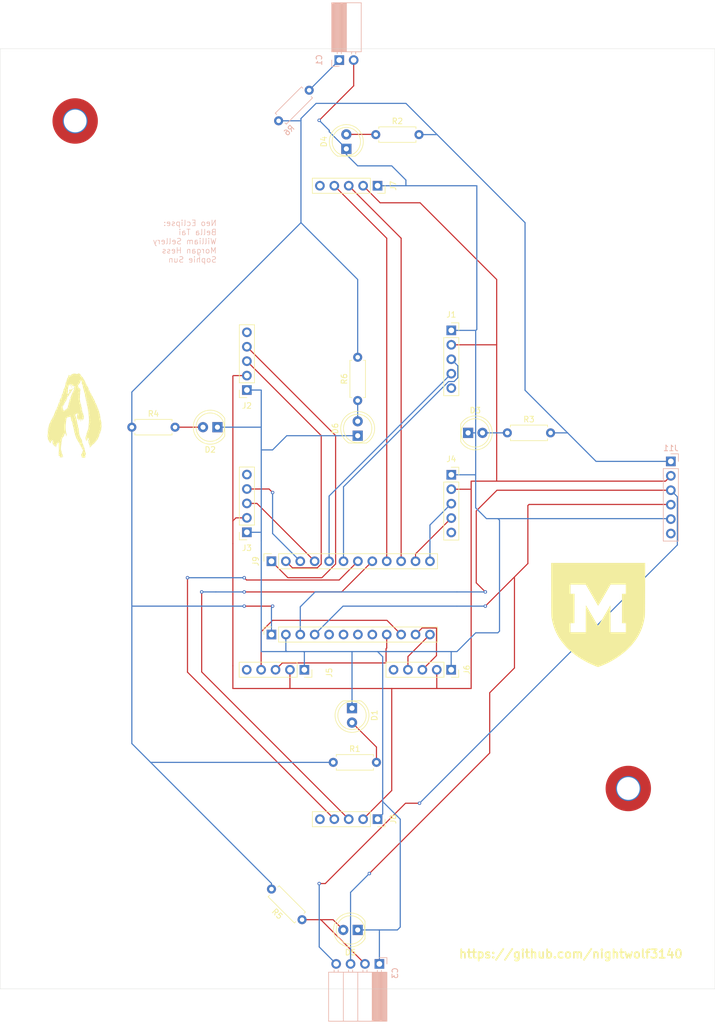
<source format=kicad_pcb>
(kicad_pcb (version 20240108) (generator "pcbnew") (generator_version "8.0")
  (layers (0 "F.Cu" signal) (31 "B.Cu" signal) (34 "B.Paste" user) (35 "F.Paste" user) (36 "B.SilkS" user "B.Silkscreen") (37 "F.SilkS" user "F.Silkscreen") (38 "B.Mask" user) (39 "F.Mask" user) (44 "Edge.Cuts" user))
  (net 0 "")
  (net 1 "/SD2")
  (net 2 "/GND")
  (net 3 "/SC2")
  (net 5 "/SC7")
  (net 6 "/SD7")
  (net 9 "/SD6")
  (net 10 "/SC6")
  (net 11 "/SD1")
  (net 13 "/SD5")
  (net 14 "/SC5")
  (net 16 "/SC0")
  (net 17 "/SD0")
  (net 19 "/SC3")
  (net 20 "/SD3")
  (net 23 "/SC4")
  (net 24 "/SD4")
  (net 25 "/SDA")
  (net 26 "/A0")
  (net 27 "/SCL")
  (net 28 "/A2")
  (net 29 "/VIN 5V")
  (net 30 "/A1")
  (net 31 "/RST")
  (net 32 "3.3")
  (net 33 "SC1")
  (footprint "LED_THT:LED_D5.0mm" (layer "F.Cu") (at 104.800001 179.9 180)
    (property "Reference" "D5")
    (property "Value" "LED")
  )
  (footprint "Connector_PinSocket_2.54mm:PinSocket_1x05_P2.54mm_Vertical" (layer "F.Cu") (at 121.300001 74.359999)
    (property "Reference" "J1")
    (property "Value" "Conn_01x05_Socket")
  )
  (footprint "Resistor_THT:R_Axial_DIN0207_L6.3mm_D2.5mm_P7.62mm_Horizontal" (layer "F.Cu") (at 104.800001 86.71 90)
    (property "Reference" "R6")
    (property "Value" "R_Variable_US")
  )
  (footprint "Connector_PinSocket_2.54mm:PinSocket_1x05_P2.54mm_Vertical" (layer "F.Cu") (at 95.4 134.099999 -90)
    (property "Reference" "J5")
    (property "Value" "Conn_01x05_Socket")
  )
  (footprint "Connector_PinSocket_2.54mm:PinSocket_1x12_P2.54mm_Vertical" (layer "F.Cu") (at 89.6 114.999999 90)
    (property "Reference" "J9")
    (property "Value" "Multiplexer Conn_01x12_Socket")
  )
  (footprint "MountingHole:MountingHole_4mm_Pad_TopOnly" (layer "F.Cu") (at 152.5 155 45)
    (property "Reference" "hole" (hide yes))
    (property "Value" "MountingHole_4mm_Pad_TopOnly" (hide yes))
  )
  (footprint "LED_THT:LED_D5.0mm" (layer "F.Cu") (at 104.800001 92.9 90)
    (property "Reference" "D6")
    (property "Value" "LED")
  )
  (footprint "Resistor_THT:R_Axial_DIN0207_L6.3mm_D2.5mm_P7.62mm_Horizontal" (layer "F.Cu") (at 107.990001 39.9)
    (property "Reference" "R2")
    (property "Value" "R_Variable_US")
  )
  (footprint "Connector_PinSocket_2.54mm:PinSocket_1x12_P2.54mm_Vertical" (layer "F.Cu") (at 89.600001 127.899999 90)
    (property "Reference" "J10" (hide yes))
    (property "Value" "Multiplexer Conn_01x12_Socket" (hide yes))
  )
  (footprint "Resistor_THT:R_Axial_DIN0207_L6.3mm_D2.5mm_P7.62mm_Horizontal" (layer "F.Cu") (at 100.49 150.399999)
    (property "Reference" "R1")
    (property "Value" "R_Variable_US")
  )
  (footprint "Connector_PinSocket_2.54mm:PinSocket_1x05_P2.54mm_Vertical" (layer "F.Cu") (at 121.3 99.779999)
    (property "Reference" "J4")
    (property "Value" "Conn_01x05_Socket")
  )
  (footprint "LED_THT:LED_D5.0mm" (layer "F.Cu") (at 124.26 92.399999)
    (property "Reference" "D3")
    (property "Value" "LED")
  )
  (footprint "Resistor_THT:R_Axial_DIN0207_L6.3mm_D2.5mm_P7.62mm_Horizontal" (layer "F.Cu") (at 131.18 92.399999)
    (property "Reference" "R3")
    (property "Value" "R_Variable_US")
  )
  (footprint "Resistor_THT:R_Axial_DIN0207_L6.3mm_D2.5mm_P7.62mm_Horizontal" (layer "F.Cu") (at 64.990001 91.4)
    (property "Reference" "R4")
    (property "Value" "R_Variable_US")
  )
  (footprint "Connector_PinSocket_2.54mm:PinSocket_1x05_P2.54mm_Vertical" (layer "F.Cu") (at 85.270001 84.86 180)
    (property "Reference" "J2")
    (property "Value" "Conn_01x05_Socket")
  )
  (footprint "Resistor_THT:R_Axial_DIN0207_L6.3mm_D2.5mm_P7.62mm_Horizontal" (layer "F.Cu") (at 94.994078 178.094077 135)
    (property "Reference" "R5")
    (property "Value" "R_Variable_US")
  )
  (footprint "LED_THT:LED_D5.0mm" (layer "F.Cu") (at 80.075 91.399999 180)
    (property "Reference" "D2")
    (property "Value" "LED")
  )
  (footprint "LED_THT:LED_D5.0mm" (layer "F.Cu") (at 103.8 140.859999 -90)
    (property "Reference" "D1")
    (property "Value" "LED")
  )
  (footprint "Connector_PinSocket_2.54mm:PinSocket_1x05_P2.54mm_Vertical" (layer "F.Cu") (at 85.270001 109.9 180)
    (property "Reference" "J3")
    (property "Value" "Conn_01x05_Socket")
  )
  (footprint "Connector_PinSocket_2.54mm:PinSocket_1x05_P2.54mm_Vertical" (layer "F.Cu") (at 121.28 134.1 -90)
    (property "Reference" "J6")
    (property "Value" "Conn_01x05_Socket")
  )
  (footprint "Connector_PinSocket_2.54mm:PinSocket_1x05_P2.54mm_Vertical" (layer "F.Cu") (at 108.3 48.899999 -90)
    (property "Reference" "J7")
    (property "Value" "Conn_01x05_Socket")
  )
  (footprint "LED_THT:LED_D5.0mm" (layer "F.Cu") (at 102.800001 42.4 90)
    (property "Reference" "D4")
    (property "Value" "LED")
  )
  (footprint "Connector_PinSocket_2.54mm:PinSocket_1x05_P2.54mm_Vertical" (layer "F.Cu") (at 108.3 160.399999 -90)
    (property "Reference" "J8")
    (property "Value" "Conn_01x05_Socket")
  )
  (footprint "MountingHole:MountingHole_4mm_Pad_TopOnly" (layer "F.Cu") (at 55 37.5 45)
    (property "Reference" "hole2" (hide yes))
    (property "Value" "MountingHole_4mm_Pad_TopOnly" (hide yes))
  )
  (footprint "Connector_PinSocket_2.54mm:PinSocket_1x04_P2.54mm_Horizontal" (layer "B.Cu") (at 108.624779 185.878444 90)
    (property "Reference" "C3")
    (property "Value" "Conn_01x05_Socket" (hide yes))
  )
  (footprint "Resistor_THT:R_Axial_DIN0207_L6.3mm_D2.5mm_P7.62mm_Horizontal" (layer "B.Cu") (at 90.862256 37.470873 45)
    (property "Reference" "R6")
    (property "Value" "R_Variable_US")
  )
  (footprint "Connector_PinHeader_2.54mm:PinHeader_1x06_P2.54mm_Vertical" (layer "B.Cu") (at 160 97.420001 180)
    (property "Reference" "J11")
    (property "Value" "Conn_01x05_Pin")
  )
  (footprint "Connector_PinSocket_2.54mm:PinSocket_1x02_P2.54mm_Horizontal" (layer "B.Cu") (at 101.553711 26.779418 -90)
    (property "Reference" "C1")
    (property "Value" "Conn_01x05_Socket" (hide yes))
  )
  (gr_poly (pts (xy 55.678785 81.824815) (xy 55.679518 81.825125) (xy 55.680401 81.825725) (xy 55.681432 81.826619) (xy 55.682615 81.827805) (xy 55.685451 81.831063) (xy 55.688928 81.835509) (xy 55.693064 81.841153) (xy 55.697884 81.848007) (xy 55.709654 81.865384) (xy 55.712536 81.870254) (xy 55.715235 81.87494) (xy 55.717748 81.879448) (xy 55.720076 81.883781) (xy 55.722224 81.887945) (xy 55.724187 81.891941) (xy 55.725969 81.895776) (xy 55.727567 81.899451) (xy 55.728987 81.90297) (xy 55.730225 81.906338) (xy 55.731284 81.90956) (xy 55.732164 81.912637) (xy 55.732864 81.915576) (xy 55.733388 81.918379) (xy 55.733735 81.921051) (xy 55.733907 81.923593) (xy 55.733902 81.926012) (xy 55.733721 81.928311) (xy 55.733367 81.930494) (xy 55.732838 81.932565) (xy 55.732137 81.934527) (xy 55.731263 81.936384) (xy 55.730218 81.938138) (xy 55.729001 81.939799) (xy 55.727614 81.941365) (xy 55.726056 81.942842) (xy 55.72433 81.944234) (xy 55.722434 81.945545) (xy 55.720372 81.946779) (xy 55.718142 81.947938) (xy 55.715745 81.949027) (xy 55.713182 81.950051) (xy 55.710886 81.950753) (xy 55.708637 81.951535) (xy 55.706431 81.952393) (xy 55.704272 81.953324) (xy 55.702162 81.954325) (xy 55.700105 81.955393) (xy 55.698099 81.956523) (xy 55.696148 81.957713) (xy 55.692419 81.960262) (xy 55.688935 81.963012) (xy 55.685707 81.965939) (xy 55.682752 81.969013) (xy 55.680089 81.972213) (xy 55.67773 81.97551) (xy 55.676671 81.977188) (xy 55.675691 81.978881) (xy 55.674797 81.980586) (xy 55.673988 81.982298) (xy 55.673269 81.984016) (xy 55.672637 81.985735) (xy 55.672098 81.987454) (xy 55.671654 81.989168) (xy 55.671304 81.990872) (xy 55.671051 81.992568) (xy 55.670898 81.99425) (xy 55.670848 81.995913) (xy 55.670918 81.997215) (xy 55.671131 81.998473) (xy 55.671481 81.999687) (xy 55.671964 82.000853) (xy 55.672576 82.00197) (xy 55.673312 82.003036) (xy 55.67417 82.00405) (xy 55.675147 82.005008) (xy 55.676236 82.005909) (xy 55.677436 82.006753) (xy 55.680147 82.008253) (xy 55.683254 82.009495) (xy 55.686723 82.010463) (xy 55.690521 82.011144) (xy 55.694618 82.011518) (xy 55.698985 82.011573) (xy 55.703589 82.011291) (xy 55.708401 82.010659) (xy 55.713386 82.009658) (xy 55.718519 82.008277) (xy 55.723762 82.006496) (xy 55.726399 82.005246) (xy 55.72901 82.004136) (xy 55.731589 82.003166) (xy 55.734141 82.002335) (xy 55.736652 82.001636) (xy 55.739127 82.00107) (xy 55.741557 82.000633) (xy 55.743938 82.000322) (xy 55.746268 82.000136) (xy 55.748542 82.000071) (xy 55.750758 82.000123) (xy 55.752909 82.000295) (xy 55.754993 82.000578) (xy 55.757008 82.000974) (xy 55.758945 82.001477) (xy 55.760806 82.002086) (xy 55.762583 82.002798) (xy 55.764274 82.003613) (xy 55.765873 82.004525) (xy 55.767377 82.005531) (xy 55.768787 82.006632) (xy 55.770091 82.007822) (xy 55.771292 82.0091) (xy 55.772382 82.010463) (xy 55.773357 82.011911) (xy 55.774215 82.013437) (xy 55.774951 82.015042) (xy 55.775564 82.016722) (xy 55.776047 82.018471) (xy 55.776395 82.020293) (xy 55.776607 82.022181) (xy 55.776679 82.024134) (xy 55.776732 82.026108) (xy 55.776884 82.028058) (xy 55.777133 82.029982) (xy 55.777479 82.031879) (xy 55.777919 82.033744) (xy 55.778447 82.035576) (xy 55.779065 82.037372) (xy 55.779767 82.039128) (xy 55.780553 82.040843) (xy 55.781416 82.042514) (xy 55.78236 82.04414) (xy 55.783377 82.045715) (xy 55.784468 82.04724) (xy 55.785626 82.048708) (xy 55.786855 82.050122) (xy 55.788145 82.051475) (xy 55.789499 82.052766) (xy 55.790911 82.053993) (xy 55.792383 82.055154) (xy 55.793905 82.056243) (xy 55.795482 82.057261) (xy 55.797107 82.058203) (xy 55.798777 82.059068) (xy 55.800493 82.059853) (xy 55.802249 82.060557) (xy 55.804045 82.061174) (xy 55.805877 82.061703) (xy 55.807741 82.062141) (xy 55.809638 82.062488) (xy 55.81156 82.062737) (xy 55.813513 82.062888) (xy 55.815485 82.06294) (xy 55.817109 82.062889) (xy 55.818666 82.062737) (xy 55.820159 82.062485) (xy 55.821584 82.062136) (xy 55.822939 82.061689) (xy 55.824222 82.061151) (xy 55.825432 82.06052) (xy 55.826565 82.059799) (xy 55.827622 82.058991) (xy 55.828598 82.058097) (xy 55.829495 82.057118) (xy 55.830306 82.056057) (xy 55.831033 82.054916) (xy 55.831674 82.053698) (xy 55.832225 82.052404) (xy 55.832684 82.051035) (xy 55.833049 82.049592) (xy 55.833322 82.048081) (xy 55.833498 82.046501) (xy 55.833573 82.044855) (xy 55.833549 82.043142) (xy 55.833421 82.041368) (xy 55.833189 82.039534) (xy 55.832849 82.037639) (xy 55.832402 82.03569) (xy 55.831844 82.033684) (xy 55.831173 82.031625) (xy 55.83039 82.029517) (xy 55.829489 82.027357) (xy 55.828469 82.025151) (xy 55.82733 82.022901) (xy 55.82607 82.020606) (xy 55.823091 82.016224) (xy 55.820763 82.012338) (xy 55.819841 82.010581) (xy 55.819078 82.00895) (xy 55.818472 82.007441) (xy 55.818022 82.006056) (xy 55.817726 82.004794) (xy 55.817586 82.003658) (xy 55.817598 82.002644) (xy 55.81776 82.001756) (xy 55.818071 82.000991) (xy 55.818534 82.000351) (xy 55.819141 81.999833) (xy 55.819896 81.99944) (xy 55.820794 81.999172) (xy 55.821837 81.999027) (xy 55.82302 81.999006) (xy 55.824348 81.999109) (xy 55.825812 81.999337) (xy 55.827414 81.999688) (xy 55.831031 82.000763) (xy 55.835183 82.002335) (xy 55.839864 82.004402) (xy 55.84506 82.006964) (xy 55.850764 82.010025) (xy 55.866007 82.019063) (xy 55.880635 82.028295) (xy 55.894635 82.037693) (xy 55.907993 82.047224) (xy 55.920697 82.056856) (xy 55.932729 82.066556) (xy 55.944076 82.076292) (xy 55.954724 82.086036) (xy 55.964658 82.095754) (xy 55.973867 82.105414) (xy 55.982332 82.114985) (xy 55.990043 82.124437) (xy 55.996982 82.133734) (xy 56.00314 82.142847) (xy 56.008496 82.151744) (xy 56.013043 82.160396) (xy 56.016761 82.168766) (xy 56.019638 82.176828) (xy 56.02166 82.184546) (xy 56.022811 82.19189) (xy 56.023081 82.19883) (xy 56.022451 82.20533) (xy 56.020911 82.211363) (xy 56.018444 82.216896) (xy 56.016857 82.219463) (xy 56.015037 82.221895) (xy 56.012975 82.224184) (xy 56.010674 82.22633) (xy 56.005342 82.23017) (xy 55.999027 82.233383) (xy 55.991716 82.235937) (xy 55.983392 82.2378) (xy 55.974042 82.238943) (xy 55.963654 82.239329) (xy 55.954349 82.239245) (xy 55.946263 82.238978) (xy 55.939376 82.238516) (xy 55.936375 82.238205) (xy 55.933668 82.237841) (xy 55.931248 82.237419) (xy 55.929116 82.236939) (xy 55.927268 82.236398) (xy 55.925703 82.235795) (xy 55.924415 82.235127) (xy 55.923405 82.234392) (xy 55.922668 82.233588) (xy 55.922201 82.232714) (xy 55.922003 82.231768) (xy 55.922075 82.230748) (xy 55.922408 82.229653) (xy 55.923 82.228477) (xy 55.923852 82.227222) (xy 55.92496 82.225885) (xy 55.926322 82.224465) (xy 55.927935 82.222958) (xy 55.929794 82.221363) (xy 55.9319 82.21968) (xy 55.936836 82.216033) (xy 55.942724 82.212004) (xy 55.949542 82.207579) (xy 55.956982 82.202442) (xy 55.963419 82.197567) (xy 55.966258 82.195209) (xy 55.968842 82.19289) (xy 55.971171 82.190605) (xy 55.973244 82.188343) (xy 55.975058 82.186095) (xy 55.976611 82.183855) (xy 55.977904 82.181615) (xy 55.978935 82.179365) (xy 55.979703 82.177096) (xy 55.980205 82.174799) (xy 55.980441 82.172469) (xy 55.98041 82.170097) (xy 55.980108 82.167671) (xy 55.979539 82.165186) (xy 55.978698 82.162634) (xy 55.977585 82.160003) (xy 55.976197 82.157287) (xy 55.974534 82.154477) (xy 55.972593 82.151566) (xy 55.970378 82.148545) (xy 55.967882 82.145404) (xy 55.965106 82.142135) (xy 55.958706 82.135184) (xy 55.951169 82.127623) (xy 55.942485 82.119385) (xy 55.939199 82.11616) (xy 55.935957 82.113101) (xy 55.932756 82.110207) (xy 55.929601 82.107479) (xy 55.926494 82.104915) (xy 55.923432 82.102518) (xy 55.920422 82.100285) (xy 55.917462 82.098218) (xy 55.914553 82.096317) (xy 55.911694 82.09458) (xy 55.908894 82.09301) (xy 55.906147 82.091604) (xy 55.903458 82.090363) (xy 55.900826 82.089288) (xy 55.898254 82.08838) (xy 55.895744 82.087635) (xy 55.893293 82.087056) (xy 55.890908 82.086642) (xy 55.888585 82.086394) (xy 55.886331 82.086312) (xy 55.884143 82.086395) (xy 55.882021 82.086642) (xy 55.879972 82.087056) (xy 55.877992 82.087635) (xy 55.876087 82.088379) (xy 55.874255 82.089288) (xy 55.872495 82.090363) (xy 55.870815 82.091603) (xy 55.86921 82.093009) (xy 55.867684 82.09458) (xy 55.866238 82.096316) (xy 55.864875 82.098218) (xy 55.863934 82.099872) (xy 55.863096 82.101521) (xy 55.86236 82.103164) (xy 55.861727 82.104799) (xy 55.861192 82.106419) (xy 55.860759 82.108024) (xy 55.860424 82.109609) (xy 55.860189 82.111173) (xy 55.860052 82.112708) (xy 55.860013 82.114217) (xy 55.860071 82.115692) (xy 55.860223 82.117132) (xy 55.860474 82.118534) (xy 55.860817 82.119893) (xy 55.861257 82.121206) (xy 55.861788 82.122472) (xy 55.862414 82.123686) (xy 55.86313 82.124845) (xy 55.863941 82.125945) (xy 55.864839 82.126985) (xy 55.865832 82.127959) (xy 55.866912 82.128867) (xy 55.868082 82.129701) (xy 55.869339 82.130464) (xy 55.870686 82.131148) (xy 55.872118 82.131752) (xy 55.873639 82.13227) (xy 55.875245 82.132702) (xy 55.876936 82.133046) (xy 55.878711 82.133294) (xy 55.88057 82.133446) (xy 55.882514 82.133497) (xy 55.884788 82.133558) (xy 55.886978 82.133741) (xy 55.889081 82.134043) (xy 55.891099 82.134461) (xy 55.89303 82.134993) (xy 55.89487 82.135636) (xy 55.89662 82.136387) (xy 55.898279 82.137244) (xy 55.899844 82.138205) (xy 55.901316 82.139267) (xy 55.902692 82.140425) (xy 55.903971 82.141681) (xy 55.905149 82.14303) (xy 55.906231 82.144468) (xy 55.907213 82.145996) (xy 55.90809 82.147607) (xy 55.908865 82.149301) (xy 55.909536 82.151078) (xy 55.910101 82.152929) (xy 55.910557 82.154856) (xy 55.910905 82.156855) (xy 55.911144 82.158924) (xy 55.911272 82.16106) (xy 55.911286 82.163261) (xy 55.91119 82.165524) (xy 55.910975 82.167847) (xy 55.910647 82.170227) (xy 55.910198 82.172661) (xy 55.909633 82.175144) (xy 55.908947 82.17768) (xy 55.908139 82.180261) (xy 55.907209 82.182884) (xy 55.905159 82.188835) (xy 55.903631 82.194769) (xy 55.902607 82.200672) (xy 55.902069 82.206526) (xy 55.902002 82.212314) (xy 55.902388 82.218023) (xy 55.90321 82.223634) (xy 55.904452 82.229131) (xy 55.906099 82.234501) (xy 55.90813 82.239725) (xy 55.910531 82.244786) (xy 55.913285 82.249672) (xy 55.916375 82.254362) (xy 55.919784 82.258843) (xy 55.923497 82.263096) (xy 55.927494 82.26711) (xy 55.931759 82.270863) (xy 55.936277 82.274345) (xy 55.941029 82.277533) (xy 55.946 82.280415) (xy 55.951172 82.282974) (xy 55.956531 82.285194) (xy 55.962056 82.287059) (xy 55.967731 82.288553) (xy 55.973542 82.289658) (xy 55.979471 82.290361) (xy 55.985501 82.290643) (xy 55.991614 82.290488) (xy 55.997794 82.289883) (xy 56.004024 82.288808) (xy 56.010288 82.287249) (xy 56.01657 82.28519) (xy 56.022894 82.282792) (xy 56.025836 82.281779) (xy 56.028634 82.28089) (xy 56.031285 82.280127) (xy 56.033786 82.279484) (xy 56.036138 82.278968) (xy 56.038342 82.278575) (xy 56.040397 82.278307) (xy 56.042301 82.278163) (xy 56.044053 82.278142) (xy 56.045654 82.278246) (xy 56.047102 82.278473) (xy 56.048397 82.278826) (xy 56.049536 82.279299) (xy 56.050524 82.279898) (xy 56.051357 82.280622) (xy 56.052033 82.281469) (xy 56.052553 82.282442) (xy 56.052916 82.283538) (xy 56.053119 82.284756) (xy 56.053168 82.2861) (xy 56.053056 82.287568) (xy 56.052783 82.289159) (xy 56.052351 82.290875) (xy 56.05176 82.292715) (xy 56.051007 82.294678) (xy 56.050089 82.296766) (xy 56.049011 82.298977) (xy 56.047769 82.301314) (xy 56.046363 82.303774) (xy 56.044792 82.306357) (xy 56.043221 82.308632) (xy 56.041813 82.310823) (xy 56.040565 82.31293) (xy 56.039479 82.314956) (xy 56.038549 82.316899) (xy 56.037777 82.318759) (xy 56.037156 82.320538) (xy 56.036688 82.322232) (xy 56.03637 82.323844) (xy 56.0362 82.325374) (xy 56.036176 82.326821) (xy 56.036294 82.328185) (xy 56.036557 82.329468) (xy 56.036958 82.330665) (xy 56.037501 82.331783) (xy 56.038175 82.332815) (xy 56.038986 82.333766) (xy 56.039932 82.334634) (xy 56.041005 82.33542) (xy 56.042207 82.336122) (xy 56.043537 82.336743) (xy 56.04499 82.33728) (xy 56.046567 82.337735) (xy 56.048264 82.338107) (xy 56.050079 82.338396) (xy 56.052013 82.338604) (xy 56.05406 82.338727) (xy 56.056221 82.338768) (xy 56.058494 82.338727) (xy 56.060876 82.338604) (xy 56.065958 82.338106) (xy 56.071705 82.337281) (xy 56.074424 82.337244) (xy 56.077039 82.337459) (xy 56.07955 82.337928) (xy 56.081957 82.338649) (xy 56.084262 82.339628) (xy 56.086464 82.340864) (xy 56.088562 82.342358) (xy 56.090556 82.344111) (xy 56.092447 82.346124) (xy 56.094236 82.348401) (xy 56.097502 82.353747) (xy 56.100354 82.360156) (xy 56.102794 82.367639) (xy 56.104819 82.37621) (xy 56.106432 82.385876) (xy 56.107631 82.396647) (xy 56.108416 82.408533) (xy 56.108787 82.421547) (xy 56.108747 82.435699) (xy 56.108291 82.450996) (xy 56.107712 82.463185) (xy 56.107299 82.474588) (xy 56.10705 82.485164) (xy 56.106968 82.494873) (xy 56.107051 82.503671) (xy 56.107299 82.511519) (xy 56.107712 82.518375) (xy 56.108291 82.524197) (xy 56.108643 82.526709) (xy 56.109035 82.528944) (xy 56.109469 82.530902) (xy 56.109945 82.532575) (xy 56.110462 82.53396) (xy 56.11102 82.535049) (xy 56.11162 82.53584) (xy 56.11226 82.536323) (xy 56.112597 82.536451) (xy 56.112943 82.536499) (xy 56.113299 82.536468) (xy 56.113665 82.536358) (xy 56.11443 82.535897) (xy 56.115237 82.535111) (xy 56.116084 82.533994) (xy 56.116973 82.532541) (xy 56.117904 82.530747) (xy 56.118875 82.528607) (xy 56.121281 82.522569) (xy 56.123851 82.517023) (xy 56.126564 82.511959) (xy 56.129403 82.507372) (xy 56.132344 82.503254) (xy 56.135371 82.4996) (xy 56.138457 82.496404) (xy 56.141585 82.493659) (xy 56.144734 82.49136) (xy 56.147882 82.489496) (xy 56.15101 82.488066) (xy 56.154097 82.487059) (xy 56.157123 82.486472) (xy 56.160065 82.486296) (xy 56.162903 82.486526) (xy 56.165617 82.487155) (xy 56.168188 82.488177) (xy 56.170592 82.489586) (xy 56.172811 82.491374) (xy 56.174824 82.493536) (xy 56.176606 82.496064) (xy 56.178145 82.498954) (xy 56.179412 82.502196) (xy 56.18039 82.505786) (xy 56.18106 82.509719) (xy 56.181397 82.513985) (xy 56.181384 82.518579) (xy 56.180997 82.523493) (xy 56.180218 82.528725) (xy 56.179027 82.534266) (xy 56.1774 82.540108) (xy 56.17532 82.546246) (xy 56.172306 82.555545) (xy 56.169898 82.563595) (xy 56.168118 82.570383) (xy 56.166997 82.575901) (xy 56.166688 82.578179) (xy 56.166556 82.580136) (xy 56.166601 82.58177) (xy 56.166824 82.58308) (xy 56.167232 82.584064) (xy 56.167825 82.584723) (xy 56.16861 82.585052) (xy 56.169587 82.585052) (xy 56.170761 82.584721) (xy 56.172132 82.584057) (xy 56.173709 82.583062) (xy 56.175491 82.58173) (xy 56.179687 82.57806) (xy 56.184745 82.573034) (xy 56.190693 82.566647) (xy 56.197552 82.558882) (xy 56.205357 82.549734) (xy 56.214125 82.539191) (xy 56.222933 82.529228) (xy 56.230846 82.520504) (xy 56.237884 82.513021) (xy 56.244057 82.506781) (xy 56.24938 82.501776) (xy 56.251731 82.499741) (xy 56.253875 82.498015) (xy 56.255814 82.496598) (xy 56.257552 82.495493) (xy 56.259088 82.494697) (xy 56.260427 82.494211) (xy 56.261569 82.494035) (xy 56.262518 82.49417) (xy 56.263274 82.494615) (xy 56.263838 82.495369) (xy 56.264214 82.496433) (xy 56.264404 82.497808) (xy 56.264409 82.499492) (xy 56.26423 82.501487) (xy 56.263872 82.503792) (xy 56.263334 82.506406) (xy 56.261729 82.512566) (xy 56.259433 82.519966) (xy 56.256458 82.528607) (xy 56.255549 82.531903) (xy 56.254802 82.535176) (xy 56.254217 82.538421) (xy 56.253793 82.541636) (xy 56.253523 82.544817) (xy 56.253413 82.547962) (xy 56.253455 82.551066) (xy 56.253648 82.554127) (xy 56.253991 82.557143) (xy 56.254481 82.560108) (xy 56.255119 82.56302) (xy 56.255901 82.565875) (xy 56.256825 82.568673) (xy 56.257888 82.571406) (xy 56.25909 82.574074) (xy 56.260427 82.576674) (xy 56.2619 82.5792) (xy 56.263503 82.58165) (xy 56.265241 82.584023) (xy 56.267105 82.586311) (xy 56.269094 82.588517) (xy 56.271209 82.590633) (xy 56.273447 82.592658) (xy 56.275806 82.594587) (xy 56.278283 82.596419) (xy 56.280879 82.598149) (xy 56.283587 82.599774) (xy 56.286409 82.601291) (xy 56.289345 82.602699) (xy 56.292387 82.603991) (xy 56.295537 82.605165) (xy 56.298792 82.606218) (xy 56.30454 82.609246) (xy 56.311781 82.614909) (xy 56.330281 82.633413) (xy 56.353346 82.6603) (xy 56.380042 82.694137) (xy 56.409423 82.733494) (xy 56.44055 82.776936) (xy 56.504285 82.870361) (xy 56.563719 82.962958) (xy 56.589474 83.005369) (xy 56.611331 83.043278) (xy 56.628352 83.075253) (xy 56.639595 83.099866) (xy 56.642755 83.108963) (xy 56.64412 83.115684) (xy 56.643569 83.119846) (xy 56.640985 83.121275) (xy 56.639912 83.121121) (xy 56.638678 83.120664) (xy 56.635748 83.118876) (xy 56.632243 83.115973) (xy 56.628197 83.112013) (xy 56.623658 83.107064) (xy 56.618661 83.101182) (xy 56.607471 83.086878) (xy 56.59496 83.069598) (xy 56.581455 83.049836) (xy 56.567288 83.028091) (xy 56.552791 83.004856) (xy 56.545605 82.99387) (xy 56.538619 82.983436) (xy 56.53187 82.97361) (xy 56.525397 82.964452) (xy 56.519231 82.956018) (xy 56.513415 82.948364) (xy 56.507979 82.941548) (xy 56.502962 82.935625) (xy 56.500622 82.933017) (xy 56.498399 82.930652) (xy 56.496301 82.928541) (xy 56.494329 82.926689) (xy 56.492488 82.925101) (xy 56.490784 82.923788) (xy 56.489222 82.922756) (xy 56.487803 82.922009) (xy 56.486535 82.921559) (xy 56.485423 82.921409) (xy 56.484925 82.92145) (xy 56.484468 82.921569) (xy 56.484051 82.921766) (xy 56.483677 82.922045) (xy 56.483344 82.922403) (xy 56.483054 82.922843) (xy 56.482603 82.92397) (xy 56.482328 82.925437) (xy 56.482236 82.927246) (xy 56.482641 82.933601) (xy 56.483829 82.940719) (xy 56.485751 82.948525) (xy 56.488361 82.956963) (xy 56.495468 82.975453) (xy 56.50478 82.995652) (xy 56.515934 83.017029) (xy 56.528557 83.039053) (xy 56.54229 83.06119) (xy 56.556761 83.082909) (xy 56.571603 83.103678) (xy 56.586451 83.122963) (xy 56.600935 83.140232) (xy 56.614694 83.154953) (xy 56.627354 83.166595) (xy 56.63316 83.171094) (xy 56.638554 83.174624) (xy 56.643491 83.177118) (xy 56.647923 83.178511) (xy 56.651808 83.178733) (xy 56.652575 83.178497) (xy 56.676264 83.280024) (xy 56.680213 83.302218) (xy 56.684036 83.32594) (xy 56.687613 83.350408) (xy 56.690817 83.374832) (xy 56.693525 83.398431) (xy 56.695611 83.420418) (xy 56.696956 83.440006) (xy 56.697429 83.456412) (xy 56.697516 83.465759) (xy 56.697776 83.473963) (xy 56.698221 83.481039) (xy 56.698518 83.48416) (xy 56.698864 83.487005) (xy 56.699261 83.489576) (xy 56.699713 83.491876) (xy 56.700218 83.493905) (xy 56.70078 83.495667) (xy 56.701398 83.49716) (xy 56.702073 83.498392) (xy 56.702808 83.499361) (xy 56.703605 83.50007) (xy 56.704462 83.500519) (xy 56.705384 83.500712) (xy 56.70637 83.500652) (xy 56.707422 83.500337) (xy 56.708539 83.499773) (xy 56.709727 83.49896) (xy 56.710985 83.497902) (xy 56.712313 83.496596) (xy 56.713713 83.495049) (xy 56.715188 83.493262) (xy 56.716738 83.491233) (xy 56.718363 83.488969) (xy 56.721846 83.483737) (xy 56.725652 83.477579) (xy 56.730122 83.470842) (xy 56.734299 83.465192) (xy 56.738217 83.460634) (xy 56.740091 83.45877) (xy 56.741913 83.457183) (xy 56.74369 83.455878) (xy 56.745424 83.454851) (xy 56.747118 83.454105) (xy 56.748783 83.453642) (xy 56.750419 83.453465) (xy 56.752029 83.453572) (xy 56.753621 83.453966) (xy 56.755196 83.454648) (xy 56.756764 83.45562) (xy 56.758326 83.456882) (xy 56.759885 83.458438) (xy 56.761448 83.460284) (xy 56.763017 83.462428) (xy 56.764601 83.464866) (xy 56.76782 83.470634) (xy 56.771145 83.477601) (xy 56.774607 83.485778) (xy 56.778245 83.495175) (xy 56.782098 83.505801) (xy 56.783141 83.509427) (xy 56.784281 83.513028) (xy 56.785514 83.516596) (xy 56.786837 83.520127) (xy 56.789724 83.527049) (xy 56.792902 83.533748) (xy 56.796326 83.54018) (xy 56.799957 83.546295) (xy 56.803753 83.552049) (xy 56.807674 83.557395) (xy 56.811677 83.562286) (xy 56.813696 83.564547) (xy 56.815721 83.566676) (xy 56.817746 83.56867) (xy 56.819767 83.570519) (xy 56.821776 83.572218) (xy 56.82377 83.573766) (xy 56.825742 83.575154) (xy 56.82769 83.576373) (xy 56.829607 83.577423) (xy 56.831486 83.578293) (xy 56.833326 83.578981) (xy 56.835117 83.579479) (xy 56.836858 83.579783) (xy 56.83854 83.579885) (xy 56.840124 83.579763) (xy 56.84156 83.579395) (xy 56.842854 83.578793) (xy 56.844006 83.577954) (xy 56.845015 83.576893) (xy 56.845882 83.575606) (xy 56.84661 83.574104) (xy 56.847195 83.572388) (xy 56.84795 83.568344) (xy 56.848153 83.563513) (xy 56.847808 83.557938) (xy 56.84692 83.551663) (xy 56.845493 83.544724) (xy 56.843537 83.537166) (xy 56.841053 83.529028) (xy 56.838045 83.520354) (xy 56.834521 83.511183) (xy 56.830486 83.501556) (xy 56.825946 83.491517) (xy 56.820902 83.481106) (xy 56.767545 83.381888) (xy 56.738053 83.327814) (xy 56.711542 83.280024) (xy 56.653797 83.17812) (xy 56.652575 83.178497) (xy 56.651569 83.17419) (xy 56.653797 83.17812) (xy 56.655096 83.177719) (xy 56.660471 83.17602) (xy 56.666621 83.17678) (xy 56.67348 83.179853) (xy 56.680977 83.18509) (xy 56.68904 83.19235) (xy 56.697605 83.201484) (xy 56.715951 83.224792) (xy 56.735454 83.253847) (xy 56.755556 83.287479) (xy 56.7757 83.324522) (xy 56.795325 83.363808) (xy 56.813879 83.40417) (xy 56.830796 83.444437) (xy 56.845524 83.483445) (xy 56.857504 83.520023) (xy 56.866175 83.553003) (xy 56.87098 83.581221) (xy 56.871759 83.593178) (xy 56.871363 83.603507) (xy 56.86972 83.612059) (xy 56.866763 83.61869) (xy 56.8635 83.624179) (xy 56.860335 83.630031) (xy 56.857284 83.636193) (xy 56.85436 83.642613) (xy 56.851584 83.649239) (xy 56.848967 83.65602) (xy 56.846524 83.662906) (xy 56.844274 83.669843) (xy 56.842229 83.676779) (xy 56.840408 83.683664) (xy 56.838825 83.690446) (xy 56.837495 83.697073) (xy 56.836432 83.703494) (xy 56.835655 83.709655) (xy 56.835177 83.715507) (xy 56.835015 83.720997) (xy 56.8351 83.728437) (xy 56.835366 83.734893) (xy 56.835829 83.740366) (xy 56.836138 83.742737) (xy 56.836502 83.744863) (xy 56.836923 83.746747) (xy 56.837405 83.748389) (xy 56.837946 83.749788) (xy 56.838549 83.750947) (xy 56.839216 83.751866) (xy 56.839952 83.752545) (xy 56.840756 83.752985) (xy 56.841628 83.753186) (xy 56.842575 83.75315) (xy 56.843595 83.752876) (xy 56.844691 83.752369) (xy 56.845865 83.751622) (xy 56.847121 83.750642) (xy 56.848457 83.749426) (xy 56.849878 83.747978) (xy 56.851386 83.746297) (xy 56.854664 83.742234) (xy 56.85831 83.737249) (xy 56.862337 83.731344) (xy 56.866763 83.724524) (xy 56.870818 83.719322) (xy 56.872911 83.717291) (xy 56.875052 83.71565) (xy 56.877243 83.714399) (xy 56.879485 83.713548) (xy 56.881778 83.7131) (xy 56.884127 83.713059) (xy 56.886534 83.71343) (xy 56.888998 83.714223) (xy 56.891524 83.715439) (xy 56.89411 83.717082) (xy 56.899483 83.721678) (xy 56.905129 83.728051) (xy 56.911063 83.736244) (xy 56.917304 83.746297) (xy 56.923864 83.758251) (xy 56.93076 83.77215) (xy 56.938008 83.788032) (xy 56.945622 83.805938) (xy 56.95362 83.825914) (xy 56.962012 83.847996) (xy 56.968622 83.86473) (xy 56.975187 83.880497) (xy 56.981672 83.895241) (xy 56.98803 83.908905) (xy 56.994226 83.921432) (xy 57.000213 83.932765) (xy 57.005953 83.942848) (xy 57.008716 83.947403) (xy 57.011403 83.951625) (xy 57.014006 83.955504) (xy 57.016523 83.959036) (xy 57.018945 83.962211) (xy 57.021269 83.965025) (xy 57.023492 83.967471) (xy 57.025604 83.969538) (xy 57.027602 83.971222) (xy 57.029482 83.972515) (xy 57.03124 83.97341) (xy 57.032865 83.973901) (xy 57.034359 83.97398) (xy 57.035052 83.973862) (xy 57.035712 83.973638) (xy 57.036334 83.973309) (xy 57.036921 83.972871) (xy 57.037978 83.97167) (xy 57.038881 83.970029) (xy 57.039625 83.96794) (xy 57.040822 83.966077) (xy 57.042423 83.965102) (xy 57.044415 83.965) (xy 57.046792 83.96575) (xy 57.052647 83.969724) (xy 57.05991 83.97687) (xy 57.068496 83.987033) (xy 57.07832 84.000062) (xy 57.101362 84.034087) (xy 57.128371 84.077701) (xy 57.158686 84.129667) (xy 57.191651 84.188744) (xy 57.226598 84.25369) (xy 57.254651 84.309587) (xy 57.280539 84.362025) (xy 57.304167 84.410774) (xy 57.325431 84.455601) (xy 57.344235 84.496273) (xy 57.360481 84.532558) (xy 57.37407 84.564223) (xy 57.384905 84.591034) (xy 57.392889 84.612762) (xy 57.39792 84.629171) (xy 57.399299 84.635309) (xy 57.399906 84.640031) (xy 57.399721 84.643307) (xy 57.399333 84.644395) (xy 57.398741 84.645109) (xy 57.397947 84.645448) (xy 57.396949 84.645407) (xy 57.394333 84.644171) (xy 57.390881 84.641373) (xy 57.386581 84.636986) (xy 57.381419 84.630976) (xy 57.375386 84.623319) (xy 57.360652 84.60294) (xy 57.355648 84.595542) (xy 57.351205 84.589229) (xy 57.347311 84.584011) (xy 57.343951 84.5799) (xy 57.341107 84.576904) (xy 57.339873 84.575829) (xy 57.338763 84.575034) (xy 57.337775 84.574527) (xy 57.336906 84.574303) (xy 57.336153 84.574366) (xy 57.335518 84.574718) (xy 57.334996 84.57536) (xy 57.334584 84.57629) (xy 57.334285 84.577514) (xy 57.334092 84.579031) (xy 57.334021 84.58295) (xy 57.33436 84.588057) (xy 57.33509 84.594364) (xy 57.336199 84.601879) (xy 57.337669 84.610614) (xy 57.339487 84.62058) (xy 57.340189 84.624186) (xy 57.340972 84.627726) (xy 57.341833 84.631197) (xy 57.342773 84.634594) (xy 57.343786 84.637912) (xy 57.344873 84.641153) (xy 57.346032 84.644305) (xy 57.347258 84.647369) (xy 57.348553 84.650339) (xy 57.349911 84.653214) (xy 57.351333 84.655986) (xy 57.352819 84.658654) (xy 57.354363 84.661215) (xy 57.355964 84.663663) (xy 57.35762 84.665992) (xy 57.35933 84.668204) (xy 57.361092 84.670292) (xy 57.362904 84.67225) (xy 57.364761 84.674078) (xy 57.366668 84.67577) (xy 57.368618 84.677323) (xy 57.370608 84.67873) (xy 57.37264 84.679993) (xy 57.374708 84.681102) (xy 57.376815 84.682059) (xy 57.378955 84.682854) (xy 57.381127 84.683489) (xy 57.383329 84.683954) (xy 57.38556 84.684251) (xy 57.387817 84.684375) (xy 57.390098 84.684317) (xy 57.392404 84.68408) (xy 57.397983 84.683052) (xy 57.402821 84.682645) (xy 57.40496 84.682688) (xy 57.406913 84.682902) (xy 57.408681 84.683289) (xy 57.410262 84.683859) (xy 57.411658 84.684614) (xy 57.412867 84.685562) (xy 57.41389 84.686704) (xy 57.414728 84.688049) (xy 57.415378 84.689599) (xy 57.415844 84.691362) (xy 57.416123 84.693343) (xy 57.416215 84.695545) (xy 57.415844 84.700637) (xy 57.414728 84.70668) (xy 57.412867 84.713714) (xy 57.410262 84.721783) (xy 57.406913 84.730927) (xy 57.402821 84.741185) (xy 57.397984 84.752603) (xy 57.392404 84.765219) (xy 57.385487 84.779527) (xy 57.379256 84.792043) (xy 57.373645 84.802789) (xy 57.36859 84.811797) (xy 57.366254 84.815655) (xy 57.364032 84.819087) (xy 57.36192 84.822096) (xy 57.359909 84.824687) (xy 57.357989 84.826862) (xy 57.356158 84.828624) (xy 57.354402 84.829978) (xy 57.352716 84.830924) (xy 57.35109 84.831466) (xy 57.34952 84.831609) (xy 57.347999 84.831356) (xy 57.346515 84.830709) (xy 57.345059 84.829672) (xy 57.343631 84.82825) (xy 57.342216 84.826441) (xy 57.34081 84.824254) (xy 57.339403 84.821688) (xy 57.337988 84.81875) (xy 57.336558 84.815439) (xy 57.335105 84.81176) (xy 57.332097 84.803317) (xy 57.328903 84.793441) (xy 57.325133 84.78356) (xy 57.321731 84.775091) (xy 57.318647 84.768039) (xy 57.31584 84.762406) (xy 57.314522 84.760125) (xy 57.313257 84.758201) (xy 57.312037 84.756635) (xy 57.310857 84.755427) (xy 57.30971 84.754578) (xy 57.308592 84.754089) (xy 57.307494 84.753961) (xy 57.306414 84.754194) (xy 57.305343 84.754788) (xy 57.304276 84.755744) (xy 57.303209 84.757064) (xy 57.302134 84.758749) (xy 57.301048 84.760796) (xy 57.299942 84.763208) (xy 57.297649 84.769131) (xy 57.295213 84.776522) (xy 57.292584 84.785385) (xy 57.28657 84.807552) (xy 57.285309 84.811477) (xy 57.28417 84.815316) (xy 57.283151 84.819063) (xy 57.282248 84.82271) (xy 57.281464 84.826254) (xy 57.280795 84.829688) (xy 57.280237 84.833012) (xy 57.279789 84.836214) (xy 57.27945 84.839294) (xy 57.279218 84.842244) (xy 57.27909 84.845059) (xy 57.279064 84.847735) (xy 57.279141 84.850266) (xy 57.279317 84.852648) (xy 57.279588 84.854874) (xy 57.279955 84.85694) (xy 57.280413 84.858841) (xy 57.280966 84.860571) (xy 57.281604 84.862126) (xy 57.282331 84.8635) (xy 57.283144 84.864687) (xy 57.28404 84.865684) (xy 57.285017 84.866484) (xy 57.286074 84.867082) (xy 57.287208 84.867474) (xy 57.288416 84.867654) (xy 57.289701 84.867618) (xy 57.291056 84.867358) (xy 57.29248 84.866872) (xy 57.293973 84.866153) (xy 57.295531 84.865196) (xy 57.297154 84.863996) (xy 57.298795 84.863075) (xy 57.300416 84.862297) (xy 57.302013 84.86166) (xy 57.303581 84.861158) (xy 57.305123 84.86079) (xy 57.306634 84.860554) (xy 57.308112 84.860447) (xy 57.309555 84.860468) (xy 57.310964 84.860612) (xy 57.312332 84.860878) (xy 57.313663 84.861262) (xy 57.314951 84.861764) (xy 57.316194 84.862379) (xy 57.317392 84.863103) (xy 57.318543 84.863939) (xy 57.319642 84.864878) (xy 57.320691 84.865921) (xy 57.321687 84.867065) (xy 57.322626 84.868309) (xy 57.323508 84.869646) (xy 57.32433 84.871077) (xy 57.325091 84.872599) (xy 57.325789 84.874207) (xy 57.326422 84.875902) (xy 57.326988 84.87768) (xy 57.327483 84.879536) (xy 57.327908 84.881471) (xy 57.328263 84.883482) (xy 57.328538 84.885563) (xy 57.328741 84.887716) (xy 57.328862 84.889935) (xy 57.328903 84.892218) (xy 57.328934 84.894792) (xy 57.329026 84.897221) (xy 57.329178 84.899504) (xy 57.329393 84.901644) (xy 57.329664 84.903638) (xy 57.329995 84.905488) (xy 57.330386 84.907194) (xy 57.330833 84.908754) (xy 57.331336 84.910171) (xy 57.331894 84.911442) (xy 57.332512 84.912568) (xy 57.333181 84.913551) (xy 57.333906 84.914387) (xy 57.334685 84.915081) (xy 57.335515 84.915627) (xy 57.3364 84.916031) (xy 57.337334 84.916289) (xy 57.338321 84.916403) (xy 57.339358 84.916373) (xy 57.340445 84.916197) (xy 57.34158 84.915875) (xy 57.342764 84.91541) (xy 57.343995 84.914802) (xy 57.345274 84.914046) (xy 57.346599 84.913148) (xy 57.34797 84.912103) (xy 57.349387 84.910915) (xy 57.350848 84.909582) (xy 57.352352 84.908103) (xy 57.353902 84.906482) (xy 57.355493 84.904714) (xy 57.357125 84.902801) (xy 57.359973 84.898919) (xy 57.363195 84.895215) (xy 57.36676 84.89171) (xy 57.37063 84.888415) (xy 57.374769 84.885348) (xy 57.37914 84.882524) (xy 57.383706 84.879958) (xy 57.388435 84.877666) (xy 57.393286 84.875663) (xy 57.398225 84.873966) (xy 57.403216 84.872589) (xy 57.408222 84.871547) (xy 57.413207 84.870858) (xy 57.418138 84.870535) (xy 57.422973 84.870594) (xy 57.42768 84.871052) (xy 57.50529 84.881634) (xy 57.506904 84.881717) (xy 57.508433 84.88196) (xy 57.50988 84.882361) (xy 57.511244 84.882916) (xy 57.512526 84.883621) (xy 57.513725 84.884472) (xy 57.514841 84.885464) (xy 57.515874 84.886595) (xy 57.516825 84.887861) (xy 57.517695 84.889257) (xy 57.518479 84.89078) (xy 57.519182 84.892424) (xy 57.520338 84.896068) (xy 57.521167 84.900155) (xy 57.521663 84.904656) (xy 57.521828 84.909539) (xy 57.521663 84.914774) (xy 57.521168 84.92033) (xy 57.52034 84.926175) (xy 57.519183 84.932278) (xy 57.517694 84.938608) (xy 57.515875 84.945134) (xy 57.512859 84.95266) (xy 57.510432 84.959369) (xy 57.508605 84.965273) (xy 57.507919 84.967926) (xy 57.507386 84.97038) (xy 57.507009 84.972639) (xy 57.506789 84.974702) (xy 57.506725 84.976572) (xy 57.506821 84.978249) (xy 57.507077 84.979735) (xy 57.507494 84.981031) (xy 57.508076 84.982139) (xy 57.50882 84.983058) (xy 57.50973 84.983793) (xy 57.510806 84.984343) (xy 57.51205 84.984708) (xy 57.513463 84.984891) (xy 57.515047 84.984894) (xy 57.516804 84.984717) (xy 57.518732 84.984362) (xy 57.520837 84.983831) (xy 57.523115 84.983122) (xy 57.525572 84.98224) (xy 57.531019 84.979959) (xy 57.537192 84.976994) (xy 57.544096 84.973357) (xy 57.548975 84.9705) (xy 57.553034 84.968527) (xy 57.554755 84.967864) (xy 57.556273 84.967412) (xy 57.557591 84.967168) (xy 57.558705 84.967128) (xy 57.559617 84.967291) (xy 57.560328 84.967651) (xy 57.56084 84.968207) (xy 57.56115 84.968955) (xy 57.561261 84.96989) (xy 57.561177 84.971013) (xy 57.560894 84.972315) (xy 57.560414 84.973797) (xy 57.558864 84.977289) (xy 57.556533 84.981453) (xy 57.55343 84.986271) (xy 57.549555 84.991713) (xy 57.544915 84.997753) (xy 57.539514 85.004369) (xy 57.533361 85.011532) (xy 57.526458 85.019217) (xy 57.519688 85.026944) (xy 57.512651 85.034226) (xy 57.505406 85.041031) (xy 57.498016 85.047329) (xy 57.490544 85.053093) (xy 57.48305 85.058285) (xy 57.475599 85.06288) (xy 57.468251 85.066844) (xy 57.461067 85.070145) (xy 57.457557 85.071538) (xy 57.454112 85.072754) (xy 57.450739 85.07379) (xy 57.447446 85.074641) (xy 57.44424 85.075303) (xy 57.441131 85.075772) (xy 57.438124 85.076045) (xy 57.435227 85.076118) (xy 57.432452 85.075987) (xy 57.429802 85.075649) (xy 57.427287 85.075098) (xy 57.424914 85.07433) (xy 57.42269 85.073345) (xy 57.420624 85.072134) (xy 57.416944 85.070398) (xy 57.413839 85.069152) (xy 57.4113 85.068391) (xy 57.410243 85.06819) (xy 57.409325 85.068111) (xy 57.408548 85.06815) (xy 57.407908 85.068307) (xy 57.407408 85.068582) (xy 57.407044 85.068972) (xy 57.406819 85.06948) (xy 57.406728 85.070103) (xy 57.406773 85.070842) (xy 57.406954 85.071693) (xy 57.407268 85.07266) (xy 57.407718 85.073739) (xy 57.409014 85.076234) (xy 57.410839 85.079175) (xy 57.413183 85.082553) (xy 57.416045 85.086365) (xy 57.41942 85.090607) (xy 57.4233 85.095274) (xy 57.42768 85.100357) (xy 57.434677 85.107758) (xy 57.44115 85.114076) (xy 57.444211 85.116828) (xy 57.447161 85.11931) (xy 57.450007 85.121517) (xy 57.452759 85.123453) (xy 57.455427 85.125115) (xy 57.458011 85.126502) (xy 57.460522 85.127612) (xy 57.462964 85.128448) (xy 57.465351 85.129008) (xy 57.467682 85.129289) (xy 57.46997 85.129295) (xy 57.472218 85.12902) (xy 57.474437 85.128467) (xy 57.476632 85.127634) (xy 57.478809 85.12652) (xy 57.480977 85.125127) (xy 57.483142 85.123452) (xy 57.48531 85.121493) (xy 57.487493 85.119253) (xy 57.489693 85.116727) (xy 57.491918 85.113919) (xy 57.494177 85.110825) (xy 57.496476 85.107446) (xy 57.498822 85.103781) (xy 57.503682 85.095589) (xy 57.50882 85.086246) (xy 57.512907 85.080339) (xy 57.517212 85.074553) (xy 57.521702 85.068921) (xy 57.526349 85.06348) (xy 57.531117 85.058267) (xy 57.53598 85.053317) (xy 57.540905 85.048667) (xy 57.545861 85.044353) (xy 57.550816 85.040411) (xy 57.55574 85.036877) (xy 57.560605 85.033788) (xy 57.565374 85.031179) (xy 57.567714 85.030065) (xy 57.57002 85.029088) (xy 57.572285 85.028246) (xy 57.57451 85.027547) (xy 57.576689 85.026997) (xy 57.578815 85.026598) (xy 57.580889 85.026355) (xy 57.582902 85.026274) (xy 57.584783 85.026397) (xy 57.586463 85.026763) (xy 57.587941 85.027364) (xy 57.589222 85.028197) (xy 57.590309 85.029254) (xy 57.591205 85.030529) (xy 57.591915 85.032018) (xy 57.59244 85.033716) (xy 57.592784 85.035614) (xy 57.59295 85.037706) (xy 57.592762 85.042458) (xy 57.591905 85.047924) (xy 57.590398 85.054054) (xy 57.588275 85.060806) (xy 57.585556 85.068131) (xy 57.582267 85.075984) (xy 57.578436 85.084316) (xy 57.57409 85.093083) (xy 57.569252 85.102237) (xy 57.563951 85.111734) (xy 57.558208 85.121523) (xy 57.494709 85.220301) (xy 57.575848 85.149747) (xy 57.656987 85.07919) (xy 57.611124 85.167386) (xy 57.603723 85.181077) (xy 57.597386 85.193086) (xy 57.592104 85.20346) (xy 57.587863 85.212253) (xy 57.584658 85.219517) (xy 57.583438 85.222592) (xy 57.582475 85.225303) (xy 57.581765 85.227659) (xy 57.581307 85.229663) (xy 57.581097 85.231324) (xy 57.581138 85.232648) (xy 57.581429 85.233642) (xy 57.581665 85.234016) (xy 57.581963 85.234311) (xy 57.582325 85.234525) (xy 57.582745 85.234663) (xy 57.583771 85.234701) (xy 57.585039 85.234436) (xy 57.58655 85.233874) (xy 57.588298 85.233017) (xy 57.590289 85.231877) (xy 57.592516 85.230458) (xy 57.594978 85.228764) (xy 57.600611 85.224587) (xy 57.607172 85.219398) (xy 57.614652 85.213246) (xy 57.622763 85.207182) (xy 57.629921 85.202269) (xy 57.63617 85.198588) (xy 57.641551 85.196213) (xy 57.643929 85.195541) (xy 57.646106 85.195224) (xy 57.648086 85.195273) (xy 57.649873 85.195696) (xy 57.651478 85.196506) (xy 57.6529 85.19771) (xy 57.654146 85.199318) (xy 57.655222 85.201339) (xy 57.656133 85.203785) (xy 57.656883 85.206666) (xy 57.657922 85.213762) (xy 57.658385 85.22271) (xy 57.658308 85.233585) (xy 57.657738 85.246466) (xy 57.65671 85.26143) (xy 57.653458 85.297912) (xy 57.647548 85.339667) (xy 57.644979 85.356235) (xy 57.642544 85.370011) (xy 57.640153 85.381058) (xy 57.638942 85.385581) (xy 57.637707 85.389441) (xy 57.636438 85.392652) (xy 57.635117 85.395219) (xy 57.633742 85.39715) (xy 57.632292 85.398455) (xy 57.630759 85.399137) (xy 57.629134 85.399208) (xy 57.627403 85.398675) (xy 57.625554 85.397545) (xy 57.623575 85.395826) (xy 57.621455 85.393524) (xy 57.619183 85.39065) (xy 57.616747 85.38721) (xy 57.611335 85.378662) (xy 57.60513 85.367945) (xy 57.589957 85.340246) (xy 57.585373 85.331901) (xy 57.580898 85.324087) (xy 57.576555 85.316844) (xy 57.572374 85.310205) (xy 57.570352 85.307123) (xy 57.56838 85.304207) (xy 57.566459 85.301459) (xy 57.564596 85.298884) (xy 57.562792 85.296489) (xy 57.561049 85.294275) (xy 57.559373 85.29225) (xy 57.557768 85.290417) (xy 57.556234 85.28878) (xy 57.554774 85.287343) (xy 57.553395 85.286112) (xy 57.552097 85.28509) (xy 57.550883 85.284283) (xy 57.549761 85.283696) (xy 57.548729 85.283331) (xy 57.548248 85.283235) (xy 57.54779 85.283196) (xy 57.547358 85.283215) (xy 57.546952 85.283292) (xy 57.546569 85.283428) (xy 57.546213 85.283626) (xy 57.545883 85.283882) (xy 57.545581 85.2842) (xy 57.545305 85.284579) (xy 57.545055 85.285021) (xy 57.544642 85.286093) (xy 57.544342 85.287421) (xy 57.544159 85.289006) (xy 57.544097 85.290857) (xy 57.543961 85.296539) (xy 57.544202 85.302326) (xy 57.544806 85.308203) (xy 57.545757 85.314146) (xy 57.547044 85.320143) (xy 57.548647 85.326172) (xy 57.550556 85.332219) (xy 57.552751 85.338261) (xy 57.555221 85.344285) (xy 57.557951 85.350267) (xy 57.560924 85.356195) (xy 57.564127 85.362047) (xy 57.567544 85.367805) (xy 57.571162 85.373454) (xy 57.578935 85.384344) (xy 57.587328 85.394571) (xy 57.591719 85.399392) (xy 57.596221 85.403995) (xy 57.600818 85.408357) (xy 57.605498 85.412465) (xy 57.610244 85.416299) (xy 57.615039 85.419841) (xy 57.619871 85.423073) (xy 57.624724 85.425978) (xy 57.629583 85.428535) (xy 57.634436 85.430729) (xy 57.639263 85.432539) (xy 57.644053 85.433949) (xy 57.648789 85.434942) (xy 57.653459 85.435497) (xy 57.658287 85.435294) (xy 57.663484 85.434704) (xy 57.669 85.433752) (xy 57.67479 85.432465) (xy 57.680808 85.430868) (xy 57.687007 85.428986) (xy 57.69334 85.426844) (xy 57.69976 85.424473) (xy 57.706223 85.421893) (xy 57.712678 85.419132) (xy 57.719085 85.416216) (xy 57.725392 85.413172) (xy 57.731553 85.410024) (xy 57.737525 85.406799) (xy 57.743257 85.403521) (xy 57.748707 85.400218) (xy 57.755614 85.395259) (xy 57.761786 85.390967) (xy 57.767233 85.387343) (xy 57.771967 85.384398) (xy 57.774072 85.383181) (xy 57.776001 85.382135) (xy 57.777757 85.381261) (xy 57.779342 85.380561) (xy 57.780755 85.380033) (xy 57.782 85.379678) (xy 57.783077 85.379496) (xy 57.783985 85.379492) (xy 57.784731 85.379663) (xy 57.785311 85.380009) (xy 57.785728 85.380533) (xy 57.785984 85.381235) (xy 57.78608 85.382115) (xy 57.786018 85.383174) (xy 57.785795 85.384412) (xy 57.78542 85.385832) (xy 57.784887 85.38743) (xy 57.784202 85.389211) (xy 57.783364 85.391174) (xy 57.782374 85.39332) (xy 57.779948 85.398163) (xy 57.77693 85.403745) (xy 57.77566 85.405739) (xy 57.774492 85.40775) (xy 57.773426 85.409774) (xy 57.772459 85.411807) (xy 57.771595 85.413845) (xy 57.77083 85.415884) (xy 57.770166 85.417921) (xy 57.7696 85.419952) (xy 57.769132 85.421972) (xy 57.76876 85.423977) (xy 57.768488 85.425964) (xy 57.768311 85.427931) (xy 57.768229 85.429871) (xy 57.768244 85.431781) (xy 57.76835 85.433656) (xy 57.768553 85.435496) (xy 57.768845 85.437293) (xy 57.769234 85.439045) (xy 57.769712 85.440749) (xy 57.770281 85.442398) (xy 57.770941 85.443993) (xy 57.771691 85.445526) (xy 57.772531 85.446995) (xy 57.773456 85.448394) (xy 57.774473 85.449721) (xy 57.775576 85.450973) (xy 57.776764 85.452144) (xy 57.778039 85.453232) (xy 57.7794 85.45423) (xy 57.780844 85.455137) (xy 57.782374 85.45595) (xy 57.783985 85.456662) (xy 57.796067 85.471642) (xy 57.819449 85.510689) (xy 57.894395 85.649423) (xy 58.11692 86.088575) (xy 58.359951 86.589245) (xy 58.460527 86.804873) (xy 58.531876 86.966552) (xy 58.553868 87.018779) (xy 58.569577 87.056951) (xy 58.575076 87.071025) (xy 58.579004 87.081893) (xy 58.581361 87.089662) (xy 58.58195 87.092417) (xy 58.582145 87.094433) (xy 58.58195 87.095727) (xy 58.581703 87.096107) (xy 58.581361 87.096312) (xy 58.580378 87.096198) (xy 58.579004 87.095399) (xy 58.577235 87.093927) (xy 58.575076 87.091799) (xy 58.569579 87.085614) (xy 58.562509 87.07695) (xy 58.553868 87.065908) (xy 58.531876 87.037107) (xy 58.461321 86.948914) (xy 58.482486 87.03358) (xy 58.483558 87.037877) (xy 58.484792 87.042168) (xy 58.487716 87.050702) (xy 58.491207 87.05912) (xy 58.495219 87.067369) (xy 58.499707 87.075389) (xy 58.504625 87.083128) (xy 58.509924 87.090522) (xy 58.515559 87.097521) (xy 58.521483 87.104064) (xy 58.527652 87.110094) (xy 58.534015 87.115559) (xy 58.537256 87.118059) (xy 58.540529 87.120395) (xy 58.543827 87.122562) (xy 58.547146 87.124552) (xy 58.550478 87.126355) (xy 58.553819 87.127969) (xy 58.557163 87.129381) (xy 58.560504 87.130589) (xy 58.563836 87.131583) (xy 58.567153 87.132355) (xy 58.572267 87.134826) (xy 58.578309 87.139509) (xy 58.592902 87.155006) (xy 58.610396 87.17785) (xy 58.630266 87.207047) (xy 58.651975 87.241597) (xy 58.674991 87.280503) (xy 58.722817 87.367396) (xy 58.769483 87.459745) (xy 58.810735 87.549573) (xy 58.827999 87.591047) (xy 58.842313 87.628899) (xy 58.853143 87.66213) (xy 58.859958 87.689747) (xy 58.860943 87.69366) (xy 58.862554 87.698731) (xy 58.86751 87.712015) (xy 58.874531 87.728937) (xy 58.883328 87.748836) (xy 58.893617 87.77105) (xy 58.905103 87.794918) (xy 58.917499 87.819776) (xy 58.930515 87.844969) (xy 58.964492 87.916333) (xy 59.003564 88.010415) (xy 59.092903 88.253089) (xy 59.190344 88.545701) (xy 59.287702 88.860968) (xy 59.376791 89.171606) (xy 59.449428 89.450327) (xy 59.497424 89.669849) (xy 59.509627 89.748883) (xy 59.512598 89.802883) (xy 59.511094 89.8127) (xy 59.509742 89.814667) (xy 59.508015 89.814771) (xy 59.50352 89.809699) (xy 59.49777 89.798089) (xy 59.483142 89.757677) (xy 59.465414 89.698374) (xy 59.445864 89.625015) (xy 59.425781 89.542436) (xy 59.406441 89.455474) (xy 59.389125 89.368969) (xy 59.384688 89.343124) (xy 59.379422 89.316327) (xy 59.373498 89.289284) (xy 59.367076 89.262694) (xy 59.360324 89.237263) (xy 59.353407 89.213692) (xy 59.346488 89.192682) (xy 59.343081 89.18336) (xy 59.339736 89.17494) (xy 59.332116 89.158159) (xy 59.32639 89.150976) (xy 59.324212 89.150758) (xy 59.322474 89.152663) (xy 59.320277 89.162483) (xy 59.319716 89.179702) (xy 59.320697 89.20359) (xy 59.326949 89.268427) (xy 59.338324 89.351122) (xy 59.354121 89.445807) (xy 59.373643 89.546612) (xy 59.39618 89.647662) (xy 59.442482 89.860652) (xy 59.464145 89.964666) (xy 59.480846 90.049829) (xy 59.484395 90.067752) (xy 59.48839 90.085727) (xy 59.492792 90.10364) (xy 59.497548 90.121377) (xy 59.502615 90.138824) (xy 59.507946 90.155869) (xy 59.513493 90.172398) (xy 59.51921 90.188294) (xy 59.525054 90.203448) (xy 59.530973 90.217743) (xy 59.536923 90.231067) (xy 59.542858 90.243305) (xy 59.548731 90.254346) (xy 59.554496 90.264072) (xy 59.560105 90.272374) (xy 59.565512 90.279134) (xy 59.571466 90.287435) (xy 59.577412 90.299075) (xy 59.583349 90.314) (xy 59.589271 90.332161) (xy 59.601047 90.37798) (xy 59.612698 90.436122) (xy 59.624183 90.506166) (xy 59.635464 90.587706) (xy 59.646495 90.680324) (xy 59.657236 90.783607) (xy 59.671354 90.953126) (xy 59.675987 91.030422) (xy 59.678899 91.103918) (xy 59.680012 91.1745) (xy 59.679251 91.243051) (xy 59.676535 91.310456) (xy 59.671786 91.377596) (xy 59.664934 91.445358) (xy 59.655892 91.514622) (xy 59.644588 91.586274) (xy 59.630942 91.661198) (xy 59.59632 91.824392) (xy 59.551401 92.011274) (xy 59.521658 92.119188) (xy 59.484775 92.23876) (xy 59.441873 92.367345) (xy 59.394084 92.502296) (xy 59.288349 92.780715) (xy 59.176576 93.05285) (xy 59.067781 93.297535) (xy 59.017316 93.402969) (xy 58.970974 93.4936) (xy 58.929881 93.566789) (xy 58.895167 93.619885) (xy 58.880554 93.638072) (xy 58.867957 93.650244) (xy 58.857518 93.65607) (xy 58.849375 93.655218) (xy 58.844606 93.652478) (xy 58.839578 93.650194) (xy 58.834324 93.648352) (xy 58.828878 93.646937) (xy 58.823267 93.645927) (xy 58.817524 93.645312) (xy 58.811684 93.645071) (xy 58.805775 93.645187) (xy 58.799828 93.645643) (xy 58.793879 93.646425) (xy 58.787957 93.647514) (xy 58.782093 93.648892) (xy 58.776319 93.650547) (xy 58.770667 93.652457) (xy 58.765169 93.654609) (xy 58.759858 93.656982) (xy 58.754763 93.659564) (xy 58.749916 93.662335) (xy 58.745349 93.665278) (xy 58.741095 93.668379) (xy 58.737186 93.67162) (xy 58.73365 93.674981) (xy 58.73052 93.67845) (xy 58.727832 93.682009) (xy 58.725612 93.685638) (xy 58.723896 93.689324) (xy 58.722712 93.693049) (xy 58.722092 93.696795) (xy 58.722071 93.700546) (xy 58.722677 93.704285) (xy 58.723944 93.707998) (xy 58.725904 93.711664) (xy 58.727247 93.713575) (xy 58.72863 93.715343) (xy 58.73005 93.716966) (xy 58.731505 93.718443) (xy 58.732995 93.719776) (xy 58.734516 93.720964) (xy 58.736066 93.72201) (xy 58.737645 93.722907) (xy 58.739248 93.723662) (xy 58.740875 93.724272) (xy 58.742526 93.724737) (xy 58.744197 93.725058) (xy 58.745884 93.725234) (xy 58.747589 93.725264) (xy 58.749308 93.72515) (xy 58.751039 93.724892) (xy 58.752779 93.724488) (xy 58.75453 93.72394) (xy 58.756286 93.723248) (xy 58.758045 93.722411) (xy 58.75981 93.72143) (xy 58.761573 93.720303) (xy 58.763336 93.719033) (xy 58.765094 93.717616) (xy 58.766849 93.716056) (xy 58.768595 93.71435) (xy 58.770333 93.712499) (xy 58.772061 93.710506) (xy 58.773774 93.708365) (xy 58.775474 93.706081) (xy 58.777156 93.703653) (xy 58.778819 93.70108) (xy 58.780173 93.698806) (xy 58.781583 93.696616) (xy 58.78305 93.694514) (xy 58.784565 93.692501) (xy 58.786127 93.690577) (xy 58.787733 93.688747) (xy 58.789377 93.68701) (xy 58.791057 93.685368) (xy 58.792767 93.683827) (xy 58.794503 93.682385) (xy 58.796263 93.681045) (xy 58.798042 93.679809) (xy 58.799838 93.678679) (xy 58.801645 93.677658) (xy 58.803459 93.676744) (xy 58.805277 93.675944) (xy 58.807097 93.675258) (xy 58.80891 93.674686) (xy 58.810717 93.674232) (xy 58.812513 93.673897) (xy 58.814293 93.673684) (xy 58.816052 93.673595) (xy 58.817789 93.673631) (xy 58.819499 93.673794) (xy 58.821179 93.674087) (xy 58.822822 93.67451) (xy 58.824428 93.675067) (xy 58.82599 93.675757) (xy 58.827507 93.676586) (xy 58.828972 93.677554) (xy 58.830382 93.678661) (xy 58.831736 93.679912) (xy 58.834686 93.68308) (xy 58.836944 93.686605) (xy 58.838537 93.690456) (xy 58.839495 93.694596) (xy 58.839848 93.698991) (xy 58.839627 93.703609) (xy 58.838861 93.708415) (xy 58.837579 93.713371) (xy 58.835812 93.718449) (xy 58.833588 93.72361) (xy 58.830937 93.728821) (xy 58.827891 93.734049) (xy 58.824477 93.739259) (xy 58.820727 93.744415) (xy 58.816669 93.749488) (xy 58.812334 93.754437) (xy 58.807749 93.759232) (xy 58.802947 93.763838) (xy 58.797957 93.76822) (xy 58.792807 93.772346) (xy 58.787528 93.776177) (xy 58.782148 93.779685) (xy 58.7767 93.782829) (xy 58.771213 93.785581) (xy 58.765715 93.787903) (xy 58.760235 93.789762) (xy 58.754805 93.791123) (xy 58.749453 93.791954) (xy 58.744211 93.792219) (xy 58.739105 93.791882) (xy 58.734168 93.790912) (xy 58.729431 93.789274) (xy 58.724388 93.788128) (xy 58.718567 93.787961) (xy 58.712032 93.788716) (xy 58.704854 93.790342) (xy 58.697098 93.792781) (xy 58.688837 93.79598) (xy 58.680133 93.799882) (xy 58.671058 93.804433) (xy 58.652058 93.815263) (xy 58.632384 93.828032) (xy 58.612572 93.842298) (xy 58.593172 93.857624) (xy 58.57472 93.873572) (xy 58.557762 93.889698) (xy 58.54284 93.905567) (xy 58.536311 93.913267) (xy 58.530498 93.920737) (xy 58.525463 93.927925) (xy 58.521276 93.934774) (xy 58.518004 93.941226) (xy 58.515718 93.947231) (xy 58.514482 93.952733) (xy 58.514366 93.957674) (xy 58.515438 93.962001) (xy 58.517764 93.965662) (xy 58.519948 93.967644) (xy 58.522505 93.969611) (xy 58.525392 93.971548) (xy 58.528569 93.973435) (xy 58.531992 93.975262) (xy 58.535624 93.977011) (xy 58.53942 93.978667) (xy 58.543339 93.980215) (xy 58.547344 93.981638) (xy 58.551389 93.982923) (xy 58.555434 93.984053) (xy 58.559435 93.98501) (xy 58.563358 93.985784) (xy 58.567153 93.986354) (xy 58.570784 93.986709) (xy 58.57421 93.986829) (xy 58.576152 93.986798) (xy 58.578011 93.986709) (xy 58.579785 93.986559) (xy 58.581472 93.986354) (xy 58.58307 93.986094) (xy 58.584581 93.985784) (xy 58.586 93.985422) (xy 58.587326 93.98501) (xy 58.588562 93.984553) (xy 58.589702 93.984053) (xy 58.590748 93.983508) (xy 58.591696 93.982923) (xy 58.592546 93.9823) (xy 58.593296 93.981639) (xy 58.593946 93.980944) (xy 58.594494 93.980216) (xy 58.594936 93.979455) (xy 58.595277 93.978667) (xy 58.59551 93.977853) (xy 58.595636 93.977011) (xy 58.595653 93.976147) (xy 58.595563 93.975262) (xy 58.59536 93.974358) (xy 58.595044 93.973435) (xy 58.594615 93.972498) (xy 58.594071 93.971547) (xy 58.59341 93.970584) (xy 58.592633 93.969611) (xy 58.591736 93.968631) (xy 58.590718 93.967644) (xy 58.58958 93.966654) (xy 58.588319 93.965662) (xy 58.587052 93.963665) (xy 58.58653 93.961012) (xy 58.586715 93.957751) (xy 58.587568 93.953929) (xy 58.589049 93.949593) (xy 58.591116 93.944788) (xy 58.596862 93.933968) (xy 58.604491 93.921846) (xy 58.613682 93.908799) (xy 58.624126 93.895202) (xy 58.635503 93.881437) (xy 58.647503 93.867878) (xy 58.659806 93.854903) (xy 58.672099 93.842889) (xy 58.684064 93.832214) (xy 58.695393 93.823255) (xy 58.700717 93.819536) (xy 58.705763 93.816388) (xy 58.710492 93.813855) (xy 58.714862 93.81199) (xy 58.718836 93.810836) (xy 58.722375 93.810441) (xy 58.726116 93.810616) (xy 58.729406 93.811145) (xy 58.732242 93.812026) (xy 58.734627 93.81326) (xy 58.736561 93.814848) (xy 58.738049 93.816789) (xy 58.73909 93.819088) (xy 58.739683 93.821741) (xy 58.739834 93.824751) (xy 58.73954 93.828118) (xy 58.737631 93.835927) (xy 58.733964 93.845173) (xy 58.728548 93.855861) (xy 58.721398 93.867995) (xy 58.712523 93.881582) (xy 58.701931 93.896627) (xy 58.689633 93.913133) (xy 58.675641 93.931107) (xy 58.659963 93.950554) (xy 58.623597 93.993886) (xy 58.603063 94.016423) (xy 58.582684 94.037595) (xy 58.562779 94.057199) (xy 58.54367 94.075024) (xy 58.525679 94.090864) (xy 58.509124 94.104515) (xy 58.494326 94.115765) (xy 58.487684 94.120427) (xy 58.481605 94.124413) (xy 58.476123 94.127696) (xy 58.47128 94.130248) (xy 58.467118 94.132048) (xy 58.463675 94.133066) (xy 58.460993 94.13328) (xy 58.459969 94.13308) (xy 58.460643 94.134418) (xy 58.460872 94.137112) (xy 58.460371 94.140535) (xy 58.459165 94.144656) (xy 58.454705 94.154839) (xy 58.44764 94.167381) (xy 58.43812 94.181995) (xy 58.426296 94.198395) (xy 58.412316 94.216301) (xy 58.39633 94.235424) (xy 58.378492 94.255484) (xy 58.358946 94.276195) (xy 58.337847 94.297273) (xy 58.317234 94.31601) (xy 58.296638 94.33373) (xy 58.276402 94.350238) (xy 58.256873 94.365349) (xy 58.238401 94.378866) (xy 58.221327 94.390601) (xy 58.206001 94.400362) (xy 58.192767 94.407958) (xy 58.187042 94.410884) (xy 58.181973 94.413197) (xy 58.177598 94.414874) (xy 58.173965 94.415888) (xy 58.171112 94.416219) (xy 58.169086 94.415841) (xy 58.168398 94.415379) (xy 58.167931 94.414731) (xy 58.167692 94.413894) (xy 58.167688 94.412864) (xy 58.1684 94.410217) (xy 58.170112 94.406765) (xy 58.172866 94.402486) (xy 58.176707 94.397354) (xy 58.181676 94.391347) (xy 58.187817 94.38444) (xy 58.195176 94.376609) (xy 58.20379 94.367829) (xy 58.208336 94.363121) (xy 58.212701 94.35828) (xy 58.216868 94.353334) (xy 58.220824 94.348316) (xy 58.224552 94.343257) (xy 58.228038 94.338189) (xy 58.231266 94.33314) (xy 58.234218 94.328142) (xy 58.236884 94.323228) (xy 58.239242 94.318427) (xy 58.24128 94.313772) (xy 58.242984 94.309291) (xy 58.244334 94.305017) (xy 58.245319 94.300981) (xy 58.245921 94.297213) (xy 58.246125 94.293745) (xy 58.246034 94.292216) (xy 58.245758 94.290931) (xy 58.245309 94.289888) (xy 58.244686 94.289081) (xy 58.243895 94.288512) (xy 58.24294 94.288174) (xy 58.241826 94.288063) (xy 58.240558 94.288179) (xy 58.23914 94.288517) (xy 58.237577 94.289075) (xy 58.234034 94.290832) (xy 58.229962 94.293427) (xy 58.225399 94.296833) (xy 58.220383 94.301024) (xy 58.214946 94.305977) (xy 58.209128 94.311661) (xy 58.202964 94.318055) (xy 58.196489 94.325129) (xy 58.189741 94.332861) (xy 58.182757 94.341224) (xy 58.175568 94.35019) (xy 58.168422 94.359483) (xy 58.161555 94.368801) (xy 58.154996 94.378089) (xy 58.14878 94.387287) (xy 58.142935 94.396342) (xy 58.137495 94.405196) (xy 58.132486 94.413789) (xy 58.127945 94.42207) (xy 58.123899 94.429977) (xy 58.120379 94.437455) (xy 58.117419 94.444449) (xy 58.115046 94.450898) (xy 58.113295 94.456748) (xy 58.112192 94.461943) (xy 58.111897 94.464276) (xy 58.111774 94.466425) (xy 58.11183 94.468379) (xy 58.112069 94.470136) (xy 58.111144 94.474323) (xy 58.107149 94.481476) (xy 58.10024 94.49142) (xy 58.090573 94.50398) (xy 58.063577 94.536239) (xy 58.027402 94.576851) (xy 57.983291 94.624406) (xy 57.932483 94.677502) (xy 57.876219 94.734733) (xy 57.815736 94.794691) (xy 57.780398 94.828502) (xy 57.74717 94.859796) (xy 57.716106 94.888538) (xy 57.687247 94.91469) (xy 57.660642 94.938218) (xy 57.636336 94.959083) (xy 57.614376 94.977253) (xy 57.594809 94.992687) (xy 57.577681 95.005352) (xy 57.570047 95.010634) (xy 57.563038 95.015211) (xy 57.556665 95.019077) (xy 57.550928 95.022228) (xy 57.545837 95.024659) (xy 57.541397 95.026365) (xy 57.537613 95.027346) (xy 57.53449 95.02759) (xy 57.533179 95.027436) (xy 57.532035 95.027098) (xy 57.53106 95.026574) (xy 57.530256 95.025863) (xy 57.529619 95.024966) (xy 57.529155 95.023882) (xy 57.528739 95.02115) (xy 57.529013 95.017663) (xy 57.529987 95.013414) (xy 57.532172 95.006186) (xy 57.534746 94.999088) (xy 57.537683 94.992166) (xy 57.540955 94.985466) (xy 57.544538 94.979034) (xy 57.548403 94.97292) (xy 57.552529 94.967164) (xy 57.556884 94.961818) (xy 57.559144 94.959313) (xy 57.56145 94.956928) (xy 57.563801 94.954668) (xy 57.566193 94.952537) (xy 57.568627 94.950544) (xy 57.571094 94.948696) (xy 57.573593 94.946994) (xy 57.576123 94.945448) (xy 57.578677 94.944061) (xy 57.581256 94.942841) (xy 57.583852 94.941791) (xy 57.586466 94.94092) (xy 57.589091 94.940234) (xy 57.591727 94.939734) (xy 57.594369 94.939432) (xy 57.597013 94.93933) (xy 57.599348 94.939278) (xy 57.601719 94.939124) (xy 57.604125 94.938872) (xy 57.606557 94.938522) (xy 57.611486 94.937539) (xy 57.616472 94.936188) (xy 57.621479 94.934486) (xy 57.626469 94.932446) (xy 57.631409 94.930087) (xy 57.636261 94.927424) (xy 57.640988 94.924471) (xy 57.645556 94.921243) (xy 57.649926 94.917758) (xy 57.654066 94.91403) (xy 57.657936 94.910072) (xy 57.659756 94.908015) (xy 57.661499 94.905906) (xy 57.663157 94.903748) (xy 57.664722 94.901541) (xy 57.666197 94.899291) (xy 57.667569 94.896996) (xy 57.670545 94.891992) (xy 57.672861 94.887556) (xy 57.674515 94.883679) (xy 57.675094 94.881947) (xy 57.675507 94.880349) (xy 57.675755 94.878886) (xy 57.675837 94.877557) (xy 57.675755 94.876359) (xy 57.675507 94.875292) (xy 57.675094 94.874354) (xy 57.674515 94.873544) (xy 57.673771 94.87286) (xy 57.672861 94.872301) (xy 57.671786 94.871868) (xy 57.670545 94.871555) (xy 57.66914 94.871365) (xy 57.667569 94.871295) (xy 57.665833 94.871344) (xy 57.663931 94.871511) (xy 57.659633 94.872191) (xy 57.654672 94.873326) (xy 57.649049 94.874907) (xy 57.642766 94.876919) (xy 57.635819 94.879356) (xy 57.627008 94.882241) (xy 57.619062 94.884242) (xy 57.611945 94.885302) (xy 57.608684 94.885463) (xy 57.605614 94.885366) (xy 57.602728 94.885006) (xy 57.600025 94.884374) (xy 57.597498 94.883465) (xy 57.59514 94.882273) (xy 57.592948 94.880786) (xy 57.590917 94.879002) (xy 57.589039 94.87691) (xy 57.587313 94.874506) (xy 57.58573 94.871782) (xy 57.584288 94.868729) (xy 57.58298 94.865343) (xy 57.5818 94.861615) (xy 57.57981 94.853104) (xy 57.578272 94.843142) (xy 57.577149 94.831672) (xy 57.576398 94.818634) (xy 57.576022 94.805516) (xy 57.686124 94.805516) (xy 57.686369 94.812169) (xy 57.686917 94.818558) (xy 57.687776 94.824638) (xy 57.688951 94.830363) (xy 57.690443 94.835682) (xy 57.692266 94.840553) (xy 57.694247 94.845431) (xy 57.696213 94.849488) (xy 57.697186 94.851212) (xy 57.698147 94.85273) (xy 57.699098 94.854046) (xy 57.700037 94.855159) (xy 57.700959 94.856072) (xy 57.701863 94.856782) (xy 57.702749 94.857293) (xy 57.703613 94.857604) (xy 57.704453 94.857718) (xy 57.705269 94.857631) (xy 57.706056 94.857348) (xy 57.706817 94.856868) (xy 57.707544 94.856191) (xy 57.70824 94.855319) (xy 57.7089 94.854251) (xy 57.709523 94.852989) (xy 57.710107 94.851532) (xy 57.710653 94.849884) (xy 57.711612 94.84601) (xy 57.712384 94.841369) (xy 57.712956 94.835971) (xy 57.713308 94.829816) (xy 57.71343 94.822913) (xy 57.713793 94.819649) (xy 57.714214 94.816468) (xy 57.714696 94.813379) (xy 57.715236 94.810381) (xy 57.715831 94.807477) (xy 57.716483 94.804674) (xy 57.717191 94.801972) (xy 57.717951 94.799376) (xy 57.718762 94.796889) (xy 57.719624 94.794511) (xy 57.720534 94.792252) (xy 57.721493 94.790108) (xy 57.722497 94.788087) (xy 57.723547 94.78619) (xy 57.724642 94.784423) (xy 57.725778 94.782785) (xy 57.726956 94.781282) (xy 57.728173 94.779915) (xy 57.729431 94.778691) (xy 57.730725 94.777609) (xy 57.732056 94.776676) (xy 57.733421 94.775893) (xy 57.73482 94.775264) (xy 57.736251 94.774793) (xy 57.737712 94.774479) (xy 57.739205 94.774332) (xy 57.740725 94.774348) (xy 57.742272 94.774536) (xy 57.743846 94.774898) (xy 57.745444 94.775434) (xy 57.747064 94.776152) (xy 57.748708 94.777052) (xy 57.7504 94.777971) (xy 57.752175 94.77875) (xy 57.754024 94.779387) (xy 57.755943 94.779884) (xy 57.757929 94.780244) (xy 57.759978 94.78047) (xy 57.762088 94.780562) (xy 57.764252 94.780524) (xy 57.766469 94.780357) (xy 57.768733 94.780063) (xy 57.773389 94.779098) (xy 57.77819 94.777649) (xy 57.783105 94.775729) (xy 57.788101 94.773354) (xy 57.793151 94.770541) (xy 57.798219 94.767302) (xy 57.803279 94.763658) (xy 57.808296 94.759618) (xy 57.813242 94.755202) (xy 57.818085 94.750425) (xy 57.822791 94.745301) (xy 57.825676 94.742046) (xy 57.828373 94.738893) (xy 57.830886 94.735844) (xy 57.833216 94.732899) (xy 57.835362 94.730057) (xy 57.837326 94.727319) (xy 57.839106 94.724683) (xy 57.840705 94.722151) (xy 57.842124 94.719722) (xy 57.843362 94.717396) (xy 57.844422 94.715173) (xy 57.845301 94.713055) (xy 57.846003 94.711041) (xy 57.846527 94.709128) (xy 57.846874 94.70732) (xy 57.847045 94.705614) (xy 57.84704 94.704013) (xy 57.846859 94.702513) (xy 57.846505 94.701117) (xy 57.845977 94.699826) (xy 57.845275 94.698639) (xy 57.8444 94.697553) (xy 57.843355 94.696572) (xy 57.842138 94.695693) (xy 57.84075 94.694917) (xy 57.839195 94.694244) (xy 57.837467 94.693677) (xy 57.835572 94.693212) (xy 57.83351 94.692851) (xy 57.831279 94.692592) (xy 57.828882 94.692437) (xy 57.82632 94.692386) (xy 57.824345 94.692446) (xy 57.822395 94.692628) (xy 57.820471 94.692927) (xy 57.818575 94.693337) (xy 57.816709 94.693854) (xy 57.814879 94.694479) (xy 57.813083 94.695203) (xy 57.811327 94.696024) (xy 57.809611 94.696937) (xy 57.807938 94.69794) (xy 57.806314 94.699029) (xy 57.80474 94.700198) (xy 57.803216 94.701446) (xy 57.801745 94.702767) (xy 57.800331 94.704158) (xy 57.798977 94.705614) (xy 57.797688 94.707134) (xy 57.796461 94.708711) (xy 57.795301 94.710341) (xy 57.794211 94.712023) (xy 57.793193 94.71375) (xy 57.792251 94.715521) (xy 57.791385 94.71733) (xy 57.7906 94.719174) (xy 57.789898 94.72105) (xy 57.78928 94.722952) (xy 57.788751 94.724879) (xy 57.788311 94.726823) (xy 57.787966 94.728783) (xy 57.787717 94.730754) (xy 57.787565 94.732736) (xy 57.787513 94.734719) (xy 57.787389 94.740259) (xy 57.787232 94.742722) (xy 57.78701 94.744978) (xy 57.786725 94.747031) (xy 57.786375 94.74888) (xy 57.785957 94.750527) (xy 57.785475 94.751971) (xy 57.784924 94.753214) (xy 57.784306 94.754257) (xy 57.783618 94.755098) (xy 57.782863 94.75574) (xy 57.782038 94.756184) (xy 57.781141 94.756428) (xy 57.780175 94.756476) (xy 57.779134 94.756326) (xy 57.778024 94.75598) (xy 57.776841 94.755437) (xy 57.775583 94.754701) (xy 57.77425 94.753769) (xy 57.772843 94.752645) (xy 57.771361 94.751326) (xy 57.769802 94.749815) (xy 57.768167 94.748113) (xy 57.764662 94.744135) (xy 57.760842 94.739398) (xy 57.756702 94.733906) (xy 57.752236 94.727663) (xy 57.747185 94.720223) (xy 57.742583 94.713786) (xy 57.738385 94.708363) (xy 57.736422 94.706033) (xy 57.734541 94.703961) (xy 57.73274 94.702147) (xy 57.731009 94.700593) (xy 57.729345 94.6993) (xy 57.727741 94.698269) (xy 57.726191 94.697502) (xy 57.72469 94.697) (xy 57.723231 94.696763) (xy 57.721809 94.696795) (xy 57.720418 94.697096) (xy 57.719052 94.697666) (xy 57.717705 94.698506) (xy 57.716372 94.69962) (xy 57.715047 94.701007) (xy 57.713724 94.70267) (xy 57.712396 94.70461) (xy 57.711061 94.706827) (xy 57.709708 94.709324) (xy 57.708334 94.7121) (xy 57.705499 94.718499) (xy 57.70251 94.726035) (xy 57.69932 94.734718) (xy 57.696798 94.74145) (xy 57.694531 94.748383) (xy 57.692521 94.755469) (xy 57.690776 94.762665) (xy 57.689299 94.769923) (xy 57.688094 94.777197) (xy 57.687171 94.78444) (xy 57.686532 94.791605) (xy 57.686181 94.798645) (xy 57.686124 94.805516) (xy 57.576022 94.805516) (xy 57.575978 94.803974) (xy 57.575848 94.787636) (xy 57.575114 94.774438) (xy 57.572968 94.758793) (xy 57.569474 94.740893) (xy 57.564711 94.720937) (xy 57.551662 94.675641) (xy 57.534396 94.624473) (xy 57.513491 94.569009) (xy 57.49166 94.515996) (xy 57.540569 94.515996) (xy 57.54062 94.517649) (xy 57.540772 94.5193) (xy 57.54102 94.520943) (xy 57.541361 94.522577) (xy 57.541794 94.524197) (xy 57.542314 94.525802) (xy 57.542916 94.527387) (xy 57.543601 94.52895) (xy 57.544362 94.530486) (xy 57.545199 94.531995) (xy 57.546105 94.53347) (xy 57.547081 94.534909) (xy 57.54812 94.536312) (xy 57.549221 94.53767) (xy 57.55038 94.538984) (xy 57.551594 94.540249) (xy 57.55286 94.541463) (xy 57.554173 94.542623) (xy 57.555533 94.543723) (xy 57.556934 94.544764) (xy 57.558374 94.545738) (xy 57.559849 94.546645) (xy 57.561356 94.54748) (xy 57.562893 94.548243) (xy 57.564455 94.548926) (xy 57.566041 94.549531) (xy 57.567647 94.55005) (xy 57.569267 94.550481) (xy 57.570901 94.550824) (xy 57.572545 94.551072) (xy 57.574194 94.551224) (xy 57.575848 94.551275) (xy 57.577811 94.551224) (xy 57.579732 94.551072) (xy 57.581608 94.550823) (xy 57.583441 94.55048) (xy 57.585225 94.550049) (xy 57.586963 94.549529) (xy 57.588651 94.548926) (xy 57.590288 94.548243) (xy 57.591876 94.547481) (xy 57.593409 94.546644) (xy 57.594119 94.54621) (xy 57.828213 94.54621) (xy 57.828239 94.546824) (xy 57.828524 94.547306) (xy 57.829068 94.547651) (xy 57.829868 94.547864) (xy 57.830929 94.547944) (xy 57.832252 94.547891) (xy 57.83568 94.54739) (xy 57.840156 94.546369) (xy 57.845685 94.544829) (xy 57.852275 94.542778) (xy 57.859929 94.540221) (xy 57.868653 94.537164) (xy 57.87162 94.536222) (xy 57.874559 94.535383) (xy 57.87747 94.534645) (xy 57.880345 94.534008) (xy 57.883184 94.533468) (xy 57.885978 94.533023) (xy 57.888725 94.532676) (xy 57.891419 94.532422) (xy 57.894056 94.532263) (xy 57.896632 94.532193) (xy 57.899141 94.532215) (xy 57.901581 94.532326) (xy 57.903944 94.532524) (xy 57.906232 94.532811) (xy 57.908432 94.53318) (xy 57.910545 94.533635) (xy 57.912566 94.534172) (xy 57.914487 94.534791) (xy 57.916308 94.53549) (xy 57.918022 94.536268) (xy 57.919622 94.537122) (xy 57.921109 94.538053) (xy 57.922478 94.539059) (xy 57.923719 94.54014) (xy 57.924832 94.541291) (xy 57.925812 94.542516) (xy 57.926652 94.543807) (xy 57.92735 94.54517) (xy 57.927901 94.546598) (xy 57.928301 94.548093) (xy 57.928544 94.549651) (xy 57.928625 94.551274) (xy 57.928585 94.553238) (xy 57.928461 94.555158) (xy 57.928259 94.557035) (xy 57.927978 94.558867) (xy 57.927619 94.560652) (xy 57.927184 94.562389) (xy 57.926672 94.564078) (xy 57.92609 94.565716) (xy 57.925433 94.567303) (xy 57.924707 94.568836) (xy 57.92391 94.570313) (xy 57.923045 94.571738) (xy 57.922112 94.573104) (xy 57.921113 94.574413) (xy 57.92005 94.575662) (xy 57.918922 94.57685) (xy 57.917735 94.577976) (xy 57.916487 94.579039) (xy 57.915178 94.580038) (xy 57.913812 94.58097) (xy 57.912387 94.581837) (xy 57.910909 94.582633) (xy 57.909376 94.583359) (xy 57.907789 94.584017) (xy 57.906151 94.584601) (xy 57.904462 94.58511) (xy 57.902726 94.585545) (xy 57.900941 94.585904) (xy 57.899109 94.586186) (xy 57.89723 94.586388) (xy 57.895311 94.586511) (xy 57.893346 94.586552) (xy 57.891692 94.586603) (xy 57.890043 94.586754) (xy 57.888401 94.587003) (xy 57.886765 94.587344) (xy 57.885145 94.587776) (xy 57.883542 94.588297) (xy 57.881956 94.5889) (xy 57.880394 94.589584) (xy 57.878857 94.590345) (xy 57.877349 94.591182) (xy 57.875872 94.592088) (xy 57.874433 94.593063) (xy 57.873032 94.594103) (xy 57.871671 94.595203) (xy 57.870359 94.596363) (xy 57.869093 94.597576) (xy 57.86788 94.598842) (xy 57.86672 94.600155) (xy 57.865619 94.601515) (xy 57.86458 94.602917) (xy 57.863605 94.604356) (xy 57.862698 94.605831) (xy 57.861862 94.60734) (xy 57.861099 94.608876) (xy 57.860416 94.610439) (xy 57.859813 94.612023) (xy 57.859294 94.613629) (xy 57.858859 94.61525) (xy 57.85852 94.616884) (xy 57.858272 94.618528) (xy 57.858118 94.620177) (xy 57.858069 94.62183) (xy 57.858151 94.623743) (xy 57.858395 94.62551) (xy 57.858801 94.627135) (xy 57.859364 94.628617) (xy 57.860081 94.629956) (xy 57.860952 94.631156) (xy 57.861972 94.632212) (xy 57.863141 94.633131) (xy 57.864453 94.633908) (xy 57.865907 94.634546) (xy 57.867499 94.635047) (xy 57.869232 94.63541) (xy 57.871097 94.635637) (xy 57.873093 94.635727) (xy 57.877473 94.6355) (xy 57.882348 94.634735) (xy 57.887697 94.633439) (xy 57.893503 94.631615) (xy 57.899741 94.629271) (xy 57.906395 94.626409) (xy 57.913439 94.623035) (xy 57.920856 94.619154) (xy 57.928625 94.614774) (xy 57.935812 94.610067) (xy 57.942799 94.605238) (xy 57.949546 94.600324) (xy 57.956021 94.59537) (xy 57.962185 94.590418) (xy 57.968002 94.585504) (xy 57.973438 94.580674) (xy 57.978454 94.575968) (xy 57.983018 94.571427) (xy 57.987087 94.567093) (xy 57.990632 94.563008) (xy 57.993613 94.559211) (xy 57.995994 94.555745) (xy 57.99695 94.55415) (xy 57.997741 94.552651) (xy 57.998364 94.551258) (xy 57.998814 94.549971) (xy 57.999089 94.548801) (xy 57.99918 94.547746) (xy 57.998905 94.543539) (xy 57.998099 94.539522) (xy 57.996785 94.5357) (xy 57.994992 94.532069) (xy 57.992742 94.528641) (xy 57.990065 94.525414) (xy 57.986984 94.522392) (xy 57.983524 94.519579) (xy 57.979717 94.516978) (xy 57.975582 94.514591) (xy 57.971147 94.512423) (xy 57.966439 94.510477) (xy 57.956301 94.507262) (xy 57.945382 94.504972) (xy 57.933881 94.503632) (xy 57.92201 94.503271) (xy 57.909973 94.50391) (xy 57.897976 94.505578) (xy 57.886229 94.508301) (xy 57.880512 94.510065) (xy 57.874935 94.512104) (xy 57.869525 94.514419) (xy 57.864305 94.517013) (xy 57.859301 94.519889) (xy 57.854541 94.523053) (xy 57.847762 94.528055) (xy 57.84198 94.532485) (xy 57.837201 94.536346) (xy 57.83343 94.539643) (xy 57.830671 94.542384) (xy 57.829674 94.543545) (xy 57.82893 94.544571) (xy 57.828442 94.545457) (xy 57.828213 94.54621) (xy 57.594119 94.54621) (xy 57.594886 94.545737) (xy 57.596311 94.544763) (xy 57.597678 94.543723) (xy 57.598987 94.542623) (xy 57.600236 94.541463) (xy 57.601424 94.540249) (xy 57.60255 94.538984) (xy 57.603611 94.53767) (xy 57.604612 94.536312) (xy 57.605543 94.534909) (xy 57.606409 94.53347) (xy 57.607206 94.531995) (xy 57.607934 94.530486) (xy 57.608589 94.52895) (xy 57.609174 94.527387) (xy 57.609683 94.525801) (xy 57.610118 94.524197) (xy 57.610477 94.522577) (xy 57.610759 94.520943) (xy 57.610961 94.519299) (xy 57.611083 94.51765) (xy 57.611124 94.515996) (xy 57.611083 94.514032) (xy 57.610962 94.512112) (xy 57.610757 94.510234) (xy 57.610477 94.508403) (xy 57.610118 94.506617) (xy 57.609683 94.504881) (xy 57.609174 94.503193) (xy 57.60859 94.501554) (xy 57.607933 94.499967) (xy 57.607206 94.498434) (xy 57.606409 94.496955) (xy 57.605543 94.495532) (xy 57.604612 94.494165) (xy 57.603613 94.492858) (xy 57.602549 94.491608) (xy 57.601424 94.49042) (xy 57.600235 94.489293) (xy 57.598987 94.48823) (xy 57.597678 94.487231) (xy 57.596311 94.486298) (xy 57.594887 94.485435) (xy 57.593409 94.484638) (xy 57.591876 94.483911) (xy 57.590289 94.483255) (xy 57.588651 94.48267) (xy 57.586963 94.48216) (xy 57.585225 94.481725) (xy 57.583441 94.481366) (xy 57.581609 94.481084) (xy 57.579732 94.480883) (xy 57.577811 94.480759) (xy 57.575848 94.48072) (xy 57.574194 94.480759) (xy 57.572545 94.480883) (xy 57.570901 94.481084) (xy 57.569268 94.481367) (xy 57.567647 94.481726) (xy 57.566041 94.482161) (xy 57.564457 94.48267) (xy 57.562893 94.483254) (xy 57.561357 94.483911) (xy 57.559849 94.484637) (xy 57.558374 94.485435) (xy 57.556933 94.486299) (xy 57.555533 94.487231) (xy 57.554173 94.48823) (xy 57.55286 94.489294) (xy 57.551594 94.49042) (xy 57.55038 94.491607) (xy 57.549221 94.492858) (xy 57.548118 94.494165) (xy 57.54708 94.495533) (xy 57.546106 94.496955) (xy 57.545197 94.498434) (xy 57.544362 94.499968) (xy 57.5436 94.501554) (xy 57.542916 94.503192) (xy 57.542314 94.504881) (xy 57.541794 94.506617) (xy 57.541361 94.508402) (xy 57.541018 94.510234) (xy 57.540772 94.512112) (xy 57.54062 94.514032) (xy 57.540569 94.515996) (xy 57.49166 94.515996) (xy 57.489525 94.510814) (xy 57.463082 94.451461) (xy 57.455835 94.436394) (xy 58.006179 94.436393) (xy 58.006355 94.440165) (xy 58.00687 94.444051) (xy 58.007715 94.448023) (xy 58.008881 94.452054) (xy 58.010358 94.456117) (xy 58.012134 94.460182) (xy 58.014199 94.464223) (xy 58.016543 94.468212) (xy 58.019158 94.472122) (xy 58.022028 94.475922) (xy 58.025148 94.479586) (xy 58.028506 94.483088) (xy 58.032091 94.4864) (xy 58.035891 94.489491) (xy 58.039901 94.492336) (xy 58.044105 94.494906) (xy 58.048495 94.497173) (xy 58.053063 94.499111) (xy 58.057795 94.500692) (xy 58.062681 94.501884) (xy 58.067063 94.502464) (xy 58.070943 94.502877) (xy 58.074315 94.503125) (xy 58.077176 94.503208) (xy 58.078415 94.503187) (xy 58.079523 94.503125) (xy 58.080499 94.503022) (xy 58.081346 94.502877) (xy 58.08206 94.502691) (xy 58.082642 94.502465) (xy 58.083091 94.502196) (xy 58.083407 94.501884) (xy 58.083586 94.501533) (xy 58.083633 94.501142) (xy 58.083543 94.500706) (xy 58.083316 94.500231) (xy 58.082953 94.499714) (xy 58.082453 94.499157) (xy 58.081814 94.498558) (xy 58.081034 94.497916) (xy 58.080119 94.497235) (xy 58.079059 94.49651) (xy 58.076523 94.494939) (xy 58.073415 94.493204) (xy 58.069736 94.491301) (xy 58.068104 94.490589) (xy 58.066515 94.489777) (xy 58.064976 94.488872) (xy 58.063486 94.487878) (xy 58.062051 94.486796) (xy 58.060674 94.485635) (xy 58.059358 94.484397) (xy 58.058106 94.483087) (xy 58.056921 94.481711) (xy 58.055806 94.480272) (xy 58.054763 94.478775) (xy 58.0538 94.477224) (xy 58.052914 94.475626) (xy 58.052114 94.473981) (xy 58.0514 94.472297) (xy 58.050774 94.470575) (xy 58.050243 94.468825) (xy 58.049808 94.467048) (xy 58.049471 94.465247) (xy 58.049239 94.463431) (xy 58.049111 94.461602) (xy 58.049092 94.459762) (xy 58.049187 94.45792) (xy 58.049396 94.456079) (xy 58.049724 94.454242) (xy 58.050176 94.452416) (xy 58.050753 94.450603) (xy 58.051458 94.448811) (xy 58.052294 94.447039) (xy 58.053263 94.445296) (xy 58.054375 94.443587) (xy 58.055625 94.441914) (xy 58.056556 94.440271) (xy 58.057365 94.43865) (xy 58.058053 94.437054) (xy 58.058623 94.435484) (xy 58.059077 94.433944) (xy 58.059415 94.432433) (xy 58.059642 94.430954) (xy 58.059758 94.42951) (xy 58.059767 94.428101) (xy 58.059668 94.426732) (xy 58.059466 94.425402) (xy 58.059159 94.424116) (xy 58.058753 94.422871) (xy 58.058247 94.421673) (xy 58.057645 94.420523) (xy 58.056948 94.419423) (xy 58.056158 94.418375) (xy 58.055277 94.41738) (xy 58.054304 94.416439) (xy 58.053249 94.415558) (xy 58.052105 94.414735) (xy 58.050878 94.413974) (xy 58.049572 94.413276) (xy 58.048184 94.412644) (xy 58.046719 94.412077) (xy 58.045178 94.411581) (xy 58.043566 94.411157) (xy 58.04188 94.410803) (xy 58.040125 94.410526) (xy 58.0383 94.410325) (xy 58.036411 94.410203) (xy 58.034458 94.410162) (xy 58.029734 94.410395) (xy 58.025473 94.411076) (xy 58.021669 94.412177) (xy 58.018308 94.41367) (xy 58.015382 94.415526) (xy 58.012879 94.41772) (xy 58.010789 94.420222) (xy 58.009103 94.423005) (xy 58.007809 94.426043) (xy 58.006897 94.429304) (xy 58.006358 94.432764) (xy 58.006179 94.436393) (xy 57.455835 94.436394) (xy 57.434735 94.392524) (xy 57.407196 94.335231) (xy 57.382757 94.280779) (xy 57.361376 94.228704) (xy 57.353711 94.207763) (xy 57.423197 94.207763) (xy 57.423967 94.21996) (xy 57.426029 94.233674) (xy 57.42939 94.248822) (xy 57.434052 94.265312) (xy 57.440019 94.283059) (xy 57.447303 94.301973) (xy 57.455903 94.321968) (xy 57.471006 94.356715) (xy 57.48214 94.381665) (xy 57.486322 94.390504) (xy 57.489636 94.396941) (xy 57.492123 94.400989) (xy 57.493069 94.402123) (xy 57.493826 94.402666) (xy 57.494395 94.40262) (xy 57.494783 94.401987) (xy 57.494997 94.400768) (xy 57.495039 94.398967) (xy 57.494631 94.39362) (xy 57.493605 94.385964) (xy 57.489858 94.363784) (xy 57.484125 94.332552) (xy 57.482554 94.326039) (xy 57.481149 94.319731) (xy 57.479909 94.313625) (xy 57.47884 94.307719) (xy 57.477937 94.302008) (xy 57.477202 94.296491) (xy 57.476638 94.291165) (xy 57.476242 94.286028) (xy 57.476018 94.281079) (xy 57.475965 94.276311) (xy 57.476083 94.271724) (xy 57.476373 94.267315) (xy 57.476838 94.263083) (xy 57.477476 94.259022) (xy 57.478287 94.255133) (xy 57.479275 94.251413) (xy 57.480438 94.247857) (xy 57.481776 94.244463) (xy 57.483292 94.241232) (xy 57.484987 94.238156) (xy 57.486858 94.235235) (xy 57.48891 94.232468) (xy 57.491138 94.22985) (xy 57.493551 94.227379) (xy 57.496143 94.225054) (xy 57.498914 94.22287) (xy 57.50187 94.220825) (xy 57.505008 94.218918) (xy 57.50833 94.217146) (xy 57.510324 94.216213) (xy 58.258795 94.216213) (xy 58.258863 94.217746) (xy 58.259024 94.219333) (xy 58.259276 94.22097) (xy 58.259625 94.222659) (xy 58.260067 94.224395) (xy 58.260606 94.22618) (xy 58.261246 94.228012) (xy 58.261984 94.22989) (xy 58.262822 94.23181) (xy 58.263764 94.233774) (xy 58.265828 94.237077) (xy 58.268034 94.240354) (xy 58.270369 94.243578) (xy 58.272805 94.246728) (xy 58.275323 94.249774) (xy 58.277904 94.252687) (xy 58.280523 94.255448) (xy 58.283168 94.258028) (xy 58.28581 94.260401) (xy 58.288432 94.262539) (xy 58.29101 94.264422) (xy 58.293531 94.266021) (xy 58.29476 94.266704) (xy 58.295964 94.267307) (xy 58.297145 94.267827) (xy 58.298297 94.268259) (xy 58.299419 94.268602) (xy 58.300506 94.26885) (xy 58.301558 94.269) (xy 58.30257 94.26905) (xy 58.30323 94.269) (xy 58.30389 94.268849) (xy 58.304547 94.268601) (xy 58.305201 94.268259) (xy 58.305848 94.267827) (xy 58.30649 94.267307) (xy 58.307751 94.266021) (xy 58.308969 94.264423) (xy 58.310134 94.26254) (xy 58.311239 94.2604) (xy 58.312271 94.258028) (xy 58.313221 94.255449) (xy 58.314077 94.252688) (xy 58.314829 94.249774) (xy 58.315466 94.246727) (xy 58.315984 94.243579) (xy 58.316362 94.240354) (xy 58.316599 94.237077) (xy 58.316681 94.233774) (xy 58.31663 94.231811) (xy 58.316478 94.22989) (xy 58.316228 94.228012) (xy 58.315882 94.226181) (xy 58.315442 94.224395) (xy 58.314914 94.222659) (xy 58.314296 94.22097) (xy 58.313594 94.219333) (xy 58.312808 94.217745) (xy 58.311944 94.216213) (xy 58.311 94.214734) (xy 58.309984 94.213311) (xy 58.308893 94.211943) (xy 58.307734 94.210635) (xy 58.306507 94.209386) (xy 58.305216 94.208198) (xy 58.303861 94.20707) (xy 58.302449 94.206008) (xy 58.300979 94.205009) (xy 58.299455 94.204077) (xy 58.297879 94.203212) (xy 58.296254 94.202416) (xy 58.294583 94.201688) (xy 58.292867 94.201033) (xy 58.291112 94.200448) (xy 58.289316 94.199939) (xy 58.287484 94.199503) (xy 58.285619 94.199145) (xy 58.283724 94.198863) (xy 58.281799 94.19866) (xy 58.279847 94.198537) (xy 58.277875 94.198495) (xy 58.276252 94.198537) (xy 58.274693 94.198659) (xy 58.273198 94.198862) (xy 58.271769 94.199144) (xy 58.270408 94.199503) (xy 58.269116 94.199939) (xy 58.267892 94.200449) (xy 58.26674 94.201032) (xy 58.265661 94.201689) (xy 58.264654 94.202416) (xy 58.263723 94.203213) (xy 58.262868 94.204077) (xy 58.262091 94.205009) (xy 58.261392 94.206009) (xy 58.260773 94.207071) (xy 58.260234 94.208197) (xy 58.25978 94.209385) (xy 58.259411 94.210636) (xy 58.259126 94.211942) (xy 58.258926 94.21331) (xy 58.258816 94.214734) (xy 58.258795 94.216213) (xy 57.510324 94.216213) (xy 57.511835 94.215504) (xy 57.515526 94.213993) (xy 57.519402 94.212607) (xy 57.522357 94.211574) (xy 57.525269 94.210463) (xy 57.528131 94.209276) (xy 57.530944 94.208018) (xy 57.536402 94.205306) (xy 57.541617 94.202353) (xy 57.546564 94.199198) (xy 57.551213 94.195864) (xy 57.555547 94.192387) (xy 57.559532 94.188795) (xy 57.561198 94.187098) (xy 58.353612 94.187098) (xy 58.354044 94.188882) (xy 58.354439 94.189597) (xy 58.354956 94.190193) (xy 58.355593 94.190666) (xy 58.356351 94.191016) (xy 58.358232 94.191334) (xy 58.360607 94.191132) (xy 58.363479 94.190394) (xy 58.366851 94.189101) (xy 58.37073 94.18724) (xy 58.375119 94.184794) (xy 58.380022 94.181746) (xy 58.385445 94.178081) (xy 58.391392 94.173781) (xy 58.397867 94.168832) (xy 58.404874 94.163219) (xy 58.422841 94.148949) (xy 58.437155 94.139026) (xy 58.442988 94.135606) (xy 58.447966 94.133166) (xy 58.452104 94.13167) (xy 58.455422 94.131082) (xy 58.457939 94.131369) (xy 58.458257 94.131574) (xy 58.458064 94.131183) (xy 58.457871 94.130115) (xy 58.457901 94.128822) (xy 58.458658 94.125553) (xy 58.460372 94.121346) (xy 58.463088 94.116179) (xy 58.466845 94.110025) (xy 58.471681 94.102859) (xy 58.477636 94.094653) (xy 58.484753 94.085385) (xy 58.493069 94.075023) (xy 58.503633 94.061541) (xy 58.511597 94.050171) (xy 58.517092 94.040878) (xy 58.518951 94.037) (xy 58.520245 94.033628) (xy 58.520984 94.030756) (xy 58.521185 94.028381) (xy 58.520868 94.0265) (xy 58.520044 94.025104) (xy 58.518734 94.024192) (xy 58.51695 94.02376) (xy 58.51471 94.023801) (xy 58.512032 94.024312) (xy 58.508928 94.025288) (xy 58.505417 94.026724) (xy 58.497239 94.030961) (xy 58.487622 94.036985) (xy 58.476699 94.044763) (xy 58.464595 94.054254) (xy 58.451446 94.065427) (xy 58.437375 94.078241) (xy 58.422515 94.092664) (xy 58.415104 94.100184) (xy 58.408093 94.107524) (xy 58.401482 94.114667) (xy 58.395278 94.121595) (xy 58.389484 94.128294) (xy 58.384105 94.134746) (xy 58.379148 94.140935) (xy 58.374614 94.146848) (xy 58.370509 94.152464) (xy 58.366838 94.15777) (xy 58.363603 94.16275) (xy 58.360813 94.167386) (xy 58.358469 94.171664) (xy 58.356576 94.175566) (xy 58.355139 94.179077) (xy 58.354164 94.18218) (xy 58.353652 94.184859) (xy 58.353612 94.187098) (xy 57.561198 94.187098) (xy 57.563144 94.18512) (xy 57.566358 94.181394) (xy 57.567809 94.179522) (xy 57.569151 94.177648) (xy 57.57038 94.175775) (xy 57.571493 94.173911) (xy 57.572487 94.172058) (xy 57.573359 94.170217) (xy 57.574107 94.168395) (xy 57.574725 94.166594) (xy 57.575211 94.164819) (xy 57.575561 94.163075) (xy 57.575776 94.161365) (xy 57.575848 94.159689) (xy 57.575807 94.158047) (xy 57.575684 94.156428) (xy 57.575481 94.154831) (xy 57.575199 94.153261) (xy 57.574839 94.151721) (xy 57.574404 94.15021) (xy 57.573895 94.148732) (xy 57.573311 94.147288) (xy 57.572656 94.14588) (xy 57.571927 94.14451) (xy 57.571131 94.143181) (xy 57.570266 94.141893) (xy 57.569332 94.140649) (xy 57.568335 94.139451) (xy 57.567273 94.138301) (xy 57.566146 94.137201) (xy 57.564957 94.136153) (xy 57.563707 94.135157) (xy 57.562398 94.134217) (xy 57.561034 94.133335) (xy 57.55961 94.132512) (xy 57.55813 94.131751) (xy 57.556598 94.131053) (xy 57.555011 94.130421) (xy 57.553374 94.129854) (xy 57.551684 94.12936) (xy 57.549948 94.128934) (xy 57.548162 94.128581) (xy 57.54633 94.128303) (xy 57.544453 94.128104) (xy 57.542532 94.127981) (xy 57.540569 94.12794) (xy 57.538916 94.127991) (xy 57.537266 94.128142) (xy 57.535622 94.128394) (xy 57.533989 94.128739) (xy 57.532369 94.129179) (xy 57.530763 94.129708) (xy 57.529179 94.130326) (xy 57.527614 94.131027) (xy 57.526079 94.131812) (xy 57.524571 94.132677) (xy 57.523095 94.13362) (xy 57.521654 94.134638) (xy 57.520254 94.135727) (xy 57.518896 94.136887) (xy 57.517581 94.138114) (xy 57.516316 94.139407) (xy 57.515103 94.14076) (xy 57.513943 94.142172) (xy 57.512842 94.143642) (xy 57.511802 94.145166) (xy 57.510827 94.146742) (xy 57.509921 94.148366) (xy 57.509084 94.150038) (xy 57.508322 94.151753) (xy 57.507639 94.153511) (xy 57.507036 94.155305) (xy 57.506517 94.157137) (xy 57.506082 94.159002) (xy 57.505743 94.160899) (xy 57.505493 94.162823) (xy 57.505343 94.164774) (xy 57.505292 94.166746) (xy 57.50525 94.168379) (xy 57.505128 94.169966) (xy 57.504929 94.171507) (xy 57.50465 94.172997) (xy 57.504298 94.174431) (xy 57.503873 94.175809) (xy 57.503376 94.177124) (xy 57.502812 94.178378) (xy 57.502178 94.179563) (xy 57.50148 94.180678) (xy 57.50072 94.181719) (xy 57.499897 94.182682) (xy 57.499015 94.183568) (xy 57.498074 94.184368) (xy 57.497079 94.185083) (xy 57.496032 94.185708) (xy 57.494931 94.186238) (xy 57.49378 94.186676) (xy 57.492582 94.187011) (xy 57.491339 94.187244) (xy 57.490052 94.187373) (xy 57.488722 94.18739) (xy 57.487353 94.187296) (xy 57.485945 94.187086) (xy 57.484501 94.186757) (xy 57.483022 94.186306) (xy 57.481511 94.18573) (xy 57.47997 94.185025) (xy 57.478401 94.184189) (xy 57.476806 94.183219) (xy 57.475184 94.182108) (xy 57.473541 94.180857) (xy 57.468075 94.177846) (xy 57.462918 94.175427) (xy 57.458073 94.173583) (xy 57.453539 94.172306) (xy 57.449319 94.171586) (xy 57.44541 94.171408) (xy 57.441819 94.171766) (xy 57.43854 94.172644) (xy 57.435577 94.174034) (xy 57.432929 94.175927) (xy 57.430597 94.178308) (xy 57.428583 94.181167) (xy 57.426888 94.184495) (xy 57.42551 94.188279) (xy 57.42445 94.192508) (xy 57.423711 94.197173) (xy 57.423197 94.207763) (xy 57.353711 94.207763) (xy 57.343014 94.178542) (xy 57.327628 94.129825) (xy 57.315178 94.082094) (xy 57.30562 94.034877) (xy 57.298917 93.987711) (xy 57.295381 93.944496) (xy 57.329345 93.944496) (xy 57.329941 93.971176) (xy 57.331391 93.997855) (xy 57.333677 94.023871) (xy 57.336785 94.048565) (xy 57.340701 94.071276) (xy 57.345406 94.09134) (xy 57.350885 94.108096) (xy 57.353912 94.115029) (xy 57.357125 94.120884) (xy 57.360349 94.124573) (xy 57.361898 94.125722) (xy 57.363402 94.126412) (xy 57.364863 94.126652) (xy 57.366281 94.126451) (xy 57.367651 94.125813) (xy 57.368976 94.124744) (xy 57.371487 94.121342) (xy 57.373807 94.116296) (xy 57.375929 94.109659) (xy 57.377851 94.101482) (xy 57.379565 94.091817) (xy 57.381069 94.080716) (xy 57.382354 94.068228) (xy 57.383419 94.054408) (xy 57.384858 94.022975) (xy 57.385347 93.98683) (xy 57.384604 93.969151) (xy 57.383701 93.951902) (xy 57.382643 93.935182) (xy 57.381434 93.919087) (xy 57.380079 93.903712) (xy 57.378588 93.88916) (xy 57.376961 93.875529) (xy 57.375205 93.862917) (xy 57.373324 93.851419) (xy 57.371325 93.841136) (xy 57.369213 93.832166) (xy 57.366993 93.824607) (xy 57.365843 93.821388) (xy 57.364667 93.818556) (xy 57.363468 93.816128) (xy 57.362243 93.814113) (xy 57.360998 93.812526) (xy 57.35973 93.811376) (xy 57.358439 93.810676) (xy 57.357125 93.810442) (xy 57.353611 93.811171) (xy 57.350343 93.813307) (xy 57.347318 93.816767) (xy 57.344537 93.821466) (xy 57.339693 93.834254) (xy 57.335794 93.851011) (xy 57.332825 93.871075) (xy 57.330771 93.893785) (xy 57.329616 93.918479) (xy 57.329345 93.944496) (xy 57.295381 93.944496) (xy 57.295024 93.940133) (xy 57.293899 93.891676) (xy 57.295505 93.841875) (xy 57.299799 93.790267) (xy 57.306737 93.736384) (xy 57.31628 93.679761) (xy 57.328386 93.619936) (xy 57.332447 93.602302) (xy 57.364179 93.602302) (xy 57.36423 93.603945) (xy 57.364382 93.605565) (xy 57.364633 93.607161) (xy 57.364979 93.60873) (xy 57.365418 93.610271) (xy 57.365947 93.611782) (xy 57.366565 93.613261) (xy 57.367267 93.614704) (xy 57.368052 93.616112) (xy 57.368917 93.617482) (xy 57.36986 93.618812) (xy 57.370876 93.620099) (xy 57.371968 93.621344) (xy 57.373128 93.622542) (xy 57.374354 93.623691) (xy 57.375645 93.624792) (xy 57.376999 93.62584) (xy 57.378411 93.626835) (xy 57.381407 93.628657) (xy 57.384607 93.630241) (xy 57.387994 93.631571) (xy 57.391545 93.632633) (xy 57.393377 93.633059) (xy 57.395241 93.633411) (xy 57.397137 93.633688) (xy 57.399062 93.63389) (xy 57.401013 93.634012) (xy 57.402985 93.634051) (xy 57.404617 93.63401) (xy 57.406206 93.633889) (xy 57.407749 93.633688) (xy 57.409241 93.633411) (xy 57.410683 93.633058) (xy 57.412071 93.632633) (xy 57.413401 93.632136) (xy 57.41467 93.631571) (xy 57.41588 93.630938) (xy 57.417025 93.630241) (xy 57.418101 93.62948) (xy 57.419108 93.628656) (xy 57.420044 93.627775) (xy 57.420904 93.626836) (xy 57.421687 93.62584) (xy 57.422388 93.624791) (xy 57.423009 93.62369) (xy 57.423542 93.622541) (xy 57.423989 93.621343) (xy 57.424346 93.6201) (xy 57.424609 93.618812) (xy 57.424777 93.617482) (xy 57.424846 93.616113) (xy 57.424815 93.614704) (xy 57.42468 93.613261) (xy 57.424438 93.611782) (xy 57.424088 93.610271) (xy 57.423629 93.608729) (xy 57.423055 93.60716) (xy 57.422365 93.605565) (xy 57.421556 93.603944) (xy 57.420626 93.602303) (xy 57.419364 93.600536) (xy 57.418225 93.598552) (xy 57.416312 93.593957) (xy 57.414873 93.58859) (xy 57.4139 93.582513) (xy 57.413381 93.575797) (xy 57.413306 93.568505) (xy 57.413668 93.560708) (xy 57.414451 93.552471) (xy 57.415649 93.543863) (xy 57.417249 93.534951) (xy 57.419241 93.525799) (xy 57.421618 93.516478) (xy 57.424365 93.507053) (xy 57.427473 93.497592) (xy 57.430935 93.488161) (xy 57.434735 93.47883) (xy 57.437919 93.469661) (xy 57.440848 93.460709) (xy 57.443519 93.452026) (xy 57.444941 93.447079) (xy 58.916403 93.44708) (xy 58.916473 93.448289) (xy 58.916688 93.449276) (xy 58.917038 93.450042) (xy 58.917525 93.450593) (xy 58.918143 93.450932) (xy 58.918892 93.451064) (xy 58.919763 93.450991) (xy 58.920757 93.450717) (xy 58.9231 93.449587) (xy 58.925891 93.447699) (xy 58.929105 93.44509) (xy 58.932718 93.441788) (xy 58.936704 93.437825) (xy 58.941035 93.433231) (xy 58.945687 93.428037) (xy 58.950634 93.422275) (xy 58.961305 93.40917) (xy 58.972847 93.394164) (xy 58.978632 93.385612) (xy 58.984072 93.377193) (xy 58.989148 93.368948) (xy 58.993848 93.360925) (xy 58.998155 93.353171) (xy 59.002054 93.345732) (xy 59.005529 93.338655) (xy 59.008566 93.331986) (xy 59.011147 93.325772) (xy 59.013259 93.320059) (xy 59.014883 93.314894) (xy 59.016008 93.310323) (xy 59.016377 93.308276) (xy 59.016614 93.306392) (xy 59.016719 93.304684) (xy 59.016689 93.303151) (xy 59.016523 93.301801) (xy 59.016216 93.300641) (xy 59.015771 93.299677) (xy 59.01518 93.298914) (xy 59.013655 93.297676) (xy 59.011745 93.297243) (xy 59.00948 93.297573) (xy 59.006885 93.298624) (xy 59.003991 93.30035) (xy 59.000824 93.302711) (xy 58.993793 93.309165) (xy 58.986017 93.317645) (xy 58.977726 93.327811) (xy 58.969144 93.339318) (xy 58.960501 93.35183) (xy 58.952022 93.365003) (xy 58.943937 93.378493) (xy 58.93647 93.391966) (xy 58.929852 93.405077) (xy 58.924309 93.417485) (xy 58.920069 93.428849) (xy 58.917356 93.438827) (xy 58.916647 93.443189) (xy 58.916403 93.44708) (xy 57.444941 93.447079) (xy 57.445925 93.443662) (xy 57.448064 93.435671) (xy 57.449928 93.428104) (xy 57.451514 93.421013) (xy 57.452817 93.414448) (xy 57.453829 93.408464) (xy 57.454546 93.403107) (xy 57.454963 93.398433) (xy 57.455077 93.394492) (xy 57.455017 93.392814) (xy 57.454879 93.39134) (xy 57.454662 93.390073) (xy 57.454366 93.389022) (xy 57.453991 93.388193) (xy 57.453534 93.387595) (xy 57.452996 93.387231) (xy 57.452375 93.387108) (xy 57.45026 93.387585) (xy 57.447896 93.388981) (xy 57.445304 93.391246) (xy 57.442508 93.394328) (xy 57.436376 93.402735) (xy 57.429665 93.413786) (xy 57.422541 93.427069) (xy 57.415168 93.442173) (xy 57.407712 93.458682) (xy 57.40034 93.476183) (xy 57.393216 93.494263) (xy 57.386504 93.512509) (xy 57.380371 93.530506) (xy 57.374985 93.54784) (xy 57.370505 93.564102) (xy 57.367101 93.578875) (xy 57.364937 93.591746) (xy 57.364179 93.602302) (xy 57.332447 93.602302) (xy 57.343014 93.55644) (xy 57.351751 93.514913) (xy 57.359329 93.475578) (xy 57.365587 93.4393) (xy 57.368165 93.42258) (xy 57.370355 93.406949) (xy 57.372129 93.39252) (xy 57.373469 93.379396) (xy 57.374355 93.36769) (xy 57.374764 93.357507) (xy 57.374676 93.348956) (xy 57.374075 93.342149) (xy 57.373573 93.339432) (xy 57.372935 93.337191) (xy 57.372157 93.335439) (xy 57.371237 93.33419) (xy 57.367479 93.330738) (xy 57.363499 93.327647) (xy 57.359322 93.324913) (xy 57.354974 93.322525) (xy 57.350484 93.320477) (xy 57.345873 93.318757) (xy 57.341169 93.31736) (xy 57.336399 93.316277) (xy 57.331588 93.315497) (xy 57.326761 93.315014) (xy 57.321944 93.314821) (xy 57.317163 93.314906) (xy 57.312444 93.315261) (xy 57.307813 93.315881) (xy 57.303295 93.316754) (xy 57.298918 93.317874) (xy 57.294704 93.319232) (xy 57.290683 93.320819) (xy 57.286879 93.322627) (xy 57.283318 93.324647) (xy 57.280025 93.326872) (xy 57.277027 93.329292) (xy 57.27435 93.3319) (xy 57.272017 93.334686) (xy 57.270059 93.337644) (xy 57.268497 93.340764) (xy 57.26736 93.344036) (xy 57.266672 93.347453) (xy 57.266459 93.35101) (xy 57.266748 93.354694) (xy 57.267563 93.358497) (xy 57.268931 93.362413) (xy 57.270708 93.367862) (xy 57.27208 93.373602) (xy 57.273048 93.379589) (xy 57.273616 93.385785) (xy 57.273792 93.392144) (xy 57.273581 93.398628) (xy 57.272988 93.405195) (xy 57.272017 93.411801) (xy 57.270674 93.41841) (xy 57.268963 93.424975) (xy 57.266894 93.43146) (xy 57.264465 93.43782) (xy 57.261687 93.444013) (xy 57.25856 93.450001) (xy 57.255095 93.455741) (xy 57.251293 93.461192) (xy 57.246909 93.46793) (xy 57.243022 93.473593) (xy 57.239632 93.478182) (xy 57.236739 93.481696) (xy 57.234343 93.484134) (xy 57.23333 93.484951) (xy 57.232441 93.4855) (xy 57.231675 93.485779) (xy 57.231035 93.485788) (xy 57.230516 93.48553) (xy 57.230125 93.485004) (xy 57.229857 93.484207) (xy 57.229711 93.483143) (xy 57.229795 93.480207) (xy 57.230372 93.476197) (xy 57.231447 93.471112) (xy 57.233018 93.464952) (xy 57.235086 93.457718) (xy 57.237648 93.449409) (xy 57.240708 93.440025) (xy 57.242568 93.432996) (xy 57.244174 93.426479) (xy 57.245522 93.420474) (xy 57.246098 93.417671) (xy 57.246607 93.414999) (xy 57.247049 93.412461) (xy 57.247421 93.41006) (xy 57.247727 93.407795) (xy 57.247964 93.40567) (xy 57.248131 93.403683) (xy 57.248225 93.401837) (xy 57.248251 93.400134) (xy 57.248205 93.398572) (xy 57.248087 93.397158) (xy 57.247894 93.395888) (xy 57.247628 93.394765) (xy 57.247288 93.393791) (xy 57.246873 93.392967) (xy 57.246639 93.392611) (xy 57.246383 93.392294) (xy 57.24611 93.392016) (xy 57.245817 93.391774) (xy 57.245504 93.391571) (xy 57.245173 93.391407) (xy 57.244823 93.391282) (xy 57.244452 93.391195) (xy 57.244063 93.391148) (xy 57.243654 93.391141) (xy 57.243223 93.391171) (xy 57.242773 93.391242) (xy 57.241817 93.391504) (xy 57.240779 93.391925) (xy 57.239661 93.392507) (xy 57.238462 93.393253) (xy 57.23718 93.394163) (xy 57.235784 93.395435) (xy 57.234251 93.396603) (xy 57.232586 93.39767) (xy 57.230794 93.398635) (xy 57.226848 93.400263) (xy 57.222463 93.401495) (xy 57.217685 93.402332) (xy 57.212562 93.402782) (xy 57.207139 93.402851) (xy 57.201461 93.402542) (xy 57.195579 93.401861) (xy 57.189535 93.400813) (xy 57.183376 93.399402) (xy 57.177153 93.397636) (xy 57.170907 93.395517) (xy 57.164689 93.393054) (xy 57.158541 93.390248) (xy 57.152513 93.387108) (xy 57.148254 93.384885) (xy 57.144075 93.38285) (xy 57.139976 93.381004) (xy 57.135949 93.379348) (xy 57.131997 93.377885) (xy 57.128113 93.376611) (xy 57.124296 93.375534) (xy 57.120544 93.37465) (xy 57.116854 93.373962) (xy 57.113222 93.373473) (xy 57.109649 93.373182) (xy 57.106129 93.373092) (xy 57.102662 93.373204) (xy 57.099243 93.373517) (xy 57.095871 93.374037) (xy 57.092542 93.374759) (xy 57.089256 93.375691) (xy 57.086006 93.376828) (xy 57.082793 93.378176) (xy 57.079617 93.379735) (xy 57.076468 93.381504) (xy 57.073349 93.383487) (xy 57.070256 93.385686) (xy 57.067186 93.3881) (xy 57.064136 93.390729) (xy 57.061106 93.393579) (xy 57.058088 93.396647) (xy 57.055086 93.399937) (xy 57.052094 93.403449) (xy 57.04911 93.407183) (xy 57.046129 93.411143) (xy 57.043152 93.415329) (xy 57.035134 93.424672) (xy 57.028276 93.432857) (xy 57.022587 93.439885) (xy 57.018073 93.445755) (xy 57.014734 93.450469) (xy 57.012582 93.454025) (xy 57.011948 93.455368) (xy 57.011615 93.456422) (xy 57.011581 93.457187) (xy 57.011844 93.457663) (xy 57.012408 93.457849) (xy 57.013272 93.457745) (xy 57.014437 93.457353) (xy 57.015902 93.456671) (xy 57.019741 93.454438) (xy 57.024797 93.451048) (xy 57.031073 93.446501) (xy 57.038572 93.440797) (xy 57.0473 93.433934) (xy 57.057265 93.425914) (xy 57.064915 93.420293) (xy 57.071994 93.415337) (xy 57.075326 93.413111) (xy 57.078518 93.411053) (xy 57.081574 93.409166) (xy 57.084495 93.407447) (xy 57.087279 93.4059) (xy 57.089933 93.404524) (xy 57.092452 93.403318) (xy 57.094842 93.402287) (xy 57.097105 93.401428) (xy 57.099238 93.400743) (xy 57.101243 93.400231) (xy 57.103124 93.399896) (xy 57.104883 93.399736) (xy 57.106517 93.399753) (xy 57.108029 93.399946) (xy 57.109422 93.400316) (xy 57.110697 93.400865) (xy 57.111853 93.401593) (xy 57.112894 93.402501) (xy 57.113818 93.403588) (xy 57.114629 93.404857) (xy 57.115329 93.406307) (xy 57.115916 93.40794) (xy 57.116395 93.409755) (xy 57.116766 93.411754) (xy 57.117028 93.413937) (xy 57.117184 93.416304) (xy 57.117237 93.418856) (xy 57.117287 93.421121) (xy 57.117439 93.423279) (xy 57.117689 93.425334) (xy 57.118037 93.427283) (xy 57.118474 93.429127) (xy 57.119004 93.430865) (xy 57.11962 93.432493) (xy 57.120323 93.434016) (xy 57.121107 93.435428) (xy 57.121973 93.436732) (xy 57.122915 93.437927) (xy 57.123934 93.439011) (xy 57.125024 93.439984) (xy 57.126184 93.440845) (xy 57.12741 93.441593) (xy 57.128702 93.442229) (xy 57.130054 93.44275) (xy 57.131468 93.443158) (xy 57.132937 93.44345) (xy 57.13446 93.443627) (xy 57.136036 93.443687) (xy 57.137662 93.443631) (xy 57.139334 93.443458) (xy 57.141048 93.443166) (xy 57.142806 93.442755) (xy 57.1446 93.442224) (xy 57.146432 93.441574) (xy 57.148298 93.440801) (xy 57.150193 93.439909) (xy 57.152117 93.438895) (xy 57.154068 93.437758) (xy 57.15604 93.436496) (xy 57.161045 93.434223) (xy 57.165475 93.432699) (xy 57.167475 93.43222) (xy 57.169336 93.43193) (xy 57.171054 93.43183) (xy 57.172633 93.431922) (xy 57.174073 93.432203) (xy 57.175371 93.432676) (xy 57.176535 93.433342) (xy 57.17756 93.434202) (xy 57.178447 93.435254) (xy 57.179197 93.436502) (xy 57.179813 93.437944) (xy 57.180295 93.439583) (xy 57.180642 93.441418) (xy 57.180854 93.44345) (xy 57.18088 93.448106) (xy 57.18038 93.453559) (xy 57.179358 93.459812) (xy 57.177819 93.466873) (xy 57.175769 93.474743) (xy 57.17321 93.483431) (xy 57.170151 93.49294) (xy 57.167095 93.502451) (xy 57.164538 93.511138) (xy 57.163447 93.515175) (xy 57.162486 93.51901) (xy 57.161653 93.522641) (xy 57.160946 93.526068) (xy 57.160371 93.529296) (xy 57.159925 93.532322) (xy 57.159609 93.535148) (xy 57.159425 93.537776) (xy 57.159372 93.540204) (xy 57.159452 93.542433) (xy 57.159664 93.544463) (xy 57.16001 93.546298) (xy 57.16049 93.547936) (xy 57.161105 93.549379) (xy 57.161858 93.550627) (xy 57.162745 93.55168) (xy 57.163771 93.552538) (xy 57.164933 93.553205) (xy 57.166233 93.553678) (xy 57.167672 93.55396) (xy 57.169249 93.554051) (xy 57.17097 93.553951) (xy 57.172829 93.553662) (xy 57.174831 93.553181) (xy 57.176974 93.552515) (xy 57.17926 93.551658) (xy 57.181689 93.550615) (xy 57.184264 93.549386) (xy 57.188603 93.546576) (xy 57.192366 93.544775) (xy 57.19403 93.544258) (xy 57.195549 93.543998) (xy 57.196925 93.543997) (xy 57.198155 93.544258) (xy 57.199238 93.544783) (xy 57.200179 93.545573) (xy 57.200976 93.546631) (xy 57.201626 93.547958) (xy 57.202133 93.549558) (xy 57.202495 93.551429) (xy 57.202785 93.555999) (xy 57.202495 93.561687) (xy 57.201626 93.568505) (xy 57.20018 93.576471) (xy 57.198154 93.585599) (xy 57.195549 93.595906) (xy 57.192367 93.607406) (xy 57.184263 93.634051) (xy 57.176344 93.654873) (xy 57.168541 93.673623) (xy 57.160963 93.690211) (xy 57.153726 93.704552) (xy 57.146944 93.716557) (xy 57.140732 93.72614) (xy 57.137873 93.729993) (xy 57.135201 93.733209) (xy 57.132726 93.735775) (xy 57.130465 93.73768) (xy 57.128431 93.738914) (xy 57.12664 93.739464) (xy 57.125103 93.73932) (xy 57.123837 93.738472) (xy 57.122855 93.73691) (xy 57.122171 93.734618) (xy 57.1218 93.73159) (xy 57.121756 93.727813) (xy 57.122054 93.723277) (xy 57.122705 93.717971) (xy 57.123726 93.711881) (xy 57.125131 93.705) (xy 57.129151 93.688815) (xy 57.134875 93.669329) (xy 57.136136 93.665713) (xy 57.137275 93.662142) (xy 57.138291 93.658622) (xy 57.139187 93.655156) (xy 57.139967 93.651751) (xy 57.140626 93.648408) (xy 57.141171 93.645133) (xy 57.1416 93.641935) (xy 57.141916 93.638811) (xy 57.142118 93.635769) (xy 57.142211 93.632816) (xy 57.142192 93.629953) (xy 57.142067 93.627184) (xy 57.141833 93.624516) (xy 57.141492 93.621953) (xy 57.141048 93.6195) (xy 57.140502 93.61716) (xy 57.139851 93.614937) (xy 57.139102 93.612838) (xy 57.138252 93.610866) (xy 57.137304 93.609026) (xy 57.136259 93.607322) (xy 57.135118 93.60576) (xy 57.133883 93.604342) (xy 57.132556 93.603073) (xy 57.131136 93.60196) (xy 57.129626 93.601006) (xy 57.128027 93.600215) (xy 57.126338 93.599591) (xy 57.124566 93.599141) (xy 57.122707 93.598867) (xy 57.120764 93.598775) (xy 57.118791 93.598877) (xy 57.116838 93.59918) (xy 57.114916 93.599681) (xy 57.11302 93.600372) (xy 57.111155 93.601251) (xy 57.109322 93.602308) (xy 57.107527 93.603543) (xy 57.105769 93.604947) (xy 57.102384 93.608249) (xy 57.099183 93.612168) (xy 57.09619 93.616667) (xy 57.093423 93.621704) (xy 57.090905 93.627237) (xy 57.088655 93.633225) (xy 57.086696 93.639627) (xy 57.085046 93.646398) (xy 57.083725 93.653504) (xy 57.082757 93.660896) (xy 57.082161 93.668537) (xy 57.081959 93.676386) (xy 57.081873 93.687634) (xy 57.081608 93.697573) (xy 57.081145 93.706221) (xy 57.080833 93.710065) (xy 57.080471 93.713593) (xy 57.080049 93.716805) (xy 57.079568 93.719703) (xy 57.079028 93.72229) (xy 57.078424 93.724569) (xy 57.077755 93.726538) (xy 57.077021 93.728203) (xy 57.076217 93.729566) (xy 57.075345 93.730625) (xy 57.074399 93.731383) (xy 57.073378 93.731847) (xy 57.072282 93.732014) (xy 57.071106 93.731885) (xy 57.069852 93.731466) (xy 57.068515 93.730756) (xy 57.067094 93.729759) (xy 57.065588 93.728475) (xy 57.063994 93.726908) (xy 57.062309 93.725056) (xy 57.060533 93.722927) (xy 57.058664 93.720518) (xy 57.056698 93.71783) (xy 57.054634 93.714871) (xy 57.050209 93.708135) (xy 57.046489 93.701981) (xy 57.04327 93.695451) (xy 57.040559 93.688577) (xy 57.038357 93.681402) (xy 57.036672 93.673955) (xy 57.035511 93.666278) (xy 57.034877 93.658402) (xy 57.034775 93.650368) (xy 57.035209 93.64221) (xy 57.036187 93.633962) (xy 57.037712 93.625663) (xy 57.039791 93.61735) (xy 57.042427 93.609055) (xy 57.045626 93.60082) (xy 57.049395 93.592678) (xy 57.053736 93.584663) (xy 57.058694 93.574035) (xy 57.062984 93.564634) (xy 57.066589 93.55644) (xy 57.069501 93.54944) (xy 57.071712 93.543618) (xy 57.07255 93.541146) (xy 57.073209 93.538962) (xy 57.073685 93.537062) (xy 57.073981 93.535448) (xy 57.074093 93.534119) (xy 57.074021 93.533069) (xy 57.073762 93.532299) (xy 57.073561 93.532017) (xy 57.073317 93.531805) (xy 57.073023 93.531663) (xy 57.07268 93.531587) (xy 57.071857 93.531643) (xy 57.07084 93.531969) (xy 57.069633 93.532565) (xy 57.068231 93.533428) (xy 57.066635 93.534557) (xy 57.064841 93.53595) (xy 57.06285 93.537605) (xy 57.05827 93.541689) (xy 57.052883 93.546798) (xy 57.04668 93.552913) (xy 57.041522 93.558136) (xy 57.036638 93.563859) (xy 57.032027 93.570046) (xy 57.027691 93.576656) (xy 57.023635 93.583655) (xy 57.01986 93.591003) (xy 57.016368 93.598665) (xy 57.013167 93.606602) (xy 57.007631 93.623149) (xy 57.003271 93.640349) (xy 57.000114 93.6579) (xy 56.998172 93.675503) (xy 56.997475 93.692858) (xy 56.998036 93.709664) (xy 56.999878 93.725624) (xy 57.001287 93.733192) (xy 57.003025 93.740437) (xy 57.005092 93.747319) (xy 57.007493 93.753802) (xy 57.01023 93.759848) (xy 57.013305 93.765419) (xy 57.016721 93.770482) (xy 57.020481 93.774992) (xy 57.024586 93.778918) (xy 57.029042 93.78222) (xy 57.030963 93.783884) (xy 57.032761 93.785568) (xy 57.034432 93.787275) (xy 57.035974 93.789006) (xy 57.037387 93.790759) (xy 57.038669 93.792536) (xy 57.03982 93.794337) (xy 57.040837 93.796165) (xy 57.041722 93.798018) (xy 57.042468 93.799896) (xy 57.043079 93.801802) (xy 57.043552 93.803736) (xy 57.043886 93.8057) (xy 57.044079 93.807689) (xy 57.044129 93.809713) (xy 57.044036 93.811763) (xy 57.043797 93.813846) (xy 57.043414 93.815961) (xy 57.042882 93.818107) (xy 57.042203 93.820287) (xy 57.041372 93.822498) (xy 57.040392 93.824748) (xy 57.039258 93.827029) (xy 57.037972 93.829348) (xy 57.03653 93.831701) (xy 57.034931 93.834092) (xy 57.033176 93.83652) (xy 57.031259 93.838986) (xy 57.026949 93.844036) (xy 57.021986 93.849246) (xy 57.016817 93.854081) (xy 57.014319 93.856151) (xy 57.011879 93.85799) (xy 57.009493 93.859593) (xy 57.007156 93.860958) (xy 57.004875 93.862085) (xy 57.002639 93.86297) (xy 57.000449 93.863615) (xy 56.998305 93.864012) (xy 56.996203 93.864164) (xy 56.994142 93.864067) (xy 56.992121 93.863719) (xy 56.990136 93.863117) (xy 56.988185 93.862265) (xy 56.986268 93.861153) (xy 56.984381 93.859782) (xy 56.982524 93.858151) (xy 56.980694 93.85626) (xy 56.978888 93.854103) (xy 56.977106 93.851682) (xy 56.975346 93.848989) (xy 56.973605 93.84603) (xy 56.971881 93.842798) (xy 56.968478 93.835508) (xy 56.965122 93.827108) (xy 56.961795 93.817581) (xy 56.958485 93.806912) (xy 56.953896 93.788667) (xy 56.948233 93.768768) (xy 56.941743 93.747877) (xy 56.934674 93.726656) (xy 56.927274 93.705766) (xy 56.919791 93.685866) (xy 56.912473 93.667621) (xy 56.90557 93.651691) (xy 56.886347 93.602289) (xy 56.869698 93.555614) (xy 56.855635 93.511171) (xy 56.844163 93.468467) (xy 56.835298 93.427002) (xy 56.829047 93.386281) (xy 56.825421 93.345808) (xy 56.824431 93.305087) (xy 56.826086 93.263621) (xy 56.830397 93.220916) (xy 56.836044 93.184942) (xy 59.038869 93.184942) (xy 59.038939 93.187256) (xy 59.03913 93.189309) (xy 59.039441 93.191105) (xy 59.039874 93.192638) (xy 59.040434 93.193915) (xy 59.041116 93.194934) (xy 59.041505 93.195347) (xy 59.041927 93.195696) (xy 59.042381 93.195981) (xy 59.042866 93.196201) (xy 59.043383 93.196358) (xy 59.043932 93.19645) (xy 59.044515 93.196479) (xy 59.045131 93.196444) (xy 59.046461 93.196184) (xy 59.047922 93.19567) (xy 59.049518 93.194903) (xy 59.051252 93.193884) (xy 59.053122 93.192611) (xy 59.055131 93.191087) (xy 59.057278 93.189316) (xy 59.059566 93.187291) (xy 59.061997 93.185019) (xy 59.064571 93.182496) (xy 59.067793 93.178951) (xy 59.070833 93.174958) (xy 59.073677 93.170575) (xy 59.076311 93.165851) (xy 59.078717 93.160835) (xy 59.080878 93.155584) (xy 59.082783 93.150145) (xy 59.084413 93.144573) (xy 59.085755 93.138916) (xy 59.086791 93.133231) (xy 59.087507 93.127567) (xy 59.087887 93.121973) (xy 59.087913 93.116504) (xy 59.087577 93.111211) (xy 59.086856 93.106145) (xy 59.085736 93.101357) (xy 59.083713 93.0966) (xy 59.08267 93.094614) (xy 59.08161 93.092889) (xy 59.080531 93.091421) (xy 59.079435 93.090202) (xy 59.078322 93.089236) (xy 59.077192 93.088514) (xy 59.076047 93.088035) (xy 59.074889 93.087797) (xy 59.073713 93.087794) (xy 59.072528 93.088024) (xy 59.071328 93.088486) (xy 59.070116 93.089174) (xy 59.068892 93.090084) (xy 59.067656 93.091215) (xy 59.066411 93.092564) (xy 59.065156 93.094126) (xy 59.06262 93.097877) (xy 59.060051 93.102446) (xy 59.057458 93.107807) (xy 59.054845 93.113932) (xy 59.052215 93.120794) (xy 59.049576 93.128371) (xy 59.046931 93.136635) (xy 59.044494 93.147343) (xy 59.04248 93.156982) (xy 59.0409 93.165555) (xy 59.040277 93.169445) (xy 59.039766 93.173071) (xy 59.039368 93.176433) (xy 59.039083 93.179531) (xy 59.038919 93.182368) (xy 59.038869 93.184942) (xy 56.836044 93.184942) (xy 56.837376 93.176475) (xy 56.847031 93.1298) (xy 56.859372 93.080397) (xy 56.874413 93.027771) (xy 56.89216 92.971423) (xy 56.912625 92.910858) (xy 56.919751 92.89067) (xy 56.926627 92.872389) (xy 56.933336 92.855938) (xy 56.939966 92.841239) (xy 56.943274 92.834521) (xy 56.946595 92.828214) (xy 56.949934 92.822305) (xy 56.953305 92.816786) (xy 56.956718 92.811645) (xy 56.960182 92.806877) (xy 56.963707 92.802466) (xy 56.967304 92.798409) (xy 56.970986 92.794692) (xy 56.974759 92.791306) (xy 56.978639 92.788242) (xy 56.98263 92.78549) (xy 56.983612 92.784904) (xy 59.20783 92.784904) (xy 59.207861 92.795302) (xy 59.20803 92.805031) (xy 59.208334 92.814027) (xy 59.208767 92.822223) (xy 59.209324 92.829548) (xy 59.21 92.83594) (xy 59.21079 92.841329) (xy 59.211688 92.845648) (xy 59.212178 92.847385) (xy 59.21269 92.84883) (xy 59.213228 92.849974) (xy 59.21379 92.850809) (xy 59.214376 92.851326) (xy 59.214983 92.851516) (xy 59.215613 92.851371) (xy 59.216264 92.850884) (xy 59.223232 92.839421) (xy 59.234462 92.815393) (xy 59.267251 92.736287) (xy 59.309717 92.626838) (xy 59.356934 92.500312) (xy 59.403987 92.369985) (xy 59.445956 92.249124) (xy 59.47792 92.151001) (xy 59.494959 92.088885) (xy 59.497518 92.077734) (xy 59.499899 92.066818) (xy 59.502081 92.056197) (xy 59.504054 92.045947) (xy 59.505797 92.036128) (xy 59.507298 92.026812) (xy 59.508542 92.018062) (xy 59.50951 92.009951) (xy 59.510191 92.002541) (xy 59.510565 91.995902) (xy 59.510618 91.990099) (xy 59.510338 91.985203) (xy 59.510066 91.983112) (xy 59.509704 91.981275) (xy 59.509252 91.979698) (xy 59.508704 91.978387) (xy 59.508061 91.977353) (xy 59.507323 91.976606) (xy 59.506482 91.97615) (xy 59.505541 91.975997) (xy 59.503817 91.976355) (xy 59.501958 91.97741) (xy 59.497866 91.981509) (xy 59.493339 91.988088) (xy 59.488453 91.996943) (xy 59.483277 92.007863) (xy 59.477884 92.020644) (xy 59.466735 92.050961) (xy 59.455588 92.08624) (xy 59.445019 92.124823) (xy 59.435606 92.165064) (xy 59.431515 92.185285) (xy 59.427931 92.205302) (xy 59.42362 92.227148) (xy 59.416258 92.253733) (xy 59.406273 92.284174) (xy 59.394087 92.317584) (xy 59.380121 92.353083) (xy 59.364802 92.389786) (xy 59.348554 92.42681) (xy 59.331797 92.46327) (xy 59.31496 92.498283) (xy 59.298464 92.530967) (xy 59.282731 92.560435) (xy 59.268187 92.585805) (xy 59.255258 92.606194) (xy 59.244362 92.620718) (xy 59.239811 92.625505) (xy 59.235927 92.628492) (xy 59.232764 92.629573) (xy 59.230376 92.628633) (xy 59.229384 92.628136) (xy 59.228394 92.627962) (xy 59.227407 92.628106) (xy 59.226427 92.628559) (xy 59.22449 92.630363) (xy 59.222602 92.63332) (xy 59.220777 92.637373) (xy 59.219027 92.642463) (xy 59.217371 92.648537) (xy 59.215823 92.655534) (xy 59.214399 92.6634) (xy 59.213114 92.672077) (xy 59.211987 92.68151) (xy 59.211026 92.691639) (xy 59.210254 92.702409) (xy 59.209684 92.713764) (xy 59.20933 92.725644) (xy 59.209208 92.737996) (xy 59.208629 92.750388) (xy 59.20821 92.76238) (xy 59.207943 92.773908) (xy 59.20783 92.784904) (xy 56.983612 92.784904) (xy 56.986744 92.78304) (xy 56.990995 92.780884) (xy 56.995389 92.77901) (xy 56.999937 92.777408) (xy 57.004652 92.776072) (xy 57.009541 92.774987) (xy 57.014618 92.774148) (xy 57.019892 92.773543) (xy 57.025371 92.773163) (xy 57.031066 92.772998) (xy 57.036991 92.773039) (xy 57.043152 92.773274) (xy 57.05622 92.773807) (xy 57.067654 92.774066) (xy 57.077477 92.774028) (xy 57.085707 92.773661) (xy 57.089232 92.773346) (xy 57.092365 92.772943) (xy 57.095113 92.772443) (xy 57.097475 92.771848) (xy 57.099454 92.771151) (xy 57.101054 92.770351) (xy 57.102278 92.769443) (xy 57.103123 92.768423) (xy 57.103601 92.767291) (xy 57.103707 92.766043) (xy 57.103447 92.764672) (xy 57.102821 92.76318) (xy 57.101836 92.761561) (xy 57.100489 92.759811) (xy 57.098787 92.75793) (xy 57.09673 92.755911) (xy 57.094323 92.753753) (xy 57.091566 92.751452) (xy 57.085017 92.746409) (xy 57.077105 92.740757) (xy 57.067847 92.734468) (xy 57.043594 92.71543) (xy 57.034173 92.706927) (xy 57.026618 92.698584) (xy 57.023548 92.694351) (xy 57.020959 92.690013) (xy 57.018855 92.685521) (xy 57.017245 92.680828) (xy 57.016129 92.675884) (xy 57.015516 92.670641) (xy 57.015408 92.665049) (xy 57.015813 92.659062) (xy 57.016733 92.652631) (xy 57.018174 92.645706) (xy 57.022648 92.630186) (xy 57.029268 92.612111) (xy 57.038082 92.591097) (xy 57.049127 92.566755) (xy 57.062444 92.538697) (xy 57.096069 92.469885) (xy 57.114361 92.431548) (xy 57.131954 92.391391) (xy 57.148469 92.350575) (xy 57.163537 92.310253) (xy 57.176788 92.271586) (xy 57.18378 92.248917) (xy 59.274727 92.248917) (xy 59.274759 92.249912) (xy 59.274948 92.250764) (xy 59.275293 92.251476) (xy 59.275795 92.252045) (xy 59.27645 92.252468) (xy 59.277262 92.252746) (xy 59.278226 92.252876) (xy 59.279344 92.252856) (xy 59.280613 92.25269) (xy 59.282035 92.252371) (xy 59.283607 92.251898) (xy 59.285331 92.251273) (xy 59.287204 92.250492) (xy 59.289227 92.249556) (xy 59.293716 92.247208) (xy 59.298796 92.244219) (xy 59.304459 92.240581) (xy 59.310743 92.236944) (xy 59.316364 92.233999) (xy 59.321326 92.231766) (xy 59.323557 92.230924) (xy 59.325626 92.230272) (xy 59.327526 92.229809) (xy 59.329262 92.229541) (xy 59.330834 92.229471) (xy 59.332241 92.229603) (xy 59.333481 92.229939) (xy 59.334554 92.23048) (xy 59.335464 92.231233) (xy 59.336208 92.232201) (xy 59.336788 92.233384) (xy 59.337202 92.234788) (xy 59.33745 92.236416) (xy 59.337532 92.23827) (xy 59.337449 92.240354) (xy 59.3372 92.242672) (xy 59.336208 92.24802) (xy 59.334554 92.254339) (xy 59.332239 92.261655) (xy 59.329263 92.269995) (xy 59.325626 92.279384) (xy 59.321948 92.288768) (xy 59.318859 92.297077) (xy 59.31637 92.304313) (xy 59.31449 92.310472) (xy 59.313782 92.313149) (xy 59.31323 92.315557) (xy 59.312838 92.317698) (xy 59.312603 92.319569) (xy 59.312527 92.32117) (xy 59.312614 92.322503) (xy 59.312865 92.323568) (xy 59.313278 92.324363) (xy 59.313546 92.324661) (xy 59.313857 92.324892) (xy 59.314603 92.32515) (xy 59.315516 92.325139) (xy 59.3166 92.324861) (xy 59.317853 92.324312) (xy 59.319277 92.323497) (xy 59.320876 92.322411) (xy 59.322647 92.321057) (xy 59.324598 92.319435) (xy 59.326723 92.317543) (xy 59.33151 92.312953) (xy 59.337021 92.307292) (xy 59.343265 92.300552) (xy 59.348886 92.294719) (xy 59.353839 92.289107) (xy 59.356067 92.286378) (xy 59.358124 92.283693) (xy 59.360011 92.28105) (xy 59.361729 92.278448) (xy 59.363278 92.275883) (xy 59.364654 92.273349) (xy 59.365859 92.270845) (xy 59.36689 92.268368) (xy 59.36775 92.265915) (xy 59.368435 92.263481) (xy 59.368945 92.261063) (xy 59.369281 92.258659) (xy 59.369442 92.256267) (xy 59.369425 92.25388) (xy 59.369232 92.251499) (xy 59.36886 92.249117) (xy 59.368312 92.246731) (xy 59.367583 92.244342) (xy 59.366676 92.241943) (xy 59.365589 92.239532) (xy 59.364319 92.237106) (xy 59.36287 92.234661) (xy 59.361236 92.232193) (xy 59.359422 92.2297) (xy 59.357424 92.227179) (xy 59.35524 92.224625) (xy 59.352873 92.222038) (xy 59.350321 92.219412) (xy 59.347704 92.216859) (xy 59.345148 92.214491) (xy 59.342653 92.21231) (xy 59.340213 92.210311) (xy 59.337825 92.208495) (xy 59.335491 92.206862) (xy 59.333207 92.205413) (xy 59.330972 92.204143) (xy 59.328782 92.203055) (xy 59.32664 92.202149) (xy 59.324538 92.201421) (xy 59.322476 92.200872) (xy 59.320455 92.200499) (xy 59.318468 92.200306) (xy 59.316518 92.20029) (xy 59.314601 92.200452) (xy 59.312715 92.200786) (xy 59.310856 92.201298) (xy 59.309026 92.201982) (xy 59.307221 92.202842) (xy 59.30544 92.203873) (xy 59.303679 92.205079) (xy 59.301938 92.206455) (xy 59.300214 92.208003) (xy 59.298505 92.20972) (xy 59.296811 92.211608) (xy 59.295128 92.213665) (xy 59.293455 92.215891) (xy 59.291789 92.218285) (xy 59.29013 92.220847) (xy 59.288472 92.223573) (xy 59.28682 92.226466) (xy 59.28318 92.23151) (xy 59.280196 92.236045) (xy 59.277866 92.240064) (xy 59.276943 92.241877) (xy 59.276181 92.243554) (xy 59.275577 92.2451) (xy 59.275136 92.24651) (xy 59.274853 92.247782) (xy 59.274727 92.248917) (xy 57.18378 92.248917) (xy 57.187845 92.235729) (xy 57.196342 92.203841) (xy 57.199513 92.189746) (xy 57.201901 92.17708) (xy 57.203436 92.166526) (xy 57.204081 92.158642) (xy 57.203856 92.15336) (xy 57.203426 92.151677) (xy 57.202784 92.150622) (xy 57.201937 92.150185) (xy 57.200888 92.150362) (xy 57.198183 92.152522) (xy 57.194693 92.157039) (xy 57.190438 92.163849) (xy 57.185439 92.172893) (xy 57.179717 92.184107) (xy 57.166183 92.212798) (xy 57.150006 92.249426) (xy 57.131345 92.293496) (xy 57.112584 92.340451) (xy 57.093699 92.385383) (xy 57.075227 92.427254) (xy 57.057705 92.465035) (xy 57.041672 92.497686) (xy 57.034381 92.511769) (xy 57.027664 92.52418) (xy 57.021588 92.534793) (xy 57.016219 92.54348) (xy 57.011626 92.550109) (xy 57.007875 92.554551) (xy 57.004611 92.558761) (xy 57.001446 92.563425) (xy 56.998395 92.568505) (xy 56.995472 92.573955) (xy 56.992695 92.579736) (xy 56.990078 92.585805) (xy 56.987634 92.592124) (xy 56.985386 92.59865) (xy 56.983342 92.605339) (xy 56.981519 92.612154) (xy 56.979936 92.619051) (xy 56.978605 92.62599) (xy 56.977544 92.632927) (xy 56.976766 92.639826) (xy 56.976288 92.646639) (xy 56.976125 92.653329) (xy 56.976073 92.656615) (xy 56.975922 92.659857) (xy 56.975672 92.663049) (xy 56.975324 92.666187) (xy 56.974885 92.669268) (xy 56.974356 92.67229) (xy 56.973741 92.675247) (xy 56.973038 92.678134) (xy 56.972254 92.68095) (xy 56.971389 92.68369) (xy 56.970445 92.68635) (xy 56.969426 92.688924) (xy 56.968338 92.691413) (xy 56.967179 92.693808) (xy 56.965952 92.696109) (xy 56.964659 92.698309) (xy 56.963307 92.700406) (xy 56.961894 92.702397) (xy 56.960424 92.704276) (xy 56.958899 92.706039) (xy 56.957324 92.707684) (xy 56.955699 92.709208) (xy 56.954028 92.710604) (xy 56.952312 92.711869) (xy 56.950556 92.713001) (xy 56.948761 92.713993) (xy 56.946928 92.714843) (xy 56.945062 92.715548) (xy 56.943168 92.716103) (xy 56.941243 92.716504) (xy 56.939292 92.716748) (xy 56.937317 92.716829) (xy 56.935367 92.716769) (xy 56.933477 92.716586) (xy 56.931654 92.716286) (xy 56.929899 92.715873) (xy 56.928213 92.715346) (xy 56.926599 92.714713) (xy 56.925058 92.713976) (xy 56.923595 92.713136) (xy 56.922207 92.7122) (xy 56.920899 92.711167) (xy 56.919672 92.710042) (xy 56.918531 92.70883) (xy 56.917473 92.707533) (xy 56.916501 92.706152) (xy 56.915621 92.704694) (xy 56.914831 92.70316) (xy 56.914132 92.701553) (xy 56.913531 92.699877) (xy 56.913023 92.698135) (xy 56.912618 92.696331) (xy 56.912313 92.694467) (xy 56.91211 92.692548) (xy 56.91201 92.690576) (xy 56.912019 92.688552) (xy 56.912135 92.686483) (xy 56.912362 92.684371) (xy 56.912702 92.682218) (xy 56.913156 92.68003) (xy 56.913727 92.677807) (xy 56.914414 92.675554) (xy 56.915223 92.673272) (xy 56.916154 92.670969) (xy 56.986812 92.505198) (xy 57.046184 92.362784) (xy 57.095552 92.240297) (xy 57.136199 92.134305) (xy 57.169401 92.041377) (xy 57.176993 92.017993) (xy 57.234809 92.017994) (xy 57.234823 92.026562) (xy 57.235605 92.032603) (xy 57.236291 92.034628) (xy 57.23718 92.035969) (xy 57.238213 92.036746) (xy 57.239324 92.037099) (xy 57.240511 92.037038) (xy 57.241769 92.036575) (xy 57.244483 92.034482) (xy 57.247433 92.030897) (xy 57.250591 92.02591) (xy 57.253924 92.019597) (xy 57.257401 92.012045) (xy 57.260992 92.003336) (xy 57.268393 91.982776) (xy 57.275876 91.958579) (xy 57.283192 91.931404) (xy 57.290097 91.901912) (xy 57.296258 91.877639) (xy 59.518965 91.877638) (xy 59.519152 91.884263) (xy 59.519653 91.891328) (xy 59.519683 91.894883) (xy 59.519775 91.898271) (xy 59.519922 91.90149) (xy 59.520128 91.904537) (xy 59.520388 91.907412) (xy 59.5207 91.910112) (xy 59.521062 91.912634) (xy 59.521471 91.914976) (xy 59.521929 91.917138) (xy 59.522431 91.919118) (xy 59.522974 91.920913) (xy 59.523558 91.922521) (xy 59.524183 91.923941) (xy 59.524843 91.925169) (xy 59.525538 91.926207) (xy 59.526267 91.927049) (xy 59.527026 91.927694) (xy 59.527814 91.928142) (xy 59.52863 91.928388) (xy 59.529471 91.928433) (xy 59.530335 91.928274) (xy 59.531221 91.927908) (xy 59.532126 91.927336) (xy 59.533047 91.926552) (xy 59.533984 91.925557) (xy 59.534936 91.924349) (xy 59.535898 91.922923) (xy 59.536871 91.921282) (xy 59.537852 91.91942) (xy 59.538838 91.917337) (xy 59.539829 91.915029) (xy 59.540821 91.912496) (xy 59.541771 91.910162) (xy 59.54264 91.907791) (xy 59.54414 91.90296) (xy 59.54533 91.898047) (xy 59.54622 91.893093) (xy 59.546822 91.888139) (xy 59.547144 91.883226) (xy 59.547198 91.878397) (xy 59.546993 91.87369) (xy 59.54654 91.869149) (xy 59.545849 91.864815) (xy 59.544929 91.860729) (xy 59.543795 91.856933) (xy 59.542454 91.853467) (xy 59.541708 91.851871) (xy 59.540917 91.850374) (xy 59.540076 91.848979) (xy 59.539192 91.847693) (xy 59.538263 91.846521) (xy 59.537293 91.845467) (xy 59.5363 91.844249) (xy 59.535311 91.843231) (xy 59.534328 91.842416) (xy 59.53335 91.841795) (xy 59.532386 91.841371) (xy 59.531433 91.841136) (xy 59.530494 91.841087) (xy 59.529576 91.841224) (xy 59.528676 91.841542) (xy 59.5278 91.842036) (xy 59.52695 91.842705) (xy 59.526129 91.843546) (xy 59.52534 91.844555) (xy 59.524584 91.845728) (xy 59.52318 91.848556) (xy 59.521945 91.852003) (xy 59.520894 91.856045) (xy 59.52005 91.860655) (xy 59.519432 91.865808) (xy 59.519063 91.871477) (xy 59.518965 91.877638) (xy 57.296258 91.877639) (xy 57.327138 91.755951) (xy 57.33943 91.710086) (xy 59.541666 91.710086) (xy 59.541812 91.720619) (xy 59.542495 91.729312) (xy 59.543042 91.73293) (xy 59.543727 91.736046) (xy 59.544552 91.738641) (xy 59.545517 91.740703) (xy 59.546624 91.742214) (xy 59.547874 91.743162) (xy 59.553164 91.744819) (xy 59.558437 91.743272) (xy 59.563682 91.738665) (xy 59.568883 91.73114) (xy 59.57909 91.707915) (xy 59.58894 91.674757) (xy 59.598315 91.632812) (xy 59.607096 91.583234) (xy 59.622398 91.465792) (xy 59.633897 91.331646) (xy 59.640643 91.190018) (xy 59.641685 91.050127) (xy 59.639767 90.983712) (xy 59.636068 90.921191) (xy 59.630475 90.856753) (xy 59.624384 90.796615) (xy 59.617962 90.7421) (xy 59.611375 90.69453) (xy 59.608072 90.673763) (xy 59.604787 90.655229) (xy 59.601547 90.639093) (xy 59.598365 90.625518) (xy 59.595269 90.614673) (xy 59.592276 90.606722) (xy 59.590823 90.603884) (xy 59.589406 90.601831) (xy 59.588024 90.600584) (xy 59.58668 90.600162) (xy 59.582383 90.601988) (xy 59.578757 90.607492) (xy 59.575814 90.61672) (xy 59.573561 90.629707) (xy 59.571176 90.667135) (xy 59.571688 90.720108) (xy 59.575174 90.788955) (xy 59.581719 90.874006) (xy 59.591407 90.975595) (xy 59.604319 91.094051) (xy 59.606675 91.117523) (xy 59.608454 91.141594) (xy 59.609653 91.166202) (xy 59.610272 91.191286) (xy 59.609777 91.242632) (xy 59.606964 91.295135) (xy 59.601839 91.348299) (xy 59.594398 91.401631) (xy 59.589809 91.428203) (xy 59.58464 91.454629) (xy 59.578894 91.48085) (xy 59.57257 91.506802) (xy 59.567485 91.529727) (xy 59.562826 91.552119) (xy 59.5586 91.57386) (xy 59.55482 91.594832) (xy 59.551494 91.614913) (xy 59.548633 91.633988) (xy 59.546247 91.651936) (xy 59.544348 91.668639) (xy 59.542944 91.683978) (xy 59.542046 91.697832) (xy 59.541666 91.710086) (xy 57.33943 91.710086) (xy 57.346652 91.683136) (xy 57.355788 91.650965) (xy 57.36418 91.623218) (xy 57.371091 91.593067) (xy 57.378458 91.553985) (xy 57.38607 91.507628) (xy 57.393727 91.455649) (xy 57.408333 91.341438) (xy 57.414871 91.282512) (xy 57.420626 91.22458) (xy 57.425414 91.170367) (xy 57.429168 91.119628) (xy 57.43185 91.07352) (xy 57.433414 91.033198) (xy 57.433764 91.015569) (xy 57.43382 90.999821) (xy 57.433577 90.9861) (xy 57.433028 90.974549) (xy 57.432168 90.965313) (xy 57.430993 90.958535) (xy 57.430288 90.956115) (xy 57.429501 90.954364) (xy 57.428632 90.9533) (xy 57.42768 90.95294) (xy 57.426669 90.953269) (xy 57.425617 90.954242) (xy 57.423401 90.958066) (xy 57.421053 90.964289) (xy 57.418586 90.972785) (xy 57.413354 90.9961) (xy 57.407836 91.027024) (xy 57.402153 91.064562) (xy 57.396426 91.107723) (xy 57.390784 91.155512) (xy 57.385347 91.206941) (xy 57.379807 91.262965) (xy 57.371457 91.326388) (xy 57.360792 91.395021) (xy 57.348306 91.466672) (xy 57.334497 91.53915) (xy 57.319862 91.610264) (xy 57.304897 91.677823) (xy 57.290097 91.739635) (xy 57.276247 91.796499) (xy 57.26397 91.849934) (xy 57.25351 91.89882) (xy 57.245118 91.942041) (xy 57.241775 91.961179) (xy 57.239041 91.978483) (xy 57.236948 91.993814) (xy 57.235527 92.00703) (xy 57.234809 92.017994) (xy 57.176993 92.017993) (xy 57.196445 91.958081) (xy 57.218612 91.880988) (xy 57.23718 91.806663) (xy 57.264156 91.673091) (xy 57.291586 91.514628) (xy 57.318601 91.337482) (xy 57.344337 91.147851) (xy 57.367921 90.951934) (xy 57.388177 90.758912) (xy 57.438264 90.758913) (xy 57.439047 90.774541) (xy 57.440069 90.787038) (xy 57.441318 90.796414) (xy 57.442784 90.802679) (xy 57.444457 90.805844) (xy 57.445367 90.806267) (xy 57.446326 90.805917) (xy 57.44838 90.802912) (xy 57.450611 90.796836) (xy 57.453008 90.787702) (xy 57.455558 90.775518) (xy 57.461084 90.742045) (xy 57.467107 90.696503) (xy 57.473541 90.638968) (xy 57.479654 90.585907) (xy 57.484731 90.535946) (xy 57.488733 90.490202) (xy 57.491622 90.449792) (xy 57.493352 90.415828) (xy 57.49377 90.401616) (xy 57.493881 90.389433) (xy 57.493685 90.379422) (xy 57.493173 90.371718) (xy 57.493036 90.370858) (xy 59.516125 90.370857) (xy 59.516328 90.37833) (xy 59.516917 90.386146) (xy 59.51787 90.394243) (xy 59.519157 90.402552) (xy 59.520754 90.411005) (xy 59.522637 90.419537) (xy 59.524775 90.428077) (xy 59.527148 90.436562) (xy 59.529729 90.444922) (xy 59.53249 90.453092) (xy 59.535405 90.461003) (xy 59.538449 90.468587) (xy 59.541597 90.475781) (xy 59.544823 90.482512) (xy 59.548099 90.488719) (xy 59.551401 90.494329) (xy 59.556449 90.501767) (xy 59.56102 90.508185) (xy 59.565138 90.513561) (xy 59.56882 90.517866) (xy 59.570505 90.519609) (xy 59.57209 90.521076) (xy 59.573577 90.522262) (xy 59.574967 90.523165) (xy 59.576266 90.52378) (xy 59.577473 90.524106) (xy 59.578591 90.524138) (xy 59.579626 90.523874) (xy 59.580577 90.523311) (xy 59.581447 90.522443) (xy 59.582241 90.52127) (xy 59.58296 90.519789) (xy 59.583607 90.517993) (xy 59.584181 90.515882) (xy 59.584692 90.513452) (xy 59.585138 90.510699) (xy 59.585843 90.504216) (xy 59.586322 90.496403) (xy 59.586594 90.487237) (xy 59.58668 90.47669) (xy 59.586477 90.469218) (xy 59.585888 90.461402) (xy 59.584937 90.453304) (xy 59.583649 90.444995) (xy 59.58205 90.436543) (xy 59.580169 90.428011) (xy 59.578028 90.41947) (xy 59.575655 90.410986) (xy 59.573076 90.402625) (xy 59.570315 90.394456) (xy 59.5674 90.386545) (xy 59.564356 90.378961) (xy 59.561208 90.371768) (xy 59.557982 90.365036) (xy 59.554705 90.358829) (xy 59.551402 90.353218) (xy 59.546356 90.345782) (xy 59.541783 90.339363) (xy 59.537667 90.333986) (xy 59.533985 90.329682) (xy 59.5323 90.327936) (xy 59.530715 90.326471) (xy 59.529229 90.325285) (xy 59.527839 90.324383) (xy 59.52654 90.323767) (xy 59.525333 90.323442) (xy 59.524215 90.32341) (xy 59.523181 90.323673) (xy 59.52223 90.324238) (xy 59.521359 90.325104) (xy 59.520565 90.326276) (xy 59.519845 90.32776) (xy 59.519199 90.329554) (xy 59.518621 90.331665) (xy 59.518114 90.334095) (xy 59.517669 90.336848) (xy 59.516963 90.343332) (xy 59.516483 90.351145) (xy 59.516212 90.360311) (xy 59.516125 90.370857) (xy 57.493036 90.370858) (xy 57.49234 90.366465) (xy 57.491802 90.364802) (xy 57.491181 90.363802) (xy 57.489156 90.362653) (xy 57.48706 90.363123) (xy 57.4849 90.365139) (xy 57.482686 90.368623) (xy 57.478136 90.379707) (xy 57.473485 90.395772) (xy 57.464205 90.440449) (xy 57.455461 90.497857) (xy 57.447875 90.563204) (xy 57.442067 90.631692) (xy 57.438657 90.698528) (xy 57.438264 90.758913) (xy 57.388177 90.758912) (xy 57.388489 90.755936) (xy 57.40517 90.566056) (xy 57.417096 90.388496) (xy 57.425124 90.052523) (xy 57.422864 90.000441) (xy 57.480598 90.000441) (xy 57.480678 90.026556) (xy 57.480915 90.050614) (xy 57.481295 90.072544) (xy 57.481809 90.092272) (xy 57.482449 90.109727) (xy 57.483202 90.124836) (xy 57.484057 90.137526) (xy 57.485006 90.147725) (xy 57.486039 90.155361) (xy 57.486582 90.158196) (xy 57.487142 90.160361) (xy 57.487718 90.161851) (xy 57.488309 90.162654) (xy 57.48861 90.162797) (xy 57.488913 90.162764) (xy 57.489526 90.162167) (xy 57.490153 90.160858) (xy 57.490786 90.158827) (xy 57.492077 90.152563) (xy 57.493387 90.1433) (xy 57.494709 90.130968) (xy 57.497024 90.102381) (xy 57.498678 90.070279) (xy 57.49967 90.03578) (xy 57.5 90) (xy 57.49967 89.964054) (xy 57.498678 89.929057) (xy 57.497024 89.896131) (xy 57.494709 89.866384) (xy 57.492077 89.845956) (xy 57.490787 89.840162) (xy 57.489527 89.837226) (xy 57.488913 89.836809) (xy 57.48831 89.837081) (xy 57.487143 89.839657) (xy 57.486039 89.844891) (xy 57.485007 89.852714) (xy 57.483202 89.875858) (xy 57.48181 89.908552) (xy 57.480914 89.95026) (xy 57.480598 90.000441) (xy 57.422864 90.000441) (xy 57.408554 89.670539) (xy 57.403618 89.61986) (xy 57.437575 89.61986) (xy 57.437765 89.626486) (xy 57.438265 89.633551) (xy 57.438295 89.637107) (xy 57.438386 89.640494) (xy 57.438535 89.643712) (xy 57.43874 89.646759) (xy 57.438998 89.649635) (xy 57.43931 89.652333) (xy 57.439672 89.654855) (xy 57.440084 89.657198) (xy 57.440541 89.659361) (xy 57.441041 89.66134) (xy 57.441584 89.663135) (xy 57.442171 89.664744) (xy 57.442793 89.666163) (xy 57.443455 89.667393) (xy 57.44415 89.668428) (xy 57.444879 89.669271) (xy 57.445637 89.669916) (xy 57.446427 89.670362) (xy 57.44724 89.67061) (xy 57.448082 89.670655) (xy 57.448945 89.670496) (xy 57.449832 89.670131) (xy 57.450737 89.669557) (xy 57.451658 89.668774) (xy 57.452597 89.66778) (xy 57.453547 89.66657) (xy 57.454511 89.665146) (xy 57.455482 89.663504) (xy 57.456463 89.661641) (xy 57.457449 89.659557) (xy 57.45844 89.657251) (xy 57.459432 89.654718) (xy 57.460383 89.652384) (xy 57.461252 89.650013) (xy 57.462753 89.645183) (xy 57.463942 89.64027) (xy 57.464833 89.635315) (xy 57.465434 89.630361) (xy 57.465755 89.625449) (xy 57.46581 89.620617) (xy 57.465605 89.615912) (xy 57.465151 89.611373) (xy 57.46446 89.607038) (xy 57.463541 89.602952) (xy 57.462407 89.599156) (xy 57.461066 89.595691) (xy 57.46032 89.594095) (xy 57.459527 89.592596) (xy 57.458688 89.591203) (xy 57.457803 89.589916) (xy 57.456873 89.588745) (xy 57.455903 89.587692) (xy 57.45491 89.586471) (xy 57.45392 89.585454) (xy 57.452938 89.584638) (xy 57.451962 89.584019) (xy 57.450995 89.583592) (xy 57.450042 89.583357) (xy 57.449106 89.583311) (xy 57.448185 89.583446) (xy 57.447287 89.583763) (xy 57.44641 89.584258) (xy 57.445562 89.584929) (xy 57.444741 89.585768) (xy 57.44395 89.586776) (xy 57.443194 89.587951) (xy 57.441791 89.590778) (xy 57.440555 89.594225) (xy 57.439505 89.598267) (xy 57.43866 89.602878) (xy 57.438043 89.60803) (xy 57.437675 89.613701) (xy 57.437575 89.61986) (xy 57.403618 89.61986) (xy 57.38915 89.471275) (xy 57.441791 89.471274) (xy 57.441874 89.480159) (xy 57.442115 89.488285) (xy 57.442513 89.495637) (xy 57.442767 89.499017) (xy 57.443059 89.502198) (xy 57.443388 89.505175) (xy 57.443752 89.507952) (xy 57.44415 89.510522) (xy 57.444582 89.512884) (xy 57.445049 89.515037) (xy 57.445548 89.51698) (xy 57.446079 89.518708) (xy 57.446642 89.520221) (xy 57.447236 89.521518) (xy 57.447862 89.522596) (xy 57.448515 89.523453) (xy 57.449198 89.524088) (xy 57.449551 89.52432) (xy 57.44991 89.524496) (xy 57.450277 89.524617) (xy 57.450649 89.524678) (xy 57.451031 89.524684) (xy 57.451415 89.524632) (xy 57.451811 89.524523) (xy 57.452209 89.524356) (xy 57.453028 89.523847) (xy 57.453874 89.523103) (xy 57.454741 89.522122) (xy 57.455635 89.520904) (xy 57.456551 89.519446) (xy 57.457489 89.517743) (xy 57.45845 89.515799) (xy 57.459432 89.513608) (xy 57.460671 89.509399) (xy 57.461745 89.504753) (xy 57.462656 89.499724) (xy 57.463399 89.494369) (xy 57.463979 89.488747) (xy 57.464392 89.482911) (xy 57.46464 89.476921) (xy 57.464723 89.470833) (xy 57.46464 89.464703) (xy 57.464392 89.458588) (xy 57.463978 89.452548) (xy 57.463399 89.446634) (xy 57.462655 89.440908) (xy 57.461745 89.435424) (xy 57.460671 89.43024) (xy 57.459432 89.425414) (xy 57.457489 89.421896) (xy 57.455635 89.41928) (xy 57.454741 89.418306) (xy 57.453873 89.417552) (xy 57.453027 89.417019) (xy 57.45221 89.416704) (xy 57.451416 89.416605) (xy 57.450651 89.416723) (xy 57.44991 89.417053) (xy 57.449198 89.4176) (xy 57.448515 89.418356) (xy 57.447862 89.419323) (xy 57.446642 89.421885) (xy 57.445548 89.425274) (xy 57.444583 89.429478) (xy 57.443752 89.434489) (xy 57.44306 89.440296) (xy 57.442511 89.446887) (xy 57.442115 89.454255) (xy 57.441874 89.462387) (xy 57.441791 89.471274) (xy 57.38915 89.471275) (xy 57.365938 89.232907) (xy 57.295828 88.729999) (xy 57.196783 88.152181) (xy 57.096025 87.63656) (xy 57.154203 87.636561) (xy 57.154341 87.652722) (xy 57.1556 87.672548) (xy 57.161465 87.723254) (xy 57.171752 87.7888) (xy 57.186421 87.869311) (xy 57.20543 87.964914) (xy 57.250629 88.197691) (xy 57.302445 88.4857) (xy 57.354258 88.792893) (xy 57.399458 89.083218) (xy 57.42768 89.277247) (xy 57.417096 89.083218) (xy 57.411681 89.001901) (xy 57.405521 88.926783) (xy 57.397872 88.853154) (xy 57.387993 88.776301) (xy 57.383713 88.74808) (xy 59.205681 88.74808) (xy 59.206673 88.764513) (xy 59.209483 88.785452) (xy 59.213865 88.810029) (xy 59.21957 88.837376) (xy 59.233957 88.896907) (xy 59.250659 88.9571) (xy 59.267693 89.01101) (xy 59.275713 89.033436) (xy 59.283071 89.051689) (xy 59.28952 89.064898) (xy 59.292327 89.069339) (xy 59.294811 89.072194) (xy 59.296946 89.073355) (xy 59.298699 89.07271) (xy 59.300036 89.070156) (xy 59.300931 89.06558) (xy 59.299973 89.054314) (xy 59.297238 89.036972) (xy 59.292932 89.014419) (xy 59.28726 88.987527) (xy 59.272655 88.924192) (xy 59.25507 88.853912) (xy 59.249864 88.836019) (xy 59.244844 88.819413) (xy 59.240033 88.804141) (xy 59.235446 88.790247) (xy 59.23111 88.777779) (xy 59.22704 88.766786) (xy 59.223261 88.757312) (xy 59.219792 88.749403) (xy 59.218181 88.74605) (xy 59.216654 88.743104) (xy 59.215215 88.740576) (xy 59.213865 88.738467) (xy 59.21261 88.736785) (xy 59.211451 88.735536) (xy 59.210389 88.734722) (xy 59.209896 88.734483) (xy 59.209428 88.734354) (xy 59.208987 88.734339) (xy 59.208572 88.734435) (xy 59.208182 88.734647) (xy 59.207821 88.734971) (xy 59.207178 88.73597) (xy 59.206645 88.737434) (xy 59.206227 88.739371) (xy 59.205925 88.741789) (xy 59.205742 88.744688) (xy 59.205681 88.74808) (xy 57.383713 88.74808) (xy 57.375136 88.691511) (xy 57.358559 88.59407) (xy 57.337514 88.479265) (xy 57.323442 88.405885) (xy 59.057514 88.405886) (xy 59.057797 88.410754) (xy 59.058629 88.416063) (xy 59.059978 88.421753) (xy 59.061811 88.427768) (xy 59.064103 88.434054) (xy 59.066816 88.440551) (xy 59.06992 88.447201) (xy 59.073389 88.453952) (xy 59.077187 88.460742) (xy 59.081285 88.467517) (xy 59.085651 88.474222) (xy 59.090255 88.480795) (xy 59.095067 88.487183) (xy 59.100053 88.493328) (xy 59.105185 88.499173) (xy 59.110431 88.504662) (xy 59.113065 88.507566) (xy 59.115674 88.510327) (xy 59.118258 88.512946) (xy 59.120808 88.515418) (xy 59.123321 88.51775) (xy 59.125795 88.519941) (xy 59.128223 88.521991) (xy 59.130606 88.523901) (xy 59.132936 88.525671) (xy 59.135208 88.527301) (xy 59.137424 88.528795) (xy 59.139577 88.530149) (xy 59.141661 88.531368) (xy 59.143675 88.53245) (xy 59.145613 88.533396) (xy 59.147472 88.534208) (xy 59.14925 88.534886) (xy 59.150939 88.535428) (xy 59.152539 88.535839) (xy 59.154046 88.536117) (xy 59.155452 88.536262) (xy 59.156758 88.536277) (xy 59.157957 88.536163) (xy 59.159048 88.535917) (xy 59.160023 88.535542) (xy 59.160881 88.535039) (xy 59.161618 88.534408) (xy 59.16223 88.53365) (xy 59.162713 88.532766) (xy 59.163063 88.531755) (xy 59.163274 88.530618) (xy 59.163345 88.529357) (xy 59.163053 88.524208) (xy 59.162196 88.518708) (xy 59.160815 88.512901) (xy 59.158943 88.506833) (xy 59.156621 88.500546) (xy 59.153882 88.49408) (xy 59.150766 88.487483) (xy 59.147306 88.480795) (xy 59.13951 88.467324) (xy 59.130791 88.454013) (xy 59.12144 88.441208) (xy 59.111752 88.429257) (xy 59.102024 88.418504) (xy 59.092549 88.409295) (xy 59.088 88.40538) (xy 59.083622 88.401979) (xy 59.079456 88.399139) (xy 59.075538 88.396902) (xy 59.071902 88.395308) (xy 59.068591 88.394405) (xy 59.065635 88.394235) (xy 59.063073 88.394839) (xy 59.060945 88.396264) (xy 59.059283 88.398551) (xy 59.058128 88.401744) (xy 59.057514 88.405886) (xy 57.323442 88.405885) (xy 57.311262 88.342385) (xy 57.305494 88.310634) (xy 57.364181 88.310634) (xy 57.364231 88.312257) (xy 57.364383 88.313816) (xy 57.364632 88.315311) (xy 57.364973 88.31674) (xy 57.365406 88.318102) (xy 57.365925 88.319396) (xy 57.366528 88.320617) (xy 57.367212 88.321769) (xy 57.367972 88.322849) (xy 57.36881 88.323856) (xy 57.369716 88.324787) (xy 57.370691 88.325641) (xy 57.371732 88.326419) (xy 57.372833 88.327119) (xy 57.373991 88.327736) (xy 57.375205 88.328274) (xy 57.37647 88.328728) (xy 57.377783 88.329099) (xy 57.379143 88.329384) (xy 57.380545 88.329584) (xy 57.381985 88.329695) (xy 57.383459 88.329715) (xy 57.384968 88.329648) (xy 57.386505 88.329487) (xy 57.388068 88.329234) (xy 57.389653 88.328886) (xy 57.391257 88.328442) (xy 57.392877 88.327901) (xy 57.394512 88.327263) (xy 57.396156 88.326524) (xy 57.397806 88.325687) (xy 57.399459 88.324746) (xy 57.403343 88.322683) (xy 57.407051 88.320475) (xy 57.410573 88.318142) (xy 57.413901 88.315707) (xy 57.417019 88.313188) (xy 57.419923 88.310607) (xy 57.422598 88.307986) (xy 57.425034 88.305344) (xy 57.427223 88.302701) (xy 57.429155 88.300079) (xy 57.430816 88.2975) (xy 57.4322 88.294981) (xy 57.432784 88.293751) (xy 57.433293 88.292545) (xy 57.433729 88.291364) (xy 57.434088 88.290213) (xy 57.43437 88.289092) (xy 57.434571 88.288004) (xy 57.434694 88.286953) (xy 57.434735 88.28594) (xy 57.434694 88.285279) (xy 57.434571 88.284619) (xy 57.43437 88.283962) (xy 57.434088 88.283307) (xy 57.433293 88.282018) (xy 57.4322 88.280759) (xy 57.430816 88.279541) (xy 57.429155 88.278376) (xy 57.427224 88.277272) (xy 57.425034 88.276238) (xy 57.422598 88.27529) (xy 57.419921 88.274434) (xy 57.417019 88.273682) (xy 57.413901 88.273043) (xy 57.410573 88.272528) (xy 57.407051 88.272147) (xy 57.403343 88.27191) (xy 57.399458 88.27183) (xy 59.022235 88.271829) (xy 59.022288 88.273481) (xy 59.02244 88.275133) (xy 59.022689 88.276775) (xy 59.023036 88.27841) (xy 59.023474 88.28003) (xy 59.024003 88.281635) (xy 59.02462 88.28322) (xy 59.025322 88.284783) (xy 59.026107 88.286319) (xy 59.026974 88.287827) (xy 59.027916 88.289303) (xy 59.028934 88.290744) (xy 59.030023 88.292144) (xy 59.031183 88.293503) (xy 59.032411 88.294817) (xy 59.033702 88.296083) (xy 59.035055 88.297296) (xy 59.036469 88.298454) (xy 59.037937 88.299556) (xy 59.039462 88.300596) (xy 59.041037 88.30157) (xy 59.042661 88.302477) (xy 59.044334 88.303314) (xy 59.046048 88.304074) (xy 59.047806 88.304761) (xy 59.0496 88.305363) (xy 59.051432 88.305883) (xy 59.053296 88.306314) (xy 59.055191 88.306656) (xy 59.057118 88.306904) (xy 59.059066 88.307055) (xy 59.061041 88.307107) (xy 59.062663 88.307056) (xy 59.064223 88.306904) (xy 59.065717 88.306656) (xy 59.067144 88.306314) (xy 59.068508 88.305883) (xy 59.069799 88.305363) (xy 59.071024 88.30476) (xy 59.072176 88.304075) (xy 59.073256 88.303314) (xy 59.074262 88.302477) (xy 59.075193 88.30157) (xy 59.076049 88.300596) (xy 59.076825 88.299556) (xy 59.077525 88.298454) (xy 59.078143 88.297296) (xy 59.07868 88.296082) (xy 59.079135 88.294818) (xy 59.079505 88.293503) (xy 59.079791 88.292144) (xy 59.079991 88.290744) (xy 59.080099 88.289303) (xy 59.080123 88.287827) (xy 59.080053 88.286319) (xy 59.079894 88.284783) (xy 59.07964 88.28322) (xy 59.079293 88.281635) (xy 59.078849 88.28003) (xy 59.078309 88.27841) (xy 59.07767 88.276775) (xy 59.076933 88.275133) (xy 59.076094 88.273482) (xy 59.075152 88.271829) (xy 59.073088 88.267945) (xy 59.070881 88.264237) (xy 59.068549 88.260713) (xy 59.066114 88.257387) (xy 59.063593 88.254268) (xy 59.061014 88.251365) (xy 59.058392 88.24869) (xy 59.055749 88.246253) (xy 59.053108 88.244064) (xy 59.050487 88.242132) (xy 59.047906 88.24047) (xy 59.045387 88.239087) (xy 59.044158 88.238504) (xy 59.042951 88.237993) (xy 59.04177 88.237558) (xy 59.040619 88.237198) (xy 59.039498 88.236919) (xy 59.03841 88.236715) (xy 59.037358 88.236593) (xy 59.036346 88.236551) (xy 59.035685 88.236593) (xy 59.035025 88.236716) (xy 59.034368 88.236918) (xy 59.033714 88.237199) (xy 59.032424 88.237993) (xy 59.031166 88.239087) (xy 59.029947 88.24047) (xy 59.028782 88.242134) (xy 59.027676 88.244063) (xy 59.026645 88.246254) (xy 59.025697 88.248691) (xy 59.02484 88.251365) (xy 59.02409 88.254268) (xy 59.02345 88.257387) (xy 59.022935 88.260713) (xy 59.022553 88.264236) (xy 59.022317 88.267945) (xy 59.022235 88.271829) (xy 57.399458 88.27183) (xy 57.397805 88.27188) (xy 57.396156 88.272033) (xy 57.394512 88.272282) (xy 57.392877 88.272628) (xy 57.391257 88.273067) (xy 57.389652 88.273596) (xy 57.388068 88.274214) (xy 57.386504 88.274916) (xy 57.384968 88.2757) (xy 57.383459 88.276566) (xy 57.381984 88.277509) (xy 57.380543 88.278526) (xy 57.379143 88.279616) (xy 57.377784 88.280776) (xy 57.37647 88.282004) (xy 57.375205 88.283295) (xy 57.373991 88.284648) (xy 57.372833 88.286061) (xy 57.371732 88.287531) (xy 57.37069 88.289055) (xy 57.369716 88.29063) (xy 57.36881 88.292254) (xy 57.367973 88.293926) (xy 57.367212 88.295642) (xy 57.366528 88.297399) (xy 57.365925 88.299193) (xy 57.365406 88.301025) (xy 57.364971 88.30289) (xy 57.364631 88.304786) (xy 57.364382 88.306711) (xy 57.364232 88.308662) (xy 57.364181 88.310634) (xy 57.305494 88.310634) (xy 57.28712 88.209542) (xy 57.281018 88.173471) (xy 58.919242 88.17347) (xy 58.919432 88.180098) (xy 58.91993 88.187162) (xy 58.919961 88.190718) (xy 58.920053 88.194105) (xy 58.9202 88.197323) (xy 58.920406 88.20037) (xy 58.920665 88.203245) (xy 58.920978 88.205944) (xy 58.92134 88.208467) (xy 58.921749 88.210809) (xy 58.922207 88.212972) (xy 58.922709 88.214951) (xy 58.923252 88.216746) (xy 58.923836 88.218354) (xy 58.924461 88.219774) (xy 58.925121 88.221003) (xy 58.925818 88.22204) (xy 58.926546 88.222881) (xy 58.927304 88.223527) (xy 58.928093 88.223974) (xy 58.928908 88.224221) (xy 58.929749 88.224266) (xy 58.930613 88.224107) (xy 58.931499 88.223741) (xy 58.932402 88.223168) (xy 58.933325 88.222385) (xy 58.934263 88.221391) (xy 58.935215 88.220181) (xy 58.936178 88.218757) (xy 58.93715 88.217114) (xy 58.938129 88.215252) (xy 58.939116 88.213167) (xy 58.940106 88.210862) (xy 58.941098 88.20833) (xy 58.942049 88.205995) (xy 58.942918 88.203624) (xy 58.944418 88.198794) (xy 58.945609 88.193881) (xy 58.946498 88.188927) (xy 58.9471 88.183973) (xy 58.947422 88.17906) (xy 58.947475 88.174229) (xy 58.947271 88.169524) (xy 58.946817 88.164983) (xy 58.946127 88.160648) (xy 58.945209 88.156564) (xy 58.944073 88.152767) (xy 58.942732 88.149302) (xy 58.941986 88.147706) (xy 58.941194 88.146207) (xy 58.940354 88.144814) (xy 58.93947 88.143527) (xy 58.938541 88.142356) (xy 58.937569 88.141301) (xy 58.936578 88.140082) (xy 58.935589 88.139065) (xy 58.934604 88.138248) (xy 58.933628 88.137629) (xy 58.932663 88.137204) (xy 58.93171 88.136968) (xy 58.930772 88.136922) (xy 58.929853 88.137057) (xy 58.928955 88.137374) (xy 58.928078 88.137869) (xy 58.927228 88.138538) (xy 58.926407 88.139379) (xy 58.925618 88.140388) (xy 58.924861 88.14156) (xy 58.923457 88.144388) (xy 58.922222 88.147837) (xy 58.921171 88.151878) (xy 58.920326 88.156488) (xy 58.919711 88.161641) (xy 58.919341 88.167312) (xy 58.919242 88.17347) (xy 57.281018 88.173471) (xy 57.263639 88.070745) (xy 57.238693 87.916313) (xy 58.758663 87.916313) (xy 58.758755 87.91839) (xy 58.758994 87.920613) (xy 58.759375 87.922978) (xy 58.759904 87.925489) (xy 58.760575 87.928146) (xy 58.761392 87.930947) (xy 58.762353 87.933894) (xy 58.76471 87.940219) (xy 58.766804 87.945065) (xy 58.769107 87.949679) (xy 58.771605 87.954057) (xy 58.774273 87.958195) (xy 58.777097 87.962087) (xy 58.780058 87.965729) (xy 58.783137 87.969115) (xy 58.786316 87.972244) (xy 58.789579 87.975108) (xy 58.792906 87.977705) (xy 58.796281 87.98003) (xy 58.799683 87.982077) (xy 58.803096 87.983841) (xy 58.806501 87.98532) (xy 58.80988 87.986509) (xy 58.813217 87.987402) (xy 58.816488 87.987995) (xy 58.819682 87.988286) (xy 58.822777 87.988265) (xy 58.825756 87.987932) (xy 58.828601 87.987282) (xy 58.831292 87.986309) (xy 58.833814 87.98501) (xy 58.836147 87.983377) (xy 58.838272 87.981411) (xy 58.840174 87.979104) (xy 58.841833 87.976451) (xy 58.84323 87.97345) (xy 58.844346 87.970093) (xy 58.845169 87.96638) (xy 58.845427 87.96429) (xy 58.919594 87.964291) (xy 58.919882 87.971623) (xy 58.92076 87.979762) (xy 58.92219 87.988615) (xy 58.924139 87.998088) (xy 58.926567 88.008087) (xy 58.929438 88.01852) (xy 58.932718 88.029294) (xy 58.936371 88.040317) (xy 58.940361 88.051495) (xy 58.944649 88.062735) (xy 58.9492 88.073943) (xy 58.95398 88.085029) (xy 58.958949 88.095895) (xy 58.964074 88.106452) (xy 58.969318 88.116607) (xy 58.971954 88.121796) (xy 58.974564 88.126772) (xy 58.977144 88.13154) (xy 58.979689 88.136093) (xy 58.982196 88.140428) (xy 58.98466 88.144543) (xy 58.987075 88.148436) (xy 58.989438 88.152105) (xy 58.991746 88.155546) (xy 58.993991 88.158759) (xy 58.996169 88.161736) (xy 58.998278 88.16448) (xy 59.000312 88.166986) (xy 59.002267 88.169251) (xy 59.004138 88.171274) (xy 59.00592 88.173051) (xy 59.00761 88.174581) (xy 59.0092 88.175859) (xy 59.01069 88.176885) (xy 59.012073 88.177655) (xy 59.013343 88.178165) (xy 59.013937 88.178323) (xy 59.014502 88.178415) (xy 59.015033 88.178442) (xy 59.015538 88.178402) (xy 59.016008 88.178296) (xy 59.016448 88.178123) (xy 59.016856 88.177882) (xy 59.01723 88.177575) (xy 59.01757 88.177199) (xy 59.017879 88.176756) (xy 59.01815 88.176243) (xy 59.01839 88.175663) (xy 59.018756 88.174292) (xy 59.018975 88.172643) (xy 59.019045 88.170712) (xy 59.018957 88.168498) (xy 59.018708 88.165996) (xy 59.018435 88.15838) (xy 59.017638 88.150132) (xy 59.014608 88.13202) (xy 59.009896 88.112225) (xy 59.003771 88.091307) (xy 58.996509 88.06983) (xy 58.988385 88.048361) (xy 58.979672 88.027456) (xy 58.970643 88.007686) (xy 58.961573 87.989612) (xy 58.952734 87.973794) (xy 58.944404 87.960798) (xy 58.936854 87.951186) (xy 58.933455 87.947827) (xy 58.930357 87.945525) (xy 58.92759 87.944349) (xy 58.925189 87.944372) (xy 58.923187 87.945664) (xy 58.921622 87.948297) (xy 58.920524 87.952336) (xy 58.91993 87.957857) (xy 58.919594 87.964291) (xy 58.845427 87.96429) (xy 58.845676 87.962301) (xy 58.845848 87.957857) (xy 58.845777 87.956194) (xy 58.845565 87.954511) (xy 58.845217 87.952814) (xy 58.844739 87.951104) (xy 58.844133 87.949384) (xy 58.843407 87.947657) (xy 58.842562 87.945923) (xy 58.841603 87.944188) (xy 58.839365 87.940717) (xy 58.836732 87.937269) (xy 58.833735 87.933863) (xy 58.830413 87.930518) (xy 58.826802 87.927254) (xy 58.822937 87.924095) (xy 58.818854 87.92106) (xy 58.814593 87.91817) (xy 58.810187 87.915445) (xy 58.80567 87.912905) (xy 58.801083 87.910572) (xy 58.796457 87.908468) (xy 58.790134 87.906113) (xy 58.787187 87.90515) (xy 58.784387 87.904334) (xy 58.781731 87.903663) (xy 58.779218 87.903135) (xy 58.776852 87.902753) (xy 58.774631 87.902516) (xy 58.772553 87.902422) (xy 58.77062 87.902475) (xy 58.768833 87.902671) (xy 58.76719 87.903011) (xy 58.765691 87.903498) (xy 58.764337 87.904127) (xy 58.763128 87.904902) (xy 58.762062 87.905822) (xy 58.761143 87.906887) (xy 58.760368 87.908096) (xy 58.759738 87.90945) (xy 58.759252 87.910949) (xy 58.758911 87.912593) (xy 58.758714 87.91438) (xy 58.758663 87.916313) (xy 57.238693 87.916313) (xy 57.226598 87.841441) (xy 57.221003 87.799761) (xy 57.214911 87.760027) (xy 57.20849 87.723184) (xy 57.206126 87.710913) (xy 58.778819 87.710914) (xy 58.779063 87.716525) (xy 58.779784 87.72273) (xy 58.780958 87.729462) (xy 58.782568 87.736655) (xy 58.784589 87.74424) (xy 58.787004 87.75215) (xy 58.789792 87.760319) (xy 58.79293 87.76868) (xy 58.796399 87.777164) (xy 58.800179 87.785707) (xy 58.804246 87.794237) (xy 58.808586 87.802691) (xy 58.813169 87.810999) (xy 58.817983 87.819096) (xy 58.823004 87.826912) (xy 58.828209 87.834384) (xy 58.836322 87.844928) (xy 58.843506 87.85407) (xy 58.84982 87.861818) (xy 58.855328 87.868174) (xy 58.860094 87.873148) (xy 58.862216 87.875114) (xy 58.864176 87.876739) (xy 58.86598 87.878019) (xy 58.867638 87.878958) (xy 58.869156 87.879552) (xy 58.870542 87.879806) (xy 58.871805 87.879718) (xy 58.87295 87.879289) (xy 58.873987 87.878521) (xy 58.874924 87.877415) (xy 58.875767 87.875968) (xy 58.876525 87.874186) (xy 58.877206 87.872064) (xy 58.877818 87.869608) (xy 58.878862 87.863686) (xy 58.879719 87.856427) (xy 58.880453 87.847835) (xy 58.881124 87.837912) (xy 58.881083 87.834947) (xy 58.880962 87.832007) (xy 58.880762 87.829097) (xy 58.880484 87.82622) (xy 58.880132 87.823383) (xy 58.879707 87.820588) (xy 58.879209 87.817842) (xy 58.878644 87.815147) (xy 58.878012 87.812509) (xy 58.877312 87.809934) (xy 58.876552 87.807423) (xy 58.87573 87.804985) (xy 58.874848 87.802619) (xy 58.873908 87.800335) (xy 58.872912 87.798133) (xy 58.871865 87.79602) (xy 58.870763 87.794) (xy 58.869613 87.792078) (xy 58.868415 87.790257) (xy 58.867172 87.788544) (xy 58.865885 87.786943) (xy 58.864555 87.785456) (xy 58.863184 87.784088) (xy 58.861777 87.782846) (xy 58.860333 87.781733) (xy 58.858855 87.780755) (xy 58.857345 87.779913) (xy 58.855804 87.779215) (xy 58.854234 87.778664) (xy 58.852639 87.778266) (xy 58.851019 87.778022) (xy 58.849376 87.777941) (xy 58.847703 87.777859) (xy 58.84599 87.777615) (xy 58.844249 87.777213) (xy 58.842477 87.776659) (xy 58.838873 87.775104) (xy 58.83521 87.772979) (xy 58.831526 87.770318) (xy 58.827857 87.76715) (xy 58.82424 87.763508) (xy 58.820713 87.75942) (xy 58.817307 87.754919) (xy 58.814063 87.750035) (xy 58.811015 87.744801) (xy 58.8082 87.739245) (xy 58.805653 87.7334) (xy 58.80341 87.727297) (xy 58.80151 87.720967) (xy 58.799985 87.71444) (xy 58.795171 87.699241) (xy 58.793094 87.693154) (xy 58.791223 87.688093) (xy 58.789535 87.684064) (xy 58.788017 87.681078) (xy 58.787319 87.679981) (xy 58.786656 87.679147) (xy 58.786028 87.67858) (xy 58.785434 87.67828) (xy 58.784871 87.67825) (xy 58.784336 87.67849) (xy 58.783829 87.678998) (xy 58.783347 87.679782) (xy 58.782888 87.680839) (xy 58.78245 87.682173) (xy 58.781629 87.685667) (xy 58.780874 87.690277) (xy 58.780163 87.696017) (xy 58.779483 87.702892) (xy 58.778819 87.710914) (xy 57.206126 87.710913) (xy 57.205208 87.706146) (xy 57.201903 87.690187) (xy 57.198598 87.675427) (xy 57.195317 87.661986) (xy 57.192074 87.64998) (xy 57.188895 87.639531) (xy 57.185798 87.630756) (xy 57.182802 87.623772) (xy 57.179934 87.618703) (xy 57.17855 87.616921) (xy 57.177208 87.615662) (xy 57.170511 87.610167) (xy 57.164963 87.608241) (xy 57.162621 87.608623) (xy 57.160567 87.609903) (xy 57.15731 87.615167) (xy 57.155189 87.624047) (xy 57.154203 87.636561) (xy 57.096025 87.63656) (xy 57.082291 87.566274) (xy 58.669458 87.566274) (xy 58.669499 87.568228) (xy 58.669619 87.570116) (xy 58.66982 87.571939) (xy 58.670097 87.573694) (xy 58.67045 87.575381) (xy 58.670877 87.576995) (xy 58.671372 87.578534) (xy 58.671938 87.579999) (xy 58.67257 87.581386) (xy 58.673268 87.582694) (xy 58.67403 87.58392) (xy 58.674853 87.585064) (xy 58.675735 87.586121) (xy 58.676675 87.587092) (xy 58.677669 87.587973) (xy 58.678719 87.588764) (xy 58.679817 87.589461) (xy 58.680969 87.590064) (xy 58.682166 87.590569) (xy 58.68341 87.590975) (xy 58.684699 87.591282) (xy 58.686029 87.591485) (xy 58.687398 87.591584) (xy 58.688805 87.591575) (xy 58.690249 87.591459) (xy 58.691729 87.591233) (xy 58.693238 87.590891) (xy 58.69478 87.590438) (xy 58.696348 87.589869) (xy 58.697945 87.58918) (xy 58.699565 87.588371) (xy 58.701209 87.587442) (xy 58.702881 87.586189) (xy 58.704592 87.585081) (xy 58.706335 87.584108) (xy 58.708106 87.583273) (xy 58.7099 87.582568) (xy 58.711712 87.581991) (xy 58.713539 87.581541) (xy 58.715374 87.581211) (xy 58.717216 87.581002) (xy 58.719058 87.580907) (xy 58.720896 87.580926) (xy 58.722727 87.581054) (xy 58.724544 87.581286) (xy 58.726344 87.581621) (xy 58.728121 87.582059) (xy 58.729872 87.58259) (xy 58.731592 87.583215) (xy 58.733277 87.58393) (xy 58.734922 87.58473) (xy 58.736522 87.585615) (xy 58.738072 87.58658) (xy 58.73957 87.587621) (xy 58.741008 87.588735) (xy 58.742384 87.589922) (xy 58.743692 87.591173) (xy 58.744932 87.59249) (xy 58.746092 87.593867) (xy 58.747174 87.595302) (xy 58.748168 87.596792) (xy 58.749074 87.598331) (xy 58.749886 87.599919) (xy 58.750597 87.601551) (xy 58.752499 87.605231) (xy 58.754235 87.608339) (xy 58.755807 87.610876) (xy 58.757212 87.612852) (xy 58.757853 87.613629) (xy 58.758453 87.614269) (xy 58.759011 87.61477) (xy 58.759527 87.615133) (xy 58.760003 87.615358) (xy 58.760437 87.615449) (xy 58.760829 87.615402) (xy 58.761181 87.615223) (xy 58.761492 87.614906) (xy 58.76176 87.614458) (xy 58.761987 87.613876) (xy 58.762173 87.613161) (xy 58.762318 87.612315) (xy 58.762422 87.611338) (xy 58.762504 87.608994) (xy 58.762422 87.606132) (xy 58.762173 87.602757) (xy 58.76176 87.598878) (xy 58.761182 87.594497) (xy 58.759988 87.58961) (xy 58.758407 87.584877) (xy 58.75647 87.580311) (xy 58.754201 87.575921) (xy 58.75163 87.571715) (xy 58.748787 87.567706) (xy 58.745696 87.563905) (xy 58.742384 87.560321) (xy 58.738883 87.556962) (xy 58.735217 87.553844) (xy 58.731418 87.550973) (xy 58.727508 87.548359) (xy 58.723519 87.546015) (xy 58.719478 87.54395) (xy 58.715414 87.542173) (xy 58.711349 87.540697) (xy 58.70732 87.539532) (xy 58.703347 87.538685) (xy 58.699461 87.538171) (xy 58.695689 87.537997) (xy 58.69206 87.538175) (xy 58.6886 87.538714) (xy 58.685337 87.539624) (xy 58.682302 87.540918) (xy 58.679518 87.542605) (xy 58.677014 87.544694) (xy 58.674822 87.547197) (xy 58.672964 87.550123) (xy 58.671471 87.553484) (xy 58.67037 87.557289) (xy 58.669691 87.56155) (xy 58.669458 87.566274) (xy 57.082291 87.566274) (xy 57.067352 87.489821) (xy 57.003759 87.191497) (xy 57.062272 87.191497) (xy 57.063072 87.210919) (xy 57.065391 87.233091) (xy 57.069225 87.258144) (xy 57.074568 87.286218) (xy 57.081414 87.317441) (xy 57.089759 87.351953) (xy 57.099597 87.389885) (xy 57.112681 87.439185) (xy 57.122913 87.476039) (xy 57.126999 87.48984) (xy 57.130416 87.500575) (xy 57.133185 87.508263) (xy 57.135317 87.512917) (xy 57.136148 87.514111) (xy 57.136828 87.514552) (xy 57.137354 87.514242) (xy 57.137735 87.513186) (xy 57.138053 87.508831) (xy 57.137796 87.501506) (xy 57.136983 87.491226) (xy 57.135626 87.478004) (xy 57.131347 87.442802) (xy 57.125114 87.397549) (xy 58.677527 87.39755) (xy 58.677603 87.398971) (xy 58.677837 87.400641) (xy 58.678231 87.402556) (xy 58.67949 87.407137) (xy 58.681369 87.412732) (xy 58.683858 87.419355) (xy 58.686946 87.42702) (xy 58.690624 87.435745) (xy 58.691647 87.439001) (xy 58.692728 87.442152) (xy 58.693863 87.445194) (xy 58.695048 87.448128) (xy 58.69628 87.45095) (xy 58.697555 87.453659) (xy 58.698868 87.456253) (xy 58.700216 87.458731) (xy 58.701596 87.461091) (xy 58.703001 87.463328) (xy 58.70443 87.465443) (xy 58.705879 87.467433) (xy 58.707344 87.469298) (xy 58.708821 87.471033) (xy 58.710304 87.472638) (xy 58.711792 87.47411) (xy 58.713278 87.475448) (xy 58.714763 87.47665) (xy 58.716239 87.477714) (xy 58.717703 87.478637) (xy 58.719152 87.479418) (xy 58.720583 87.480056) (xy 58.721989 87.480548) (xy 58.723367 87.48089) (xy 58.724714 87.481084) (xy 58.726028 87.481125) (xy 58.727304 87.481014) (xy 58.728536 87.480745) (xy 58.729721 87.480321) (xy 58.730856 87.479736) (xy 58.731936 87.478989) (xy 58.732959 87.47808) (xy 58.733889 87.477036) (xy 58.734697 87.475894) (xy 58.735383 87.474655) (xy 58.73595 87.473324) (xy 58.736397 87.471907) (xy 58.736727 87.470406) (xy 58.73694 87.468824) (xy 58.737038 87.467166) (xy 58.737022 87.465435) (xy 58.736894 87.463635) (xy 58.736307 87.459848) (xy 58.735284 87.455832) (xy 58.73384 87.451621) (xy 58.731983 87.447243) (xy 58.729721 87.442731) (xy 58.727066 87.438118) (xy 58.724029 87.43343) (xy 58.72062 87.428703) (xy 58.716849 87.423963) (xy 58.712728 87.419246) (xy 58.708264 87.414579) (xy 58.702019 87.409042) (xy 58.696509 87.404348) (xy 58.691722 87.40051) (xy 58.687649 87.397547) (xy 58.684277 87.395471) (xy 58.682852 87.394773) (xy 58.681599 87.394302) (xy 58.680515 87.39406) (xy 58.6796 87.39405) (xy 58.678856 87.394276) (xy 58.678277 87.394735) (xy 58.677864 87.395432) (xy 58.677615 87.396371) (xy 58.677527 87.39755) (xy 57.125114 87.397549) (xy 57.122859 87.381176) (xy 57.113708 87.317565) (xy 57.104559 87.259247) (xy 57.10019 87.234346) (xy 57.096069 87.213497) (xy 57.091652 87.188064) (xy 57.090155 87.178141) (xy 57.089179 87.170115) (xy 57.088761 87.164011) (xy 57.088939 87.159856) (xy 57.089261 87.158516) (xy 57.089746 87.157673) (xy 57.090395 87.157331) (xy 57.091219 87.157493) (xy 57.092216 87.158159) (xy 57.093396 87.159336) (xy 57.09631 87.163232) (xy 57.100002 87.169203) (xy 57.104502 87.177281) (xy 57.109852 87.187486) (xy 57.116085 87.199846) (xy 57.131346 87.231136) (xy 57.184263 87.336968) (xy 57.177208 87.227608) (xy 57.176817 87.221705) (xy 57.176304 87.215914) (xy 57.175676 87.210236) (xy 57.174934 87.204676) (xy 57.174086 87.199242) (xy 57.173131 87.193935) (xy 57.172076 87.188763) (xy 57.170925 87.18373) (xy 57.169678 87.178842) (xy 57.168346 87.174104) (xy 57.166926 87.169523) (xy 57.165427 87.1651) (xy 57.163848 87.160843) (xy 57.162197 87.156756) (xy 57.160475 87.152845) (xy 57.158688 87.149115) (xy 57.156839 87.145571) (xy 57.15493 87.142218) (xy 57.152968 87.13906) (xy 57.150956 87.136105) (xy 57.148897 87.133357) (xy 57.146797 87.13082) (xy 57.144657 87.128502) (xy 57.142482 87.126405) (xy 57.140276 87.124535) (xy 57.138042 87.122896) (xy 57.135785 87.121497) (xy 57.133511 87.12034) (xy 57.13122 87.119432) (xy 57.128917 87.118775) (xy 57.126606 87.11838) (xy 57.124291 87.118245) (xy 57.111185 87.118971) (xy 57.099644 87.121236) (xy 57.094461 87.122989) (xy 57.089666 87.125176) (xy 57.085259 87.127815) (xy 57.081241 87.130924) (xy 57.077612 87.134518) (xy 57.074367 87.138615) (xy 57.071511 87.143231) (xy 57.069039 87.148384) (xy 57.065251 87.160365) (xy 57.062997 87.174691) (xy 57.062272 87.191497) (xy 57.003759 87.191497) (xy 56.984256 87.099998) (xy 58.360028 87.099998) (xy 58.360115 87.101176) (xy 58.360365 87.102115) (xy 58.360779 87.10281) (xy 58.361357 87.103272) (xy 58.362103 87.103496) (xy 58.363017 87.103488) (xy 58.364099 87.103245) (xy 58.365352 87.102774) (xy 58.366778 87.102076) (xy 58.368376 87.10115) (xy 58.370148 87.1) (xy 58.374221 87.097036) (xy 58.37901 87.0932) (xy 58.38452 87.088506) (xy 58.390764 87.082968) (xy 58.395227 87.078301) (xy 58.399348 87.073584) (xy 58.403119 87.068844) (xy 58.406529 87.064116) (xy 58.409565 87.05943) (xy 58.412218 87.054815) (xy 58.414481 87.050303) (xy 58.415463 87.048097) (xy 58.416341 87.045927) (xy 58.417114 87.043798) (xy 58.417786 87.041716) (xy 58.41835 87.039681) (xy 58.418808 87.037699) (xy 58.419155 87.035775) (xy 58.419394 87.033911) (xy 58.419523 87.032113) (xy 58.419536 87.030382) (xy 58.419439 87.028724) (xy 58.419225 87.027142) (xy 58.418897 87.02564) (xy 58.418449 87.024223) (xy 58.417882 87.022892) (xy 58.417197 87.021654) (xy 58.416388 87.020511) (xy 58.415458 87.019468) (xy 58.414435 87.018558) (xy 58.413356 87.017813) (xy 58.412221 87.017226) (xy 58.411035 87.016801) (xy 58.409804 87.016533) (xy 58.408528 87.016421) (xy 58.407216 87.016464) (xy 58.405867 87.016657) (xy 58.404487 87.017) (xy 58.403081 87.017491) (xy 58.401652 87.018128) (xy 58.400204 87.01891) (xy 58.398739 87.019834) (xy 58.397263 87.020896) (xy 58.39429 87.023436) (xy 58.391319 87.026514) (xy 58.38838 87.030114) (xy 58.385501 87.034218) (xy 58.382714 87.038815) (xy 58.380055 87.043887) (xy 58.377548 87.049419) (xy 58.375228 87.055395) (xy 58.373125 87.061802) (xy 58.369446 87.070526) (xy 58.366358 87.078193) (xy 58.36387 87.084815) (xy 58.361991 87.09041) (xy 58.361282 87.092825) (xy 58.360732 87.094991) (xy 58.360338 87.096906) (xy 58.360103 87.098573) (xy 58.360028 87.099998) (xy 56.984256 87.099998) (xy 56.932799 86.858601) (xy 56.980957 86.8586) (xy 56.981891 86.874395) (xy 56.983789 86.891771) (xy 56.986654 86.910713) (xy 56.990489 86.931206) (xy 56.9953 86.953233) (xy 57.001094 86.976779) (xy 57.007874 87.001829) (xy 57.011144 87.012535) (xy 57.012752 87.017487) (xy 57.014343 87.022169) (xy 57.015925 87.026582) (xy 57.017493 87.030726) (xy 57.019053 87.034602) (xy 57.020608 87.03821) (xy 57.022156 87.041548) (xy 57.0237 87.044618) (xy 57.025245 87.047418) (xy 57.026788 87.04995) (xy 57.028336 87.052213) (xy 57.029886 87.054208) (xy 57.031445 87.055933) (xy 57.033011 87.057392) (xy 57.034587 87.05858) (xy 57.036175 87.0595) (xy 57.037778 87.060151) (xy 57.039398 87.060533) (xy 57.041034 87.060648) (xy 57.042691 87.060492) (xy 57.044371 87.060069) (xy 57.046075 87.059377) (xy 57.047804 87.058416) (xy 57.04956 87.057185) (xy 57.051346 87.055686) (xy 57.053165 87.05392) (xy 57.055015 87.051883) (xy 57.056901 87.049578) (xy 57.058827 87.047004) (xy 57.060791 87.044162) (xy 57.062062 87.041796) (xy 57.063231 87.039333) (xy 57.065256 87.034145) (xy 57.066869 87.028644) (xy 57.068069 87.022886) (xy 57.068853 87.01692) (xy 57.069226 87.0108) (xy 57.069185 87.004576) (xy 57.06873 86.998302) (xy 57.067861 86.992027) (xy 57.066579 86.985802) (xy 57.064884 86.979683) (xy 57.062777 86.973718) (xy 57.060254 86.96796) (xy 57.05732 86.96246) (xy 57.053971 86.95727) (xy 57.052142 86.954807) (xy 57.050208 86.952441) (xy 57.046368 86.947531) (xy 57.042794 86.942105) (xy 57.039511 86.936224) (xy 57.036539 86.929952) (xy 57.033896 86.923346) (xy 57.031605 86.916473) (xy 57.029686 86.909394) (xy 57.028159 86.90217) (xy 57.027046 86.894862) (xy 57.026369 86.887535) (xy 57.026145 86.880249) (xy 57.026395 86.873065) (xy 57.027143 86.866049) (xy 57.028408 86.859258) (xy 57.030209 86.852756) (xy 57.031319 86.849634) (xy 57.03257 86.846606) (xy 57.033509 86.843652) (xy 57.034347 86.840741) (xy 57.035083 86.837878) (xy 57.035718 86.835067) (xy 57.036252 86.832309) (xy 57.036685 86.829609) (xy 57.03702 86.826969) (xy 57.037254 86.824394) (xy 57.037391 86.821885) (xy 57.037432 86.819447) (xy 57.037374 86.817083) (xy 57.03722 86.814795) (xy 57.036971 86.812588) (xy 57.036626 86.810464) (xy 57.036189 86.808426) (xy 57.035656 86.806478) (xy 57.035032 86.804624) (xy 57.034313 86.802866) (xy 57.033505 86.801207) (xy 57.032604 86.79965) (xy 57.031612 86.7982) (xy 57.030533 86.796859) (xy 57.029362 86.79563) (xy 57.028104 86.794517) (xy 57.026759 86.793523) (xy 57.025325 86.792652) (xy 57.023804 86.791904) (xy 57.0222 86.791285) (xy 57.020509 86.790799) (xy 57.018732 86.790448) (xy 57.016873 86.790234) (xy 57.014931 86.790163) (xy 57.011076 86.790379) (xy 57.007448 86.791028) (xy 57.004051 86.792108) (xy 57.000881 86.793614) (xy 56.997943 86.795549) (xy 56.995234 86.797906) (xy 56.992757 86.800687) (xy 56.990512 86.803889) (xy 56.986719 86.811545) (xy 56.983863 86.820859) (xy 56.981947 86.831816) (xy 56.980976 86.844402) (xy 56.980957 86.8586) (xy 56.932799 86.858601) (xy 56.906086 86.733284) (xy 56.729987 85.95452) (xy 56.768868 85.95452) (xy 56.769571 85.963891) (xy 56.77168 85.977155) (xy 56.775193 85.994355) (xy 56.780113 86.01554) (xy 56.794169 86.070049) (xy 56.813847 86.141052) (xy 56.82503 86.180312) (xy 56.837164 86.225608) (xy 56.862795 86.328024) (xy 56.887763 86.435731) (xy 56.909098 86.536163) (xy 56.913141 86.558342) (xy 56.917311 86.579827) (xy 56.92156 86.600491) (xy 56.925855 86.620223) (xy 56.930147 86.6389) (xy 56.934399 86.656403) (xy 56.938566 86.672615) (xy 56.942612 86.687416) (xy 56.946491 86.700687) (xy 56.950161 86.71231) (xy 56.953587 86.722166) (xy 56.956723 86.730136) (xy 56.959527 86.736099) (xy 56.960792 86.738293) (xy 56.961959 86.73994) (xy 56.963022 86.741027) (xy 56.963978 86.741538) (xy 56.96482 86.741458) (xy 56.965542 86.740774) (xy 56.966578 86.737827) (xy 56.967044 86.731741) (xy 56.966313 86.710844) (xy 56.966146 86.709023) (xy 57.04668 86.709023) (xy 57.046731 86.711037) (xy 57.046883 86.713108) (xy 57.047133 86.71523) (xy 57.04748 86.717395) (xy 57.048446 86.721836) (xy 57.049767 86.726386) (xy 57.051418 86.730999) (xy 57.053376 86.735626) (xy 57.055628 86.740224) (xy 57.058145 86.744742) (xy 57.060913 86.749138) (xy 57.063906 86.753363) (xy 57.067106 86.757369) (xy 57.070493 86.761113) (xy 57.072249 86.762872) (xy 57.074046 86.764548) (xy 57.075876 86.766134) (xy 57.077742 86.767626) (xy 57.079638 86.769017) (xy 57.081562 86.770299) (xy 57.083513 86.77147) (xy 57.085486 86.772524) (xy 57.087428 86.773897) (xy 57.08929 86.775369) (xy 57.091067 86.776934) (xy 57.092762 86.778587) (xy 57.094374 86.780322) (xy 57.095905 86.782135) (xy 57.097352 86.784021) (xy 57.098715 86.785973) (xy 57.101197 86.790058) (xy 57.103345 86.794352) (xy 57.105165 86.79881) (xy 57.106654 86.803391) (xy 57.107811 86.808057) (xy 57.108637 86.812762) (xy 57.109133 86.817468) (xy 57.109299 86.822134) (xy 57.109132 86.826715) (xy 57.108638 86.831173) (xy 57.107811 86.835465) (xy 57.106654 86.839551) (xy 57.105733 86.841857) (xy 57.104955 86.844137) (xy 57.104317 86.84639) (xy 57.103814 86.848612) (xy 57.103447 86.850801) (xy 57.103211 86.852954) (xy 57.103104 86.855066) (xy 57.103126 86.857135) (xy 57.103269 86.859159) (xy 57.103535 86.861131) (xy 57.10392 86.86305) (xy 57.10442 86.864914) (xy 57.105035 86.866719) (xy 57.10576 86.868461) (xy 57.106595 86.870135) (xy 57.107534 86.871742) (xy 57.108579 86.873276) (xy 57.109721 86.874735) (xy 57.110965 86.876116) (xy 57.112304 86.877414) (xy 57.113734 86.878625) (xy 57.115255 86.879749) (xy 57.116865 86.880783) (xy 57.11856 86.881719) (xy 57.120337 86.882559) (xy 57.122194 86.883296) (xy 57.124129 86.88393) (xy 57.126138 86.884455) (xy 57.128219 86.884868) (xy 57.130372 86.885169) (xy 57.132591 86.885351) (xy 57.134875 86.885412) (xy 57.14112 86.885205) (xy 57.143965 86.884945) (xy 57.14663 86.884577) (xy 57.149113 86.884107) (xy 57.151417 86.883529) (xy 57.153542 86.882843) (xy 57.15549 86.88205) (xy 57.157262 86.881148) (xy 57.158862 86.880137) (xy 57.160285 86.879016) (xy 57.16154 86.877785) (xy 57.162621 86.876442) (xy 57.163536 86.874989) (xy 57.164282 86.873421) (xy 57.164862 86.871743) (xy 57.165275 86.86995) (xy 57.165524 86.868041) (xy 57.165611 86.866018) (xy 57.165537 86.863881) (xy 57.165302 86.861626) (xy 57.164908 86.859255) (xy 57.164357 86.856765) (xy 57.163648 86.854159) (xy 57.161769 86.848587) (xy 57.159278 86.842535) (xy 57.156191 86.835997) (xy 57.154679 86.833106) (xy 58.395305 86.833105) (xy 58.395381 86.834529) (xy 58.395616 86.836196) (xy 58.396007 86.838112) (xy 58.397268 86.842694) (xy 58.399148 86.848287) (xy 58.401637 86.85491) (xy 58.404725 86.862575) (xy 58.408402 86.871301) (xy 58.409425 86.874556) (xy 58.410507 86.877707) (xy 58.41164 86.880749) (xy 58.412827 86.883684) (xy 58.414058 86.886505) (xy 58.415333 86.889215) (xy 58.416644 86.891809) (xy 58.417994 86.894288) (xy 58.419374 86.896646) (xy 58.420779 86.898883) (xy 58.422208 86.900999) (xy 58.423658 86.902989) (xy 58.425122 86.904854) (xy 58.426598 86.906588) (xy 58.428083 86.908194) (xy 58.42957 86.909666) (xy 58.431057 86.911004) (xy 58.432541 86.912205) (xy 58.434017 86.913269) (xy 58.435482 86.914192) (xy 58.43693 86.914975) (xy 58.43836 86.915611) (xy 58.439767 86.916103) (xy 58.441146 86.916446) (xy 58.442493 86.916639) (xy 58.443806 86.916682) (xy 58.445081 86.916569) (xy 58.446312 86.916301) (xy 58.447498 86.915876) (xy 58.448633 86.915291) (xy 58.449714 86.914544) (xy 58.450736 86.913635) (xy 58.451667 86.912591) (xy 58.452475 86.91145) (xy 58.453161 86.91021) (xy 58.453726 86.90888) (xy 58.454174 86.907462) (xy 58.454505 86.90596) (xy 58.454718 86.904379) (xy 58.454816 86.902721) (xy 58.454801 86.90099) (xy 58.454672 86.89919) (xy 58.454086 86.895403) (xy 58.453064 86.891388) (xy 58.451618 86.887177) (xy 58.449759 86.882799) (xy 58.447499 86.878289) (xy 58.444844 86.873672) (xy 58.441807 86.868986) (xy 58.438398 86.864257) (xy 58.434627 86.85952) (xy 58.430506 86.8548) (xy 58.426041 86.850134) (xy 58.419797 86.844597) (xy 58.414287 86.839903) (xy 58.4095 86.836066) (xy 58.405427 86.833101) (xy 58.402055 86.831027) (xy 58.400629 86.830328) (xy 58.399377 86.829857) (xy 58.398293 86.829615) (xy 58.397381 86.829606) (xy 58.396635 86.82983) (xy 58.396055 86.830292) (xy 58.395642 86.830989) (xy 58.395392 86.831926) (xy 58.395305 86.833105) (xy 57.154679 86.833106) (xy 57.152513 86.828968) (xy 57.139698 86.806809) (xy 57.12771 86.786628) (xy 57.116546 86.768422) (xy 57.111276 86.760057) (xy 57.106212 86.752185) (xy 57.101354 86.744802) (xy 57.096704 86.737909) (xy 57.092259 86.731509) (xy 57.08802 86.725595) (xy 57.083991 86.72017) (xy 57.080167 86.715233) (xy 57.07655 86.710783) (xy 57.073139 86.706819) (xy 57.069935 86.703342) (xy 57.066937 86.700348) (xy 57.064148 86.697841) (xy 57.061563 86.695815) (xy 57.059187 86.694274) (xy 57.058075 86.693684) (xy 57.057015 86.693215) (xy 57.056007 86.692867) (xy 57.055052 86.692638) (xy 57.054146 86.69253) (xy 57.053294 86.692542) (xy 57.052493 86.692674) (xy 57.051745 86.692928) (xy 57.051046 86.6933) (xy 57.050399 86.693792) (xy 57.049807 86.694405) (xy 57.049264 86.695137) (xy 57.048773 86.695987) (xy 57.048333 86.69696) (xy 57.047946 86.69805) (xy 57.047611 86.69926) (xy 57.047094 86.702038) (xy 57.046783 86.705292) (xy 57.04668 86.709023) (xy 56.966146 86.709023) (xy 56.963433 86.679444) (xy 56.958487 86.63891) (xy 56.951555 86.590602) (xy 56.94272 86.535886) (xy 56.93493 86.492176) (xy 57.001591 86.492176) (xy 57.001652 86.504503) (xy 57.001992 86.51614) (xy 57.0026 86.527011) (xy 57.003465 86.537045) (xy 57.00458 86.54617) (xy 57.005932 86.554311) (xy 57.007511 86.561399) (xy 57.008383 86.564526) (xy 57.009309 86.567362) (xy 57.010285 86.569897) (xy 57.011311 86.572124) (xy 57.012387 86.574033) (xy 57.013511 86.575616) (xy 57.014682 86.576862) (xy 57.015897 86.577765) (xy 57.017156 86.578311) (xy 57.018459 86.578497) (xy 57.020092 86.578383) (xy 57.021682 86.578049) (xy 57.02323 86.577499) (xy 57.024736 86.576738) (xy 57.026197 86.575775) (xy 57.027612 86.574612) (xy 57.03031 86.571717) (xy 57.03282 86.568096) (xy 57.03514 86.563799) (xy 57.037261 86.558872) (xy 57.039183 86.55336) (xy 57.040899 86.547312) (xy 57.042401 86.540772) (xy 57.043688 86.533787) (xy 57.044752 86.526407) (xy 57.045588 86.518674) (xy 57.046191 86.510635) (xy 57.046558 86.502337) (xy 57.046681 86.493829) (xy 57.046802 86.485038) (xy 57.047154 86.475901) (xy 57.048499 86.456898) (xy 57.050587 86.437397) (xy 57.053296 86.417983) (xy 57.0565 86.399228) (xy 57.060075 86.381712) (xy 57.063899 86.366016) (xy 57.065865 86.359031) (xy 57.067847 86.352718) (xy 57.068798 86.349764) (xy 57.069666 86.346853) (xy 57.070449 86.34399) (xy 57.071148 86.341177) (xy 57.07176 86.33842) (xy 57.072287 86.335719) (xy 57.072729 86.33308) (xy 57.073084 86.330504) (xy 57.073349 86.327995) (xy 57.073528 86.325557) (xy 57.073615 86.323193) (xy 57.073614 86.320907) (xy 57.073523 86.318698) (xy 57.07334 86.316574) (xy 57.073066 86.314538) (xy 57.072699 86.31259) (xy 57.072238 86.310735) (xy 57.071685 86.308976) (xy 57.071037 86.307318) (xy 57.070292 86.305761) (xy 57.069455 86.304311) (xy 57.068521 86.30297) (xy 57.067487 86.301741) (xy 57.06636 86.300628) (xy 57.065131 86.299634) (xy 57.063805 86.298762) (xy 57.062381 86.298015) (xy 57.060855 86.297397) (xy 57.059227 86.29691) (xy 57.057499 86.296559) (xy 57.055669 86.296344) (xy 57.053736 86.296274) (xy 57.052063 86.296458) (xy 57.050353 86.297006) (xy 57.04684 86.299155) (xy 57.043234 86.302645) (xy 57.039569 86.307408) (xy 57.035887 86.313369) (xy 57.032218 86.320458) (xy 57.028601 86.328601) (xy 57.025074 86.337726) (xy 57.021668 86.347759) (xy 57.018423 86.35863) (xy 57.015376 86.370266) (xy 57.012561 86.382595) (xy 57.010014 86.395542) (xy 57.007771 86.409037) (xy 57.005871 86.42301) (xy 57.004348 86.437385) (xy 57.003189 86.45176) (xy 57.002349 86.465731) (xy 57.00182 86.479227) (xy 57.001591 86.492176) (xy 56.93493 86.492176) (xy 56.932069 86.476128) (xy 56.919681 86.412691) (xy 56.907031 86.348969) (xy 56.893222 86.285911) (xy 56.893145 86.285587) (xy 58.084763 86.285587) (xy 58.08482 86.293343) (xy 58.08517 86.301124) (xy 58.08581 86.308864) (xy 58.086734 86.316496) (xy 58.087936 86.323952) (xy 58.089415 86.331165) (xy 58.09116 86.338068) (xy 58.09317 86.344595) (xy 58.095437 86.350675) (xy 58.097958 86.356245) (xy 58.103011 86.364304) (xy 58.107618 86.37128) (xy 58.111832 86.377159) (xy 58.11381 86.379685) (xy 58.115707 86.381932) (xy 58.117532 86.383901) (xy 58.119292 86.385589) (xy 58.120992 86.386996) (xy 58.12264 86.388121) (xy 58.124239 86.388959) (xy 58.125799 86.389513) (xy 58.127327 86.389782) (xy 58.128826 86.389761) (xy 58.130306 86.389449) (xy 58.131771 86.388847) (xy 58.133227 86.387956) (xy 58.134684 86.386769) (xy 58.136143 86.385289) (xy 58.137617 86.383513) (xy 58.139108 86.381438) (xy 58.140622 86.379066) (xy 58.142167 86.376394) (xy 58.143751 86.373421) (xy 58.147057 86.366567) (xy 58.15059 86.358494) (xy 58.1544 86.34919) (xy 58.156222 86.343001) (xy 58.157717 86.336382) (xy 58.15889 86.329401) (xy 58.15975 86.322126) (xy 58.160298 86.314623) (xy 58.160542 86.30696) (xy 58.160486 86.299206) (xy 58.160134 86.291423) (xy 58.159496 86.283683) (xy 58.158572 86.276051) (xy 58.157369 86.268596) (xy 58.155892 86.261382) (xy 58.154145 86.254478) (xy 58.152136 86.247952) (xy 58.149869 86.241871) (xy 58.147348 86.236301) (xy 58.142295 86.228242) (xy 58.137687 86.221268) (xy 58.133473 86.215389) (xy 58.131496 86.212863) (xy 58.129599 86.210614) (xy 58.127774 86.208646) (xy 58.126013 86.206958) (xy 58.124314 86.205551) (xy 58.122665 86.204427) (xy 58.121067 86.203588) (xy 58.119505 86.203034) (xy 58.117979 86.202767) (xy 58.11648 86.202787) (xy 58.115001 86.203098) (xy 58.113536 86.2037) (xy 58.112079 86.204591) (xy 58.110623 86.205778) (xy 58.109161 86.207258) (xy 58.107688 86.209035) (xy 58.106198 86.211109) (xy 58.104684 86.213481) (xy 58.103136 86.216154) (xy 58.101553 86.219126) (xy 58.098248 86.22598) (xy 58.094715 86.234053) (xy 58.090903 86.243357) (xy 58.089083 86.249547) (xy 58.087589 86.256168) (xy 58.086415 86.263147) (xy 58.085556 86.270421) (xy 58.085008 86.277924) (xy 58.084763 86.285587) (xy 56.893145 86.285587) (xy 56.878752 86.225167) (xy 56.864118 86.168392) (xy 56.849815 86.117239) (xy 56.836336 86.073362) (xy 56.824183 86.038415) (xy 56.818755 86.024807) (xy 56.813847 86.01405) (xy 56.794169 85.977403) (xy 56.790425 85.971108) (xy 57.830861 85.971108) (xy 57.830949 85.972288) (xy 57.831198 85.973225) (xy 57.831612 85.973924) (xy 57.832189 85.974383) (xy 57.832937 85.974608) (xy 57.83385 85.974597) (xy 57.834932 85.974357) (xy 57.836186 85.973886) (xy 57.837611 85.973187) (xy 57.83921 85.972261) (xy 57.840982 85.971111) (xy 57.845057 85.968149) (xy 57.849843 85.964311) (xy 57.855354 85.959617) (xy 57.861597 85.95408) (xy 57.866061 85.949413) (xy 57.870184 85.944695) (xy 57.873953 85.939956) (xy 57.877361 85.935227) (xy 57.880399 85.93054) (xy 57.883054 85.925927) (xy 57.885316 85.921415) (xy 57.886296 85.919208) (xy 57.887175 85.917038) (xy 57.88795 85.914908) (xy 57.88862 85.912826) (xy 57.889184 85.910792) (xy 57.88964 85.908811) (xy 57.88999 85.906886) (xy 57.890229 85.905022) (xy 57.890356 85.903224) (xy 57.890372 85.901492) (xy 57.890273 85.899836) (xy 57.890059 85.898253) (xy 57.889729 85.896752) (xy 57.889283 85.895334) (xy 57.888717 85.894004) (xy 57.88803 85.892766) (xy 57.887224 85.891622) (xy 57.886292 85.890579) (xy 57.88527 85.889669) (xy 57.884189 85.888923) (xy 57.883054 85.888337) (xy 57.881869 85.887913) (xy 57.880636 85.887645) (xy 57.879363 85.887533) (xy 57.878047 85.887574) (xy 57.8767 85.887767) (xy 57.875322 85.888111) (xy 57.873916 85.888603) (xy 57.872486 85.889239) (xy 57.871036 85.89002) (xy 57.869573 85.890945) (xy 57.868096 85.892008) (xy 57.865124 85.894547) (xy 57.862154 85.897626) (xy 57.859211 85.901224) (xy 57.856334 85.905329) (xy 57.85355 85.909925) (xy 57.850889 85.914998) (xy 57.848381 85.920531) (xy 57.846062 85.926507) (xy 57.843959 85.932912) (xy 57.840282 85.941639) (xy 57.837192 85.949304) (xy 57.834704 85.955926) (xy 57.832825 85.96152) (xy 57.832117 85.963936) (xy 57.831564 85.966102) (xy 57.83117 85.968017) (xy 57.830936 85.969685) (xy 57.830861 85.971108) (xy 56.790425 85.971108) (xy 56.786439 85.964404) (xy 56.780114 85.955016) (xy 56.775194 85.949287) (xy 56.77326 85.94781) (xy 56.771679 85.947264) (xy 56.770449 85.947657) (xy 56.769571 85.948993) (xy 56.768868 85.95452) (xy 56.729987 85.95452) (xy 56.711541 85.87294) (xy 56.708484 85.859876) (xy 56.705926 85.848453) (xy 56.703875 85.838663) (xy 56.702337 85.830495) (xy 56.701314 85.823942) (xy 56.700814 85.818989) (xy 56.700761 85.817112) (xy 56.700841 85.815629) (xy 56.701053 85.814543) (xy 56.701398 85.81385) (xy 56.701879 85.813551) (xy 56.702494 85.813641) (xy 56.703245 85.814123) (xy 56.704133 85.814993) (xy 56.705159 85.816251) (xy 56.706321 85.817896) (xy 56.709061 85.822338) (xy 56.712359 85.828311) (xy 56.71622 85.835802) (xy 56.720649 85.844803) (xy 56.725653 85.855302) (xy 56.730077 85.865094) (xy 56.734092 85.873285) (xy 56.737705 85.879843) (xy 56.740921 85.884736) (xy 56.743744 85.887935) (xy 56.745009 85.888889) (xy 56.746177 85.889408) (xy 56.747252 85.889487) (xy 56.748231 85.889125) (xy 56.749115 85.888313) (xy 56.749907 85.887051) (xy 56.750605 85.885336) (xy 56.751209 85.88316) (xy 56.752146 85.877419) (xy 56.752719 85.869796) (xy 56.752939 85.860263) (xy 56.752804 85.848785) (xy 56.752325 85.835334) (xy 56.750347 85.802385) (xy 56.747377 85.776553) (xy 56.743788 85.749854) (xy 56.73962 85.723073) (xy 56.734914 85.696992) (xy 56.729712 85.672401) (xy 56.728828 85.668749) (xy 57.755075 85.668749) (xy 57.755265 85.675375) (xy 57.755765 85.682441) (xy 57.755796 85.685995) (xy 57.755885 85.689384) (xy 57.756034 85.692601) (xy 57.75624 85.69565) (xy 57.756499 85.698523) (xy 57.75681 85.701222) (xy 57.757172 85.703744) (xy 57.757583 85.706087) (xy 57.758041 85.70825) (xy 57.758541 85.710229) (xy 57.759087 85.712025) (xy 57.759671 85.713633) (xy 57.760294 85.715051) (xy 57.760955 85.716281) (xy 57.761651 85.717317) (xy 57.762379 85.71816) (xy 57.763138 85.718804) (xy 57.763925 85.719252) (xy 57.764741 85.7195) (xy 57.765582 85.719544) (xy 57.766446 85.719384) (xy 57.767331 85.71902) (xy 57.768237 85.718447) (xy 57.769159 85.717662) (xy 57.770096 85.716667) (xy 57.771048 85.715459) (xy 57.772011 85.714034) (xy 57.772983 85.712393) (xy 57.773963 85.710529) (xy 57.774949 85.708446) (xy 57.77594 85.706139) (xy 57.776932 85.703607) (xy 57.777881 85.701271) (xy 57.778751 85.6989) (xy 57.780252 85.694071) (xy 57.781442 85.689158) (xy 57.782332 85.684204) (xy 57.782933 85.67925) (xy 57.783255 85.674337) (xy 57.783309 85.669507) (xy 57.783104 85.664801) (xy 57.782649 85.660261) (xy 57.78196 85.655927) (xy 57.781042 85.651841) (xy 57.779907 85.648044) (xy 57.778565 85.644578) (xy 57.777819 85.642982) (xy 57.777027 85.641486) (xy 57.776187 85.64009) (xy 57.775303 85.638805) (xy 57.774374 85.637632) (xy 57.773403 85.636578) (xy 57.772411 85.635357) (xy 57.771421 85.634342) (xy 57.770438 85.633527) (xy 57.769461 85.632906) (xy 57.768495 85.632481) (xy 57.767542 85.632246) (xy 57.766605 85.632198) (xy 57.765686 85.632335) (xy 57.764787 85.632652) (xy 57.76391 85.633147) (xy 57.763063 85.633817) (xy 57.762242 85.634657) (xy 57.76145 85.635665) (xy 57.760695 85.636838) (xy 57.759293 85.639667) (xy 57.758056 85.643114) (xy 57.757004 85.647156) (xy 57.756161 85.651767) (xy 57.755545 85.656918) (xy 57.755176 85.662589) (xy 57.755075 85.668749) (xy 56.728828 85.668749) (xy 56.726936 85.66091) (xy 56.724055 85.650084) (xy 56.721069 85.640024) (xy 56.717984 85.630825) (xy 56.714807 85.622588) (xy 56.711542 85.615413) (xy 56.709061 85.609221) (xy 56.706905 85.602596) (xy 56.70507 85.5956) (xy 56.70355 85.588292) (xy 56.70234 85.580738) (xy 56.701433 85.572996) (xy 56.700892 85.565968) (xy 57.806751 85.565968) (xy 57.80689 85.567744) (xy 57.807178 85.569891) (xy 57.808218 85.575305) (xy 57.809891 85.58224) (xy 57.812209 85.590718) (xy 57.817315 85.610445) (xy 57.821965 85.632115) (xy 57.826038 85.655023) (xy 57.829406 85.678471) (xy 57.83195 85.701753) (xy 57.833541 85.724166) (xy 57.833942 85.73483) (xy 57.834058 85.745011) (xy 57.833872 85.754623) (xy 57.833375 85.763579) (xy 57.833085 85.768746) (xy 57.832878 85.773665) (xy 57.832749 85.778335) (xy 57.832701 85.782754) (xy 57.832727 85.786923) (xy 57.832831 85.790841) (xy 57.833013 85.794507) (xy 57.833266 85.797921) (xy 57.833589 85.80108) (xy 57.833985 85.803986) (xy 57.834451 85.806637) (xy 57.834987 85.809034) (xy 57.835588 85.811174) (xy 57.836258 85.813058) (xy 57.836989 85.814685) (xy 57.837785 85.816056) (xy 57.838642 85.817167) (xy 57.83956 85.818018) (xy 57.840539 85.818611) (xy 57.841049 85.818809) (xy 57.841573 85.818942) (xy 57.842114 85.819012) (xy 57.842667 85.819014) (xy 57.843816 85.818823) (xy 57.845017 85.818369) (xy 57.846274 85.817653) (xy 57.84758 85.816674) (xy 57.848937 85.81543) (xy 57.850345 85.813922) (xy 57.851798 85.812148) (xy 57.853299 85.810108) (xy 57.854844 85.807801) (xy 57.856435 85.805227) (xy 57.858068 85.802385) (xy 57.861957 85.796888) (xy 57.86569 85.792311) (xy 57.867501 85.790372) (xy 57.869276 85.788665) (xy 57.87102 85.787193) (xy 57.872732 85.785959) (xy 57.87441 85.784961) (xy 57.87606 85.784203) (xy 57.877683 85.783686) (xy 57.879277 85.783409) (xy 57.880845 85.783377) (xy 57.88239 85.783588) (xy 57.883911 85.784044) (xy 57.88541 85.784747) (xy 57.886888 85.785697) (xy 57.888347 85.786898) (xy 57.889787 85.788348) (xy 57.891209 85.790051) (xy 57.892619 85.792007) (xy 57.894013 85.794218) (xy 57.895395 85.796685) (xy 57.896765 85.799408) (xy 57.899475 85.805631) (xy 57.902153 85.812898) (xy 57.904811 85.82122) (xy 57.907458 85.830607) (xy 57.910347 85.83804) (xy 57.913694 85.845744) (xy 57.917465 85.853668) (xy 57.921624 85.86175) (xy 57.926136 85.869938) (xy 57.930959 85.87817) (xy 57.936066 85.886392) (xy 57.941413 85.894548) (xy 57.946968 85.902579) (xy 57.952692 85.910431) (xy 57.958551 85.918042) (xy 57.96451 85.925359) (xy 57.970529 85.932327) (xy 57.976574 85.938887) (xy 57.982609 85.94498) (xy 57.988596 85.950552) (xy 57.996616 85.9565) (xy 58.003473 85.961107) (xy 58.009161 85.964348) (xy 58.013678 85.966206) (xy 58.015493 85.966609) (xy 58.017016 85.966658) (xy 58.01824 85.966349) (xy 58.01917 85.965682) (xy 58.0198 85.964654) (xy 58.020134 85.963261) (xy 58.020169 85.9615) (xy 58.019906 85.959371) (xy 58.01848 85.953993) (xy 58.015848 85.947107) (xy 58.012007 85.938691) (xy 58.006953 85.928723) (xy 58.000678 85.917186) (xy 57.99318 85.904057) (xy 57.974488 85.87294) (xy 57.958026 85.845834) (xy 57.940697 85.815504) (xy 57.922955 85.783023) (xy 57.905253 85.749468) (xy 57.888049 85.715914) (xy 57.871795 85.683432) (xy 57.843958 85.625996) (xy 57.838215 85.61401) (xy 57.832899 85.60321) (xy 57.828029 85.593617) (xy 57.823619 85.585262) (xy 57.819684 85.578166) (xy 57.816238 85.572356) (xy 57.813301 85.567859) (xy 57.812028 85.566112) (xy 57.810884 85.564701) (xy 57.809877 85.563632) (xy 57.809008 85.562908) (xy 57.808274 85.56253) (xy 57.807682 85.562504) (xy 57.807231 85.56283) (xy 57.806925 85.563515) (xy 57.806765 85.56456) (xy 57.806751 85.565968) (xy 56.700892 85.565968) (xy 56.700828 85.565131) (xy 56.700517 85.557205) (xy 56.700495 85.549277) (xy 56.700758 85.541413) (xy 56.701301 85.533671) (xy 56.702117 85.526116) (xy 56.703201 85.518808) (xy 56.704549 85.511812) (xy 56.706154 85.505187) (xy 56.708013 85.498996) (xy 56.708965 85.496381) (xy 56.709831 85.493832) (xy 56.710618 85.491352) (xy 56.71132 85.488943) (xy 56.711941 85.48661) (xy 56.712478 85.484353) (xy 56.712933 85.48218) (xy 56.713305 85.48009) (xy 56.713595 85.478088) (xy 56.713802 85.476178) (xy 56.713925 85.47436) (xy 56.713966 85.472642) (xy 56.713925 85.471024) (xy 56.713802 85.46951) (xy 56.713595 85.468103) (xy 56.713306 85.466805) (xy 56.712933 85.465622) (xy 56.712479 85.464557) (xy 56.711941 85.46361) (xy 56.711321 85.462788) (xy 56.710618 85.462092) (xy 56.709833 85.461526) (xy 56.708964 85.461093) (xy 56.708014 85.460798) (xy 56.70698 85.46064) (xy 56.705864 85.460625) (xy 56.704664 85.460757) (xy 56.703383 85.461038) (xy 56.702019 85.461471) (xy 56.700572 85.46206) (xy 56.699044 85.462809) (xy 56.697431 85.463719) (xy 56.695757 85.464586) (xy 56.694047 85.465211) (xy 56.692301 85.465594) (xy 56.690527 85.465737) (xy 56.688727 85.465645) (xy 56.686903 85.465322) (xy 56.685063 85.464771) (xy 56.683209 85.463994) (xy 56.681344 85.462995) (xy 56.679473 85.461776) (xy 56.675725 85.458694) (xy 56.672001 85.454777) (xy 56.668326 85.450047) (xy 56.664734 85.444533) (xy 56.661258 85.438259) (xy 56.657924 85.43125) (xy 56.654766 85.423534) (xy 56.651815 85.415136) (xy 56.649101 85.406081) (xy 56.646659 85.396396) (xy 56.644514 85.386106) (xy 56.566903 85.096829) (xy 56.482236 84.779329) (xy 56.463306 84.708775) (xy 56.524569 84.708774) (xy 56.524651 84.717659) (xy 56.524893 84.725786) (xy 56.525291 84.733137) (xy 56.525545 84.736517) (xy 56.525836 84.739697) (xy 56.526166 84.742675) (xy 56.526529 84.745451) (xy 56.526928 84.748022) (xy 56.52736 84.750383) (xy 56.527827 84.752538) (xy 56.528325 84.75448) (xy 56.528857 84.756206) (xy 56.52942 84.757721) (xy 56.530015 84.759019) (xy 56.530638 84.760096) (xy 56.531293 84.760953) (xy 56.531976 84.761587) (xy 56.532328 84.76182) (xy 56.532688 84.761996) (xy 56.533055 84.762114) (xy 56.533427 84.762178) (xy 56.533808 84.762184) (xy 56.534194 84.762132) (xy 56.534588 84.762022) (xy 56.534986 84.761855) (xy 56.535807 84.761346) (xy 56.53665 84.760602) (xy 56.537519 84.759622) (xy 56.538412 84.758403) (xy 56.539327 84.756944) (xy 56.540266 84.755243) (xy 56.541227 84.753297) (xy 56.542208 84.751106) (xy 56.543448 84.746899) (xy 56.544523 84.742253) (xy 56.545433 84.737224) (xy 56.546177 84.731869) (xy 56.546756 84.726247) (xy 56.54717 84.720412) (xy 56.547417 84.714421) (xy 56.547499 84.708333) (xy 56.547417 84.702204) (xy 56.547169 84.696089) (xy 56.546756 84.690047) (xy 56.546178 84.684135) (xy 56.545433 84.678406) (xy 56.545239 84.677233) (xy 57.227503 84.677233) (xy 57.227514 84.678849) (xy 57.227598 84.680427) (xy 57.227757 84.681963) (xy 57.227994 84.683457) (xy 57.228306 84.684906) (xy 57.228697 84.686308) (xy 57.229165 84.687663) (xy 57.229712 84.688967) (xy 57.230338 84.690218) (xy 57.231045 84.691416) (xy 57.231833 84.692557) (xy 57.232703 84.69364) (xy 57.233654 84.694664) (xy 57.234345 84.695574) (xy 57.235096 84.696319) (xy 57.2359 84.696907) (xy 57.23676 84.697337) (xy 57.237667 84.697611) (xy 57.238622 84.697732) (xy 57.239616 84.697704) (xy 57.240654 84.69753) (xy 57.241723 84.697209) (xy 57.24283 84.696747) (xy 57.243964 84.696146) (xy 57.245125 84.695408) (xy 57.247513 84.693529) (xy 57.249968 84.691135) (xy 57.252466 84.688245) (xy 57.254977 84.684879) (xy 57.257481 84.681059) (xy 57.259946 84.676804) (xy 57.262348 84.672135) (xy 57.264665 84.667074) (xy 57.266867 84.661641) (xy 57.268931 84.655858) (xy 57.271114 84.650379) (xy 57.273033 84.645196) (xy 57.274697 84.640306) (xy 57.276109 84.635717) (xy 57.27728 84.631429) (xy 57.278216 84.627448) (xy 57.278922 84.623775) (xy 57.279404 84.620415) (xy 57.279668 84.617368) (xy 57.279722 84.61464) (xy 57.279573 84.612235) (xy 57.279224 84.610154) (xy 57.278685 84.608402) (xy 57.277961 84.60698) (xy 57.277058 84.605894) (xy 57.275986 84.605144) (xy 57.274746 84.604737) (xy 57.273348 84.604674) (xy 57.271797 84.604958) (xy 57.270102 84.605593) (xy 57.268265 84.606582) (xy 57.266297 84.607929) (xy 57.2642 84.609634) (xy 57.261984 84.611705) (xy 57.259656 84.614143) (xy 57.257218 84.616949) (xy 57.25468 84.62013) (xy 57.25205 84.623687) (xy 57.249329 84.627624) (xy 57.246529 84.631945) (xy 57.243653 84.63665) (xy 57.240708 84.641747) (xy 57.238186 84.645712) (xy 57.235919 84.649662) (xy 57.233911 84.653583) (xy 57.232165 84.657456) (xy 57.230688 84.661265) (xy 57.229485 84.665001) (xy 57.228561 84.668641) (xy 57.228204 84.670421) (xy 57.227921 84.672173) (xy 57.227709 84.673895) (xy 57.22757 84.675582) (xy 57.227503 84.677233) (xy 56.545239 84.677233) (xy 56.544524 84.672924) (xy 56.543448 84.66774) (xy 56.542209 84.662912) (xy 56.540266 84.659397) (xy 56.538412 84.65678) (xy 56.537519 84.655806) (xy 56.53665 84.655052) (xy 56.535807 84.65452) (xy 56.534988 84.654204) (xy 56.534195 84.654105) (xy 56.533427 84.654222) (xy 56.532688 84.654554) (xy 56.531976 84.6551) (xy 56.531293 84.655857) (xy 56.530638 84.656824) (xy 56.52942 84.659385) (xy 56.528325 84.662774) (xy 56.52736 84.666977) (xy 56.526529 84.67199) (xy 56.525838 84.677796) (xy 56.525291 84.684389) (xy 56.524893 84.691755) (xy 56.524651 84.699887) (xy 56.524569 84.708774) (xy 56.463306 84.708775) (xy 56.44343 84.63469) (xy 56.418735 84.545173) (xy 56.39404 84.458301) (xy 56.383355 84.415892) (xy 56.372709 84.369059) (xy 56.366392 84.338357) (xy 57.223069 84.338357) (xy 57.233652 84.440662) (xy 57.235178 84.451816) (xy 57.237083 84.462745) (xy 57.239343 84.473398) (xy 57.241921 84.483712) (xy 57.244789 84.493634) (xy 57.247916 84.503108) (xy 57.25127 84.512075) (xy 57.25482 84.52048) (xy 57.258533 84.528262) (xy 57.262384 84.535369) (xy 57.266339 84.541741) (xy 57.268344 84.544635) (xy 57.270363 84.547323) (xy 57.272394 84.549799) (xy 57.274431 84.552058) (xy 57.276471 84.554089) (xy 57.278509 84.555887) (xy 57.280541 84.557444) (xy 57.282564 84.558755) (xy 57.284575 84.559813) (xy 57.28657 84.560608) (xy 57.288863 84.561227) (xy 57.291115 84.561766) (xy 57.293321 84.562223) (xy 57.295478 84.562598) (xy 57.297588 84.562893) (xy 57.299647 84.563111) (xy 57.301651 84.563249) (xy 57.303602 84.563309) (xy 57.305495 84.56329) (xy 57.30733 84.563196) (xy 57.309105 84.563024) (xy 57.310817 84.562778) (xy 57.312463 84.562455) (xy 57.314043 84.56206) (xy 57.315555 84.56159) (xy 57.316996 84.561049) (xy 57.318365 84.560434) (xy 57.319659 84.559746) (xy 57.32088 84.55899) (xy 57.32202 84.558161) (xy 57.32308 84.557264) (xy 57.324058 84.556296) (xy 57.324953 84.555262) (xy 57.32576 84.554157) (xy 57.326481 84.552988) (xy 57.327112 84.55175) (xy 57.32765 84.550447) (xy 57.328097 84.549079) (xy 57.328447 84.547647) (xy 57.328698 84.54615) (xy 57.32885 84.54459) (xy 57.328903 84.542969) (xy 57.326774 84.535942) (xy 57.323114 84.52577) (xy 57.318051 84.512955) (xy 57.311704 84.497989) (xy 57.304202 84.481371) (xy 57.295665 84.463593) (xy 57.286217 84.445155) (xy 57.275986 84.426551) (xy 57.223069 84.338357) (xy 56.366392 84.338357) (xy 56.362479 84.319333) (xy 56.353032 84.268243) (xy 56.344741 84.217317) (xy 56.337982 84.168086) (xy 56.333124 84.12208) (xy 56.330541 84.080828) (xy 56.3298 84.062154) (xy 56.328909 84.044532) (xy 56.327883 84.028027) (xy 56.326975 84.015872) (xy 56.885141 84.015872) (xy 56.885231 84.017842) (xy 56.885443 84.019679) (xy 56.885778 84.021386) (xy 56.886232 84.02296) (xy 56.886802 84.0244) (xy 56.887488 84.025708) (xy 56.88829 84.026881) (xy 56.889202 84.027919) (xy 56.890226 84.028821) (xy 56.891356 84.029588) (xy 56.892592 84.030216) (xy 56.893932 84.030706) (xy 56.895373 84.03106) (xy 56.896916 84.031276) (xy 56.898556 84.031349) (xy 56.900293 84.031283) (xy 56.902123 84.031079) (xy 56.904047 84.03073) (xy 56.906061 84.03024) (xy 56.908163 84.029608) (xy 56.910353 84.028833) (xy 56.912625 84.027912) (xy 56.914981 84.027395) (xy 56.917415 84.02716) (xy 56.919919 84.027204) (xy 56.922492 84.027519) (xy 56.925127 84.028102) (xy 56.927818 84.028943) (xy 56.93056 84.030039) (xy 56.933351 84.031385) (xy 56.939048 84.034798) (xy 56.944871 84.039137) (xy 56.950774 84.044353) (xy 56.956723 84.050402) (xy 56.962669 84.057236) (xy 56.968574 84.06481) (xy 56.974395 84.073075) (xy 56.980094 84.081987) (xy 56.985626 84.091497) (xy 56.990954 84.101561) (xy 56.996031 84.112133) (xy 57.000818 84.123162) (xy 57.005947 84.137551) (xy 57.010748 84.150296) (xy 57.015229 84.161408) (xy 57.019396 84.170898) (xy 57.021361 84.175037) (xy 57.023251 84.178776) (xy 57.025065 84.182112) (xy 57.026803 84.185049) (xy 57.028466 84.187589) (xy 57.030053 84.189734) (xy 57.031568 84.191482) (xy 57.03301 84.192836) (xy 57.034378 84.193797) (xy 57.035677 84.194368) (xy 57.036904 84.194548) (xy 57.03806 84.194338) (xy 57.039147 84.193741) (xy 57.040165 84.192759) (xy 57.041114 84.191392) (xy 57.041994 84.189639) (xy 57.042809 84.187505) (xy 57.043556 84.18499) (xy 57.044238 84.182094) (xy 57.044854 84.178821) (xy 57.045407 84.175171) (xy 57.045893 84.171144) (xy 57.04668 84.161968) (xy 57.04743 84.152793) (xy 57.048376 84.145121) (xy 57.049549 84.13897) (xy 57.050981 84.134353) (xy 57.051802 84.132625) (xy 57.0527 84.131286) (xy 57.05368 84.130339) (xy 57.054743 84.129784) (xy 57.055892 84.129625) (xy 57.057135 84.129865) (xy 57.058472 84.130503) (xy 57.05991 84.131541) (xy 57.061449 84.132983) (xy 57.063098 84.13483) (xy 57.06673 84.139747) (xy 57.070839 84.146307) (xy 57.075454 84.154527) (xy 57.080606 84.164421) (xy 57.086327 84.176004) (xy 57.099597 84.204301) (xy 57.105005 84.216073) (xy 57.110622 84.227535) (xy 57.116402 84.238624) (xy 57.122307 84.24928) (xy 57.128294 84.25944) (xy 57.134324 84.269041) (xy 57.140353 84.278024) (xy 57.14634 84.286322) (xy 57.152245 84.293878) (xy 57.158025 84.300626) (xy 57.160857 84.30368) (xy 57.16364 84.306507) (xy 57.166374 84.309102) (xy 57.169051 84.311458) (xy 57.171665 84.313566) (xy 57.17421 84.315416) (xy 57.176684 84.317004) (xy 57.179082 84.31832) (xy 57.181397 84.319359) (xy 57.183623 84.320108) (xy 57.185757 84.320564) (xy 57.187792 84.320719) (xy 57.189342 84.320513) (xy 57.190687 84.319905) (xy 57.191831 84.318905) (xy 57.192773 84.317522) (xy 57.194062 84.31365) (xy 57.194572 84.308371) (xy 57.194315 84.301769) (xy 57.193311 84.293928) (xy 57.191571 84.284931) (xy 57.189113 84.274857) (xy 57.185955 84.263792) (xy 57.182107 84.251816) (xy 57.177589 84.239014) (xy 57.172413 84.225469) (xy 57.166596 84.211261) (xy 57.160154 84.196474) (xy 57.153105 84.181192) (xy 57.145459 84.165497) (xy 57.13458 84.145357) (xy 57.129414 84.136051) (xy 57.124423 84.127249) (xy 57.119605 84.118946) (xy 57.114957 84.111136) (xy 57.110474 84.103815) (xy 57.106158 84.096981) (xy 57.102 84.090625) (xy 57.097998 84.084747) (xy 57.09415 84.07934) (xy 57.090454 84.0744) (xy 57.086905 84.069923) (xy 57.083498 84.065904) (xy 57.080235 84.062338) (xy 57.077108 84.059221) (xy 57.074115 84.056549) (xy 57.071254 84.054316) (xy 57.068521 84.052519) (xy 57.065911 84.051153) (xy 57.064653 84.050631) (xy 57.063424 84.050214) (xy 57.062224 84.049901) (xy 57.061055 84.049695) (xy 57.059914 84.049593) (xy 57.058801 84.049594) (xy 57.057716 84.049699) (xy 57.056658 84.049905) (xy 57.055628 84.050216) (xy 57.054624 84.050626) (xy 57.053646 84.051138) (xy 57.052694 84.051749) (xy 57.051768 84.052461) (xy 57.050868 84.053273) (xy 57.04914 84.05519) (xy 57.047508 84.057498) (xy 57.045969 84.060193) (xy 57.044518 84.063267) (xy 57.043152 84.066717) (xy 57.040506 84.074034) (xy 57.037853 84.080098) (xy 57.035192 84.084903) (xy 57.033856 84.08683) (xy 57.032515 84.088437) (xy 57.031168 84.089722) (xy 57.029816 84.090688) (xy 57.028458 84.09133) (xy 57.027092 84.091647) (xy 57.025719 84.091639) (xy 57.024335 84.091304) (xy 57.022945 84.090641) (xy 57.021545 84.089648) (xy 57.020135 84.088325) (xy 57.018713 84.08667) (xy 57.017279 84.084682) (xy 57.015834 84.082359) (xy 57.012902 84.076703) (xy 57.009914 84.069694) (xy 57.006864 84.061321) (xy 57.003749 84.051572) (xy 57.000558 84.04044) (xy 56.997291 84.027912) (xy 56.994906 84.018249) (xy 56.992383 84.009106) (xy 56.989731 84.000483) (xy 56.986957 83.992386) (xy 56.984069 83.984816) (xy 56.981076 83.977775) (xy 56.977985 83.971266) (xy 56.974803 83.965295) (xy 56.971536 83.959858) (xy 56.968198 83.954962) (xy 56.964791 83.95061) (xy 56.961326 83.946801) (xy 56.957808 83.94354) (xy 56.954246 83.940831) (xy 56.950647 83.938673) (xy 56.947021 83.937072) (xy 56.943374 83.936029) (xy 56.939713 83.935546) (xy 56.936048 83.935626) (xy 56.932386 83.936273) (xy 56.928733 83.937487) (xy 56.9251 83.939273) (xy 56.92149 83.941633) (xy 56.917917 83.944569) (xy 56.914382 83.948083) (xy 56.9109 83.95218) (xy 56.907471 83.956859) (xy 56.904108 83.962125) (xy 56.900819 83.96798) (xy 56.897608 83.974426) (xy 56.894485 83.981469) (xy 56.891459 83.989108) (xy 56.890206 83.992352) (xy 56.889098 83.995473) (xy 56.888133 83.998468) (xy 56.887304 84.001338) (xy 56.886612 84.004081) (xy 56.886056 84.006695) (xy 56.885632 84.009183) (xy 56.885341 84.011543) (xy 56.885177 84.013771) (xy 56.885141 84.015872) (xy 56.326975 84.015872) (xy 56.326739 84.012699) (xy 56.325491 83.998612) (xy 56.324153 83.985827) (xy 56.322746 83.974406) (xy 56.321282 83.964413) (xy 56.319776 83.955907) (xy 56.318243 83.948951) (xy 56.3167 83.943606) (xy 56.31593 83.94156) (xy 56.315163 83.939938) (xy 56.3144 83.938751) (xy 56.313646 83.938005) (xy 56.3129 83.93771) (xy 56.312165 83.937871) (xy 56.311443 83.938498) (xy 56.310736 83.939597) (xy 56.310047 83.941178) (xy 56.309373 83.943245) (xy 56.308341 83.945024) (xy 56.307227 83.946395) (xy 56.306034 83.947365) (xy 56.304765 83.947938) (xy 56.303421 83.948122) (xy 56.302004 83.947921) (xy 56.300515 83.947341) (xy 56.298958 83.946388) (xy 56.295641 83.943388) (xy 56.292073 83.938967) (xy 56.288268 83.933172) (xy 56.28424 83.926048) (xy 56.280004 83.917644) (xy 56.275579 83.908002) (xy 56.270976 83.897174) (xy 56.266214 83.885203) (xy 56.256273 83.858022) (xy 56.245875 83.826829) (xy 56.203543 83.66808) (xy 56.217652 83.826828) (xy 56.220588 83.866125) (xy 56.221235 83.880446) (xy 56.221291 83.891156) (xy 56.220728 83.898207) (xy 56.220204 83.900346) (xy 56.219514 83.901554) (xy 56.218652 83.901822) (xy 56.217616 83.901148) (xy 56.215008 83.896945) (xy 56.211653 83.888895) (xy 56.207525 83.876955) (xy 56.196815 83.841216) (xy 56.182637 83.789353) (xy 56.164735 83.720997) (xy 56.151045 83.663662) (xy 56.139215 83.606288) (xy 56.129452 83.550152) (xy 56.12541 83.522951) (xy 56.121963 83.496541) (xy 56.119135 83.471082) (xy 56.116953 83.446732) (xy 56.116526 83.440207) (xy 56.140084 83.440207) (xy 56.140506 83.452534) (xy 56.141476 83.465894) (xy 56.142983 83.480328) (xy 56.145017 83.495879) (xy 56.147568 83.512589) (xy 56.150626 83.530496) (xy 56.178848 83.66808) (xy 56.189822 83.597523) (xy 56.659948 83.597524) (xy 56.660212 83.600167) (xy 56.660837 83.603123) (xy 56.661827 83.606377) (xy 56.663179 83.609912) (xy 56.664896 83.61371) (xy 56.666979 83.617756) (xy 56.67224 83.626517) (xy 56.67897 83.636064) (xy 56.687171 83.646265) (xy 56.696851 83.656982) (xy 56.708013 83.668079) (xy 56.715589 83.675519) (xy 56.722484 83.681957) (xy 56.728757 83.68738) (xy 56.73168 83.689709) (xy 56.734473 83.691782) (xy 56.73714 83.693596) (xy 56.739692 83.69515) (xy 56.742135 83.696442) (xy 56.744477 83.697473) (xy 56.746725 83.698239) (xy 56.74889 83.698743) (xy 56.750976 83.698979) (xy 56.752992 83.698947) (xy 56.754948 83.698648) (xy 56.756848 83.698077) (xy 56.758702 83.697235) (xy 56.760517 83.696123) (xy 56.762301 83.694735) (xy 56.764061 83.693071) (xy 56.765807 83.691133) (xy 56.767546 83.688915) (xy 56.769283 83.686418) (xy 56.771029 83.683643) (xy 56.772789 83.680584) (xy 56.774573 83.677243) (xy 56.778242 83.669707) (xy 56.782098 83.661023) (xy 56.783957 83.654659) (xy 56.785563 83.6488) (xy 56.78627 83.646065) (xy 56.78691 83.643458) (xy 56.787486 83.640985) (xy 56.787996 83.638645) (xy 56.788438 83.636438) (xy 56.788812 83.634367) (xy 56.789116 83.632433) (xy 56.789353 83.630637) (xy 56.789519 83.628981) (xy 56.789616 83.627465) (xy 56.78964 83.626094) (xy 56.789594 83.624863) (xy 56.789475 83.623779) (xy 56.789283 83.62284) (xy 56.78916 83.622424) (xy 56.789017 83.622048) (xy 56.788855 83.621708) (xy 56.788677 83.621405) (xy 56.788479 83.621139) (xy 56.788262 83.620911) (xy 56.788025 83.620721) (xy 56.787771 83.620569) (xy 56.787499 83.620455) (xy 56.787206 83.62038) (xy 56.786893 83.620342) (xy 56.786562 83.620345) (xy 56.786212 83.620384) (xy 56.78584 83.620464) (xy 56.785451 83.620581) (xy 56.785041 83.620738) (xy 56.784164 83.621172) (xy 56.783207 83.621763) (xy 56.782168 83.622515) (xy 56.78105 83.623429) (xy 56.77985 83.624505) (xy 56.778568 83.625746) (xy 56.777195 83.627007) (xy 56.775722 83.628146) (xy 56.774153 83.629162) (xy 56.772492 83.630058) (xy 56.770744 83.630838) (xy 56.768911 83.631497) (xy 56.766998 83.632041) (xy 56.765009 83.63247) (xy 56.762948 83.632786) (xy 56.760819 83.632989) (xy 56.75637 83.633064) (xy 56.751693 83.632704) (xy 56.746819 83.631919) (xy 56.741781 83.630722) (xy 56.736608 83.629122) (xy 56.731332 83.627129) (xy 56.725982 83.624753) (xy 56.720593 83.622007) (xy 56.715194 83.618898) (xy 56.709815 83.615436) (xy 56.704487 83.611634) (xy 56.699039 83.60697) (xy 56.693946 83.602889) (xy 56.689204 83.599373) (xy 56.684815 83.596407) (xy 56.680781 83.593973) (xy 56.677101 83.592053) (xy 56.673775 83.590634) (xy 56.670808 83.589697) (xy 56.668195 83.589223) (xy 56.66594 83.589197) (xy 56.664043 83.589605) (xy 56.662505 83.590427) (xy 56.661325 83.591646) (xy 56.660506 83.593246) (xy 56.660047 83.595211) (xy 56.659948 83.597524) (xy 56.189822 83.597523) (xy 56.203542 83.509329) (xy 56.211721 83.448999) (xy 56.214898 83.424838) (xy 56.217378 83.404378) (xy 56.219091 83.38739) (xy 56.219642 83.380127) (xy 56.219976 83.373647) (xy 56.220084 83.367923) (xy 56.219959 83.362923) (xy 56.219593 83.358621) (xy 56.218975 83.35499) (xy 56.218099 83.351997) (xy 56.21696 83.349619) (xy 56.216286 83.348651) (xy 56.215542 83.347823) (xy 56.214729 83.347136) (xy 56.213843 83.346584) (xy 56.212882 83.346162) (xy 56.211849 83.34587) (xy 56.210741 83.345702) (xy 56.209558 83.345656) (xy 56.206957 83.345912) (xy 56.204038 83.346611) (xy 56.200794 83.347724) (xy 56.197216 83.349217) (xy 56.193295 83.351072) (xy 56.189022 83.353252) (xy 56.168263 83.364691) (xy 56.16264 83.368957) (xy 56.157666 83.37384) (xy 56.153333 83.379387) (xy 56.149632 83.385636) (xy 56.146551 83.39263) (xy 56.14408 83.400409) (xy 56.142208 83.409015) (xy 56.140924 83.41849) (xy 56.14022 83.428872) (xy 56.140084 83.440207) (xy 56.116526 83.440207) (xy 56.115444 83.423655) (xy 56.114631 83.402007) (xy 56.114542 83.381953) (xy 56.115204 83.36365) (xy 56.116639 83.347259) (xy 56.118875 83.332941) (xy 56.120609 83.315651) (xy 56.121832 83.29946) (xy 56.122527 83.284316) (xy 56.122679 83.270157) (xy 56.122272 83.256928) (xy 56.121294 83.244574) (xy 56.120584 83.238707) (xy 56.119725 83.233035) (xy 56.118716 83.227555) (xy 56.117552 83.222257) (xy 56.116234 83.217134) (xy 56.114759 83.21218) (xy 56.113125 83.207388) (xy 56.111331 83.20275) (xy 56.109373 83.198259) (xy 56.10725 83.193909) (xy 56.104962 83.189693) (xy 56.102505 83.1856) (xy 56.099877 83.181627) (xy 56.097075 83.177767) (xy 56.094101 83.174011) (xy 56.09095 83.170352) (xy 56.08762 83.166785) (xy 56.084109 83.163299) (xy 56.080416 83.159891) (xy 56.076542 83.156551) (xy 56.067015 83.148536) (xy 56.058206 83.14171) (xy 56.054039 83.138753) (xy 56.050009 83.136103) (xy 56.046103 83.133766) (xy 56.042311 83.131746) (xy 56.038617 83.130048) (xy 56.035006 83.128672) (xy 56.031468 83.127625) (xy 56.027987 83.12691) (xy 56.024549 83.126531) (xy 56.02114 83.126491) (xy 56.017751 83.126795) (xy 56.014364 83.127447) (xy 56.010967 83.12845) (xy 56.007546 83.129809) (xy 56.004087 83.131526) (xy 56.000576 83.133607) (xy 55.997003 83.136054) (xy 55.993351 83.138872) (xy 55.989606 83.142066) (xy 55.985756 83.145637) (xy 55.981788 83.149591) (xy 55.977687 83.153932) (xy 55.969034 83.163787) (xy 55.959688 83.175233) (xy 55.949541 83.188301) (xy 55.942393 83.197136) (xy 55.93552 83.206388) (xy 55.928945 83.215982) (xy 55.922698 83.225839) (xy 55.9168 83.235883) (xy 55.91128 83.246034) (xy 55.906163 83.256217) (xy 55.901476 83.266353) (xy 55.897243 83.276367) (xy 55.893491 83.286177) (xy 55.890244 83.295709) (xy 55.88753 83.304883) (xy 55.885375 83.313625) (xy 55.883803 83.321855) (xy 55.88284 83.329494) (xy 55.882514 83.336468) (xy 55.88284 83.354207) (xy 55.883803 83.369072) (xy 55.885375 83.381085) (xy 55.887531 83.390267) (xy 55.888817 83.393802) (xy 55.890244 83.396637) (xy 55.891803 83.398774) (xy 55.893491 83.400215) (xy 55.895304 83.400967) (xy 55.897243 83.401027) (xy 55.8993 83.400398) (xy 55.901475 83.399086) (xy 55.903764 83.397092) (xy 55.906163 83.394419) (xy 55.911279 83.387042) (xy 55.916801 83.376979) (xy 55.922696 83.364249) (xy 55.928945 83.348873) (xy 55.935518 83.330873) (xy 55.942393 83.310266) (xy 55.949542 83.287078) (xy 55.960029 83.252173) (xy 55.967953 83.226776) (xy 55.971082 83.217617) (xy 55.973725 83.210804) (xy 55.975937 83.206328) (xy 55.976896 83.204962) (xy 55.977764 83.204176) (xy 55.978551 83.203969) (xy 55.979261 83.204341) (xy 55.979901 83.205286) (xy 55.980479 83.206808) (xy 55.98147 83.211571) (xy 55.982285 83.218619) (xy 55.982974 83.227939) (xy 55.983593 83.239523) (xy 55.984818 83.26944) (xy 55.985154 83.279515) (xy 55.98486 83.289841) (xy 55.983967 83.300345) (xy 55.982503 83.310946) (xy 55.980505 83.321568) (xy 55.977998 83.332135) (xy 55.975017 83.342565) (xy 55.971591 83.352785) (xy 55.96775 83.362713) (xy 55.963527 83.372276) (xy 55.958956 83.381395) (xy 55.954061 83.389992) (xy 55.948879 83.397988) (xy 55.943436 83.405309) (xy 55.937768 83.411873) (xy 55.931903 83.417608) (xy 55.92674 83.423474) (xy 55.921856 83.429148) (xy 55.917284 83.434606) (xy 55.913052 83.439821) (xy 55.909191 83.444768) (xy 55.905734 83.44942) (xy 55.902711 83.453751) (xy 55.901371 83.455789) (xy 55.900153 83.457735) (xy 55.899058 83.45959) (xy 55.898091 83.461348) (xy 55.897255 83.463007) (xy 55.896557 83.464564) (xy 55.895997 83.466015) (xy 55.89558 83.467355) (xy 55.89531 83.468584) (xy 55.895191 83.469697) (xy 55.895228 83.470692) (xy 55.895424 83.471563) (xy 55.895582 83.471952) (xy 55.895782 83.472311) (xy 55.896024 83.472635) (xy 55.896306 83.472928) (xy 55.896634 83.473188) (xy 55.897004 83.473416) (xy 55.897873 83.473767) (xy 55.898921 83.47398) (xy 55.900152 83.474052) (xy 55.903311 83.474639) (xy 55.905545 83.476355) (xy 55.906892 83.479127) (xy 55.907401 83.482886) (xy 55.907113 83.487557) (xy 55.906074 83.493074) (xy 55.901917 83.506354) (xy 55.895278 83.522152) (xy 55.886511 83.539909) (xy 55.875965 83.559047) (xy 55.863992 83.579003) (xy 55.850945 83.599206) (xy 55.837177 83.61909) (xy 55.823035 83.638084) (xy 55.808871 83.655621) (xy 55.79504 83.671134) (xy 55.781889 83.684049) (xy 55.77568 83.689358) (xy 55.769772 83.693806) (xy 55.764212 83.697319) (xy 55.759042 83.699829) (xy 55.756117 83.700863) (xy 55.753295 83.701974) (xy 55.750583 83.703163) (xy 55.747976 83.704426) (xy 55.745477 83.705756) (xy 55.743089 83.707154) (xy 55.740811 83.708616) (xy 55.738646 83.710136) (xy 55.736596 83.711716) (xy 55.734658 83.713347) (xy 55.732838 83.715029) (xy 55.731136 83.716758) (xy 55.729552 83.718531) (xy 55.728089 83.720345) (xy 55.726746 83.722197) (xy 55.725527 83.724083) (xy 55.724432 83.725999) (xy 55.723463 83.727942) (xy 55.72262 83.729912) (xy 55.721903 83.731904) (xy 55.721317 83.733911) (xy 55.720861 83.735934) (xy 55.720537 83.737969) (xy 55.720346 83.740013) (xy 55.720289 83.742061) (xy 55.720369 83.744111) (xy 55.720585 83.74616) (xy 55.720938 83.748205) (xy 55.721433 83.750242) (xy 55.722067 83.752268) (xy 55.722844 83.75428) (xy 55.723762 83.756274) (xy 55.724632 83.75837) (xy 55.725257 83.760686) (xy 55.725639 83.763212) (xy 55.725783 83.765943) (xy 55.725369 83.771971) (xy 55.72404 83.778708) (xy 55.721822 83.786087) (xy 55.718741 83.794039) (xy 55.714822 83.802497) (xy 55.710093 83.811395) (xy 55.704579 83.820666) (xy 55.698305 83.83024) (xy 55.691296 83.840052) (xy 55.68358 83.850035) (xy 55.675183 83.86012) (xy 55.666128 83.870243) (xy 55.656442 83.880335) (xy 55.646154 83.89033) (xy 55.611936 83.924696) (xy 55.58193 83.955256) (xy 55.555965 83.982332) (xy 55.544444 83.994664) (xy 55.53387 84.006249) (xy 55.524222 84.017127) (xy 55.515477 84.027337) (xy 55.507614 84.036919) (xy 55.500612 84.045916) (xy 55.49445 84.054369) (xy 55.489106 84.062316) (xy 55.48456 84.0698) (xy 55.480789 84.07686) (xy 55.477773 84.083539) (xy 55.475488 84.089875) (xy 55.473918 84.095909) (xy 55.473037 84.101685) (xy 55.472849 84.104488) (xy 55.472824 84.107241) (xy 55.473261 84.112618) (xy 55.474323 84.117856) (xy 55.475992 84.122998) (xy 55.478244 84.128082) (xy 55.481059 84.133149) (xy 55.484415 84.138241) (xy 55.488292 84.1434) (xy 55.492667 84.148663) (xy 55.497519 84.154073) (xy 55.508569 84.165496) (xy 55.514933 84.172272) (xy 55.520792 84.179345) (xy 55.526132 84.186688) (xy 55.530949 84.194269) (xy 55.535226 84.202058) (xy 55.538954 84.21002) (xy 55.542126 84.218128) (xy 55.544729 84.226349) (xy 55.546754 84.234655) (xy 55.548187 84.24301) (xy 55.549024 84.251388) (xy 55.549249 84.259753) (xy 55.548855 84.268079) (xy 55.54783 84.276331) (xy 55.546164 84.28448) (xy 55.543845 84.292495) (xy 55.542585 84.297022) (xy 55.541448 84.301344) (xy 55.540434 84.305463) (xy 55.539541 84.309377) (xy 55.538768 84.31309) (xy 55.538118 84.316603) (xy 55.537588 84.319918) (xy 55.537177 84.323034) (xy 55.536885 84.325953) (xy 55.536711 84.328679) (xy 55.536656 84.331208) (xy 55.536716 84.333548) (xy 55.536892 84.335696) (xy 55.537185 84.337652) (xy 55.537593 84.339421) (xy 55.538114 84.341003) (xy 55.538751 84.342398) (xy 55.539498 84.343609) (xy 55.540359 84.344636) (xy 55.541332 84.345482) (xy 55.542417 84.346146) (xy 55.543611 84.34663) (xy 55.544915 84.346937) (xy 55.546328 84.347066) (xy 55.547849 84.34702) (xy 55.549478 84.3468) (xy 55.551216 84.346406) (xy 55.553058 84.34584) (xy 55.555009 84.345105) (xy 55.557063 84.344198) (xy 55.559222 84.343126) (xy 55.561486 84.341886) (xy 55.563458 84.340624) (xy 55.565409 84.339485) (xy 55.567334 84.338468) (xy 55.569231 84.337572) (xy 55.571095 84.336793) (xy 55.572927 84.336134) (xy 55.574723 84.33559) (xy 55.576478 84.335161) (xy 55.578195 84.334845) (xy 55.579865 84.334642) (xy 55.58149 84.33455) (xy 55.583065 84.334567) (xy 55.584588 84.334693) (xy 55.586058 84.334927) (xy 55.587473 84.335267) (xy 55.588827 84.335711) (xy 55.590118 84.336259) (xy 55.591345 84.336909) (xy 55.592504 84.337658) (xy 55.593595 84.33851) (xy 55.594612 84.339456) (xy 55.595554 84.340501) (xy 55.59642 84.341643) (xy 55.597204 84.342877) (xy 55.597907 84.344206) (xy 55.598523 84.345624) (xy 55.599054 84.347135) (xy 55.599491 84.348733) (xy 55.599838 84.350421) (xy 55.600088 84.352194) (xy 55.600239 84.354054) (xy 55.600292 84.355997) (xy 55.600445 84.358062) (xy 55.600901 84.360286) (xy 55.602695 84.36518) (xy 55.605615 84.370623) (xy 55.609606 84.376556) (xy 55.614608 84.382924) (xy 55.620569 84.389669) (xy 55.627428 84.396732) (xy 55.635129 84.404063) (xy 55.643614 84.411597) (xy 55.652829 84.419282) (xy 55.662715 84.427061) (xy 55.673218 84.434875) (xy 55.684275 84.442669) (xy 55.695837 84.450386) (xy 55.707844 84.457967) (xy 55.720236 84.465357) (xy 55.747664 84.483543) (xy 55.774289 84.504846) (xy 55.799974 84.528989) (xy 55.824582 84.555701) (xy 55.847968 84.584709) (xy 55.869995 84.615736) (xy 55.890522 84.648509) (xy 55.909413 84.682757) (xy 55.926525 84.718203) (xy 55.941722 84.754573) (xy 55.954859 84.791595) (xy 55.965802 84.828993) (xy 55.974408 84.866496) (xy 55.98054 84.903829) (xy 55.984056 84.940715) (xy 55.984818 84.976886) (xy 55.983276 85.022402) (xy 55.981072 85.052622) (xy 55.979616 85.061763) (xy 55.977875 85.066803) (xy 55.97688 85.067753) (xy 55.975801 85.067645) (xy 55.974626 85.066463) (xy 55.973355 85.064198) (xy 55.970495 85.056368) (xy 55.967181 85.044064) (xy 55.959023 85.005658) (xy 55.94855 84.948235) (xy 55.935431 84.871054) (xy 55.932161 84.853355) (xy 55.928946 84.837289) (xy 55.925764 84.822836) (xy 55.924177 84.81621) (xy 55.922587 84.809977) (xy 55.920991 84.804137) (xy 55.91939 84.798688) (xy 55.917774 84.793625) (xy 55.916144 84.788949) (xy 55.914497 84.784654) (xy 55.912828 84.780738) (xy 55.911134 84.777201) (xy 55.909413 84.774037) (xy 55.90766 84.771246) (xy 55.905875 84.768826) (xy 55.904051 84.766771) (xy 55.902185 84.76508) (xy 55.900277 84.763753) (xy 55.899306 84.763223) (xy 55.898322 84.762783) (xy 55.897324 84.762431) (xy 55.896316 84.76217) (xy 55.895292 84.761996) (xy 55.894256 84.761912) (xy 55.893204 84.761914) (xy 55.892139 84.762004) (xy 55.889962 84.762445) (xy 55.887722 84.763232) (xy 55.885416 84.764364) (xy 55.883038 84.765836) (xy 55.88059 84.767647) (xy 55.878064 84.769794) (xy 55.875459 84.772274) (xy 55.870498 84.777527) (xy 55.868263 84.780127) (xy 55.866191 84.782713) (xy 55.864282 84.785285) (xy 55.862537 84.787846) (xy 55.860952 84.7904) (xy 55.859529 84.792944) (xy 55.858265 84.795483) (xy 55.85716 84.798021) (xy 55.856216 84.800559) (xy 55.855429 84.803094) (xy 55.8548 84.805633) (xy 55.854325 84.808176) (xy 55.854009 84.810725) (xy 55.85385 84.813284) (xy 55.853846 84.815853) (xy 55.853995 84.818433) (xy 55.854297 84.821029) (xy 55.854754 84.823641) (xy 55.855361 84.826269) (xy 55.856122 84.828918) (xy 55.857034 84.83159) (xy 55.858096 84.834285) (xy 55.859306 84.837006) (xy 55.860667 84.839755) (xy 55.862177 84.842533) (xy 55.863835 84.845345) (xy 55.867591 84.851067) (xy 55.871932 84.85694) (xy 55.875995 84.862538) (xy 55.879593 84.869345) (xy 55.882743 84.877272) (xy 55.885449 84.886231) (xy 55.887727 84.896125) (xy 55.889587 84.906867) (xy 55.892105 84.930528) (xy 55.893093 84.95648) (xy 55.892642 84.984003) (xy 55.89085 85.01236) (xy 55.887806 85.040826) (xy 55.883605 85.068671) (xy 55.878337 85.095168) (xy 55.872101 85.119588) (xy 55.864984 85.141202) (xy 55.861126 85.15073) (xy 55.857083 85.159282) (xy 55.852867 85.166767) (xy 55.84849 85.173097) (xy 55.843962 85.178178) (xy 55.839297 85.181919) (xy 55.834505 85.184232) (xy 55.829597 85.185025) (xy 55.825412 85.185435) (xy 55.821453 85.186651) (xy 55.817723 85.188651) (xy 55.814225 85.191418) (xy 55.810954 85.194928) (xy 55.807917 85.199162) (xy 55.802531 85.209718) (xy 55.798079 85.22292) (xy 55.794559 85.238602) (xy 55.791983 85.256598) (xy 55.790349 85.276746) (xy 55.78967 85.298878) (xy 55.789945 85.322827) (xy 55.791179 85.348431) (xy 55.793381 85.375523) (xy 55.796556 85.403938) (xy 55.800706 85.433511) (xy 55.805838 85.464076) (xy 55.811958 85.495468) (xy 55.843708 85.643636) (xy 55.833124 85.46019) (xy 55.831966 85.441351) (xy 55.831126 85.423252) (xy 55.830598 85.405968) (xy 55.830367 85.389579) (xy 55.830429 85.374163) (xy 55.830767 85.359793) (xy 55.831376 85.346551) (xy 55.832243 85.334513) (xy 55.833358 85.323757) (xy 55.83471 85.314358) (xy 55.836289 85.306399) (xy 55.837161 85.302981) (xy 55.838085 85.299953) (xy 55.839063 85.297321) (xy 55.840089 85.295097) (xy 55.841163 85.293291) (xy 55.842288 85.291911) (xy 55.843459 85.290969) (xy 55.844675 85.290473) (xy 55.845934 85.290433) (xy 55.847236 85.290857) (xy 55.848577 85.291736) (xy 55.849958 85.292393) (xy 55.851375 85.292831) (xy 55.852824 85.293055) (xy 55.8543 85.29307) (xy 55.855801 85.29288) (xy 55.857325 85.292491) (xy 55.858867 85.291904) (xy 55.860424 85.291126) (xy 55.861994 85.290164) (xy 55.865158 85.287693) (xy 55.868332 85.284533) (xy 55.87149 85.280714) (xy 55.874607 85.276277) (xy 55.877656 85.271254) (xy 55.880614 85.265685) (xy 55.883451 85.259603) (xy 55.886145 85.253047) (xy 55.888667 85.246051) (xy 55.890993 85.23865) (xy 55.893098 85.230885) (xy 55.895782 85.22312) (xy 55.898533 85.215726) (xy 55.901337 85.208746) (xy 55.904176 85.20222) (xy 55.905606 85.199142) (xy 55.907037 85.196193) (xy 55.908471 85.193378) (xy 55.909901 85.190701) (xy 55.911333 85.18817) (xy 55.912757 85.185788) (xy 55.914176 85.183562) (xy 55.915586 85.181496) (xy 55.916986 85.179595) (xy 55.918375 85.177864) (xy 55.919748 85.17631) (xy 55.921105 85.174936) (xy 55.922446 85.173748) (xy 55.923765 85.172752) (xy 55.925062 85.171952) (xy 55.926334 85.171353) (xy 55.927583 85.170962) (xy 55.928804 85.170782) (xy 55.929994 85.170819) (xy 55.930577 85.170921) (xy 55.931151 85.171078) (xy 55.932275 85.171564) (xy 55.933367 85.172283) (xy 55.934419 85.173241) (xy 55.935431 85.174441) (xy 55.936372 85.175546) (xy 55.937208 85.17687) (xy 55.938579 85.180159) (xy 55.939547 85.184254) (xy 55.940117 85.189102) (xy 55.940293 85.194654) (xy 55.940081 85.200857) (xy 55.939489 85.20766) (xy 55.938516 85.21501) (xy 55.937174 85.222856) (xy 55.935465 85.231146) (xy 55.933393 85.23983) (xy 55.930965 85.248854) (xy 55.928186 85.258168) (xy 55.92506 85.267719) (xy 55.921595 85.277457) (xy 55.917792 85.287329) (xy 55.911211 85.309496) (xy 55.904838 85.335671) (xy 55.898877 85.364907) (xy 55.893538 85.396249) (xy 55.889025 85.428751) (xy 55.885546 85.461459) (xy 55.883306 85.493422) (xy 55.882717 85.508828) (xy 55.882514 85.523692) (xy 55.882353 85.537444) (xy 55.881881 85.550871) (xy 55.881118 85.563897) (xy 55.880087 85.576441) (xy 55.87881 85.588428) (xy 55.877304 85.599779) (xy 55.875593 85.610416) (xy 55.873695 85.620263) (xy 55.87163 85.629242) (xy 55.869421 85.637275) (xy 55.867089 85.644285) (xy 55.865885 85.647383) (xy 55.864655 85.650195) (xy 55.863405 85.652713) (xy 55.862136 85.654925) (xy 55.860851 85.656825) (xy 55.859556 85.658401) (xy 55.858248 85.659643) (xy 55.856935 85.660543) (xy 55.855615 85.661089) (xy 55.854292 85.661274) (xy 55.852978 85.661745) (xy 55.851691 85.663145) (xy 55.849193 85.668633) (xy 55.84682 85.677552) (xy 55.84459 85.689716) (xy 55.840649 85.723037) (xy 55.837534 85.767108) (xy 55.835412 85.820438) (xy 55.834447 85.88154) (xy 55.834807 85.948925) (xy 55.836653 86.021107) (xy 55.837808 86.066507) (xy 55.838616 86.108819) (xy 55.839063 86.148091) (xy 55.839133 86.184376) (xy 55.838811 86.217728) (xy 55.838078 86.248194) (xy 55.836924 86.275829) (xy 55.83533 86.300683) (xy 55.833281 86.322809) (xy 55.830761 86.342259) (xy 55.827757 86.359083) (xy 55.826067 86.366527) (xy 55.824251 86.373334) (xy 55.822303 86.37951) (xy 55.820227 86.385063) (xy 55.818018 86.389997) (xy 55.815672 86.394321) (xy 55.81319 86.39804) (xy 55.81057 86.401162) (xy 55.807807 86.403691) (xy 55.804904 86.405636) (xy 55.799902 86.408986) (xy 55.795492 86.412435) (xy 55.79351 86.414202) (xy 55.791679 86.415998) (xy 55.790001 86.417828) (xy 55.788475 86.419691) (xy 55.787106 86.42159) (xy 55.785895 86.423528) (xy 55.784839 86.425505) (xy 55.783943 86.427526) (xy 55.783205 86.429588) (xy 55.782632 86.431698) (xy 55.78222 86.433856) (xy 55.781972 86.436061) (xy 55.781889 86.438319) (xy 55.781974 86.440632) (xy 55.782227 86.443001) (xy 55.782647 86.445424) (xy 55.78324 86.44791) (xy 55.784003 86.450456) (xy 55.784941 86.453066) (xy 55.786051 86.455741) (xy 55.787338 86.458481) (xy 55.788801 86.461292) (xy 55.790445 86.464173) (xy 55.792266 86.467129) (xy 55.796452 86.473266) (xy 55.801374 86.479717) (xy 55.805259 86.484586) (xy 55.808969 86.489894) (xy 55.812492 86.495585) (xy 55.815817 86.501601) (xy 55.818935 86.507886) (xy 55.82184 86.514382) (xy 55.824515 86.521034) (xy 55.826951 86.527784) (xy 55.82914 86.534575) (xy 55.831072 86.541351) (xy 55.832735 86.548055) (xy 55.834116 86.554628) (xy 55.835212 86.561017) (xy 55.836006 86.567161) (xy 55.836489 86.573007) (xy 55.836653 86.578497) (xy 55.839698 86.626259) (xy 55.845804 86.687416) (xy 55.854388 86.757833) (xy 55.864876 86.833377) (xy 55.876685 86.909915) (xy 55.889237 86.983308) (xy 55.901958 87.049428) (xy 55.914263 87.104136) (xy 55.922339 87.131936) (xy 55.93058 87.161848) (xy 55.946896 87.224521) (xy 55.961889 87.285209) (xy 55.974237 87.336967) (xy 55.977465 87.352558) (xy 55.980548 87.36628) (xy 55.983506 87.378159) (xy 55.986361 87.388231) (xy 55.987759 87.392598) (xy 55.989135 87.396525) (xy 55.990499 87.400014) (xy 55.991848 87.403073) (xy 55.993186 87.405701) (xy 55.994517 87.407904) (xy 55.995844 87.409686) (xy 55.997167 87.411052) (xy 55.99849 87.412003) (xy 55.999816 87.412544) (xy 56.001146 87.412681) (xy 56.002486 87.412417) (xy 56.003835 87.411752) (xy 56.005197 87.410695) (xy 56.006574 87.409247) (xy 56.007971 87.407414) (xy 56.009385 87.405197) (xy 56.010827 87.402602) (xy 56.012292 87.399633) (xy 56.013784 87.396292) (xy 56.01687 87.388515) (xy 56.020098 87.379301) (xy 56.023151 87.374651) (xy 56.024975 87.37427) (xy 56.026995 87.375167) (xy 56.031592 87.380728) (xy 56.03691 87.391207) (xy 56.049553 87.42643) (xy 56.064635 87.479843) (xy 56.081867 87.550453) (xy 56.100959 87.63727) (xy 56.121622 87.7393) (xy 56.143568 87.855551) (xy 56.181714 88.058716) (xy 56.215226 88.230708) (xy 56.245764 88.378062) (xy 56.27498 88.507308) (xy 56.304524 88.62498) (xy 56.336053 88.737606) (xy 56.371221 88.851721) (xy 56.41168 88.973858) (xy 56.427328 89.02009) (xy 56.442274 89.067894) (xy 56.456143 89.115864) (xy 56.468566 89.162593) (xy 56.479171 89.206677) (xy 56.487583 89.246709) (xy 56.493433 89.281283) (xy 56.49528 89.296084) (xy 56.496347 89.308996) (xy 56.499461 89.332844) (xy 56.503402 89.358881) (xy 56.508005 89.386324) (xy 56.513104 89.414389) (xy 56.518533 89.442287) (xy 56.524128 89.469235) (xy 56.529723 89.494445) (xy 56.535153 89.517135) (xy 56.537634 89.528144) (xy 56.539783 89.541209) (xy 56.543091 89.572808) (xy 56.545074 89.610524) (xy 56.545735 89.652954) (xy 56.545075 89.698691) (xy 56.543091 89.746331) (xy 56.539783 89.794465) (xy 56.535153 89.841692) (xy 56.531336 89.877895) (xy 56.527766 89.909897) (xy 56.524363 89.93788) (xy 56.522698 89.950419) (xy 56.521042 89.962021) (xy 56.519386 89.972709) (xy 56.51772 89.982505) (xy 56.516035 89.991432) (xy 56.514317 89.99951) (xy 56.512558 90.006766) (xy 56.510748 90.01322) (xy 56.508874 90.018894) (xy 56.506931 90.023813) (xy 56.504903 90.027996) (xy 56.502783 90.031471) (xy 56.501685 90.032946) (xy 56.50056 90.034255) (xy 56.499406 90.035396) (xy 56.49822 90.036373) (xy 56.497008 90.03719) (xy 56.49576 90.037849) (xy 56.49448 90.038352) (xy 56.493165 90.038701) (xy 56.491813 90.038905) (xy 56.490424 90.03896) (xy 56.488996 90.038871) (xy 56.487528 90.03864) (xy 56.486019 90.038272) (xy 56.484467 90.037768) (xy 56.481229 90.036365) (xy 56.477808 90.034455) (xy 56.474189 90.03206) (xy 56.470363 90.029202) (xy 56.466321 90.025904) (xy 56.462051 90.02219) (xy 56.457543 90.01808) (xy 56.451001 90.011372) (xy 56.444608 90.005139) (xy 56.438365 89.99938) (xy 56.432283 89.994094) (xy 56.426359 89.989283) (xy 56.420598 89.984942) (xy 56.415005 89.981073) (xy 56.409587 89.977675) (xy 56.404342 89.974747) (xy 56.399276 89.972289) (xy 56.394395 89.9703) (xy 56.389701 89.96878) (xy 56.385199 89.967728) (xy 56.380889 89.967141) (xy 56.376782 89.967022) (xy 56.372875 89.967367) (xy 56.369176 89.968179) (xy 56.365687 89.969454) (xy 56.362412 89.971193) (xy 56.359357 89.973397) (xy 56.356523 89.976062) (xy 56.353915 89.979189) (xy 56.351537 89.982777) (xy 56.349394 89.986825) (xy 56.347488 89.991335) (xy 56.345823 89.996304) (xy 56.344404 90.001728) (xy 56.343234 90.007614) (xy 56.342318 90.013956) (xy 56.341657 90.020755) (xy 56.341258 90.028008) (xy 56.341125 90.035718) (xy 56.341085 90.039335) (xy 56.340961 90.042905) (xy 56.340758 90.046426) (xy 56.340478 90.049892) (xy 56.340118 90.053297) (xy 56.339684 90.05664) (xy 56.339173 90.059913) (xy 56.33859 90.063114) (xy 56.337934 90.066236) (xy 56.337207 90.069278) (xy 56.33641 90.072233) (xy 56.335545 90.075096) (xy 56.334611 90.077862) (xy 56.333612 90.080531) (xy 56.33255 90.083094) (xy 56.331422 90.085548) (xy 56.330236 90.087889) (xy 56.328987 90.09011) (xy 56.327678 90.092211) (xy 56.326311 90.094182) (xy 56.324887 90.096022) (xy 56.323407 90.097725) (xy 56.321876 90.099288) (xy 56.320289 90.100706) (xy 56.318652 90.101974) (xy 56.316963 90.103088) (xy 56.315225 90.104042) (xy 56.313441 90.104834) (xy 56.311609 90.105457) (xy 56.309731 90.105907) (xy 56.307811 90.106182) (xy 56.305846 90.106273) (xy 56.304192 90.106315) (xy 56.302544 90.106438) (xy 56.3009 90.10664) (xy 56.299267 90.106922) (xy 56.297647 90.107279) (xy 56.296042 90.107716) (xy 56.294456 90.108225) (xy 56.292894 90.108811) (xy 56.291356 90.109465) (xy 56.289849 90.110193) (xy 56.288374 90.11099) (xy 56.286934 90.111855) (xy 56.285533 90.112786) (xy 56.284174 90.113786) (xy 56.282858 90.114849) (xy 56.281593 90.115976) (xy 56.28038 90.117164) (xy 56.27922 90.118412) (xy 56.278119 90.119721) (xy 56.277081 90.121089) (xy 56.276105 90.122511) (xy 56.275198 90.12399) (xy 56.274362 90.125523) (xy 56.273602 90.12711) (xy 56.272916 90.128748) (xy 56.272314 90.130437) (xy 56.271794 90.132173) (xy 56.271361 90.133959) (xy 56.271019 90.13579) (xy 56.270772 90.137667) (xy 56.27062 90.139589) (xy 56.27057 90.141552) (xy 56.270642 90.143174) (xy 56.270854 90.144734) (xy 56.271203 90.146229) (xy 56.271686 90.147656) (xy 56.272298 90.149019) (xy 56.273034 90.15031) (xy 56.273893 90.151535) (xy 56.274869 90.152686) (xy 56.275959 90.153766) (xy 56.277159 90.154772) (xy 56.278464 90.155704) (xy 56.279872 90.156559) (xy 56.281376 90.157336) (xy 56.282976 90.158034) (xy 56.286445 90.159191) (xy 56.290243 90.160016) (xy 56.294341 90.160499) (xy 56.298708 90.160632) (xy 56.303311 90.160403) (xy 56.308123 90.159802) (xy 56.31311 90.158819) (xy 56.318241 90.157443) (xy 56.323487 90.155663) (xy 56.326121 90.154412) (xy 56.328731 90.153303) (xy 56.331314 90.152336) (xy 56.333863 90.151508) (xy 56.336377 90.150816) (xy 56.338849 90.15026) (xy 56.341279 90.149837) (xy 56.343661 90.149544) (xy 56.34599 90.149382) (xy 56.348265 90.149345) (xy 56.35048 90.149435) (xy 56.352631 90.149647) (xy 56.354717 90.149982) (xy 56.356728 90.150435) (xy 56.358669 90.151008) (xy 56.360528 90.151694) (xy 56.362305 90.152493) (xy 56.363995 90.153407) (xy 56.365595 90.154429) (xy 56.367102 90.155559) (xy 56.368508 90.156796) (xy 56.369814 90.158135) (xy 56.371014 90.159577) (xy 56.372104 90.161121) (xy 56.373079 90.16276) (xy 56.373937 90.164497) (xy 56.374675 90.166329) (xy 56.375287 90.168251) (xy 56.375769 90.170265) (xy 56.376119 90.172367) (xy 56.376331 90.174557) (xy 56.376402 90.176829) (xy 56.376321 90.179414) (xy 56.376073 90.181873) (xy 56.375665 90.184208) (xy 56.375094 90.18642) (xy 56.374362 90.188509) (xy 56.373473 90.190473) (xy 56.372426 90.192311) (xy 56.371222 90.194028) (xy 56.369862 90.195619) (xy 56.36835 90.197086) (xy 56.366684 90.198431) (xy 56.364869 90.19965) (xy 56.362903 90.200746) (xy 56.360789 90.201716) (xy 56.358527 90.202564) (xy 56.356117 90.203287) (xy 56.35087 90.204363) (xy 56.345053 90.204942) (xy 56.338678 90.205024) (xy 56.331755 90.204611) (xy 56.324295 90.203701) (xy 56.316307 90.202296) (xy 56.307802 90.200393) (xy 56.298792 90.197996) (xy 56.264891 90.190225) (xy 56.248871 90.186648) (xy 56.233968 90.183444) (xy 56.220552 90.180736) (xy 56.208997 90.178648) (xy 56.199676 90.177306) (xy 56.195969 90.176952) (xy 56.192957 90.176829) (xy 56.191325 90.176777) (xy 56.189735 90.176626) (xy 56.188187 90.176377) (xy 56.186681 90.17603) (xy 56.185221 90.175591) (xy 56.183805 90.175063) (xy 56.182431 90.174445) (xy 56.181106 90.173742) (xy 56.179829 90.172958) (xy 56.178595 90.172092) (xy 56.177413 90.171151) (xy 56.176278 90.170131) (xy 56.175191 90.169042) (xy 56.174153 90.167882) (xy 56.173168 90.166655) (xy 56.172232 90.165364) (xy 56.170517 90.162596) (xy 56.169016 90.159605) (xy 56.167729 90.156404) (xy 56.166666 90.153017) (xy 56.165829 90.149463) (xy 56.165225 90.145768) (xy 56.16486 90.141948) (xy 56.164735 90.138023) (xy 56.164786 90.136401) (xy 56.164938 90.134842) (xy 56.165187 90.133348) (xy 56.165529 90.13192) (xy 56.16596 90.130558) (xy 56.166481 90.129265) (xy 56.167084 90.128042) (xy 56.167768 90.126889) (xy 56.168529 90.125809) (xy 56.169366 90.124803) (xy 56.170273 90.123872) (xy 56.171246 90.123017) (xy 56.172287 90.12224) (xy 56.173388 90.121541) (xy 56.174547 90.120922) (xy 56.175759 90.120385) (xy 56.177026 90.119931) (xy 56.178339 90.119561) (xy 56.179699 90.119274) (xy 56.1811 90.119076) (xy 56.18254 90.118965) (xy 56.184016 90.118943) (xy 56.185524 90.119013) (xy 56.187061 90.119173) (xy 56.188622 90.119425) (xy 56.190209 90.119774) (xy 56.191813 90.120218) (xy 56.193433 90.120758) (xy 56.195067 90.121395) (xy 56.196709 90.122133) (xy 56.19836 90.122972) (xy 56.200014 90.123913) (xy 56.201978 90.124863) (xy 56.203896 90.125732) (xy 56.205774 90.126517) (xy 56.207607 90.127221) (xy 56.209391 90.12784) (xy 56.211129 90.128378) (xy 56.212817 90.128832) (xy 56.214456 90.129205) (xy 56.21604 90.129494) (xy 56.217575 90.1297) (xy 56.219055 90.129823) (xy 56.220477 90.129867) (xy 56.221843 90.129824) (xy 56.223152 90.129701) (xy 56.224402 90.129495) (xy 56.22559 90.129204) (xy 56.226716 90.128832) (xy 56.22778 90.128377) (xy 56.228777 90.12784) (xy 56.229711 90.127221) (xy 56.230576 90.126517) (xy 56.231373 90.125732) (xy 56.232099 90.124863) (xy 56.232756 90.123913) (xy 56.233338 90.122879) (xy 56.23385 90.121763) (xy 56.234284 90.120564) (xy 56.234644 90.119282) (xy 56.234926 90.117919) (xy 56.235129 90.11647) (xy 56.23525 90.114941) (xy 56.235292 90.11333) (xy 56.234794 90.108132) (xy 56.23333 90.103126) (xy 56.230952 90.098321) (xy 56.227705 90.093721) (xy 56.22364 90.089331) (xy 56.218804 90.085161) (xy 56.213247 90.081214) (xy 56.207015 90.077501) (xy 56.192723 90.070791) (xy 56.176319 90.065084) (xy 56.158188 90.060432) (xy 56.138718 90.056884) (xy 56.118298 90.054496) (xy 56.097315 90.053315) (xy 56.076155 90.053396) (xy 56.05521 90.05479) (xy 56.034863 90.057547) (xy 56.015501 90.061721) (xy 55.997517 90.067363) (xy 55.989159 90.070749) (xy 55.981291 90.074523) (xy 55.970039 90.08068) (xy 55.960056 90.0859) (xy 55.951293 90.090158) (xy 55.9437 90.093429) (xy 55.940323 90.094688) (xy 55.93722 90.095689) (xy 55.934384 90.096431) (xy 55.931807 90.09691) (xy 55.929482 90.097123) (xy 55.927406 90.097067) (xy 55.925569 90.096737) (xy 55.923966 90.096131) (xy 55.92259 90.095248) (xy 55.921436 90.094081) (xy 55.920495 90.092628) (xy 55.919763 90.090889) (xy 55.919232 90.088855) (xy 55.918897 90.086528) (xy 55.918749 90.0839) (xy 55.918783 90.080973) (xy 55.918995 90.077741) (xy 55.919374 90.074199) (xy 55.920617 90.06618) (xy 55.922457 90.056889) (xy 55.924847 90.046302) (xy 55.927114 90.036827) (xy 55.928608 90.028215) (xy 55.929055 90.024219) (xy 55.929296 90.020421) (xy 55.929328 90.016813) (xy 55.929147 90.013395) (xy 55.928749 90.010156) (xy 55.928129 90.007093) (xy 55.927284 90.004198) (xy 55.926212 90.001468) (xy 55.925134 89.999345) (xy 56.130673 89.999345) (xy 56.130782 90.000441) (xy 56.131168 90.00133) (xy 56.131838 90.002018) (xy 56.13279 90.00251) (xy 56.134027 90.00281) (xy 56.135551 90.002926) (xy 56.137363 90.002861) (xy 56.139466 90.002616) (xy 56.141861 90.002204) (xy 56.147537 90.000888) (xy 56.154407 89.998952) (xy 56.162488 89.996437) (xy 56.171793 89.993385) (xy 56.175087 89.992134) (xy 56.178361 89.991028) (xy 56.181606 89.990068) (xy 56.184822 89.989251) (xy 56.188003 89.98858) (xy 56.191148 89.988052) (xy 56.194253 89.98767) (xy 56.197313 89.987431) (xy 56.200328 89.987339) (xy 56.203293 89.98739) (xy 56.206204 89.987586) (xy 56.209062 89.987928) (xy 56.211858 89.988413) (xy 56.214592 89.989044) (xy 56.217259 89.989819) (xy 56.219857 89.990739) (xy 56.222384 89.991803) (xy 56.224835 89.993012) (xy 56.227208 89.994367) (xy 56.229497 89.995865) (xy 56.231701 89.997508) (xy 56.233818 89.999296) (xy 56.235842 90.001229) (xy 56.237772 90.003307) (xy 56.239602 90.005528) (xy 56.241333 90.007896) (xy 56.242958 90.010407) (xy 56.244477 90.013064) (xy 56.245882 90.015864) (xy 56.247173 90.01881) (xy 56.248349 90.021901) (xy 56.249403 90.025135) (xy 56.250734 90.028059) (xy 56.252087 90.03088) (xy 56.253455 90.033594) (xy 56.25484 90.036201) (xy 56.256236 90.0387) (xy 56.257642 90.041087) (xy 56.259059 90.043366) (xy 56.260481 90.04553) (xy 56.26191 90.047581) (xy 56.263343 90.049518) (xy 56.264775 90.051338) (xy 56.266208 90.05304) (xy 56.267639 90.054625) (xy 56.269064 90.056087) (xy 56.270483 90.057428) (xy 56.271893 90.05865) (xy 56.273294 90.059744) (xy 56.274681 90.060714) (xy 56.276055 90.061557) (xy 56.277411 90.062274) (xy 56.278751 90.06286) (xy 56.28007 90.063315) (xy 56.281368 90.06364) (xy 56.282641 90.06383) (xy 56.28389 90.063887) (xy 56.28511 90.063809) (xy 56.286299 90.063592) (xy 56.287457 90.063238) (xy 56.288582 90.062745) (xy 56.289671 90.06211) (xy 56.290723 90.061332) (xy 56.291737 90.060412) (xy 56.292657 90.059328) (xy 56.293432 90.058064) (xy 56.29407 90.056625) (xy 56.294569 90.055017) (xy 56.295154 90.05132) (xy 56.295209 90.047018) (xy 56.294746 90.042158) (xy 56.293782 90.036787) (xy 56.292332 90.03095) (xy 56.290414 90.024694) (xy 56.288039 90.018068) (xy 56.285226 90.011114) (xy 56.281987 90.003882) (xy 56.278341 89.996416) (xy 56.274304 89.988766) (xy 56.269887 89.980976) (xy 56.265111 89.973093) (xy 56.259986 89.965163) (xy 56.251823 89.953379) (xy 56.244786 89.943606) (xy 56.421554 89.943606) (xy 56.421632 89.945842) (xy 56.421824 89.947966) (xy 56.422127 89.949975) (xy 56.422546 89.95187) (xy 56.423075 89.953645) (xy 56.423718 89.955303) (xy 56.424471 89.956838) (xy 56.425335 89.958252) (xy 56.426308 89.959538) (xy 56.427391 89.960699) (xy 56.42858 89.961728) (xy 56.429879 89.962628) (xy 56.431286 89.963395) (xy 56.4328 89.964027) (xy 56.434417 89.96452) (xy 56.436141 89.964877) (xy 56.43797 89.96509) (xy 56.439903 89.965163) (xy 56.441907 89.964957) (xy 56.443949 89.964349) (xy 56.446021 89.96335) (xy 56.448123 89.961966) (xy 56.452391 89.958093) (xy 56.456715 89.952816) (xy 56.461059 89.946214) (xy 56.465389 89.938374) (xy 56.469667 89.929375) (xy 56.473858 89.919302) (xy 56.477924 89.908237) (xy 56.48183 89.89626) (xy 56.485539 89.883458) (xy 56.489016 89.869912) (xy 56.492223 89.855705) (xy 56.495128 89.840919) (xy 56.497689 89.825636) (xy 56.499875 89.809941) (xy 56.502397 89.793919) (xy 56.504671 89.777681) (xy 56.508473 89.745007) (xy 56.511284 89.71283) (xy 56.513104 89.682058) (xy 56.513932 89.653603) (xy 56.513766 89.62837) (xy 56.513312 89.617247) (xy 56.512609 89.607272) (xy 56.511658 89.598556) (xy 56.510459 89.591218) (xy 56.508435 89.584885) (xy 56.506337 89.5804) (xy 56.505265 89.578836) (xy 56.504179 89.577715) (xy 56.50308 89.57703) (xy 56.50197 89.576775) (xy 56.500849 89.576947) (xy 56.499719 89.577534) (xy 56.49858 89.578531) (xy 56.497436 89.579933) (xy 56.495132 89.583924) (xy 56.49282 89.589455) (xy 56.490507 89.596473) (xy 56.488204 89.604931) (xy 56.48592 89.614771) (xy 56.48367 89.625946) (xy 56.479302 89.652087) (xy 56.475181 89.68294) (xy 56.473698 89.699582) (xy 56.471915 89.716359) (xy 56.467575 89.749858) (xy 56.462407 89.782532) (xy 56.45666 89.813468) (xy 56.450583 89.841759) (xy 56.444422 89.866495) (xy 56.44139 89.877247) (xy 56.438427 89.886766) (xy 56.435569 89.894943) (xy 56.432848 89.901663) (xy 56.431255 89.905259) (xy 56.429787 89.908771) (xy 56.428442 89.912197) (xy 56.427218 89.915533) (xy 56.426116 89.918779) (xy 56.425135 89.921933) (xy 56.424274 89.924992) (xy 56.423532 89.927954) (xy 56.422907 89.930821) (xy 56.422404 89.933587) (xy 56.422018 89.936249) (xy 56.421748 89.938809) (xy 56.421593 89.941261) (xy 56.421554 89.943606) (xy 56.244786 89.943606) (xy 56.244455 89.943148) (xy 56.23777 89.934459) (xy 56.234648 89.930687) (xy 56.231653 89.927294) (xy 56.228773 89.924278) (xy 56.225991 89.921638) (xy 56.223294 89.919371) (xy 56.22067 89.917475) (xy 56.218102 89.915949) (xy 56.215576 89.914791) (xy 56.213081 89.913998) (xy 56.210598 89.913568) (xy 56.208115 89.913501) (xy 56.205618 89.913793) (xy 56.203092 89.914444) (xy 56.200524 89.915449) (xy 56.197899 89.916811) (xy 56.195203 89.918522) (xy 56.192422 89.920584) (xy 56.189541 89.922995) (xy 56.186545 89.925751) (xy 56.183424 89.928852) (xy 56.18016 89.932295) (xy 56.176739 89.93608) (xy 56.169371 89.94466) (xy 56.161209 89.954579) (xy 56.147338 89.972164) (xy 56.141931 89.979321) (xy 56.137562 89.985447) (xy 56.134246 89.99058) (xy 56.13299 89.992788) (xy 56.132002 89.994763) (xy 56.131284 89.996511) (xy 56.13084 89.998035) (xy 56.130673 89.999345) (xy 55.925134 89.999345) (xy 55.924906 89.998894) (xy 55.923365 89.996472) (xy 55.921581 89.994197) (xy 55.919556 89.992062) (xy 55.917282 89.990061) (xy 55.914754 89.988189) (xy 55.911973 89.986439) (xy 55.90893 89.984807) (xy 55.905625 89.983285) (xy 55.902052 89.981869) (xy 55.89409 89.979329) (xy 55.88501 89.97714) (xy 55.874784 89.975256) (xy 55.863379 89.973632) (xy 55.850764 89.972219) (xy 55.837076 89.971645) (xy 55.825092 89.971267) (xy 55.814781 89.971117) (xy 55.806116 89.971226) (xy 55.799062 89.971625) (xy 55.79613 89.971942) (xy 55.793589 89.972342) (xy 55.791437 89.972832) (xy 55.789668 89.973413) (xy 55.788278 89.974088) (xy 55.787263 89.974864) (xy 55.786623 89.975744) (xy 55.786348 89.976729) (xy 55.786441 89.977828) (xy 55.786892 89.979039) (xy 55.7877 89.980371) (xy 55.788862 89.981825) (xy 55.79037 89.983406) (xy 55.792225 89.985116) (xy 55.794421 89.986963) (xy 55.796954 89.988947) (xy 55.803016 89.993343) (xy 55.810379 89.998341) (xy 55.819015 90.003968) (xy 55.825663 90.008003) (xy 55.832346 90.013422) (xy 55.83902 90.020122) (xy 55.845639 90.028002) (xy 55.85215 90.036955) (xy 55.858514 90.04688) (xy 55.864682 90.057674) (xy 55.870608 90.069232) (xy 55.876244 90.081453) (xy 55.881542 90.094229) (xy 55.886459 90.107462) (xy 55.890947 90.121046) (xy 55.894961 90.134879) (xy 55.898451 90.148855) (xy 55.901374 90.162874) (xy 55.90368 90.176829) (xy 55.907071 90.194692) (xy 55.91064 90.211253) (xy 55.914393 90.226533) (xy 55.916343 90.233698) (xy 55.918343 90.24055) (xy 55.920394 90.247092) (xy 55.922499 90.253328) (xy 55.924659 90.259258) (xy 55.926872 90.264886) (xy 55.929144 90.270214) (xy 55.931474 90.275246) (xy 55.933862 90.279982) (xy 55.936312 90.284426) (xy 55.938825 90.288582) (xy 55.941399 90.29245) (xy 55.944038 90.296034) (xy 55.946744 90.299337) (xy 55.949516 90.302361) (xy 55.952357 90.305107) (xy 55.955269 90.30758) (xy 55.95825 90.309782) (xy 55.961305 90.311716) (xy 55.964433 90.313381) (xy 55.967636 90.314787) (xy 55.970915 90.315928) (xy 55.974271 90.316812) (xy 55.977706 90.317441) (xy 55.981221 90.317816) (xy 55.984818 90.31794) (xy 55.987733 90.317909) (xy 55.990522 90.317817) (xy 55.993182 90.317664) (xy 55.995713 90.317452) (xy 55.998112 90.317179) (xy 56.000376 90.316847) (xy 56.002506 90.316458) (xy 56.004497 90.316011) (xy 56.006351 90.315508) (xy 56.00806 90.314947) (xy 56.009629 90.314332) (xy 56.011051 90.313661) (xy 56.012326 90.312937) (xy 56.013451 90.312159) (xy 56.014425 90.311327) (xy 56.015247 90.310445) (xy 56.015913 90.309509) (xy 56.016423 90.308521) (xy 56.016773 90.307485) (xy 56.016963 90.3064) (xy 56.01699 90.305264) (xy 56.016851 90.30408) (xy 56.016547 90.302848) (xy 56.016074 90.301569) (xy 56.015429 90.300244) (xy 56.014613 90.298872) (xy 56.013622 90.297457) (xy 56.012454 90.295995) (xy 56.011111 90.29449) (xy 56.009586 90.292943) (xy 56.007877 90.291351) (xy 56.005986 90.289719) (xy 56.00177 90.286398) (xy 55.997725 90.282426) (xy 55.993857 90.277848) (xy 55.990173 90.27272) (xy 55.986677 90.267087) (xy 55.983375 90.260999) (xy 55.980273 90.254507) (xy 55.977379 90.24766) (xy 55.972228 90.233102) (xy 55.967974 90.217722) (xy 55.964659 90.20192) (xy 55.96233 90.186089) (xy 55.961036 90.170633) (xy 55.960821 90.155945) (xy 55.961134 90.149015) (xy 55.961731 90.142425) (xy 55.962626 90.136229) (xy 55.963817 90.130472) (xy 55.965314 90.125206) (xy 55.967122 90.120482) (xy 55.969247 90.116347) (xy 55.971694 90.112855) (xy 55.974466 90.110049) (xy 55.977577 90.107985) (xy 55.981024 90.10671) (xy 55.984818 90.106273) (xy 55.989084 90.106902) (xy 55.993279 90.108739) (xy 55.997387 90.111713) (xy 56.001397 90.115748) (xy 56.0053 90.120773) (xy 56.009082 90.126715) (xy 56.016237 90.141055) (xy 56.022775 90.158187) (xy 56.0286 90.177526) (xy 56.033618 90.198487) (xy 56.037736 90.220485) (xy 56.040862 90.24294) (xy 56.042904 90.265266) (xy 56.043768 90.286878) (xy 56.043358 90.307192) (xy 56.041586 90.325625) (xy 56.038356 90.341594) (xy 56.036165 90.348472) (xy 56.033576 90.354515) (xy 56.030575 90.359648) (xy 56.027152 90.363801) (xy 56.021802 90.368662) (xy 56.016338 90.37267) (xy 56.010781 90.375841) (xy 56.005139 90.378195) (xy 55.999427 90.379745) (xy 55.993659 90.380506) (xy 55.987848 90.380497) (xy 55.982008 90.379733) (xy 55.976152 90.378228) (xy 55.970295 90.376001) (xy 55.96445 90.373068) (xy 55.958629 90.369445) (xy 55.952849 90.365147) (xy 55.947119 90.360191) (xy 55.941454 90.354592) (xy 55.935872 90.348368) (xy 55.924997 90.334107) (xy 55.914601 90.317534) (xy 55.904794 90.298781) (xy 55.895688 90.277976) (xy 55.887387 90.255252) (xy 55.879998 90.230731) (xy 55.873634 90.204549) (xy 55.868403 90.176828) (xy 55.867039 90.168666) (xy 55.865595 90.160711) (xy 55.864073 90.152969) (xy 55.862478 90.145446) (xy 55.860808 90.138139) (xy 55.859071 90.131058) (xy 55.857263 90.124201) (xy 55.855395 90.117574) (xy 55.853462 90.111179) (xy 55.85147 90.105021) (xy 55.849422 90.099102) (xy 55.847319 90.093424) (xy 55.845163 90.087992) (xy 55.842959 90.082808) (xy 55.84071 90.077877) (xy 55.838416 90.073201) (xy 55.836082 90.068783) (xy 55.833708 90.064628) (xy 55.831298 90.060736) (xy 55.828853 90.057113) (xy 55.826378 90.053761) (xy 55.823875 90.050684) (xy 55.821345 90.047883) (xy 55.818793 90.045365) (xy 55.81622 90.04313) (xy 55.81363 90.041184) (xy 55.811022 90.039528) (xy 55.808403 90.038164) (xy 55.805774 90.037099) (xy 55.803135 90.036334) (xy 55.800493 90.035874) (xy 55.797848 90.035718) (xy 55.792397 90.035638) (xy 55.786657 90.035409) (xy 55.774477 90.034562) (xy 55.761632 90.0333) (xy 55.748457 90.031749) (xy 55.69907 90.025136) (xy 55.694609 90.023896) (xy 55.690499 90.022821) (xy 55.686761 90.021911) (xy 55.683416 90.021168) (xy 55.680484 90.020588) (xy 55.677986 90.020175) (xy 55.675942 90.019927) (xy 55.674375 90.019843) (xy 55.673777 90.019864) (xy 55.673303 90.019927) (xy 55.67296 90.020029) (xy 55.67275 90.020175) (xy 55.672693 90.020262) (xy 55.672673 90.020361) (xy 55.672733 90.020588) (xy 55.672932 90.020856) (xy 55.673274 90.021167) (xy 55.67376 90.021518) (xy 55.674392 90.02191) (xy 55.676111 90.02282) (xy 55.678452 90.023896) (xy 55.681431 90.025136) (xy 55.687626 90.029597) (xy 55.692999 90.035003) (xy 55.69757 90.041279) (xy 55.701372 90.048356) (xy 55.704421 90.056159) (xy 55.706748 90.064621) (xy 55.708372 90.073669) (xy 55.709323 90.083235) (xy 55.709621 90.093241) (xy 55.709294 90.103624) (xy 55.708364 90.114308) (xy 55.706856 90.125222) (xy 55.704794 90.136297) (xy 55.702206 90.147462) (xy 55.699113 90.158645) (xy 55.695541 90.169774) (xy 55.691516 90.180779) (xy 55.687059 90.191592) (xy 55.682195 90.202135) (xy 55.676953 90.212341) (xy 55.671352 90.222141) (xy 55.665419 90.23146) (xy 55.65918 90.24023) (xy 55.652657 90.248377) (xy 55.645877 90.255834) (xy 55.638862 90.262525) (xy 55.631638 90.268383) (xy 55.624229 90.273334) (xy 55.616659 90.277308) (xy 55.608954 90.280236) (xy 55.601139 90.282044) (xy 55.593236 90.282663) (xy 55.589723 90.282279) (xy 55.586454 90.281152) (xy 55.583432 90.279332) (xy 55.580655 90.276862) (xy 55.57812 90.273785) (xy 55.575827 90.270153) (xy 55.573773 90.266003) (xy 55.571959 90.261387) (xy 55.570383 90.256344) (xy 55.569043 90.250925) (xy 55.567068 90.239131) (xy 55.56602 90.226364) (xy 55.565897 90.212988) (xy 55.566679 90.199365) (xy 55.568362 90.185855) (xy 55.570934 90.172821) (xy 55.574385 90.160624) (xy 55.576435 90.154951) (xy 55.578702 90.149625) (xy 55.581184 90.144688) (xy 55.58388 90.140188) (xy 55.586785 90.136166) (xy 55.589902 90.132671) (xy 55.593229 90.129747) (xy 55.596763 90.12744) (xy 55.598385 90.12624) (xy 55.599944 90.125282) (xy 55.60144 90.124564) (xy 55.602868 90.124078) (xy 55.60423 90.123818) (xy 55.605522 90.123781) (xy 55.606745 90.123962) (xy 55.607899 90.124353) (xy 55.608977 90.124952) (xy 55.609983 90.125752) (xy 55.610915 90.126749) (xy 55.61177 90.127936) (xy 55.612549 90.129309) (xy 55.613247 90.130864) (xy 55.614401 90.134496) (xy 55.615226 90.138789) (xy 55.615712 90.143702) (xy 55.615845 90.149193) (xy 55.615615 90.155222) (xy 55.615014 90.161747) (xy 55.614029 90.168727) (xy 55.612655 90.176121) (xy 55.610876 90.183885) (xy 55.608438 90.195713) (xy 55.606429 90.206078) (xy 55.604868 90.215007) (xy 55.603765 90.222525) (xy 55.60339 90.225763) (xy 55.603136 90.228658) (xy 55.603006 90.231213) (xy 55.602999 90.233432) (xy 55.603119 90.235318) (xy 55.603368 90.236873) (xy 55.603748 90.238101) (xy 55.604261 90.239006) (xy 55.604906 90.239591) (xy 55.605281 90.239765) (xy 55.605688 90.239858) (xy 55.606609 90.239811) (xy 55.60767 90.239454) (xy 55.608874 90.23879) (xy 55.610219 90.23782) (xy 55.611714 90.23655) (xy 55.613355 90.234982) (xy 55.615147 90.233121) (xy 55.617089 90.230966) (xy 55.621438 90.225799) (xy 55.626416 90.219503) (xy 55.632041 90.212108) (xy 55.637136 90.204583) (xy 55.641839 90.197224) (xy 55.64615 90.190032) (xy 55.650066 90.183004) (xy 55.653591 90.176141) (xy 55.656722 90.169444) (xy 55.659462 90.16291) (xy 55.661807 90.156545) (xy 55.663759 90.150343) (xy 55.665321 90.144309) (xy 55.66649 90.138438) (xy 55.667265 90.132733) (xy 55.667647 90.127193) (xy 55.667637 90.121818) (xy 55.667233 90.116609) (xy 55.666438 90.111565) (xy 55.665249 90.106688) (xy 55.663668 90.101973) (xy 55.661693 90.097428) (xy 55.659325 90.093044) (xy 55.656567 90.088828) (xy 55.653415 90.084777) (xy 55.64987 90.08089) (xy 55.645933 90.07717) (xy 55.641602 90.073615) (xy 55.636879 90.070224) (xy 55.631761 90.066999) (xy 55.626253 90.06394) (xy 55.620352 90.061046) (xy 55.614056 90.058318) (xy 55.607371 90.055755) (xy 55.60029 90.053357) (xy 55.596705 90.052003) (xy 55.593226 90.050589) (xy 55.589853 90.04912) (xy 55.586594 90.047597) (xy 55.583447 90.046022) (xy 55.580416 90.044397) (xy 55.577504 90.042725) (xy 55.574716 90.04101) (xy 55.572048 90.039253) (xy 55.56951 90.037459) (xy 55.567099 90.035626) (xy 55.56482 90.033762) (xy 55.562676 90.031865) (xy 55.56067 90.029941) (xy 55.558801 90.02799) (xy 55.557076 90.026016) (xy 55.555496 90.024023) (xy 55.554063 90.02201) (xy 55.552779 90.019982) (xy 55.551648 90.017942) (xy 55.550671 90.01589) (xy 55.549852 90.013831) (xy 55.549194 90.011767) (xy 55.548698 90.009702) (xy 55.548367 90.007634) (xy 55.548205 90.00557) (xy 55.548213 90.003511) (xy 55.548395 90.00146) (xy 55.548753 89.99942) (xy 55.549288 89.997392) (xy 55.550003 89.995379) (xy 55.550902 89.993385) (xy 55.553302 89.989002) (xy 55.555209 89.98511) (xy 55.55598 89.983346) (xy 55.556632 89.981703) (xy 55.557161 89.980181) (xy 55.557573 89.978779) (xy 55.557865 89.977494) (xy 55.558039 89.976328) (xy 55.558094 89.97528) (xy 55.558034 89.974347) (xy 55.557858 89.973533) (xy 55.557565 89.972833) (xy 55.557157 89.972248) (xy 55.556636 89.971778) (xy 55.556 89.97142) (xy 55.55525 89.971177) (xy 55.554391 89.971046) (xy 55.553418 89.971026) (xy 55.552334 89.971118) (xy 55.551139 89.97132) (xy 55.549835 89.971631) (xy 55.548423 89.972053) (xy 55.5469 89.972582) (xy 55.545272 89.973218) (xy 55.54169 89.974815) (xy 55.537687 89.976835) (xy 55.533264 89.979274) (xy 55.531147 89.980494) (xy 55.528772 89.981509) (xy 55.526148 89.982323) (xy 55.523286 89.982939) (xy 55.516892 89.983583) (xy 55.509672 89.983464) (xy 55.501705 89.982598) (xy 55.49308 89.98101) (xy 55.483875 89.978719) (xy 55.474174 89.975746) (xy 55.464058 89.972111) (xy 55.453614 89.967837) (xy 55.44292 89.962942) (xy 55.432061 89.957447) (xy 55.421119 89.951373) (xy 55.410178 89.94474) (xy 55.399319 89.937572) (xy 55.388626 89.929886) (xy 55.371158 89.917209) (xy 55.355718 89.905377) (xy 55.342179 89.893989) (xy 55.330417 89.882647) (xy 55.320309 89.870952) (xy 55.311731 89.858509) (xy 55.304558 89.84492) (xy 55.298665 89.829784) (xy 55.293933 89.812706) (xy 55.290234 89.793287) (xy 55.287441 89.771129) (xy 55.285438 89.745833) (xy 55.284093 89.717005) (xy 55.283287 89.684242) (xy 55.282792 89.605328) (xy 55.283149 89.551999) (xy 55.28417 89.505778) (xy 55.285768 89.46667) (xy 55.287862 89.434673) (xy 55.290371 89.409785) (xy 55.29321 89.392009) (xy 55.296297 89.381344) (xy 55.297905 89.378676) (xy 55.299549 89.377788) (xy 55.30121 89.378676) (xy 55.302883 89.381343) (xy 55.306218 89.392009) (xy 55.30947 89.409785) (xy 55.312557 89.434673) (xy 55.315396 89.466671) (xy 55.317904 89.50578) (xy 55.319998 89.551999) (xy 55.321598 89.605328) (xy 55.322394 89.63869) (xy 55.323513 89.668808) (xy 55.325024 89.695919) (xy 55.325949 89.708421) (xy 55.326999 89.720258) (xy 55.328184 89.731458) (xy 55.329513 89.742053) (xy 55.330994 89.75207) (xy 55.332636 89.761535) (xy 55.334449 89.770485) (xy 55.33644 89.778945) (xy 55.33862 89.786941) (xy 55.341001 89.794506) (xy 55.343586 89.801669) (xy 55.346387 89.808455) (xy 55.349413 89.8149) (xy 55.352673 89.821026) (xy 55.356175 89.826867) (xy 55.359928 89.832449) (xy 55.363945 89.837803) (xy 55.368231 89.842959) (xy 55.372794 89.847942) (xy 55.377647 89.852784) (xy 55.382798 89.857515) (xy 55.388254 89.862162) (xy 55.394024 89.866753) (xy 55.40012 89.871321) (xy 55.413319 89.880495) (xy 55.422531 89.885659) (xy 55.431613 89.890548) (xy 55.44052 89.895138) (xy 55.449203 89.899402) (xy 55.457619 89.903315) (xy 55.465719 89.906852) (xy 55.473459 89.909983) (xy 55.480789 89.912687) (xy 55.487664 89.914937) (xy 55.494039 89.916704) (xy 55.499865 89.917967) (xy 55.502558 89.918398) (xy 55.505097 89.918696) (xy 55.507475 89.918853) (xy 55.509689 89.918867) (xy 55.511729 89.918735) (xy 55.513593 89.918455) (xy 55.515273 89.918022) (xy 55.516763 89.917432) (xy 55.518059 89.916685) (xy 55.519153 89.915775) (xy 55.520022 89.91473) (xy 55.520645 89.913588) (xy 55.521031 89.912353) (xy 55.521179 89.911026) (xy 55.521094 89.909615) (xy 55.52078 89.908123) (xy 55.520242 89.906555) (xy 55.519484 89.904916) (xy 55.517318 89.901438) (xy 55.514317 89.897728) (xy 55.510508 89.893823) (xy 55.505923 89.889756) (xy 55.500595 89.885566) (xy 55.494555 89.881288) (xy 55.487831 89.876959) (xy 55.480458 89.872613) (xy 55.472464 89.868289) (xy 55.463879 89.864021) (xy 55.454738 89.859847) (xy 55.445069 89.855801) (xy 55.436327 89.851682) (xy 55.427966 89.84728) (xy 55.419995 89.842622) (xy 55.412424 89.837736) (xy 55.405261 89.832647) (xy 55.398515 89.827384) (xy 55.392194 89.821975) (xy 55.386309 89.816445) (xy 55.380869 89.810821) (xy 55.375884 89.805134) (xy 55.37136 89.799405) (xy 55.367307 89.793667) (xy 55.363734 89.787942) (xy 55.360652 89.782262) (xy 55.358068 89.776649) (xy 55.355993 89.771136) (xy 55.354433 89.765744) (xy 55.3534 89.760505) (xy 55.352902 89.755445) (xy 55.352947 89.750588) (xy 55.353545 89.745965) (xy 55.354706 89.741602) (xy 55.356437 89.737525) (xy 55.35875 89.733762) (xy 55.36165 89.730342) (xy 55.365148 89.727288) (xy 55.369254 89.724629) (xy 55.373977 89.722393) (xy 55.379324 89.720608) (xy 55.385306 89.719299) (xy 55.391931 89.718492) (xy 55.399207 89.718218) (xy 55.40421 89.718135) (xy 55.40862 89.717873) (xy 55.410603 89.717674) (xy 55.412433 89.717427) (xy 55.414111 89.717131) (xy 55.415635 89.716786) (xy 55.417003 89.716388) (xy 55.418217 89.715935) (xy 55.419272 89.715432) (xy 55.420168 89.714869) (xy 55.420904 89.714253) (xy 55.421479 89.713576) (xy 55.421891 89.71284) (xy 55.422138 89.712044) (xy 55.422222 89.711187) (xy 55.422138 89.710265) (xy 55.421884 89.709279) (xy 55.421464 89.708227) (xy 55.42087 89.707108) (xy 55.420107 89.705921) (xy 55.419171 89.704663) (xy 55.41806 89.703336) (xy 55.416771 89.701934) (xy 55.415309 89.700461) (xy 55.413666 89.698911) (xy 55.411843 89.697285) (xy 55.407657 89.693802) (xy 55.402735 89.689995) (xy 55.398191 89.686376) (xy 55.393826 89.680887) (xy 55.389659 89.67364) (xy 55.385702 89.66475) (xy 55.381976 89.65433) (xy 55.378489 89.642495) (xy 55.375262 89.629358) (xy 55.372309 89.615032) (xy 55.371852 89.612385) (xy 55.466236 89.612386) (xy 55.466318 89.62127) (xy 55.46656 89.629396) (xy 55.466958 89.636747) (xy 55.467212 89.640127) (xy 55.467503 89.643308) (xy 55.467832 89.646287) (xy 55.468196 89.649062) (xy 55.468594 89.651633) (xy 55.469027 89.653994) (xy 55.469492 89.656148) (xy 55.469992 89.658091) (xy 55.470523 89.65982) (xy 55.471088 89.661333) (xy 55.471682 89.66263) (xy 55.472305 89.663707) (xy 55.47296 89.664564) (xy 55.473644 89.665199) (xy 55.473995 89.665431) (xy 55.474355 89.665607) (xy 55.474722 89.665728) (xy 55.475094 89.66579) (xy 55.475475 89.665795) (xy 55.475861 89.665744) (xy 55.476255 89.665634) (xy 55.476653 89.665467) (xy 55.477474 89.664957) (xy 55.478316 89.664213) (xy 55.479186 89.663234) (xy 55.480079 89.662014) (xy 55.480994 89.660556) (xy 55.481933 89.658856) (xy 55.482894 89.656908) (xy 55.483876 89.654718) (xy 55.485116 89.650511) (xy 55.48619 89.645864) (xy 55.487099 89.640835) (xy 55.487844 89.63548) (xy 55.488422 89.629857) (xy 55.488835 89.624021) (xy 55.489084 89.618032) (xy 55.489166 89.611944) (xy 55.489084 89.605814) (xy 55.488835 89.599699) (xy 55.488422 89.593658) (xy 55.487843 89.587746) (xy 55.487099 89.582018) (xy 55.48619 89.576535) (xy 55.485116 89.571351) (xy 55.483876 89.566525) (xy 55.481933 89.563009) (xy 55.480079 89.56039) (xy 55.479186 89.559418) (xy 55.478316 89.558663) (xy 55.477474 89.55813) (xy 55.476655 89.557815) (xy 55.475861 89.557715) (xy 55.475093 89.557833) (xy 55.474355 89.558166) (xy 55.473643 89.55871) (xy 55.472959 89.559468) (xy 55.472305 89.560434) (xy 55.471087 89.562996) (xy 55.469992 89.566385) (xy 55.469027 89.570589) (xy 55.468196 89.5756) (xy 55.467505 89.581406) (xy 55.466958 89.587998) (xy 55.46656 89.595366) (xy 55.466319 89.603499) (xy 55.466236 89.612386) (xy 55.371852 89.612385) (xy 55.369646 89.599629) (xy 55.367287 89.583268) (xy 55.365247 89.566057) (xy 55.363545 89.548113) (xy 55.36121 89.510479) (xy 55.360404 89.471275) (xy 55.360383 89.46881) (xy 56.414446 89.46881) (xy 56.414541 89.469688) (xy 56.414795 89.470217) (xy 56.415208 89.470391) (xy 56.415787 89.470217) (xy 56.416536 89.469689) (xy 56.418556 89.467581) (xy 56.4213 89.464066) (xy 56.424799 89.459147) (xy 56.434183 89.445092) (xy 56.446957 89.425414) (xy 56.4508 89.418683) (xy 56.454378 89.411749) (xy 56.457679 89.404662) (xy 56.460684 89.397468) (xy 56.463379 89.390208) (xy 56.465747 89.382934) (xy 56.467775 89.375692) (xy 56.469448 89.368528) (xy 56.470747 89.361486) (xy 56.471659 89.354617) (xy 56.472168 89.347963) (xy 56.472259 89.341572) (xy 56.471915 89.335494) (xy 56.471121 89.329771) (xy 56.469863 89.32445) (xy 56.469056 89.321956) (xy 56.468125 89.31958) (xy 56.466183 89.313998) (xy 56.464328 89.309161) (xy 56.462567 89.305068) (xy 56.460905 89.30172) (xy 56.460112 89.300326) (xy 56.459345 89.299115) (xy 56.458605 89.298093) (xy 56.457893 89.297255) (xy 56.45721 89.296604) (xy 56.456556 89.296141) (xy 56.455932 89.29586) (xy 56.455337 89.295767) (xy 56.454775 89.29586) (xy 56.454243 89.29614) (xy 56.453744 89.296604) (xy 56.453277 89.297255) (xy 56.452843 89.298092) (xy 56.452445 89.299115) (xy 56.452082 89.300325) (xy 56.451755 89.30172) (xy 56.451462 89.303301) (xy 56.451207 89.305068) (xy 56.450811 89.309161) (xy 56.450569 89.313998) (xy 56.450486 89.31958) (xy 56.448847 89.328758) (xy 56.446626 89.340084) (xy 56.440784 89.367204) (xy 56.437325 89.382004) (xy 56.433619 89.39697) (xy 56.429746 89.411605) (xy 56.425791 89.425413) (xy 56.420046 89.445092) (xy 56.4162 89.459148) (xy 56.415067 89.464066) (xy 56.414505 89.46758) (xy 56.414446 89.46881) (xy 55.360383 89.46881) (xy 55.360078 89.430787) (xy 55.359136 89.389473) (xy 55.357613 89.34849) (xy 55.355551 89.308996) (xy 55.352996 89.272148) (xy 55.349984 89.239102) (xy 55.346561 89.211018) (xy 55.344707 89.199198) (xy 55.342763 89.189052) (xy 55.340449 89.172357) (xy 55.338796 89.159342) (xy 55.338216 89.154226) (xy 55.337804 89.150047) (xy 55.337554 89.146807) (xy 55.337472 89.144513) (xy 55.337555 89.143171) (xy 55.337659 89.142857) (xy 55.337804 89.142785) (xy 55.33799 89.142951) (xy 55.338217 89.143359) (xy 55.338796 89.1449) (xy 55.339538 89.147411) (xy 55.340448 89.150901) (xy 55.342764 89.160829) (xy 55.343476 89.164115) (xy 55.344289 89.167356) (xy 55.345194 89.170547) (xy 55.346196 89.173687) (xy 55.347283 89.176769) (xy 55.348453 89.17979) (xy 55.349705 89.182745) (xy 55.351032 89.185635) (xy 55.352432 89.188449) (xy 55.3539 89.19119) (xy 55.355433 89.193847) (xy 55.357027 89.196424) (xy 55.358675 89.198911) (xy 55.36038 89.201307) (xy 55.362132 89.203607) (xy 55.363931 89.205807) (xy 55.365768 89.207906) (xy 55.367646 89.209897) (xy 55.369556 89.211775) (xy 55.371495 89.213539) (xy 55.373462 89.215184) (xy 55.375449 89.216708) (xy 55.377455 89.218104) (xy 55.379474 89.219369) (xy 55.381506 89.2205) (xy 55.383542 89.221492) (xy 55.385582 89.222344) (xy 55.387619 89.223048) (xy 55.389652 89.223603) (xy 55.391675 89.224004) (xy 55.393686 89.224248) (xy 55.39568 89.22433) (xy 55.397624 89.224225) (xy 55.399483 89.223922) (xy 55.401257 89.223417) (xy 55.402942 89.222717) (xy 55.404543 89.221826) (xy 55.406053 89.220748) (xy 55.407471 89.219487) (xy 55.408799 89.218046) (xy 55.410035 89.216427) (xy 55.411175 89.21464) (xy 55.413169 89.210564) (xy 55.414767 89.205845) (xy 55.415965 89.200517) (xy 55.416749 89.19461) (xy 55.417109 89.188156) (xy 55.417034 89.181184) (xy 55.416517 89.173727) (xy 55.415543 89.165816) (xy 55.414106 89.15748) (xy 55.412191 89.148753) (xy 55.409791 89.139662) (xy 55.407474 89.129163) (xy 55.405803 89.11884) (xy 55.404761 89.108703) (xy 55.404507 89.102794) (xy 56.353826 89.102794) (xy 56.353899 89.104264) (xy 56.354075 89.105678) (xy 56.354355 89.10703) (xy 56.354737 89.108322) (xy 56.355222 89.109549) (xy 56.355811 89.110708) (xy 56.356504 89.111798) (xy 56.3573 89.112817) (xy 56.358198 89.113759) (xy 56.3592 89.114624) (xy 56.360308 89.115409) (xy 56.361516 89.116111) (xy 56.362829 89.116728) (xy 56.364246 89.117259) (xy 56.365764 89.117696) (xy 56.367387 89.118042) (xy 56.369113 89.118293) (xy 56.370943 89.118444) (xy 56.372874 89.118496) (xy 56.374818 89.118558) (xy 56.376677 89.11874) (xy 56.378454 89.119043) (xy 56.380145 89.119461) (xy 56.38175 89.119992) (xy 56.383268 89.120635) (xy 56.384702 89.121388) (xy 56.386049 89.122245) (xy 56.387308 89.123206) (xy 56.388477 89.124267) (xy 56.389557 89.125427) (xy 56.390549 89.126681) (xy 56.391449 89.128029) (xy 56.392257 89.129468) (xy 56.392975 89.130996) (xy 56.3936 89.132608) (xy 56.394131 89.134301) (xy 56.394571 89.136076) (xy 56.394914 89.137928) (xy 56.395165 89.139856) (xy 56.395319 89.141855) (xy 56.395375 89.143924) (xy 56.395199 89.148261) (xy 56.394629 89.152847) (xy 56.393663 89.157658) (xy 56.392292 89.16268) (xy 56.390513 89.167885) (xy 56.389573 89.17054) (xy 56.388733 89.173212) (xy 56.388 89.175898) (xy 56.387364 89.178592) (xy 56.386831 89.181292) (xy 56.386396 89.183992) (xy 56.386064 89.18669) (xy 56.385829 89.189381) (xy 56.385691 89.192064) (xy 56.385652 89.194731) (xy 56.38571 89.19738) (xy 56.385863 89.200006) (xy 56.386111 89.202608) (xy 56.386457 89.20518) (xy 56.386894 89.207718) (xy 56.387427 89.210219) (xy 56.388052 89.212678) (xy 56.388769 89.215092) (xy 56.38958 89.217456) (xy 56.390479 89.219767) (xy 56.391471 89.222024) (xy 56.39255 89.224217) (xy 56.393721 89.226348) (xy 56.394979 89.228409) (xy 56.396324 89.230397) (xy 56.397758 89.232311) (xy 56.399276 89.234142) (xy 56.400884 89.235891) (xy 56.402575 89.237552) (xy 56.404351 89.239122) (xy 56.40621 89.240594) (xy 56.408152 89.241968) (xy 56.410126 89.242878) (xy 56.412076 89.243626) (xy 56.414 89.244209) (xy 56.415898 89.244636) (xy 56.417762 89.244904) (xy 56.419594 89.245014) (xy 56.42139 89.244973) (xy 56.423145 89.24478) (xy 56.42486 89.244436) (xy 56.426533 89.243945) (xy 56.428158 89.243308) (xy 56.429732 89.242526) (xy 56.431257 89.241603) (xy 56.432725 89.24054) (xy 56.43414 89.239338) (xy 56.435492 89.238) (xy 56.436783 89.236527) (xy 56.438012 89.234923) (xy 56.439171 89.233187) (xy 56.44026 89.231324) (xy 56.441279 89.229331) (xy 56.442221 89.227217) (xy 56.443087 89.224979) (xy 56.443871 89.222621) (xy 56.444574 89.220143) (xy 56.44519 89.217549) (xy 56.445719 89.214839) (xy 56.446158 89.212017) (xy 56.446505 89.209083) (xy 56.446754 89.20604) (xy 56.446958 89.199635) (xy 56.446796 89.191081) (xy 56.446317 89.182631) (xy 56.44554 89.174304) (xy 56.444477 89.166121) (xy 56.443145 89.158104) (xy 56.441563 89.150274) (xy 56.439741 89.14265) (xy 56.437696 89.135253) (xy 56.435446 89.128104) (xy 56.433005 89.121224) (xy 56.430388 89.114635) (xy 56.42761 89.108353) (xy 56.424688 89.102405) (xy 56.421637 89.096806) (xy 56.418472 89.091579) (xy 56.415208 89.086746) (xy 56.411861 89.082326) (xy 56.408448 89.07834) (xy 56.404983 89.07481) (xy 56.401483 89.071754) (xy 56.39796 89.069193) (xy 56.394434 89.06715) (xy 56.390918 89.065645) (xy 56.387426 89.064697) (xy 56.383977 89.06433) (xy 56.380585 89.06456) (xy 56.377263 89.06541) (xy 56.374033 89.066903) (xy 56.370903 89.069055) (xy 56.367894 89.071891) (xy 56.365018 89.07543) (xy 56.36229 89.07969) (xy 56.36102 89.081664) (xy 56.359852 89.083615) (xy 56.358787 89.085538) (xy 56.357826 89.087435) (xy 56.356969 89.0893) (xy 56.356215 89.091131) (xy 56.355563 89.092927) (xy 56.355016 89.094684) (xy 56.354571 89.096398) (xy 56.354231 89.098071) (xy 56.353993 89.099695) (xy 56.353858 89.10127) (xy 56.353826 89.102794) (xy 55.404507 89.102794) (xy 55.404333 89.098762) (xy 55.404507 89.089028) (xy 55.405265 89.079511) (xy 55.406591 89.070221) (xy 55.40847 89.06117) (xy 55.410885 89.052365) (xy 55.413823 89.043821) (xy 55.417267 89.035543) (xy 55.421202 89.027545) (xy 55.425612 89.019836) (xy 55.430484 89.012429) (xy 55.435798 89.005329) (xy 55.441541 88.998551) (xy 55.450181 88.990401) (xy 55.457569 88.983125) (xy 55.463696 88.976684) (xy 55.46613 88.973858) (xy 56.235291 88.973858) (xy 56.235332 88.975851) (xy 56.235456 88.977863) (xy 56.235658 88.979889) (xy 56.23594 88.981925) (xy 56.236298 88.983971) (xy 56.236734 88.98602) (xy 56.237244 88.98807) (xy 56.237828 88.990119) (xy 56.239211 88.994197) (xy 56.240872 88.998228) (xy 56.242804 89.002188) (xy 56.244993 89.006048) (xy 56.247431 89.009786) (xy 56.248738 89.011599) (xy 56.250106 89.013373) (xy 56.251529 89.015101) (xy 56.253007 89.016785) (xy 56.254542 89.018415) (xy 56.256128 89.019996) (xy 56.257765 89.021515) (xy 56.259454 89.022977) (xy 56.26119 89.024374) (xy 56.262977 89.025708) (xy 56.264809 89.026967) (xy 56.266685 89.028157) (xy 56.268605 89.029269) (xy 56.27057 89.030301) (xy 56.272502 89.031222) (xy 56.274333 89.031998) (xy 56.27606 89.032636) (xy 56.277687 89.033133) (xy 56.279212 89.033495) (xy 56.280639 89.03372) (xy 56.281965 89.033815) (xy 56.283191 89.033774) (xy 56.284321 89.033607) (xy 56.285353 89.033312) (xy 56.286289 89.032892) (xy 56.287126 89.032348) (xy 56.28787 89.031684) (xy 56.288518 89.030898) (xy 56.289072 89.029997) (xy 56.289532 89.028979) (xy 56.289899 89.027847) (xy 56.290173 89.026605) (xy 56.290355 89.025251) (xy 56.290448 89.02379) (xy 56.29045 89.022224) (xy 56.290361 89.020553) (xy 56.289917 89.016908) (xy 56.289122 89.012869) (xy 56.287981 89.008453) (xy 56.286499 89.003675) (xy 56.284678 88.998551) (xy 56.282365 88.992754) (xy 56.280055 88.987267) (xy 56.277755 88.982093) (xy 56.275469 88.977233) (xy 56.2732 88.972689) (xy 56.270951 88.96846) (xy 56.268733 88.964551) (xy 56.266545 88.960958) (xy 56.264394 88.957687) (xy 56.262284 88.954739) (xy 56.260217 88.952112) (xy 56.258202 88.94981) (xy 56.256241 88.947834) (xy 56.254336 88.946184) (xy 56.252498 88.944863) (xy 56.250725 88.943871) (xy 56.249027 88.943211) (xy 56.247404 88.942881) (xy 56.245863 88.942885) (xy 56.244407 88.943224) (xy 56.243043 88.943899) (xy 56.241773 88.94491) (xy 56.240603 88.946261) (xy 56.239537 88.947951) (xy 56.238579 88.949982) (xy 56.237734 88.952353) (xy 56.237005 88.955071) (xy 56.236401 88.958133) (xy 56.235923 88.961542) (xy 56.235576 88.965299) (xy 56.235363 88.969403) (xy 56.235291 88.973858) (xy 55.46613 88.973858) (xy 55.468551 88.971046) (xy 55.470499 88.968515) (xy 55.472126 88.966172) (xy 55.473428 88.96401) (xy 55.474408 88.962025) (xy 55.475062 88.960217) (xy 55.475388 88.958575) (xy 55.475386 88.957096) (xy 55.475056 88.955777) (xy 55.474393 88.954614) (xy 55.473401 88.953602) (xy 55.472073 88.952734) (xy 55.470412 88.952009) (xy 55.468413 88.95142) (xy 55.46608 88.950964) (xy 55.463407 88.950635) (xy 55.460393 88.950429) (xy 55.453344 88.950374) (xy 55.444916 88.950754) (xy 55.435107 88.951539) (xy 55.423902 88.952692) (xy 55.419996 88.953064) (xy 55.416216 88.953517) (xy 55.41256 88.954052) (xy 55.409033 88.954669) (xy 55.405637 88.955365) (xy 55.40237 88.956141) (xy 55.399235 88.956994) (xy 55.396233 88.957928) (xy 55.393365 88.958938) (xy 55.390633 88.960024) (xy 55.388037 88.961187) (xy 55.385579 88.962426) (xy 55.383262 88.96374) (xy 55.381084 88.965128) (xy 55.379051 88.96659) (xy 55.377161 88.968123) (xy 55.375413 88.969732) (xy 55.373812 88.97141) (xy 55.372359 88.97316) (xy 55.371055 88.974979) (xy 55.369901 88.97687) (xy 55.368895 88.978829) (xy 55.368046 88.980856) (xy 55.367347 88.982952) (xy 55.366806 88.985115) (xy 55.36642 88.987343) (xy 55.366191 88.989638) (xy 55.366121 88.991999) (xy 55.366212 88.994424) (xy 55.366463 88.996912) (xy 55.366879 88.999464) (xy 55.367459 89.00208) (xy 55.368398 89.004383) (xy 55.369237 89.006664) (xy 55.369975 89.008917) (xy 55.370614 89.01114) (xy 55.371154 89.01333) (xy 55.371596 89.015481) (xy 55.371944 89.017594) (xy 55.372197 89.019663) (xy 55.37236 89.021686) (xy 55.372427 89.023658) (xy 55.372406 89.025578) (xy 55.372296 89.027443) (xy 55.372096 89.029247) (xy 55.371811 89.030988) (xy 55.371439 89.032664) (xy 55.370985 89.034271) (xy 55.370449 89.035806) (xy 55.369831 89.037264) (xy 55.369131 89.038643) (xy 55.368354 89.039942) (xy 55.367497 89.041154) (xy 55.366567 89.042278) (xy 55.365561 89.04331) (xy 55.364481 89.044248) (xy 55.36333 89.045086) (xy 55.362106 89.045824) (xy 55.360813 89.046458) (xy 55.359452 89.046984) (xy 55.358021 89.047397) (xy 55.356529 89.047698) (xy 55.354969 89.04788) (xy 55.353347 89.047942) (xy 55.351383 89.047889) (xy 55.349463 89.047737) (xy 55.347585 89.047487) (xy 55.345753 89.047141) (xy 55.343969 89.046702) (xy 55.342231 89.046173) (xy 55.340544 89.045557) (xy 55.338905 89.044855) (xy 55.337319 89.04407) (xy 55.335784 89.043204) (xy 55.334306 89.042261) (xy 55.332883 89.041243) (xy 55.331515 89.040153) (xy 55.330209 89.038995) (xy 55.328959 89.037766) (xy 55.32777 89.036475) (xy 55.326645 89.035123) (xy 55.325581 89.03371) (xy 55.324582 89.032239) (xy 55.32365 89.030715) (xy 55.322785 89.02914) (xy 55.321989 89.027515) (xy 55.32126 89.025843) (xy 55.320605 89.024129) (xy 55.320021 89.022371) (xy 55.319512 89.020577) (xy 55.319075 89.018744) (xy 55.318715 89.016879) (xy 55.318436 89.014984) (xy 55.318232 89.013059) (xy 55.318111 89.011109) (xy 55.318068 89.009134) (xy 55.317875 89.007357) (xy 55.317296 89.005982) (xy 55.316346 89.005008) (xy 55.315029 89.004422) (xy 55.313361 89.004219) (xy 55.311349 89.004392) (xy 55.306328 89.005827) (xy 55.300047 89.00867) (xy 55.292581 89.012855) (xy 55.284013 89.018324) (xy 55.274413 89.02501) (xy 55.263862 89.032854) (xy 55.25244 89.041794) (xy 55.227284 89.062713) (xy 55.199566 89.08727) (xy 55.169904 89.114968) (xy 55.021736 89.256079) (xy 55.148737 89.707635) (xy 55.220402 89.966775) (xy 55.290784 90.238896) (xy 55.357281 90.512175) (xy 55.417288 90.774787) (xy 55.4682 91.014911) (xy 55.507413 91.22072) (xy 55.53232 91.380394) (xy 55.538597 91.439236) (xy 55.540321 91.482106) (xy 55.540403 91.498558) (xy 55.540644 91.513499) (xy 55.541041 91.52691) (xy 55.541588 91.53877) (xy 55.54228 91.549063) (xy 55.54311 91.557761) (xy 55.544077 91.564846) (xy 55.544607 91.56778) (xy 55.545171 91.5703) (xy 55.545765 91.57241) (xy 55.54639 91.5741) (xy 55.547043 91.575375) (xy 55.547727 91.576228) (xy 55.548437 91.576655) (xy 55.548805 91.57671) (xy 55.549179 91.576657) (xy 55.549944 91.576231) (xy 55.550738 91.575372) (xy 55.551556 91.574081) (xy 55.552399 91.572351) (xy 55.553269 91.570183) (xy 55.554162 91.567573) (xy 55.555079 91.564519) (xy 55.556017 91.561018) (xy 55.557959 91.552663) (xy 55.563809 91.531613) (xy 55.567131 91.52554) (xy 55.570699 91.522347) (xy 55.574496 91.521963) (xy 55.578508 91.524324) (xy 55.587118 91.537008) (xy 55.59641 91.559863) (xy 55.606266 91.59235) (xy 55.627191 91.684073) (xy 55.648943 91.807876) (xy 55.670572 91.95946) (xy 55.691125 92.134525) (xy 55.709654 92.328774) (xy 55.719045 92.424514) (xy 55.728559 92.514588) (xy 55.737992 92.596974) (xy 55.747135 92.669645) (xy 55.755782 92.730576) (xy 55.763726 92.777738) (xy 55.767371 92.795524) (xy 55.770762 92.80911) (xy 55.773874 92.818241) (xy 55.775316 92.821055) (xy 55.77668 92.822662) (xy 55.780555 92.825866) (xy 55.785513 92.831421) (xy 55.798398 92.849065) (xy 55.814754 92.874566) (xy 55.834007 92.906888) (xy 55.855574 92.944999) (xy 55.878875 92.987862) (xy 55.903337 93.034446) (xy 55.928375 93.083718) (xy 55.945372 93.118598) (xy 55.960662 93.150587) (xy 55.974279 93.179859) (xy 55.986252 93.206585) (xy 55.996614 93.230932) (xy 56.005394 93.253073) (xy 56.012623 93.273177) (xy 56.015667 93.282518) (xy 56.018333 93.291416) (xy 56.020628 93.299889) (xy 56.022556 93.30796) (xy 56.024119 93.315651) (xy 56.025321 93.322981) (xy 56.026165 93.329973) (xy 56.026657 93.336646) (xy 56.026802 93.343025) (xy 56.026601 93.349129) (xy 56.02606 93.354979) (xy 56.025181 93.360599) (xy 56.023969 93.366007) (xy 56.022427 93.371226) (xy 56.020558 93.376276) (xy 56.01837 93.381181) (xy 56.015863 93.385961) (xy 56.013043 93.390634) (xy 56.008123 93.399074) (xy 56.003946 93.407213) (xy 56.002139 93.41118) (xy 56.000516 93.415083) (xy 55.999078 93.418927) (xy 55.997829 93.422714) (xy 55.996763 93.426452) (xy 55.995884 93.430141) (xy 55.995193 93.433786) (xy 55.994685 93.437391) (xy 55.994366 93.440961) (xy 55.994231 93.444498) (xy 55.994282 93.448005) (xy 55.994521 93.451489) (xy 55.994944 93.454952) (xy 55.995554 93.458399) (xy 55.996351 93.461832) (xy 55.997331 93.465256) (xy 55.9985 93.468674) (xy 55.999854 93.472093) (xy 56.001392 93.475512) (xy 56.00312 93.478939) (xy 56.00503 93.482376) (xy 56.007128 93.485827) (xy 56.009414 93.489298) (xy 56.011884 93.492788) (xy 56.017381 93.499852) (xy 56.023624 93.507051) (xy 56.028291 93.512835) (xy 56.033009 93.518268) (xy 56.037748 93.52333) (xy 56.042477 93.527998) (xy 56.047164 93.532252) (xy 56.051779 93.536071) (xy 56.05629 93.539438) (xy 56.058498 93.540943) (xy 56.060666 93.542329) (xy 56.062796 93.54359) (xy 56.064879 93.544724) (xy 56.066912 93.545729) (xy 56.068893 93.546601) (xy 56.070818 93.547339) (xy 56.072681 93.547941) (xy 56.07448 93.548404) (xy 56.076211 93.548723) (xy 56.077869 93.548898) (xy 56.079451 93.548927) (xy 56.080952 93.548804) (xy 56.08237 93.54853) (xy 56.0837 93.548102) (xy 56.084938 93.547514) (xy 56.086081 93.546767) (xy 56.087126 93.545857) (xy 56.088045 93.545124) (xy 56.088825 93.54425) (xy 56.089466 93.543245) (xy 56.089969 93.542108) (xy 56.090344 93.540848) (xy 56.09059 93.539469) (xy 56.090711 93.537977) (xy 56.090709 93.536376) (xy 56.090351 93.53287) (xy 56.089543 93.528989) (xy 56.088311 93.524779) (xy 56.086685 93.52028) (xy 56.084682 93.515533) (xy 56.082337 93.51058) (xy 56.079668 93.50546) (xy 56.076707 93.500216) (xy 56.073476 93.49489) (xy 56.070002 93.489523) (xy 56.066313 93.484156) (xy 56.062431 93.478831) (xy 56.057429 93.472378) (xy 56.053018 93.466241) (xy 56.051038 93.463287) (xy 56.049206 93.460404) (xy 56.047528 93.457593) (xy 56.046004 93.454853) (xy 56.044635 93.452177) (xy 56.043423 93.449567) (xy 56.042368 93.44702) (xy 56.04147 93.444537) (xy 56.040734 93.442111) (xy 56.040161 93.439745) (xy 56.039749 93.437433) (xy 56.0395 93.435174) (xy 56.039418 93.432967) (xy 56.039502 93.43081) (xy 56.039755 93.4287) (xy 56.040176 93.426637) (xy 56.040768 93.424617) (xy 56.041531 93.422639) (xy 56.042468 93.420701) (xy 56.043578 93.418802) (xy 56.044865 93.416939) (xy 56.04633 93.415109) (xy 56.047972 93.413314) (xy 56.049793 93.411547) (xy 56.051796 93.409809) (xy 56.053982 93.408097) (xy 56.056349 93.40641) (xy 56.058901 93.404746) (xy 56.060555 93.403805) (xy 56.062206 93.402968) (xy 56.063848 93.402233) (xy 56.065482 93.401598) (xy 56.067103 93.401064) (xy 56.068708 93.40063) (xy 56.070294 93.400296) (xy 56.071856 93.400061) (xy 56.073392 93.399925) (xy 56.0749 93.399884) (xy 56.076375 93.399942) (xy 56.077816 93.400095) (xy 56.079217 93.400345) (xy 56.080576 93.40069) (xy 56.081889 93.401127) (xy 56.083156 93.40166) (xy 56.08437 93.402286) (xy 56.085528 93.403003) (xy 56.08663 93.403811) (xy 56.087669 93.404713) (xy 56.088644 93.405701) (xy 56.089549 93.406783) (xy 56.090387 93.407954) (xy 56.091149 93.409212) (xy 56.091831 93.410557) (xy 56.092437 93.41199) (xy 56.092956 93.413512) (xy 56.093388 93.415116) (xy 56.093728 93.416806) (xy 56.093977 93.418582) (xy 56.094129 93.420442) (xy 56.09418 93.422384) (xy 56.094425 93.4275) (xy 56.095144 93.433533) (xy 56.09632 93.440416) (xy 56.097929 93.448071) (xy 56.102366 93.465422) (xy 56.108292 93.485004) (xy 56.115538 93.506238) (xy 56.123945 93.528549) (xy 56.133343 93.551356) (xy 56.143568 93.574079) (xy 56.170916 93.640404) (xy 56.198966 93.714419) (xy 56.226107 93.791244) (xy 56.250725 93.866003) (xy 56.27121 93.933816) (xy 56.279398 93.963595) (xy 56.285949 93.989806) (xy 56.290658 94.011843) (xy 56.293328 94.029095) (xy 56.293755 94.040951) (xy 56.293063 94.044664) (xy 56.291737 94.046803) (xy 56.291023 94.0476) (xy 56.290211 94.048012) (xy 56.289301 94.048052) (xy 56.288298 94.047726) (xy 56.286024 94.046012) (xy 56.283413 94.042942) (xy 56.280492 94.038595) (xy 56.277288 94.033035) (xy 56.273824 94.026339) (xy 56.270129 94.018579) (xy 56.262142 94.000155) (xy 56.253537 93.978341) (xy 56.244518 93.953716) (xy 56.235291 93.926857) (xy 56.230544 93.912939) (xy 56.225584 93.899034) (xy 56.220447 93.885232) (xy 56.215173 93.871626) (xy 56.209794 93.858308) (xy 56.204348 93.845374) (xy 56.198871 93.832914) (xy 56.1934 93.821024) (xy 56.18797 93.809795) (xy 56.182617 93.799319) (xy 56.177377 93.789692) (xy 56.172289 93.781005) (xy 56.167386 93.773353) (xy 56.162705 93.766826) (xy 56.158281 93.761518) (xy 56.154154 93.757524) (xy 56.14977 93.753266) (xy 56.145871 93.749745) (xy 56.142448 93.746958) (xy 56.13949 93.744901) (xy 56.138181 93.744144) (xy 56.136986 93.743567) (xy 56.135902 93.743169) (xy 56.134929 93.742951) (xy 56.134064 93.742912) (xy 56.133305 93.743049) (xy 56.132653 93.743363) (xy 56.132105 93.743853) (xy 56.131659 93.74452) (xy 56.131318 93.745362) (xy 56.131076 93.746378) (xy 56.130931 93.747567) (xy 56.130889 93.748931) (xy 56.130941 93.750465) (xy 56.131333 93.754051) (xy 56.132095 93.758318) (xy 56.133221 93.763264) (xy 56.134696 93.768879) (xy 56.136515 93.775163) (xy 56.14864 93.810771) (xy 56.167381 93.86953) (xy 56.190092 93.942843) (xy 56.214125 94.022108) (xy 56.242623 94.105176) (xy 56.272775 94.189235) (xy 56.300942 94.264698) (xy 56.323487 94.321968) (xy 56.337697 94.356193) (xy 56.351185 94.391215) (xy 56.363887 94.426752) (xy 56.375742 94.462529) (xy 56.386687 94.498262) (xy 56.396659 94.533676) (xy 56.4056 94.568491) (xy 56.413445 94.602427) (xy 56.420131 94.635205) (xy 56.425598 94.666547) (xy 56.429785 94.696174) (xy 56.432627 94.723804) (xy 56.434063 94.749161) (xy 56.434032 94.771966) (xy 56.432472 94.79194) (xy 56.429319 94.8088) (xy 56.426262 94.819387) (xy 56.423703 94.82868) (xy 56.421654 94.836698) (xy 56.420114 94.843472) (xy 56.419538 94.846401) (xy 56.419092 94.849027) (xy 56.418776 94.851356) (xy 56.418591 94.853387) (xy 56.418539 94.855127) (xy 56.418618 94.856581) (xy 56.41883 94.857747) (xy 56.419176 94.85863) (xy 56.419657 94.859237) (xy 56.419948 94.859435) (xy 56.420273 94.859566) (xy 56.421025 94.859623) (xy 56.421913 94.859411) (xy 56.422935 94.858931) (xy 56.424099 94.858191) (xy 56.425398 94.857188) (xy 56.426839 94.855932) (xy 56.428418 94.854421) (xy 56.430135 94.852659) (xy 56.433998 94.8484) (xy 56.438426 94.84318) (xy 56.44343 94.837024) (xy 56.448521 94.829671) (xy 56.453235 94.823507) (xy 56.457607 94.81856) (xy 56.459678 94.816554) (xy 56.461676 94.814866) (xy 56.463607 94.813497) (xy 56.465474 94.812452) (xy 56.467285 94.811737) (xy 56.469042 94.81135) (xy 56.470749 94.811302) (xy 56.472412 94.811595) (xy 56.474035 94.812229) (xy 56.475621 94.813212) (xy 56.477177 94.814545) (xy 56.478708 94.816235) (xy 56.480215 94.818284) (xy 56.481705 94.820694) (xy 56.483182 94.823473) (xy 56.484651 94.826621) (xy 56.487583 94.834046) (xy 56.490534 94.843004) (xy 56.493542 94.853519) (xy 56.496644 94.865627) (xy 56.499875 94.879357) (xy 56.502853 94.890596) (xy 56.505188 94.901806) (xy 56.50689 94.912953) (xy 56.507977 94.924006) (xy 56.508467 94.934935) (xy 56.50837 94.945709) (xy 56.507706 94.956298) (xy 56.506489 94.96667) (xy 56.504736 94.976794) (xy 56.502458 94.986637) (xy 56.499677 94.996171) (xy 56.496402 95.005366) (xy 56.492653 95.014186) (xy 56.488443 95.022604) (xy 56.48379 95.030588) (xy 56.478706 95.038106) (xy 56.470689 95.047451) (xy 56.463832 95.055636) (xy 56.458143 95.062663) (xy 56.453627 95.068534) (xy 56.450291 95.073247) (xy 56.448135 95.076802) (xy 56.447505 95.078147) (xy 56.447172 95.0792) (xy 56.447135 95.079966) (xy 56.447399 95.08044) (xy 56.447961 95.080626) (xy 56.448825 95.080523) (xy 56.449992 95.08013) (xy 56.451457 95.079448) (xy 56.455298 95.077216) (xy 56.460353 95.073826) (xy 56.466628 95.069278) (xy 56.474126 95.063573) (xy 56.482856 95.056709) (xy 56.49282 95.04869) (xy 56.502213 95.041297) (xy 56.51059 95.035013) (xy 56.518005 95.029878) (xy 56.524513 95.025925) (xy 56.527449 95.024405) (xy 56.530177 95.023193) (xy 56.532708 95.022295) (xy 56.535049 95.021715) (xy 56.537207 95.02146) (xy 56.539188 95.02153) (xy 56.541 95.021933) (xy 56.542649 95.022674) (xy 56.544143 95.023755) (xy 56.545491 95.02518) (xy 56.546697 95.026957) (xy 56.547769 95.029089) (xy 56.548714 95.031578) (xy 56.54954 95.034432) (xy 56.550254 95.037655) (xy 56.550863 95.041249) (xy 56.551792 95.049576) (xy 56.552383 95.059446) (xy 56.5527 95.070898) (xy 56.552791 95.083968) (xy 56.552833 95.088505) (xy 56.552955 95.092856) (xy 56.553153 95.097018) (xy 56.553433 95.100993) (xy 56.553783 95.10478) (xy 56.554208 95.108377) (xy 56.554706 95.111784) (xy 56.555271 95.115001) (xy 56.555903 95.118027) (xy 56.556603 95.12086) (xy 56.557364 95.123501) (xy 56.558187 95.125949) (xy 56.559069 95.128205) (xy 56.560007 95.130264) (xy 56.561003 95.132128) (xy 56.562052 95.133798) (xy 56.563153 95.135271) (xy 56.564302 95.136546) (xy 56.565501 95.137625) (xy 56.566745 95.138504) (xy 56.568032 95.139184) (xy 56.56936 95.139665) (xy 56.570731 95.139946) (xy 56.572139 95.140027) (xy 56.573582 95.139906) (xy 56.57506 95.139581) (xy 56.576571 95.139054) (xy 56.578113 95.138325) (xy 56.579681 95.137391) (xy 56.581276 95.136251) (xy 56.582899 95.134908) (xy 56.584542 95.133356) (xy 56.588057 95.128405) (xy 56.590674 95.12152) (xy 56.592401 95.112754) (xy 56.593251 95.102159) (xy 56.593232 95.089784) (xy 56.592354 95.075686) (xy 56.59063 95.059914) (xy 56.588069 95.042517) (xy 56.580475 95.003064) (xy 56.569659 94.957741) (xy 56.555699 94.906959) (xy 56.53868 94.851135) (xy 56.506235 94.748801) (xy 56.478211 94.655563) (xy 56.455399 94.574563) (xy 56.44619 94.539632) (xy 56.43858 94.50894) (xy 56.432663 94.482878) (xy 56.428539 94.461839) (xy 56.426308 94.446216) (xy 56.425934 94.440556) (xy 56.426067 94.436401) (xy 56.426721 94.433793) (xy 56.427912 94.432786) (xy 56.429649 94.433427) (xy 56.431945 94.435767) (xy 56.434811 94.439853) (xy 56.438258 94.445733) (xy 56.446958 94.463079) (xy 56.455151 94.483013) (xy 56.466196 94.512744) (xy 56.495025 94.595813) (xy 56.529805 94.700708) (xy 56.566902 94.815857) (xy 56.584336 94.87399) (xy 56.60185 94.931007) (xy 56.634812 95.035902) (xy 56.66116 95.11897) (xy 56.676264 95.168635) (xy 56.679943 95.178601) (xy 56.683038 95.187336) (xy 56.685541 95.19485) (xy 56.687454 95.201157) (xy 56.688764 95.206264) (xy 56.689194 95.208373) (xy 56.689472 95.210184) (xy 56.689597 95.211699) (xy 56.689568 95.212924) (xy 56.689387 95.213855) (xy 56.689053 95.214496) (xy 56.688559 95.214848) (xy 56.687915 95.214913) (xy 56.687111 95.214688) (xy 56.686151 95.21418) (xy 56.685032 95.213386) (xy 56.683757 95.212311) (xy 56.682323 95.210954) (xy 56.680728 95.209315) (xy 56.677059 95.205203) (xy 56.672741 95.199985) (xy 56.667775 95.193673) (xy 56.662153 95.186275) (xy 56.657149 95.179625) (xy 56.652713 95.174258) (xy 56.648836 95.170213) (xy 56.645507 95.167532) (xy 56.644044 95.166715) (xy 56.642713 95.166257) (xy 56.641516 95.166161) (xy 56.640449 95.166431) (xy 56.63951 95.167071) (xy 56.638701 95.168091) (xy 56.638017 95.169492) (xy 56.637458 95.17128) (xy 56.636712 95.176041) (xy 56.636453 95.182415) (xy 56.636668 95.190442) (xy 56.637349 95.200164) (xy 56.638484 95.211623) (xy 56.640063 95.224858) (xy 56.644515 95.256829) (xy 56.650109 95.282495) (xy 56.656199 95.308698) (xy 56.662622 95.334654) (xy 56.669208 95.359576) (xy 56.675795 95.382678) (xy 56.682217 95.403178) (xy 56.685314 95.412205) (xy 56.688308 95.420286) (xy 56.691176 95.427322) (xy 56.693902 95.433217) (xy 56.699649 95.44664) (xy 56.70614 95.465187) (xy 56.713127 95.488036) (xy 56.720361 95.514358) (xy 56.727596 95.543324) (xy 56.734582 95.574108) (xy 56.741071 95.605886) (xy 56.746819 95.63783) (xy 56.752888 95.669565) (xy 56.760325 95.703203) (xy 56.768834 95.737667) (xy 56.778129 95.771886) (xy 56.787919 95.804778) (xy 56.797918 95.835274) (xy 56.807831 95.862298) (xy 56.812669 95.874172) (xy 56.817374 95.884774) (xy 56.830064 95.912044) (xy 56.841657 95.938229) (xy 56.852132 95.963234) (xy 56.861472 95.986969) (xy 56.869655 96.009339) (xy 56.876659 96.030254) (xy 56.882464 96.049615) (xy 56.887049 96.067335) (xy 56.888878 96.075551) (xy 56.890395 96.08332) (xy 56.891595 96.090631) (xy 56.892479 96.097473) (xy 56.893041 96.103835) (xy 56.893282 96.109705) (xy 56.893195 96.115071) (xy 56.892782 96.119922) (xy 56.892038 96.124246) (xy 56.89096 96.128031) (xy 56.889546 96.131264) (xy 56.887794 96.133936) (xy 56.8857 96.136035) (xy 56.883263 96.137548) (xy 56.88048 96.138466) (xy 56.877346 96.138773) (xy 56.875724 96.138896) (xy 56.874164 96.139263) (xy 56.872668 96.139866) (xy 56.871236 96.140702) (xy 56.869867 96.141766) (xy 56.868565 96.143053) (xy 56.866158 96.146271) (xy 56.864019 96.150314) (xy 56.862153 96.155144) (xy 56.860569 96.16072) (xy 56.859268 96.166997) (xy 56.858255 96.173934) (xy 56.857539 96.181494) (xy 56.85712 96.18963) (xy 56.857006 96.198305) (xy 56.857204 96.207475) (xy 56.857718 96.217102) (xy 56.85855 96.22714) (xy 56.859708 96.237551) (xy 56.862105 96.251282) (xy 56.864001 96.26339) (xy 56.865391 96.273907) (xy 56.865893 96.278577) (xy 56.866269 96.282862) (xy 56.866514 96.286764) (xy 56.866627 96.290287) (xy 56.866612 96.293437) (xy 56.866467 96.296216) (xy 56.86619 96.298627) (xy 56.865779 96.300675) (xy 56.865237 96.302365) (xy 56.864558 96.303698) (xy 56.863747 96.30468) (xy 56.86329 96.305041) (xy 56.862801 96.305315) (xy 56.862278 96.305505) (xy 56.861719 96.305607) (xy 56.8605 96.305559) (xy 56.859145 96.305174) (xy 56.857653 96.304458) (xy 56.856021 96.303413) (xy 56.854252 96.302045) (xy 56.852342 96.300356) (xy 56.850292 96.298349) (xy 56.848102 96.296031) (xy 56.84577 96.293405) (xy 56.840679 96.287239) (xy 56.835015 96.279885) (xy 56.828768 96.272489) (xy 56.823246 96.266187) (xy 56.818425 96.261002) (xy 56.814287 96.256954) (xy 56.810811 96.254063) (xy 56.809315 96.253059) (xy 56.807976 96.252352) (xy 56.806793 96.251943) (xy 56.80576 96.251838) (xy 56.804878 96.252037) (xy 56.804146 96.252545) (xy 56.803555 96.253361) (xy 56.803109 96.25449) (xy 56.8028 96.255935) (xy 56.802628 96.257698) (xy 56.802689 96.262187) (xy 56.803263 96.267978) (xy 56.804335 96.275093) (xy 56.805883 96.28355) (xy 56.807884 96.293374) (xy 56.81032 96.304581) (xy 56.811259 96.308847) (xy 56.8121 96.313048) (xy 56.812841 96.31718) (xy 56.813483 96.321233) (xy 56.814029 96.325208) (xy 56.814482 96.329096) (xy 56.814842 96.332898) (xy 56.815116 96.336605) (xy 56.815298 96.340215) (xy 56.815396 96.34372) (xy 56.815409 96.347119) (xy 56.815342 96.350406) (xy 56.815195 96.353577) (xy 56.814967 96.356628) (xy 56.814666 96.359552) (xy 56.814289 96.362347) (xy 56.813838 96.365007) (xy 56.813319 96.367529) (xy 56.812732 96.369906) (xy 56.812076 96.372138) (xy 56.811357 96.374216) (xy 56.810576 96.376138) (xy 56.809732 96.377896) (xy 56.808831 96.379488) (xy 56.807872 96.380913) (xy 56.806858 96.38216) (xy 56.805793 96.383229) (xy 56.804676 96.384113) (xy 56.80351 96.384809) (xy 56.802297 96.385312) (xy 56.801037 96.385616) (xy 56.799735 96.385718) (xy 56.798083 96.385616) (xy 56.796431 96.385312) (xy 56.794784 96.384812) (xy 56.793143 96.384121) (xy 56.791509 96.383242) (xy 56.789884 96.382186) (xy 56.786673 96.379546) (xy 56.783522 96.376244) (xy 56.780449 96.372324) (xy 56.777471 96.367824) (xy 56.774601 96.362787) (xy 56.771855 96.357254) (xy 56.769248 96.351267) (xy 56.766796 96.344867) (xy 56.764514 96.338093) (xy 56.762418 96.33099) (xy 56.760525 96.323595) (xy 56.758847 96.315954) (xy 56.757403 96.308106) (xy 56.756679 96.304149) (xy 56.755838 96.300218) (xy 56.754878 96.296316) (xy 56.753807 96.292452) (xy 56.752625 96.288629) (xy 56.751342 96.284852) (xy 56.748473 96.27746) (xy 56.745234 96.270314) (xy 56.741653 96.263459) (xy 56.737762 96.256934) (xy 56.73359 96.25078) (xy 56.729172 96.245041) (xy 56.72688 96.242339) (xy 56.724536 96.239757) (xy 56.722146 96.237297) (xy 56.719715 96.234967) (xy 56.717245 96.232772) (xy 56.714739 96.230717) (xy 56.712202 96.228804) (xy 56.709638 96.227043) (xy 56.707052 96.225437) (xy 56.704445 96.223991) (xy 56.701822 96.22271) (xy 56.69919 96.2216) (xy 56.696547 96.220665) (xy 56.693903 96.219912) (xy 56.68766 96.218094) (xy 56.682162 96.216611) (xy 56.677408 96.215472) (xy 56.673396 96.214676) (xy 56.671672 96.214411) (xy 56.670132 96.214233) (xy 56.668777 96.214144) (xy 56.66761 96.214147) (xy 56.666627 96.214239) (xy 56.665832 96.214422) (xy 56.665221 96.214695) (xy 56.664799 96.215063) (xy 56.664561 96.215523) (xy 56.664509 96.216076) (xy 56.664644 96.216725) (xy 56.664963 96.217467) (xy 56.66547 96.218306) (xy 56.666163 96.21924) (xy 56.667041 96.220273) (xy 56.668104 96.221402) (xy 56.669357 96.22263) (xy 56.670793 96.223956) (xy 56.674224 96.226907) (xy 56.678398 96.230262) (xy 56.68332 96.234025) (xy 56.690471 96.240307) (xy 56.697369 96.248557) (xy 56.704009 96.258759) (xy 56.710384 96.2709) (xy 56.716492 96.284965) (xy 56.722324 96.300934) (xy 56.72788 96.318797) (xy 56.73315 96.338534) (xy 56.73813 96.360132) (xy 56.742816 96.383576) (xy 56.751285 96.435935) (xy 56.758513 96.495487) (xy 56.764459 96.562107) (xy 56.771514 96.6503) (xy 56.799735 96.562107) (xy 56.802961 96.552644) (xy 56.806018 96.54411) (xy 56.808913 96.536527) (xy 56.811642 96.529916) (xy 56.814205 96.524297) (xy 56.815426 96.521867) (xy 56.816604 96.519691) (xy 56.81774 96.517775) (xy 56.818836 96.516119) (xy 56.81989 96.514727) (xy 56.820902 96.5136) (xy 56.821875 96.512743) (xy 56.822805 96.512157) (xy 56.823694 96.511846) (xy 56.82454 96.51181) (xy 56.825348 96.512053) (xy 56.826111 96.512577) (xy 56.826836 96.513388) (xy 56.827517 96.514483) (xy 56.828159 96.515869) (xy 56.828757 96.517546) (xy 56.829315 96.519518) (xy 56.829833 96.521786) (xy 56.830307 96.524356) (xy 56.830742 96.527226) (xy 56.831486 96.533887) (xy 56.83192 96.546358) (xy 56.83191 96.558632) (xy 56.831464 96.570693) (xy 56.83059 96.58253) (xy 56.829298 96.594129) (xy 56.827595 96.605479) (xy 56.825492 96.616563) (xy 56.822998 96.627371) (xy 56.82012 96.63789) (xy 56.816871 96.648107) (xy 56.813256 96.658009) (xy 56.809285 96.667582) (xy 56.80497 96.676816) (xy 56.800316 96.685693) (xy 56.795335 96.694205) (xy 56.790035 96.702337) (xy 56.784423 96.710075) (xy 56.778513 96.71741) (xy 56.772309 96.724323) (xy 56.765822 96.730806) (xy 56.759063 96.736846) (xy 56.752037 96.742427) (xy 56.744757 96.747538) (xy 56.737228 96.752166) (xy 56.729463 96.756298) (xy 56.72147 96.759922) (xy 56.713254 96.763022) (xy 56.704831 96.765589) (xy 56.696205 96.767608) (xy 56.687386 96.769064) (xy 56.678386 96.769949) (xy 56.669209 96.770246) (xy 56.646892 96.770722) (xy 56.620317 96.772066) (xy 56.590516 96.774153) (xy 56.558525 96.776861) (xy 56.492103 96.783641) (xy 56.42932 96.791414) (xy 56.409884 96.79385) (xy 56.392574 96.795864) (xy 56.377362 96.797444) (xy 56.364219 96.798578) (xy 56.353126 96.799258) (xy 56.344054 96.799473) (xy 56.340266 96.799403) (xy 56.336975 96.799215) (xy 56.334174 96.798902) (xy 56.331864 96.798467) (xy 56.330039 96.797909) (xy 56.328697 96.797225) (xy 56.327835 96.796416) (xy 56.327582 96.795963) (xy 56.327448 96.795477) (xy 56.327432 96.794961) (xy 56.327533 96.79441) (xy 56.328089 96.793213) (xy 56.329112 96.791882) (xy 56.330597 96.790421) (xy 56.332542 96.788824) (xy 56.334944 96.78709) (xy 56.337798 96.785222) (xy 56.341103 96.783213) (xy 56.349053 96.778778) (xy 56.358763 96.773774) (xy 56.379407 96.763162) (xy 56.38732 96.758798) (xy 56.3936 96.755031) (xy 56.398227 96.751845) (xy 56.399913 96.750463) (xy 56.401181 96.749219) (xy 56.402022 96.748106) (xy 56.402438 96.747125) (xy 56.402424 96.746275) (xy 56.40198 96.745551) (xy 56.401099 96.744951) (xy 56.399786 96.744473) (xy 56.39803 96.744114) (xy 56.395833 96.74387) (xy 56.390105 96.743723) (xy 56.382578 96.744009) (xy 56.37323 96.744707) (xy 56.362044 96.7458) (xy 56.334071 96.74908) (xy 56.322038 96.750814) (xy 56.31642 96.751495) (xy 56.311063 96.752049) (xy 56.305969 96.752476) (xy 56.301134 96.752777) (xy 56.296554 96.752949) (xy 56.292232 96.752993) (xy 56.288163 96.752907) (xy 56.284345 96.752693) (xy 56.280774 96.752347) (xy 56.277453 96.751869) (xy 56.274377 96.751262) (xy 56.271543 96.75052) (xy 56.268952 96.749646) (xy 56.266601 96.748639) (xy 56.264488 96.747497) (xy 56.262607 96.746219) (xy 56.260964 96.744806) (xy 56.259553 96.743258) (xy 56.258368 96.741571) (xy 56.257416 96.739748) (xy 56.256688 96.737786) (xy 56.256184 96.735684) (xy 56.255901 96.733444) (xy 56.25584 96.731064) (xy 56.255997 96.728543) (xy 56.256369 96.72588) (xy 56.256956 96.723074) (xy 56.257756 96.720127) (xy 56.258768 96.717037) (xy 56.259986 96.713801) (xy 56.260928 96.711496) (xy 56.261765 96.709217) (xy 56.262501 96.706964) (xy 56.263136 96.704741) (xy 56.263669 96.702552) (xy 56.264103 96.700399) (xy 56.264435 96.698286) (xy 56.264672 96.696216) (xy 56.264809 96.694196) (xy 56.264848 96.692222) (xy 56.264791 96.690302) (xy 56.264638 96.688441) (xy 56.264389 96.686635) (xy 56.264044 96.684894) (xy 56.263605 96.683217) (xy 56.263219 96.682053) (xy 56.693902 96.682053) (xy 56.693954 96.685008) (xy 56.694105 96.687919) (xy 56.694353 96.690779) (xy 56.694694 96.693593) (xy 56.695127 96.69635) (xy 56.695647 96.699051) (xy 56.696249 96.70169) (xy 56.696934 96.704266) (xy 56.697695 96.706773) (xy 56.698532 96.709212) (xy 56.699438 96.711576) (xy 56.700414 96.713863) (xy 56.701454 96.716071) (xy 56.702553 96.718194) (xy 56.703711 96.720232) (xy 56.704926 96.722179) (xy 56.706193 96.724034) (xy 56.707506 96.725792) (xy 56.708865 96.727451) (xy 56.710265 96.729008) (xy 56.711707 96.730459) (xy 56.713183 96.7318) (xy 56.714691 96.733029) (xy 56.716226 96.734142) (xy 56.717788 96.735135) (xy 56.719374 96.736007) (xy 56.72098 96.736754) (xy 56.7226 96.737372) (xy 56.724235 96.73786) (xy 56.725877 96.73821) (xy 56.727528 96.738425) (xy 56.729181 96.738496) (xy 56.731144 96.738454) (xy 56.733065 96.738333) (xy 56.734942 96.738133) (xy 56.736774 96.737854) (xy 56.738558 96.737502) (xy 56.740296 96.737077) (xy 56.741983 96.736581) (xy 56.743623 96.736015) (xy 56.745209 96.735383) (xy 56.746743 96.734685) (xy 56.748222 96.733924) (xy 56.749644 96.733101) (xy 56.751012 96.73222) (xy 56.752319 96.731279) (xy 56.753568 96.730284) (xy 56.754757 96.729236) (xy 56.755884 96.728135) (xy 56.756947 96.726985) (xy 56.757945 96.725787) (xy 56.758878 96.724545) (xy 56.759743 96.723256) (xy 56.76054 96.721926) (xy 56.761266 96.720557) (xy 56.761922 96.71915) (xy 56.762507 96.717706) (xy 56.763017 96.716226) (xy 56.763452 96.714717) (xy 56.76381 96.713176) (xy 56.76409 96.711606) (xy 56.764293 96.71001) (xy 56.764418 96.708389) (xy 56.764457 96.706746) (xy 56.764416 96.704752) (xy 56.764293 96.702741) (xy 56.76409 96.700715) (xy 56.76381 96.698679) (xy 56.763451 96.696633) (xy 56.763016 96.694584) (xy 56.762507 96.692535) (xy 56.761922 96.690485) (xy 56.760539 96.686408) (xy 56.758878 96.682376) (xy 56.756947 96.678417) (xy 56.754757 96.674556) (xy 56.752319 96.670818) (xy 56.75101 96.669004) (xy 56.749645 96.667232) (xy 56.748222 96.6655) (xy 56.746743 96.663819) (xy 56.745209 96.662189) (xy 56.743623 96.66061) (xy 56.741984 96.659089) (xy 56.740297 96.657626) (xy 56.738558 96.656228) (xy 56.736774 96.654898) (xy 56.734941 96.653635) (xy 56.733066 96.652447) (xy 56.731144 96.651334) (xy 56.729181 96.6503) (xy 56.727528 96.649381) (xy 56.725877 96.648604) (xy 56.724234 96.647967) (xy 56.7226 96.64747) (xy 56.72098 96.647109) (xy 56.719374 96.646883) (xy 56.717789 96.646791) (xy 56.716226 96.646829) (xy 56.714691 96.646998) (xy 56.713182 96.647293) (xy 56.711707 96.647712) (xy 56.710265 96.648255) (xy 56.708866 96.64892) (xy 56.707507 96.649705) (xy 56.706193 96.650607) (xy 56.704925 96.651625) (xy 56.703712 96.652756) (xy 56.702554 96.654) (xy 56.701454 96.655353) (xy 56.700413 96.656813) (xy 56.699438 96.65838) (xy 56.698531 96.66005) (xy 56.697695 96.661823) (xy 56.696934 96.663696) (xy 56.696249 96.665667) (xy 56.695647 96.667736) (xy 56.695126 96.669897) (xy 56.694694 96.67215) (xy 56.694353 96.674496) (xy 56.694105 96.676929) (xy 56.693953 96.679447) (xy 56.693902 96.682053) (xy 56.263219 96.682053) (xy 56.263073 96.68161) (xy 56.262449 96.680076) (xy 56.261729 96.678618) (xy 56.260922 96.677238) (xy 56.26002 96.67594) (xy 56.259031 96.674728) (xy 56.257949 96.673603) (xy 56.25678 96.672571) (xy 56.255522 96.671634) (xy 56.254175 96.670794) (xy 56.252743 96.670056) (xy 56.251222 96.669424) (xy 56.249617 96.668897) (xy 56.247926 96.668485) (xy 56.24615 96.668184) (xy 56.24429 96.668002) (xy 56.242347 96.667941) (xy 56.240364 96.667981) (xy 56.238382 96.668103) (xy 56.236406 96.668305) (xy 56.234438 96.668581) (xy 56.23248 96.668933) (xy 56.230535 96.669358) (xy 56.228603 96.669855) (xy 56.226692 96.670421) (xy 56.224802 96.671054) (xy 56.222935 96.671751) (xy 56.221093 96.672514) (xy 56.219278 96.673335) (xy 56.217495 96.674217) (xy 56.215748 96.675158) (xy 56.214034 96.676152) (xy 56.21236 96.677201) (xy 56.210728 96.6783) (xy 56.20914 96.679452) (xy 56.207597 96.680649) (xy 56.206104 96.681893) (xy 56.204664 96.683183) (xy 56.203277 96.684511) (xy 56.201946 96.68588) (xy 56.200676 96.687289) (xy 56.199466 96.688732) (xy 56.198322 96.690211) (xy 56.197246 96.691722) (xy 56.196238 96.693261) (xy 56.195304 96.694834) (xy 56.194442 96.696427) (xy 56.19366 96.698048) (xy 56.192957 96.699691) (xy 56.192557 96.701272) (xy 56.192014 96.702709) (xy 56.191338 96.704003) (xy 56.190534 96.705154) (xy 56.189604 96.706163) (xy 56.188556 96.707032) (xy 56.187393 96.707758) (xy 56.186123 96.708344) (xy 56.184749 96.708792) (xy 56.183277 96.7091) (xy 56.181712 96.709271) (xy 56.180058 96.709302) (xy 56.178325 96.709198) (xy 56.176512 96.708956) (xy 56.174627 96.70858) (xy 56.172673 96.708069) (xy 56.17066 96.707423) (xy 56.168588 96.706644) (xy 56.164296 96.704685) (xy 56.159838 96.702202) (xy 56.155255 96.699194) (xy 56.150591 96.695671) (xy 56.145885 96.691637) (xy 56.141178 96.687094) (xy 56.136514 96.682053) (xy 56.130313 96.674521) (xy 56.124952 96.667775) (xy 56.120437 96.661774) (xy 56.11678 96.656475) (xy 56.115278 96.654076) (xy 56.113992 96.651839) (xy 56.112927 96.649755) (xy 56.112081 96.647821) (xy 56.11146 96.646033) (xy 56.111061 96.644384) (xy 56.110885 96.642868) (xy 56.110937 96.641482) (xy 56.111217 96.640222) (xy 56.111724 96.639077) (xy 56.112463 96.638048) (xy 56.113431 96.637127) (xy 56.114634 96.636311) (xy 56.11607 96.635591) (xy 56.117738 96.634964) (xy 56.119645 96.634426) (xy 56.121791 96.63397) (xy 56.124176 96.633592) (xy 56.1268 96.633288) (xy 56.129664 96.633048) (xy 56.136124 96.632752) (xy 56.143568 96.632663) (xy 56.148955 96.632397) (xy 56.153869 96.631613) (xy 56.158321 96.63033) (xy 56.162311 96.62857) (xy 56.165846 96.626348) (xy 56.168932 96.623687) (xy 56.171574 96.620604) (xy 56.173777 96.617118) (xy 56.175544 96.61325) (xy 56.176884 96.60902) (xy 56.177799 96.604446) (xy 56.178296 96.599548) (xy 56.178378 96.594345) (xy 56.178054 96.588857) (xy 56.177328 96.583101) (xy 56.1762 96.5771) (xy 56.172778 96.564435) (xy 56.167823 96.551014) (xy 56.161381 96.536995) (xy 56.15349 96.522529) (xy 56.144196 96.507776) (xy 56.133536 96.492888) (xy 56.121555 96.478021) (xy 56.108291 96.46333) (xy 56.103207 96.45817) (xy 56.098541 96.451988) (xy 56.094301 96.444835) (xy 56.090488 96.436761) (xy 56.087109 96.427819) (xy 56.08417 96.41806) (xy 56.081674 96.407537) (xy 56.079628 96.396302) (xy 56.078038 96.384404) (xy 56.076907 96.371896) (xy 56.07624 96.358831) (xy 56.076046 96.34526) (xy 56.076324 96.331232) (xy 56.077087 96.316803) (xy 56.078333 96.302022) (xy 56.08007 96.286941) (xy 56.081887 96.269407) (xy 56.083363 96.253834) (xy 56.084488 96.240191) (xy 56.08525 96.228457) (xy 56.085642 96.218603) (xy 56.08565 96.210605) (xy 56.085508 96.207293) (xy 56.085267 96.204435) (xy 56.084924 96.202029) (xy 56.084479 96.200069) (xy 56.083932 96.198555) (xy 56.083278 96.197481) (xy 56.082519 96.196846) (xy 56.082101 96.196692) (xy 56.081655 96.196643) (xy 56.08068 96.196875) (xy 56.079596 96.197534) (xy 56.078401 96.198619) (xy 56.077092 96.200125) (xy 56.075672 96.202049) (xy 56.074135 96.204389) (xy 56.070712 96.210301) (xy 56.066815 96.217836) (xy 56.062431 96.226967) (xy 56.058546 96.235111) (xy 56.054838 96.242341) (xy 56.053051 96.245609) (xy 56.051315 96.24865) (xy 56.049626 96.251456) (xy 56.047989 96.254031) (xy 56.046403 96.256376) (xy 56.04487 96.258486) (xy 56.04339 96.260363) (xy 56.041967 96.262006) (xy 56.040601 96.263411) (xy 56.039291 96.264582) (xy 56.038042 96.265517) (xy 56.036854 96.266216) (xy 56.035727 96.266674) (xy 56.034665 96.266897) (xy 56.033666 96.266878) (xy 56.032733 96.266622) (xy 56.031869 96.266125) (xy 56.031072 96.265386) (xy 56.030345 96.264406) (xy 56.029689 96.263184) (xy 56.029105 96.261719) (xy 56.028595 96.26001) (xy 56.028159 96.258056) (xy 56.027801 96.25586) (xy 56.027519 96.253415) (xy 56.027316 96.250727) (xy 56.027193 96.24779) (xy 56.027152 96.244607) (xy 56.027437 96.238914) (xy 56.028269 96.232465) (xy 56.029617 96.225337) (xy 56.031451 96.217597) (xy 56.033741 96.209321) (xy 56.036454 96.200579) (xy 56.039561 96.191444) (xy 56.043028 96.181989) (xy 56.050924 96.162407) (xy 56.059896 96.142413) (xy 56.069693 96.122583) (xy 56.08007 96.103496) (xy 56.085233 96.094691) (xy 56.090122 96.086801) (xy 56.094711 96.079831) (xy 56.096886 96.076693) (xy 56.098975 96.073785) (xy 56.100978 96.071111) (xy 56.102888 96.06867) (xy 56.104706 96.066464) (xy 56.106425 96.064489) (xy 56.108042 96.062754) (xy 56.109556 96.061251) (xy 56.110963 96.059987) (xy 56.11226 96.058957) (xy 56.113443 96.058167) (xy 56.11451 96.057616) (xy 56.115455 96.057303) (xy 56.116277 96.057228) (xy 56.116642 96.05728) (xy 56.116973 96.057395) (xy 56.117272 96.057568) (xy 56.11754 96.057802) (xy 56.117972 96.058453) (xy 56.118269 96.059344) (xy 56.118426 96.06048) (xy 56.118439 96.061856) (xy 56.118308 96.063478) (xy 56.118027 96.065345) (xy 56.117594 96.067457) (xy 56.117004 96.069816) (xy 56.116258 96.072423) (xy 56.115348 96.075273) (xy 56.114416 96.07858) (xy 56.113609 96.081884) (xy 56.112919 96.085178) (xy 56.112349 96.088462) (xy 56.111895 96.09173) (xy 56.111557 96.094978) (xy 56.11133 96.098204) (xy 56.111214 96.101402) (xy 56.111205 96.10457) (xy 56.111304 96.107702) (xy 56.111507 96.110795) (xy 56.111813 96.113845) (xy 56.112219 96.116851) (xy 56.112723 96.119804) (xy 56.113328 96.122704) (xy 56.114025 96.125545) (xy 56.114814 96.128326) (xy 56.115695 96.131038) (xy 56.116666 96.133682) (xy 56.117723 96.136252) (xy 56.118868 96.138746) (xy 56.120094 96.141157) (xy 56.1214 96.143483) (xy 56.122788 96.14572) (xy 56.124254 96.147864) (xy 56.125792 96.14991) (xy 56.127407 96.151856) (xy 56.129092 96.153698) (xy 56.130848 96.155431) (xy 56.132672 96.157053) (xy 56.13456 96.158557) (xy 56.136514 96.15994) (xy 56.140897 96.162379) (xy 56.144789 96.164399) (xy 56.148195 96.165995) (xy 56.151122 96.167161) (xy 56.152406 96.167583) (xy 56.153572 96.167895) (xy 56.15462 96.168097) (xy 56.155552 96.168189) (xy 56.156365 96.168168) (xy 56.157066 96.168038) (xy 56.157652 96.167793) (xy 56.15812 96.167437) (xy 56.158478 96.166967) (xy 56.158721 96.166382) (xy 56.158854 96.165683) (xy 56.158873 96.164868) (xy 56.15878 96.163936) (xy 56.158579 96.162888) (xy 56.158267 96.161722) (xy 56.157845 96.160438) (xy 56.15668 96.157512) (xy 56.155084 96.154105) (xy 56.153063 96.150214) (xy 56.150624 96.14583) (xy 56.149364 96.143536) (xy 56.148224 96.141285) (xy 56.147208 96.139081) (xy 56.146313 96.136921) (xy 56.145535 96.134813) (xy 56.144874 96.132754) (xy 56.144329 96.130748) (xy 56.143901 96.128797) (xy 56.143585 96.126904) (xy 56.143382 96.125069) (xy 56.14329 96.123294) (xy 56.143307 96.121583) (xy 56.143434 96.119937) (xy 56.143666 96.118356) (xy 56.144007 96.116844) (xy 56.144451 96.115403) (xy 56.144999 96.114034) (xy 56.145649 96.11274) (xy 56.146399 96.11152) (xy 56.147249 96.110381) (xy 56.148196 96.109319) (xy 56.149242 96.108341) (xy 56.150383 96.107448) (xy 56.151616 96.106639) (xy 56.152945 96.105918) (xy 56.154365 96.105287) (xy 56.155875 96.104748) (xy 56.157474 96.104302) (xy 56.159161 96.103954) (xy 56.160935 96.103701) (xy 56.162794 96.103549) (xy 56.164736 96.103496) (xy 56.166679 96.103455) (xy 56.168538 96.103333) (xy 56.170315 96.103131) (xy 56.172004 96.102849) (xy 56.173611 96.10249) (xy 56.175131 96.102054) (xy 56.176565 96.101545) (xy 56.17791 96.100961) (xy 56.179167 96.100305) (xy 56.180338 96.099577) (xy 56.181418 96.098781) (xy 56.18241 96.097916) (xy 56.183308 96.096983) (xy 56.184119 96.095984) (xy 56.184837 96.094921) (xy 56.185461 96.093795) (xy 56.185995 96.092607) (xy 56.186432 96.091357) (xy 56.186776 96.090049) (xy 56.187026 96.088682) (xy 56.18718 96.08726) (xy 56.187238 96.085781) (xy 56.187197 96.084247) (xy 56.18706 96.08266) (xy 56.186825 96.081022) (xy 56.186492 96.079334) (xy 56.186058 96.077596) (xy 56.185524 96.075812) (xy 56.184889 96.07398) (xy 56.184153 96.072102) (xy 56.183315 96.070182) (xy 56.182376 96.068219) (xy 56.181434 96.066565) (xy 56.180595 96.064915) (xy 56.179858 96.063273) (xy 56.179219 96.061638) (xy 56.17868 96.060019) (xy 56.178236 96.058412) (xy 56.177888 96.056827) (xy 56.177634 96.055264) (xy 56.177474 96.053727) (xy 56.177405 96.052221) (xy 56.177428 96.050744) (xy 56.177538 96.049304) (xy 56.177738 96.047903) (xy 56.178023 96.046545) (xy 56.178392 96.04523) (xy 56.178846 96.043964) (xy 56.179385 96.042749) (xy 56.180003 96.041591) (xy 56.180701 96.04049) (xy 56.18148 96.039452) (xy 56.182335 96.038477) (xy 56.183264 96.037569) (xy 56.184271 96.036733) (xy 56.18535 96.035971) (xy 56.186504 96.035287) (xy 56.187726 96.034684) (xy 56.18902 96.034165) (xy 56.190381 96.033732) (xy 56.191809 96.03339) (xy 56.193305 96.033144) (xy 56.194864 96.032991) (xy 56.196486 96.032941) (xy 56.198459 96.032889) (xy 56.200408 96.032736) (xy 56.202334 96.032486) (xy 56.20423 96.03214) (xy 56.206096 96.031702) (xy 56.207926 96.031172) (xy 56.209722 96.030555) (xy 56.211478 96.029853) (xy 56.213193 96.029068) (xy 56.214866 96.028204) (xy 56.216491 96.027259) (xy 56.218066 96.026244) (xy 56.219589 96.025153) (xy 56.22106 96.023994) (xy 56.222471 96.022766) (xy 56.223827 96.021476) (xy 56.225117 96.020123) (xy 56.226344 96.018709) (xy 56.227505 96.017238) (xy 56.228594 96.015715) (xy 56.229613 96.014139) (xy 56.230554 96.012515) (xy 56.23142 96.010843) (xy 56.232205 96.009129) (xy 56.232908 96.007373) (xy 56.233523 96.005576) (xy 56.234053 96.003746) (xy 56.234492 96.00188) (xy 56.234839 95.999984) (xy 56.235088 95.998059) (xy 56.23524 95.996109) (xy 56.235291 95.994135) (xy 56.235219 95.992192) (xy 56.235007 95.990332) (xy 56.234656 95.988557) (xy 56.234168 95.986866) (xy 56.233551 95.98526) (xy 56.232804 95.983741) (xy 56.231932 95.982307) (xy 56.230938 95.980963) (xy 56.229825 95.979704) (xy 56.228596 95.978533) (xy 56.227255 95.977452) (xy 56.225805 95.976462) (xy 56.224248 95.975561) (xy 56.222587 95.974752) (xy 56.22083 95.974034) (xy 56.218975 95.97341) (xy 56.21499 95.972438) (xy 56.210659 95.971845) (xy 56.206006 95.971634) (xy 56.201062 95.97181) (xy 56.195846 95.97238) (xy 56.190389 95.973348) (xy 56.184714 95.974717) (xy 56.178848 95.976496) (xy 56.176244 95.977448) (xy 56.173723 95.978314) (xy 56.17129 95.979099) (xy 56.168946 95.979796) (xy 56.166692 95.98041) (xy 56.16453 95.980939) (xy 56.162464 95.98138) (xy 56.160491 95.981733) (xy 56.158618 95.981999) (xy 56.156846 95.982176) (xy 56.155176 95.982264) (xy 56.153608 95.982264) (xy 56.152148 95.982172) (xy 56.150795 95.981989) (xy 56.14955 95.981714) (xy 56.148421 95.981347) (xy 56.147403 95.980888) (xy 56.146501 95.980332) (xy 56.145716 95.979686) (xy 56.14505 95.978942) (xy 56.144507 95.978103) (xy 56.144088 95.97717) (xy 56.143792 95.976137) (xy 56.143625 95.975009) (xy 56.143587 95.97378) (xy 56.143679 95.972454) (xy 56.143905 95.971028) (xy 56.144265 95.969502) (xy 56.144762 95.967877) (xy 56.1454 95.966148) (xy 56.146175 95.964317) (xy 56.147097 95.962385) (xy 56.150224 95.957919) (xy 56.15364 95.953782) (xy 56.157324 95.949971) (xy 56.161249 95.946483) (xy 56.165398 95.943314) (xy 56.169747 95.940464) (xy 56.174274 95.937929) (xy 56.178958 95.935706) (xy 56.183775 95.933794) (xy 56.188706 95.93219) (xy 56.193725 95.930888) (xy 56.198816 95.929892) (xy 56.203949 95.929193) (xy 56.209111 95.928791) (xy 56.214273 95.928685) (xy 56.219416 95.928871) (xy 56.224518 95.929347) (xy 56.229557 95.930107) (xy 56.234512 95.931153) (xy 56.239357 95.932481) (xy 56.244074 95.934088) (xy 56.24864 95.935971) (xy 56.253033 95.938128) (xy 56.25723 95.940556) (xy 56.261212 95.943254) (xy 56.264952 95.946217) (xy 56.268433 95.949443) (xy 56.271632 95.952931) (xy 56.274524 95.956677) (xy 56.27709 95.96068) (xy 56.279307 95.964934) (xy 56.281153 95.969441) (xy 56.282475 95.973414) (xy 56.283785 95.976096) (xy 56.284434 95.976964) (xy 56.285075 95.977518) (xy 56.285709 95.977766) (xy 56.286334 95.977709) (xy 56.28695 95.977353) (xy 56.287553 95.976702) (xy 56.288719 95.974526) (xy 56.289823 95.971213) (xy 56.290854 95.966796) (xy 56.291803 95.961301) (xy 56.29266 95.954763) (xy 56.293413 95.947214) (xy 56.294051 95.938683) (xy 56.294948 95.918798) (xy 56.295265 95.895356) (xy 56.295211 95.876082) (xy 56.295016 95.859225) (xy 56.294613 95.844725) (xy 56.293942 95.832519) (xy 56.293485 95.827256) (xy 56.292938 95.822545) (xy 56.292295 95.818377) (xy 56.291543 95.814742) (xy 56.29068 95.811636) (xy 56.289693 95.809047) (xy 56.288577 95.806971) (xy 56.287327 95.805398) (xy 56.286646 95.8048) (xy 56.285931 95.804324) (xy 56.285176 95.803969) (xy 56.284381 95.803735) (xy 56.283548 95.803622) (xy 56.282672 95.803628) (xy 56.280794 95.803994) (xy 56.278742 95.804823) (xy 56.276506 95.806113) (xy 56.274077 95.807849) (xy 56.271452 95.810029) (xy 56.268619 95.812644) (xy 56.26557 95.815682) (xy 56.258802 95.82301) (xy 56.25108 95.83195) (xy 56.242347 95.842439) (xy 56.223785 95.866508) (xy 56.210929 95.881521) (xy 56.206871 95.884871) (xy 56.205477 95.885374) (xy 56.204521 95.885043) (xy 56.204014 95.883841) (xy 56.203967 95.881731) (xy 56.205306 95.87463) (xy 56.208629 95.863439) (xy 56.214029 95.84785) (xy 56.231433 95.802256) (xy 56.295265 95.644885) (xy 56.344652 95.521413) (xy 56.327014 95.644885) (xy 56.324574 95.659435) (xy 56.32255 95.67266) (xy 56.320937 95.684547) (xy 56.319739 95.695101) (xy 56.319293 95.699872) (xy 56.318953 95.704308) (xy 56.318714 95.708406) (xy 56.318579 95.712167) (xy 56.31855 95.71559) (xy 56.318622 95.718672) (xy 56.318798 95.721415) (xy 56.319076 95.723818) (xy 56.31946 95.725882) (xy 56.319945 95.7276) (xy 56.320534 95.728979) (xy 56.321225 95.730013) (xy 56.321612 95.730401) (xy 56.322023 95.730705) (xy 56.322459 95.73092) (xy 56.322922 95.731052) (xy 56.323409 95.731096) (xy 56.323924 95.731053) (xy 56.324464 95.730924) (xy 56.325029 95.73071) (xy 56.326239 95.730019) (xy 56.327552 95.728983) (xy 56.328967 95.727598) (xy 56.330486 95.725865) (xy 56.332108 95.723784) (xy 56.333835 95.721353) (xy 56.335664 95.718574) (xy 56.337596 95.715441) (xy 56.342432 95.706611) (xy 56.347018 95.696727) (xy 56.355415 95.67421) (xy 56.362759 95.648716) (xy 56.369016 95.621073) (xy 56.374156 95.592106) (xy 56.378152 95.562643) (xy 56.380969 95.533512) (xy 56.382577 95.505538) (xy 56.382944 95.479547) (xy 56.382039 95.456369) (xy 56.379833 95.436828) (xy 56.378231 95.428682) (xy 56.376293 95.421754) (xy 56.374014 95.416147) (xy 56.371387 95.411969) (xy 56.368416 95.40932) (xy 56.36509 95.408304) (xy 56.361408 95.409024) (xy 56.357364 95.411583) (xy 56.352957 95.416087) (xy 56.34818 95.422635) (xy 56.346516 95.425148) (xy 56.344831 95.427391) (xy 56.343124 95.42937) (xy 56.341393 95.431082) (xy 56.33964 95.432533) (xy 56.337863 95.43372) (xy 56.33606 95.434646) (xy 56.334235 95.435314) (xy 56.332383 95.435722) (xy 56.330502 95.435872) (xy 56.328595 95.435768) (xy 56.326662 95.435409) (xy 56.324701 95.434797) (xy 56.322709 95.433933) (xy 56.320687 95.432818) (xy 56.318634 95.431454) (xy 56.316551 95.429842) (xy 56.314438 95.427984) (xy 56.310112 95.42353) (xy 56.305651 95.418106) (xy 56.301051 95.411719) (xy 56.296308 95.404384) (xy 56.291412 95.396107) (xy 56.286363 95.386901) (xy 56.281154 95.376774) (xy 56.276772 95.366604) (xy 56.272906 95.357268) (xy 56.269565 95.348766) (xy 56.268095 95.344833) (xy 56.266765 95.34111) (xy 56.265576 95.337599) (xy 56.264527 95.334301) (xy 56.263619 95.331214) (xy 56.262859 95.328342) (xy 56.262245 95.325685) (xy 56.261782 95.323244) (xy 56.261468 95.321016) (xy 56.26131 95.319007) (xy 56.261304 95.317213) (xy 56.261456 95.315639) (xy 56.261767 95.314281) (xy 56.261982 95.313684) (xy 56.262239 95.313143) (xy 56.262535 95.312656) (xy 56.262875 95.312225) (xy 56.263254 95.311849) (xy 56.263672 95.311526) (xy 56.264136 95.311261) (xy 56.26464 95.31105) (xy 56.265186 95.310894) (xy 56.265775 95.310793) (xy 56.266405 95.310749) (xy 56.267079 95.31076) (xy 56.268557 95.310949) (xy 56.27021 95.311363) (xy 56.272037 95.312) (xy 56.274044 95.312861) (xy 56.276231 95.313949) (xy 56.278601 95.315263) (xy 56.281153 95.316803) (xy 56.284956 95.31912) (xy 56.286728 95.320033) (xy 56.288415 95.320786) (xy 56.290014 95.321376) (xy 56.291524 95.32181) (xy 56.292945 95.322085) (xy 56.294272 95.322205) (xy 56.295506 95.322168) (xy 56.296648 95.321979) (xy 56.297693 95.321636) (xy 56.298641 95.321144) (xy 56.299489 95.3205) (xy 56.30024 95.319708) (xy 56.30089 95.31877) (xy 56.301438 95.317684) (xy 56.301882 95.316455) (xy 56.302221 95.315082) (xy 56.302455 95.313566) (xy 56.302582 95.311911) (xy 56.302599 95.310114) (xy 56.302507 95.308181) (xy 56.301988 95.303903) (xy 56.301015 95.299089) (xy 56.299577 95.293747) (xy 56.297664 95.28789) (xy 56.295265 95.281524) (xy 56.292802 95.274475) (xy 56.290707 95.267881) (xy 56.288966 95.26174) (xy 56.287575 95.256052) (xy 56.286525 95.250815) (xy 56.285807 95.24603) (xy 56.285416 95.241697) (xy 56.285343 95.237812) (xy 56.285579 95.234379) (xy 56.286118 95.231393) (xy 56.28695 95.228857) (xy 56.28807 95.226768) (xy 56.28947 95.225126) (xy 56.291139 95.223931) (xy 56.293072 95.22318) (xy 56.295264 95.222876) (xy 56.297701 95.223014) (xy 56.30038 95.223597) (xy 56.30329 95.224624) (xy 56.306425 95.226092) (xy 56.309779 95.228003) (xy 56.31334 95.230355) (xy 56.317104 95.233147) (xy 56.32106 95.23638) (xy 56.325203 95.240052) (xy 56.329525 95.244161) (xy 56.334018 95.248709) (xy 56.338672 95.253695) (xy 56.348438 95.264975) (xy 56.358763 95.277996) (xy 56.365639 95.287878) (xy 56.371759 95.296359) (xy 56.377196 95.303444) (xy 56.382025 95.30914) (xy 56.384234 95.311468) (xy 56.386317 95.313452) (xy 56.388283 95.315089) (xy 56.390143 95.316383) (xy 56.391903 95.317332) (xy 56.393576 95.317939) (xy 56.395167 95.318203) (xy 56.396688 95.318125) (xy 56.398147 95.317706) (xy 56.399551 95.316948) (xy 56.400915 95.315849) (xy 56.402241 95.314411) (xy 56.403542 95.312635) (xy 56.404827 95.310521) (xy 56.406104 95.30807) (xy 56.407381 95.305281) (xy 56.409977 95.298699) (xy 56.412687 95.290778) (xy 56.415583 95.281524) (xy 56.418736 95.27094) (xy 56.421048 95.261428) (xy 56.422677 95.252722) (xy 56.42323 95.248665) (xy 56.423604 95.244802) (xy 56.423797 95.24113) (xy 56.423808 95.237646) (xy 56.423631 95.234349) (xy 56.423266 95.231236) (xy 56.422711 95.228303) (xy 56.421962 95.225547) (xy 56.421014 95.222968) (xy 56.419869 95.220563) (xy 56.418522 95.218327) (xy 56.416972 95.21626) (xy 56.415215 95.214357) (xy 56.413247 95.212618) (xy 56.41107 95.21104) (xy 56.408677 95.209619) (xy 56.406067 95.208351) (xy 56.403236 95.207237) (xy 56.400185 95.206273) (xy 56.396909 95.205457) (xy 56.393405 95.204785) (xy 56.38967 95.204255) (xy 56.385703 95.203864) (xy 56.3815 95.20361) (xy 56.372382 95.203504) (xy 56.362292 95.203914) (xy 56.354241 95.204075) (xy 56.346003 95.204547) (xy 56.337641 95.205309) (xy 56.329218 95.206338) (xy 56.320796 95.207616) (xy 56.312434 95.209122) (xy 56.304195 95.210834) (xy 56.296146 95.212733) (xy 56.288342 95.214795) (xy 56.280849 95.217004) (xy 56.273727 95.219336) (xy 56.267042 95.221772) (xy 56.260851 95.22429) (xy 56.255219 95.226871) (xy 56.250206 95.229493) (xy 56.245875 95.232134) (xy 56.240212 95.235731) (xy 56.235127 95.238584) (xy 56.232802 95.239731) (xy 56.230621 95.240692) (xy 56.228584 95.241467) (xy 56.226693 95.242056) (xy 56.224946 95.24246) (xy 56.223345 95.242677) (xy 56.221887 95.242708) (xy 56.220574 95.242552) (xy 56.219406 95.242211) (xy 56.218384 95.241684) (xy 56.217505 95.240972) (xy 56.216771 95.240071) (xy 56.216182 95.238987) (xy 56.215738 95.237716) (xy 56.215437 95.236258) (xy 56.215282 95.234615) (xy 56.215273 95.232786) (xy 56.215407 95.230769) (xy 56.215686 95.228569) (xy 56.21611 95.22618) (xy 56.217392 95.220849) (xy 56.219251 95.214771) (xy 56.221691 95.20795) (xy 56.224707 95.200385) (xy 56.227727 95.192821) (xy 56.230166 95.185998) (xy 56.231167 95.182867) (xy 56.232026 95.179922) (xy 56.232739 95.177162) (xy 56.233307 95.174589) (xy 56.233731 95.1722) (xy 56.234011 95.169999) (xy 56.234145 95.167984) (xy 56.234134 95.166154) (xy 56.23398 95.164512) (xy 56.23368 95.163054) (xy 56.233234 95.161782) (xy 56.232647 95.160697) (xy 56.231913 95.159799) (xy 56.231032 95.159085) (xy 56.230011 95.158558) (xy 56.228842 95.158216) (xy 56.227531 95.15806) (xy 56.226073 95.158092) (xy 56.22447 95.158309) (xy 56.222725 95.158713) (xy 56.220832 95.159302) (xy 56.218797 95.160078) (xy 56.216617 95.161039) (xy 56.214289 95.162185) (xy 56.21182 95.16352) (xy 56.209206 95.165038) (xy 56.206446 95.166743) (xy 56.203543 95.168635) (xy 56.1973 95.17223) (xy 56.191801 95.175064) (xy 56.187047 95.177123) (xy 56.184949 95.177858) (xy 56.183036 95.178391) (xy 56.18131 95.178724) (xy 56.179771 95.178854) (xy 56.178417 95.178778) (xy 56.177248 95.178495) (xy 56.176266 95.178003) (xy 56.175471 95.177298) (xy 56.174861 95.176381) (xy 56.174438 95.17525) (xy 56.174199 95.173901) (xy 56.174148 95.172332) (xy 56.174281 95.170543) (xy 56.174603 95.168532) (xy 56.175802 95.16383) (xy 56.177744 95.158216) (xy 56.180432 95.151673) (xy 56.183863 95.144182) (xy 56.188039 95.13573) (xy 56.192957 95.126301) (xy 56.198499 95.116788) (xy 56.200959 95.112334) (xy 56.203211 95.108076) (xy 56.205258 95.104014) (xy 56.207097 95.10014) (xy 56.208731 95.096455) (xy 56.210157 95.092952) (xy 56.211375 95.089633) (xy 56.212389 95.086489) (xy 56.213194 95.08352) (xy 56.213795 95.080721) (xy 56.214188 95.078092) (xy 56.214374 95.075629) (xy 56.214352 95.073325) (xy 56.214125 95.071181) (xy 56.213691 95.069189) (xy 56.213051 95.067351) (xy 56.212203 95.065662) (xy 56.211149 95.064117) (xy 56.209888 95.062716) (xy 56.20842 95.061452) (xy 56.206745 95.060324) (xy 56.204864 95.059329) (xy 56.202776 95.058463) (xy 56.200483 95.057723) (xy 56.197981 95.057106) (xy 56.195273 95.056607) (xy 56.192359 95.056226) (xy 56.189237 95.055956) (xy 56.18591 95.055799) (xy 56.182374 95.055745) (xy 56.179781 95.055797) (xy 56.177292 95.055949) (xy 56.174904 95.056196) (xy 56.172626 95.056539) (xy 56.170452 95.056971) (xy 56.168383 95.05749) (xy 56.166424 95.058093) (xy 56.164569 95.058777) (xy 56.162826 95.059539) (xy 56.161192 95.060375) (xy 56.159668 95.061282) (xy 56.158253 95.062257) (xy 56.15695 95.063296) (xy 56.155757 95.064397) (xy 56.154678 95.065556) (xy 56.153711 95.06677) (xy 56.15286 95.068035) (xy 56.152122 95.069349) (xy 56.151498 95.070709) (xy 56.15099 95.07211) (xy 56.150598 95.07355) (xy 56.150325 95.075026) (xy 56.150168 95.076532) (xy 56.150129 95.07807) (xy 56.15021 95.079633) (xy 56.150409 95.081218) (xy 56.150728 95.082823) (xy 56.15117 95.084444) (xy 56.151732 95.086078) (xy 56.152416 95.087722) (xy 56.153222 95.089372) (xy 56.154154 95.091026) (xy 56.155932 95.094787) (xy 56.157302 95.098135) (xy 56.157835 95.099653) (xy 56.158269 95.101071) (xy 56.158603 95.102381) (xy 56.158837 95.103592) (xy 56.158976 95.104698) (xy 56.159014 95.1057) (xy 56.158958 95.106599) (xy 56.158804 95.107396) (xy 56.158555 95.108089) (xy 56.15821 95.108677) (xy 56.15777 95.109162) (xy 56.15724 95.109545) (xy 56.156614 95.109825) (xy 56.155897 95.11) (xy 56.155088 95.110073) (xy 56.154188 95.110042) (xy 56.153195 95.109907) (xy 56.152116 95.10967) (xy 56.150946 95.109328) (xy 56.149688 95.108884) (xy 56.148343 95.108337) (xy 56.146909 95.107685) (xy 56.143782 95.106072) (xy 56.140316 95.104046) (xy 56.136515 95.101607) (xy 56.131088 95.098241) (xy 56.126052 95.094765) (xy 56.121405 95.091192) (xy 56.117146 95.087536) (xy 56.113271 95.083817) (xy 56.109779 95.080043) (xy 56.106669 95.076231) (xy 56.103938 95.072392) (xy 56.101583 95.068545) (xy 56.099605 95.0647) (xy 56.097999 95.060877) (xy 56.096763 95.057083) (xy 56.095899 95.053337) (xy 56.095401 95.04965) (xy 56.095271 95.046039) (xy 56.095504 95.042517) (xy 56.096097 95.039098) (xy 56.097052 95.035798) (xy 56.098361 95.032628) (xy 56.100031 95.029606) (xy 56.102051 95.026742) (xy 56.104426 95.024054) (xy 56.107149 95.021554) (xy 56.11022 95.019256) (xy 56.113638 95.017177) (xy 56.117402 95.015328) (xy 56.121505 95.013723) (xy 56.125951 95.01238) (xy 56.130734 95.011309) (xy 56.135855 95.010529) (xy 56.141309 95.010048) (xy 56.147097 95.009886) (xy 56.152885 95.009722) (xy 56.15834 95.009244) (xy 56.163463 95.008462) (xy 56.168248 95.007391) (xy 56.172702 95.006048) (xy 56.176816 95.004445) (xy 56.180593 95.002595) (xy 56.184029 95.000514) (xy 56.187122 94.998217) (xy 56.189877 94.995717) (xy 56.192286 94.993027) (xy 56.19435 94.990166) (xy 56.196069 94.987141) (xy 56.197438 94.983972) (xy 56.198461 94.980672) (xy 56.199133 94.977253) (xy 56.199452 94.973731) (xy 56.199418 94.97012) (xy 56.199034 94.966432) (xy 56.198291 94.962687) (xy 56.197193 94.958893) (xy 56.195736 94.955068) (xy 56.193921 94.951224) (xy 56.191745 94.947376) (xy 56.189208 94.943539) (xy 56.186308 94.939727) (xy 56.183042 94.935953) (xy 56.179411 94.932232) (xy 56.175414 94.928578) (xy 56.171049 94.925005) (xy 56.166314 94.92153) (xy 56.161208 94.918163) (xy 56.159194 94.917222) (xy 56.157122 94.916384) (xy 56.154999 94.91565) (xy 56.152829 94.91502) (xy 56.150618 94.914494) (xy 56.148372 94.91407) (xy 56.146094 94.91375) (xy 56.14379 94.913533) (xy 56.141465 94.913418) (xy 56.139125 94.913408) (xy 56.136775 94.913501) (xy 56.13442 94.913696) (xy 56.132064 94.913999) (xy 56.129713 94.9144) (xy 56.127374 94.914906) (xy 56.125048 94.915517) (xy 56.122745 94.916229) (xy 56.120467 94.917046) (xy 56.11822 94.917967) (xy 56.116008 94.918989) (xy 56.113839 94.920116) (xy 56.111714 94.921345) (xy 56.109643 94.922678) (xy 56.107629 94.924115) (xy 56.105676 94.925655) (xy 56.103793 94.927299) (xy 56.10198 94.929046) (xy 56.100244 94.930896) (xy 56.098591 94.932849) (xy 56.097026 94.934906) (xy 56.095554 94.937066) (xy 56.09418 94.939329) (xy 56.090546 94.942826) (xy 56.085657 94.9435) (xy 56.079596 94.941497) (xy 56.072454 94.936972) (xy 56.055275 94.920959) (xy 56.034814 94.896665) (xy 56.01177 94.865304) (xy 55.986837 94.82808) (xy 55.960717 94.786207) (xy 55.934108 94.740892) (xy 55.907704 94.693344) (xy 55.882205 94.644775) (xy 55.858306 94.596389) (xy 55.836709 94.549401) (xy 55.818107 94.505016) (xy 55.809452 94.481459) (xy 55.847797 94.481459) (xy 55.848118 94.48645) (xy 55.850798 94.499659) (xy 55.856165 94.516953) (xy 55.86418 94.538083) (xy 55.874795 94.562794) (xy 55.887977 94.590834) (xy 55.903681 94.621946) (xy 55.921864 94.655881) (xy 55.942487 94.692386) (xy 55.955621 94.713868) (xy 55.968518 94.734588) (xy 55.981104 94.75445) (xy 55.993309 94.773359) (xy 56.005058 94.791212) (xy 56.01628 94.807913) (xy 56.026903 94.823364) (xy 56.036854 94.837464) (xy 56.04606 94.850119) (xy 56.054452 94.86123) (xy 56.061953 94.870695) (xy 56.068495 94.87842) (xy 56.073999 94.884305) (xy 56.076344 94.886527) (xy 56.078403 94.888253) (xy 56.080165 94.88947) (xy 56.081624 94.890163) (xy 56.08277 94.890325) (xy 56.083598 94.889941) (xy 56.084528 94.889178) (xy 56.085335 94.888215) (xy 56.086022 94.887058) (xy 56.086587 94.885718) (xy 56.087365 94.882507) (xy 56.087676 94.878641) (xy 56.087534 94.874176) (xy 56.086945 94.869167) (xy 56.085925 94.863674) (xy 56.084477 94.85775) (xy 56.082621 94.851456) (xy 56.080359 94.844845) (xy 56.077705 94.837977) (xy 56.074668 94.830906) (xy 56.071259 94.823692) (xy 56.067486 94.816388) (xy 56.063365 94.809054) (xy 56.058901 94.801746) (xy 56.05634 94.796878) (xy 56.053942 94.792194) (xy 56.051709 94.787692) (xy 56.049643 94.78337) (xy 56.04774 94.779226) (xy 56.046005 94.775259) (xy 56.044433 94.771466) (xy 56.043028 94.767847) (xy 56.041788 94.764397) (xy 56.040712 94.761115) (xy 56.039804 94.758002) (xy 56.039059 94.755052) (xy 56.038481 94.752265) (xy 56.038066 94.749639) (xy 56.037818 94.747171) (xy 56.037736 94.744861) (xy 56.037818 94.742705) (xy 56.038066 94.740704) (xy 56.038481 94.738852) (xy 56.039059 94.737152) (xy 56.039802 94.735596) (xy 56.040712 94.734187) (xy 56.041787 94.732921) (xy 56.043028 94.731797) (xy 56.044433 94.730812) (xy 56.046004 94.729966) (xy 56.047741 94.729254) (xy 56.049642 94.728676) (xy 56.051709 94.72823) (xy 56.05394 94.727914) (xy 56.05634 94.727727) (xy 56.058903 94.727664) (xy 56.060845 94.727612) (xy 56.062704 94.72746) (xy 56.064478 94.72721) (xy 56.066165 94.726865) (xy 56.067765 94.726426) (xy 56.069275 94.725898) (xy 56.070693 94.72528) (xy 56.072022 94.724576) (xy 56.073256 94.723791) (xy 56.074398 94.722927) (xy 56.075443 94.721984) (xy 56.07639 94.720966) (xy 56.077239 94.719876) (xy 56.07799 94.718716) (xy 56.07864 94.717489) (xy 56.079188 94.716198) (xy 56.079632 94.714845) (xy 56.07997 94.713431) (xy 56.080204 94.711961) (xy 56.080331 94.710437) (xy 56.08035 94.708863) (xy 56.080257 94.707237) (xy 56.080054 94.705566) (xy 56.079738 94.70385) (xy 56.079309 94.702094) (xy 56.078765 94.700299) (xy 56.078105 94.698467) (xy 56.077328 94.696603) (xy 56.076431 94.694706) (xy 56.075414 94.692781) (xy 56.074275 94.69083) (xy 56.073014 94.688858) (xy 56.071681 94.686304) (xy 56.070327 94.683935) (xy 56.068952 94.681754) (xy 56.067557 94.679755) (xy 56.066139 94.67794) (xy 56.064705 94.676307) (xy 56.063247 94.674858) (xy 56.061769 94.673588) (xy 56.060271 94.6725) (xy 56.058751 94.671593) (xy 56.057211 94.670865) (xy 56.055651 94.670314) (xy 56.05407 94.669945) (xy 56.052467 94.669751) (xy 56.050845 94.669735) (xy 56.049201 94.669895) (xy 56.047538 94.670231) (xy 56.045853 94.670742) (xy 56.044148 94.671427) (xy 56.042422 94.672288) (xy 56.040674 94.673318) (xy 56.038907 94.674523) (xy 56.03712 94.675899) (xy 56.03531 94.677447) (xy 56.033482 94.679166) (xy 56.031632 94.681054) (xy 56.02976 94.68311) (xy 56.027869 94.685336) (xy 56.025957 94.68773) (xy 56.024023 94.690291) (xy 56.02207 94.693019) (xy 56.020098 94.695913) (xy 56.015672 94.702695) (xy 56.011643 94.708481) (xy 56.007997 94.713275) (xy 56.004719 94.71708) (xy 56.003212 94.718608) (xy 56.001791 94.719891) (xy 56.000454 94.720924) (xy 55.9992 94.721711) (xy 55.998025 94.722247) (xy 55.996929 94.722537) (xy 55.995908 94.722578) (xy 55.994961 94.722371) (xy 55.994087 94.721917) (xy 55.993285 94.721214) (xy 55.992551 94.720262) (xy 55.991882 94.719065) (xy 55.991279 94.717618) (xy 55.990737 94.715922) (xy 55.990258 94.713979) (xy 55.989835 94.711788) (xy 55.989162 94.706664) (xy 55.988698 94.700544) (xy 55.988433 94.693433) (xy 55.988348 94.685328) (xy 55.988399 94.682333) (xy 55.988548 94.679302) (xy 55.98914 94.673161) (xy 55.990091 94.666959) (xy 55.991379 94.660745) (xy 55.992976 94.654573) (xy 55.994859 94.648495) (xy 55.996998 94.642561) (xy 55.999371 94.636822) (xy 56.00195 94.631332) (xy 56.004712 94.626142) (xy 56.007626 94.621303) (xy 56.010672 94.616869) (xy 56.01382 94.612888) (xy 56.015423 94.611084) (xy 56.017043 94.609413) (xy 56.018679 94.607882) (xy 56.020322 94.606497) (xy 56.021971 94.605264) (xy 56.023624 94.604192) (xy 56.025589 94.603118) (xy 56.027509 94.601884) (xy 56.029382 94.600499) (xy 56.03121 94.598968) (xy 56.034718 94.595494) (xy 56.038012 94.591513) (xy 56.041079 94.587078) (xy 56.043901 94.582238) (xy 56.046468 94.577048) (xy 56.048761 94.571559) (xy 56.050763 94.56582) (xy 56.052461 94.559887) (xy 56.053836 94.553808) (xy 56.054879 94.547637) (xy 56.055568 94.541423) (xy 56.055892 94.535221) (xy 56.055833 94.529079) (xy 56.055374 94.523053) (xy 56.05521 94.516315) (xy 56.05472 94.510663) (xy 56.053909 94.506108) (xy 56.053386 94.504244) (xy 56.052784 94.502658) (xy 56.052104 94.501349) (xy 56.051349 94.500323) (xy 56.050516 94.499576) (xy 56.049606 94.499115) (xy 56.048624 94.498937) (xy 56.047567 94.499044) (xy 56.046436 94.499438) (xy 56.045232 94.500121) (xy 56.043957 94.501093) (xy 56.042607 94.502355) (xy 56.04119 94.50391) (xy 56.0397 94.505758) (xy 56.036512 94.510337) (xy 56.033052 94.516107) (xy 56.029321 94.523075) (xy 56.025327 94.531252) (xy 56.021076 94.540648) (xy 56.01657 94.551274) (xy 55.981291 94.639467) (xy 55.928375 94.55833) (xy 55.908071 94.52972) (xy 55.890783 94.507225) (xy 55.876472 94.490589) (xy 55.865096 94.479561) (xy 55.860495 94.47607) (xy 55.856614 94.473887) (xy 55.853445 94.472977) (xy 55.850984 94.473311) (xy 55.849227 94.474857) (xy 55.848167 94.477583) (xy 55.847797 94.481459) (xy 55.809452 94.481459) (xy 55.803202 94.464445) (xy 55.792688 94.428896) (xy 55.787263 94.399579) (xy 55.783451 94.363248) (xy 55.779906 94.330843) (xy 55.776568 94.30216) (xy 55.773373 94.276989) (xy 55.77181 94.265657) (xy 55.770262 94.255128) (xy 55.768719 94.245372) (xy 55.767172 94.236364) (xy 55.765615 94.228082) (xy 55.764041 94.220496) (xy 55.76244 94.213584) (xy 55.760806 94.207316) (xy 55.75913 94.201667) (xy 55.757405 94.196615) (xy 55.755623 94.19213) (xy 55.753778 94.188189) (xy 55.751859 94.184764) (xy 55.74986 94.18183) (xy 55.748829 94.180538) (xy 55.747774 94.17936) (xy 55.746695 94.178291) (xy 55.745592 94.17733) (xy 55.744462 94.176471) (xy 55.743305 94.175713) (xy 55.742123 94.175051) (xy 55.740911 94.174484) (xy 55.739668 94.174006) (xy 55.738395 94.173617) (xy 55.737089 94.173311) (xy 55.735751 94.173085) (xy 55.732977 94.172863) (xy 55.730058 94.172927) (xy 55.72699 94.173247) (xy 55.723762 94.173801) (xy 55.722111 94.174029) (xy 55.720462 94.174054) (xy 55.71882 94.173881) (xy 55.717191 94.173513) (xy 55.715576 94.172952) (xy 55.713982 94.172205) (xy 55.71241 94.171275) (xy 55.710866 94.170163) (xy 55.707874 94.167419) (xy 55.705037 94.164004) (xy 55.702384 94.159947) (xy 55.699952 94.155281) (xy 55.697765 94.150035) (xy 55.695859 94.144243) (xy 55.694261 94.137933) (xy 55.693006 94.131137) (xy 55.692122 94.123887) (xy 55.691641 94.116213) (xy 55.691595 94.108147) (xy 55.692014 94.099718) (xy 55.692542 94.087272) (xy 55.69258 94.085328) (xy 55.727272 94.085329) (xy 55.727292 94.087592) (xy 55.727437 94.089793) (xy 55.727702 94.091929) (xy 55.728086 94.093998) (xy 55.728588 94.095997) (xy 55.729201 94.097926) (xy 55.729928 94.099778) (xy 55.730762 94.101551) (xy 55.7317 94.103246) (xy 55.732746 94.104857) (xy 55.73389 94.106386) (xy 55.735132 94.107823) (xy 55.736468 94.109172) (xy 55.7379 94.110428) (xy 55.739423 94.111588) (xy 55.741032 94.112649) (xy 55.742726 94.11361) (xy 55.744503 94.114467) (xy 55.746359 94.115218) (xy 55.748296 94.115862) (xy 55.750305 94.116393) (xy 55.752386 94.116811) (xy 55.754539 94.117114) (xy 55.756757 94.117295) (xy 55.759041 94.117357) (xy 55.761325 94.117296) (xy 55.763544 94.117113) (xy 55.765697 94.11681) (xy 55.767779 94.116393) (xy 55.769789 94.115862) (xy 55.771723 94.115219) (xy 55.773581 94.114467) (xy 55.775357 94.11361) (xy 55.777052 94.112649) (xy 55.778661 94.111588) (xy 55.780182 94.110428) (xy 55.781614 94.109172) (xy 55.782952 94.107823) (xy 55.784195 94.106386) (xy 55.785339 94.104857) (xy 55.786382 94.103246) (xy 55.787322 94.101551) (xy 55.788157 94.099778) (xy 55.788883 94.097926) (xy 55.789496 94.095997) (xy 55.789998 94.093998) (xy 55.790382 94.091929) (xy 55.790648 94.089793) (xy 55.790793 94.087592) (xy 55.790812 94.085329) (xy 55.790706 94.083007) (xy 55.790469 94.080627) (xy 55.790103 94.078193) (xy 55.789601 94.075709) (xy 55.788964 94.073174) (xy 55.788184 94.070593) (xy 55.787265 94.067969) (xy 55.783302 94.058907) (xy 55.781334 94.054567) (xy 55.779382 94.050384) (xy 55.77745 94.046389) (xy 55.775545 94.042604) (xy 55.773669 94.039058) (xy 55.771831 94.035778) (xy 55.770033 94.032783) (xy 55.768281 94.030107) (xy 55.766583 94.027769) (xy 55.765753 94.026737) (xy 55.764939 94.0258) (xy 55.764142 94.024962) (xy 55.76336 94.024223) (xy 55.762594 94.023591) (xy 55.761846 94.023064) (xy 55.761117 94.022651) (xy 55.760405 94.022349) (xy 55.759714 94.022169) (xy 55.759041 94.022107) (xy 55.75837 94.022168) (xy 55.757678 94.02235) (xy 55.756967 94.022651) (xy 55.756237 94.023064) (xy 55.754725 94.024223) (xy 55.753143 94.0258) (xy 55.751502 94.027769) (xy 55.749803 94.030107) (xy 55.748052 94.032783) (xy 55.746253 94.035778) (xy 55.744414 94.039059) (xy 55.74254 94.042604) (xy 55.738702 94.050384) (xy 55.734781 94.058907) (xy 55.730819 94.067969) (xy 55.7299 94.070593) (xy 55.729119 94.073173) (xy 55.728482 94.075708) (xy 55.727981 94.078193) (xy 55.727613 94.080627) (xy 55.727378 94.083007) (xy 55.727272 94.085329) (xy 55.69258 94.085328) (xy 55.692766 94.076382) (xy 55.692626 94.067032) (xy 55.692404 94.062927) (xy 55.69207 94.059205) (xy 55.691616 94.055859) (xy 55.691036 94.052887) (xy 55.690325 94.05029) (xy 55.689472 94.048064) (xy 55.688471 94.046206) (xy 55.687318 94.044718) (xy 55.686002 94.043593) (xy 55.684517 94.042833) (xy 55.682858 94.042435) (xy 55.681014 94.042396) (xy 55.678981 94.042716) (xy 55.676753 94.043392) (xy 55.674319 94.044421) (xy 55.671674 94.045802) (xy 55.66881 94.047534) (xy 55.665722 94.049614) (xy 55.6624 94.052039) (xy 55.658839 94.054808) (xy 55.65097 94.061374) (xy 55.642056 94.069294) (xy 55.632041 94.078552) (xy 55.622071 94.087811) (xy 55.613293 94.095742) (xy 55.605664 94.102342) (xy 55.599135 94.107601) (xy 55.593658 94.111517) (xy 55.591302 94.112969) (xy 55.589193 94.114085) (xy 55.587321 94.11486) (xy 55.585686 94.1153) (xy 55.584279 94.115396) (xy 55.583093 94.115152) (xy 55.582126 94.114568) (xy 55.58137 94.113642) (xy 55.58082 94.112374) (xy 55.580469 94.110763) (xy 55.58031 94.108808) (xy 55.580342 94.106509) (xy 55.580556 94.103865) (xy 55.580945 94.100877) (xy 55.582229 94.093858) (xy 55.584148 94.08545) (xy 55.586658 94.075646) (xy 55.589708 94.064441) (xy 55.590826 94.057131) (xy 55.591534 94.049778) (xy 55.591838 94.042427) (xy 55.591747 94.035116) (xy 55.591262 94.027888) (xy 55.590391 94.020785) (xy 55.589136 94.013846) (xy 55.587504 94.007113) (xy 55.586686 94.004469) (xy 56.129459 94.004467) (xy 56.12966 94.008055) (xy 56.130251 94.012166) (xy 56.131202 94.016739) (xy 56.132489 94.021721) (xy 56.134088 94.027055) (xy 56.13597 94.032682) (xy 56.13811 94.03855) (xy 56.140483 94.044597) (xy 56.145822 94.057006) (xy 56.151783 94.069458) (xy 56.154931 94.075556) (xy 56.158156 94.081495) (xy 56.161433 94.087214) (xy 56.164735 94.092664) (xy 56.166389 94.095247) (xy 56.168039 94.097705) (xy 56.169683 94.100039) (xy 56.171316 94.102248) (xy 56.172936 94.104329) (xy 56.174542 94.106282) (xy 56.176126 94.108108) (xy 56.17769 94.109804) (xy 56.179227 94.111374) (xy 56.180734 94.112812) (xy 56.182209 94.11412) (xy 56.183648 94.115297) (xy 56.185051 94.116342) (xy 56.18641 94.117254) (xy 56.187723 94.118035) (xy 56.188988 94.11868) (xy 56.190204 94.119191) (xy 56.191362 94.119568) (xy 56.192463 94.119809) (xy 56.193503 94.119912) (xy 56.194478 94.119882) (xy 56.19494 94.119813) (xy 56.195384 94.119711) (xy 56.195811 94.119575) (xy 56.19622 94.119404) (xy 56.196611 94.119196) (xy 56.196982 94.118956) (xy 56.197332 94.11868) (xy 56.197667 94.11837) (xy 56.197979 94.118024) (xy 56.198269 94.117642) (xy 56.19854 94.117226) (xy 56.198789 94.116775) (xy 56.199222 94.115765) (xy 56.199563 94.114613) (xy 56.199811 94.11332) (xy 56.199963 94.111883) (xy 56.200014 94.110301) (xy 56.199811 94.106133) (xy 56.19922 94.101592) (xy 56.19827 94.096722) (xy 56.196982 94.09156) (xy 56.195384 94.086151) (xy 56.193503 94.080537) (xy 56.191362 94.074755) (xy 56.188988 94.06885) (xy 56.18641 94.062862) (xy 56.18365 94.056834) (xy 56.180734 94.050804) (xy 56.17769 94.044818) (xy 56.171316 94.033132) (xy 56.164735 94.022107) (xy 56.163082 94.019513) (xy 56.161433 94.017027) (xy 56.159789 94.014646) (xy 56.158154 94.012378) (xy 56.156534 94.010223) (xy 56.154931 94.008186) (xy 56.153345 94.006266) (xy 56.151783 94.004469) (xy 56.150245 94.002795) (xy 56.148736 94.001247) (xy 56.147261 93.999829) (xy 56.145822 93.998543) (xy 56.144422 93.997391) (xy 56.14306 93.996376) (xy 56.141747 93.9955) (xy 56.140483 93.994767) (xy 56.139268 93.994178) (xy 56.138109 93.993737) (xy 56.137008 93.993445) (xy 56.13597 93.993306) (xy 56.134995 93.993322) (xy 56.134087 93.993495) (xy 56.13366 93.993642) (xy 56.133252 93.993829) (xy 56.132862 93.994058) (xy 56.132489 93.994326) (xy 56.132139 93.994637) (xy 56.131805 93.994988) (xy 56.131203 93.995818) (xy 56.130683 93.99682) (xy 56.130251 93.997991) (xy 56.129908 93.999342) (xy 56.12966 94.000868) (xy 56.129509 94.002577) (xy 56.129459 94.004467) (xy 55.586686 94.004469) (xy 55.585498 94.00063) (xy 55.583129 93.994437) (xy 55.580396 93.988573) (xy 55.578895 93.985779) (xy 55.577304 93.983081) (xy 55.575629 93.980487) (xy 55.573866 93.978003) (xy 55.572014 93.975632) (xy 55.570078 93.97338) (xy 55.568055 93.971251) (xy 55.56595 93.969253) (xy 55.56376 93.967387) (xy 55.561486 93.965663) (xy 55.555862 93.962688) (xy 55.550888 93.960391) (xy 55.546557 93.958788) (xy 55.544628 93.958249) (xy 55.542855 93.95789) (xy 55.541238 93.957713) (xy 55.539773 93.957717) (xy 55.538462 93.957907) (xy 55.5373 93.958283) (xy 55.536291 93.958849) (xy 55.535429 93.959604) (xy 55.534715 93.960553) (xy 55.534145 93.961694) (xy 55.533721 93.963033) (xy 55.533441 93.96457) (xy 55.533303 93.966307) (xy 55.533305 93.968247) (xy 55.533728 93.97274) (xy 55.534696 93.978065) (xy 55.536204 93.984239) (xy 55.538237 93.991274) (xy 55.54079 93.999188) (xy 55.543847 94.007997) (xy 55.546904 94.016762) (xy 55.549463 94.024546) (xy 55.551513 94.03136) (xy 55.552346 94.034404) (xy 55.553053 94.037211) (xy 55.553628 94.039779) (xy 55.554074 94.042112) (xy 55.554391 94.044208) (xy 55.554576 94.046071) (xy 55.554627 94.047702) (xy 55.554549 94.049102) (xy 55.554335 94.050271) (xy 55.55399 94.051211) (xy 55.553507 94.051925) (xy 55.553218 94.052197) (xy 55.552894 94.052413) (xy 55.552534 94.052571) (xy 55.552141 94.052674) (xy 55.551255 94.052713) (xy 55.550229 94.05253) (xy 55.549067 94.052127) (xy 55.547767 94.051502) (xy 55.546327 94.050661) (xy 55.544749 94.049602) (xy 55.543029 94.048326) (xy 55.54117 94.046837) (xy 55.539169 94.045135) (xy 55.534739 94.041095) (xy 55.529737 94.03622) (xy 55.524155 94.0303) (xy 55.519312 94.024423) (xy 55.515202 94.018545) (xy 55.513421 94.015594) (xy 55.511821 94.012626) (xy 55.510404 94.009639) (xy 55.509165 94.006625) (xy 55.508105 94.00358) (xy 55.507227 94.000501) (xy 55.506524 93.997379) (xy 55.506 93.994209) (xy 55.505653 93.990989) (xy 55.505482 93.987711) (xy 55.505486 93.984372) (xy 55.505668 93.980966) (xy 55.506023 93.977487) (xy 55.506551 93.973932) (xy 55.508127 93.966566) (xy 55.510387 93.958828) (xy 55.513332 93.950677) (xy 55.516953 93.942071) (xy 55.521248 93.932969) (xy 55.526209 93.923331) (xy 55.530694 93.915137) (xy 55.53489 93.90711) (xy 55.5388 93.899269) (xy 55.542421 93.891635) (xy 55.545755 93.884228) (xy 55.548804 93.87707) (xy 55.551568 93.87018) (xy 55.554045 93.863578) (xy 55.556239 93.857288) (xy 55.55815 93.851327) (xy 55.559777 93.845719) (xy 55.561122 93.840482) (xy 55.562184 93.835639) (xy 55.562966 93.831208) (xy 55.56347 93.827211) (xy 55.56369 93.82367) (xy 55.563635 93.820605) (xy 55.5633 93.818033) (xy 55.562687 93.81598) (xy 55.561796 93.814464) (xy 55.561247 93.813914) (xy 55.56063 93.813506) (xy 55.559944 93.813243) (xy 55.559188 93.813129) (xy 55.557471 93.813348) (xy 55.555478 93.814189) (xy 55.553213 93.815671) (xy 55.550673 93.817813) (xy 55.547861 93.820638) (xy 55.544777 93.824166) (xy 55.541422 93.828417) (xy 55.537795 93.833412) (xy 55.533901 93.839173) (xy 55.529737 93.845718) (xy 55.52469 93.853162) (xy 55.520116 93.859616) (xy 55.516 93.86509) (xy 55.512317 93.869586) (xy 55.510633 93.871471) (xy 55.509049 93.873112) (xy 55.507563 93.874511) (xy 55.506172 93.875671) (xy 55.504874 93.876589) (xy 55.503668 93.877267) (xy 55.502548 93.877709) (xy 55.501515 93.87791) (xy 55.500561 93.877874) (xy 55.499692 93.8776) (xy 55.498898 93.877091) (xy 55.498179 93.876346) (xy 55.497532 93.875365) (xy 55.496957 93.874151) (xy 55.496447 93.872702) (xy 55.496002 93.87102) (xy 55.495619 93.869105) (xy 55.495296 93.866959) (xy 55.494817 93.861973) (xy 55.494545 93.856068) (xy 55.494459 93.849246) (xy 55.494428 93.846653) (xy 55.494337 93.844163) (xy 55.494186 93.841776) (xy 55.493977 93.839497) (xy 55.49371 93.837322) (xy 55.493388 93.835254) (xy 55.493014 93.833295) (xy 55.492584 93.831442) (xy 55.492104 93.829697) (xy 55.491573 93.828064) (xy 55.490994 93.826538) (xy 55.490366 93.825122) (xy 55.48969 93.82382) (xy 55.488973 93.822629) (xy 55.488209 93.82155) (xy 55.487403 93.820584) (xy 55.486555 93.81973) (xy 55.485668 93.818992) (xy 55.484743 93.818371) (xy 55.483778 93.817861) (xy 55.482779 93.81747) (xy 55.481745 93.817194) (xy 55.480675 93.817038) (xy 55.479575 93.817) (xy 55.478444 93.817081) (xy 55.477283 93.817281) (xy 55.476093 93.8176) (xy 55.474876 93.81804) (xy 55.473634 93.818602) (xy 55.472368 93.819285) (xy 55.471076 93.820094) (xy 55.469765 93.821024) (xy 55.467264 93.822884) (xy 55.464394 93.823841) (xy 55.461159 93.823899) (xy 55.457561 93.823063) (xy 55.449293 93.81873) (xy 55.439613 93.810882) (xy 55.428547 93.799561) (xy 55.416124 93.784809) (xy 55.402367 93.766668) (xy 55.387303 93.745176) (xy 55.353354 93.692315) (xy 55.314485 93.626555) (xy 55.270907 93.548227) (xy 55.222821 93.457663) (xy 55.212507 93.437299) (xy 55.259655 93.437299) (xy 55.259695 93.439385) (xy 55.260523 93.444778) (xy 55.262341 93.451845) (xy 55.265152 93.46064) (xy 55.268956 93.471211) (xy 55.273751 93.483611) (xy 55.286319 93.514107) (xy 55.291108 93.524723) (xy 55.296179 93.535357) (xy 55.30149 93.54595) (xy 55.30699 93.556441) (xy 55.312636 93.566765) (xy 55.31838 93.576863) (xy 55.324176 93.586671) (xy 55.329975 93.596128) (xy 55.335735 93.605171) (xy 55.341406 93.613739) (xy 55.346942 93.62177) (xy 55.352299 93.629202) (xy 55.357427 93.63597) (xy 55.362284 93.642016) (xy 55.366818 93.647278) (xy 55.370985 93.651691) (xy 55.375613 93.655278) (xy 55.380218 93.659387) (xy 55.384784 93.663962) (xy 55.389286 93.668943) (xy 55.393707 93.674278) (xy 55.398023 93.679906) (xy 55.402216 93.685772) (xy 55.406264 93.69182) (xy 55.410146 93.697991) (xy 55.413842 93.704228) (xy 55.417331 93.710477) (xy 55.420596 93.716679) (xy 55.42361 93.722777) (xy 55.426355 93.728716) (xy 55.428811 93.734437) (xy 55.430959 93.739886) (xy 55.432944 93.746002) (xy 55.434935 93.751117) (xy 55.436935 93.755217) (xy 55.43794 93.756885) (xy 55.438951 93.758295) (xy 55.439967 93.759448) (xy 55.440988 93.760339) (xy 55.442014 93.760971) (xy 55.443051 93.761342) (xy 55.444093 93.761446) (xy 55.445143 93.761287) (xy 55.446205 93.760861) (xy 55.447274 93.76017) (xy 55.448354 93.759208) (xy 55.449445 93.757977) (xy 55.450548 93.756475) (xy 55.451664 93.754699) (xy 55.453934 93.750326) (xy 55.456258 93.744846) (xy 55.458647 93.73825) (xy 55.461103 93.730529) (xy 55.463631 93.721669) (xy 55.466236 93.711663) (xy 55.467498 93.707737) (xy 55.468638 93.703898) (xy 55.469659 93.700148) (xy 55.470564 93.696498) (xy 55.471355 93.692947) (xy 55.472035 93.689502) (xy 55.472605 93.686166) (xy 55.473072 93.682945) (xy 55.473432 93.679842) (xy 55.473694 93.676864) (xy 55.473858 93.674013) (xy 55.473925 93.671294) (xy 55.473901 93.668712) (xy 55.473785 93.666273) (xy 55.47358 93.663977) (xy 55.473291 93.661833) (xy 55.472918 93.659844) (xy 55.472469 93.658016) (xy 55.471939 93.65635) (xy 55.471335 93.654853) (xy 55.470659 93.65353) (xy 55.46991 93.652384) (xy 55.469099 93.65142) (xy 55.46822 93.650643) (xy 55.467281 93.650059) (xy 55.46628 93.649668) (xy 55.465224 93.649479) (xy 55.464114 93.649494) (xy 55.462952 93.649718) (xy 55.461739 93.650155) (xy 55.460483 93.650811) (xy 55.459181 93.65169) (xy 55.457487 93.652581) (xy 55.455712 93.653266) (xy 55.453868 93.653752) (xy 55.451953 93.654039) (xy 55.449971 93.654135) (xy 55.447934 93.654039) (xy 55.445838 93.653757) (xy 55.443692 93.653289) (xy 55.441499 93.652642) (xy 55.439264 93.651816) (xy 55.436992 93.650816) (xy 55.434687 93.649645) (xy 55.429995 93.646802) (xy 55.425225 93.643312) (xy 55.420416 93.639204) (xy 55.415601 93.634499) (xy 55.410815 93.629227) (xy 55.406098 93.623413) (xy 55.401484 93.617082) (xy 55.397011 93.610261) (xy 55.392712 93.602972) (xy 55.388626 93.595246) (xy 55.383088 93.584398) (xy 55.378393 93.574279) (xy 55.374556 93.564791) (xy 55.372965 93.560252) (xy 55.371593 93.555834) (xy 55.370443 93.551525) (xy 55.369518 93.547312) (xy 55.368819 93.543184) (xy 55.368347 93.539126) (xy 55.368106 93.535128) (xy 55.368097 93.531178) (xy 55.368322 93.527262) (xy 55.368781 93.523368) (xy 55.369479 93.519486) (xy 55.370418 93.515602) (xy 55.371596 93.511702) (xy 55.373018 93.507775) (xy 55.374687 93.503811) (xy 55.376603 93.499796) (xy 55.378766 93.495717) (xy 55.381183 93.491562) (xy 55.386777 93.482978) (xy 55.3934 93.473944) (xy 55.401067 93.464362) (xy 55.409792 93.454134) (xy 55.415576 93.447446) (xy 55.421009 93.440643) (xy 55.42607 93.433778) (xy 55.430737 93.426904) (xy 55.434992 93.420071) (xy 55.438813 93.413331) (xy 55.442179 93.406735) (xy 55.445068 93.400336) (xy 55.447464 93.394186) (xy 55.449341 93.388333) (xy 55.450681 93.382834) (xy 55.451144 93.380232) (xy 55.451464 93.377736) (xy 55.451639 93.375354) (xy 55.451666 93.373095) (xy 55.451545 93.370958) (xy 55.45127 93.368958) (xy 55.450841 93.367096) (xy 55.450254 93.36538) (xy 55.449508 93.363817) (xy 55.448597 93.362412) (xy 55.447286 93.361482) (xy 55.445995 93.360676) (xy 55.444727 93.35999) (xy 55.443485 93.359429) (xy 55.442267 93.358988) (xy 55.441078 93.358668) (xy 55.439918 93.35847) (xy 55.438787 93.358388) (xy 55.437686 93.358427) (xy 55.436618 93.358585) (xy 55.435582 93.358858) (xy 55.434583 93.359251) (xy 55.43362 93.359756) (xy 55.432694 93.360382) (xy 55.431805 93.361119) (xy 55.430957 93.361971) (xy 55.430153 93.362939) (xy 55.42939 93.364017) (xy 55.428668 93.365209) (xy 55.427995 93.366512) (xy 55.427369 93.367926) (xy 55.426789 93.369452) (xy 55.426257 93.371087) (xy 55.425776 93.37283) (xy 55.424972 93.376644) (xy 55.424385 93.380885) (xy 55.424024 93.385551) (xy 55.423902 93.390635) (xy 55.423816 93.397455) (xy 55.423545 93.403362) (xy 55.423066 93.408348) (xy 55.422743 93.410494) (xy 55.42236 93.412408) (xy 55.421915 93.414091) (xy 55.421406 93.415539) (xy 55.420828 93.416754) (xy 55.420183 93.417734) (xy 55.419463 93.41848) (xy 55.418669 93.41899) (xy 55.417798 93.419262) (xy 55.416848 93.419298) (xy 55.415812 93.419097) (xy 55.414695 93.418658) (xy 55.413488 93.417977) (xy 55.412189 93.417059) (xy 55.410798 93.4159) (xy 55.409313 93.4145) (xy 55.407729 93.412859) (xy 55.406043 93.410975) (xy 55.40236 93.406479) (xy 55.398244 93.401006) (xy 55.393672 93.394549) (xy 55.388626 93.387108) (xy 55.383579 93.379751) (xy 55.379005 93.373567) (xy 55.37489 93.368574) (xy 55.371207 93.364783) (xy 55.369521 93.363344) (xy 55.367936 93.362211) (xy 55.366451 93.361388) (xy 55.365061 93.360877) (xy 55.363764 93.360676) (xy 55.362556 93.36079) (xy 55.361437 93.361222) (xy 55.360402 93.361971) (xy 55.359452 93.363042) (xy 55.358581 93.364435) (xy 55.357787 93.366151) (xy 55.357067 93.368194) (xy 55.355844 93.373265) (xy 55.35489 93.379665) (xy 55.354185 93.387409) (xy 55.353704 93.396512) (xy 55.353432 93.406989) (xy 55.353346 93.418857) (xy 55.353255 93.431346) (xy 55.352948 93.442374) (xy 55.352369 93.451963) (xy 55.351965 93.456229) (xy 55.351471 93.460143) (xy 55.350887 93.463713) (xy 55.350204 93.466938) (xy 55.349412 93.469823) (xy 55.34851 93.472373) (xy 55.347489 93.474589) (xy 55.346341 93.476475) (xy 55.345061 93.478035) (xy 55.343645 93.47927) (xy 55.342082 93.480185) (xy 55.340371 93.480783) (xy 55.338501 93.481069) (xy 55.336467 93.481042) (xy 55.33426 93.480707) (xy 55.331877 93.480069) (xy 55.329314 93.479129) (xy 55.326557 93.477892) (xy 55.323607 93.476361) (xy 55.320452 93.474538) (xy 55.317088 93.472428) (xy 55.313508 93.470032) (xy 55.305676 93.464398) (xy 55.296903 93.457664) (xy 55.2888 93.450314) (xy 55.281688 93.444172) (xy 55.275571 93.439292) (xy 55.270445 93.435725) (xy 55.266311 93.433521) (xy 55.264615 93.432947) (xy 55.263169 93.432735) (xy 55.261969 93.432888) (xy 55.261018 93.433415) (xy 55.260315 93.434322) (xy 55.259862 93.435614) (xy 55.259655 93.437299) (xy 55.212507 93.437299) (xy 55.20657 93.425579) (xy 55.19222 93.396789) (xy 55.17976 93.371273) (xy 55.169186 93.349018) (xy 55.160492 93.330009) (xy 55.153677 93.314229) (xy 55.14873 93.301664) (xy 55.146956 93.296582) (xy 55.14565 93.292299) (xy 55.144807 93.28881) (xy 55.144428 93.286115) (xy 55.144515 93.284213) (xy 55.144732 93.283556) (xy 55.145063 93.2831) (xy 55.145512 93.28284) (xy 55.146075 93.282775) (xy 55.147547 93.283236) (xy 55.149484 93.284481) (xy 55.151879 93.286511) (xy 55.154732 93.289318) (xy 55.158048 93.292905) (xy 55.166052 93.302407) (xy 55.175885 93.314997) (xy 55.187541 93.330662) (xy 55.201667 93.349163) (xy 55.207495 93.356388) (xy 55.212567 93.362247) (xy 55.216937 93.36672) (xy 55.218875 93.368433) (xy 55.220657 93.369792) (xy 55.222287 93.370798) (xy 55.223776 93.371449) (xy 55.225127 93.371741) (xy 55.226348 93.371673) (xy 55.227443 93.371244) (xy 55.228423 93.370452) (xy 55.22929 93.369293) (xy 55.230053 93.367766) (xy 55.23072 93.365871) (xy 55.231293 93.363605) (xy 55.231779 93.360963) (xy 55.23219 93.357949) (xy 55.232799 93.350783) (xy 55.233168 93.342094) (xy 55.233353 93.331865) (xy 55.233402 93.32008) (xy 55.23337 93.316483) (xy 55.233281 93.312974) (xy 55.233129 93.309556) (xy 55.232921 93.306231) (xy 55.232654 93.303004) (xy 55.232333 93.29988) (xy 55.231958 93.296861) (xy 55.231528 93.293953) (xy 55.231049 93.291157) (xy 55.230517 93.288479) (xy 55.229938 93.285923) (xy 55.22931 93.283492) (xy 55.228636 93.28119) (xy 55.227917 93.279023) (xy 55.227154 93.276991) (xy 55.226347 93.275099) (xy 55.225501 93.273355) (xy 55.224612 93.271756) (xy 55.223687 93.270313) (xy 55.222724 93.269023) (xy 55.221722 93.267894) (xy 55.220689 93.26693) (xy 55.219621 93.266134) (xy 55.21852 93.26551) (xy 55.217388 93.265061) (xy 55.216228 93.264791) (xy 55.215037 93.264705) (xy 55.21382 93.264806) (xy 55.212579 93.2651) (xy 55.211311 93.265588) (xy 55.210021 93.266274) (xy 55.208707 93.267163) (xy 55.205102 93.268938) (xy 55.201568 93.269676) (xy 55.19812 93.269428) (xy 55.194762 93.268251) (xy 55.191509 93.266201) (xy 55.188368 93.263333) (xy 55.185352 93.259703) (xy 55.18247 93.255366) (xy 55.177151 93.244795) (xy 55.172494 93.232064) (xy 55.16858 93.217618) (xy 55.165492 93.201899) (xy 55.163315 93.185353) (xy 55.162129 93.168426) (xy 55.162021 93.151562) (xy 55.163068 93.135203) (xy 55.165356 93.119794) (xy 55.166989 93.112585) (xy 55.168966 93.105781) (xy 55.171291 93.099436) (xy 55.173981 93.093607) (xy 55.177042 93.088349) (xy 55.180487 93.083717) (xy 55.183628 93.079468) (xy 55.186438 93.074692) (xy 55.18892 93.06944) (xy 55.19107 93.063765) (xy 55.192889 93.057716) (xy 55.194377 93.051348) (xy 55.195535 93.044711) (xy 55.196362 93.037858) (xy 55.196609 93.034329) (xy 55.706124 93.03433) (xy 55.706175 93.035982) (xy 55.706327 93.037633) (xy 55.706575 93.039274) (xy 55.706917 93.040909) (xy 55.707348 93.04253) (xy 55.707867 93.044135) (xy 55.708473 93.045721) (xy 55.709157 93.047283) (xy 55.709919 93.04882) (xy 55.710754 93.050326) (xy 55.71166 93.051803) (xy 55.712635 93.053244) (xy 55.713676 93.054643) (xy 55.714777 93.056003) (xy 55.715935 93.057317) (xy 55.71715 93.058582) (xy 55.718415 93.059795) (xy 55.719729 93.060955) (xy 55.721087 93.062056) (xy 55.72249 93.063095) (xy 55.723929 93.064071) (xy 55.725404 93.064977) (xy 55.726913 93.065814) (xy 55.728449 93.066575) (xy 55.730012 93.06726) (xy 55.731596 93.067863) (xy 55.733202 93.068382) (xy 55.734822 93.068815) (xy 55.736456 93.069156) (xy 55.738099 93.069404) (xy 55.739749 93.069556) (xy 55.741402 93.069607) (xy 55.743366 93.069555) (xy 55.745287 93.069404) (xy 55.747163 93.069156) (xy 55.748996 93.068815) (xy 55.750781 93.068383) (xy 55.752518 93.067863) (xy 55.754206 93.067259) (xy 55.755845 93.066576) (xy 55.757431 93.065814) (xy 55.758965 93.064977) (xy 55.760444 93.064071) (xy 55.761866 93.063096) (xy 55.763232 93.062056) (xy 55.764541 93.060955) (xy 55.765789 93.059796) (xy 55.766979 93.058582) (xy 55.768104 93.057317) (xy 55.769169 93.056004) (xy 55.770166 93.054644) (xy 55.7711 93.053243) (xy 55.771964 93.051804) (xy 55.772762 93.050327) (xy 55.773488 93.048819) (xy 55.774144 93.047282) (xy 55.774729 93.045721) (xy 55.775239 93.044135) (xy 55.775673 93.04253) (xy 55.776032 93.040909) (xy 55.776315 93.039274) (xy 55.776515 93.037632) (xy 55.776639 93.035982) (xy 55.77668 93.034329) (xy 55.77664 93.032365) (xy 55.776515 93.030445) (xy 55.776315 93.028567) (xy 55.776032 93.026736) (xy 55.775673 93.024951) (xy 55.775239 93.023213) (xy 55.774729 93.021525) (xy 55.774144 93.019887) (xy 55.773489 93.018301) (xy 55.772761 93.016769) (xy 55.771964 93.015289) (xy 55.7711 93.013865) (xy 55.770167 93.012499) (xy 55.769169 93.01119) (xy 55.768104 93.009941) (xy 55.766979 93.008754) (xy 55.765791 93.007626) (xy 55.764541 93.006563) (xy 55.763232 93.005565) (xy 55.761866 93.004632) (xy 55.760444 93.003768) (xy 55.758964 93.00297) (xy 55.757431 93.002243) (xy 55.755845 93.001586) (xy 55.754206 93.001003) (xy 55.752519 93.000493) (xy 55.75078 93.000058) (xy 55.748996 92.999698) (xy 55.747165 92.999419) (xy 55.745287 92.999216) (xy 55.743366 92.999093) (xy 55.741403 92.999052) (xy 55.73975 92.999093) (xy 55.7381 92.999215) (xy 55.736456 92.999419) (xy 55.734822 92.999699) (xy 55.733202 93.000058) (xy 55.731597 93.000493) (xy 55.730011 93.001003) (xy 55.728448 93.001587) (xy 55.726913 93.002243) (xy 55.725405 93.00297) (xy 55.723929 93.003767) (xy 55.72249 93.004633) (xy 55.721087 93.005565) (xy 55.719728 93.006564) (xy 55.718415 93.007626) (xy 55.71715 93.008754) (xy 55.715935 93.009942) (xy 55.714777 93.01119) (xy 55.713676 93.012498) (xy 55.712636 93.013865) (xy 55.711662 93.01529) (xy 55.710754 93.016768) (xy 55.709917 93.018301) (xy 55.709156 93.019888) (xy 55.708473 93.021525) (xy 55.707869 93.023212) (xy 55.70735 93.024951) (xy 55.706918 93.026737) (xy 55.706575 93.028567) (xy 55.706327 93.030446) (xy 55.706175 93.032365) (xy 55.706124 93.03433) (xy 55.196609 93.034329) (xy 55.196858 93.030837) (xy 55.197022 93.023704) (xy 55.196858 93.016508) (xy 55.19636 93.009305) (xy 55.195536 93.00214) (xy 55.194376 92.995069) (xy 55.193692 92.991881) (xy 55.821143 92.991881) (xy 55.821217 92.999878) (xy 55.821789 93.009839) (xy 55.822817 93.02181) (xy 55.826069 93.051968) (xy 55.827513 93.06188) (xy 55.829197 93.071729) (xy 55.831108 93.081455) (xy 55.833235 93.090995) (xy 55.835569 93.100287) (xy 55.838099 93.109267) (xy 55.840816 93.117877) (xy 55.843708 93.126051) (xy 55.846767 93.133731) (xy 55.849977 93.140852) (xy 55.853336 93.147352) (xy 55.856826 93.153171) (xy 55.85862 93.155805) (xy 55.860443 93.158246) (xy 55.862295 93.160485) (xy 55.864173 93.162516) (xy 55.866076 93.164327) (xy 55.868006 93.165915) (xy 55.869957 93.167269) (xy 55.871932 93.168384) (xy 55.875937 93.171394) (xy 55.880006 93.175096) (xy 55.884117 93.179439) (xy 55.888247 93.184371) (xy 55.892378 93.18984) (xy 55.896487 93.195795) (xy 55.900555 93.202184) (xy 55.904563 93.208955) (xy 55.908487 93.216056) (xy 55.912305 93.223437) (xy 55.916004 93.231047) (xy 55.919555 93.23883) (xy 55.922941 93.246738) (xy 55.926142 93.254719) (xy 55.929135 93.26272) (xy 55.931902 93.270692) (xy 55.934668 93.279161) (xy 55.937656 93.287345) (xy 55.940839 93.295209) (xy 55.944194 93.302716) (xy 55.947695 93.30983) (xy 55.951312 93.316517) (xy 55.955022 93.322738) (xy 55.958803 93.328459) (xy 55.960708 93.331118) (xy 55.962621 93.33364) (xy 55.964539 93.336018) (xy 55.966456 93.338249) (xy 55.968373 93.340327) (xy 55.970282 93.342248) (xy 55.972182 93.344008) (xy 55.97407 93.345602) (xy 55.975944 93.347024) (xy 55.977798 93.348272) (xy 55.97963 93.349341) (xy 55.981436 93.350224) (xy 55.983213 93.350919) (xy 55.984961 93.351423) (xy 55.986673 93.351727) (xy 55.988348 93.351828) (xy 55.989917 93.351706) (xy 55.991327 93.351341) (xy 55.992573 93.350737) (xy 55.993659 93.3499) (xy 55.994589 93.348837) (xy 55.995363 93.347551) (xy 55.995982 93.346047) (xy 55.99645 93.344333) (xy 55.996938 93.340289) (xy 55.996841 93.335458) (xy 55.996177 93.329884) (xy 55.994961 93.323607) (xy 55.993208 93.316667) (xy 55.990931 93.30911) (xy 55.988148 93.300973) (xy 55.984874 93.292298) (xy 55.981125 93.283127) (xy 55.976917 93.273502) (xy 55.972262 93.263462) (xy 55.96718 93.253053) (xy 55.957968 93.232973) (xy 55.949045 93.212813) (xy 55.940701 93.193149) (xy 55.933225 93.174558) (xy 55.926907 93.157622) (xy 55.924272 93.149956) (xy 55.922034 93.142918) (xy 55.920233 93.136586) (xy 55.918901 93.131026) (xy 55.918073 93.126315) (xy 55.917792 93.122524) (xy 55.917508 93.118314) (xy 55.916676 93.113642) (xy 55.915327 93.108548) (xy 55.913493 93.103067) (xy 55.911202 93.097233) (xy 55.908489 93.091084) (xy 55.905385 93.084657) (xy 55.901917 93.077987) (xy 55.898119 93.071109) (xy 55.89402 93.064062) (xy 55.885049 93.049598) (xy 55.875252 93.034888) (xy 55.864873 93.020218) (xy 55.849606 93.000602) (xy 55.843358 92.993019) (xy 55.837976 92.986981) (xy 55.833421 92.982533) (xy 55.831441 92.980921) (xy 55.829653 92.979724) (xy 55.828049 92.978949) (xy 55.826627 92.978601) (xy 55.825381 92.978684) (xy 55.824305 92.979207) (xy 55.823395 92.980175) (xy 55.822646 92.981591) (xy 55.82205 92.983467) (xy 55.821603 92.985801) (xy 55.821143 92.991881) (xy 55.193692 92.991881) (xy 55.192887 92.988142) (xy 55.191068 92.981413) (xy 55.187254 92.972116) (xy 55.183695 92.96409) (xy 55.180325 92.957367) (xy 55.178688 92.954505) (xy 55.177068 92.951976) (xy 55.175459 92.949792) (xy 55.173853 92.947952) (xy 55.172238 92.94646) (xy 55.170606 92.945321) (xy 55.168947 92.944539) (xy 55.167255 92.944117) (xy 55.165519 92.944061) (xy 55.16373 92.944372) (xy 55.161877 92.945053) (xy 55.159956 92.946112) (xy 55.157953 92.947551) (xy 55.15586 92.949373) (xy 55.153671 92.951583) (xy 55.151374 92.954185) (xy 55.146422 92.960576) (xy 55.140932 92.968581) (xy 55.134832 92.978228) (xy 55.128048 92.989552) (xy 55.120514 93.002579) (xy 55.115512 93.012499) (xy 55.111088 93.022396) (xy 55.107243 93.032252) (xy 55.103978 93.042046) (xy 55.101291 93.051759) (xy 55.099181 93.061366) (xy 55.097653 93.070853) (xy 55.096702 93.08019) (xy 55.09633 93.089364) (xy 55.096535 93.098353) (xy 55.097322 93.107136) (xy 55.098686 93.11569) (xy 55.10063 93.123996) (xy 55.10315 93.132034) (xy 55.106251 93.139781) (xy 55.10993 93.147219) (xy 55.119033 93.164279) (xy 55.12653 93.179686) (xy 55.132464 93.193355) (xy 55.136885 93.205206) (xy 55.138542 93.210425) (xy 55.139839 93.215158) (xy 55.14078 93.219391) (xy 55.141371 93.223122) (xy 55.141618 93.226333) (xy 55.141529 93.22902) (xy 55.141106 93.231167) (xy 55.140358 93.232766) (xy 55.13929 93.23381) (xy 55.137905 93.234283) (xy 55.136214 93.234179) (xy 55.134219 93.233483) (xy 55.131926 93.23219) (xy 55.129342 93.230287) (xy 55.126474 93.227765) (xy 55.123326 93.224609) (xy 55.119902 93.220813) (xy 55.116211 93.216368) (xy 55.11226 93.211261) (xy 55.108048 93.205481) (xy 55.098884 93.191867) (xy 55.088764 93.175441) (xy 55.084261 93.165864) (xy 55.080021 93.155708) (xy 55.07606 93.145056) (xy 55.072393 93.133989) (xy 55.069037 93.122594) (xy 55.066005 93.110948) (xy 55.063316 93.099138) (xy 55.060983 93.087247) (xy 55.059021 93.075354) (xy 55.057447 93.063544) (xy 55.056277 93.051899) (xy 55.055526 93.040504) (xy 55.055206 93.029437) (xy 55.055339 93.018785) (xy 55.055935 93.008629) (xy 55.057014 92.999051) (xy 55.060032 92.986563) (xy 55.062478 92.975541) (xy 55.064354 92.965968) (xy 55.065667 92.95782) (xy 55.066115 92.954275) (xy 55.066424 92.951079) (xy 55.066594 92.948229) (xy 55.066625 92.945721) (xy 55.066522 92.943555) (xy 55.06628 92.941729) (xy 55.065904 92.940237) (xy 55.065392 92.93908) (xy 55.064746 92.938252) (xy 55.064373 92.937962) (xy 55.063965 92.937753) (xy 55.063526 92.937625) (xy 55.063055 92.937578) (xy 55.062009 92.937729) (xy 55.060833 92.938199) (xy 55.059525 92.938985) (xy 55.058085 92.940089) (xy 55.056517 92.941504) (xy 55.054821 92.94323) (xy 55.052995 92.945262) (xy 55.051041 92.947602) (xy 55.048958 92.950241) (xy 55.044417 92.956419) (xy 55.039376 92.963775) (xy 55.033708 92.971835) (xy 55.028592 92.978808) (xy 55.024005 92.984686) (xy 55.019918 92.989459) (xy 55.018054 92.991429) (xy 55.016306 92.993118) (xy 55.014671 92.994525) (xy 55.013145 92.995648) (xy 55.011724 92.996488) (xy 55.010406 92.997041) (xy 55.009189 92.997309) (xy 55.008067 92.997287) (xy 55.007038 92.996978) (xy 55.006099 92.996377) (xy 55.005245 92.995483) (xy 55.004476 92.994298) (xy 55.003787 92.992816) (xy 55.003175 92.991039) (xy 55.002637 92.988967) (xy 55.002168 92.986594) (xy 55.001431 92.98095) (xy 55.000935 92.974095) (xy 55.000657 92.966022) (xy 55.00057 92.956718) (xy 55.000853 92.950567) (xy 55.001685 92.94406) (xy 55.003035 92.937255) (xy 55.00487 92.930206) (xy 55.007159 92.92297) (xy 55.009872 92.915604) (xy 55.012978 92.908167) (xy 55.016444 92.900714) (xy 55.020243 92.893304) (xy 55.02434 92.88599) (xy 55.027861 92.880219) (xy 55.685087 92.880219) (xy 55.685121 92.880835) (xy 55.685381 92.882164) (xy 55.685895 92.883627) (xy 55.686663 92.885223) (xy 55.687682 92.886957) (xy 55.688955 92.888826) (xy 55.690478 92.890834) (xy 55.692252 92.89298) (xy 55.694273 92.89527) (xy 55.696548 92.897701) (xy 55.69907 92.900273) (xy 55.702616 92.903496) (xy 55.706608 92.906537) (xy 55.710991 92.909382) (xy 55.715716 92.912015) (xy 55.72073 92.91442) (xy 55.725983 92.916584) (xy 55.73142 92.918487) (xy 55.736993 92.920117) (xy 55.742649 92.921458) (xy 55.748335 92.922495) (xy 55.754 92.923211) (xy 55.759592 92.923591) (xy 55.76506 92.923618) (xy 55.770356 92.923281) (xy 55.775422 92.92256) (xy 55.780209 92.921441) (xy 55.784965 92.919415) (xy 55.786952 92.918373) (xy 55.788676 92.917313) (xy 55.790146 92.916234) (xy 55.791363 92.915138) (xy 55.792331 92.914025) (xy 55.793051 92.912896) (xy 55.793529 92.911752) (xy 55.793767 92.910593) (xy 55.793772 92.909419) (xy 55.79354 92.908232) (xy 55.79308 92.907032) (xy 55.792392 92.90582) (xy 55.791482 92.904596) (xy 55.790351 92.903361) (xy 55.789002 92.902115) (xy 55.78744 92.90086) (xy 55.783686 92.898324) (xy 55.779118 92.895756) (xy 55.773758 92.893164) (xy 55.767634 92.89055) (xy 55.760772 92.88792) (xy 55.753195 92.88528) (xy 55.74493 92.882636) (xy 55.734221 92.880198) (xy 55.724583 92.878184) (xy 55.71601 92.876605) (xy 55.712121 92.875979) (xy 55.708495 92.875469) (xy 55.705134 92.875072) (xy 55.702034 92.874788) (xy 55.699199 92.874623) (xy 55.696622 92.874573) (xy 55.694309 92.874643) (xy 55.692255 92.874833) (xy 55.690461 92.875145) (xy 55.688925 92.875579) (xy 55.68765 92.876136) (xy 55.686632 92.876822) (xy 55.686219 92.87721) (xy 55.685869 92.877631) (xy 55.685586 92.878085) (xy 55.685364 92.878569) (xy 55.685208 92.879087) (xy 55.685116 92.879637) (xy 55.685087 92.880219) (xy 55.027861 92.880219) (xy 55.028708 92.878833) (xy 55.033312 92.871887) (xy 55.038123 92.865209) (xy 55.043109 92.858857) (xy 55.04824 92.852888) (xy 55.053485 92.847359) (xy 55.057939 92.842739) (xy 55.062044 92.838149) (xy 55.0658 92.833596) (xy 55.069209 92.829084) (xy 55.072272 92.824627) (xy 55.074988 92.820227) (xy 55.077361 92.815894) (xy 55.079392 92.811639) (xy 55.081082 92.807464) (xy 55.082434 92.803379) (xy 55.083445 92.799396) (xy 55.08412 92.795515) (xy 55.084459 92.79175) (xy 55.084462 92.788105) (xy 55.084133 92.78459) (xy 55.083472 92.781212) (xy 55.08248 92.777977) (xy 55.081159 92.774896) (xy 55.07951 92.771976) (xy 55.077533 92.769223) (xy 55.075232 92.766644) (xy 55.072605 92.764252) (xy 55.069656 92.762048) (xy 55.066385 92.760045) (xy 55.062794 92.758248) (xy 55.058883 92.756665) (xy 55.054656 92.755305) (xy 55.05011 92.754174) (xy 55.04525 92.753281) (xy 55.040076 92.752635) (xy 55.034591 92.752241) (xy 55.028793 92.752107) (xy 55.02717 92.752147) (xy 55.025612 92.752271) (xy 55.024118 92.75247) (xy 55.022694 92.752749) (xy 55.02134 92.753101) (xy 55.020055 92.753525) (xy 55.018846 92.754022) (xy 55.017713 92.754588) (xy 55.016656 92.75522) (xy 55.015679 92.755919) (xy 55.014783 92.756679) (xy 55.013972 92.757502) (xy 55.013245 92.758383) (xy 55.012605 92.759324) (xy 55.012053 92.76032) (xy 55.011595 92.761367) (xy 55.011226 92.762468) (xy 55.010956 92.763619) (xy 55.010782 92.764817) (xy 55.010706 92.766059) (xy 55.01073 92.767348) (xy 55.010858 92.768678) (xy 55.01109 92.770047) (xy 55.011429 92.771453) (xy 55.011876 92.772897) (xy 55.012434 92.774377) (xy 55.013102 92.775887) (xy 55.013889 92.777429) (xy 55.014788 92.778997) (xy 55.015808 92.780594) (xy 55.016946 92.782214) (xy 55.018208 92.783858) (xy 55.019147 92.785531) (xy 55.019985 92.787242) (xy 55.020722 92.788989) (xy 55.021356 92.790768) (xy 55.02189 92.792575) (xy 55.022325 92.794408) (xy 55.022659 92.796261) (xy 55.022894 92.798134) (xy 55.02303 92.800022) (xy 55.023071 92.801922) (xy 55.023013 92.803832) (xy 55.02286 92.805748) (xy 55.022609 92.807665) (xy 55.022265 92.809582) (xy 55.021827 92.811496) (xy 55.021296 92.813403) (xy 55.020671 92.815298) (xy 55.019952 92.817182) (xy 55.019143 92.819046) (xy 55.018242 92.820892) (xy 55.017252 92.822714) (xy 55.016171 92.824511) (xy 55.015001 92.826276) (xy 55.013743 92.828009) (xy 55.012397 92.829706) (xy 55.010965 92.831365) (xy 55.009445 92.83298) (xy 55.007839 92.834549) (xy 55.006148 92.836068) (xy 55.004373 92.837536) (xy 55.002513 92.838948) (xy 55.00057 92.840302) (xy 54.997313 92.841895) (xy 54.994165 92.842716) (xy 54.991121 92.842781) (xy 54.988188 92.842101) (xy 54.985365 92.840688) (xy 54.982655 92.838557) (xy 54.977582 92.832199) (xy 54.972988 92.823133) (xy 54.968881 92.811466) (xy 54.965282 92.797309) (xy 54.962205 92.780771) (xy 54.959666 92.761958) (xy 54.957679 92.740979) (xy 54.95626 92.717945) (xy 54.955424 92.692961) (xy 54.955191 92.666139) (xy 54.955569 92.637586) (xy 54.956581 92.607408) (xy 54.958237 92.575719) (xy 54.958693 92.567087) (xy 54.958754 92.55843) (xy 54.958429 92.549805) (xy 54.95774 92.541267) (xy 54.956698 92.532874) (xy 54.955321 92.524682) (xy 54.953623 92.51675) (xy 54.951622 92.509132) (xy 54.949329 92.501885) (xy 54.946763 92.495068) (xy 54.94394 92.488738) (xy 54.940871 92.482948) (xy 54.939254 92.480276) (xy 54.937578 92.47776) (xy 54.93585 92.475407) (xy 54.934073 92.473226) (xy 54.932243 92.471223) (xy 54.930863 92.469885) (xy 55.57207 92.469885) (xy 55.572152 92.478772) (xy 55.572393 92.486898) (xy 55.572791 92.494249) (xy 55.573045 92.497627) (xy 55.573337 92.500809) (xy 55.573666 92.503787) (xy 55.574028 92.506562) (xy 55.574428 92.509133) (xy 55.574861 92.511493) (xy 55.575327 92.513649) (xy 55.575826 92.515591) (xy 55.576358 92.517319) (xy 55.57692 92.518832) (xy 55.577515 92.52013) (xy 55.578139 92.521208) (xy 55.578794 92.522064) (xy 55.579477 92.522698) (xy 55.579827 92.522931) (xy 55.580187 92.523107) (xy 55.580554 92.523227) (xy 55.580928 92.523289) (xy 55.581307 92.523295) (xy 55.581695 92.523243) (xy 55.582087 92.523134) (xy 55.582487 92.522968) (xy 55.583306 92.522457) (xy 55.584151 92.521715) (xy 55.58502 92.520733) (xy 55.585911 92.519515) (xy 55.586828 92.518055) (xy 55.587767 92.516356) (xy 55.588726 92.51441) (xy 55.589708 92.512218) (xy 55.590947 92.508011) (xy 55.592023 92.503365) (xy 55.592931 92.498335) (xy 55.593677 92.492981) (xy 55.594254 92.487357) (xy 55.594667 92.481522) (xy 55.594916 92.475532) (xy 55.595 92.469445) (xy 55.594916 92.463314) (xy 55.594669 92.457201) (xy 55.594255 92.451158) (xy 55.593677 92.445247) (xy 55.592931 92.439519) (xy 55.592023 92.434036) (xy 55.590949 92.428852) (xy 55.589709 92.424025) (xy 55.587765 92.420508) (xy 55.585911 92.417893) (xy 55.58502 92.416917) (xy 55.584151 92.416165) (xy 55.583306 92.41563) (xy 55.582487 92.415315) (xy 55.581695 92.415217) (xy 55.580928 92.415335) (xy 55.580189 92.415667) (xy 55.579477 92.416209) (xy 55.578794 92.416967) (xy 55.578139 92.417935) (xy 55.57692 92.420496) (xy 55.575826 92.423885) (xy 55.574861 92.42809) (xy 55.574029 92.4331) (xy 55.573337 92.438908) (xy 55.572789 92.445499) (xy 55.572393 92.452867) (xy 55.572151 92.460998) (xy 55.57207 92.469885) (xy 54.930863 92.469885) (xy 54.93037 92.469406) (xy 54.928449 92.467782) (xy 54.926485 92.466356) (xy 54.922816 92.462667) (xy 54.918465 92.455685) (xy 54.913494 92.44559) (xy 54.907965 92.432568) (xy 54.895479 92.398455) (xy 54.881506 92.354792) (xy 54.866541 92.303024) (xy 54.85108 92.244602) (xy 54.835617 92.180971) (xy 54.820651 92.113579) (xy 54.788593 91.96098) (xy 54.777487 91.907344) (xy 54.836739 91.907343) (xy 54.836776 91.909836) (xy 54.836947 91.912657) (xy 54.837253 91.915802) (xy 54.837702 91.919276) (xy 54.838292 91.92308) (xy 54.841607 91.942234) (xy 54.846133 91.96238) (xy 54.851671 91.983107) (xy 54.858026 92.003997) (xy 54.865 92.024641) (xy 54.872397 92.044622) (xy 54.880024 92.063529) (xy 54.887681 92.080948) (xy 54.89517 92.096464) (xy 54.902302 92.109664) (xy 54.908871 92.120138) (xy 54.911889 92.124222) (xy 54.91469 92.12747) (xy 54.917255 92.129829) (xy 54.919556 92.131246) (xy 54.921572 92.131672) (xy 54.923275 92.131053) (xy 54.924644 92.129339) (xy 54.925651 92.126478) (xy 54.926273 92.122418) (xy 54.926485 92.117108) (xy 54.926241 92.111295) (xy 54.925522 92.104498) (xy 54.924346 92.096814) (xy 54.922736 92.088334) (xy 54.918301 92.069359) (xy 54.912375 92.048315) (xy 54.905127 92.025949) (xy 54.896721 92.003005) (xy 54.892136 91.99155) (xy 54.887322 91.980227) (xy 54.882303 91.969131) (xy 54.877098 91.958357) (xy 54.871932 91.947032) (xy 54.867038 91.936875) (xy 54.862431 91.927893) (xy 54.858135 91.920103) (xy 54.85417 91.913511) (xy 54.852318 91.910668) (xy 54.850557 91.908129) (xy 54.848887 91.905893) (xy 54.847313 91.903964) (xy 54.84584 91.902344) (xy 54.844465 91.901031) (xy 54.843195 91.900029) (xy 54.842029 91.899337) (xy 54.840974 91.89896) (xy 54.840028 91.898895) (xy 54.839197 91.899147) (xy 54.838482 91.899712) (xy 54.837886 91.900598) (xy 54.83741 91.901803) (xy 54.83706 91.903326) (xy 54.836834 91.905174) (xy 54.836739 91.907343) (xy 54.777487 91.907344) (xy 54.763272 91.838688) (xy 54.750658 91.775959) (xy 54.792182 91.775959) (xy 54.792561 91.78713) (xy 54.793798 91.797441) (xy 54.794758 91.802202) (xy 54.795958 91.806663) (xy 54.797982 91.810759) (xy 54.799022 91.812408) (xy 54.800077 91.813794) (xy 54.801151 91.81492) (xy 54.802236 91.815786) (xy 54.803337 91.816396) (xy 54.804447 91.816751) (xy 54.805569 91.816852) (xy 54.806699 91.816702) (xy 54.807836 91.816301) (xy 54.808981 91.815655) (xy 54.81013 91.814762) (xy 54.811284 91.813626) (xy 54.813597 91.810631) (xy 54.815909 91.806686) (xy 54.818212 91.801805) (xy 54.820496 91.796004) (xy 54.822746 91.789299) (xy 54.824958 91.781706) (xy 54.827116 91.773238) (xy 54.829212 91.763914) (xy 54.831236 91.753747) (xy 54.833096 91.743956) (xy 54.834716 91.734462) (xy 54.836095 91.725306) (xy 54.837244 91.716539) (xy 54.838166 91.708207) (xy 54.838864 91.700354) (xy 54.839345 91.69303) (xy 54.839614 91.686277) (xy 54.839677 91.680146) (xy 54.83954 91.674681) (xy 54.839204 91.669929) (xy 54.838678 91.665937) (xy 54.838345 91.664241) (xy 54.837966 91.662752) (xy 54.837542 91.661476) (xy 54.837073 91.660419) (xy 54.836559 91.659586) (xy 54.836004 91.658984) (xy 54.835406 91.65862) (xy 54.834764 91.658496) (xy 54.832439 91.658791) (xy 54.830105 91.659657) (xy 54.827763 91.661063) (xy 54.825429 91.662982) (xy 54.823106 91.665385) (xy 54.820805 91.66824) (xy 54.816298 91.675198) (xy 54.811979 91.683624) (xy 54.807913 91.693285) (xy 54.804168 91.703949) (xy 54.800809 91.715381) (xy 54.797907 91.727352) (xy 54.795525 91.739629) (xy 54.793732 91.751977) (xy 54.792597 91.764165) (xy 54.792182 91.775959) (xy 54.750658 91.775959) (xy 54.743821 91.741943) (xy 54.729372 91.665993) (xy 54.725043 91.640857) (xy 55.568541 91.640857) (xy 55.586181 91.870162) (xy 55.60382 92.075931) (xy 55.621458 92.251603) (xy 55.631105 92.33446) (xy 55.641743 92.417354) (xy 55.653705 92.502813) (xy 55.667319 92.593358) (xy 55.676753 92.651429) (xy 55.683912 92.690151) (xy 55.686651 92.702) (xy 55.688838 92.708698) (xy 55.689725 92.710087) (xy 55.690477 92.710149) (xy 55.691574 92.706246) (xy 55.692133 92.696886) (xy 55.692158 92.681965) (xy 55.690637 92.635029) (xy 55.687047 92.564612) (xy 55.681431 92.469884) (xy 55.676669 92.397703) (xy 55.670461 92.320396) (xy 55.663013 92.240441) (xy 55.654532 92.160322) (xy 55.645223 92.082519) (xy 55.635294 92.009509) (xy 55.624951 91.943777) (xy 55.614403 91.887801) (xy 55.568541 91.640857) (xy 54.725043 91.640857) (xy 54.719056 91.606082) (xy 54.715179 91.580656) (xy 54.712009 91.55746) (xy 54.707357 91.515365) (xy 54.704235 91.475051) (xy 54.70423 91.474441) (xy 54.761695 91.474442) (xy 54.76178 91.47562) (xy 54.762031 91.476559) (xy 54.762444 91.477256) (xy 54.763024 91.477716) (xy 54.76377 91.477942) (xy 54.764682 91.477931) (xy 54.765766 91.477691) (xy 54.767019 91.477219) (xy 54.768445 91.476521) (xy 54.770042 91.475594) (xy 54.771814 91.474445) (xy 54.775889 91.471482) (xy 54.780677 91.467644) (xy 54.786186 91.462949) (xy 54.792431 91.457411) (xy 54.796893 91.452745) (xy 54.801016 91.448027) (xy 54.804787 91.443289) (xy 54.808196 91.438559) (xy 54.811233 91.433873) (xy 54.813887 91.429258) (xy 54.816148 91.424747) (xy 54.817129 91.422541) (xy 54.818007 91.420371) (xy 54.818782 91.418242) (xy 54.819452 91.416158) (xy 54.820016 91.414125) (xy 54.820473 91.412143) (xy 54.820823 91.410219) (xy 54.821062 91.408355) (xy 54.821189 91.406556) (xy 54.821204 91.404826) (xy 54.821105 91.403168) (xy 54.820893 91.401586) (xy 54.820562 91.400084) (xy 54.820115 91.398666) (xy 54.81955 91.397337) (xy 54.818863 91.396098) (xy 54.818056 91.394956) (xy 54.817126 91.393913) (xy 54.816103 91.393003) (xy 54.815023 91.392257) (xy 54.813887 91.391671) (xy 54.812701 91.391246) (xy 54.81147 91.390979) (xy 54.810196 91.390867) (xy 54.808882 91.390907) (xy 54.807533 91.391101) (xy 54.806155 91.391446) (xy 54.804749 91.391936) (xy 54.803319 91.392574) (xy 54.801869 91.393356) (xy 54.800406 91.394278) (xy 54.79893 91.395342) (xy 54.795959 91.397882) (xy 54.792986 91.40096) (xy 54.790047 91.404558) (xy 54.787168 91.408664) (xy 54.784383 91.413261) (xy 54.781722 91.418333) (xy 54.779216 91.423867) (xy 54.776895 91.429842) (xy 54.774792 91.436247) (xy 54.771114 91.444971) (xy 54.768026 91.452639) (xy 54.765537 91.459261) (xy 54.763658 91.464855) (xy 54.762949 91.46727) (xy 54.762399 91.469435) (xy 54.762006 91.47135) (xy 54.761769 91.473018) (xy 54.761695 91.474442) (xy 54.70423 91.474441) (xy 54.704196 91.470463) (xy 54.704076 91.465963) (xy 54.703878 91.461556) (xy 54.70361 91.457247) (xy 54.703271 91.453042) (xy 54.702864 91.448944) (xy 54.702395 91.444961) (xy 54.701867 91.441096) (xy 54.70128 91.437356) (xy 54.70064 91.433745) (xy 54.69995 91.430267) (xy 54.699214 91.42693) (xy 54.698432 91.423737) (xy 54.697611 91.420694) (xy 54.696751 91.417807) (xy 54.695858 91.41508) (xy 54.694933 91.412517) (xy 54.693982 91.410124) (xy 54.693004 91.407909) (xy 54.692007 91.405873) (xy 54.690989 91.404024) (xy 54.689957 91.402366) (xy 54.688917 91.400904) (xy 54.687864 91.399645) (xy 54.686809 91.398592) (xy 54.68575 91.39775) (xy 54.684692 91.397125) (xy 54.683642 91.396724) (xy 54.682596 91.396548) (xy 54.681561 91.396606) (xy 54.680544 91.396902) (xy 54.67954 91.397439) (xy 54.678176 91.397813) (xy 54.676735 91.397622) (xy 54.673623 91.395586) (xy 54.670231 91.391432) (xy 54.666588 91.385259) (xy 54.662716 91.377161) (xy 54.658643 91.36724) (xy 54.649997 91.342319) (xy 54.640853 91.311278) (xy 54.633248 91.281954) (xy 55.44177 91.281954) (xy 55.441969 91.286701) (xy 55.442475 91.291696) (xy 55.443305 91.296899) (xy 55.444464 91.302267) (xy 55.445966 91.307759) (xy 55.447815 91.313332) (xy 55.450031 91.318947) (xy 55.452616 91.324563) (xy 55.455585 91.330137) (xy 55.458945 91.33563) (xy 55.462709 91.340996) (xy 55.467134 91.348353) (xy 55.471164 91.354542) (xy 55.474809 91.359554) (xy 55.478087 91.363375) (xy 55.479595 91.364839) (xy 55.481016 91.366) (xy 55.482351 91.366858) (xy 55.483606 91.367413) (xy 55.484782 91.367664) (xy 55.485878 91.367608) (xy 55.486899 91.367245) (xy 55.487844 91.366573) (xy 55.488717 91.36559) (xy 55.489521 91.364297) (xy 55.490255 91.362691) (xy 55.490924 91.360771) (xy 55.492068 91.355984) (xy 55.492971 91.349926) (xy 55.493644 91.342587) (xy 55.494108 91.333954) (xy 55.494373 91.32402) (xy 55.494458 91.312774) (xy 55.494407 91.305352) (xy 55.494253 91.298305) (xy 55.493997 91.29163) (xy 55.493639 91.285331) (xy 55.493181 91.279404) (xy 55.492621 91.273853) (xy 55.491964 91.268678) (xy 55.491206 91.263882) (xy 55.490351 91.25946) (xy 55.489398 91.255417) (xy 55.488349 91.251753) (xy 55.487203 91.248467) (xy 55.485962 91.245562) (xy 55.484626 91.243037) (xy 55.483195 91.240893) (xy 55.48167 91.239131) (xy 55.480052 91.237751) (xy 55.478344 91.236755) (xy 55.476542 91.236142) (xy 55.474649 91.235913) (xy 55.472667 91.236069) (xy 55.470593 91.236612) (xy 55.46843 91.23754) (xy 55.466182 91.238856) (xy 55.463843 91.240557) (xy 55.461418 91.242649) (xy 55.458906 91.24513) (xy 55.456308 91.247998) (xy 55.453625 91.251258) (xy 55.450856 91.254908) (xy 55.448004 91.25895) (xy 55.44507 91.263384) (xy 55.443873 91.266272) (xy 55.442934 91.269612) (xy 55.442263 91.273368) (xy 55.441871 91.277496) (xy 55.44177 91.281954) (xy 54.633248 91.281954) (xy 54.631421 91.274905) (xy 54.621903 91.233985) (xy 54.612512 91.189302) (xy 54.603502 91.141471) (xy 54.59267 91.08909) (xy 54.567535 90.977635) (xy 54.541075 90.868825) (xy 54.517264 90.776552) (xy 54.505724 90.736713) (xy 54.495051 90.697287) (xy 54.485452 90.65935) (xy 54.477136 90.623975) (xy 54.470307 90.59224) (xy 54.465194 90.565325) (xy 54.511091 90.565326) (xy 54.511216 90.575803) (xy 54.512262 90.588208) (xy 54.514236 90.602277) (xy 54.517153 90.617746) (xy 54.52102 90.634353) (xy 54.52585 90.651833) (xy 54.531648 90.669922) (xy 54.538429 90.688357) (xy 54.542862 90.698851) (xy 54.546926 90.707828) (xy 54.550669 90.715254) (xy 54.554141 90.7211) (xy 54.555787 90.723419) (xy 54.557383 90.725331) (xy 54.558933 90.726833) (xy 54.560444 90.727921) (xy 54.561922 90.728589) (xy 54.563373 90.728836) (xy 54.5648 90.728655) (xy 54.566213 90.728044) (xy 54.567612 90.727) (xy 54.56901 90.725517) (xy 54.570408 90.723593) (xy 54.571813 90.721224) (xy 54.574669 90.71513) (xy 54.577622 90.707208) (xy 54.580719 90.697426) (xy 54.58401 90.685752) (xy 54.587537 90.672158) (xy 54.591346 90.656607) (xy 54.593867 90.646075) (xy 54.59613 90.635681) (xy 54.598123 90.625486) (xy 54.599835 90.615542) (xy 54.601259 90.605908) (xy 54.602384 90.596641) (xy 54.6032 90.5878) (xy 54.603695 90.579437) (xy 54.603857 90.571612) (xy 54.603681 90.564382) (xy 54.603152 90.557804) (xy 54.602261 90.551931) (xy 54.601677 90.549278) (xy 54.600998 90.546823) (xy 54.600536 90.545482) (xy 55.267797 90.545482) (xy 55.268007 90.558791) (xy 55.2693 90.573566) (xy 55.271689 90.589789) (xy 55.275184 90.607438) (xy 55.279796 90.626493) (xy 55.285534 90.646933) (xy 55.292408 90.668737) (xy 55.30043 90.691884) (xy 55.305637 90.705964) (xy 55.310662 90.720341) (xy 55.320108 90.749543) (xy 55.328645 90.778577) (xy 55.336149 90.806538) (xy 55.342495 90.832514) (xy 55.34756 90.855596) (xy 55.351218 90.874875) (xy 55.353347 90.889441) (xy 55.353509 90.895429) (xy 55.353987 90.901457) (xy 55.354765 90.907486) (xy 55.355826 90.913473) (xy 55.357157 90.919378) (xy 55.358742 90.92516) (xy 55.360563 90.930774) (xy 55.362608 90.936183) (xy 55.364858 90.941345) (xy 55.3673 90.946215) (xy 55.369916 90.950756) (xy 55.372695 90.954925) (xy 55.374138 90.956856) (xy 55.375618 90.958678) (xy 55.377128 90.960389) (xy 55.378668 90.96198) (xy 55.380237 90.963447) (xy 55.381833 90.964785) (xy 55.383455 90.965989) (xy 55.385097 90.967052) (xy 55.388138 90.968513) (xy 55.390662 90.968324) (xy 55.392683 90.966574) (xy 55.39422 90.963344) (xy 55.395919 90.952805) (xy 55.395902 90.937397) (xy 55.394311 90.917812) (xy 55.391299 90.894746) (xy 55.387003 90.868889) (xy 55.38157 90.840933) (xy 55.367872 90.781498) (xy 55.351363 90.721982) (xy 55.342416 90.693924) (xy 55.333201 90.667921) (xy 55.323861 90.644668) (xy 55.314541 90.624858) (xy 55.311359 90.618167) (xy 55.308436 90.611359) (xy 55.305782 90.604478) (xy 55.303407 90.597573) (xy 55.301321 90.590687) (xy 55.299534 90.583868) (xy 55.298059 90.577163) (xy 55.296903 90.570618) (xy 55.296078 90.564279) (xy 55.295594 90.558195) (xy 55.295459 90.552409) (xy 55.295688 90.54697) (xy 55.29629 90.541924) (xy 55.297275 90.537316) (xy 55.297912 90.535193) (xy 55.298651 90.533195) (xy 55.299489 90.531332) (xy 55.30043 90.529608) (xy 55.301712 90.527645) (xy 55.302912 90.525724) (xy 55.30403 90.523846) (xy 55.305068 90.522015) (xy 55.306024 90.520229) (xy 55.306902 90.518491) (xy 55.307702 90.516803) (xy 55.308421 90.515165) (xy 55.309066 90.513579) (xy 55.309633 90.512047) (xy 55.310123 90.510567) (xy 55.310538 90.509143) (xy 55.310879 90.507776) (xy 55.311143 90.506468) (xy 55.311335 90.50522) (xy 55.311454 90.50403) (xy 55.311502 90.502904) (xy 55.311477 90.501842) (xy 55.311381 90.500844) (xy 55.311214 90.499911) (xy 55.310978 90.499047) (xy 55.310671 90.498248) (xy 55.310298 90.497521) (xy 55.309856 90.496864) (xy 55.309348 90.496282) (xy 55.308771 90.495771) (xy 55.308131 90.495336) (xy 55.307424 90.494977) (xy 55.306654 90.494696) (xy 55.305818 90.494493) (xy 55.30492 90.49437) (xy 55.303958 90.494329) (xy 55.299784 90.494535) (xy 55.295857 90.495152) (xy 55.292183 90.496179) (xy 55.288759 90.49761) (xy 55.285587 90.499443) (xy 55.282673 90.501677) (xy 55.280013 90.50431) (xy 55.277611 90.507339) (xy 55.275466 90.510758) (xy 55.273581 90.514569) (xy 55.270597 90.52335) (xy 55.268664 90.533662) (xy 55.267797 90.545482) (xy 54.600536 90.545482) (xy 54.600224 90.544576) (xy 54.599352 90.542539) (xy 54.598385 90.540723) (xy 54.597315 90.539133) (xy 54.596146 90.537778) (xy 54.594876 90.536662) (xy 54.593893 90.535761) (xy 54.592933 90.535047) (xy 54.591992 90.534511) (xy 54.591072 90.534154) (xy 54.590173 90.533972) (xy 54.589294 90.533966) (xy 54.588436 90.534128) (xy 54.587597 90.534457) (xy 54.586783 90.534953) (xy 54.585987 90.535612) (xy 54.584457 90.537406) (xy 54.583008 90.539821) (xy 54.581646 90.542837) (xy 54.580364 90.546429) (xy 54.579166 90.55058) (xy 54.578049 90.55527) (xy 54.577016 90.560476) (xy 54.576064 90.566176) (xy 54.575195 90.572353) (xy 54.574411 90.578986) (xy 54.573708 90.586052) (xy 54.573501 90.60688) (xy 54.573196 90.615049) (xy 54.572717 90.621715) (xy 54.572028 90.626872) (xy 54.571598 90.628882) (xy 54.571103 90.630515) (xy 54.570543 90.631766) (xy 54.569911 90.632637) (xy 54.569202 90.633127) (xy 54.568416 90.633236) (xy 54.567548 90.632961) (xy 54.566591 90.632304) (xy 54.565546 90.631263) (xy 54.564406 90.629838) (xy 54.561829 90.625834) (xy 54.558825 90.620282) (xy 54.555368 90.613181) (xy 54.551426 90.604524) (xy 54.541959 90.582525) (xy 54.535098 90.568093) (xy 54.529074 90.557699) (xy 54.526378 90.553932) (xy 54.523896 90.551076) (xy 54.521631 90.549098) (xy 54.519579 90.547963) (xy 54.517744 90.54764) (xy 54.516127 90.548094) (xy 54.514731 90.549295) (xy 54.513557 90.551208) (xy 54.512604 90.5538) (xy 54.511873 90.557039) (xy 54.511091 90.565326) (xy 54.465194 90.565325) (xy 54.465175 90.565218) (xy 54.461943 90.54398) (xy 54.461104 90.53587) (xy 54.46082 90.529607) (xy 54.460615 90.524078) (xy 54.460014 90.518114) (xy 54.459029 90.511779) (xy 54.457676 90.505133) (xy 54.455976 90.49824) (xy 54.453937 90.49116) (xy 54.451576 90.483956) (xy 54.448914 90.476691) (xy 54.44596 90.469424) (xy 54.442732 90.462222) (xy 54.439247 90.455142) (xy 54.435519 90.448248) (xy 54.431563 90.441603) (xy 54.427395 90.435265) (xy 54.423031 90.429303) (xy 54.418485 90.423774) (xy 54.409206 90.410572) (xy 54.398649 90.391087) (xy 54.38678 90.363794) (xy 54.494548 90.363794) (xy 54.494829 90.371518) (xy 54.495462 90.379656) (xy 54.496463 90.388167) (xy 54.497844 90.397005) (xy 54.499626 90.406135) (xy 54.501026 90.415264) (xy 54.502573 90.424105) (xy 54.504244 90.432615) (xy 54.506018 90.440751) (xy 54.507875 90.448476) (xy 54.509794 90.455745) (xy 54.511755 90.462516) (xy 54.513735 90.468753) (xy 54.515716 90.474409) (xy 54.517677 90.479445) (xy 54.519596 90.483822) (xy 54.521453 90.487495) (xy 54.522351 90.489054) (xy 54.523227 90.490422) (xy 54.524077 90.491595) (xy 54.524898 90.492566) (xy 54.525689 90.493329) (xy 54.526443 90.493881) (xy 54.527165 90.494216) (xy 54.527848 90.494329) (xy 54.528508 90.494216) (xy 54.529168 90.493881) (xy 54.530479 90.492566) (xy 54.53177 90.490423) (xy 54.533029 90.487494) (xy 54.534246 90.483821) (xy 54.535412 90.479446) (xy 54.536517 90.47441) (xy 54.537549 90.468753) (xy 54.539354 90.455745) (xy 54.540745 90.440751) (xy 54.541641 90.424105) (xy 54.541959 90.406135) (xy 54.541918 90.401536) (xy 54.541795 90.397005) (xy 54.541594 90.392546) (xy 54.541338 90.388497) (xy 55.25457 90.388497) (xy 55.254652 90.397381) (xy 55.254893 90.405508) (xy 55.255291 90.412859) (xy 55.255545 90.416239) (xy 55.255837 90.419419) (xy 55.256166 90.422398) (xy 55.25653 90.425173) (xy 55.256928 90.427742) (xy 55.25736 90.430106) (xy 55.257826 90.43226) (xy 55.258326 90.4342) (xy 55.258857 90.435931) (xy 55.25942 90.437444) (xy 55.260014 90.43874) (xy 55.260639 90.439818) (xy 55.261294 90.440676) (xy 55.261976 90.44131) (xy 55.262329 90.441542) (xy 55.262689 90.441718) (xy 55.263053 90.441838) (xy 55.263427 90.441902) (xy 55.263808 90.441907) (xy 55.264195 90.441856) (xy 55.264587 90.441745) (xy 55.264987 90.441579) (xy 55.265806 90.441069) (xy 55.26665 90.440326) (xy 55.267519 90.439345) (xy 55.268413 90.438126) (xy 55.269328 90.436667) (xy 55.270267 90.434966) (xy 55.271228 90.433022) (xy 55.272208 90.430829) (xy 55.273449 90.426622) (xy 55.274524 90.421975) (xy 55.275433 90.416946) (xy 55.276177 90.411592) (xy 55.276757 90.405969) (xy 55.277169 90.400134) (xy 55.277418 90.394144) (xy 55.2775 90.388056) (xy 55.277418 90.381925) (xy 55.27717 90.375811) (xy 55.276756 90.369769) (xy 55.276177 90.363856) (xy 55.275433 90.358131) (xy 55.274524 90.352646) (xy 55.27345 90.347463) (xy 55.272208 90.342635) (xy 55.270267 90.339119) (xy 55.268413 90.336502) (xy 55.267519 90.335529) (xy 55.26665 90.334774) (xy 55.265807 90.33424) (xy 55.264987 90.333926) (xy 55.264195 90.333827) (xy 55.263427 90.333944) (xy 55.262689 90.334276) (xy 55.261976 90.334821) (xy 55.261294 90.335578) (xy 55.260639 90.336545) (xy 55.25942 90.339107) (xy 55.258324 90.342495) (xy 55.25736 90.346699) (xy 55.25653 90.351712) (xy 55.255837 90.357518) (xy 55.255289 90.36411) (xy 55.254894 90.371477) (xy 55.254652 90.37961) (xy 55.25457 90.388497) (xy 54.541338 90.388497) (xy 54.541317 90.388165) (xy 54.540966 90.383867) (xy 54.54054 90.379656) (xy 54.540042 90.375538) (xy 54.539477 90.371518) (xy 54.538845 90.367602) (xy 54.538147 90.363795) (xy 54.537384 90.3601) (xy 54.536563 90.356526) (xy 54.535682 90.353073) (xy 54.534741 90.349752) (xy 54.533746 90.346565) (xy 54.532698 90.343517) (xy 54.531597 90.340614) (xy 54.530448 90.337862) (xy 54.529249 90.335262) (xy 54.528005 90.332823) (xy 54.526718 90.33055) (xy 54.525388 90.328449) (xy 54.524019 90.326521) (xy 54.522609 90.324775) (xy 54.521167 90.323217) (xy 54.519688 90.321847) (xy 54.518177 90.320675) (xy 54.516638 90.319704) (xy 54.515067 90.31894) (xy 54.513472 90.318389) (xy 54.511851 90.318053) (xy 54.510208 90.31794) (xy 54.508907 90.318053) (xy 54.507648 90.318389) (xy 54.506434 90.31894) (xy 54.505268 90.319704) (xy 54.504151 90.320675) (xy 54.503085 90.321848) (xy 54.501113 90.324775) (xy 54.49937 90.328448) (xy 54.497869 90.332823) (xy 54.496625 90.33786) (xy 54.495657 90.343517) (xy 54.494976 90.349752) (xy 54.494602 90.356525) (xy 54.494548 90.363794) (xy 54.38678 90.363794) (xy 54.374224 90.334919) (xy 54.346243 90.258573) (xy 54.31574 90.165365) (xy 54.283749 90.058592) (xy 54.251302 89.94157) (xy 54.219436 89.817603) (xy 54.18918 89.689995) (xy 54.184433 89.671536) (xy 54.179473 89.653271) (xy 54.174337 89.635318) (xy 54.169062 89.617786) (xy 54.163683 89.600792) (xy 54.158237 89.584452) (xy 54.152761 89.568874) (xy 54.151885 89.566524) (xy 54.227986 89.566525) (xy 54.228365 89.591304) (xy 54.230687 89.621397) (xy 54.234746 89.655914) (xy 54.240332 89.693965) (xy 54.255271 89.777114) (xy 54.273847 89.863739) (xy 54.294408 89.946725) (xy 54.304915 89.984631) (xy 54.315298 90.018961) (xy 54.325351 90.048826) (xy 54.334866 90.073339) (xy 54.343638 90.091609) (xy 54.34768 90.098124) (xy 54.351458 90.102746) (xy 54.35394 90.104361) (xy 54.355058 90.104897) (xy 54.356096 90.105254) (xy 54.357052 90.105436) (xy 54.357931 90.105443) (xy 54.35873 90.10528) (xy 54.359451 90.10495) (xy 54.360094 90.104455) (xy 54.360661 90.103796) (xy 54.361151 90.102978) (xy 54.361566 90.102002) (xy 54.362172 90.099585) (xy 54.362483 90.096573) (xy 54.362503 90.09298) (xy 54.362242 90.088828) (xy 54.361699 90.084139) (xy 54.360883 90.078933) (xy 54.359799 90.073232) (xy 54.358452 90.067054) (xy 54.356845 90.060423) (xy 54.354986 90.053357) (xy 54.344679 90.010527) (xy 54.330733 89.946201) (xy 54.298541 89.788774) (xy 54.292972 89.761162) (xy 55.079194 89.761162) (xy 55.079269 89.762584) (xy 55.079503 89.764252) (xy 55.079898 89.766169) (xy 55.081157 89.770749) (xy 55.083035 89.776343) (xy 55.085526 89.782966) (xy 55.088614 89.790632) (xy 55.092292 89.799357) (xy 55.093315 89.802613) (xy 55.094395 89.805764) (xy 55.095528 89.808805) (xy 55.096715 89.811739) (xy 55.097946 89.814562) (xy 55.09922 89.817271) (xy 55.100535 89.819866) (xy 55.101883 89.822343) (xy 55.103261 89.824702) (xy 55.104667 89.826939) (xy 55.106098 89.829056) (xy 55.107546 89.831045) (xy 55.109011 89.83291) (xy 55.110487 89.834645) (xy 55.11197 89.836249) (xy 55.113459 89.837723) (xy 55.114946 89.839061) (xy 55.116429 89.840261) (xy 55.117906 89.841325) (xy 55.119369 89.842248) (xy 55.12082 89.84303) (xy 55.122249 89.843667) (xy 55.123655 89.844158) (xy 55.125035 89.844503) (xy 55.126383 89.844696) (xy 55.127696 89.844737) (xy 55.12897 89.844626) (xy 55.130201 89.844358) (xy 55.131387 89.843932) (xy 55.132521 89.843347) (xy 55.133603 89.8426) (xy 55.134624 89.841691) (xy 55.135556 89.840647) (xy 55.136363 89.839505) (xy 55.13705 89.838266) (xy 55.137615 89.836936) (xy 55.138062 89.835518) (xy 55.138393 89.834017) (xy 55.138605 89.832435) (xy 55.138704 89.830776) (xy 55.13869 89.829046) (xy 55.138562 89.827248) (xy 55.137975 89.82346) (xy 55.136952 89.819444) (xy 55.135508 89.815232) (xy 55.133649 89.810856) (xy 55.131387 89.806344) (xy 55.128733 89.80173) (xy 55.125694 89.797042) (xy 55.122287 89.792314) (xy 55.118517 89.787575) (xy 55.114395 89.782858) (xy 55.109929 89.77819) (xy 55.103687 89.772653) (xy 55.098177 89.767959) (xy 55.093389 89.764122) (xy 55.089316 89.761159) (xy 55.085945 89.759083) (xy 55.084517 89.758384) (xy 55.083264 89.757913) (xy 55.082183 89.757671) (xy 55.08127 89.757663) (xy 55.080522 89.757886) (xy 55.079945 89.758348) (xy 55.07953 89.759045) (xy 55.079281 89.759982) (xy 55.079194 89.761162) (xy 54.292972 89.761162) (xy 54.266792 89.631346) (xy 54.253892 89.56702) (xy 54.245624 89.52419) (xy 54.244303 89.517574) (xy 54.242986 89.512263) (xy 54.241679 89.508246) (xy 54.240387 89.505504) (xy 54.23975 89.504607) (xy 54.239119 89.504024) (xy 54.238493 89.503751) (xy 54.237874 89.503789) (xy 54.237261 89.504133) (xy 54.23666 89.504784) (xy 54.235482 89.506992) (xy 54.234347 89.510401) (xy 54.233258 89.514993) (xy 54.23222 89.520752) (xy 54.231239 89.527664) (xy 54.23032 89.535712) (xy 54.229468 89.544881) (xy 54.227986 89.566525) (xy 54.151885 89.566524) (xy 54.147289 89.554177) (xy 54.141858 89.54047) (xy 54.136506 89.527868) (xy 54.131267 89.51649) (xy 54.126176 89.506441) (xy 54.121274 89.497841) (xy 54.116593 89.490801) (xy 54.114347 89.487902) (xy 54.112171 89.485437) (xy 54.110066 89.483415) (xy 54.108041 89.481857) (xy 54.104861 89.48004) (xy 54.101937 89.478558) (xy 54.100576 89.477943) (xy 54.099281 89.477415) (xy 54.09806 89.476974) (xy 54.096907 89.47662) (xy 54.095827 89.476354) (xy 54.094822 89.476177) (xy 54.09389 89.476088) (xy 54.093033 89.47609) (xy 54.092258 89.476183) (xy 54.091558 89.476366) (xy 54.090941 89.476639) (xy 54.090403 89.477006) (xy 54.089948 89.477467) (xy 54.089577 89.47802) (xy 54.089291 89.478668) (xy 54.089094 89.479411) (xy 54.088982 89.48025) (xy 54.088961 89.481184) (xy 54.089028 89.482216) (xy 54.08919 89.483346) (xy 54.089444 89.484572) (xy 54.089791 89.4859) (xy 54.090235 89.487324) (xy 54.090775 89.48885) (xy 54.091413 89.490477) (xy 54.092152 89.492206) (xy 54.093932 89.495968) (xy 54.096792 89.501991) (xy 54.098131 89.508138) (xy 54.097997 89.514395) (xy 54.09644 89.520739) (xy 54.093507 89.527151) (xy 54.089249 89.533617) (xy 54.076953 89.546625) (xy 54.059944 89.559613) (xy 54.038617 89.572427) (xy 54.01336 89.584924) (xy 53.98457 89.596951) (xy 53.952637 89.608356) (xy 53.917955 89.618993) (xy 53.880916 89.628708) (xy 53.841914 89.637354) (xy 53.801343 89.644781) (xy 53.759592 89.650839) (xy 53.717053 89.655377) (xy 53.674125 89.658246) (xy 53.659569 89.659655) (xy 53.64631 89.661251) (xy 53.640158 89.662124) (xy 53.634321 89.663053) (xy 53.628795 89.664036) (xy 53.623578 89.665081) (xy 53.618665 89.666187) (xy 53.614056 89.667359) (xy 53.609744 89.668595) (xy 53.605727 89.669904) (xy 53.602002 89.671285) (xy 53.598565 89.672739) (xy 53.595414 89.674272) (xy 53.592545 89.675885) (xy 53.589955 89.67758) (xy 53.587642 89.679361) (xy 53.5856 89.681229) (xy 53.58383 89.68319) (xy 53.582323 89.68524) (xy 53.58108 89.687388) (xy 53.580098 89.689634) (xy 53.579372 89.69198) (xy 53.578898 89.69443) (xy 53.578675 89.696987) (xy 53.578698 89.69965) (xy 53.578964 89.702426) (xy 53.579472 89.705316) (xy 53.580216 89.708321) (xy 53.581194 89.711444) (xy 53.582402 89.71469) (xy 53.58418 89.720395) (xy 53.584914 89.723056) (xy 53.585544 89.725591) (xy 53.586072 89.727997) (xy 53.586495 89.730272) (xy 53.586816 89.732415) (xy 53.587032 89.734424) (xy 53.587146 89.7363) (xy 53.587157 89.738041) (xy 53.587064 89.739644) (xy 53.586867 89.741107) (xy 53.586568 89.742434) (xy 53.586164 89.743617) (xy 53.585657 89.744659) (xy 53.585049 89.745558) (xy 53.584334 89.746313) (xy 53.583518 89.746921) (xy 53.582599 89.747383) (xy 53.581575 89.747695) (xy 53.58045 89.747856) (xy 53.579219 89.747869) (xy 53.577884 89.747727) (xy 53.57645 89.747431) (xy 53.574909 89.746983) (xy 53.573267 89.746377) (xy 53.57152 89.745611) (xy 53.569668 89.74469) (xy 53.567716 89.743608) (xy 53.565658 89.742363) (xy 53.5635 89.740954) (xy 53.561235 89.739384) (xy 53.555635 89.736633) (xy 53.55008 89.734987) (xy 53.544578 89.734436) (xy 53.539133 89.734969) (xy 53.533749 89.736573) (xy 53.528431 89.739237) (xy 53.518021 89.747709) (xy 53.50794 89.760292) (xy 53.498232 89.776902) (xy 53.488937 89.79745) (xy 53.480098 89.821847) (xy 53.471754 89.850007) (xy 53.463947 89.88184) (xy 53.456719 89.917259) (xy 53.450112 89.956177) (xy 53.444165 89.998507) (xy 53.438922 90.044157) (xy 53.434421 90.093045) (xy 53.430709 90.145079) (xy 53.426278 90.195626) (xy 53.421062 90.245841) (xy 53.415267 90.294403) (xy 53.409101 90.33999) (xy 53.402769 90.381276) (xy 53.396478 90.416939) (xy 53.390435 90.445657) (xy 53.387571 90.456998) (xy 53.384848 90.466106) (xy 53.376759 90.496761) (xy 53.373607 90.512701) (xy 53.371066 90.529442) (xy 53.369146 90.547278) (xy 53.367857 90.566505) (xy 53.367209 90.610306) (xy 53.369207 90.663201) (xy 53.373933 90.727548) (xy 53.381471 90.805704) (xy 53.391903 90.900023) (xy 53.409541 91.041134) (xy 53.381319 90.90708) (xy 53.375445 90.880577) (xy 53.369709 90.856609) (xy 53.366884 90.845569) (xy 53.364086 90.835154) (xy 53.361312 90.825361) (xy 53.358555 90.816185) (xy 53.355812 90.807623) (xy 53.353082 90.799674) (xy 53.350361 90.792335) (xy 53.347645 90.785598) (xy 53.344935 90.779465) (xy 53.342221 90.773931) (xy 53.339505 90.768992) (xy 53.336781 90.764645) (xy 53.334046 90.760888) (xy 53.331299 90.757716) (xy 53.328535 90.755127) (xy 53.327144 90.75405) (xy 53.32575 90.753118) (xy 53.32435 90.752328) (xy 53.322941 90.751684) (xy 53.321528 90.751184) (xy 53.320108 90.750824) (xy 53.31868 90.750608) (xy 53.317243 90.750535) (xy 53.315799 90.750601) (xy 53.314347 90.750809) (xy 53.312885 90.75116) (xy 53.311412 90.751649) (xy 53.309933 90.752278) (xy 53.308441 90.753048) (xy 53.305425 90.755004) (xy 53.302365 90.757513) (xy 53.299255 90.760573) (xy 53.296092 90.76418) (xy 53.292874 90.768331) (xy 53.289598 90.773023) (xy 53.288656 90.774998) (xy 53.287818 90.776947) (xy 53.287082 90.778873) (xy 53.286448 90.780768) (xy 53.285914 90.782633) (xy 53.285481 90.784465) (xy 53.285146 90.786261) (xy 53.284912 90.788017) (xy 53.284774 90.789732) (xy 53.284735 90.791402) (xy 53.284792 90.793028) (xy 53.284945 90.794603) (xy 53.285196 90.796128) (xy 53.285539 90.797597) (xy 53.285979 90.79901) (xy 53.286511 90.800365) (xy 53.287135 90.801655) (xy 53.287854 90.802883) (xy 53.288661 90.804042) (xy 53.289562 90.805133) (xy 53.290554 90.806148) (xy 53.291635 90.807092) (xy 53.292804 90.807957) (xy 53.294062 90.808742) (xy 53.295409 90.809446) (xy 53.296841 90.810062) (xy 53.298361 90.810591) (xy 53.299967 90.81103) (xy 53.301658 90.811376) (xy 53.303434 90.811626) (xy 53.305292 90.811778) (xy 53.307236 90.81183) (xy 53.309819 90.811922) (xy 53.312279 90.812201) (xy 53.314613 90.812667) (xy 53.31682 90.813317) (xy 53.318901 90.814155) (xy 53.320855 90.815178) (xy 53.322682 90.816387) (xy 53.324379 90.817783) (xy 53.325948 90.819364) (xy 53.327385 90.821132) (xy 53.328693 90.823085) (xy 53.32987 90.825224) (xy 53.330915 90.827549) (xy 53.331827 90.830061) (xy 53.333254 90.835643) (xy 53.334142 90.841968) (xy 53.334485 90.849036) (xy 53.334285 90.856851) (xy 53.333529 90.865408) (xy 53.332216 90.87471) (xy 53.330338 90.884755) (xy 53.327894 90.895547) (xy 53.324875 90.90708) (xy 53.317634 90.944753) (xy 53.311763 90.993339) (xy 53.303984 91.11759) (xy 53.301249 91.268547) (xy 53.303268 91.434924) (xy 53.309749 91.605435) (xy 53.32041 91.768795) (xy 53.334956 91.913715) (xy 53.343594 91.975736) (xy 53.353097 92.028912) (xy 53.375145 92.138824) (xy 53.397194 92.257337) (xy 53.416597 92.369234) (xy 53.430708 92.459302) (xy 53.433475 92.478383) (xy 53.436469 92.497185) (xy 53.439668 92.515593) (xy 53.443055 92.533495) (xy 53.446608 92.550777) (xy 53.450305 92.567327) (xy 53.454125 92.583027) (xy 53.458047 92.597767) (xy 53.462055 92.611431) (xy 53.466125 92.623909) (xy 53.470235 92.635082) (xy 53.474365 92.644841) (xy 53.478495 92.65307) (xy 53.480555 92.656573) (xy 53.482605 92.659654) (xy 53.484647 92.662295) (xy 53.486673 92.664483) (xy 53.488686 92.666204) (xy 53.49068 92.667441) (xy 53.492614 92.668589) (xy 53.494444 92.66939) (xy 53.49617 92.669845) (xy 53.497799 92.669962) (xy 53.499324 92.669743) (xy 53.50075 92.669192) (xy 53.502077 92.668313) (xy 53.503304 92.667112) (xy 53.505465 92.663746) (xy 53.507237 92.659131) (xy 53.508628 92.653298) (xy 53.509642 92.646275) (xy 53.510284 92.638093) (xy 53.510559 92.628785) (xy 53.510472 92.618384) (xy 53.510029 92.606918) (xy 53.509233 92.594417) (xy 53.508091 92.580913) (xy 53.504791 92.551023) (xy 53.498019 92.509297) (xy 53.493601 92.479145) (xy 53.49229 92.468308) (xy 53.491583 92.46024) (xy 53.491486 92.4549) (xy 53.491668 92.453239) (xy 53.492003 92.452247) (xy 53.492494 92.451914) (xy 53.493142 92.45224) (xy 53.493945 92.453215) (xy 53.494905 92.454837) (xy 53.497297 92.459999) (xy 53.500327 92.467681) (xy 53.503997 92.477845) (xy 53.508311 92.490445) (xy 53.518902 92.522802) (xy 53.522665 92.533741) (xy 53.526013 92.54532) (xy 53.528948 92.557435) (xy 53.53147 92.569986) (xy 53.533578 92.582868) (xy 53.535273 92.595977) (xy 53.536555 92.609209) (xy 53.537424 92.62246) (xy 53.537878 92.635633) (xy 53.53792 92.648617) (xy 53.537547 92.661312) (xy 53.536762 92.673615) (xy 53.535563 92.685421) (xy 53.533951 92.696628) (xy 53.531924 92.707132) (xy 53.529486 92.716829) (xy 53.525696 92.735433) (xy 53.522321 92.753871) (xy 53.519441 92.771647) (xy 53.517138 92.788267) (xy 53.5155 92.803232) (xy 53.514953 92.809939) (xy 53.514604 92.816049) (xy 53.51446 92.821494) (xy 53.514535 92.826217) (xy 53.514837 92.830155) (xy 53.515375 92.833246) (xy 53.515655 92.834858) (xy 53.515834 92.836386) (xy 53.515913 92.837832) (xy 53.515899 92.839192) (xy 53.515791 92.840467) (xy 53.515592 92.841656) (xy 53.515306 92.842758) (xy 53.514933 92.843774) (xy 53.51448 92.844701) (xy 53.513946 92.845541) (xy 53.513332 92.84629) (xy 53.512647 92.846951) (xy 53.511886 92.84752) (xy 53.511058 92.847999) (xy 53.510163 92.848385) (xy 53.509202 92.848679) (xy 53.508178 92.848882) (xy 53.507097 92.848988) (xy 53.505957 92.849003) (xy 53.504764 92.848921) (xy 53.50352 92.848745) (xy 53.502225 92.848469) (xy 53.500885 92.848101) (xy 53.4995 92.847632) (xy 53.498075 92.847067) (xy 53.496609 92.846402) (xy 53.495108 92.845637) (xy 53.493575 92.844773) (xy 53.492008 92.843808) (xy 53.490414 92.842741) (xy 53.488795 92.841573) (xy 53.487153 92.840303) (xy 53.48522 92.839238) (xy 53.483389 92.838036) (xy 53.48166 92.836697) (xy 53.480034 92.83523) (xy 53.47851 92.833641) (xy 53.477083 92.83193) (xy 53.475758 92.830107) (xy 53.474529 92.828176) (xy 53.472368 92.824007) (xy 53.470594 92.819466) (xy 53.469204 92.814594) (xy 53.468191 92.809434) (xy 53.467549 92.804026) (xy 53.467274 92.798409) (xy 53.467361 92.792629) (xy 53.467805 92.786724) (xy 53.4686 92.780736) (xy 53.469741 92.774708) (xy 53.471224 92.768679) (xy 53.473042 92.76269) (xy 53.476716 92.753347) (xy 53.47978 92.745162) (xy 53.482204 92.738132) (xy 53.483956 92.732264) (xy 53.48457 92.729763) (xy 53.485004 92.72755) (xy 53.485256 92.725628) (xy 53.485319 92.723995) (xy 53.485192 92.722651) (xy 53.484871 92.721598) (xy 53.484347 92.720832) (xy 53.483624 92.720357) (xy 53.482694 92.720171) (xy 53.481552 92.720274) (xy 53.480197 92.720668) (xy 53.478623 92.721349) (xy 53.476827 92.722322) (xy 53.474804 92.723582) (xy 53.470065 92.726972) (xy 53.464375 92.731519) (xy 53.457704 92.737225) (xy 53.45002 92.744088) (xy 53.44129 92.752107) (xy 53.431988 92.760933) (xy 53.423922 92.768967) (xy 53.417084 92.776331) (xy 53.414125 92.779798) (xy 53.41147 92.78314) (xy 53.409121 92.786375) (xy 53.407078 92.789517) (xy 53.405335 92.792579) (xy 53.403899 92.795576) (xy 53.402761 92.798527) (xy 53.401929 92.801443) (xy 53.401395 92.804337) (xy 53.401163 92.807229) (xy 53.401231 92.810129) (xy 53.401597 92.813058) (xy 53.402259 92.816024) (xy 53.403223 92.819045) (xy 53.404483 92.822138) (xy 53.406038 92.825313) (xy 53.40789 92.828589) (xy 53.410038 92.831978) (xy 53.412479 92.835497) (xy 53.415215 92.839161) (xy 53.421563 92.846978) (xy 53.429081 92.855551) (xy 53.437764 92.864996) (xy 53.443791 92.871401) (xy 53.449938 92.877378) (xy 53.456159 92.88291) (xy 53.462404 92.887983) (xy 53.468627 92.892578) (xy 53.474785 92.896684) (xy 53.480828 92.900283) (xy 53.486712 92.903362) (xy 53.492387 92.9059) (xy 53.495134 92.906964) (xy 53.497811 92.907888) (xy 53.500414 92.908669) (xy 53.502935 92.909306) (xy 53.50537 92.909798) (xy 53.507714 92.910141) (xy 53.509958 92.910334) (xy 53.512096 92.910375) (xy 53.514129 92.910264) (xy 53.516044 92.909996) (xy 53.517837 92.909571) (xy 53.519504 92.908985) (xy 53.521037 92.908239) (xy 53.52243 92.907329) (xy 53.524044 92.90643) (xy 53.525571 92.905711) (xy 53.527016 92.905173) (xy 53.528378 92.904807) (xy 53.52965 92.904613) (xy 53.530842 92.904586) (xy 53.531944 92.90472) (xy 53.532958 92.905014) (xy 53.533887 92.905464) (xy 53.534725 92.906063) (xy 53.535476 92.906811) (xy 53.536135 92.907701) (xy 53.536704 92.908733) (xy 53.537183 92.909897) (xy 53.537571 92.911196) (xy 53.537863 92.912621) (xy 53.538174 92.915841) (xy 53.538105 92.919525) (xy 53.537656 92.923645) (xy 53.536818 92.928166) (xy 53.535587 92.933058) (xy 53.533957 92.938295) (xy 53.531924 92.943839) (xy 53.529486 92.949664) (xy 53.526123 92.958835) (xy 53.522589 92.966481) (xy 53.52073 92.969722) (xy 53.518797 92.972568) (xy 53.516777 92.975016) (xy 53.514659 92.977058) (xy 53.512432 92.978692) (xy 53.510085 92.979915) (xy 53.507608 92.980719) (xy 53.504992 92.981102) (xy 53.502222 92.98106) (xy 53.499287 92.980585) (xy 53.49618 92.979675) (xy 53.492886 92.978326) (xy 53.489396 92.976531) (xy 53.485699 92.974288) (xy 53.481783 92.971592) (xy 53.477638 92.968439) (xy 53.468616 92.960738) (xy 53.458544 92.951151) (xy 53.447335 92.939641) (xy 53.434905 92.926174) (xy 53.421159 92.910711) (xy 53.406013 92.893218) (xy 53.386577 92.868021) (xy 53.368256 92.843113) (xy 53.359656 92.830962) (xy 53.351505 92.819115) (xy 53.343862 92.80765) (xy 53.336781 92.796645) (xy 53.330321 92.786178) (xy 53.324536 92.776326) (xy 53.319488 92.767166) (xy 53.315228 92.758777) (xy 53.311818 92.751235) (xy 53.30931 92.744617) (xy 53.307765 92.739003) (xy 53.307369 92.736595) (xy 53.307236 92.734468) (xy 53.307288 92.732887) (xy 53.307439 92.731451) (xy 53.307687 92.730156) (xy 53.308029 92.729005) (xy 53.308461 92.727996) (xy 53.30898 92.727127) (xy 53.309583 92.726401) (xy 53.310266 92.725814) (xy 53.311029 92.725367) (xy 53.311866 92.72506) (xy 53.312772 92.724889) (xy 53.313747 92.724856) (xy 53.314786 92.724961) (xy 53.315887 92.725203) (xy 53.317047 92.725579) (xy 53.318261 92.72609) (xy 53.319525 92.726736) (xy 53.32084 92.727515) (xy 53.322199 92.728427) (xy 53.3236 92.729473) (xy 53.325041 92.730651) (xy 53.326516 92.731959) (xy 53.328024 92.733396) (xy 53.32956 92.734964) (xy 53.332708 92.738487) (xy 53.335934 92.742524) (xy 53.33921 92.747064) (xy 53.342513 92.752107) (xy 53.346356 92.757974) (xy 53.349941 92.762333) (xy 53.353257 92.76516) (xy 53.354812 92.765996) (xy 53.356295 92.766439) (xy 53.357705 92.76649) (xy 53.359042 92.766147) (xy 53.360303 92.765404) (xy 53.36149 92.764262) (xy 53.362598 92.762717) (xy 53.363628 92.760764) (xy 53.365445 92.755636) (xy 53.366932 92.748852) (xy 53.368076 92.740395) (xy 53.368871 92.73024) (xy 53.369303 92.718374) (xy 53.369363 92.704768) (xy 53.369041 92.689407) (xy 53.368325 92.672268) (xy 53.367207 92.653328) (xy 53.366067 92.623823) (xy 53.364032 92.59752) (xy 53.361201 92.574482) (xy 53.359518 92.564208) (xy 53.357673 92.554773) (xy 53.355677 92.546186) (xy 53.353545 92.538453) (xy 53.351286 92.531583) (xy 53.348915 92.525585) (xy 53.346443 92.520465) (xy 53.343883 92.516233) (xy 53.341245 92.512892) (xy 53.338546 92.510453) (xy 53.335791 92.508926) (xy 53.333001 92.508315) (xy 53.330181 92.508629) (xy 53.327349 92.509876) (xy 53.324512 92.512064) (xy 53.321686 92.515198) (xy 53.318882 92.519291) (xy 53.316111 92.524345) (xy 53.313387 92.530372) (xy 53.310722 92.537379) (xy 53.308127 92.545371) (xy 53.305616 92.554359) (xy 53.303202 92.56435) (xy 53.300894 92.57535) (xy 53.298708 92.58737) (xy 53.296652 92.600414) (xy 53.292994 92.626678) (xy 53.291375 92.636659) (xy 53.289874 92.64451) (xy 53.288475 92.650211) (xy 53.287166 92.653744) (xy 53.286539 92.654688) (xy 53.285928 92.655084) (xy 53.285329 92.654925) (xy 53.284745 92.654211) (xy 53.283608 92.651108) (xy 53.282493 92.64575) (xy 53.28139 92.638119) (xy 53.280281 92.628195) (xy 53.277988 92.601377) (xy 53.275487 92.565135) (xy 53.274963 92.553719) (xy 53.274072 92.542638) (xy 53.272841 92.531918) (xy 53.271291 92.521582) (xy 53.269449 92.511658) (xy 53.267339 92.50217) (xy 53.26499 92.493143) (xy 53.262423 92.484604) (xy 53.259664 92.476575) (xy 53.25674 92.469083) (xy 53.253676 92.462152) (xy 53.250495 92.455808) (xy 53.247224 92.450079) (xy 53.243887 92.444985) (xy 53.240512 92.440555) (xy 53.237122 92.436813) (xy 53.23374 92.433783) (xy 53.230394 92.431492) (xy 53.227111 92.429965) (xy 53.223912 92.429226) (xy 53.220826 92.429302) (xy 53.217874 92.430217) (xy 53.215085 92.431993) (xy 53.212483 92.434661) (xy 53.21009 92.438245) (xy 53.207937 92.442769) (xy 53.206046 92.448255) (xy 53.204442 92.454733) (xy 53.203149 92.462226) (xy 53.202197 92.470761) (xy 53.201605 92.48036) (xy 53.201402 92.491051) (xy 53.200013 92.526321) (xy 53.195904 92.563205) (xy 53.189169 92.601494) (xy 53.179905 92.640983) (xy 53.168199 92.681462) (xy 53.15415 92.722727) (xy 53.137846 92.764571) (xy 53.119382 92.806789) (xy 53.098851 92.84917) (xy 53.076345 92.891509) (xy 53.051959 92.933602) (xy 53.025784 92.975239) (xy 52.997915 93.016215) (xy 52.968446 93.056324) (xy 52.937465 93.095357) (xy 52.905069 93.133107) (xy 52.877927 93.164322) (xy 52.853289 93.19332) (xy 52.83102 93.220364) (xy 52.810975 93.24572) (xy 52.793021 93.269649) (xy 52.777015 93.292415) (xy 52.762816 93.314282) (xy 52.750286 93.335513) (xy 52.739288 93.356373) (xy 52.729679 93.377123) (xy 52.721321 93.398029) (xy 52.714073 93.419354) (xy 52.707796 93.44136) (xy 52.702352 93.464312) (xy 52.697601 93.488473) (xy 52.693403 93.514107) (xy 52.614909 94.106389) (xy 52.552292 94.611688) (xy 52.528589 94.818593) (xy 52.51084 94.988002) (xy 52.499706 95.114664) (xy 52.495848 95.19333) (xy 52.496294 95.212229) (xy 52.49761 95.233073) (xy 52.502682 95.279761) (xy 52.510731 95.331739) (xy 52.521424 95.387358) (xy 52.534432 95.444959) (xy 52.549426 95.502892) (xy 52.56607 95.559502) (xy 52.584041 95.613136) (xy 52.595371 95.645806) (xy 52.605559 95.676401) (xy 52.614621 95.70499) (xy 52.622572 95.731647) (xy 52.629426 95.756442) (xy 52.635201 95.779451) (xy 52.639911 95.800744) (xy 52.643573 95.820393) (xy 52.6462 95.838471) (xy 52.647811 95.855049) (xy 52.648418 95.870203) (xy 52.648037 95.884003) (xy 52.647482 95.890417) (xy 52.646686 95.896519) (xy 52.645652 95.902321) (xy 52.644377 95.907828) (xy 52.642872 95.913051) (xy 52.641132 95.917999) (xy 52.639159 95.922681) (xy 52.636958 95.927106) (xy 52.632744 95.93588) (xy 52.629366 95.945043) (xy 52.626835 95.954648) (xy 52.625163 95.964756) (xy 52.624356 95.97542) (xy 52.624431 95.9867) (xy 52.625395 95.998652) (xy 52.627256 96.011332) (xy 52.630027 96.024799) (xy 52.633721 96.039106) (xy 52.638342 96.054316) (xy 52.643904 96.070479) (xy 52.650417 96.087656) (xy 52.65789 96.105901) (xy 52.666337 96.125274) (xy 52.675765 96.14583) (xy 52.697778 96.191188) (xy 52.706466 96.208066) (xy 52.713631 96.22096) (xy 52.719288 96.229782) (xy 52.72345 96.234445) (xy 52.724976 96.235189) (xy 52.726135 96.234858) (xy 52.726929 96.233446) (xy 52.727358 96.230938) (xy 52.727133 96.222592) (xy 52.725476 96.209736) (xy 52.717931 96.170137) (xy 52.704848 96.111441) (xy 52.686348 96.03294) (xy 52.683867 96.023892) (xy 52.681711 96.015295) (xy 52.679874 96.007182) (xy 52.678355 95.999593) (xy 52.677143 95.992559) (xy 52.67624 95.986122) (xy 52.675632 95.980314) (xy 52.675323 95.975173) (xy 52.675274 95.972864) (xy 52.675301 95.970736) (xy 52.675398 95.96879) (xy 52.675564 95.967034) (xy 52.675798 95.965474) (xy 52.676106 95.964111) (xy 52.676479 95.962952) (xy 52.676921 95.961999) (xy 52.677429 95.961258) (xy 52.678005 95.960733) (xy 52.678646 95.96043) (xy 52.679353 95.960353) (xy 52.680125 95.960505) (xy 52.68096 95.96089) (xy 52.681859 95.961516) (xy 52.68282 95.962385) (xy 52.685249 95.965956) (xy 52.688531 95.97259) (xy 52.697426 95.99441) (xy 52.70905 96.026567) (xy 52.722948 96.067778) (xy 52.755745 96.172234) (xy 52.773736 96.232916) (xy 52.792181 96.297524) (xy 52.80591 96.345323) (xy 52.818018 96.388378) (xy 52.828534 96.426989) (xy 52.83749 96.461455) (xy 52.844916 96.492078) (xy 52.850844 96.519154) (xy 52.853255 96.531456) (xy 52.855303 96.542985) (xy 52.856993 96.553778) (xy 52.858327 96.563872) (xy 52.859308 96.573303) (xy 52.859944 96.582112) (xy 52.860235 96.590333) (xy 52.860186 96.598005) (xy 52.859802 96.605167) (xy 52.859085 96.611854) (xy 52.85804 96.618103) (xy 52.856672 96.623955) (xy 52.854984 96.629445) (xy 52.852977 96.634607) (xy 52.85066 96.639485) (xy 52.848031 96.644114) (xy 52.8451 96.648531) (xy 52.841868 96.652773) (xy 52.838338 96.65688) (xy 52.834514 96.660885) (xy 52.828104 96.666464) (xy 52.820202 96.671944) (xy 52.810919 96.67731) (xy 52.80038 96.682548) (xy 52.775991 96.692573) (xy 52.747974 96.701895) (xy 52.717268 96.710391) (xy 52.684818 96.717935) (xy 52.65156 96.724405) (xy 52.618437 96.729676) (xy 52.58639 96.733625) (xy 52.556358 96.736126) (xy 52.529281 96.737056) (xy 52.506101 96.736292) (xy 52.487756 96.733707) (xy 52.480691 96.731694) (xy 52.475191 96.729181) (xy 52.471368 96.726149) (xy 52.469342 96.722587) (xy 52.469231 96.718475) (xy 52.471154 96.713802) (xy 52.472353 96.711807) (xy 52.473306 96.709795) (xy 52.474018 96.707769) (xy 52.474494 96.705734) (xy 52.474735 96.703689) (xy 52.474742 96.701639) (xy 52.474521 96.69959) (xy 52.474075 96.69754) (xy 52.473405 96.695497) (xy 52.472517 96.693462) (xy 52.471413 96.691439) (xy 52.470098 96.689431) (xy 52.468574 96.687441) (xy 52.466843 96.685473) (xy 52.462775 96.68161) (xy 52.45792 96.677873) (xy 52.452307 96.674286) (xy 52.44596 96.670875) (xy 52.438906 96.667665) (xy 52.431169 96.664682) (xy 52.422777 96.661954) (xy 52.413753 96.659502) (xy 52.404124 96.657358) (xy 52.398927 96.656425) (xy 52.393914 96.65562) (xy 52.389087 96.654932) (xy 52.384447 96.654367) (xy 52.379992 96.65392) (xy 52.375724 96.653591) (xy 52.371641 96.653377) (xy 52.367745 96.653277) (xy 52.364034 96.653293) (xy 52.360509 96.653421) (xy 52.35717 96.65366) (xy 52.35402 96.654009) (xy 52.351053 96.654466) (xy 52.348274 96.65503) (xy 52.345679 96.655701) (xy 52.343269 96.656475) (xy 52.341049 96.657353) (xy 52.339013 96.658332) (xy 52.337161 96.659415) (xy 52.335499 96.660595) (xy 52.334021 96.661875) (xy 52.332729 96.66325) (xy 52.331622 96.664721) (xy 52.330703 96.666288) (xy 52.329969 96.667945) (xy 52.329421 96.669697) (xy 52.329059 96.671536) (xy 52.328883 96.673466) (xy 52.328893 96.675484) (xy 52.329091 96.677588) (xy 52.329472 96.679779) (xy 52.330042 96.682052) (xy 52.332186 96.685935) (xy 52.334637 96.689638) (xy 52.337367 96.693143) (xy 52.34035 96.696439) (xy 52.343559 96.699505) (xy 52.34697 96.70233) (xy 52.350558 96.704896) (xy 52.354296 96.707187) (xy 52.358156 96.709189) (xy 52.362115 96.710886) (xy 52.366147 96.712264) (xy 52.370224 96.713305) (xy 52.374324 96.713995) (xy 52.376373 96.714203) (xy 52.378419 96.714317) (xy 52.380453 96.714336) (xy 52.382481 96.714258) (xy 52.384492 96.71408) (xy 52.386486 96.713802) (xy 52.38846 96.713201) (xy 52.390411 96.712723) (xy 52.392334 96.712361) (xy 52.394231 96.712115) (xy 52.396096 96.711977) (xy 52.397927 96.711949) (xy 52.399722 96.712025) (xy 52.40148 96.712204) (xy 52.403194 96.712479) (xy 52.404866 96.71285) (xy 52.40649 96.713311) (xy 52.408065 96.713863) (xy 52.40959 96.7145) (xy 52.41106 96.715219) (xy 52.412473 96.716015) (xy 52.413825 96.716888) (xy 52.415117 96.717834) (xy 52.416345 96.718848) (xy 52.417505 96.719927) (xy 52.418595 96.721071) (xy 52.419612 96.722273) (xy 52.420555 96.723531) (xy 52.42142 96.724842) (xy 52.422205 96.726204) (xy 52.422907 96.727611) (xy 52.423523 96.729062) (xy 52.424054 96.730554) (xy 52.424491 96.732081) (xy 52.424838 96.733641) (xy 52.425087 96.735234) (xy 52.42524 96.736853) (xy 52.425291 96.738495) (xy 52.42521 96.740459) (xy 52.424964 96.74238) (xy 52.424565 96.744257) (xy 52.42401 96.74609) (xy 52.423304 96.747874) (xy 52.422455 96.749612) (xy 52.421462 96.7513) (xy 52.420331 96.752938) (xy 52.419065 96.754525) (xy 52.41767 96.756057) (xy 52.414502 96.75896) (xy 52.410858 96.761635) (xy 52.40677 96.764073) (xy 52.40227 96.766263) (xy 52.397386 96.768194) (xy 52.392152 96.769855) (xy 52.386597 96.771239) (xy 52.380751 96.772332) (xy 52.374648 96.773127) (xy 52.368319 96.773611) (xy 52.361791 96.773774) (xy 52.354702 96.773426) (xy 52.347989 96.772402) (xy 52.341653 96.770722) (xy 52.335698 96.768414) (xy 52.330129 96.7655) (xy 52.324949 96.762007) (xy 52.320159 96.757958) (xy 52.315765 96.753379) (xy 52.311769 96.748294) (xy 52.308172 96.742725) (xy 52.304982 96.7367) (xy 52.3022 96.730241) (xy 52.299826 96.723375) (xy 52.297866 96.716125) (xy 52.296325 96.708516) (xy 52.295205 96.700572) (xy 52.294237 96.683779) (xy 52.294992 96.665943) (xy 52.297491 96.647257) (xy 52.301764 96.627923) (xy 52.307836 96.608131) (xy 52.31573 96.588084) (xy 52.321479 96.576218) (xy 52.566403 96.576218) (xy 52.566606 96.580516) (xy 52.567212 96.584806) (xy 52.568209 96.589078) (xy 52.56958 96.593327) (xy 52.571314 96.597541) (xy 52.573402 96.601713) (xy 52.57583 96.605835) (xy 52.578585 96.609899) (xy 52.585028 96.617815) (xy 52.592634 96.625395) (xy 52.601305 96.63257) (xy 52.61094 96.639277) (xy 52.621445 96.645447) (xy 52.63272 96.651011) (xy 52.644667 96.655904) (xy 52.657187 96.660058) (xy 52.670183 96.663406) (xy 52.683555 96.66588) (xy 52.697208 96.667414) (xy 52.711041 96.66794) (xy 52.712683 96.667848) (xy 52.714305 96.667574) (xy 52.715902 96.667121) (xy 52.71747 96.666493) (xy 52.719011 96.665696) (xy 52.720522 96.664732) (xy 52.723445 96.662318) (xy 52.726222 96.659284) (xy 52.72884 96.655663) (xy 52.73128 96.651482) (xy 52.733532 96.646774) (xy 52.735574 96.64157) (xy 52.737397 96.635903) (xy 52.738981 96.629799) (xy 52.740311 96.623292) (xy 52.741373 96.616415) (xy 52.742151 96.609196) (xy 52.742629 96.601667) (xy 52.742791 96.593857) (xy 52.742843 96.590272) (xy 52.742993 96.586792) (xy 52.743242 96.58342) (xy 52.743583 96.580161) (xy 52.744017 96.577012) (xy 52.744536 96.573983) (xy 52.74514 96.571071) (xy 52.745823 96.568281) (xy 52.746584 96.565615) (xy 52.747421 96.563075) (xy 52.748328 96.560666) (xy 52.749303 96.558387) (xy 52.750342 96.556243) (xy 52.751443 96.554235) (xy 52.752602 96.552368) (xy 52.753816 96.550642) (xy 52.755081 96.549061) (xy 52.756394 96.547628) (xy 52.757754 96.546344) (xy 52.759154 96.545213) (xy 52.760595 96.544236) (xy 52.762072 96.543419) (xy 52.763579 96.542759) (xy 52.765115 96.542263) (xy 52.766679 96.541934) (xy 52.768263 96.541771) (xy 52.769868 96.54178) (xy 52.771489 96.541961) (xy 52.773123 96.542317) (xy 52.774767 96.542852) (xy 52.776416 96.543568) (xy 52.778069 96.544468) (xy 52.780032 96.545399) (xy 52.781951 96.546206) (xy 52.783827 96.546893) (xy 52.785655 96.547458) (xy 52.787432 96.547905) (xy 52.789161 96.548235) (xy 52.790836 96.548448) (xy 52.792456 96.548546) (xy 52.794018 96.548531) (xy 52.795524 96.548404) (xy 52.796965 96.548165) (xy 52.798348 96.547817) (xy 52.799662 96.547359) (xy 52.800913 96.546796) (xy 52.802094 96.546125) (xy 52.803204 96.54535) (xy 52.804244 96.544471) (xy 52.805207 96.543491) (xy 52.806096 96.542411) (xy 52.806905 96.541229) (xy 52.807634 96.53995) (xy 52.808283 96.538575) (xy 52.808846 96.537103) (xy 52.809324 96.535539) (xy 52.809714 96.53388) (xy 52.810014 96.532129) (xy 52.810222 96.530288) (xy 52.810335 96.528358) (xy 52.810356 96.526341) (xy 52.810275 96.524236) (xy 52.810099 96.522046) (xy 52.809819 96.519773) (xy 52.80802 96.508949) (xy 52.805355 96.495356) (xy 52.801943 96.479529) (xy 52.797914 96.462007) (xy 52.788487 96.424027) (xy 52.783339 96.404645) (xy 52.778069 96.385718) (xy 52.768746 96.35696) (xy 52.764962 96.34583) (xy 52.761698 96.336881) (xy 52.75891 96.330123) (xy 52.756551 96.325567) (xy 52.755518 96.324118) (xy 52.754574 96.323223) (xy 52.753715 96.322883) (xy 52.752932 96.3231) (xy 52.752223 96.323876) (xy 52.751583 96.325213) (xy 52.750475 96.329562) (xy 52.749562 96.336169) (xy 52.748799 96.34504) (xy 52.747539 96.36961) (xy 52.74632 96.403358) (xy 52.745545 96.415468) (xy 52.744553 96.42731) (xy 52.743353 96.438868) (xy 52.741952 96.450122) (xy 52.740359 96.461053) (xy 52.738583 96.47164) (xy 52.736634 96.481869) (xy 52.734524 96.491719) (xy 52.732257 96.50117) (xy 52.729843 96.510203) (xy 52.727294 96.518803) (xy 52.724615 96.526947) (xy 52.721819 96.534619) (xy 52.718913 96.541801) (xy 52.715903 96.54847) (xy 52.712806 96.554611) (xy 52.709624 96.560206) (xy 52.706369 96.565231) (xy 52.703048 96.569674) (xy 52.699672 96.573512) (xy 52.69625 96.576726) (xy 52.692792 96.579298) (xy 52.689303 96.581213) (xy 52.685796 96.582447) (xy 52.682278 96.582985) (xy 52.680518 96.582985) (xy 52.678758 96.582805) (xy 52.677002 96.58244) (xy 52.675248 96.58189) (xy 52.671754 96.580223) (xy 52.668286 96.57778) (xy 52.66485 96.574548) (xy 52.661462 96.570506) (xy 52.658126 96.565636) (xy 52.654758 96.560529) (xy 52.651282 96.555794) (xy 52.647709 96.551425) (xy 52.644055 96.547424) (xy 52.640335 96.543788) (xy 52.63656 96.540512) (xy 52.632747 96.537598) (xy 52.628911 96.535044) (xy 52.625064 96.532844) (xy 52.62122 96.531) (xy 52.617394 96.529507) (xy 52.613601 96.528366) (xy 52.609855 96.527574) (xy 52.606168 96.52713) (xy 52.602556 96.527029) (xy 52.599034 96.527271) (xy 52.595617 96.527855) (xy 52.592315 96.528777) (xy 52.589146 96.530037) (xy 52.586122 96.531633) (xy 52.58326 96.533562) (xy 52.58057 96.53582) (xy 52.578069 96.53841) (xy 52.575773 96.541327) (xy 52.573694 96.544571) (xy 52.571845 96.548136) (xy 52.570242 96.552023) (xy 52.568897 96.55623) (xy 52.567827 96.560755) (xy 52.567046 96.565596) (xy 52.566565 96.570751) (xy 52.566403 96.576218) (xy 52.321479 96.576218) (xy 52.325474 96.567972) (xy 52.337096 96.547996) (xy 52.352966 96.523543) (xy 52.358716 96.513649) (xy 52.362839 96.505165) (xy 52.364249 96.501421) (xy 52.365205 96.497985) (xy 52.365689 96.49485) (xy 52.365683 96.491999) (xy 52.365176 96.48942) (xy 52.364148 96.487098) (xy 52.362583 96.48502) (xy 52.360468 96.483174) (xy 52.357784 96.481544) (xy 52.354515 96.480115) (xy 52.350645 96.478881) (xy 52.346158 96.47782) (xy 52.335269 96.476173) (xy 52.321718 96.47507) (xy 52.305378 96.474401) (xy 52.286115 96.474057) (xy 52.23832 96.473914) (xy 52.213402 96.473228) (xy 52.191446 96.472405) (xy 52.172268 96.471301) (xy 52.155693 96.469778) (xy 52.148322 96.468817) (xy 52.141534 96.467698) (xy 52.135305 96.466406) (xy 52.129611 96.464921) (xy 52.124435 96.463228) (xy 52.119749 96.461307) (xy 52.115532 96.459141) (xy 52.111761 96.456714) (xy 52.108412 96.454009) (xy 52.105467 96.451007) (xy 52.102899 96.447691) (xy 52.100687 96.444044) (xy 52.098809 96.440047) (xy 52.097242 96.435684) (xy 52.095962 96.43094) (xy 52.094949 96.425791) (xy 52.094176 96.420226) (xy 52.093627 96.414225) (xy 52.093094 96.400843) (xy 52.093133 96.393194) (xy 52.110631 96.393194) (xy 52.110819 96.399821) (xy 52.111319 96.406886) (xy 52.11135 96.410441) (xy 52.11144 96.413828) (xy 52.11159 96.417047) (xy 52.111795 96.420093) (xy 52.112055 96.422968) (xy 52.112366 96.425668) (xy 52.112729 96.42819) (xy 52.113137 96.430533) (xy 52.113596 96.432696) (xy 52.114098 96.434676) (xy 52.114641 96.436469) (xy 52.115225 96.438077) (xy 52.115849 96.439497) (xy 52.11651 96.440726) (xy 52.117206 96.441762) (xy 52.117935 96.442604) (xy 52.118694 96.44325) (xy 52.119481 96.443697) (xy 52.120297 96.443944) (xy 52.121138 96.44399) (xy 52.122002 96.44383) (xy 52.122888 96.443466) (xy 52.123791 96.442891) (xy 52.124713 96.442108) (xy 52.125652 96.441114) (xy 52.126603 96.439905) (xy 52.127564 96.438479) (xy 52.128537 96.436837) (xy 52.129518 96.434975) (xy 52.130505 96.432893) (xy 52.131494 96.430586) (xy 52.132484 96.428052) (xy 52.133436 96.425717) (xy 52.134305 96.423346) (xy 52.135806 96.418517) (xy 52.136998 96.413604) (xy 52.137887 96.40865) (xy 52.138489 96.403695) (xy 52.138812 96.398783) (xy 52.138865 96.393952) (xy 52.13866 96.389247) (xy 52.138206 96.384705) (xy 52.137516 96.380371) (xy 52.136599 96.376285) (xy 52.135461 96.372489) (xy 52.134121 96.369023) (xy 52.133375 96.367428) (xy 52.132581 96.365929) (xy 52.131743 96.364535) (xy 52.130857 96.363249) (xy 52.12993 96.362077) (xy 52.128958 96.361023) (xy 52.127966 96.359804) (xy 52.126978 96.358787) (xy 52.125993 96.35797) (xy 52.125017 96.357351) (xy 52.124052 96.356926) (xy 52.123098 96.356691) (xy 52.12216 96.356643) (xy 52.121241 96.35678) (xy 52.120343 96.357097) (xy 52.119467 96.357591) (xy 52.118617 96.358261) (xy 52.117797 96.359101) (xy 52.117006 96.36011) (xy 52.11625 96.361283) (xy 52.114847 96.36411) (xy 52.113611 96.367558) (xy 52.11256 96.371601) (xy 52.111715 96.376211) (xy 52.111099 96.381365) (xy 52.11073 96.387033) (xy 52.110631 96.393194) (xy 52.093133 96.393194) (xy 52.093174 96.385507) (xy 52.093681 96.368079) (xy 52.099468 96.263921) (xy 52.103603 96.172453) (xy 52.106083 96.091817) (xy 52.106909 96.020153) (xy 52.10672 96.005329) (xy 52.503916 96.005328) (xy 52.503992 96.006751) (xy 52.504226 96.00842) (xy 52.504621 96.010336) (xy 52.505879 96.014916) (xy 52.507759 96.02051) (xy 52.510248 96.027131) (xy 52.513336 96.034799) (xy 52.517013 96.043523) (xy 52.518037 96.046778) (xy 52.519118 96.04993) (xy 52.520253 96.052971) (xy 52.521436 96.055905) (xy 52.52267 96.058727) (xy 52.523944 96.061438) (xy 52.525258 96.06403) (xy 52.526605 96.066509) (xy 52.527985 96.068869) (xy 52.529391 96.071106) (xy 52.53082 96.073222) (xy 52.532269 96.075211) (xy 52.533734 96.077074) (xy 52.53521 96.078811) (xy 52.536694 96.080416) (xy 52.538181 96.081889) (xy 52.539668 96.083226) (xy 52.541153 96.084428) (xy 52.542629 96.085491) (xy 52.544092 96.086416) (xy 52.545542 96.087198) (xy 52.546971 96.087832) (xy 52.548376 96.088324) (xy 52.549756 96.088668) (xy 52.551104 96.088861) (xy 52.552418 96.088903) (xy 52.553692 96.088791) (xy 52.554924 96.088523) (xy 52.55611 96.088098) (xy 52.557245 96.087514) (xy 52.558325 96.086768) (xy 52.559348 96.085858) (xy 52.560278 96.084815) (xy 52.561085 96.083671) (xy 52.561772 96.082434) (xy 52.562338 96.081104) (xy 52.562785 96.079685) (xy 52.563115 96.078182) (xy 52.563327 96.076602) (xy 52.563427 96.074943) (xy 52.563412 96.073212) (xy 52.563284 96.071413) (xy 52.562696 96.067626) (xy 52.561674 96.06361) (xy 52.56023 96.0594) (xy 52.558371 96.055024) (xy 52.556109 96.050511) (xy 52.553453 96.045896) (xy 52.550417 96.041209) (xy 52.547007 96.03648) (xy 52.543239 96.031743) (xy 52.539115 96.027024) (xy 52.534654 96.022359) (xy 52.528408 96.016821) (xy 52.522899 96.012127) (xy 52.518112 96.008289) (xy 52.514036 96.005325) (xy 52.510666 96.003251) (xy 52.509242 96.00255) (xy 52.507988 96.00208) (xy 52.506905 96.001838) (xy 52.505991 96.001829) (xy 52.505245 96.002053) (xy 52.504667 96.002514) (xy 52.504254 96.003212) (xy 52.504003 96.004149) (xy 52.503916 96.005328) (xy 52.10672 96.005329) (xy 52.106083 95.955599) (xy 52.103603 95.896293) (xy 52.099469 95.840381) (xy 52.098229 95.828749) (xy 52.498685 95.828749) (xy 52.498875 95.835376) (xy 52.499375 95.842441) (xy 52.499406 95.845995) (xy 52.499496 95.849383) (xy 52.499645 95.852601) (xy 52.499851 95.855648) (xy 52.50011 95.858523) (xy 52.500422 95.861223) (xy 52.500782 95.863744) (xy 52.501194 95.866087) (xy 52.50165 95.86825) (xy 52.502153 95.87023) (xy 52.502697 95.872025) (xy 52.503281 95.873632) (xy 52.503906 95.875053) (xy 52.504565 95.876281) (xy 52.505261 95.877317) (xy 52.50599 95.878161) (xy 52.506749 95.878805) (xy 52.507538 95.879252) (xy 52.508353 95.8795) (xy 52.509193 95.879543) (xy 52.510058 95.879386) (xy 52.510942 95.87902) (xy 52.511847 95.878446) (xy 52.51277 95.877663) (xy 52.513707 95.876669) (xy 52.514659 95.875459) (xy 52.51562 95.874034) (xy 52.516593 95.872392) (xy 52.517573 95.870531) (xy 52.518559 95.868446) (xy 52.519548 95.866139) (xy 52.520541 95.863608) (xy 52.521493 95.861273) (xy 52.521928 95.860079) (xy 52.566401 95.860079) (xy 52.566445 95.863675) (xy 52.566565 95.867184) (xy 52.56677 95.870602) (xy 52.56705 95.873923) (xy 52.56741 95.877143) (xy 52.567844 95.880256) (xy 52.568355 95.883262) (xy 52.568939 95.886152) (xy 52.569595 95.888923) (xy 52.570321 95.891572) (xy 52.571119 95.894092) (xy 52.571985 95.896481) (xy 52.572917 95.898732) (xy 52.573916 95.900842) (xy 52.574978 95.902804) (xy 52.576105 95.904618) (xy 52.577291 95.906275) (xy 52.578542 95.907774) (xy 52.57985 95.909108) (xy 52.581217 95.910274) (xy 52.582641 95.911268) (xy 52.58412 95.912083) (xy 52.585652 95.912715) (xy 52.587238 95.913161) (xy 52.588877 95.913417) (xy 52.590565 95.913476) (xy 52.592303 95.913336) (xy 52.594087 95.912989) (xy 52.595919 95.912434) (xy 52.597797 95.911667) (xy 52.599717 95.910678) (xy 52.60168 95.909469) (xy 52.603302 95.908416) (xy 52.604861 95.907242) (xy 52.606353 95.905954) (xy 52.607778 95.904556) (xy 52.609133 95.903051) (xy 52.610417 95.901447) (xy 52.612758 95.897948) (xy 52.614794 95.894099) (xy 52.6165 95.889935) (xy 52.617867 95.885491) (xy 52.618878 95.880806) (xy 52.619516 95.875913) (xy 52.619767 95.870849) (xy 52.619615 95.865652) (xy 52.619043 95.860355) (xy 52.618038 95.854998) (xy 52.616585 95.849614) (xy 52.614663 95.844239) (xy 52.612263 95.838912) (xy 52.607679 95.825973) (xy 52.603203 95.814935) (xy 52.598862 95.805799) (xy 52.59675 95.801943) (xy 52.594681 95.798563) (xy 52.592658 95.795659) (xy 52.590685 95.793231) (xy 52.588764 95.791277) (xy 52.586902 95.7898) (xy 52.585096 95.788795) (xy 52.583356 95.788269) (xy 52.58168 95.788219) (xy 52.580073 95.788642) (xy 52.578539 95.789542) (xy 52.577081 95.790915) (xy 52.575701 95.792765) (xy 52.574403 95.795092) (xy 52.573189 95.797892) (xy 52.572064 95.801168) (xy 52.571034 95.80492) (xy 52.570097 95.809148) (xy 52.568518 95.819027) (xy 52.567361 95.83081) (xy 52.566647 95.844494) (xy 52.566401 95.860079) (xy 52.521928 95.860079) (xy 52.522361 95.858901) (xy 52.523863 95.854072) (xy 52.525052 95.849159) (xy 52.525943 95.844205) (xy 52.526544 95.839251) (xy 52.526867 95.834338) (xy 52.52692 95.829507) (xy 52.526716 95.824802) (xy 52.526262 95.820261) (xy 52.525571 95.815926) (xy 52.524654 95.811842) (xy 52.523519 95.808044) (xy 52.522176 95.804578) (xy 52.521431 95.802982) (xy 52.520639 95.801485) (xy 52.519798 95.80009) (xy 52.518913 95.798804) (xy 52.517986 95.797632) (xy 52.517015 95.796579) (xy 52.516022 95.795358) (xy 52.515033 95.794342) (xy 52.514049 95.793526) (xy 52.513073 95.792907) (xy 52.512106 95.79248) (xy 52.511154 95.792245) (xy 52.510217 95.792199) (xy 52.509297 95.792335) (xy 52.508397 95.792652) (xy 52.507523 95.793148) (xy 52.506673 95.793816) (xy 52.505852 95.794658) (xy 52.50506 95.795665) (xy 52.504305 95.796837) (xy 52.502902 95.799666) (xy 52.501666 95.803115) (xy 52.500616 95.807156) (xy 52.499771 95.811766) (xy 52.499155 95.816919) (xy 52.498786 95.82259) (xy 52.498685 95.828749) (xy 52.098229 95.828749) (xy 52.093681 95.785997) (xy 52.079567 95.627245) (xy 52.104263 95.768357) (xy 52.107487 95.779028) (xy 52.109033 95.78101) (xy 52.110533 95.7808) (xy 52.113396 95.773954) (xy 52.116059 95.758766) (xy 52.120759 95.704486) (xy 52.12106 95.697801) (xy 52.425291 95.697802) (xy 52.425372 95.703047) (xy 52.425609 95.708178) (xy 52.425989 95.713166) (xy 52.426504 95.717977) (xy 52.427142 95.72258) (xy 52.427895 95.726947) (xy 52.428752 95.731045) (xy 52.429701 95.734843) (xy 52.430732 95.73831) (xy 52.431837 95.741417) (xy 52.432412 95.742823) (xy 52.433003 95.74413) (xy 52.433607 95.745328) (xy 52.434222 95.746419) (xy 52.434847 95.747395) (xy 52.43548 95.748254) (xy 52.436122 95.74899) (xy 52.436769 95.749601) (xy 52.437424 95.750084) (xy 52.43808 95.750433) (xy 52.438742 95.750646) (xy 52.439403 95.750719) (xy 52.440086 95.750647) (xy 52.440808 95.750434) (xy 52.442366 95.749601) (xy 52.44407 95.748254) (xy 52.445907 95.746419) (xy 52.44787 95.74413) (xy 52.449944 95.741416) (xy 52.452124 95.738309) (xy 52.454396 95.734843) (xy 52.459176 95.726947) (xy 52.464207 95.717976) (xy 52.469403 95.708178) (xy 52.474681 95.697802) (xy 52.475621 95.695168) (xy 52.476461 95.692558) (xy 52.477198 95.689974) (xy 52.477782 95.68764) (xy 52.533963 95.68764) (xy 52.534154 95.694265) (xy 52.534654 95.701331) (xy 52.534683 95.704885) (xy 52.534774 95.708272) (xy 52.534924 95.711492) (xy 52.535127 95.714538) (xy 52.535388 95.717412) (xy 52.535699 95.720112) (xy 52.536062 95.722635) (xy 52.536472 95.724977) (xy 52.53693 95.72714) (xy 52.53743 95.729119) (xy 52.537974 95.730913) (xy 52.53856 95.732523) (xy 52.539183 95.733941) (xy 52.539842 95.73517) (xy 52.54054 95.736207) (xy 52.541266 95.737048) (xy 52.542027 95.737694) (xy 52.542815 95.738141) (xy 52.54363 95.738388) (xy 52.544472 95.738433) (xy 52.545335 95.738274) (xy 52.54622 95.737909) (xy 52.547126 95.737334) (xy 52.548048 95.736552) (xy 52.548985 95.735557) (xy 52.549936 95.734348) (xy 52.550899 95.732923) (xy 52.551872 95.731282) (xy 52.552852 95.72942) (xy 52.553837 95.727337) (xy 52.554828 95.72503) (xy 52.55582 95.722497) (xy 52.55677 95.720162) (xy 52.557639 95.71779) (xy 52.559141 95.71296) (xy 52.56033 95.708048) (xy 52.561222 95.703094) (xy 52.561823 95.69814) (xy 52.562144 95.693226) (xy 52.562198 95.688396) (xy 52.561994 95.683691) (xy 52.561541 95.679149) (xy 52.56085 95.674816) (xy 52.559931 95.67073) (xy 52.558796 95.666934) (xy 52.557454 95.663467) (xy 52.556708 95.661871) (xy 52.555916 95.660374) (xy 52.555076 95.658979) (xy 52.554192 95.657695) (xy 52.553263 95.656521) (xy 52.552292 95.655468) (xy 52.5513 95.65425) (xy 52.550311 95.653231) (xy 52.549325 95.652415) (xy 52.54835 95.651795) (xy 52.547385 95.65137) (xy 52.54643 95.651135) (xy 52.545494 95.651087) (xy 52.544575 95.651223) (xy 52.543676 95.65154) (xy 52.5428 95.652036) (xy 52.54195 95.652705) (xy 52.541129 95.653545) (xy 52.54034 95.654554) (xy 52.539581 95.655727) (xy 52.538181 95.658557) (xy 52.536942 95.662002) (xy 52.535892 95.666045) (xy 52.535049 95.670656) (xy 52.534432 95.675809) (xy 52.534062 95.681478) (xy 52.533963 95.68764) (xy 52.477782 95.68764) (xy 52.477837 95.687426) (xy 52.478377 95.684913) (xy 52.478819 95.682438) (xy 52.479168 95.680009) (xy 52.479421 95.677628) (xy 52.479581 95.675297) (xy 52.479648 95.673023) (xy 52.479627 95.670807) (xy 52.479518 95.668657) (xy 52.479319 95.666572) (xy 52.479033 95.664558) (xy 52.478663 95.662619) (xy 52.478207 95.660759) (xy 52.477669 95.658982) (xy 52.477051 95.657292) (xy 52.476353 95.655692) (xy 52.475576 95.654186) (xy 52.474722 95.652779) (xy 52.473789 95.651473) (xy 52.472782 95.650274) (xy 52.471704 95.649185) (xy 52.470552 95.648209) (xy 52.469329 95.64735) (xy 52.468036 95.646613) (xy 52.466674 95.646) (xy 52.465246 95.645518) (xy 52.463751 95.645168) (xy 52.462191 95.644957) (xy 52.460569 95.644885) (xy 52.458606 95.644957) (xy 52.456685 95.645168) (xy 52.454808 95.645519) (xy 52.452976 95.646) (xy 52.451192 95.646613) (xy 52.449455 95.64735) (xy 52.447766 95.648209) (xy 52.446128 95.649185) (xy 52.444542 95.650274) (xy 52.443009 95.651473) (xy 52.441529 95.652779) (xy 52.440106 95.654186) (xy 52.437429 95.657292) (xy 52.434993 95.660759) (xy 52.432803 95.664558) (xy 52.430872 95.668656) (xy 52.429211 95.673023) (xy 52.427825 95.677627) (xy 52.426734 95.682437) (xy 52.425939 95.687425) (xy 52.425454 95.692558) (xy 52.425291 95.697802) (xy 52.12106 95.697801) (xy 52.124549 95.620189) (xy 52.129069 95.37049) (xy 52.129042 95.285142) (xy 52.439121 95.285142) (xy 52.44056 95.428975) (xy 52.442894 95.484609) (xy 52.446383 95.52609) (xy 52.451079 95.550943) (xy 52.453898 95.556359) (xy 52.457042 95.556691) (xy 52.458705 95.55574) (xy 52.460386 95.554871) (xy 52.462085 95.554083) (xy 52.463795 95.553377) (xy 52.465513 95.55275) (xy 52.467242 95.552202) (xy 52.468977 95.551735) (xy 52.470712 95.551344) (xy 52.472447 95.551031) (xy 52.474181 95.550796) (xy 52.475909 95.550635) (xy 52.47763 95.550552) (xy 52.47934 95.550542) (xy 52.481036 95.550607) (xy 52.482719 95.550747) (xy 52.48438 95.550958) (xy 52.486025 95.551242) (xy 52.487644 95.551599) (xy 52.489238 95.552025) (xy 52.490802 95.552522) (xy 52.492338 95.553089) (xy 52.493839 95.553726) (xy 52.495303 95.554429) (xy 52.496729 95.555202) (xy 52.498112 95.556042) (xy 52.499455 95.556949) (xy 52.500749 95.557919) (xy 52.501994 95.558958) (xy 52.503186 95.560059) (xy 52.504325 95.561225) (xy 52.505407 95.562454) (xy 52.50643 95.563746) (xy 52.508587 95.568907) (xy 52.509307 95.570435) (xy 52.509794 95.571297) (xy 52.510053 95.571519) (xy 52.510089 95.571125) (xy 52.509518 95.568596) (xy 52.508119 95.563919) (xy 52.505934 95.557297) (xy 52.503006 95.548938) (xy 52.499375 95.53905) (xy 52.492514 95.514452) (xy 52.486484 95.484632) (xy 52.481291 95.45008) (xy 52.47694 95.41128) (xy 52.470788 95.322879) (xy 52.468065 95.223315) (xy 52.468817 95.116476) (xy 52.473083 95.006248) (xy 52.480902 94.896515) (xy 52.49232 94.791163) (xy 52.4991 94.739211) (xy 52.504887 94.691882) (xy 52.509683 94.649258) (xy 52.513486 94.611411) (xy 52.516298 94.578425) (xy 52.518116 94.550372) (xy 52.518943 94.527331) (xy 52.518778 94.509381) (xy 52.518324 94.502338) (xy 52.517619 94.496599) (xy 52.51667 94.49217) (xy 52.51547 94.489063) (xy 52.514024 94.487286) (xy 52.513206 94.486898) (xy 52.512327 94.486848) (xy 52.510386 94.487762) (xy 52.508195 94.490034) (xy 52.505756 94.493676) (xy 52.503069 94.498698) (xy 52.500133 94.505108) (xy 52.496951 94.512915) (xy 52.489839 94.532768) (xy 52.481737 94.558331) (xy 52.474676 94.590743) (xy 52.468087 94.638705) (xy 52.456544 94.771374) (xy 52.447568 94.93654) (xy 52.441608 95.114395) (xy 52.439121 95.285142) (xy 52.129042 95.285142) (xy 52.128958 95.027525) (xy 52.128958 94.392524) (xy 52.46057 94.392524) (xy 52.460619 94.395159) (xy 52.460772 94.397769) (xy 52.46102 94.400351) (xy 52.461361 94.4029) (xy 52.461795 94.405415) (xy 52.462314 94.407887) (xy 52.462916 94.410316) (xy 52.463601 94.412699) (xy 52.464363 94.415029) (xy 52.465199 94.417303) (xy 52.466105 94.419517) (xy 52.46708 94.421669) (xy 52.46812 94.423753) (xy 52.46922 94.425767) (xy 52.47038 94.427705) (xy 52.471592 94.429565) (xy 52.47286 94.431343) (xy 52.474173 94.433033) (xy 52.475533 94.434633) (xy 52.476933 94.436139) (xy 52.478374 94.437546) (xy 52.479849 94.438852) (xy 52.481355 94.440051) (xy 52.482894 94.441141) (xy 52.484455 94.442117) (xy 52.486041 94.442975) (xy 52.487647 94.443712) (xy 52.489267 94.444325) (xy 52.490901 94.444808) (xy 52.492545 94.445155) (xy 52.494194 94.44537) (xy 52.495848 94.44544) (xy 52.49781 94.445369) (xy 52.499732 94.445155) (xy 52.501608 94.444807) (xy 52.50344 94.444324) (xy 52.505224 94.443712) (xy 52.506963 94.442976) (xy 52.508651 94.442117) (xy 52.51029 94.441141) (xy 52.511876 94.440052) (xy 52.513409 94.438852) (xy 52.514888 94.437546) (xy 52.516311 94.436139) (xy 52.518986 94.433033) (xy 52.521424 94.429564) (xy 52.523612 94.425767) (xy 52.525543 94.421669) (xy 52.527206 94.417303) (xy 52.528589 94.412699) (xy 52.529683 94.407887) (xy 52.530476 94.4029) (xy 52.530961 94.39777) (xy 52.531125 94.392524) (xy 52.531083 94.389889) (xy 52.53096 94.38728) (xy 52.530758 94.384697) (xy 52.530477 94.382147) (xy 52.530117 94.379634) (xy 52.529683 94.377159) (xy 52.529171 94.374731) (xy 52.528589 94.372349) (xy 52.527933 94.370019) (xy 52.527206 94.367747) (xy 52.526409 94.36553) (xy 52.525543 94.363378) (xy 52.524611 94.361294) (xy 52.523611 94.35928) (xy 52.52255 94.357342) (xy 52.521424 94.355482) (xy 52.520236 94.353706) (xy 52.518987 94.352016) (xy 52.517678 94.350415) (xy 52.516311 94.348909) (xy 52.514887 94.347501) (xy 52.513409 94.346197) (xy 52.511876 94.344997) (xy 52.51029 94.343908) (xy 52.508652 94.342931) (xy 52.506963 94.342073) (xy 52.505225 94.341335) (xy 52.50344 94.340724) (xy 52.501608 94.340241) (xy 52.499731 94.339891) (xy 52.49781 94.339678) (xy 52.495848 94.339607) (xy 52.494193 94.339679) (xy 52.492545 94.339891) (xy 52.490901 94.340241) (xy 52.489267 94.340724) (xy 52.487647 94.341334) (xy 52.486041 94.342072) (xy 52.484457 94.34293) (xy 52.482893 94.343908) (xy 52.479849 94.346197) (xy 52.476933 94.348909) (xy 52.474173 94.352016) (xy 52.471593 94.355482) (xy 52.469221 94.359279) (xy 52.46708 94.363378) (xy 52.465199 94.367746) (xy 52.463601 94.37235) (xy 52.462312 94.37716) (xy 52.461361 94.382147) (xy 52.460772 94.38728) (xy 52.46057 94.392524) (xy 52.128958 94.392524) (xy 52.128957 94.145579) (xy 52.107792 94.868773) (xy 52.086625 95.591968) (xy 52.086625 94.822913) (xy 52.088003 94.528729) (xy 52.087066 94.292423) (xy 52.085833 94.203725) (xy 52.084145 94.138799) (xy 52.083884 94.134077) (xy 52.512776 94.134076) (xy 52.513046 94.146904) (xy 52.513768 94.159522) (xy 52.51494 94.171879) (xy 52.516557 94.183916) (xy 52.518612 94.195575) (xy 52.521103 94.2068) (xy 52.524021 94.217534) (xy 52.527363 94.22772) (xy 52.531124 94.237301) (xy 52.542734 94.263904) (xy 52.551244 94.282778) (xy 52.5544 94.289275) (xy 52.55686 94.293794) (xy 52.558648 94.296319) (xy 52.559296 94.296828) (xy 52.559789 94.296832) (xy 52.560124 94.296331) (xy 52.56031 94.295322) (xy 52.560237 94.291769) (xy 52.559595 94.28616) (xy 52.55841 94.278477) (xy 52.554518 94.256835) (xy 52.548762 94.226718) (xy 52.547025 94.216482) (xy 52.545766 94.205676) (xy 52.544973 94.194394) (xy 52.544629 94.182731) (xy 52.54472 94.170778) (xy 52.54523 94.15863) (xy 52.546141 94.146377) (xy 52.54744 94.134114) (xy 52.549112 94.121934) (xy 52.55114 94.10993) (xy 52.553511 94.098194) (xy 52.556205 94.08682) (xy 52.559211 94.075901) (xy 52.562509 94.06553) (xy 52.566089 94.055799) (xy 52.56993 94.046802) (xy 52.574891 94.034555) (xy 52.579192 94.02292) (xy 52.582829 94.011843) (xy 52.585806 94.001271) (xy 52.588121 93.991155) (xy 52.589775 93.98144) (xy 52.590766 93.972079) (xy 52.591098 93.963018) (xy 52.590767 93.954203) (xy 52.589775 93.945584) (xy 52.588119 93.937112) (xy 52.585806 93.928731) (xy 52.58283 93.920393) (xy 52.579191 93.912044) (xy 52.574891 93.903633) (xy 52.56993 93.895108) (xy 52.565428 93.888207) (xy 52.561193 93.882058) (xy 52.557248 93.876674) (xy 52.553615 93.872067) (xy 52.551919 93.870056) (xy 52.55031 93.868244) (xy 52.54879 93.866631) (xy 52.547359 93.865218) (xy 52.54602 93.864006) (xy 52.544777 93.862997) (xy 52.543634 93.862193) (xy 52.54259 93.861593) (xy 52.54165 93.8612) (xy 52.540815 93.861016) (xy 52.540091 93.861041) (xy 52.539476 93.861276) (xy 52.538975 93.861724) (xy 52.53859 93.862384) (xy 52.538324 93.863258) (xy 52.538181 93.864349) (xy 52.538161 93.865658) (xy 52.538267 93.867184) (xy 52.538502 93.868929) (xy 52.538869 93.870896) (xy 52.539371 93.873084) (xy 52.540009 93.875496) (xy 52.540786 93.878133) (xy 52.541708 93.880997) (xy 52.542867 93.886811) (xy 52.5437 93.893613) (xy 52.544212 93.901313) (xy 52.54441 93.909824) (xy 52.544296 93.91906) (xy 52.543878 93.928931) (xy 52.54215 93.950227) (xy 52.539262 93.973015) (xy 52.53526 93.996586) (xy 52.532852 94.008446) (xy 52.530181 94.02024) (xy 52.527253 94.031879) (xy 52.52407 94.043273) (xy 52.521009 94.055956) (xy 52.518441 94.068831) (xy 52.516356 94.081837) (xy 52.514755 94.094924) (xy 52.513626 94.108029) (xy 52.512969 94.1211) (xy 52.512776 94.134076) (xy 52.083884 94.134077) (xy 52.082043 94.100745) (xy 52.080849 94.092763) (xy 52.080221 94.091705) (xy 52.079569 94.092664) (xy 52.078085 94.095966) (xy 52.07629 94.099243) (xy 52.074206 94.102468) (xy 52.071851 94.105616) (xy 52.069251 94.108662) (xy 52.066423 94.111577) (xy 52.063387 94.114338) (xy 52.060167 94.116917) (xy 52.056781 94.11929) (xy 52.053248 94.121429) (xy 52.049594 94.123312) (xy 52.045836 94.12491) (xy 52.041994 94.126197) (xy 52.040049 94.126716) (xy 52.038091 94.127148) (xy 52.036121 94.12749) (xy 52.034146 94.127738) (xy 52.032165 94.12789) (xy 52.03018 94.12794) (xy 52.028249 94.127868) (xy 52.026417 94.127655) (xy 52.02469 94.127305) (xy 52.023063 94.126817) (xy 52.021537 94.1262) (xy 52.020112 94.125453) (xy 52.018785 94.12458) (xy 52.017557 94.123585) (xy 52.016428 94.122471) (xy 52.015395 94.121244) (xy 52.014463 94.119903) (xy 52.013623 94.118452) (xy 52.01288 94.116896) (xy 52.012232 94.115237) (xy 52.011678 94.113479) (xy 52.011218 94.111624) (xy 52.010577 94.107639) (xy 52.010302 94.103308) (xy 52.010389 94.098656) (xy 52.010833 94.093709) (xy 52.011627 94.088494) (xy 52.012768 94.083037) (xy 52.014251 94.077362) (xy 52.016069 94.071496) (xy 52.017887 94.065791) (xy 52.019362 94.060582) (xy 52.01997 94.058164) (xy 52.020487 94.055869) (xy 52.020915 94.053698) (xy 52.02125 94.051652) (xy 52.021493 94.04973) (xy 52.021641 94.047931) (xy 52.021695 94.046258) (xy 52.02165 94.044707) (xy 52.021509 94.043281) (xy 52.021266 94.041978) (xy 52.020924 94.040801) (xy 52.020479 94.039746) (xy 52.019931 94.038817) (xy 52.019279 94.038011) (xy 52.01852 94.037328) (xy 52.017655 94.036771) (xy 52.01668 94.036335) (xy 52.015595 94.036026) (xy 52.0144 94.035839) (xy 52.013093 94.035778) (xy 52.011672 94.03584) (xy 52.010134 94.036025) (xy 52.008483 94.036335) (xy 52.006713 94.03677) (xy 52.004823 94.037328) (xy 52.002815 94.038011) (xy 52.000683 94.038817) (xy 51.99843 94.039746) (xy 51.996487 94.04112) (xy 51.994627 94.042593) (xy 51.992853 94.044162) (xy 51.991162 94.045823) (xy 51.988035 94.049404) (xy 51.985257 94.053305) (xy 51.982828 94.057496) (xy 51.980758 94.061947) (xy 51.979047 94.066622) (xy 51.977706 94.071496) (xy 51.976734 94.076534) (xy 51.976142 94.081708) (xy 51.97593 94.086983) (xy 51.976106 94.092333) (xy 51.976676 94.097722) (xy 51.977643 94.103122) (xy 51.979013 94.108502) (xy 51.98079 94.11383) (xy 51.98162 94.116381) (xy 51.982123 94.11939) (xy 51.982183 94.126728) (xy 51.981025 94.135719) (xy 51.978697 94.14624) (xy 51.975254 94.158169) (xy 51.970746 94.171377) (xy 51.965225 94.185743) (xy 51.958743 94.201142) (xy 51.951351 94.21745) (xy 51.943102 94.234545) (xy 51.934046 94.252301) (xy 51.924237 94.270595) (xy 51.913725 94.289301) (xy 51.90256 94.308298) (xy 51.890796 94.327461) (xy 51.878486 94.346663) (xy 51.853936 94.384559) (xy 51.830916 94.420966) (xy 51.809962 94.455059) (xy 51.791614 94.486011) (xy 51.776407 94.512991) (xy 51.77015 94.524736) (xy 51.764879 94.535178) (xy 51.760664 94.544214) (xy 51.757571 94.551743) (xy 51.755664 94.557658) (xy 51.755177 94.559978) (xy 51.755012 94.561857) (xy 51.754728 94.565731) (xy 51.753891 94.57069) (xy 51.75066 94.583574) (xy 51.745527 94.599933) (xy 51.738699 94.619185) (xy 51.730381 94.640751) (xy 51.720784 94.664052) (xy 51.71011 94.688513) (xy 51.69857 94.713553) (xy 51.692909 94.724897) (xy 51.68719 94.735773) (xy 51.681433 94.746165) (xy 51.67566 94.756058) (xy 51.669895 94.765436) (xy 51.664161 94.774285) (xy 51.65848 94.782591) (xy 51.652872 94.790336) (xy 51.647365 94.797509) (xy 51.641979 94.804093) (xy 51.636736 94.810074) (xy 51.631658 94.815438) (xy 51.62677 94.820168) (xy 51.622093 94.82425) (xy 51.617649 94.827669) (xy 51.613461 94.830409) (xy 51.609554 94.832459) (xy 51.605947 94.833801) (xy 51.602664 94.83442) (xy 51.59973 94.834302) (xy 51.597164 94.833433) (xy 51.594989 94.831797) (xy 51.593231 94.82938) (xy 51.591908 94.826165) (xy 51.591048 94.82214) (xy 51.590668 94.817288) (xy 51.590793 94.811595) (xy 51.591447 94.805047) (xy 51.592652 94.797629) (xy 51.594429 94.789322) (xy 51.596799 94.780116) (xy 51.599791 94.769996) (xy 51.602849 94.761893) (xy 51.605406 94.754782) (xy 51.607458 94.748664) (xy 51.608996 94.743537) (xy 51.61002 94.739404) (xy 51.610336 94.737709) (xy 51.610519 94.736261) (xy 51.610572 94.735061) (xy 51.610493 94.73411) (xy 51.61028 94.733408) (xy 51.609933 94.732953) (xy 51.609452 94.732747) (xy 51.608837 94.732788) (xy 51.608087 94.733077) (xy 51.607198 94.733616) (xy 51.606174 94.7344) (xy 51.60501 94.735434) (xy 51.60227 94.738245) (xy 51.598975 94.74205) (xy 51.595112 94.746844) (xy 51.590684 94.752632) (xy 51.58568 94.759412) (xy 51.580244 94.766058) (xy 51.574441 94.771401) (xy 51.571366 94.773565) (xy 51.568155 94.775382) (xy 51.56479 94.77684) (xy 51.561262 94.777933) (xy 51.557552 94.778655) (xy 51.553645 94.778998) (xy 51.549527 94.778953) (xy 51.545186 94.778513) (xy 51.540604 94.777669) (xy 51.535768 94.776414) (xy 51.525267 94.772642) (xy 51.513569 94.767134) (xy 51.500552 94.759827) (xy 51.4861 94.75066) (xy 51.47009 94.739569) (xy 51.452408 94.726495) (xy 51.432933 94.711374) (xy 51.411545 94.694145) (xy 51.388125 94.674746) (xy 51.371768 94.661288) (xy 51.35583 94.647448) (xy 51.3404 94.633338) (xy 51.325562 94.619073) (xy 51.321306 94.614774) (xy 51.437514 94.614774) (xy 51.437586 94.616478) (xy 51.437797 94.61828) (xy 51.43863 94.62216) (xy 51.439978 94.626369) (xy 51.441814 94.630869) (xy 51.444103 94.635615) (xy 51.446815 94.64057) (xy 51.449921 94.645689) (xy 51.453388 94.650934) (xy 51.457187 94.65626) (xy 51.461285 94.661627) (xy 51.465652 94.666996) (xy 51.470256 94.672321) (xy 51.475067 94.677565) (xy 51.480054 94.682683) (xy 51.485186 94.687637) (xy 51.490431 94.692386) (xy 51.493065 94.694638) (xy 51.495675 94.696766) (xy 51.498257 94.698769) (xy 51.500805 94.700646) (xy 51.503321 94.702398) (xy 51.505793 94.70402) (xy 51.508224 94.705516) (xy 51.510605 94.706883) (xy 51.512934 94.708119) (xy 51.515209 94.709227) (xy 51.517425 94.710205) (xy 51.519575 94.71105) (xy 51.52166 94.711765) (xy 51.523674 94.712347) (xy 51.525612 94.712796) (xy 51.527473 94.713109) (xy 51.52925 94.713292) (xy 51.53094 94.713337) (xy 51.53254 94.713246) (xy 51.534044 94.713021) (xy 51.535453 94.712658) (xy 51.536758 94.712157) (xy 51.537958 94.711518) (xy 51.539047 94.71074) (xy 51.540024 94.709824) (xy 51.540881 94.708766) (xy 51.541618 94.707567) (xy 51.542231 94.706228) (xy 51.542714 94.704747) (xy 51.543063 94.703122) (xy 51.543274 94.701353) (xy 51.543346 94.699441) (xy 51.543275 94.697736) (xy 51.543061 94.695933) (xy 51.542231 94.692055) (xy 51.540881 94.687845) (xy 51.539047 94.683345) (xy 51.536759 94.678598) (xy 51.534045 94.673644) (xy 51.53094 94.668525) (xy 51.527473 94.663282) (xy 51.523673 94.657955) (xy 51.519576 94.652589) (xy 51.51521 94.647221) (xy 51.510605 94.641894) (xy 51.505793 94.636651) (xy 51.500806 94.631531) (xy 51.495675 94.626577) (xy 51.490431 94.62183) (xy 51.487795 94.619577) (xy 51.485185 94.617448) (xy 51.482603 94.615445) (xy 51.480053 94.613569) (xy 51.477541 94.611819) (xy 51.475067 94.610196) (xy 51.472637 94.6087) (xy 51.470256 94.607332) (xy 51.467924 94.606095) (xy 51.465652 94.604988) (xy 51.463436 94.60401) (xy 51.461285 94.603165) (xy 51.459199 94.60245) (xy 51.457186 94.601868) (xy 51.455249 94.60142) (xy 51.453389 94.601104) (xy 51.451611 94.600923) (xy 51.449922 94.600878) (xy 51.44832 94.600967) (xy 51.446816 94.601194) (xy 51.445406 94.601556) (xy 51.444103 94.602057) (xy 51.442903 94.602697) (xy 51.441814 94.603472) (xy 51.440836 94.604391) (xy 51.439977 94.605448) (xy 51.439241 94.606646) (xy 51.43863 94.607987) (xy 51.438148 94.609468) (xy 51.437797 94.611093) (xy 51.437586 94.612862) (xy 51.437514 94.614774) (xy 51.321306 94.614774) (xy 51.311408 94.604766) (xy 51.298023 94.590534) (xy 51.285495 94.576487) (xy 51.273913 94.562739) (xy 51.263365 94.549405) (xy 51.253938 94.536597) (xy 51.245722 94.524431) (xy 51.2388 94.513019) (xy 51.233265 94.502475) (xy 51.229202 94.492914) (xy 51.227752 94.488537) (xy 51.227535 94.487694) (xy 51.512406 94.487694) (xy 51.51248 94.488655) (xy 51.512738 94.489679) (xy 51.513183 94.490765) (xy 51.513818 94.491912) (xy 51.514643 94.493121) (xy 51.515658 94.494391) (xy 51.516866 94.495724) (xy 51.518267 94.49712) (xy 51.519866 94.498577) (xy 51.521658 94.500096) (xy 51.523651 94.501679) (xy 51.52823 94.505026) (xy 51.533616 94.508623) (xy 51.539819 94.512468) (xy 51.542403 94.514162) (xy 51.544864 94.515936) (xy 51.547199 94.517783) (xy 51.549411 94.519704) (xy 51.551499 94.521688) (xy 51.553463 94.523739) (xy 51.555301 94.525849) (xy 51.557018 94.528013) (xy 51.558609 94.530228) (xy 51.560077 94.532492) (xy 51.561421 94.5348) (xy 51.56264 94.53715) (xy 51.563735 94.539533) (xy 51.564706 94.541949) (xy 51.565555 94.544395) (xy 51.566276 94.546864) (xy 51.566878 94.549355) (xy 51.567353 94.551861) (xy 51.567703 94.554381) (xy 51.56793 94.55691) (xy 51.568035 94.559445) (xy 51.568015 94.56198) (xy 51.56787 94.564512) (xy 51.5676 94.567038) (xy 51.567208 94.569554) (xy 51.566692 94.572057) (xy 51.56605 94.57454) (xy 51.565284 94.577002) (xy 51.564396 94.579437) (xy 51.563384 94.581843) (xy 51.562247 94.584217) (xy 51.560987 94.586551) (xy 51.557926 94.592215) (xy 51.555362 94.5973) (xy 51.553296 94.601807) (xy 51.552448 94.603843) (xy 51.551726 94.605734) (xy 51.551125 94.607481) (xy 51.55065 94.609083) (xy 51.550299 94.61054) (xy 51.550072 94.611854) (xy 51.549969 94.613021) (xy 51.54999 94.614045) (xy 51.550133 94.614922) (xy 51.550403 94.615657) (xy 51.550794 94.616245) (xy 51.551313 94.61669) (xy 51.551953 94.616989) (xy 51.552718 94.617144) (xy 51.553607 94.617157) (xy 51.554618 94.61702) (xy 51.555755 94.616741) (xy 51.557018 94.616318) (xy 51.558402 94.615749) (xy 51.559912 94.615036) (xy 51.561545 94.614178) (xy 51.5633 94.613176) (xy 51.565183 94.612028) (xy 51.567188 94.610737) (xy 51.571568 94.607718) (xy 51.573864 94.606468) (xy 51.576114 94.605361) (xy 51.578319 94.604398) (xy 51.580478 94.603577) (xy 51.582587 94.602899) (xy 51.584647 94.602362) (xy 51.586651 94.601966) (xy 51.588601 94.60171) (xy 51.590496 94.601594) (xy 51.592331 94.601616) (xy 51.594105 94.601778) (xy 51.595815 94.602075) (xy 51.597463 94.602511) (xy 51.599042 94.603082) (xy 51.600556 94.603788) (xy 51.601997 94.604631) (xy 51.603366 94.605609) (xy 51.604661 94.606718) (xy 51.605879 94.607963) (xy 51.60702 94.609337) (xy 51.60808 94.610846) (xy 51.609059 94.612482) (xy 51.609952 94.614254) (xy 51.610761 94.616152) (xy 51.61148 94.61818) (xy 51.612113 94.620336) (xy 51.612651 94.622621) (xy 51.613097 94.625034) (xy 51.613447 94.627571) (xy 51.613699 94.630236) (xy 51.613852 94.633025) (xy 51.613902 94.63594) (xy 51.613953 94.638895) (xy 51.614105 94.641806) (xy 51.614353 94.644669) (xy 51.614696 94.647481) (xy 51.615126 94.650239) (xy 51.615647 94.652939) (xy 51.616251 94.655578) (xy 51.616935 94.658155) (xy 51.617697 94.660663) (xy 51.618532 94.663101) (xy 51.61944 94.665466) (xy 51.620413 94.667752) (xy 51.621453 94.66996) (xy 51.622554 94.672084) (xy 51.623713 94.674121) (xy 51.624927 94.67607) (xy 51.626192 94.677924) (xy 51.627507 94.679682) (xy 51.628866 94.681341) (xy 51.630267 94.682898) (xy 51.631706 94.684347) (xy 51.633182 94.685688) (xy 51.63469 94.686918) (xy 51.636227 94.688031) (xy 51.63779 94.689025) (xy 51.639375 94.689897) (xy 51.640979 94.690642) (xy 51.642599 94.691262) (xy 51.644234 94.691748) (xy 51.645878 94.692101) (xy 51.647527 94.692313) (xy 51.649181 94.692386) (xy 51.651083 94.69225) (xy 51.652819 94.691855) (xy 51.654393 94.691203) (xy 51.655801 94.690298) (xy 51.657048 94.689148) (xy 51.658132 94.687757) (xy 51.659057 94.686135) (xy 51.659818 94.684282) (xy 51.660864 94.679919) (xy 51.661273 94.674713) (xy 51.661051 94.66871) (xy 51.660205 94.661958) (xy 51.658738 94.654504) (xy 51.656655 94.646393) (xy 51.653964 94.637673) (xy 51.650668 94.628389) (xy 51.646774 94.618589) (xy 51.642284 94.608318) (xy 51.637204 94.597623) (xy 51.631542 94.586551) (xy 51.625471 94.575479) (xy 51.619194 94.564785) (xy 51.61275 94.554515) (xy 51.606186 94.544715) (xy 51.599537 94.53543) (xy 51.592847 94.52671) (xy 51.586155 94.518599) (xy 51.579506 94.511146) (xy 51.57294 94.504394) (xy 51.566499 94.498391) (xy 51.560222 94.493186) (xy 51.557158 94.490896) (xy 51.55415 94.488822) (xy 51.551207 94.48697) (xy 51.548327 94.485346) (xy 51.545524 94.483957) (xy 51.542796 94.482807) (xy 51.54015 94.481901) (xy 51.537594 94.481248) (xy 51.53513 94.480852) (xy 51.532763 94.480718) (xy 51.527805 94.480843) (xy 51.525575 94.480997) (xy 51.523517 94.481215) (xy 51.521628 94.481494) (xy 51.519912 94.481835) (xy 51.518369 94.482238) (xy 51.516998 94.482702) (xy 51.515805 94.48323) (xy 51.514789 94.483818) (xy 51.513951 94.484471) (xy 51.513292 94.485184) (xy 51.512814 94.485959) (xy 51.512519 94.486796) (xy 51.512406 94.487694) (xy 51.227535 94.487694) (xy 51.2267 94.484447) (xy 51.226061 94.48066) (xy 51.225847 94.47719) (xy 51.225756 94.473854) (xy 51.225482 94.47046) (xy 51.225032 94.467018) (xy 51.224414 94.463535) (xy 51.22363 94.460012) (xy 51.222685 94.456464) (xy 51.221585 94.45289) (xy 51.220334 94.449299) (xy 51.217406 94.442093) (xy 51.213942 94.434898) (xy 51.20998 94.427766) (xy 51.205562 94.420746) (xy 51.200733 94.413891) (xy 51.195531 94.407255) (xy 51.189997 94.400887) (xy 51.184174 94.394839) (xy 51.178397 94.389437) (xy 51.581271 94.389438) (xy 51.581365 94.39219) (xy 51.581976 94.395654) (xy 51.584757 94.404685) (xy 51.589627 94.416497) (xy 51.596594 94.431053) (xy 51.60567 94.448319) (xy 51.616865 94.468253) (xy 51.63019 94.490826) (xy 51.645653 94.515996) (xy 51.656875 94.534607) (xy 51.6668 94.550777) (xy 51.675535 94.564551) (xy 51.68319 94.575968) (xy 51.689875 94.58507) (xy 51.692885 94.588766) (xy 51.695697 94.591899) (xy 51.698318 94.594473) (xy 51.700763 94.596494) (xy 51.703047 94.597968) (xy 51.705183 94.598899) (xy 51.707187 94.599293) (xy 51.709068 94.599153) (xy 51.710842 94.598489) (xy 51.712522 94.5973) (xy 51.714123 94.595597) (xy 51.715656 94.59338) (xy 51.717138 94.590658) (xy 51.718578 94.587433) (xy 51.719994 94.583715) (xy 51.721397 94.579503) (xy 51.724222 94.56963) (xy 51.72716 94.557854) (xy 51.73032 94.544218) (xy 51.732802 94.536289) (xy 51.734963 94.528405) (xy 51.736815 94.520615) (xy 51.738366 94.512964) (xy 51.73963 94.505499) (xy 51.740614 94.498268) (xy 51.741329 94.491315) (xy 51.741785 94.484689) (xy 51.741993 94.478431) (xy 51.741964 94.472595) (xy 51.741705 94.467223) (xy 51.741232 94.462363) (xy 51.740553 94.458062) (xy 51.739676 94.454364) (xy 51.738613 94.451317) (xy 51.738015 94.450052) (xy 51.737375 94.448968) (xy 51.736392 94.448368) (xy 51.735433 94.447891) (xy 51.734494 94.447534) (xy 51.733579 94.447295) (xy 51.732686 94.447171) (xy 51.731817 94.447162) (xy 51.730972 94.447266) (xy 51.730153 94.44748) (xy 51.72936 94.447802) (xy 51.728594 94.448231) (xy 51.727855 94.448768) (xy 51.727143 94.449402) (xy 51.72646 94.450139) (xy 51.725805 94.450977) (xy 51.724587 94.452937) (xy 51.72349 94.45527) (xy 51.722527 94.457961) (xy 51.721696 94.460991) (xy 51.721003 94.464347) (xy 51.720458 94.468013) (xy 51.72006 94.471974) (xy 51.719819 94.476215) (xy 51.719736 94.480718) (xy 51.719654 94.48323) (xy 51.719408 94.485476) (xy 51.719002 94.487461) (xy 51.71844 94.489186) (xy 51.717723 94.490656) (xy 51.716851 94.491872) (xy 51.715832 94.49284) (xy 51.714664 94.493561) (xy 51.713353 94.494041) (xy 51.711897 94.494279) (xy 51.710304 94.494281) (xy 51.708573 94.49405) (xy 51.706709 94.493589) (xy 51.704711 94.492902) (xy 51.702585 94.491992) (xy 51.700334 94.49086) (xy 51.695459 94.48795) (xy 51.690109 94.484199) (xy 51.684303 94.479628) (xy 51.678065 94.474269) (xy 51.671411 94.468144) (xy 51.664367 94.461281) (xy 51.65695 94.453704) (xy 51.649181 94.44544) (xy 51.633638 94.427824) (xy 51.620089 94.413311) (xy 51.608547 94.401869) (xy 51.59902 94.393462) (xy 51.591519 94.38805) (xy 51.588531 94.386456) (xy 51.586052 94.3856) (xy 51.584086 94.385474) (xy 51.582633 94.386074) (xy 51.581694 94.387396) (xy 51.581271 94.389438) (xy 51.178397 94.389437) (xy 51.178105 94.389163) (xy 51.171828 94.383912) (xy 51.165385 94.379134) (xy 51.15882 94.374885) (xy 51.151551 94.371175) (xy 51.144329 94.366706) (xy 51.137201 94.361545) (xy 51.130212 94.355758) (xy 51.123408 94.349412) (xy 51.116837 94.342578) (xy 51.110545 94.335317) (xy 51.10458 94.327701) (xy 51.098986 94.319795) (xy 51.093811 94.311667) (xy 51.0891 94.303384) (xy 51.084902 94.295015) (xy 51.081261 94.286621) (xy 51.078224 94.278277) (xy 51.075839 94.270046) (xy 51.074151 94.261995) (xy 51.069482 94.235366) (xy 51.065885 94.2163) (xy 51.064716 94.210981) (xy 51.80153 94.210982) (xy 51.801595 94.211709) (xy 51.801848 94.212444) (xy 51.802286 94.213186) (xy 51.802914 94.21393) (xy 51.803734 94.214675) (xy 51.804745 94.215415) (xy 51.805952 94.216151) (xy 51.807357 94.216879) (xy 51.808963 94.217596) (xy 51.810766 94.218302) (xy 51.812775 94.218992) (xy 51.814986 94.219663) (xy 51.817248 94.220727) (xy 51.819409 94.22193) (xy 51.821466 94.223268) (xy 51.823419 94.224734) (xy 51.825269 94.226325) (xy 51.827016 94.228034) (xy 51.82866 94.229859) (xy 51.830198 94.231789) (xy 51.831637 94.233825) (xy 51.83297 94.235959) (xy 51.835327 94.240498) (xy 51.83727 94.24537) (xy 51.838798 94.25053) (xy 51.839914 94.25594) (xy 51.840617 94.261555) (xy 51.840905 94.267335) (xy 51.840783 94.27324) (xy 51.840244 94.279228) (xy 51.839295 94.285258) (xy 51.83793 94.291286) (xy 51.836153 94.297273) (xy 51.834496 94.303353) (xy 51.833486 94.308373) (xy 51.833219 94.310491) (xy 51.833107 94.312349) (xy 51.833146 94.313951) (xy 51.833342 94.315299) (xy 51.833684 94.316391) (xy 51.834177 94.317233) (xy 51.834812 94.317826) (xy 51.835594 94.318171) (xy 51.836518 94.318272) (xy 51.837581 94.318127) (xy 51.838783 94.317743) (xy 51.840121 94.317117) (xy 51.841594 94.316254) (xy 51.843199 94.315158) (xy 51.846798 94.31226) (xy 51.850904 94.308444) (xy 51.855501 94.303724) (xy 51.860572 94.298114) (xy 51.866105 94.291631) (xy 51.87208 94.28429) (xy 51.878486 94.276108) (xy 51.887211 94.264025) (xy 51.89487 94.252861) (xy 51.901476 94.242543) (xy 51.904387 94.23768) (xy 51.907038 94.233002) (xy 51.909431 94.2285) (xy 51.911567 94.224164) (xy 51.913448 94.219986) (xy 51.915072 94.215957) (xy 51.916446 94.212065) (xy 51.917566 94.208306) (xy 51.918435 94.204667) (xy 51.919056 94.201141) (xy 51.919428 94.19772) (xy 51.919554 94.194392) (xy 51.919434 94.191149) (xy 51.91907 94.187982) (xy 51.918462 94.184882) (xy 51.917614 94.181842) (xy 51.916524 94.178849) (xy 51.915196 94.175896) (xy 51.913632 94.172975) (xy 51.91183 94.170077) (xy 51.909793 94.16719) (xy 51.907521 94.164307) (xy 51.905017 94.161419) (xy 51.902282 94.158517) (xy 51.899318 94.155593) (xy 51.896125 94.152635) (xy 51.88988 94.147055) (xy 51.884364 94.142218) (xy 51.87956 94.138124) (xy 51.875455 94.134774) (xy 51.872031 94.132172) (xy 51.869272 94.13031) (xy 51.868141 94.129659) (xy 51.867168 94.129194) (xy 51.866355 94.128916) (xy 51.865697 94.128822) (xy 51.865197 94.128916) (xy 51.864847 94.129194) (xy 51.864651 94.129659) (xy 51.864603 94.13031) (xy 51.864702 94.131149) (xy 51.864946 94.132171) (xy 51.865332 94.13338) (xy 51.865863 94.134774) (xy 51.867339 94.138124) (xy 51.869357 94.142217) (xy 51.871901 94.147054) (xy 51.874958 94.152635) (xy 51.87652 94.155249) (xy 51.877894 94.157802) (xy 51.879086 94.16029) (xy 51.880091 94.162715) (xy 51.880914 94.165075) (xy 51.881556 94.167372) (xy 51.882014 94.169599) (xy 51.88229 94.171763) (xy 51.882384 94.173857) (xy 51.882299 94.175885) (xy 51.882037 94.177845) (xy 51.881594 94.179735) (xy 51.880973 94.181555) (xy 51.880173 94.183304) (xy 51.879197 94.184983) (xy 51.878046 94.186591) (xy 51.876718 94.188124) (xy 51.875214 94.189586) (xy 51.873536 94.190974) (xy 51.871686 94.192289) (xy 51.869661 94.193527) (xy 51.867464 94.19469) (xy 51.865096 94.195777) (xy 51.862554 94.196787) (xy 51.859846 94.197721) (xy 51.856965 94.198574) (xy 51.853916 94.19935) (xy 51.850698 94.200046) (xy 51.843759 94.201199) (xy 51.836152 94.202024) (xy 51.832917 94.202054) (xy 51.829829 94.202144) (xy 51.826891 94.20229) (xy 51.8241 94.202492) (xy 51.821466 94.202744) (xy 51.818983 94.203047) (xy 51.816657 94.203396) (xy 51.81449 94.203788) (xy 51.812483 94.204222) (xy 51.810638 94.204695) (xy 51.808956 94.205202) (xy 51.807442 94.205746) (xy 51.806092 94.206318) (xy 51.804917 94.206919) (xy 51.80391 94.207547) (xy 51.803079 94.208197) (xy 51.802424 94.20887) (xy 51.801946 94.209558) (xy 51.801645 94.210263) (xy 51.80153 94.210982) (xy 51.064716 94.210981) (xy 51.064412 94.209591) (xy 51.063113 94.204759) (xy 51.061962 94.201798) (xy 51.061431 94.201016) (xy 51.060924 94.200702) (xy 51.060436 94.20085) (xy 51.059968 94.201465) (xy 51.059511 94.202544) (xy 51.059063 94.204085) (xy 51.058179 94.208553) (xy 51.057285 94.214868) (xy 51.055342 94.233009) (xy 51.052986 94.258468) (xy 51.053272 94.266603) (xy 51.054108 94.275087) (xy 51.055475 94.283862) (xy 51.057341 94.292865) (xy 51.059683 94.302032) (xy 51.062474 94.311302) (xy 51.06569 94.320614) (xy 51.069303 94.329906) (xy 51.073288 94.339114) (xy 51.077618 94.348178) (xy 51.08227 94.357036) (xy 51.087217 94.365624) (xy 51.092432 94.373884) (xy 51.09789 94.381749) (xy 51.103564 94.389158) (xy 51.10943 94.396053) (xy 51.115958 94.402202) (xy 51.122293 94.408702) (xy 51.128413 94.415492) (xy 51.13429 94.422511) (xy 51.139897 94.429692) (xy 51.145212 94.436979) (xy 51.150204 94.444309) (xy 51.154851 94.451613) (xy 51.159124 94.458838) (xy 51.163001 94.465918) (xy 51.166454 94.472791) (xy 51.169458 94.479395) (xy 51.171985 94.485669) (xy 51.174013 94.491551) (xy 51.175512 94.496976) (xy 51.176458 94.501884) (xy 51.178071 94.511562) (xy 51.180434 94.52093) (xy 51.1838 94.530256) (xy 51.18842 94.539809) (xy 51.194549 94.549858) (xy 51.202442 94.560673) (xy 51.212349 94.57252) (xy 51.224525 94.58567) (xy 51.239221 94.60039) (xy 51.256695 94.616951) (xy 51.300976 94.656666) (xy 51.3594 94.706965) (xy 51.433985 94.769996) (xy 51.449844 94.783588) (xy 51.465599 94.796551) (xy 51.481146 94.808831) (xy 51.496383 94.820377) (xy 51.511208 94.831137) (xy 51.525515 94.841061) (xy 51.539203 94.850096) (xy 51.552166 94.85819) (xy 51.564303 94.865292) (xy 51.575511 94.871351) (xy 51.585683 94.876313) (xy 51.594721 94.88013) (xy 51.602516 94.882745) (xy 51.605918 94.883589) (xy 51.608969 94.884111) (xy 51.611659 94.884309) (xy 51.613976 94.884175) (xy 51.615903 94.883703) (xy 51.617429 94.882885) (xy 51.619074 94.881955) (xy 51.620695 94.881146) (xy 51.622289 94.880456) (xy 51.62386 94.87988) (xy 51.625401 94.87942) (xy 51.626911 94.879072) (xy 51.628389 94.878831) (xy 51.629834 94.878696) (xy 51.631241 94.878664) (xy 51.632609 94.878733) (xy 51.63394 94.878901) (xy 51.635229 94.879163) (xy 51.636472 94.879521) (xy 51.63767 94.879968) (xy 51.63882 94.880501) (xy 51.639921 94.881122) (xy 51.640967 94.881823) (xy 51.641963 94.882607) (xy 51.642904 94.883465) (xy 51.643786 94.884401) (xy 51.644608 94.885409) (xy 51.64537 94.886486) (xy 51.646066 94.887629) (xy 51.6467 94.888838) (xy 51.647266 94.89011) (xy 51.647761 94.89144) (xy 51.648188 94.892825) (xy 51.648539 94.894268) (xy 51.648818 94.895762) (xy 51.649018 94.897304) (xy 51.64914 94.898892) (xy 51.649181 94.900524) (xy 51.648751 94.910899) (xy 51.647395 94.919513) (xy 51.64634 94.923156) (xy 51.645018 94.926352) (xy 51.643413 94.929098) (xy 51.641518 94.931392) (xy 51.639318 94.933232) (xy 51.636799 94.934614) (xy 51.633952 94.935535) (xy 51.630763 94.935995) (xy 51.627219 94.93599) (xy 51.623311 94.935516) (xy 51.619022 94.934573) (xy 51.614343 94.933156) (xy 51.603764 94.928894) (xy 51.591476 94.922711) (xy 51.577377 94.914583) (xy 51.561373 94.904493) (xy 51.543362 94.892418) (xy 51.523248 94.878337) (xy 51.47632 94.84408) (xy 51.409503 94.792825) (xy 51.349086 94.744605) (xy 51.294765 94.698979) (xy 51.246243 94.655509) (xy 51.203217 94.613753) (xy 51.165391 94.573274) (xy 51.132467 94.533632) (xy 51.117747 94.513989) (xy 51.104138 94.494389) (xy 51.091606 94.474778) (xy 51.080109 94.455103) (xy 51.069615 94.435308) (xy 51.060083 94.415337) (xy 51.051474 94.395136) (xy 51.043754 94.374651) (xy 51.036885 94.353826) (xy 51.030826 94.332606) (xy 51.021001 94.288763) (xy 51.013973 94.242683) (xy 51.009449 94.193926) (xy 51.007125 94.142051) (xy 51.006291 94.097121) (xy 51.006409 94.050495) (xy 51.007104 94.018579) (xy 51.860847 94.018579) (xy 51.860888 94.020573) (xy 51.861011 94.022586) (xy 51.861214 94.024611) (xy 51.861495 94.026647) (xy 51.861854 94.028692) (xy 51.86229 94.030742) (xy 51.8628 94.032791) (xy 51.863382 94.03484) (xy 51.864766 94.038919) (xy 51.866429 94.04295) (xy 51.86836 94.046909) (xy 51.870548 94.05077) (xy 51.872985 94.054507) (xy 51.874294 94.056321) (xy 51.875661 94.058095) (xy 51.877085 94.059826) (xy 51.878563 94.061506) (xy 51.880096 94.063138) (xy 51.881684 94.064716) (xy 51.883321 94.066237) (xy 51.885009 94.067699) (xy 51.886747 94.069096) (xy 51.888532 94.070429) (xy 51.890364 94.071689) (xy 51.892241 94.072879) (xy 51.894161 94.07399) (xy 51.896123 94.075023) (xy 51.898057 94.075945) (xy 51.899887 94.076721) (xy 51.901616 94.077358) (xy 51.903243 94.077855) (xy 51.904769 94.078217) (xy 51.906193 94.078442) (xy 51.907521 94.078535) (xy 51.908747 94.078496) (xy 51.909877 94.078328) (xy 51.910908 94.078034) (xy 51.911843 94.077614) (xy 51.912682 94.07707) (xy 51.913423 94.076405) (xy 51.914071 94.07562) (xy 51.914626 94.074719) (xy 51.915087 94.0737) (xy 51.915454 94.07257) (xy 51.915729 94.071327) (xy 51.915911 94.069973) (xy 51.916003 94.068512) (xy 51.916004 94.066945) (xy 51.915915 94.065275) (xy 51.915473 94.061628) (xy 51.914676 94.05759) (xy 51.913537 94.053174) (xy 51.912055 94.048398) (xy 51.910237 94.043275) (xy 51.907921 94.037477) (xy 51.905611 94.031989) (xy 51.903312 94.026816) (xy 51.901024 94.021956) (xy 51.898755 94.017412) (xy 51.896509 94.013182) (xy 51.894289 94.009272) (xy 51.892101 94.005682) (xy 51.88995 94.00241) (xy 51.887838 93.999461) (xy 51.885771 93.996834) (xy 51.883757 93.994533) (xy 51.881796 93.992556) (xy 51.879892 93.990907) (xy 51.878053 93.989587) (xy 51.876281 93.988593) (xy 51.874581 93.987933) (xy 51.87296 93.987602) (xy 51.871419 93.987607) (xy 51.869963 93.987944) (xy 51.868599 93.988621) (xy 51.867329 93.989632) (xy 51.866158 93.990981) (xy 51.865091 93.992672) (xy 51.864132 93.994703) (xy 51.863288 93.997076) (xy 51.862562 93.999794) (xy 51.861957 94.002854) (xy 51.861478 94.006264) (xy 51.86113 94.01002) (xy 51.860919 94.014124) (xy 51.860847 94.018579) (xy 51.007104 94.018579) (xy 51.007436 94.003456) (xy 51.009329 93.957284) (xy 51.012051 93.913264) (xy 51.015558 93.872673) (xy 51.017866 93.853195) (xy 51.052298 93.853196) (xy 51.052486 93.85982) (xy 51.052986 93.866885) (xy 51.053016 93.87044) (xy 51.053107 93.873828) (xy 51.053256 93.877046) (xy 51.053461 93.880094) (xy 51.053722 93.882969) (xy 51.054031 93.885667) (xy 51.054394 93.88819) (xy 51.054806 93.890533) (xy 51.055263 93.892695) (xy 51.055764 93.894674) (xy 51.056308 93.896469) (xy 51.056894 93.898078) (xy 51.057515 93.899496) (xy 51.058177 93.900725) (xy 51.058872 93.901762) (xy 51.059601 93.902604) (xy 51.060361 93.903249) (xy 51.061148 93.903698) (xy 51.061964 93.903944) (xy 51.062804 93.903989) (xy 51.063669 93.903828) (xy 51.064554 93.903464) (xy 51.065459 93.902892) (xy 51.066381 93.902108) (xy 51.067319 93.901114) (xy 51.068268 93.899904) (xy 51.069232 93.898479) (xy 51.070205 93.896837) (xy 51.071184 93.894976) (xy 51.072171 93.892892) (xy 51.073159 93.890585) (xy 51.074152 93.888052) (xy 51.075104 93.885717) (xy 51.075974 93.883346) (xy 51.077474 93.878516) (xy 51.078663 93.873603) (xy 51.079554 93.868649) (xy 51.080155 93.863694) (xy 51.080476 93.858782) (xy 51.080532 93.853953) (xy 51.080327 93.849245) (xy 51.079874 93.844705) (xy 51.079183 93.840371) (xy 51.078265 93.836286) (xy 51.077129 93.832489) (xy 51.075788 93.829024) (xy 51.075042 93.827427) (xy 51.07425 93.825929) (xy 51.07341 93.824536) (xy 51.072526 93.823249) (xy 51.071597 93.822078) (xy 51.070626 93.821024) (xy 51.069634 93.819804) (xy 51.068644 93.818788) (xy 51.06766 93.81797) (xy 51.066684 93.817352) (xy 51.065718 93.816926) (xy 51.064765 93.81669) (xy 51.063828 93.816641) (xy 51.062908 93.816779) (xy 51.062009 93.817096) (xy 51.061134 93.81759) (xy 51.060285 93.81826) (xy 51.059463 93.819101) (xy 51.058672 93.820109) (xy 51.057916 93.821285) (xy 51.056514 93.82411) (xy 51.055277 93.827558) (xy 51.054227 93.8316) (xy 51.053382 93.83621) (xy 51.052766 93.841363) (xy 51.052397 93.847034) (xy 51.052298 93.853196) (xy 51.017866 93.853195) (xy 51.01981 93.836796) (xy 51.022202 93.821025) (xy 51.024108 93.810524) (xy 51.193915 93.810524) (xy 51.194098 93.821024) (xy 51.194299 93.825121) (xy 51.194548 93.826778) (xy 51.194888 93.828175) (xy 51.19532 93.829321) (xy 51.195842 93.830216) (xy 51.196443 93.830867) (xy 51.197129 93.831277) (xy 51.197891 93.831448) (xy 51.198727 93.831386) (xy 51.199632 93.831092) (xy 51.200608 93.830573) (xy 51.202749 93.828874) (xy 51.205122 93.826316) (xy 51.207702 93.822931) (xy 51.210461 93.81875) (xy 51.213376 93.813805) (xy 51.216421 93.808125) (xy 51.219569 93.801744) (xy 51.222795 93.79469) (xy 51.226073 93.786995) (xy 51.229375 93.778691) (xy 51.232596 93.770101) (xy 51.235632 93.761569) (xy 51.23846 93.753151) (xy 51.24106 93.744901) (xy 51.243414 93.736881) (xy 51.245422 93.729426) (xy 52.576311 93.729425) (xy 52.57634 93.734358) (xy 52.576444 93.739126) (xy 52.576622 93.743725) (xy 52.576875 93.748153) (xy 52.577202 93.752406) (xy 52.577598 93.756479) (xy 52.578064 93.760366) (xy 52.578597 93.764069) (xy 52.579201 93.76758) (xy 52.579867 93.770895) (xy 52.580599 93.774012) (xy 52.581395 93.776926) (xy 52.582252 93.779633) (xy 52.583172 93.782131) (xy 52.58415 93.784412) (xy 52.585186 93.786476) (xy 52.586278 93.788318) (xy 52.587426 93.789934) (xy 52.588628 93.791319) (xy 52.589884 93.79247) (xy 52.591192 93.793385) (xy 52.59255 93.794057) (xy 52.593956 93.794484) (xy 52.595411 93.794663) (xy 52.596911 93.794586) (xy 52.598457 93.794253) (xy 52.600048 93.793661) (xy 52.60168 93.792802) (xy 52.605564 93.789873) (xy 52.609272 93.786407) (xy 52.612797 93.782446) (xy 52.616121 93.778029) (xy 52.619241 93.773199) (xy 52.622145 93.767997) (xy 52.62482 93.762464) (xy 52.627256 93.756642) (xy 52.629447 93.750572) (xy 52.631377 93.744294) (xy 52.633039 93.737852) (xy 52.634423 93.731287) (xy 52.635517 93.724638) (xy 52.636311 93.717947) (xy 52.636794 93.711256) (xy 52.636958 93.704608) (xy 52.636806 93.694685) (xy 52.636362 93.685423) (xy 52.635644 93.67682) (xy 52.634671 93.668875) (xy 52.63346 93.661586) (xy 52.632029 93.654952) (xy 52.630396 93.648972) (xy 52.628579 93.643643) (xy 52.626597 93.638966) (xy 52.62447 93.634938) (xy 52.622212 93.63156) (xy 52.619842 93.628829) (xy 52.617379 93.626743) (xy 52.614845 93.625303) (xy 52.612249 93.624505) (xy 52.609618 93.62435) (xy 52.606964 93.624836) (xy 52.604309 93.625962) (xy 52.601669 93.627725) (xy 52.599063 93.630125) (xy 52.596506 93.63316) (xy 52.594022 93.63683) (xy 52.591624 93.641133) (xy 52.589334 93.646068) (xy 52.587166 93.651633) (xy 52.58514 93.657828) (xy 52.583276 93.66465) (xy 52.581588 93.6721) (xy 52.580099 93.680173) (xy 52.578822 93.688872) (xy 52.57778 93.698193) (xy 52.576987 93.708135) (xy 52.576697 93.713685) (xy 52.576489 93.719086) (xy 52.576359 93.724333) (xy 52.576311 93.729425) (xy 51.245422 93.729426) (xy 51.245498 93.729144) (xy 51.247292 93.721747) (xy 51.248778 93.714749) (xy 51.249932 93.708207) (xy 51.250735 93.702175) (xy 51.251166 93.696713) (xy 51.251202 93.691875) (xy 51.251069 93.689707) (xy 51.250828 93.687718) (xy 51.250479 93.685915) (xy 51.250017 93.684302) (xy 51.249442 93.682888) (xy 51.248754 93.681682) (xy 51.247943 93.680686) (xy 51.247014 93.679912) (xy 51.2453 93.678615) (xy 51.243474 93.67801) (xy 51.241548 93.678064) (xy 51.239532 93.678742) (xy 51.237436 93.680015) (xy 51.235278 93.681851) (xy 51.230809 93.687078) (xy 51.226215 93.694166) (xy 51.22159 93.702857) (xy 51.217027 93.712891) (xy 51.212619 93.724009) (xy 51.208459 93.735957) (xy 51.204639 93.74847) (xy 51.201255 93.761295) (xy 51.198396 93.77417) (xy 51.196158 93.786839) (xy 51.194635 93.799045) (xy 51.193915 93.810524) (xy 51.024108 93.810524) (xy 51.024764 93.806913) (xy 51.0284 93.788543) (xy 51.029967 93.779953) (xy 51.031364 93.771745) (xy 51.03259 93.763909) (xy 51.033648 93.756436) (xy 51.03453 93.749312) (xy 51.035236 93.742532) (xy 51.03577 93.736079) (xy 51.036125 93.72995) (xy 51.036301 93.724129) (xy 51.036296 93.718608) (xy 51.036115 93.713378) (xy 51.036019 93.712084) (xy 51.087574 93.712083) (xy 51.087765 93.718709) (xy 51.088263 93.725774) (xy 51.088294 93.72933) (xy 51.088385 93.732717) (xy 51.088535 93.735934) (xy 51.08874 93.738983) (xy 51.088999 93.741857) (xy 51.089311 93.744556) (xy 51.089672 93.747079) (xy 51.090083 93.749422) (xy 51.09054 93.751584) (xy 51.091042 93.753563) (xy 51.091586 93.755359) (xy 51.092171 93.756967) (xy 51.092794 93.758385) (xy 51.093455 93.759615) (xy 51.09415 93.760652) (xy 51.094879 93.761493) (xy 51.095638 93.762139) (xy 51.096427 93.762585) (xy 51.097241 93.762832) (xy 51.098082 93.762877) (xy 51.098947 93.762717) (xy 51.099832 93.762354) (xy 51.100736 93.761781) (xy 51.101659 93.760997) (xy 51.102597 93.760002) (xy 51.103547 93.758793) (xy 51.10451 93.757368) (xy 51.105483 93.755726) (xy 51.106463 93.753862) (xy 51.107448 93.75178) (xy 51.108438 93.749474) (xy 51.10943 93.74694) (xy 51.110381 93.744606) (xy 51.111251 93.742234) (xy 51.112752 93.737405) (xy 51.113942 93.732492) (xy 51.114833 93.727538) (xy 51.115434 93.722584) (xy 51.115756 93.717671) (xy 51.115809 93.712841) (xy 51.115603 93.708135) (xy 51.115152 93.703594) (xy 51.114461 93.69926) (xy 51.113541 93.695174) (xy 51.112407 93.691378) (xy 51.111065 93.687912) (xy 51.110321 93.686315) (xy 51.109527 93.684818) (xy 51.108687 93.683424) (xy 51.107803 93.682138) (xy 51.106874 93.680966) (xy 51.105903 93.679913) (xy 51.104911 93.678692) (xy 51.103923 93.677677) (xy 51.102938 93.676859) (xy 51.101962 93.676241) (xy 51.100995 93.675814) (xy 51.100042 93.675579) (xy 51.099105 93.675532) (xy 51.098185 93.675668) (xy 51.097287 93.675985) (xy 51.09641 93.67648) (xy 51.09556 93.677149) (xy 51.09474 93.67799) (xy 51.09395 93.678998) (xy 51.093192 93.680172) (xy 51.091792 93.683) (xy 51.090553 93.686447) (xy 51.089505 93.69049) (xy 51.088661 93.6951) (xy 51.088043 93.700253) (xy 51.087675 93.705923) (xy 51.087574 93.712083) (xy 51.036019 93.712084) (xy 51.035748 93.708424) (xy 51.0352 93.703741) (xy 51.034466 93.699315) (xy 51.033544 93.695138) (xy 51.032437 93.691199) (xy 51.03114 93.687487) (xy 51.029655 93.683992) (xy 51.027979 93.680704) (xy 51.026108 93.677612) (xy 51.024044 93.674706) (xy 51.021787 93.671975) (xy 51.019333 93.669411) (xy 51.016679 93.667002) (xy 51.013827 93.664735) (xy 51.010776 93.662605) (xy 51.007524 93.660599) (xy 51.004066 93.658705) (xy 51.000407 93.656915) (xy 50.996542 93.655218) (xy 50.990796 93.6534) (xy 50.988082 93.652616) (xy 50.985475 93.651918) (xy 50.982978 93.651305) (xy 50.980588 93.650776) (xy 50.978312 93.650336) (xy 50.976146 93.649982) (xy 50.974096 93.649716) (xy 50.972159 93.649538) (xy 50.970338 93.649449) (xy 50.968635 93.649451) (xy 50.967053 93.649543) (xy 50.965589 93.649726) (xy 50.964246 93.650001) (xy 50.963027 93.650367) (xy 50.961932 93.650827) (xy 50.960963 93.651381) (xy 50.960119 93.652029) (xy 50.959404 93.652772) (xy 50.958818 93.65361) (xy 50.958361 93.654545) (xy 50.958037 93.655578) (xy 50.957846 93.656706) (xy 50.957789 93.657934) (xy 50.957869 93.65926) (xy 50.958085 93.660686) (xy 50.958439 93.662212) (xy 50.958933 93.663839) (xy 50.959568 93.665566) (xy 50.960343 93.667396) (xy 50.961263 93.669329) (xy 50.962163 93.671136) (xy 50.96288 93.673244) (xy 50.963771 93.678322) (xy 50.963962 93.684483) (xy 50.963469 93.691653) (xy 50.962315 93.699755) (xy 50.96052 93.708707) (xy 50.958105 93.718436) (xy 50.955089 93.72886) (xy 50.951496 93.739906) (xy 50.947345 93.751495) (xy 50.942656 93.763549) (xy 50.937452 93.775989) (xy 50.931749 93.78874) (xy 50.925573 93.801724) (xy 50.91894 93.814863) (xy 50.911875 93.828081) (xy 50.900613 93.849214) (xy 50.890569 93.867677) (xy 50.881645 93.883525) (xy 50.87373 93.896817) (xy 50.870121 93.902519) (xy 50.866727 93.907605) (xy 50.863533 93.912079) (xy 50.860529 93.915951) (xy 50.8577 93.919224) (xy 50.855035 93.921908) (xy 50.852519 93.924009) (xy 50.850139 93.925534) (xy 50.847884 93.926491) (xy 50.845739 93.926887) (xy 50.843693 93.926729) (xy 50.841732 93.926023) (xy 50.839844 93.924779) (xy 50.838016 93.923) (xy 50.836233 93.920695) (xy 50.834485 93.917872) (xy 50.832756 93.914538) (xy 50.831036 93.9107) (xy 50.829309 93.906362) (xy 50.827567 93.901535) (xy 50.823973 93.890441) (xy 50.820152 93.877468) (xy 50.81851 93.87232) (xy 50.816883 93.867462) (xy 50.815276 93.862889) (xy 50.813682 93.858603) (xy 50.812103 93.854601) (xy 50.810533 93.85088) (xy 50.808972 93.847443) (xy 50.80742 93.844285) (xy 50.805872 93.841406) (xy 50.804327 93.838806) (xy 50.802784 93.836481) (xy 50.80124 93.834432) (xy 50.799693 93.832658) (xy 50.798141 93.831154) (xy 50.796582 93.829923) (xy 50.795017 93.828961) (xy 50.793441 93.828268) (xy 50.791852 93.827844) (xy 50.790249 93.827685) (xy 50.78863 93.827791) (xy 50.786992 93.82816) (xy 50.785334 93.828791) (xy 50.783657 93.829684) (xy 50.781954 93.830835) (xy 50.780223 93.832246) (xy 50.778468 93.833916) (xy 50.776681 93.835837) (xy 50.774864 93.838015) (xy 50.773012 93.840445) (xy 50.771125 93.843129) (xy 50.7692 93.846063) (xy 50.767237 93.849245) (xy 50.764094 93.853993) (xy 50.761283 93.858948) (xy 50.758802 93.864067) (xy 50.756653 93.86931) (xy 50.754833 93.874636) (xy 50.753346 93.880002) (xy 50.752187 93.885372) (xy 50.751361 93.890697) (xy 50.750865 93.89594) (xy 50.7507 93.901061) (xy 50.750864 93.906014) (xy 50.751361 93.910762) (xy 50.752188 93.91526) (xy 50.753346 93.91947) (xy 50.754048 93.921454) (xy 50.754833 93.92335) (xy 50.755702 93.925154) (xy 50.756653 93.926857) (xy 50.757552 93.928273) (xy 50.75827 93.929866) (xy 50.758807 93.93163) (xy 50.759166 93.933561) (xy 50.759355 93.935649) (xy 50.759374 93.937888) (xy 50.758913 93.942787) (xy 50.757812 93.948204) (xy 50.756095 93.95408) (xy 50.75379 93.960359) (xy 50.750921 93.966987) (xy 50.747513 93.973901) (xy 50.743595 93.981049) (xy 50.739193 93.988372) (xy 50.734329 93.995815) (xy 50.72903 94.003319) (xy 50.723325 94.010829) (xy 50.717236 94.018287) (xy 50.710791 94.025636) (xy 50.705008 94.032325) (xy 50.699574 94.039126) (xy 50.694514 94.045989) (xy 50.689846 94.052866) (xy 50.685591 94.059699) (xy 50.681769 94.066439) (xy 50.678404 94.073034) (xy 50.675514 94.079434) (xy 50.673119 94.085585) (xy 50.671241 94.091436) (xy 50.669901 94.096936) (xy 50.66944 94.09954) (xy 50.669119 94.102033) (xy 50.668945 94.104413) (xy 50.668916 94.106676) (xy 50.669039 94.108809) (xy 50.669312 94.110811) (xy 50.669742 94.112673) (xy 50.67033 94.114389) (xy 50.671076 94.115954) (xy 50.671987 94.117357) (xy 50.673298 94.118298) (xy 50.674587 94.119136) (xy 50.675857 94.119871) (xy 50.677099 94.120507) (xy 50.678316 94.121041) (xy 50.679504 94.121474) (xy 50.680666 94.121807) (xy 50.681798 94.122042) (xy 50.682899 94.12218) (xy 50.683966 94.122219) (xy 50.685 94.122161) (xy 50.686001 94.122008) (xy 50.686964 94.12176) (xy 50.687891 94.121415) (xy 50.688777 94.120976) (xy 50.689625 94.120444) (xy 50.690431 94.119818) (xy 50.691194 94.119101) (xy 50.691914 94.118293) (xy 50.692587 94.117391) (xy 50.693215 94.116401) (xy 50.693794 94.11532) (xy 50.694326 94.11415) (xy 50.694806 94.112892) (xy 50.695235 94.111547) (xy 50.695611 94.110114) (xy 50.695932 94.108593) (xy 50.696199 94.106987) (xy 50.696406 94.105296) (xy 50.696558 94.103522) (xy 50.69665 94.101662) (xy 50.696681 94.099718) (xy 50.696732 94.097425) (xy 50.696882 94.095174) (xy 50.697131 94.092968) (xy 50.697473 94.090809) (xy 50.697906 94.088699) (xy 50.698425 94.086641) (xy 50.699029 94.084637) (xy 50.699712 94.082686) (xy 50.700474 94.080793) (xy 50.70131 94.078958) (xy 50.702217 94.077184) (xy 50.703191 94.075472) (xy 50.704231 94.073826) (xy 50.705332 94.072244) (xy 50.706491 94.070732) (xy 50.707705 94.069292) (xy 50.70897 94.067923) (xy 50.710284 94.066627) (xy 50.711643 94.06541) (xy 50.713045 94.064267) (xy 50.714485 94.063208) (xy 50.715961 94.06223) (xy 50.717468 94.061336) (xy 50.719003 94.060527) (xy 50.720568 94.059806) (xy 50.722152 94.059176) (xy 50.723757 94.058637) (xy 50.725378 94.058191) (xy 50.727012 94.057841) (xy 50.728655 94.05759) (xy 50.730305 94.057436) (xy 50.731958 94.057385) (xy 50.735512 94.057689) (xy 50.738899 94.058575) (xy 50.742111 94.060004) (xy 50.745147 94.06194) (xy 50.748001 94.064343) (xy 50.750671 94.067175) (xy 50.753152 94.070399) (xy 50.755441 94.073978) (xy 50.757532 94.07787) (xy 50.759425 94.082039) (xy 50.761112 94.086449) (xy 50.762592 94.091057) (xy 50.763859 94.09583) (xy 50.764913 94.100727) (xy 50.765745 94.10571) (xy 50.766353 94.110742) (xy 50.766735 94.115785) (xy 50.766887 94.120801) (xy 50.766802 94.125748) (xy 50.766479 94.130593) (xy 50.765912 94.135296) (xy 50.765099 94.139818) (xy 50.764035 94.144123) (xy 50.762715 94.14817) (xy 50.761139 94.151923) (xy 50.7593 94.155344) (xy 50.757196 94.158393) (xy 50.754821 94.161034) (xy 50.752171 94.163229) (xy 50.749244 94.164938) (xy 50.746035 94.166123) (xy 50.742542 94.166746) (xy 50.734667 94.167069) (xy 50.724516 94.168014) (xy 50.712466 94.169537) (xy 50.698886 94.171596) (xy 50.684147 94.174153) (xy 50.668624 94.177163) (xy 50.652685 94.180588) (xy 50.636708 94.184385) (xy 50.628239 94.185585) (xy 50.620054 94.186541) (xy 50.612191 94.187259) (xy 50.604683 94.187747) (xy 50.597567 94.188006) (xy 50.590881 94.188044) (xy 50.58466 94.187864) (xy 50.578941 94.187472) (xy 50.573759 94.186874) (xy 50.571379 94.186498) (xy 50.569148 94.186073) (xy 50.567071 94.185599) (xy 50.56515 94.185076) (xy 50.563391 94.184506) (xy 50.561797 94.18389) (xy 50.560375 94.183226) (xy 50.559127 94.182515) (xy 50.558057 94.18176) (xy 50.557174 94.180961) (xy 50.556479 94.180117) (xy 50.555977 94.17923) (xy 50.555672 94.1783) (xy 50.55557 94.17733) (xy 50.555804 94.173419) (xy 50.556489 94.168987) (xy 50.559132 94.158711) (xy 50.563313 94.146804) (xy 50.568854 94.133563) (xy 50.575573 94.119289) (xy 50.583288 94.10428) (xy 50.591822 94.088837) (xy 50.600989 94.07326) (xy 50.610612 94.057848) (xy 50.620508 94.042901) (xy 50.6305 94.028721) (xy 50.640401 94.015603) (xy 50.650034 94.00385) (xy 50.659218 93.993761) (xy 50.667771 93.985635) (xy 50.671755 93.982404) (xy 50.675514 93.979774) (xy 50.678066 93.978141) (xy 50.680434 93.97655) (xy 50.682621 93.975002) (xy 50.684623 93.973495) (xy 50.686444 93.972035) (xy 50.688087 93.970621) (xy 50.68955 93.969249) (xy 50.690837 93.967922) (xy 50.691949 93.966644) (xy 50.692886 93.965413) (xy 50.69365 93.964228) (xy 50.694241 93.963093) (xy 50.694663 93.962007) (xy 50.694914 93.96097) (xy 50.695 93.959983) (xy 50.694917 93.959049) (xy 50.694668 93.958164) (xy 50.694256 93.957333) (xy 50.693682 93.956555) (xy 50.692947 93.95583) (xy 50.692049 93.95516) (xy 50.690994 93.954544) (xy 50.689782 93.953984) (xy 50.688413 93.953481) (xy 50.686889 93.953035) (xy 50.68521 93.952644) (xy 50.68338 93.952314) (xy 50.681398 93.952041) (xy 50.679266 93.951828) (xy 50.676986 93.951676) (xy 50.67456 93.951581) (xy 50.671987 93.951552) (xy 50.669621 93.951676) (xy 50.667156 93.952039) (xy 50.664604 93.952639) (xy 50.661968 93.953468) (xy 50.656468 93.955785) (xy 50.65071 93.958938) (xy 50.644745 93.962877) (xy 50.638624 93.967551) (xy 50.632401 93.972906) (xy 50.626124 93.978892) (xy 50.61985 93.985456) (xy 50.613626 93.992549) (xy 50.607506 94.000115) (xy 50.60154 94.008106) (xy 50.595782 94.016469) (xy 50.590282 94.025153) (xy 50.585093 94.034105) (xy 50.580264 94.043274) (xy 50.530876 94.138524) (xy 50.442681 94.018579) (xy 50.401479 93.961444) (xy 50.363767 93.904788) (xy 50.329393 93.848102) (xy 50.298206 93.790873) (xy 50.270059 93.732589) (xy 50.244801 93.67274) (xy 50.222281 93.610813) (xy 50.205484 93.55644) (xy 50.238069 93.55644) (xy 50.239714 93.569069) (xy 50.244442 93.586688) (xy 50.251953 93.60867) (xy 50.261937 93.634383) (xy 50.288113 93.694478) (xy 50.320531 93.761933) (xy 50.356753 93.831704) (xy 50.39434 93.898744) (xy 50.412881 93.929667) (xy 50.43085 93.958015) (xy 50.44794 93.983159) (xy 50.463848 94.004467) (xy 50.466491 94.008034) (xy 50.469133 94.011452) (xy 50.471761 94.014723) (xy 50.474376 94.017842) (xy 50.476969 94.02081) (xy 50.479537 94.023622) (xy 50.482072 94.02628) (xy 50.484571 94.028777) (xy 50.487031 94.031116) (xy 50.489445 94.03329) (xy 50.491804 94.035303) (xy 50.494107 94.037148) (xy 50.49635 94.038827) (xy 50.498525 94.040334) (xy 50.500628 94.04167) (xy 50.502653 94.042834) (xy 50.504595 94.043821) (xy 50.506449 94.044629) (xy 50.50821 94.045258) (xy 50.509872 94.045706) (xy 50.511434 94.045972) (xy 50.512884 94.04605) (xy 50.514223 94.045941) (xy 50.515441 94.045645) (xy 50.516004 94.045425) (xy 50.516535 94.045155) (xy 50.517035 94.04484) (xy 50.517501 94.044474) (xy 50.517933 94.04406) (xy 50.518332 94.043597) (xy 50.518696 94.043086) (xy 50.519023 94.042523) (xy 50.51957 94.041251) (xy 50.519967 94.039776) (xy 50.52021 94.0381) (xy 50.520292 94.036219) (xy 50.519925 94.031806) (xy 50.518843 94.026551) (xy 50.517081 94.020521) (xy 50.514669 94.013783) (xy 50.511635 94.006405) (xy 50.508013 93.998454) (xy 50.503832 93.989995) (xy 50.499126 93.981098) (xy 50.493921 93.971828) (xy 50.488253 93.962253) (xy 50.48215 93.952439) (xy 50.475643 93.942456) (xy 50.468766 93.93237) (xy 50.461544 93.922248) (xy 50.454017 93.912155) (xy 50.446209 93.902162) (xy 50.437359 93.890959) (xy 50.429327 93.879838) (xy 50.422101 93.8688) (xy 50.41895 93.863434) (xy 50.497684 93.863434) (xy 50.497751 93.864968) (xy 50.497913 93.866554) (xy 50.498166 93.868193) (xy 50.498514 93.86988) (xy 50.498955 93.871617) (xy 50.499497 93.873403) (xy 50.500136 93.875234) (xy 50.500873 93.877111) (xy 50.501712 93.879032) (xy 50.502652 93.880996) (xy 50.504717 93.8843) (xy 50.506924 93.887576) (xy 50.509257 93.890801) (xy 50.511692 93.89395) (xy 50.514211 93.896994) (xy 50.516791 93.89991) (xy 50.519413 93.90267) (xy 50.522054 93.905249) (xy 50.524698 93.907621) (xy 50.52732 93.909762) (xy 50.5299 93.911644) (xy 50.532419 93.913242) (xy 50.533647 93.913926) (xy 50.534854 93.914529) (xy 50.536035 93.91505) (xy 50.537187 93.915482) (xy 50.538308 93.915823) (xy 50.539395 93.916071) (xy 50.540446 93.916223) (xy 50.541457 93.916273) (xy 50.542119 93.916222) (xy 50.542779 93.916071) (xy 50.543437 93.915824) (xy 50.544091 93.915482) (xy 50.544738 93.91505) (xy 50.54538 93.914529) (xy 50.546639 93.913242) (xy 50.547858 93.911644) (xy 50.549023 93.909762) (xy 50.550128 93.907622) (xy 50.55116 93.90525) (xy 50.552109 93.902669) (xy 50.552963 93.899909) (xy 50.553717 93.896994) (xy 50.554356 93.89395) (xy 50.554871 93.890801) (xy 50.555252 93.887576) (xy 50.555489 93.8843) (xy 50.555569 93.880996) (xy 50.555518 93.879032) (xy 50.555366 93.87711) (xy 50.555115 93.875234) (xy 50.55477 93.873403) (xy 50.55433 93.871617) (xy 50.553801 93.86988) (xy 50.553184 93.868193) (xy 50.552483 93.866555) (xy 50.551696 93.864968) (xy 50.550832 93.863434) (xy 50.549888 93.861955) (xy 50.548873 93.860532) (xy 50.547783 93.859165) (xy 50.546622 93.857857) (xy 50.545395 93.856608) (xy 50.544103 93.855419) (xy 50.542751 93.854293) (xy 50.541337 93.85323) (xy 50.539867 93.852232) (xy 50.538343 93.8513) (xy 50.536769 93.850435) (xy 50.535144 93.849636) (xy 50.533472 93.84891) (xy 50.531757 93.848253) (xy 50.53 93.84767) (xy 50.528206 93.84716) (xy 50.526374 93.846725) (xy 50.524507 93.846366) (xy 50.522613 93.846084) (xy 50.520689 93.845883) (xy 50.518737 93.84576) (xy 50.516765 93.845719) (xy 50.515142 93.845759) (xy 50.513583 93.845883) (xy 50.512088 93.846084) (xy 50.510659 93.846366) (xy 50.509298 93.846725) (xy 50.508004 93.84716) (xy 50.50678 93.84767) (xy 50.505629 93.848254) (xy 50.50455 93.84891) (xy 50.503543 93.849637) (xy 50.502613 93.850435) (xy 50.501758 93.8513) (xy 50.500979 93.852232) (xy 50.50028 93.853231) (xy 50.499662 93.854293) (xy 50.499124 93.855419) (xy 50.49867 93.856609) (xy 50.4983 93.857857) (xy 50.498014 93.859165) (xy 50.497816 93.860532) (xy 50.497705 93.861956) (xy 50.497684 93.863434) (xy 50.41895 93.863434) (xy 50.415672 93.857845) (xy 50.410026 93.846972) (xy 50.405156 93.836182) (xy 50.401051 93.825475) (xy 50.397702 93.814851) (xy 50.395096 93.804309) (xy 50.393223 93.793849) (xy 50.392073 93.783472) (xy 50.391638 93.773179) (xy 50.391905 93.762967) (xy 50.392865 93.752839) (xy 50.393915 93.746414) (xy 50.822294 93.746415) (xy 50.822434 93.748139) (xy 50.822769 93.75034) (xy 50.823295 93.753005) (xy 50.824007 93.756124) (xy 50.824898 93.759687) (xy 50.827208 93.768108) (xy 50.837792 93.831607) (xy 50.837843 93.832559) (xy 50.837993 93.833428) (xy 50.838243 93.834217) (xy 50.838584 93.834929) (xy 50.839016 93.835562) (xy 50.839535 93.836118) (xy 50.840139 93.8366) (xy 50.840822 93.837009) (xy 50.841585 93.837346) (xy 50.84242 93.83761) (xy 50.843327 93.837805) (xy 50.844303 93.837933) (xy 50.846442 93.837985) (xy 50.848816 93.83778) (xy 50.851395 93.837327) (xy 50.854156 93.836636) (xy 50.857072 93.835718) (xy 50.860114 93.834583) (xy 50.863262 93.833241) (xy 50.86649 93.831704) (xy 50.869766 93.82998) (xy 50.87307 93.828079) (xy 50.875033 93.827006) (xy 50.876953 93.825774) (xy 50.878829 93.824387) (xy 50.880662 93.822856) (xy 50.884185 93.819382) (xy 50.887511 93.815401) (xy 50.890631 93.810966) (xy 50.893534 93.806128) (xy 50.896209 93.800937) (xy 50.898646 93.795448) (xy 50.900835 93.789709) (xy 50.902766 93.783775) (xy 50.904427 93.777696) (xy 50.905811 93.771525) (xy 50.906904 93.765311) (xy 50.907699 93.759109) (xy 50.908184 93.752969) (xy 50.908348 93.746941) (xy 50.908262 93.738837) (xy 50.907995 93.731727) (xy 50.907534 93.725609) (xy 50.907223 93.722921) (xy 50.906858 93.720483) (xy 50.906438 93.718292) (xy 50.905958 93.716348) (xy 50.905417 93.714653) (xy 50.904812 93.713205) (xy 50.904145 93.712008) (xy 50.90341 93.711056) (xy 50.902607 93.710354) (xy 50.901733 93.709897) (xy 50.900786 93.709692) (xy 50.899766 93.709733) (xy 50.898669 93.710023) (xy 50.897496 93.710561) (xy 50.89624 93.711346) (xy 50.894904 93.712379) (xy 50.893483 93.713661) (xy 50.891977 93.715191) (xy 50.890381 93.716969) (xy 50.888696 93.718993) (xy 50.885051 93.723789) (xy 50.881024 93.729578) (xy 50.876597 93.736357) (xy 50.874933 93.73862) (xy 50.873253 93.74078) (xy 50.871558 93.742834) (xy 50.869851 93.744784) (xy 50.868139 93.746627) (xy 50.86642 93.748365) (xy 50.864701 93.749995) (xy 50.862982 93.751516) (xy 50.861268 93.752929) (xy 50.859564 93.754233) (xy 50.857874 93.755427) (xy 50.856196 93.756511) (xy 50.854535 93.757483) (xy 50.852896 93.758344) (xy 50.851283 93.759093) (xy 50.849697 93.759729) (xy 50.848144 93.76025) (xy 50.846622 93.760659) (xy 50.845139 93.760951) (xy 50.843697 93.761126) (xy 50.842297 93.761189) (xy 50.840945 93.761131) (xy 50.839646 93.760958) (xy 50.838398 93.760665) (xy 50.837206 93.760254) (xy 50.836077 93.759724) (xy 50.83501 93.759073) (xy 50.834009 93.758303) (xy 50.833077 93.757409) (xy 50.83222 93.756395) (xy 50.831439 93.755256) (xy 50.830736 93.753996) (xy 50.828874 93.750976) (xy 50.827257 93.748524) (xy 50.825876 93.746632) (xy 50.824727 93.745286) (xy 50.823807 93.744479) (xy 50.82343 93.744274) (xy 50.823109 93.744198) (xy 50.822842 93.744252) (xy 50.822626 93.744434) (xy 50.822467 93.744741) (xy 50.822358 93.745176) (xy 50.822294 93.746415) (xy 50.393915 93.746414) (xy 50.394507 93.742793) (xy 50.396819 93.73283) (xy 50.399878 93.721582) (xy 50.402435 93.71165) (xy 50.404484 93.703017) (xy 50.406025 93.695678) (xy 50.407048 93.68962) (xy 50.407362 93.687068) (xy 50.407548 93.684833) (xy 50.407599 93.682912) (xy 50.407519 93.681306) (xy 50.407309 93.680011) (xy 50.406961 93.67903) (xy 50.406482 93.678358) (xy 50.405865 93.677995) (xy 50.405115 93.67794) (xy 50.404226 93.67819) (xy 50.4032 93.678745) (xy 50.40204 93.679604) (xy 50.400739 93.680765) (xy 50.399301 93.682228) (xy 50.39772 93.683989) (xy 50.396001 93.68605) (xy 50.392141 93.691061) (xy 50.387711 93.69725) (xy 50.382708 93.704607) (xy 50.377532 93.711877) (xy 50.372552 93.717781) (xy 50.370118 93.720209) (xy 50.367718 93.722279) (xy 50.365336 93.72399) (xy 50.362974 93.725334) (xy 50.360623 93.726304) (xy 50.358274 93.726897) (xy 50.355923 93.727108) (xy 50.353563 93.726932) (xy 50.351188 93.726362) (xy 50.348789 93.725395) (xy 50.346364 93.724025) (xy 50.343902 93.722246) (xy 50.341401 93.720053) (xy 50.338851 93.717444) (xy 50.333581 93.710947) (xy 50.328043 93.702712) (xy 50.322185 93.692701) (xy 50.315955 93.680871) (xy 50.309301 93.66718) (xy 50.302171 93.651587) (xy 50.294514 93.634052) (xy 50.289268 93.621863) (xy 50.284131 93.61046) (xy 50.279128 93.599884) (xy 50.274284 93.590175) (xy 50.269628 93.581377) (xy 50.267376 93.577332) (xy 50.265182 93.573528) (xy 50.263048 93.569974) (xy 50.260975 93.566672) (xy 50.258969 93.56363) (xy 50.257032 93.560851) (xy 50.255167 93.55834) (xy 50.253376 93.556104) (xy 50.251665 93.554145) (xy 50.250038 93.552471) (xy 50.248495 93.551088) (xy 50.247039 93.549999) (xy 50.245676 93.549208) (xy 50.244408 93.548723) (xy 50.243809 93.548597) (xy 50.243239 93.548548) (xy 50.242691 93.54858) (xy 50.24217 93.54869) (xy 50.241675 93.548878) (xy 50.241205 93.54915) (xy 50.240765 93.549501) (xy 50.240349 93.549936) (xy 50.239606 93.551054) (xy 50.238974 93.552506) (xy 50.238461 93.5543) (xy 50.238069 93.55644) (xy 50.205484 93.55644) (xy 50.20235 93.546298) (xy 50.195703 93.520601) (xy 52.612669 93.520601) (xy 52.612857 93.526538) (xy 52.613266 93.532132) (xy 52.613895 93.537373) (xy 52.614739 93.542245) (xy 52.615791 93.546739) (xy 52.617052 93.55084) (xy 52.618516 93.554536) (xy 52.620177 93.557812) (xy 52.622034 93.560658) (xy 52.624081 93.563058) (xy 52.626319 93.565001) (xy 52.628738 93.566473) (xy 52.630015 93.567032) (xy 52.631337 93.567464) (xy 52.632702 93.567775) (xy 52.63411 93.567959) (xy 52.635563 93.568016) (xy 52.637057 93.567944) (xy 52.64017 93.567406) (xy 52.643448 93.566334) (xy 52.646888 93.564716) (xy 52.650483 93.562533) (xy 52.65423 93.559782) (xy 52.658125 93.55644) (xy 52.660025 93.553348) (xy 52.661756 93.549398) (xy 52.66331 93.544642) (xy 52.664685 93.539133) (xy 52.665872 93.532919) (xy 52.666868 93.526054) (xy 52.667667 93.518591) (xy 52.668268 93.510579) (xy 52.66866 93.502072) (xy 52.66884 93.49312) (xy 52.668542 93.474089) (xy 52.667337 93.4539) (xy 52.666381 93.443501) (xy 52.665181 93.432967) (xy 52.654597 93.33419) (xy 52.626375 93.436497) (xy 52.623861 93.44533) (xy 52.621616 93.453967) (xy 52.619628 93.46239) (xy 52.6179 93.470589) (xy 52.616423 93.478551) (xy 52.615197 93.48626) (xy 52.614215 93.493707) (xy 52.613476 93.500878) (xy 52.612973 93.507759) (xy 52.612707 93.514339) (xy 52.612669 93.520601) (xy 50.195703 93.520601) (xy 50.184859 93.478683) (xy 50.169656 93.407455) (xy 50.156593 93.332102) (xy 50.14552 93.252114) (xy 50.136285 93.16698) (xy 50.134594 93.146606) (xy 50.17144 93.146605) (xy 50.171924 93.199695) (xy 50.175383 93.259231) (xy 50.178203 93.289727) (xy 50.181735 93.319804) (xy 50.18597 93.348785) (xy 50.190897 93.375993) (xy 50.19651 93.400753) (xy 50.202791 93.422383) (xy 50.205973 93.432472) (xy 50.208904 93.440244) (xy 50.211574 93.445702) (xy 50.213981 93.448844) (xy 50.215085 93.449546) (xy 50.21612 93.449671) (xy 50.217087 93.449216) (xy 50.217984 93.448182) (xy 50.219568 93.444378) (xy 50.220872 93.43826) (xy 50.221879 93.429861) (xy 52.533964 93.429861) (xy 52.534154 93.436487) (xy 52.534654 93.443552) (xy 52.534683 93.447106) (xy 52.534774 93.450495) (xy 52.534923 93.453713) (xy 52.535129 93.456759) (xy 52.535388 93.459635) (xy 52.535699 93.462333) (xy 52.536061 93.464856) (xy 52.536472 93.467199) (xy 52.53693 93.469362) (xy 52.53743 93.471342) (xy 52.537974 93.473136) (xy 52.53856 93.474745) (xy 52.539183 93.476163) (xy 52.539842 93.477392) (xy 52.54054 93.478429) (xy 52.541266 93.47927) (xy 52.542027 93.479916) (xy 52.542816 93.480363) (xy 52.54363 93.48061) (xy 52.544472 93.480656) (xy 52.545335 93.480497) (xy 52.54622 93.480132) (xy 52.547126 93.479559) (xy 52.548048 93.478775) (xy 52.548985 93.477779) (xy 52.549937 93.476571) (xy 52.550899 93.475147) (xy 52.551872 93.473502) (xy 52.552851 93.471641) (xy 52.553838 93.469558) (xy 52.554827 93.467251) (xy 52.555819 93.464719) (xy 52.55677 93.462383) (xy 52.557639 93.460012) (xy 52.559141 93.455184) (xy 52.560331 93.45027) (xy 52.561222 93.445316) (xy 52.561823 93.440362) (xy 52.562144 93.43545) (xy 52.562198 93.430619) (xy 52.561993 93.425914) (xy 52.561541 93.421372) (xy 52.56085 93.417039) (xy 52.559931 93.412952) (xy 52.558796 93.409156) (xy 52.557454 93.40569) (xy 52.556708 93.404094) (xy 52.555916 93.402597) (xy 52.555076 93.401201) (xy 52.554192 93.399914) (xy 52.553263 93.398743) (xy 52.552292 93.397691) (xy 52.5513 93.396469) (xy 52.550311 93.395453) (xy 52.549327 93.394637) (xy 52.54835 93.394017) (xy 52.547385 93.393592) (xy 52.546432 93.393358) (xy 52.545494 93.393309) (xy 52.544574 93.393446) (xy 52.543676 93.393763) (xy 52.5428 93.394258) (xy 52.54195 93.394927) (xy 52.541129 93.395768) (xy 52.54034 93.396776) (xy 52.539583 93.39795) (xy 52.538181 93.400776) (xy 52.536943 93.404225) (xy 52.535892 93.408267) (xy 52.535048 93.412877) (xy 52.534433 93.418031) (xy 52.534062 93.4237) (xy 52.533964 93.429861) (xy 50.221879 93.429861) (xy 50.221883 93.429826) (xy 50.2226 93.419078) (xy 50.223132 93.390635) (xy 50.222422 93.352932) (xy 50.22043 93.305968) (xy 50.217475 93.264289) (xy 50.21542 93.240912) (xy 52.712634 93.240912) (xy 52.712883 93.242491) (xy 52.713663 93.24357) (xy 52.714962 93.244149) (xy 52.716775 93.244231) (xy 52.719092 93.243819) (xy 52.721911 93.242911) (xy 52.729017 93.239616) (xy 52.738037 93.234358) (xy 52.74891 93.227145) (xy 52.761583 93.217989) (xy 52.775996 93.206901) (xy 52.792093 93.193891) (xy 52.809819 93.178969) (xy 52.822225 93.168327) (xy 52.832997 93.158828) (xy 52.842159 93.150374) (xy 52.84614 93.146507) (xy 52.849728 93.142863) (xy 52.852922 93.139433) (xy 52.855725 93.136202) (xy 52.858141 93.133158) (xy 52.860174 93.13029) (xy 52.861823 93.127584) (xy 52.863091 93.125027) (xy 52.863984 93.122611) (xy 52.864501 93.120319) (xy 52.864645 93.118142) (xy 52.864421 93.116065) (xy 52.863829 93.114079) (xy 52.862873 93.112168) (xy 52.861557 93.110323) (xy 52.85988 93.108529) (xy 52.857848 93.106776) (xy 52.85546 93.10505) (xy 52.852722 93.10334) (xy 52.849635 93.101634) (xy 52.846201 93.099918) (xy 52.842425 93.098181) (xy 52.83385 93.094594) (xy 52.823931 93.090775) (xy 52.820685 93.089492) (xy 52.817566 93.088293) (xy 52.814572 93.087178) (xy 52.811706 93.086144) (xy 52.808972 93.085193) (xy 52.806364 93.084325) (xy 52.803892 93.083539) (xy 52.801552 93.082836) (xy 52.799344 93.082216) (xy 52.797274 93.08168) (xy 52.795341 93.081224) (xy 52.793545 93.080852) (xy 52.791888 93.080563) (xy 52.790374 93.080357) (xy 52.789001 93.080231) (xy 52.78777 93.080191) (xy 52.786686 93.080231) (xy 52.785746 93.080357) (xy 52.785333 93.080449) (xy 52.784955 93.080563) (xy 52.784614 93.080697) (xy 52.784313 93.080852) (xy 52.784047 93.081029) (xy 52.783818 93.081224) (xy 52.783629 93.081441) (xy 52.783477 93.081681) (xy 52.783361 93.081937) (xy 52.783287 93.082216) (xy 52.783249 93.082516) (xy 52.78325 93.082836) (xy 52.783291 93.083177) (xy 52.78337 93.083539) (xy 52.783489 93.083923) (xy 52.783646 93.084326) (xy 52.784079 93.085193) (xy 52.78467 93.086144) (xy 52.785423 93.087178) (xy 52.786336 93.088293) (xy 52.787412 93.089493) (xy 52.788653 93.090774) (xy 52.789894 93.092179) (xy 52.790969 93.093742) (xy 52.791883 93.095457) (xy 52.792636 93.09732) (xy 52.793228 93.099321) (xy 52.79366 93.101455) (xy 52.793935 93.103716) (xy 52.794055 93.106098) (xy 52.793827 93.111195) (xy 52.792994 93.116696) (xy 52.791558 93.122546) (xy 52.789534 93.128698) (xy 52.786932 93.135097) (xy 52.78376 93.141693) (xy 52.780032 93.148433) (xy 52.775755 93.155266) (xy 52.77094 93.162141) (xy 52.765598 93.169005) (xy 52.75974 93.175808) (xy 52.753374 93.182496) (xy 52.740715 93.197341) (xy 52.730479 93.210126) (xy 52.72261 93.220867) (xy 52.71705 93.22957) (xy 52.715119 93.233162) (xy 52.713743 93.236248) (xy 52.712918 93.238831) (xy 52.712634 93.240912) (xy 50.21542 93.240912) (xy 50.213982 93.224554) (xy 50.210075 93.187713) (xy 50.205878 93.154715) (xy 50.20371 93.139955) (xy 50.201517 93.126513) (xy 50.199314 93.114509) (xy 50.197114 93.104058) (xy 50.194936 93.095282) (xy 50.192794 93.0883) (xy 50.190703 93.08323) (xy 50.189682 93.081448) (xy 50.18868 93.08019) (xy 50.186139 93.078079) (xy 50.183801 93.077638) (xy 50.181668 93.078786) (xy 50.179738 93.081438) (xy 50.176479 93.09091) (xy 50.174019 93.105382) (xy 50.172341 93.124171) (xy 50.17144 93.146605) (xy 50.134594 93.146606) (xy 50.128818 93.077084) (xy 52.710353 93.077084) (xy 52.710542 93.083709) (xy 52.711041 93.090775) (xy 52.711072 93.09433) (xy 52.711164 93.097715) (xy 52.711313 93.100936) (xy 52.711517 93.103982) (xy 52.711776 93.106856) (xy 52.712089 93.109557) (xy 52.712451 93.112079) (xy 52.712861 93.114421) (xy 52.713318 93.116582) (xy 52.713821 93.118563) (xy 52.714363 93.120359) (xy 52.714949 93.121967) (xy 52.715573 93.123385) (xy 52.716232 93.124614) (xy 52.716928 93.125651) (xy 52.717657 93.126493) (xy 52.718415 93.127138) (xy 52.719204 93.127585) (xy 52.720019 93.127832) (xy 52.72086 93.127877) (xy 52.721724 93.127718) (xy 52.72261 93.127352) (xy 52.723515 93.12678) (xy 52.724436 93.125996) (xy 52.725373 93.125001) (xy 52.726323 93.123792) (xy 52.727286 93.122368) (xy 52.72826 93.120726) (xy 52.729241 93.118864) (xy 52.730227 93.116781) (xy 52.731217 93.114474) (xy 52.732209 93.111942) (xy 52.73316 93.109605) (xy 52.734029 93.107234) (xy 52.735529 93.102404) (xy 52.736719 93.097492) (xy 52.73761 93.092538) (xy 52.738211 93.087583) (xy 52.738532 93.082671) (xy 52.738587 93.077841) (xy 52.738382 93.073135) (xy 52.737928 93.068594) (xy 52.737238 93.06426) (xy 52.73632 93.060174) (xy 52.735186 93.056377) (xy 52.733843 93.052913) (xy 52.733099 93.051317) (xy 52.732306 93.049818) (xy 52.731465 93.048423) (xy 52.730581 93.047137) (xy 52.729652 93.045965) (xy 52.72868 93.044912) (xy 52.727689 93.043693) (xy 52.7267 93.042676) (xy 52.725715 93.041859) (xy 52.724739 93.041239) (xy 52.723774 93.040815) (xy 52.722821 93.040579) (xy 52.721883 93.040531) (xy 52.720964 93.040668) (xy 52.720065 93.040986) (xy 52.719189 93.04148) (xy 52.718339 93.042149) (xy 52.717519 93.04299) (xy 52.716729 93.043999) (xy 52.715972 93.045173) (xy 52.714569 93.048) (xy 52.713333 93.051447) (xy 52.712282 93.055489) (xy 52.711438 93.0601) (xy 52.710822 93.065252) (xy 52.710452 93.070923) (xy 52.710353 93.077084) (xy 50.128818 93.077084) (xy 50.128743 93.076188) (xy 50.122739 92.979225) (xy 50.118125 92.875578) (xy 50.114322 92.702719) (xy 50.113723 92.651098) (xy 50.114157 92.622461) (xy 50.1148 92.616712) (xy 50.115234 92.615969) (xy 50.115749 92.616647) (xy 50.117017 92.622245) (xy 50.11862 92.633485) (xy 50.1229 92.672814) (xy 50.128709 92.734468) (xy 50.149876 93.016692) (xy 50.150106 93.012398) (xy 52.896188 93.012398) (xy 52.896346 93.013262) (xy 52.896713 93.014148) (xy 52.897286 93.015053) (xy 52.898068 93.015974) (xy 52.899065 93.016911) (xy 52.900273 93.017863) (xy 52.901698 93.018826) (xy 52.90334 93.019798) (xy 52.905202 93.020778) (xy 52.907285 93.021765) (xy 52.909592 93.022754) (xy 52.912126 93.023747) (xy 52.91446 93.024697) (xy 52.916831 93.025567) (xy 52.921662 93.027069) (xy 52.926572 93.028257) (xy 52.931526 93.029148) (xy 52.93648 93.029749) (xy 52.941395 93.030072) (xy 52.946224 93.030124) (xy 52.95093 93.02992) (xy 52.95547 93.029466) (xy 52.959805 93.028776) (xy 52.963891 93.027857) (xy 52.967688 93.026723) (xy 52.971153 93.02538) (xy 52.972749 93.024635) (xy 52.974246 93.023843) (xy 52.975641 93.023002) (xy 52.976928 93.022119) (xy 52.978099 93.02119) (xy 52.979152 93.020218) (xy 52.980372 93.019227) (xy 52.981389 93.018237) (xy 52.982205 93.017254) (xy 52.982824 93.016277) (xy 52.983251 93.015311) (xy 52.983486 93.014358) (xy 52.983533 93.01342) (xy 52.983396 93.012501) (xy 52.983079 93.011603) (xy 52.982585 93.010726) (xy 52.981916 93.009876) (xy 52.981073 93.009056) (xy 52.980066 93.008266) (xy 52.978894 93.007509) (xy 52.976066 93.006108) (xy 52.972619 93.00487) (xy 52.968577 93.003819) (xy 52.963966 93.002974) (xy 52.958813 93.002359) (xy 52.953143 93.00199) (xy 52.946982 93.001891) (xy 52.940358 93.002081) (xy 52.933291 93.002579) (xy 52.929737 93.00261) (xy 52.92635 93.002702) (xy 52.92313 93.00285) (xy 52.920083 93.003055) (xy 52.91721 93.003315) (xy 52.914511 93.003626) (xy 52.911988 93.003988) (xy 52.909644 93.004398) (xy 52.907483 93.004855) (xy 52.905503 93.005358) (xy 52.903707 93.005901) (xy 52.902099 93.006487) (xy 52.900681 93.00711) (xy 52.899451 93.00777) (xy 52.898414 93.008465) (xy 52.897573 93.009195) (xy 52.896928 93.009954) (xy 52.89648 93.010741) (xy 52.896233 93.011557) (xy 52.896188 93.012398) (xy 50.150106 93.012398) (xy 50.156118 92.901624) (xy 52.936835 92.901624) (xy 52.936874 92.90336) (xy 52.93704 92.905096) (xy 52.937335 92.906829) (xy 52.937758 92.908557) (xy 52.938301 92.910278) (xy 52.938965 92.911988) (xy 52.939749 92.913685) (xy 52.940652 92.915368) (xy 52.941668 92.91703) (xy 52.942801 92.918673) (xy 52.944045 92.920293) (xy 52.945398 92.921888) (xy 52.946859 92.923452) (xy 52.948424 92.924986) (xy 52.950095 92.926488) (xy 52.951868 92.927953) (xy 52.953742 92.929379) (xy 52.955712 92.930763) (xy 52.957778 92.932103) (xy 52.959942 92.933397) (xy 52.962196 92.934643) (xy 52.964541 92.935835) (xy 52.966974 92.936974) (xy 52.969493 92.938057) (xy 52.972097 92.93908) (xy 52.977802 92.941436) (xy 52.980465 92.942397) (xy 52.983005 92.943213) (xy 52.985416 92.943886) (xy 52.9877 92.944413) (xy 52.989856 92.944795) (xy 52.991886 92.945033) (xy 52.993784 92.945125) (xy 52.995554 92.945075) (xy 52.997193 92.944878) (xy 52.998699 92.944536) (xy 53.000075 92.94405) (xy 53.00132 92.943421) (xy 53.002429 92.942645) (xy 53.003405 92.941725) (xy 53.004247 92.94066) (xy 53.004955 92.939451) (xy 53.005527 92.938097) (xy 53.005962 92.936599) (xy 53.006261 92.934956) (xy 53.006422 92.933167) (xy 53.006444 92.931233) (xy 53.006328 92.929157) (xy 53.00607 92.926935) (xy 53.005675 92.924568) (xy 53.005138 92.922058) (xy 53.00446 92.9194) (xy 53.00364 92.916599) (xy 53.002676 92.913654) (xy 53.000319 92.907329) (xy 52.996429 92.897365) (xy 52.994538 92.892843) (xy 52.992678 92.888629) (xy 52.990846 92.884719) (xy 52.98904 92.881113) (xy 52.987256 92.87781) (xy 52.985492 92.874807) (xy 52.983741 92.872105) (xy 52.982005 92.869701) (xy 52.980276 92.867593) (xy 52.978553 92.865781) (xy 52.976834 92.864265) (xy 52.975113 92.863042) (xy 52.973386 92.862109) (xy 52.971655 92.861468) (xy 52.969915 92.861115) (xy 52.968157 92.861053) (xy 52.966387 92.861277) (xy 52.964594 92.861786) (xy 52.962778 92.862579) (xy 52.960936 92.863655) (xy 52.959065 92.865011) (xy 52.957158 92.86665) (xy 52.955219 92.868568) (xy 52.953237 92.870762) (xy 52.951214 92.873233) (xy 52.949145 92.87598) (xy 52.947028 92.879) (xy 52.944858 92.882293) (xy 52.942632 92.885856) (xy 52.940348 92.88969) (xy 52.939426 92.891354) (xy 52.93865 92.893036) (xy 52.938011 92.894732) (xy 52.937516 92.896443) (xy 52.937154 92.898163) (xy 52.936929 92.899892) (xy 52.936835 92.901624) (xy 50.156118 92.901624) (xy 50.166646 92.707617) (xy 52.998267 92.707617) (xy 52.998274 92.714012) (xy 52.998666 92.721736) (xy 52.999428 92.730801) (xy 53.000554 92.741228) (xy 53.003847 92.766218) (xy 53.009029 92.793414) (xy 53.014044 92.816764) (xy 53.018977 92.83623) (xy 53.023911 92.851766) (xy 53.026403 92.85805) (xy 53.028928 92.863336) (xy 53.031492 92.867618) (xy 53.034109 92.870896) (xy 53.036786 92.873156) (xy 53.039539 92.874401) (xy 53.042372 92.874622) (xy 53.045299 92.873815) (xy 53.048329 92.871975) (xy 53.051472 92.869095) (xy 53.054739 92.865172) (xy 53.058142 92.8602) (xy 53.065391 92.847089) (xy 53.073301 92.829718) (xy 53.081954 92.808049) (xy 53.091434 92.782038) (xy 53.101825 92.751646) (xy 53.113208 92.71683) (xy 53.124576 92.68027) (xy 53.134705 92.645282) (xy 53.139226 92.628661) (xy 53.143347 92.612775) (xy 53.147031 92.597735) (xy 53.150249 92.583656) (xy 53.152973 92.570652) (xy 53.15517 92.558837) (xy 53.156806 92.548324) (xy 53.157856 92.539228) (xy 53.158286 92.531659) (xy 53.158062 92.525736) (xy 53.157699 92.523427) (xy 53.157159 92.521569) (xy 53.156442 92.52018) (xy 53.155542 92.519273) (xy 53.15095 92.515432) (xy 53.14868 92.514107) (xy 53.146425 92.513183) (xy 53.144185 92.512662) (xy 53.141954 92.512547) (xy 53.139731 92.512839) (xy 53.137517 92.513541) (xy 53.135308 92.514659) (xy 53.133101 92.51619) (xy 53.12869 92.520515) (xy 53.12427 92.526534) (xy 53.119823 92.534267) (xy 53.115335 92.543738) (xy 53.110789 92.554965) (xy 53.106173 92.567971) (xy 53.101468 92.582774) (xy 53.096659 92.599397) (xy 53.091731 92.617858) (xy 53.081459 92.660385) (xy 53.077606 92.675396) (xy 53.07396 92.688703) (xy 53.070481 92.700335) (xy 53.068791 92.705534) (xy 53.067126 92.710324) (xy 53.065483 92.714713) (xy 53.063853 92.718701) (xy 53.062236 92.722296) (xy 53.060622 92.725497) (xy 53.059009 92.728311) (xy 53.057391 92.730743) (xy 53.055763 92.732793) (xy 53.054118 92.734468) (xy 53.052454 92.735772) (xy 53.050762 92.736705) (xy 53.049905 92.737036) (xy 53.049041 92.737276) (xy 53.048167 92.737426) (xy 53.047284 92.737486) (xy 53.046388 92.737457) (xy 53.045482 92.737339) (xy 53.043638 92.73684) (xy 53.041741 92.735992) (xy 53.039787 92.734799) (xy 53.037771 92.733265) (xy 53.035685 92.731393) (xy 53.033532 92.729188) (xy 53.031297 92.726654) (xy 53.028983 92.723794) (xy 53.026579 92.720613) (xy 53.024082 92.717114) (xy 53.021485 92.713301) (xy 53.017101 92.707268) (xy 53.013204 92.702408) (xy 53.009781 92.698736) (xy 53.006824 92.696268) (xy 53.005517 92.69549) (xy 53.00432 92.69502) (xy 53.003236 92.694859) (xy 53.002263 92.695009) (xy 53.001396 92.695469) (xy 53.000638 92.696246) (xy 52.999984 92.697338) (xy 52.999438 92.698749) (xy 52.998651 92.702536) (xy 52.998267 92.707617) (xy 50.166646 92.707617) (xy 50.174569 92.561608) (xy 50.181667 92.455665) (xy 50.189673 92.360304) (xy 50.193992 92.316695) (xy 50.198505 92.275857) (xy 50.203207 92.23783) (xy 50.208083 92.202655) (xy 50.213125 92.170375) (xy 50.218322 92.141029) (xy 50.223662 92.114661) (xy 50.229139 92.09131) (xy 50.234739 92.071018) (xy 50.240453 92.053827) (xy 50.24627 92.039778) (xy 50.252181 92.028911) (xy 50.257844 92.019697) (xy 50.262922 92.010578) (xy 50.267413 92.001573) (xy 50.271308 91.992697) (xy 50.274604 91.983967) (xy 50.277295 91.975396) (xy 50.279377 91.967002) (xy 50.280843 91.958798) (xy 50.28169 91.950799) (xy 50.281879 91.946884) (xy 50.281911 91.943026) (xy 50.281787 91.939228) (xy 50.281503 91.935489) (xy 50.28106 91.931814) (xy 50.280457 91.928205) (xy 50.279696 91.924664) (xy 50.278772 91.92119) (xy 50.277688 91.917788) (xy 50.276442 91.91446) (xy 50.275032 91.911206) (xy 50.273459 91.908028) (xy 50.271722 91.904929) (xy 50.26982 91.901912) (xy 50.266677 91.896381) (xy 50.263867 91.890406) (xy 50.261387 91.884037) (xy 50.259236 91.877328) (xy 50.257418 91.87033) (xy 50.255928 91.863094) (xy 50.254772 91.85567) (xy 50.253945 91.848114) (xy 50.253449 91.840475) (xy 50.253284 91.832805) (xy 50.253294 91.832271) (xy 50.311735 91.832272) (xy 50.311781 91.840267) (xy 50.312262 91.848229) (xy 50.313145 91.856107) (xy 50.314401 91.863837) (xy 50.315996 91.871368) (xy 50.317904 91.87864) (xy 50.320091 91.885597) (xy 50.322524 91.892181) (xy 50.325175 91.898337) (xy 50.328012 91.904006) (xy 50.331003 91.909134) (xy 50.33412 91.913661) (xy 50.335716 91.915682) (xy 50.337329 91.917533) (xy 50.338959 91.919205) (xy 50.3406 91.920691) (xy 50.342249 91.921985) (xy 50.343902 91.92308) (xy 50.345867 91.92404) (xy 50.347787 91.924939) (xy 50.349662 91.925772) (xy 50.351488 91.926538) (xy 50.353268 91.927238) (xy 50.354996 91.92787) (xy 50.356669 91.928431) (xy 50.35829 91.928923) (xy 50.359853 91.92934) (xy 50.361357 91.929685) (xy 50.362799 91.929956) (xy 50.364181 91.930148) (xy 50.365497 91.930265) (xy 50.366746 91.930302) (xy 50.367928 91.930259) (xy 50.369039 91.930134) (xy 50.370077 91.929929) (xy 50.371041 91.929637) (xy 50.371929 91.929261) (xy 50.372738 91.928798) (xy 50.373467 91.928247) (xy 50.374115 91.927607) (xy 50.374679 91.926877) (xy 50.375157 91.926055) (xy 50.375545 91.92514) (xy 50.375847 91.924132) (xy 50.376055 91.923026) (xy 50.376169 91.921825) (xy 50.376189 91.920526) (xy 50.37611 91.919125) (xy 50.375932 91.917625) (xy 50.375652 91.916023) (xy 50.375491 91.913015) (xy 50.375012 91.909319) (xy 50.373172 91.900093) (xy 50.370258 91.888801) (xy 50.366393 91.875896) (xy 50.361701 91.861832) (xy 50.356306 91.847066) (xy 50.350331 91.832054) (xy 50.343903 91.817246) (xy 50.334436 91.795266) (xy 50.330492 91.786658) (xy 50.327036 91.779654) (xy 50.324033 91.77426) (xy 50.321455 91.770489) (xy 50.320314 91.769215) (xy 50.319268 91.768351) (xy 50.318314 91.767898) (xy 50.317445 91.767855) (xy 50.316658 91.76823) (xy 50.315952 91.769017) (xy 50.315319 91.770219) (xy 50.314758 91.771839) (xy 50.313833 91.776336) (xy 50.313145 91.782519) (xy 50.312665 91.790397) (xy 50.31236 91.799979) (xy 50.312153 91.824302) (xy 50.311883 91.828279) (xy 50.311735 91.832272) (xy 50.253294 91.832271) (xy 50.253449 91.825155) (xy 50.253945 91.817577) (xy 50.254772 91.810124) (xy 50.255928 91.802846) (xy 50.257418 91.795795) (xy 50.259236 91.789024) (xy 50.260165 91.786059) (xy 50.260975 91.783119) (xy 50.26166 91.780208) (xy 50.262227 91.777332) (xy 50.262674 91.774493) (xy 50.263004 91.771699) (xy 50.263217 91.768954) (xy 50.263316 91.766257) (xy 50.263301 91.763621) (xy 50.263173 91.761045) (xy 50.262932 91.758535) (xy 50.262584 91.756096) (xy 50.262126 91.753731) (xy 50.261563 91.751446) (xy 50.260894 91.749245) (xy 50.260119 91.747132) (xy 50.25924 91.745112) (xy 50.25826 91.74319) (xy 50.257179 91.741369) (xy 50.255997 91.739655) (xy 50.25472 91.738053) (xy 50.253343 91.736566) (xy 50.251873 91.735199) (xy 50.250306 91.733957) (xy 50.248648 91.732845) (xy 50.246897 91.731865) (xy 50.245057 91.731026) (xy 50.243128 91.730326) (xy 50.24111 91.729776) (xy 50.239005 91.729375) (xy 50.236815 91.729134) (xy 50.234541 91.729052) (xy 50.2295 91.729552) (xy 50.227165 91.73018) (xy 50.224956 91.731064) (xy 50.222875 91.732206) (xy 50.220922 91.73361) (xy 50.2174 91.737211) (xy 50.214392 91.741885) (xy 50.211907 91.747656) (xy 50.20995 91.754542) (xy 50.208524 91.762566) (xy 50.207637 91.771747) (xy 50.207292 91.782106) (xy 50.207492 91.793664) (xy 50.208248 91.806442) (xy 50.209563 91.820461) (xy 50.21144 91.835739) (xy 50.213885 91.8523) (xy 50.216903 91.870163) (xy 50.219302 91.886281) (xy 50.221217 91.901547) (xy 50.222653 91.915935) (xy 50.223626 91.929418) (xy 50.224146 91.941971) (xy 50.224238 91.947891) (xy 50.22422 91.953569) (xy 50.224094 91.959001) (xy 50.22386 91.964185) (xy 50.22352 91.969115) (xy 50.223076 91.973791) (xy 50.222528 91.978209) (xy 50.22188 91.982365) (xy 50.221128 91.986256) (xy 50.220278 91.98988) (xy 50.219331 91.993232) (xy 50.218286 91.99631) (xy 50.217145 91.999109) (xy 50.215911 92.001627) (xy 50.214582 92.003861) (xy 50.213163 92.00581) (xy 50.211652 92.007465) (xy 50.210053 92.008828) (xy 50.208366 92.009893) (xy 50.206594 92.010658) (xy 50.204735 92.011119) (xy 50.202792 92.011274) (xy 50.201129 92.01154) (xy 50.199448 92.012331) (xy 50.196053 92.015429) (xy 50.192637 92.020459) (xy 50.189231 92.027314) (xy 50.185868 92.035884) (xy 50.182576 92.046063) (xy 50.179388 92.057739) (xy 50.176334 92.070806) (xy 50.173445 92.085154) (xy 50.170752 92.100675) (xy 50.166081 92.134802) (xy 50.162567 92.172319) (xy 50.16132 92.192077) (xy 50.160458 92.212358) (xy 50.159121 92.273948) (xy 50.157703 92.318798) (xy 50.156117 92.347356) (xy 50.155238 92.355671) (xy 50.154285 92.360084) (xy 50.153776 92.360843) (xy 50.153249 92.36065) (xy 50.152696 92.35951) (xy 50.152122 92.357431) (xy 50.150888 92.350478) (xy 50.149544 92.339853) (xy 50.146471 92.307807) (xy 50.14282 92.261746) (xy 50.140307 92.217239) (xy 50.14058 92.163823) (xy 50.143448 92.102593) (xy 50.148718 92.034645) (xy 50.165702 91.882977) (xy 50.190003 91.717586) (xy 50.203125 91.643292) (xy 50.247605 91.643292) (xy 50.248653 91.654968) (xy 50.250595 91.661006) (xy 50.252457 91.665904) (xy 50.254233 91.669673) (xy 50.255928 91.672331) (xy 50.256744 91.673249) (xy 50.257542 91.673895) (xy 50.258316 91.674271) (xy 50.25907 91.674378) (xy 50.259803 91.674219) (xy 50.260518 91.673795) (xy 50.261211 91.673112) (xy 50.261882 91.672166) (xy 50.263164 91.669503) (xy 50.264361 91.66582) (xy 50.265479 91.661135) (xy 50.266513 91.655465) (xy 50.267464 91.648821) (xy 50.268332 91.641222) (xy 50.269117 91.632683) (xy 50.26982 91.623219) (xy 50.272239 91.594315) (xy 50.273393 91.583027) (xy 50.274615 91.573884) (xy 50.275981 91.566912) (xy 50.276744 91.564248) (xy 50.277572 91.562137) (xy 50.278472 91.56058) (xy 50.27946 91.559583) (xy 50.28054 91.559147) (xy 50.281725 91.559277) (xy 50.283024 91.559975) (xy 50.284447 91.561244) (xy 50.286 91.56309) (xy 50.287699 91.565512) (xy 50.291562 91.572106) (xy 50.296113 91.581051) (xy 50.301427 91.592371) (xy 50.307584 91.606096) (xy 50.322737 91.640859) (xy 50.329069 91.656409) (xy 50.334875 91.670023) (xy 50.340206 91.681746) (xy 50.342712 91.686915) (xy 50.345115 91.691625) (xy 50.347427 91.695885) (xy 50.34965 91.699704) (xy 50.351795 91.703083) (xy 50.353866 91.706032) (xy 50.355869 91.708552) (xy 50.357813 91.710653) (xy 50.359701 91.712341) (xy 50.361542 91.713618) (xy 50.363341 91.714492) (xy 50.365104 91.714968) (xy 50.366842 91.715054) (xy 50.368556 91.714755) (xy 50.370255 91.714074) (xy 50.371943 91.713021) (xy 50.373631 91.711597) (xy 50.375321 91.709814) (xy 50.377023 91.707674) (xy 50.378742 91.705182) (xy 50.380483 91.702344) (xy 50.382254 91.699168) (xy 50.38406 91.695661) (xy 50.38591 91.691823) (xy 50.389763 91.683191) (xy 50.391035 91.679925) (xy 50.392203 91.676746) (xy 50.39327 91.673656) (xy 50.394235 91.670657) (xy 50.395099 91.667755) (xy 50.395865 91.664952) (xy 50.396529 91.66225) (xy 50.397095 91.659655) (xy 50.397563 91.657166) (xy 50.397932 91.654791) (xy 50.398205 91.652529) (xy 50.398384 91.650387) (xy 50.398463 91.648365) (xy 50.398451 91.646469) (xy 50.398343 91.644699) (xy 50.398142 91.643062) (xy 50.397848 91.641558) (xy 50.397462 91.640193) (xy 50.396982 91.638968) (xy 50.396411 91.637887) (xy 50.395752 91.636954) (xy 50.39539 91.636544) (xy 50.395004 91.63617) (xy 50.394593 91.635836) (xy 50.394164 91.635541) (xy 50.39371 91.635285) (xy 50.393237 91.635069) (xy 50.392739 91.634893) (xy 50.392221 91.634758) (xy 50.39168 91.634662) (xy 50.391119 91.634608) (xy 50.389929 91.634627) (xy 50.388654 91.634814) (xy 50.387295 91.635175) (xy 50.38585 91.635712) (xy 50.384321 91.63643) (xy 50.382708 91.637328) (xy 50.378462 91.639485) (xy 50.374324 91.640683) (xy 50.370304 91.64096) (xy 50.366405 91.640347) (xy 50.362638 91.638884) (xy 50.359004 91.6366) (xy 50.355514 91.633536) (xy 50.352171 91.629723) (xy 50.345957 91.619993) (xy 50.340416 91.607689) (xy 50.335597 91.593089) (xy 50.331556 91.576476) (xy 50.32834 91.558126) (xy 50.326001 91.538317) (xy 50.324593 91.517331) (xy 50.324169 91.495446) (xy 50.324778 91.472941) (xy 50.32647 91.450095) (xy 50.3293 91.427186) (xy 50.333319 91.404495) (xy 50.335967 91.390684) (xy 50.337297 91.384328) (xy 50.33863 91.37834) (xy 50.339974 91.372712) (xy 50.341326 91.367443) (xy 50.342691 91.362531) (xy 50.344069 91.357972) (xy 50.345462 91.353768) (xy 50.346872 91.349907) (xy 50.348301 91.346397) (xy 50.349752 91.343229) (xy 50.351226 91.3404) (xy 50.352726 91.337913) (xy 50.354254 91.335759) (xy 50.355809 91.333941) (xy 50.357395 91.332452) (xy 50.359015 91.331291) (xy 50.360669 91.330456) (xy 50.361511 91.330161) (xy 50.362362 91.329944) (xy 50.363222 91.329809) (xy 50.364092 91.329753) (xy 50.364971 91.329776) (xy 50.365863 91.329879) (xy 50.367677 91.330321) (xy 50.369535 91.331074) (xy 50.371439 91.332138) (xy 50.373392 91.333511) (xy 50.375396 91.335187) (xy 50.37745 91.337165) (xy 50.379561 91.339444) (xy 50.381727 91.34202) (xy 50.383952 91.34489) (xy 50.386235 91.348052) (xy 50.389997 91.353509) (xy 50.393345 91.357973) (xy 50.396281 91.361447) (xy 50.398804 91.363927) (xy 50.39991 91.364795) (xy 50.400912 91.365414) (xy 50.40181 91.365786) (xy 50.402608 91.365911) (xy 50.403299 91.365786) (xy 50.403889 91.365414) (xy 50.404373 91.364794) (xy 50.404756 91.363927) (xy 50.405036 91.362809) (xy 50.405212 91.361445) (xy 50.405253 91.357973) (xy 50.40488 91.353508) (xy 50.404096 91.348052) (xy 50.402896 91.341602) (xy 50.401284 91.33416) (xy 50.399258 91.325727) (xy 50.396819 91.316301) (xy 50.39504 91.30768) (xy 50.393669 91.297773) (xy 50.392703 91.286698) (xy 50.392133 91.274574) (xy 50.391957 91.26152) (xy 50.392169 91.247655) (xy 50.393732 91.217964) (xy 50.396786 91.186457) (xy 50.401283 91.154079) (xy 50.407189 91.121784) (xy 50.410656 91.105965) (xy 50.414459 91.090524) (xy 50.421159 91.065148) (xy 50.426737 91.040818) (xy 50.431217 91.017831) (xy 50.434633 90.996487) (xy 50.437016 90.977084) (xy 50.438395 90.959927) (xy 50.438804 90.945312) (xy 50.438653 90.939051) (xy 50.43827 90.933537) (xy 50.437661 90.92881) (xy 50.43683 90.924906) (xy 50.435776 90.921862) (xy 50.434508 90.919716) (xy 50.433028 90.918505) (xy 50.431341 90.918268) (xy 50.429449 90.91904) (xy 50.427357 90.92086) (xy 50.425068 90.923765) (xy 50.422586 90.927793) (xy 50.419918 90.932982) (xy 50.417063 90.939367) (xy 50.414027 90.946987) (xy 50.410815 90.955881) (xy 50.403874 90.977635) (xy 50.369423 91.096015) (xy 50.337949 91.210964) (xy 50.310114 91.319382) (xy 50.286577 91.418167) (xy 50.267999 91.504217) (xy 50.255047 91.574436) (xy 50.250885 91.602639) (xy 50.248377 91.625719) (xy 50.247605 91.643292) (xy 50.203125 91.643292) (xy 50.220092 91.547233) (xy 50.254441 91.380684) (xy 50.291516 91.226702) (xy 50.329792 91.094051) (xy 50.359667 91.0145) (xy 50.402932 90.910904) (xy 50.419238 90.874719) (xy 50.457805 90.87472) (xy 50.457892 90.875898) (xy 50.458142 90.876837) (xy 50.458556 90.877535) (xy 50.459135 90.877995) (xy 50.459881 90.878221) (xy 50.460794 90.87821) (xy 50.461875 90.877968) (xy 50.463131 90.877498) (xy 50.464555 90.876799) (xy 50.466153 90.875872) (xy 50.467926 90.874723) (xy 50.472 90.871759) (xy 50.476788 90.867921) (xy 50.482297 90.863227) (xy 50.488541 90.85769) (xy 50.493005 90.853024) (xy 50.497127 90.848306) (xy 50.500896 90.843567) (xy 50.504306 90.838838) (xy 50.507344 90.834152) (xy 50.509998 90.829536) (xy 50.51226 90.825026) (xy 50.51324 90.822819) (xy 50.514119 90.820648) (xy 50.514891 90.81852) (xy 50.515562 90.816436) (xy 50.516127 90.814403) (xy 50.516584 90.812421) (xy 50.516934 90.810496) (xy 50.517173 90.808633) (xy 50.5173 90.806835) (xy 50.517316 90.805104) (xy 50.517216 90.803446) (xy 50.517004 90.801863) (xy 50.516674 90.800362) (xy 50.516226 90.798945) (xy 50.515661 90.797614) (xy 50.514973 90.796376) (xy 50.514167 90.795234) (xy 50.513235 90.79419) (xy 50.512214 90.793281) (xy 50.511156 90.792549) (xy 50.603517 90.792549) (xy 50.603539 90.794026) (xy 50.60365 90.795466) (xy 50.603848 90.796866) (xy 50.604133 90.798225) (xy 50.604502 90.799539) (xy 50.604958 90.800806) (xy 50.605494 90.802019) (xy 50.606115 90.80318) (xy 50.606813 90.804278) (xy 50.60759 90.805319) (xy 50.608444 90.806293) (xy 50.609376 90.807201) (xy 50.610383 90.808036) (xy 50.611462 90.808797) (xy 50.612614 90.809483) (xy 50.613839 90.810085) (xy 50.615132 90.810606) (xy 50.616493 90.811038) (xy 50.61792 90.811379) (xy 50.619415 90.811627) (xy 50.620974 90.811779) (xy 50.622598 90.81183) (xy 50.624571 90.811779) (xy 50.626521 90.811627) (xy 50.628446 90.81138) (xy 50.630341 90.811037) (xy 50.632207 90.810606) (xy 50.634038 90.810085) (xy 50.635834 90.809482) (xy 50.63759 90.808797) (xy 50.639305 90.808037) (xy 50.640976 90.8072) (xy 50.642601 90.806294) (xy 50.644177 90.805319) (xy 50.645701 90.804278) (xy 50.647172 90.803178) (xy 50.648583 90.80202) (xy 50.649938 90.800806) (xy 50.651228 90.799539) (xy 50.652456 90.798226) (xy 50.653615 90.796866) (xy 50.654706 90.795466) (xy 50.655722 90.794025) (xy 50.656666 90.792549) (xy 50.65753 90.791042) (xy 50.658316 90.789505) (xy 50.659018 90.787942) (xy 50.659635 90.786357) (xy 50.660164 90.784752) (xy 50.660604 90.783131) (xy 50.660949 90.781498) (xy 50.6612 90.779855) (xy 50.66135 90.778205) (xy 50.661403 90.776553) (xy 50.661382 90.774588) (xy 50.661321 90.772667) (xy 50.661222 90.77079) (xy 50.661085 90.768958) (xy 50.660913 90.767174) (xy 50.660705 90.765436) (xy 50.660464 90.763748) (xy 50.660191 90.762111) (xy 50.659885 90.760523) (xy 50.659551 90.758991) (xy 50.659189 90.757512) (xy 50.658798 90.756087) (xy 50.658382 90.754721) (xy 50.657943 90.753412) (xy 50.657477 90.752163) (xy 50.656992 90.750975) (xy 50.656487 90.749849) (xy 50.655962 90.748785) (xy 50.655418 90.747787) (xy 50.654858 90.746855) (xy 50.654282 90.745989) (xy 50.65369 90.745193) (xy 50.653088 90.744466) (xy 50.652473 90.743809) (xy 50.651847 90.743225) (xy 50.651213 90.742716) (xy 50.650573 90.74228) (xy 50.649924 90.741921) (xy 50.649271 90.741641) (xy 50.648612 90.741437) (xy 50.647953 90.741315) (xy 50.647292 90.741274) (xy 50.64628 90.741315) (xy 50.645228 90.741437) (xy 50.643018 90.741921) (xy 50.640687 90.742716) (xy 50.638251 90.743809) (xy 50.635734 90.745193) (xy 50.633152 90.746854) (xy 50.630532 90.748784) (xy 50.627889 90.750976) (xy 50.625247 90.753413) (xy 50.622625 90.756087) (xy 50.620045 90.758991) (xy 50.617526 90.762111) (xy 50.615091 90.765437) (xy 50.612757 90.768958) (xy 50.61055 90.772668) (xy 50.608486 90.776553) (xy 50.607545 90.778205) (xy 50.606706 90.779854) (xy 50.605968 90.781498) (xy 50.60533 90.783132) (xy 50.604789 90.784752) (xy 50.604347 90.786357) (xy 50.603998 90.787942) (xy 50.603746 90.789505) (xy 50.603585 90.791042) (xy 50.603517 90.792549) (xy 50.511156 90.792549) (xy 50.511132 90.792535) (xy 50.509998 90.791948) (xy 50.508812 90.791524) (xy 50.507581 90.791255) (xy 50.506306 90.791145) (xy 50.504993 90.791186) (xy 50.503643 90.791379) (xy 50.502265 90.791722) (xy 50.50086 90.792214) (xy 50.499429 90.792852) (xy 50.497982 90.793633) (xy 50.496517 90.794555) (xy 50.495039 90.795619) (xy 50.49207 90.79816) (xy 50.489098 90.801236) (xy 50.486157 90.804835) (xy 50.48328 90.808942) (xy 50.480494 90.813538) (xy 50.477833 90.818611) (xy 50.475327 90.824142) (xy 50.473007 90.83012) (xy 50.470902 90.836525) (xy 50.467226 90.84525) (xy 50.464135 90.852915) (xy 50.461648 90.859539) (xy 50.459768 90.865131) (xy 50.45906 90.867549) (xy 50.458509 90.869713) (xy 50.458116 90.871629) (xy 50.45788 90.873296) (xy 50.457805 90.87472) (xy 50.419238 90.874719) (xy 50.490135 90.717412) (xy 50.541286 90.717411) (xy 50.541646 90.720588) (xy 50.542382 90.723052) (xy 50.543505 90.724773) (xy 50.545021 90.72572) (xy 50.546943 90.725865) (xy 50.549281 90.725181) (xy 50.552041 90.723635) (xy 50.555549 90.721043) (xy 50.559422 90.717282) (xy 50.563615 90.712427) (xy 50.568081 90.706547) (xy 50.572777 90.699717) (xy 50.577652 90.69201) (xy 50.582663 90.683495) (xy 50.58776 90.674246) (xy 50.5929 90.664336) (xy 50.598032 90.653837) (xy 50.603116 90.642822) (xy 50.608101 90.631362) (xy 50.61294 90.61953) (xy 50.617588 90.607397) (xy 50.621999 90.595038) (xy 50.626124 90.582524) (xy 50.630834 90.569051) (xy 50.633242 90.56263) (xy 50.635682 90.556425) (xy 50.638149 90.550436) (xy 50.640643 90.544666) (xy 50.643158 90.539119) (xy 50.645693 90.533796) (xy 50.648243 90.528702) (xy 50.650804 90.523836) (xy 50.653375 90.519205) (xy 50.655951 90.514807) (xy 50.658532 90.510646) (xy 50.661111 90.506728) (xy 50.663684 90.503052) (xy 50.666254 90.499621) (xy 50.668809 90.496438) (xy 50.671355 90.493506) (xy 50.673882 90.490829) (xy 50.676388 90.488403) (xy 50.678872 90.486239) (xy 50.68133 90.484335) (xy 50.683758 90.482695) (xy 50.686153 90.481321) (xy 50.688511 90.480216) (xy 50.69083 90.479382) (xy 50.693106 90.47882) (xy 50.695335 90.478536) (xy 50.697519 90.478532) (xy 50.699647 90.478809) (xy 50.701722 90.479371) (xy 50.703735 90.480218) (xy 50.708118 90.482617) (xy 50.712012 90.484532) (xy 50.713774 90.48531) (xy 50.715417 90.485969) (xy 50.716939 90.486513) (xy 50.718344 90.486944) (xy 50.719626 90.487258) (xy 50.720792 90.487461) (xy 50.721843 90.487554) (xy 50.722773 90.487536) (xy 50.723588 90.487409) (xy 50.724288 90.487176) (xy 50.724872 90.486836) (xy 50.725343 90.486392) (xy 50.7257 90.485844) (xy 50.725943 90.485194) (xy 50.726075 90.484444) (xy 50.726095 90.483594) (xy 50.726003 90.482647) (xy 50.725802 90.481601) (xy 50.72549 90.480462) (xy 50.725069 90.479226) (xy 50.724539 90.477897) (xy 50.723902 90.476478) (xy 50.722305 90.473369) (xy 50.720286 90.469909) (xy 50.717847 90.466107) (xy 50.711469 90.45623) (xy 50.705514 90.447779) (xy 50.702671 90.444095) (xy 50.69991 90.440775) (xy 50.697218 90.437822) (xy 50.694585 90.435239) (xy 50.692006 90.433028) (xy 50.689469 90.431191) (xy 50.686964 90.429732) (xy 50.684485 90.428652) (xy 50.68202 90.427955) (xy 50.679563 90.427642) (xy 50.677104 90.427719) (xy 50.674632 90.428184) (xy 50.672139 90.429041) (xy 50.669617 90.430295) (xy 50.667057 90.431948) (xy 50.664449 90.434) (xy 50.661782 90.436454) (xy 50.659052 90.439314) (xy 50.656244 90.442583) (xy 50.653354 90.446263) (xy 50.647287 90.454866) (xy 50.640773 90.465142) (xy 50.633744 90.477114) (xy 50.626125 90.490802) (xy 50.61448 90.513997) (xy 50.603407 90.537124) (xy 50.592987 90.559952) (xy 50.583296 90.582249) (xy 50.574409 90.60378) (xy 50.566408 90.624313) (xy 50.559366 90.643617) (xy 50.553364 90.661457) (xy 50.548478 90.677604) (xy 50.544787 90.691824) (xy 50.542365 90.703881) (xy 50.541656 90.709028) (xy 50.541292 90.713547) (xy 50.541286 90.717411) (xy 50.490135 90.717412) (xy 50.521338 90.648173) (xy 50.668438 90.339059) (xy 50.756943 90.159893) (xy 50.815111 90.159892) (xy 50.815428 90.163814) (xy 50.816625 90.166246) (xy 50.817688 90.167063) (xy 50.818891 90.167537) (xy 50.820227 90.167673) (xy 50.82169 90.16748) (xy 50.823273 90.166962) (xy 50.824973 90.166131) (xy 50.828697 90.163546) (xy 50.832812 90.159782) (xy 50.837273 90.154898) (xy 50.842037 90.148949) (xy 50.847051 90.141992) (xy 50.852274 90.134085) (xy 50.857655 90.125283) (xy 50.863152 90.115645) (xy 50.868714 90.105226) (xy 50.874298 90.094084) (xy 50.879857 90.082276) (xy 50.885342 90.069857) (xy 50.890709 90.056886) (xy 50.896738 90.043914) (xy 50.902891 90.031495) (xy 50.909125 90.019685) (xy 50.915402 90.008544) (xy 50.921679 89.998124) (xy 50.927915 89.988486) (xy 50.934069 89.979684) (xy 50.940098 89.971778) (xy 50.943053 89.968176) (xy 50.945959 89.96482) (xy 50.948817 89.961716) (xy 50.951618 89.958871) (xy 50.954356 89.956293) (xy 50.957026 89.953987) (xy 50.959623 89.951962) (xy 50.962146 89.950225) (xy 50.964584 89.948782) (xy 50.966933 89.947639) (xy 50.969192 89.946807) (xy 50.971351 89.946291) (xy 50.973406 89.946096) (xy 50.975354 89.946233) (xy 50.977187 89.946706) (xy 50.978903 89.947524) (xy 50.980835 89.948443) (xy 50.982665 89.949222) (xy 50.984394 89.949857) (xy 50.98602 89.950356) (xy 50.987547 89.950716) (xy 50.98897 89.950942) (xy 50.990299 89.951035) (xy 50.991525 89.950996) (xy 50.992655 89.950829) (xy 50.993685 89.950533) (xy 50.99462 89.950113) (xy 50.99546 89.949571) (xy 50.996203 89.948905) (xy 50.99685 89.948121) (xy 50.997403 89.947218) (xy 50.997864 89.946201) (xy 50.998231 89.945068) (xy 50.998507 89.943827) (xy 50.99869 89.942473) (xy 50.998781 89.941013) (xy 50.998782 89.939446) (xy 50.998693 89.937776) (xy 50.998666 89.937551) (xy 53.315304 89.93755) (xy 53.31538 89.938973) (xy 53.315616 89.940641) (xy 53.316009 89.942557) (xy 53.317269 89.947137) (xy 53.319148 89.952731) (xy 53.321637 89.959354) (xy 53.324725 89.96702) (xy 53.328404 89.975746) (xy 53.329426 89.979001) (xy 53.330506 89.982151) (xy 53.331641 89.985195) (xy 53.332827 89.988128) (xy 53.334058 89.990951) (xy 53.335333 89.993659) (xy 53.336646 89.996255) (xy 53.337995 89.998732) (xy 53.339374 90.00109) (xy 53.340779 90.003329) (xy 53.342208 90.005444) (xy 53.343657 90.007434) (xy 53.345122 90.009298) (xy 53.346597 90.011033) (xy 53.348081 90.012638) (xy 53.349569 90.01411) (xy 53.351057 90.015449) (xy 53.352541 90.01665) (xy 53.354016 90.017714) (xy 53.355482 90.018637) (xy 53.356931 90.01942) (xy 53.358359 90.020056) (xy 53.359767 90.020547) (xy 53.361145 90.02089) (xy 53.362494 90.021085) (xy 53.363806 90.021126) (xy 53.365081 90.021013) (xy 53.366312 90.020746) (xy 53.367498 90.02032) (xy 53.368634 90.019735) (xy 53.369713 90.018989) (xy 53.370737 90.018079) (xy 53.371666 90.017036) (xy 53.372475 90.015894) (xy 53.373161 90.014656) (xy 53.373726 90.013326) (xy 53.374173 90.011907) (xy 53.374504 90.010405) (xy 53.374717 90.008824) (xy 53.374815 90.007165) (xy 53.3748 90.005433) (xy 53.374672 90.003635) (xy 53.374085 89.999848) (xy 53.373064 89.995833) (xy 53.371619 89.99162) (xy 53.369759 89.987243) (xy 53.367497 89.982733) (xy 53.364844 89.978117) (xy 53.361807 89.973431) (xy 53.358398 89.968703) (xy 53.354627 89.963962) (xy 53.350504 89.959245) (xy 53.346042 89.954578) (xy 53.339798 89.949043) (xy 53.334288 89.944347) (xy 53.329501 89.940511) (xy 53.325427 89.937548) (xy 53.322056 89.935473) (xy 53.320631 89.934773) (xy 53.319377 89.934301) (xy 53.318293 89.93406) (xy 53.31738 89.934051) (xy 53.316634 89.934274) (xy 53.316055 89.934736) (xy 53.315642 89.935433) (xy 53.315391 89.936371) (xy 53.315304 89.93755) (xy 50.998666 89.937551) (xy 50.998251 89.93413) (xy 50.997456 89.930091) (xy 50.996314 89.925676) (xy 50.994832 89.920897) (xy 50.993014 89.915775) (xy 50.990991 89.909907) (xy 50.988908 89.904234) (xy 50.986781 89.898775) (xy 50.984634 89.89356) (xy 50.982489 89.888613) (xy 50.980364 89.883962) (xy 50.97828 89.879631) (xy 50.976257 89.875645) (xy 50.974317 89.872032) (xy 50.972481 89.868818) (xy 50.970768 89.866025) (xy 50.9692 89.863684) (xy 50.967799 89.861817) (xy 50.966583 89.860453) (xy 50.966051 89.859966) (xy 50.965574 89.859615) (xy 50.965152 89.859401) (xy 50.96479 89.859329) (xy 50.962144 89.86016) (xy 50.958865 89.862582) (xy 50.950612 89.871793) (xy 50.940436 89.886141) (xy 50.928743 89.904804) (xy 50.915932 89.926961) (xy 50.902409 89.951787) (xy 50.874834 90.006174) (xy 50.849244 90.061384) (xy 50.8382 90.087246) (xy 50.828862 90.110849) (xy 50.821632 90.131372) (xy 50.816914 90.147994) (xy 50.815111 90.159892) (xy 50.756943 90.159893) (xy 50.82765 90.016757) (xy 50.939236 89.798773) (xy 50.996469 89.798774) (xy 50.996638 89.80328) (xy 50.997148 89.807406) (xy 50.998004 89.811127) (xy 50.999212 89.814424) (xy 51.000778 89.817274) (xy 51.002709 89.819656) (xy 51.005007 89.821546) (xy 51.007683 89.822924) (xy 51.010737 89.823767) (xy 51.01418 89.824051) (xy 51.016143 89.82397) (xy 51.018064 89.823726) (xy 51.019942 89.823322) (xy 51.021773 89.822763) (xy 51.023559 89.822053) (xy 51.025297 89.82119) (xy 51.026985 89.820185) (xy 51.028622 89.819035) (xy 51.030208 89.817747) (xy 51.031741 89.816321) (xy 51.034643 89.813075) (xy 51.03732 89.809324) (xy 51.039757 89.805089) (xy 51.041947 89.800402) (xy 51.043877 89.795285) (xy 51.045539 89.789765) (xy 51.046923 89.783869) (xy 51.048016 89.777619) (xy 51.04881 89.771045) (xy 51.049294 89.764172) (xy 51.049459 89.757023) (xy 51.049654 89.749968) (xy 51.120014 89.749969) (xy 51.120214 89.757277) (xy 51.120806 89.764616) (xy 51.121758 89.771936) (xy 51.123044 89.779182) (xy 51.124642 89.786306) (xy 51.126523 89.793252) (xy 51.128666 89.799972) (xy 51.131038 89.806414) (xy 51.133618 89.812523) (xy 51.136377 89.81825) (xy 51.139294 89.823545) (xy 51.142338 89.828351) (xy 51.145486 89.832622) (xy 51.147089 89.834539) (xy 51.148712 89.836303) (xy 51.150346 89.837906) (xy 51.151988 89.839343) (xy 51.153639 89.840605) (xy 51.15529 89.841691) (xy 51.157256 89.84259) (xy 51.159175 89.843306) (xy 51.161053 89.84384) (xy 51.162885 89.844198) (xy 51.16467 89.844381) (xy 51.166408 89.844388) (xy 51.168096 89.844225) (xy 51.169733 89.843895) (xy 51.171319 89.843399) (xy 51.172854 89.842742) (xy 51.174332 89.841922) (xy 51.175756 89.840946) (xy 51.177122 89.839815) (xy 51.178431 89.838532) (xy 51.179679 89.837097) (xy 51.180869 89.835516) (xy 51.181995 89.833791) (xy 51.183058 89.831924) (xy 51.184988 89.827772) (xy 51.186651 89.823083) (xy 51.188034 89.817879) (xy 51.189127 89.812176) (xy 51.18992 89.805999) (xy 51.190406 89.799367) (xy 51.190569 89.792301) (xy 51.190405 89.784992) (xy 51.189922 89.777653) (xy 51.189128 89.770332) (xy 51.188034 89.763088) (xy 51.186651 89.755963) (xy 51.184989 89.749018) (xy 51.183057 89.742297) (xy 51.180869 89.735858) (xy 51.178431 89.729747) (xy 51.175756 89.72402) (xy 51.172854 89.718727) (xy 51.171318 89.716258) (xy 51.169732 89.713918) (xy 51.168095 89.711713) (xy 51.166408 89.709649) (xy 51.16467 89.707733) (xy 51.162885 89.705968) (xy 51.161053 89.704365) (xy 51.159175 89.702927) (xy 51.157256 89.701663) (xy 51.15529 89.700579) (xy 51.153639 89.69968) (xy 51.151988 89.698963) (xy 51.150345 89.698428) (xy 51.148712 89.698072) (xy 51.147091 89.69789) (xy 51.145484 89.697881) (xy 51.143901 89.698044) (xy 51.142338 89.698375) (xy 51.140801 89.69887) (xy 51.139294 89.699528) (xy 51.137818 89.700347) (xy 51.136378 89.701323) (xy 51.134977 89.702455) (xy 51.133618 89.703739) (xy 51.132304 89.705173) (xy 51.131038 89.706752) (xy 51.129825 89.708478) (xy 51.128666 89.710347) (xy 51.126525 89.714497) (xy 51.124643 89.719186) (xy 51.123044 89.724391) (xy 51.121757 89.730093) (xy 51.120806 89.736271) (xy 51.120215 89.742903) (xy 51.120014 89.749969) (xy 51.049654 89.749968) (xy 51.049724 89.747547) (xy 51.050504 89.738316) (xy 51.051781 89.729341) (xy 51.05353 89.720637) (xy 51.055731 89.712219) (xy 51.058365 89.704104) (xy 51.061406 89.696306) (xy 51.064837 89.688839) (xy 51.068635 89.681717) (xy 51.072777 89.674957) (xy 51.077245 89.668574) (xy 51.082014 89.66258) (xy 51.087065 89.656992) (xy 51.092378 89.651825) (xy 51.097929 89.647093) (xy 51.103698 89.642811) (xy 51.109663 89.638995) (xy 51.115802 89.635659) (xy 51.122096 89.632817) (xy 51.128524 89.630484) (xy 51.135059 89.628677) (xy 51.141687 89.627409) (xy 51.148383 89.626695) (xy 51.155126 89.626552) (xy 51.161894 89.62699) (xy 51.168668 89.628028) (xy 51.175425 89.629678) (xy 51.182143 89.63196) (xy 51.188802 89.634884) (xy 51.195378 89.638465) (xy 51.201856 89.64272) (xy 51.208208 89.647662) (xy 51.216317 89.654441) (xy 51.223464 89.660223) (xy 51.22968 89.665003) (xy 51.234998 89.668774) (xy 51.239445 89.671532) (xy 51.241356 89.672531) (xy 51.243059 89.673275) (xy 51.244561 89.673761) (xy 51.245864 89.67399) (xy 51.246975 89.673964) (xy 51.247895 89.67368) (xy 51.248631 89.673136) (xy 51.249182 89.672335) (xy 51.249556 89.671274) (xy 51.249756 89.669953) (xy 51.249785 89.668369) (xy 51.249648 89.666526) (xy 51.249348 89.664419) (xy 51.248887 89.662049) (xy 51.247509 89.65652) (xy 51.245539 89.649929) (xy 51.243013 89.642276) (xy 51.239958 89.633551) (xy 51.238916 89.630596) (xy 51.237774 89.627685) (xy 51.236541 89.624824) (xy 51.235218 89.622011) (xy 51.233813 89.619252) (xy 51.232331 89.616553) (xy 51.229154 89.611338) (xy 51.225731 89.606391) (xy 51.2221 89.601739) (xy 51.218302 89.597408) (xy 51.214381 89.593423) (xy 51.210379 89.58981) (xy 51.206335 89.586595) (xy 51.20229 89.583803) (xy 51.20028 89.582575) (xy 51.198286 89.581462) (xy 51.196313 89.580467) (xy 51.194366 89.579596) (xy 51.19245 89.578849) (xy 51.190569 89.57823) (xy 51.18873 89.577744) (xy 51.186938 89.577392) (xy 51.185198 89.577179) (xy 51.183513 89.577107) (xy 51.181569 89.577035) (xy 51.179713 89.576824) (xy 51.177938 89.576473) (xy 51.176251 89.575991) (xy 51.174652 89.575379) (xy 51.173142 89.574642) (xy 51.171723 89.573785) (xy 51.170394 89.572808) (xy 51.169159 89.571718) (xy 51.16802 89.570518) (xy 51.166973 89.569213) (xy 51.166026 89.567805) (xy 51.165177 89.566301) (xy 51.164426 89.5647) (xy 51.163776 89.56301) (xy 51.163228 89.561233) (xy 51.162785 89.559372) (xy 51.162446 89.557435) (xy 51.162212 89.555422) (xy 51.162085 89.553336) (xy 51.162067 89.551185) (xy 51.16216 89.548969) (xy 51.162677 89.544365) (xy 51.163651 89.539554) (xy 51.16509 89.534568) (xy 51.167002 89.529436) (xy 51.169401 89.52419) (xy 51.170363 89.521556) (xy 51.171263 89.518946) (xy 51.172101 89.516362) (xy 51.172876 89.513815) (xy 51.17424 89.508828) (xy 51.174829 89.506396) (xy 51.175355 89.504016) (xy 51.175821 89.501686) (xy 51.176224 89.499412) (xy 51.176565 89.497196) (xy 51.176845 89.495045) (xy 51.177062 89.492961) (xy 51.177216 89.490948) (xy 51.17731 89.489009) (xy 51.17734 89.487148) (xy 51.17731 89.485371) (xy 51.177216 89.483681) (xy 51.177062 89.48208) (xy 51.176845 89.480576) (xy 51.176566 89.479169) (xy 51.176224 89.477863) (xy 51.175821 89.476663) (xy 51.175355 89.475574) (xy 51.174829 89.474596) (xy 51.17424 89.47374) (xy 51.173588 89.473001) (xy 51.172876 89.47239) (xy 51.172101 89.471907) (xy 51.171263 89.471558) (xy 51.170363 89.471345) (xy 51.169403 89.471275) (xy 51.168711 89.471356) (xy 51.167959 89.471598) (xy 51.166289 89.472549) (xy 51.164411 89.474087) (xy 51.162347 89.476179) (xy 51.160117 89.478788) (xy 51.157744 89.481878) (xy 51.155247 89.485412) (xy 51.152644 89.489354) (xy 51.149962 89.493669) (xy 51.147217 89.498319) (xy 51.141621 89.508482) (xy 51.136027 89.519554) (xy 51.130598 89.531246) (xy 51.128411 89.538057) (xy 51.125842 89.54522) (xy 51.122923 89.552671) (xy 51.119683 89.560351) (xy 51.116154 89.568195) (xy 51.112366 89.576143) (xy 51.108351 89.584131) (xy 51.104138 89.592101) (xy 51.099761 89.599986) (xy 51.095249 89.607727) (xy 51.090635 89.61526) (xy 51.085949 89.622528) (xy 51.08122 89.629462) (xy 51.076481 89.636004) (xy 51.071763 89.642091) (xy 51.067097 89.647662) (xy 51.061247 89.654997) (xy 51.055612 89.662434) (xy 51.050195 89.669949) (xy 51.044999 89.677524) (xy 51.040037 89.685136) (xy 51.035309 89.692759) (xy 51.030821 89.700379) (xy 51.026582 89.707965) (xy 51.01887 89.722963) (xy 51.015408 89.730331) (xy 51.012217 89.737579) (xy 51.009301 89.744689) (xy 51.00667 89.751637) (xy 51.004325 89.758401) (xy 51.002275 89.764961) (xy 51.000524 89.771294) (xy 50.999079 89.777376) (xy 50.997944 89.783187) (xy 50.997128 89.788705) (xy 50.996633 89.793907) (xy 50.996469 89.798774) (xy 50.939236 89.798773) (xy 50.982397 89.714463) (xy 51.1161 89.465375) (xy 51.13183 89.437819) (xy 54.866079 89.437819) (xy 54.866183 89.44002) (xy 54.86641 89.442283) (xy 54.866762 89.444609) (xy 54.867238 89.446997) (xy 54.867837 89.449446) (xy 54.869407 89.45453) (xy 54.871475 89.459862) (xy 54.874038 89.465445) (xy 54.877098 89.471275) (xy 54.880804 89.476613) (xy 54.884639 89.480755) (xy 54.888582 89.483736) (xy 54.892614 89.485598) (xy 54.896718 89.486384) (xy 54.900878 89.486133) (xy 54.905073 89.484886) (xy 54.909289 89.482684) (xy 54.913502 89.479568) (xy 54.917697 89.475576) (xy 54.921104 89.471275) (xy 55.007624 89.471274) (xy 55.007707 89.480159) (xy 55.00795 89.488285) (xy 55.008346 89.495636) (xy 55.008602 89.499017) (xy 55.008894 89.502198) (xy 55.009221 89.505175) (xy 55.009585 89.507952) (xy 55.009983 89.510521) (xy 55.010415 89.512884) (xy 55.010882 89.515037) (xy 55.011381 89.516979) (xy 55.011912 89.518708) (xy 55.012475 89.520221) (xy 55.013069 89.521518) (xy 55.013695 89.522596) (xy 55.014348 89.523453) (xy 55.015031 89.524087) (xy 55.015384 89.524319) (xy 55.015743 89.524496) (xy 55.01611 89.524616) (xy 55.016482 89.524678) (xy 55.016864 89.524684) (xy 55.017248 89.524632) (xy 55.017644 89.524523) (xy 55.018044 89.524356) (xy 55.018863 89.523847) (xy 55.019707 89.523103) (xy 55.020574 89.522122) (xy 55.021468 89.520904) (xy 55.022384 89.519446) (xy 55.023322 89.517743) (xy 55.024283 89.515798) (xy 55.025265 89.513608) (xy 55.026504 89.509399) (xy 55.027578 89.504753) (xy 55.028489 89.499724) (xy 55.029232 89.494369) (xy 55.029812 89.488747) (xy 55.030225 89.482911) (xy 55.030473 89.476921) (xy 55.030556 89.470833) (xy 55.030473 89.464703) (xy 55.030225 89.458588) (xy 55.029811 89.452548) (xy 55.029232 89.446634) (xy 55.028488 89.440908) (xy 55.027578 89.435424) (xy 55.026504 89.43024) (xy 55.025265 89.425414) (xy 55.023322 89.421897) (xy 55.021468 89.41928) (xy 55.020574 89.418306) (xy 55.019706 89.417552) (xy 55.018863 89.41702) (xy 55.018044 89.416703) (xy 55.017249 89.416605) (xy 55.016484 89.416723) (xy 55.015743 89.417053) (xy 55.015033 89.4176) (xy 55.014348 89.418356) (xy 55.013695 89.419323) (xy 55.012475 89.421885) (xy 55.011381 89.425273) (xy 55.010416 89.429478) (xy 55.009585 89.434489) (xy 55.008894 89.440295) (xy 55.008346 89.446888) (xy 55.007948 89.454255) (xy 55.007707 89.462387) (xy 55.007624 89.471274) (xy 54.921104 89.471275) (xy 54.925961 89.465134) (xy 54.933938 89.451685) (xy 54.94148 89.435556) (xy 54.948442 89.417068) (xy 54.954681 89.39655) (xy 54.960052 89.374327) (xy 54.96441 89.350723) (xy 54.967609 89.326065) (xy 54.969509 89.300679) (xy 54.96996 89.274891) (xy 54.968818 89.249023) (xy 54.96821 89.244094) (xy 54.967701 89.239235) (xy 54.96729 89.234449) (xy 54.96698 89.229745) (xy 54.966764 89.225129) (xy 54.966641 89.220607) (xy 54.966609 89.216185) (xy 54.96667 89.211872) (xy 54.966817 89.207671) (xy 54.967049 89.203592) (xy 54.967365 89.199638) (xy 54.967766 89.195817) (xy 54.968244 89.192136) (xy 54.968801 89.188601) (xy 54.969435 89.18522) (xy 54.970142 89.181995) (xy 54.970923 89.178938) (xy 54.971771 89.176051) (xy 54.972691 89.173344) (xy 54.973678 89.170821) (xy 54.974726 89.168487) (xy 54.975839 89.166353) (xy 54.977014 89.164423) (xy 54.978246 89.162704) (xy 54.979535 89.1612) (xy 54.980878 89.159921) (xy 54.982275 89.158873) (xy 54.983724 89.158059) (xy 54.985221 89.15749) (xy 54.986765 89.157169) (xy 54.988352 89.157104) (xy 54.989986 89.157302) (xy 54.99684 89.158511) (xy 55.003511 89.159492) (xy 55.010006 89.160247) (xy 55.016328 89.160775) (xy 55.022482 89.161074) (xy 55.028473 89.161147) (xy 55.034305 89.160991) (xy 55.039982 89.160608) (xy 55.045509 89.159999) (xy 55.050892 89.159162) (xy 55.056133 89.158098) (xy 55.061237 89.156805) (xy 55.066211 89.155286) (xy 55.071058 89.15354) (xy 55.075781 89.151565) (xy 55.080385 89.149364) (xy 55.084877 89.146936) (xy 55.089259 89.144279) (xy 55.093537 89.141396) (xy 55.097713 89.138285) (xy 55.101796 89.134946) (xy 55.105786 89.131382) (xy 55.10969 89.127588) (xy 55.113514 89.123567) (xy 55.117259 89.11932) (xy 55.120928 89.114844) (xy 55.124533 89.110142) (xy 55.128072 89.105212) (xy 55.134977 89.09467) (xy 55.141681 89.083218) (xy 55.146012 89.074888) (xy 55.149766 89.067096) (xy 55.152953 89.059839) (xy 55.155592 89.053123) (xy 55.157702 89.046941) (xy 55.1593 89.041299) (xy 55.160403 89.036192) (xy 55.161028 89.031624) (xy 55.161193 89.027593) (xy 55.160916 89.0241) (xy 55.160215 89.021145) (xy 55.159104 89.018726) (xy 55.157605 89.016844) (xy 55.155732 89.015501) (xy 55.153506 89.014696) (xy 55.150939 89.014426) (xy 55.148054 89.014696) (xy 55.144865 89.015501) (xy 55.141391 89.016844) (xy 55.137649 89.018726) (xy 55.133657 89.021145) (xy 55.12943 89.0241) (xy 55.124988 89.027593) (xy 55.120349 89.031625) (xy 55.115528 89.036193) (xy 55.110542 89.041298) (xy 55.105412 89.046941) (xy 55.100154 89.053123) (xy 55.094783 89.05984) (xy 55.08932 89.067095) (xy 55.083778 89.074888) (xy 55.078182 89.083219) (xy 55.07339 89.090284) (xy 55.068301 89.096917) (xy 55.062941 89.103093) (xy 55.057345 89.108795) (xy 55.051542 89.114) (xy 55.045562 89.118689) (xy 55.039439 89.12284) (xy 55.033201 89.126433) (xy 55.026882 89.129449) (xy 55.023698 89.130731) (xy 55.02051 89.131863) (xy 55.017313 89.132839) (xy 55.014117 89.133657) (xy 55.010922 89.134316) (xy 55.007735 89.134813) (xy 55.004557 89.135142) (xy 55.001394 89.135304) (xy 54.99825 89.135295) (xy 54.995127 89.135115) (xy 54.992029 89.134759) (xy 54.988962 89.134224) (xy 54.985928 89.133506) (xy 54.98293 89.132607) (xy 54.975361 89.129808) (xy 54.968502 89.128066) (xy 54.962327 89.127452) (xy 54.959485 89.12759) (xy 54.956804 89.128032) (xy 54.954275 89.12879) (xy 54.9519 89.129872) (xy 54.949669 89.131286) (xy 54.947585 89.13304) (xy 54.945637 89.135144) (xy 54.943828 89.137606) (xy 54.942149 89.140431) (xy 54.940598 89.143632) (xy 54.937863 89.151187) (xy 54.935596 89.160341) (xy 54.933759 89.171157) (xy 54.93233 89.183706) (xy 54.931269 89.198051) (xy 54.930551 89.214263) (xy 54.930143 89.232408) (xy 54.930013 89.252552) (xy 54.92981 89.267008) (xy 54.929208 89.281215) (xy 54.928223 89.295093) (xy 54.926871 89.308556) (xy 54.925169 89.321522) (xy 54.923129 89.333911) (xy 54.920771 89.345638) (xy 54.918108 89.356621) (xy 54.915155 89.366778) (xy 54.911927 89.376024) (xy 54.910216 89.38028) (xy 54.908441 89.384279) (xy 54.906607 89.388007) (xy 54.904714 89.391459) (xy 54.902763 89.394619) (xy 54.900757 89.39748) (xy 54.8987 89.400031) (xy 54.89659 89.402261) (xy 54.894432 89.404162) (xy 54.892225 89.40572) (xy 54.889976 89.406929) (xy 54.887681 89.407774) (xy 54.885429 89.408797) (xy 54.8833 89.409883) (xy 54.881293 89.411029) (xy 54.879413 89.412237) (xy 54.877655 89.413509) (xy 54.876021 89.414843) (xy 54.874513 89.416238) (xy 54.873129 89.417696) (xy 54.871867 89.419215) (xy 54.870731 89.420795) (xy 54.869719 89.42244) (xy 54.86883 89.424145) (xy 54.868064 89.425912) (xy 54.867424 89.427742) (xy 54.866906 89.429632) (xy 54.866514 89.431588) (xy 54.866246 89.433601) (xy 54.866101 89.435679) (xy 54.866079 89.437819) (xy 51.13183 89.437819) (xy 51.16988 89.371158) (xy 51.212184 89.302693) (xy 51.240937 89.264124) (xy 51.249585 89.25735) (xy 51.254068 89.259607) (xy 51.255146 89.263278) (xy 51.255744 89.267641) (xy 51.255875 89.272645) (xy 51.255558 89.278239) (xy 51.254804 89.284369) (xy 51.253636 89.290986) (xy 51.252062 89.298036) (xy 51.250101 89.305468) (xy 51.247767 89.313232) (xy 51.245077 89.321275) (xy 51.242046 89.329544) (xy 51.238691 89.337991) (xy 51.235025 89.346559) (xy 51.231064 89.355202) (xy 51.226824 89.363863) (xy 51.222319 89.372496) (xy 51.20962 89.397011) (xy 51.2047 89.406866) (xy 51.200767 89.415161) (xy 51.197847 89.421924) (xy 51.196774 89.424743) (xy 51.195965 89.427191) (xy 51.195422 89.429272) (xy 51.195148 89.430989) (xy 51.195144 89.432347) (xy 51.195419 89.43335) (xy 51.195972 89.434002) (xy 51.19681 89.434305) (xy 51.19793 89.434266) (xy 51.19934 89.433887) (xy 51.201042 89.433172) (xy 51.203039 89.432125) (xy 51.205335 89.43075) (xy 51.207933 89.42905) (xy 51.214045 89.424695) (xy 51.221404 89.419086) (xy 51.230032 89.412262) (xy 51.239959 89.404246) (xy 51.247564 89.397504) (xy 51.25451 89.3905) (xy 51.260794 89.383216) (xy 51.266417 89.375638) (xy 51.271378 89.36775) (xy 51.275678 89.359535) (xy 51.279317 89.35098) (xy 51.282291 89.342069) (xy 51.284607 89.332786) (xy 51.286261 89.323115) (xy 51.287251 89.313039) (xy 51.287583 89.302546) (xy 51.287251 89.291619) (xy 51.28626 89.280243) (xy 51.284606 89.268401) (xy 51.282291 89.256079) (xy 51.28068 89.243723) (xy 51.279811 89.230489) (xy 51.279688 89.216408) (xy 51.280308 89.20151) (xy 51.281672 89.185825) (xy 51.28378 89.169387) (xy 51.286631 89.152225) (xy 51.29023 89.134371) (xy 51.294571 89.115856) (xy 51.299656 89.09671) (xy 51.305484 89.076964) (xy 51.312057 89.05665) (xy 51.319376 89.035799) (xy 51.327436 89.01444) (xy 51.336243 88.992608) (xy 51.340801 88.981973) (xy 51.409304 88.981972) (xy 51.409512 88.987472) (xy 51.409967 88.99229) (xy 51.410669 88.996368) (xy 51.41162 88.999649) (xy 51.412189 89.000973) (xy 51.412819 89.002079) (xy 51.413831 89.002617) (xy 51.414884 89.002913) (xy 51.41597 89.002967) (xy 51.417091 89.002789) (xy 51.418244 89.002381) (xy 51.419424 89.001747) (xy 51.42186 88.99982) (xy 51.424378 88.997046) (xy 51.426957 88.993459) (xy 51.429579 88.989099) (xy 51.432222 88.984) (xy 51.434864 88.978197) (xy 51.437486 88.971728) (xy 51.440066 88.964628) (xy 51.442586 88.956936) (xy 51.44502 88.948683) (xy 51.447352 88.939909) (xy 51.448657 88.934441) (xy 55.255583 88.934442) (xy 55.25567 88.935621) (xy 55.255919 88.936558) (xy 55.256333 88.937256) (xy 55.256912 88.937717) (xy 55.257657 88.937941) (xy 55.258572 88.937931) (xy 55.259655 88.93769) (xy 55.260908 88.937219) (xy 55.262334 88.936521) (xy 55.263932 88.935595) (xy 55.265704 88.934445) (xy 55.269777 88.931481) (xy 55.274564 88.927645) (xy 55.280076 88.922948) (xy 55.286319 88.917413) (xy 55.290783 88.912746) (xy 55.294904 88.908029) (xy 55.298676 88.90329) (xy 55.302084 88.898561) (xy 55.305121 88.893874) (xy 55.307775 88.889259) (xy 55.310037 88.884747) (xy 55.311016 88.88254) (xy 55.311895 88.88037) (xy 55.312671 88.878243) (xy 55.313341 88.876158) (xy 55.313906 88.874126) (xy 55.314362 88.872144) (xy 55.314712 88.87022) (xy 55.31495 88.868356) (xy 55.315077 88.866558) (xy 55.315094 88.864826) (xy 55.314995 88.863168) (xy 55.314782 88.861587) (xy 55.314452 88.860085) (xy 55.314005 88.858667) (xy 55.313438 88.857336) (xy 55.312752 88.856098) (xy 55.311943 88.854955) (xy 55.311015 88.853912) (xy 55.30999 88.853002) (xy 55.308911 88.852255) (xy 55.307776 88.851672) (xy 55.306591 88.851246) (xy 55.305359 88.850979) (xy 55.304085 88.850867) (xy 55.30277 88.850909) (xy 55.301422 88.851101) (xy 55.300044 88.851446) (xy 55.298638 88.851937) (xy 55.297208 88.852573) (xy 55.295758 88.853354) (xy 55.294295 88.854279) (xy 55.292819 88.855341) (xy 55.289848 88.85788) (xy 55.286874 88.860958) (xy 55.283936 88.864559) (xy 55.281057 88.868663) (xy 55.27827 88.87326) (xy 55.275609 88.878332) (xy 55.273103 88.883865) (xy 55.270783 88.88984) (xy 55.268681 88.896245) (xy 55.265002 88.904971) (xy 55.261915 88.912638) (xy 55.259425 88.919259) (xy 55.257546 88.924854) (xy 55.256839 88.92727) (xy 55.256286 88.929436) (xy 55.255893 88.93135) (xy 55.255658 88.933018) (xy 55.255583 88.934442) (xy 51.448657 88.934441) (xy 51.449561 88.930649) (xy 51.451625 88.92094) (xy 51.454147 88.911689) (xy 51.45642 88.902495) (xy 51.458447 88.893416) (xy 51.460222 88.884505) (xy 51.461753 88.875823) (xy 51.463035 88.867425) (xy 51.464068 88.859368) (xy 51.464854 88.851708) (xy 51.465391 88.844503) (xy 51.465682 88.83781) (xy 51.465723 88.831685) (xy 51.465514 88.826186) (xy 51.465061 88.821369) (xy 51.464358 88.817291) (xy 51.463407 88.81401) (xy 51.462839 88.812685) (xy 51.462207 88.811579) (xy 51.461195 88.811041) (xy 51.460144 88.810746) (xy 51.459057 88.81069) (xy 51.457936 88.810869) (xy 51.456785 88.811279) (xy 51.455605 88.811912) (xy 51.453169 88.813839) (xy 51.450651 88.816613) (xy 51.44807 88.820198) (xy 51.445448 88.82456) (xy 51.442805 88.829659) (xy 51.440164 88.835461) (xy 51.437541 88.84193) (xy 51.434962 88.84903) (xy 51.432442 88.856724) (xy 51.430006 88.864975) (xy 51.427675 88.87375) (xy 51.425466 88.883008) (xy 51.423403 88.892718) (xy 51.420882 88.901969) (xy 51.418606 88.911163) (xy 51.416582 88.920243) (xy 51.414804 88.929154) (xy 51.413275 88.937837) (xy 51.411992 88.946234) (xy 51.410958 88.954291) (xy 51.410173 88.961951) (xy 51.409635 88.969155) (xy 51.409347 88.975849) (xy 51.409304 88.981972) (xy 51.340801 88.981973) (xy 51.345793 88.97033) (xy 51.38581 88.877559) (xy 51.433104 88.762631) (xy 51.481721 88.640428) (xy 51.51798 88.545962) (xy 51.546688 88.545962) (xy 51.546874 88.546996) (xy 51.54735 88.547947) (xy 51.548114 88.548819) (xy 51.549169 88.549613) (xy 51.550512 88.550331) (xy 51.552146 88.550978) (xy 51.554068 88.551555) (xy 51.55628 88.552063) (xy 51.55878 88.552509) (xy 51.564652 88.553214) (xy 51.571679 88.553694) (xy 51.579864 88.553966) (xy 51.589207 88.554052) (xy 51.592174 88.554002) (xy 51.595114 88.553849) (xy 51.598024 88.553601) (xy 51.600901 88.55326) (xy 51.603738 88.552827) (xy 51.606531 88.552308) (xy 51.609279 88.551704) (xy 51.611973 88.55102) (xy 51.614611 88.550259) (xy 51.617185 88.549422) (xy 51.619696 88.548515) (xy 51.622137 88.547541) (xy 51.6245 88.546501) (xy 51.626786 88.5454) (xy 51.628463 88.544519) (xy 53.186857 88.544519) (xy 53.18696 88.545866) (xy 53.187189 88.54712) (xy 53.187539 88.548281) (xy 53.188016 88.549343) (xy 53.188614 88.550303) (xy 53.189339 88.551161) (xy 53.190185 88.551913) (xy 53.191158 88.552556) (xy 53.192252 88.553087) (xy 53.193473 88.553506) (xy 53.194816 88.553808) (xy 53.196283 88.55399) (xy 53.197874 88.554052) (xy 53.199557 88.554) (xy 53.2013 88.553849) (xy 53.203092 88.553598) (xy 53.204931 88.553253) (xy 53.20681 88.552814) (xy 53.208726 88.552284) (xy 53.212647 88.550965) (xy 53.21665 88.549316) (xy 53.220696 88.547355) (xy 53.22474 88.545105) (xy 53.228743 88.542586) (xy 53.232663 88.539821) (xy 53.236461 88.536827) (xy 53.240092 88.533626) (xy 53.243516 88.530239) (xy 53.246693 88.526687) (xy 53.246893 88.52644) (xy 56.102248 88.526439) (xy 56.102325 88.527862) (xy 56.10256 88.529531) (xy 56.102954 88.531446) (xy 56.104211 88.536026) (xy 56.106092 88.541622) (xy 56.108581 88.548243) (xy 56.111669 88.555909) (xy 56.115348 88.564635) (xy 56.11637 88.567891) (xy 56.11745 88.571041) (xy 56.118586 88.574083) (xy 56.119771 88.577016) (xy 56.121003 88.579839) (xy 56.122277 88.582548) (xy 56.12359 88.585143) (xy 56.124937 88.58762) (xy 56.126318 88.589981) (xy 56.127724 88.592217) (xy 56.129154 88.594333) (xy 56.130601 88.596323) (xy 56.132066 88.598187) (xy 56.133543 88.599922) (xy 56.135026 88.601528) (xy 56.136513 88.602999) (xy 56.138002 88.604338) (xy 56.139485 88.60554) (xy 56.14096 88.606603) (xy 56.142426 88.607527) (xy 56.143875 88.608307) (xy 56.145303 88.608945) (xy 56.146711 88.609436) (xy 56.148089 88.60978) (xy 56.149438 88.609973) (xy 56.15075 88.610014) (xy 56.152025 88.609903) (xy 56.153258 88.609635) (xy 56.154443 88.609209) (xy 56.155576 88.608624) (xy 56.156657 88.607878) (xy 56.157681 88.606969) (xy 56.15861 88.605925) (xy 56.159418 88.604782) (xy 56.160106 88.603544) (xy 56.160672 88.602215) (xy 56.161119 88.600796) (xy 56.161448 88.599295) (xy 56.161662 88.597713) (xy 56.161759 88.596054) (xy 56.161744 88.594323) (xy 56.161616 88.592525) (xy 56.161029 88.588737) (xy 56.160008 88.584722) (xy 56.158562 88.58051) (xy 56.156704 88.576133) (xy 56.154442 88.571621) (xy 56.151788 88.567008) (xy 56.148752 88.562321) (xy 56.145342 88.557592) (xy 56.141571 88.552853) (xy 56.13745 88.548135) (xy 56.132987 88.543468) (xy 56.126741 88.537931) (xy 56.121231 88.533236) (xy 56.116444 88.529399) (xy 56.112371 88.526436) (xy 56.109 88.524362) (xy 56.107574 88.523662) (xy 56.106321 88.523191) (xy 56.105239 88.52295) (xy 56.104324 88.52294) (xy 56.103578 88.523165) (xy 56.103 88.523624) (xy 56.102586 88.524322) (xy 56.102337 88.52526) (xy 56.102248 88.526439) (xy 53.246893 88.52644) (xy 53.248175 88.524854) (xy 53.24958 88.522991) (xy 53.2509 88.521094) (xy 53.252134 88.51917) (xy 53.253276 88.517219) (xy 53.254319 88.515246) (xy 53.257743 88.51009) (xy 53.260743 88.505205) (xy 53.263329 88.500597) (xy 53.265516 88.496271) (xy 53.267312 88.492227) (xy 53.268729 88.488473) (xy 53.269777 88.485009) (xy 53.27047 88.481843) (xy 53.270816 88.478975) (xy 53.270825 88.476411) (xy 53.270511 88.474155) (xy 53.269885 88.47221) (xy 53.268955 88.470581) (xy 53.267734 88.469269) (xy 53.266233 88.468283) (xy 53.264461 88.467621) (xy 53.262433 88.467293) (xy 53.260157 88.467295) (xy 53.257643 88.467638) (xy 53.254905 88.468324) (xy 53.251953 88.469354) (xy 53.248797 88.470738) (xy 53.245447 88.472474) (xy 53.241917 88.474567) (xy 53.238216 88.477022) (xy 53.234356 88.479842) (xy 53.230348 88.483033) (xy 53.2262 88.486597) (xy 53.221927 88.490537) (xy 53.217538 88.49486) (xy 53.213045 88.499565) (xy 53.208458 88.504662) (xy 53.206206 88.507286) (xy 53.204077 88.509869) (xy 53.20207 88.512402) (xy 53.20019 88.514887) (xy 53.198434 88.517322) (xy 53.1968 88.5197) (xy 53.195292 88.522023) (xy 53.193906 88.524286) (xy 53.192645 88.526487) (xy 53.191509 88.528623) (xy 53.190495 88.530692) (xy 53.189607 88.532692) (xy 53.188843 88.53462) (xy 53.188202 88.536472) (xy 53.187684 88.538246) (xy 53.187291 88.53994) (xy 53.187023 88.541552) (xy 53.186879 88.54308) (xy 53.186857 88.544519) (xy 51.628463 88.544519) (xy 51.628988 88.54424) (xy 51.631101 88.543028) (xy 51.633121 88.541763) (xy 51.635043 88.540448) (xy 51.636863 88.539089) (xy 51.638575 88.537687) (xy 51.640179 88.536248) (xy 51.641665 88.534772) (xy 51.643032 88.533264) (xy 51.644275 88.531728) (xy 51.645388 88.530165) (xy 51.646366 88.528579) (xy 51.647208 88.526975) (xy 51.647906 88.525355) (xy 51.648456 88.52372) (xy 51.648855 88.522076) (xy 51.649099 88.520427) (xy 51.649181 88.518773) (xy 51.649125 88.511333) (xy 51.648898 88.504884) (xy 51.648413 88.499426) (xy 51.648046 88.49707) (xy 51.647582 88.494962) (xy 51.647008 88.493101) (xy 51.646316 88.491488) (xy 51.645494 88.490123) (xy 51.644529 88.489009) (xy 51.643413 88.488141) (xy 51.642131 88.48752) (xy 51.640678 88.487148) (xy 51.639039 88.487024) (xy 51.637201 88.487148) (xy 51.635159 88.487521) (xy 51.632897 88.488141) (xy 51.630405 88.489009) (xy 51.624691 88.491489) (xy 51.617926 88.494961) (xy 51.610027 88.499427) (xy 51.600901 88.504884) (xy 51.578625 88.518773) (xy 51.570605 88.523822) (xy 51.563742 88.528392) (xy 51.558037 88.53251) (xy 51.553489 88.536192) (xy 51.55165 88.537877) (xy 51.550099 88.539462) (xy 51.548839 88.540948) (xy 51.547866 88.542338) (xy 51.547185 88.543637) (xy 51.546791 88.544843) (xy 51.546688 88.545962) (xy 51.51798 88.545962) (xy 51.525708 88.525829) (xy 51.539155 88.489261) (xy 51.551761 88.456204) (xy 51.563589 88.426526) (xy 51.574712 88.400098) (xy 51.580028 88.38806) (xy 51.585192 88.37679) (xy 51.590213 88.366268) (xy 51.5951 88.356476) (xy 51.595259 88.356171) (xy 51.622152 88.356171) (xy 51.622262 88.357349) (xy 51.62261 88.358713) (xy 51.623197 88.360264) (xy 51.624025 88.362011) (xy 51.625095 88.363955) (xy 51.627958 88.368457) (xy 51.631793 88.373807) (xy 51.636605 88.380041) (xy 51.642399 88.387194) (xy 51.649181 88.395303) (xy 51.656182 88.403358) (xy 51.662705 88.410308) (xy 51.665817 88.413359) (xy 51.668847 88.416123) (xy 51.671804 88.418593) (xy 51.674701 88.420768) (xy 51.677554 88.422644) (xy 51.680372 88.424216) (xy 51.683168 88.42548) (xy 51.685954 88.426432) (xy 51.688742 88.42707) (xy 51.691545 88.427388) (xy 51.694377 88.427383) (xy 51.697247 88.427052) (xy 51.700169 88.42639) (xy 51.703155 88.425394) (xy 51.706215 88.424057) (xy 51.709367 88.422381) (xy 51.712617 88.420356) (xy 51.715982 88.417982) (xy 51.719471 88.415254) (xy 51.723098 88.412169) (xy 51.726875 88.408722) (xy 51.730815 88.404909) (xy 51.739228 88.396169) (xy 51.748439 88.385922) (xy 51.758542 88.374135) (xy 51.765688 88.366206) (xy 51.772564 88.35833) (xy 51.779138 88.350555) (xy 51.785386 88.342937) (xy 51.791283 88.335525) (xy 51.796802 88.32837) (xy 51.801918 88.321526) (xy 51.806608 88.315045) (xy 51.810841 88.308975) (xy 51.814593 88.303372) (xy 51.81784 88.298285) (xy 51.820554 88.293768) (xy 51.822709 88.28987) (xy 51.824281 88.286643) (xy 51.825244 88.284141) (xy 51.825488 88.283177) (xy 51.825569 88.282412) (xy 51.825486 88.280221) (xy 51.825243 88.278277) (xy 51.824837 88.276575) (xy 51.824275 88.275117) (xy 51.823557 88.273897) (xy 51.822685 88.272917) (xy 51.821666 88.272174) (xy 51.820499 88.271664) (xy 51.819185 88.271387) (xy 51.817732 88.271341) (xy 51.816138 88.271524) (xy 51.814407 88.271932) (xy 51.812543 88.272567) (xy 51.810546 88.273424) (xy 51.806167 88.275799) (xy 51.801291 88.27904) (xy 51.795941 88.283137) (xy 51.790137 88.288069) (xy 51.783896 88.293822) (xy 51.777245 88.300384) (xy 51.7702 88.307734) (xy 51.762783 88.315861) (xy 51.755013 88.324746) (xy 51.752638 88.32767) (xy 51.750145 88.330491) (xy 51.747543 88.333204) (xy 51.744837 88.335811) (xy 51.739146 88.340698) (xy 51.73313 88.345141) (xy 51.726846 88.349128) (xy 51.720349 88.352651) (xy 51.713698 88.355698) (xy 51.706948 88.35826) (xy 51.700157 88.360326) (xy 51.693381 88.361884) (xy 51.686678 88.362926) (xy 51.680104 88.363442) (xy 51.673716 88.363418) (xy 51.66757 88.362848) (xy 51.664607 88.362356) (xy 51.661725 88.361721) (xy 51.658932 88.360943) (xy 51.656235 88.360023) (xy 51.648754 88.357591) (xy 51.642187 88.355608) (xy 51.63654 88.354109) (xy 51.631818 88.353134) (xy 51.629804 88.352852) (xy 51.628025 88.352715) (xy 51.62648 88.352728) (xy 51.625169 88.352892) (xy 51.624092 88.353214) (xy 51.623252 88.353699) (xy 51.622648 88.354351) (xy 51.622281 88.355172) (xy 51.622152 88.356171) (xy 51.595259 88.356171) (xy 51.599858 88.347399) (xy 51.604501 88.339023) (xy 51.60903 88.33133) (xy 51.613462 88.324305) (xy 51.617798 88.31793) (xy 51.622052 88.312191) (xy 51.626226 88.30707) (xy 51.630335 88.302552) (xy 51.634385 88.298621) (xy 51.638382 88.295261) (xy 51.642339 88.292453) (xy 51.646259 88.290185) (xy 51.650154 88.288438) (xy 51.654033 88.287197) (xy 51.657901 88.286446) (xy 51.661769 88.286169) (xy 51.665646 88.286347) (xy 51.669538 88.286968) (xy 51.673453 88.288014) (xy 51.677404 88.289469) (xy 51.683147 88.291328) (xy 51.685857 88.292163) (xy 51.688462 88.292935) (xy 51.690954 88.293642) (xy 51.693332 88.294282) (xy 51.695596 88.294858) (xy 51.697742 88.295367) (xy 51.69977 88.295808) (xy 51.701678 88.296182) (xy 51.703462 88.296487) (xy 51.705123 88.296725) (xy 51.706656 88.29689) (xy 51.70806 88.296987) (xy 51.709333 88.297011) (xy 51.710475 88.296965) (xy 51.711484 88.296847) (xy 51.712353 88.296654) (xy 51.712739 88.296531) (xy 51.713087 88.296388) (xy 51.713401 88.296229) (xy 51.713679 88.296048) (xy 51.713923 88.295849) (xy 51.71413 88.295634) (xy 51.714302 88.295398) (xy 51.714437 88.295144) (xy 51.714536 88.29487) (xy 51.714597 88.294577) (xy 51.714623 88.294265) (xy 51.714609 88.293933) (xy 51.714561 88.293583) (xy 51.714473 88.293213) (xy 51.714348 88.292822) (xy 51.714183 88.292413) (xy 51.71374 88.291536) (xy 51.713143 88.290577) (xy 51.712387 88.289541) (xy 51.71147 88.288422) (xy 51.710394 88.287222) (xy 51.709153 88.28594) (xy 51.707912 88.284505) (xy 51.706835 88.28285) (xy 51.70592 88.280983) (xy 51.705164 88.278913) (xy 51.704121 88.274189) (xy 51.703696 88.268742) (xy 51.703869 88.262635) (xy 51.704626 88.255926) (xy 51.705951 88.248681) (xy 51.707829 88.240961) (xy 51.710246 88.232826) (xy 51.713184 88.224343) (xy 51.716627 88.215568) (xy 51.720564 88.206564) (xy 51.724973 88.197398) (xy 51.729844 88.188128) (xy 51.73516 88.178816) (xy 51.740904 88.169524) (xy 51.748426 88.158608) (xy 51.751879 88.153394) (xy 51.755124 88.148343) (xy 51.758164 88.143453) (xy 51.760995 88.13872) (xy 51.76362 88.134144) (xy 51.766038 88.129726) (xy 51.76825 88.125462) (xy 51.770256 88.121353) (xy 51.772054 88.117395) (xy 51.773646 88.113589) (xy 51.775029 88.109932) (xy 51.776209 88.106425) (xy 51.77718 88.103065) (xy 51.777945 88.099851) (xy 51.778503 88.09678) (xy 51.778854 88.093855) (xy 51.778998 88.091069) (xy 51.778935 88.088426) (xy 51.778667 88.085922) (xy 51.778192 88.083556) (xy 51.777511 88.081328) (xy 51.776622 88.079234) (xy 51.775526 88.077277) (xy 51.774222 88.07545) (xy 51.772714 88.073757) (xy 51.770999 88.072193) (xy 51.769075 88.070758) (xy 51.766948 88.069451) (xy 51.764611 88.068273) (xy 51.762069 88.067219) (xy 51.759776 88.066516) (xy 51.757523 88.065734) (xy 51.755319 88.064877) (xy 51.753161 88.063945) (xy 51.751051 88.062944) (xy 51.748992 88.061877) (xy 51.746988 88.060748) (xy 51.745037 88.059556) (xy 51.741308 88.057007) (xy 51.737823 88.054256) (xy 51.734595 88.051333) (xy 51.731643 88.048257) (xy 51.728978 88.045056) (xy 51.72662 88.041759) (xy 51.72556 88.040081) (xy 51.72458 88.038388) (xy 51.723686 88.036684) (xy 51.722878 88.034972) (xy 51.722157 88.033255) (xy 51.721526 88.031534) (xy 51.720987 88.029816) (xy 51.720542 88.028103) (xy 51.720192 88.026397) (xy 51.719941 88.024702) (xy 51.719787 88.02302) (xy 51.719736 88.021357) (xy 51.719777 88.019414) (xy 51.719898 88.017554) (xy 51.720096 88.015779) (xy 51.720371 88.014089) (xy 51.720714 88.012482) (xy 51.721131 88.010962) (xy 51.721615 88.009529) (xy 51.722162 88.008184) (xy 51.722771 88.006926) (xy 51.72344 88.005755) (xy 51.724165 88.004674) (xy 51.724946 88.003683) (xy 51.725776 88.002783) (xy 51.726658 88.001974) (xy 51.727585 88.001256) (xy 51.728555 88.000632) (xy 51.729569 88.000098) (xy 51.730619 87.999661) (xy 51.731706 87.999316) (xy 51.732828 87.999068) (xy 51.73398 87.998913) (xy 51.735159 87.998856) (xy 51.736366 87.998897) (xy 51.737596 87.999034) (xy 51.738845 87.999268) (xy 51.740112 87.999602) (xy 51.741396 88.000035) (xy 51.742695 88.00057) (xy 51.744001 88.001205) (xy 51.745315 88.001939) (xy 51.746635 88.002778) (xy 51.747959 88.003718) (xy 51.75264 88.005176) (xy 51.758049 88.004343) (xy 51.764124 88.001342) (xy 51.770805 87.996304) (xy 51.785755 87.980618) (xy 51.802418 87.958299) (xy 51.820322 87.930355) (xy 51.836876 87.90149) (xy 52.014627 87.90149) (xy 52.014697 87.903023) (xy 52.014857 87.90461) (xy 52.01511 87.906247) (xy 52.015459 87.907936) (xy 52.015902 87.909675) (xy 52.016441 87.911459) (xy 52.01708 87.91329) (xy 52.017816 87.915167) (xy 52.018657 87.917088) (xy 52.019598 87.919053) (xy 52.021662 87.922353) (xy 52.023869 87.925633) (xy 52.026201 87.928857) (xy 52.028637 87.932006) (xy 52.031156 87.93505) (xy 52.033737 87.937965) (xy 52.036358 87.940726) (xy 52.038999 87.943305) (xy 52.041642 87.945678) (xy 52.044264 87.947819) (xy 52.046845 87.949701) (xy 52.049363 87.951297) (xy 52.050592 87.951982) (xy 52.051799 87.952586) (xy 52.052977 87.953104) (xy 52.054131 87.953538) (xy 52.055251 87.953879) (xy 52.05634 87.954128) (xy 52.05739 87.954279) (xy 52.058402 87.954329) (xy 52.059064 87.954278) (xy 52.059724 87.954128) (xy 52.060382 87.953879) (xy 52.061035 87.953538) (xy 52.061683 87.953104) (xy 52.062325 87.952585) (xy 52.063585 87.951298) (xy 52.064803 87.9497) (xy 52.065968 87.947818) (xy 52.067071 87.945678) (xy 52.068105 87.943306) (xy 52.069053 87.940726) (xy 52.069908 87.937965) (xy 52.070325 87.936361) (xy 52.734469 87.936361) (xy 52.735014 87.945622) (xy 52.736225 87.956631) (xy 52.740586 87.983434) (xy 52.747429 88.015859) (xy 52.756626 88.052997) (xy 52.768058 88.093938) (xy 52.781596 88.137773) (xy 52.795285 88.184035) (xy 52.807257 88.225086) (xy 52.817533 88.261177) (xy 52.826136 88.292554) (xy 52.829816 88.306554) (xy 52.833085 88.319468) (xy 52.835945 88.331327) (xy 52.8384 88.342163) (xy 52.840453 88.352009) (xy 52.842104 88.360891) (xy 52.843358 88.368844) (xy 52.844215 88.375898) (xy 52.84468 88.382084) (xy 52.844757 88.387433) (xy 52.844445 88.391976) (xy 52.844144 88.393953) (xy 52.843747 88.395743) (xy 52.843255 88.397345) (xy 52.842667 88.398765) (xy 52.841985 88.400008) (xy 52.841208 88.401075) (xy 52.840337 88.401973) (xy 52.839371 88.402703) (xy 52.838311 88.403271) (xy 52.83716 88.403679) (xy 52.835914 88.403933) (xy 52.834576 88.404036) (xy 52.833147 88.403991) (xy 52.831624 88.403803) (xy 52.828304 88.403014) (xy 52.82462 88.401696) (xy 52.820574 88.399882) (xy 52.816168 88.397602) (xy 52.811407 88.394889) (xy 52.806291 88.391773) (xy 52.801908 88.389335) (xy 52.798015 88.387315) (xy 52.794609 88.385719) (xy 52.791685 88.384553) (xy 52.790399 88.384131) (xy 52.789235 88.383821) (xy 52.788185 88.383617) (xy 52.787255 88.383527) (xy 52.786439 88.383545) (xy 52.785739 88.383677) (xy 52.785155 88.38392) (xy 52.784685 88.384278) (xy 52.784327 88.384747) (xy 52.784084 88.385333) (xy 52.783953 88.386033) (xy 52.783931 88.386847) (xy 52.784023 88.387779) (xy 52.784225 88.388827) (xy 52.784537 88.389993) (xy 52.784959 88.391278) (xy 52.786125 88.394203) (xy 52.787723 88.397611) (xy 52.789742 88.401503) (xy 52.79218 88.405885) (xy 52.795027 88.409726) (xy 52.798258 88.413299) (xy 52.801838 88.416582) (xy 52.805741 88.419556) (xy 52.809932 88.422197) (xy 52.814381 88.424488) (xy 52.819058 88.426407) (xy 52.82393 88.427933) (xy 52.828968 88.429046) (xy 52.834142 88.429725) (xy 52.839418 88.42995) (xy 52.842085 88.429885) (xy 52.844767 88.429698) (xy 52.847459 88.429387) (xy 52.850155 88.42895) (xy 52.852858 88.428383) (xy 52.855557 88.427685) (xy 52.85825 88.426853) (xy 52.860937 88.425884) (xy 52.863607 88.424774) (xy 52.866264 88.423523) (xy 52.86952 88.422604) (xy 52.872673 88.42183) (xy 52.875722 88.421201) (xy 52.878674 88.42072) (xy 52.881521 88.420385) (xy 52.884271 88.420198) (xy 52.88692 88.42016) (xy 52.889471 88.42027) (xy 52.891922 88.420532) (xy 52.894277 88.420944) (xy 52.896535 88.421507) (xy 52.898695 88.422222) (xy 52.900762 88.423088) (xy 52.902733 88.424108) (xy 52.90461 88.425282) (xy 52.906392 88.426611) (xy 52.908083 88.428093) (xy 52.90968 88.429732) (xy 52.911186 88.431529) (xy 52.912601 88.433481) (xy 52.913924 88.435591) (xy 52.91516 88.437859) (xy 52.916305 88.440286) (xy 52.917362 88.442872) (xy 52.91833 88.445618) (xy 52.919212 88.448525) (xy 52.920008 88.451595) (xy 52.920718 88.454825) (xy 52.921881 88.461778) (xy 52.922709 88.469386) (xy 52.922739 88.47294) (xy 52.92283 88.476329) (xy 52.922976 88.47955) (xy 52.923178 88.482601) (xy 52.923429 88.485481) (xy 52.923731 88.48819) (xy 52.92408 88.490725) (xy 52.924472 88.493088) (xy 52.924907 88.495273) (xy 52.925377 88.497281) (xy 52.925887 88.499112) (xy 52.92643 88.500763) (xy 52.927002 88.502232) (xy 52.927605 88.50352) (xy 52.928231 88.504625) (xy 52.928883 88.505545) (xy 52.929552 88.506278) (xy 52.930242 88.506824) (xy 52.930947 88.507183) (xy 52.931666 88.507351) (xy 52.932393 88.507326) (xy 52.933129 88.50711) (xy 52.933871 88.5067) (xy 52.934614 88.506096) (xy 52.935358 88.505294) (xy 52.936099 88.504296) (xy 52.936836 88.503098) (xy 52.937564 88.501699) (xy 52.938281 88.5001) (xy 52.938987 88.498298) (xy 52.939676 88.496292) (xy 52.940348 88.49408) (xy 52.941268 88.491993) (xy 52.942045 88.489709) (xy 52.943178 88.484579) (xy 52.943766 88.478755) (xy 52.943819 88.472307) (xy 52.943358 88.4653) (xy 52.942393 88.457802) (xy 52.940944 88.449881) (xy 52.939025 88.441602) (xy 52.936649 88.433037) (xy 52.933835 88.424247) (xy 52.930597 88.415303) (xy 52.926953 88.406271) (xy 52.922915 88.397219) (xy 52.918497 88.388211) (xy 52.913719 88.379319) (xy 52.908596 88.370607) (xy 52.903109 88.361162) (xy 52.897264 88.350116) (xy 52.884729 88.323753) (xy 52.871452 88.292596) (xy 52.857886 88.257719) (xy 52.844484 88.220194) (xy 52.831703 88.1811) (xy 52.819997 88.141508) (xy 52.809819 88.102496) (xy 52.805112 88.084157) (xy 52.800277 88.066253) (xy 52.795348 88.048888) (xy 52.790362 88.032162) (xy 52.785355 88.01618) (xy 52.780363 88.001045) (xy 52.775424 87.986862) (xy 52.770573 87.973733) (xy 52.765846 87.961761) (xy 52.761279 87.951049) (xy 52.756908 87.941703) (xy 52.752768 87.933823) (xy 52.748898 87.927516) (xy 52.747076 87.924984) (xy 52.745335 87.922882) (xy 52.743678 87.921227) (xy 52.74211 87.920026) (xy 52.740639 87.919298) (xy 52.739263 87.919052) (xy 52.738034 87.919339) (xy 52.736988 87.920191) (xy 52.73544 87.92353) (xy 52.734606 87.928959) (xy 52.734469 87.936361) (xy 52.070325 87.936361) (xy 52.070662 87.93505) (xy 52.071301 87.932006) (xy 52.071817 87.928857) (xy 52.072197 87.925633) (xy 52.072433 87.922353) (xy 52.072515 87.919053) (xy 52.072462 87.917089) (xy 52.07231 87.915167) (xy 52.072061 87.91329) (xy 52.071714 87.911459) (xy 52.071275 87.909673) (xy 52.070746 87.907936) (xy 52.07013 87.906248) (xy 52.069428 87.904611) (xy 52.068643 87.903023) (xy 52.067778 87.90149) (xy 52.066835 87.900011) (xy 52.065816 87.898587) (xy 52.064727 87.897222) (xy 52.063568 87.895913) (xy 52.062339 87.894663) (xy 52.061048 87.893475) (xy 52.059696 87.89235) (xy 52.058282 87.891286) (xy 52.056813 87.890288) (xy 52.055288 87.889355) (xy 52.053713 87.888489) (xy 52.052089 87.887693) (xy 52.050416 87.886965) (xy 52.048702 87.886309) (xy 52.046944 87.885726) (xy 52.04515 87.885216) (xy 52.043319 87.88478) (xy 52.041454 87.884421) (xy 52.039556 87.88414) (xy 52.037632 87.883937) (xy 52.035682 87.883815) (xy 52.033709 87.883774) (xy 52.032087 87.883815) (xy 52.030527 87.883937) (xy 52.029033 87.884141) (xy 52.027604 87.884422) (xy 52.026242 87.88478) (xy 52.02495 87.885216) (xy 52.023726 87.885725) (xy 52.022572 87.886309) (xy 52.021493 87.886965) (xy 52.020487 87.887692) (xy 52.019557 87.888489) (xy 52.0187 87.889355) (xy 52.017925 87.890288) (xy 52.017226 87.891286) (xy 52.016607 87.89235) (xy 52.016069 87.893475) (xy 52.015615 87.894663) (xy 52.015243 87.895912) (xy 52.01496 87.897221) (xy 52.01476 87.898587) (xy 52.01465 87.900011) (xy 52.014627 87.90149) (xy 51.836876 87.90149) (xy 51.838992 87.897802) (xy 51.85795 87.861653) (xy 51.876722 87.82292) (xy 51.894832 87.782615) (xy 51.911806 87.741753) (xy 51.91908 87.722623) (xy 52.708251 87.722624) (xy 52.708342 87.722887) (xy 52.708554 87.723116) (xy 52.708888 87.72331) (xy 52.709341 87.723472) (xy 52.710601 87.7237) (xy 52.712313 87.723805) (xy 52.714467 87.723789) (xy 52.717043 87.723661) (xy 52.720027 87.723425) (xy 52.727156 87.722646) (xy 52.735736 87.721496) (xy 52.73803 87.720937) (xy 52.74028 87.720582) (xy 52.742486 87.720427) (xy 52.744644 87.72047) (xy 52.746754 87.720706) (xy 52.748812 87.721132) (xy 52.750818 87.721745) (xy 52.752768 87.722544) (xy 52.754663 87.723522) (xy 52.756497 87.724678) (xy 52.75827 87.726009) (xy 52.759982 87.727512) (xy 52.761629 87.729181) (xy 52.76321 87.731015) (xy 52.764721 87.733012) (xy 52.766163 87.735166) (xy 52.768826 87.739936) (xy 52.771184 87.745301) (xy 52.773225 87.751235) (xy 52.774927 87.75771) (xy 52.776279 87.764703) (xy 52.777263 87.772187) (xy 52.777864 87.780135) (xy 52.778069 87.788523) (xy 52.778352 87.797185) (xy 52.779185 87.807216) (xy 52.782369 87.830913) (xy 52.787371 87.85866) (xy 52.793944 87.889506) (xy 52.80184 87.922503) (xy 52.810812 87.956699) (xy 52.82061 87.991144) (xy 52.830986 88.024886) (xy 52.861191 88.114673) (xy 52.888575 88.19384) (xy 52.913538 88.262847) (xy 52.92524 88.293685) (xy 52.936488 88.322155) (xy 52.947334 88.348315) (xy 52.957825 88.372223) (xy 52.968015 88.393936) (xy 52.977954 88.413513) (xy 52.987691 88.43101) (xy 52.997275 88.446482) (xy 53.00676 88.459989) (xy 53.016195 88.47159) (xy 53.025629 88.481341) (xy 53.035114 88.489298) (xy 53.044699 88.495522) (xy 53.054434 88.500067) (xy 53.064371 88.502992) (xy 53.074562 88.504356) (xy 53.085056 88.504213) (xy 53.0959 88.502624) (xy 53.107148 88.499643) (xy 53.11885 88.495331) (xy 53.131055 88.489743) (xy 53.143813 88.482937) (xy 53.157179 88.474972) (xy 53.171197 88.465904) (xy 53.201402 88.44469) (xy 53.211435 88.436965) (xy 53.221633 88.429683) (xy 53.231912 88.422878) (xy 53.242192 88.416579) (xy 53.252391 88.410817) (xy 53.262423 88.405623) (xy 53.272206 88.401029) (xy 53.28166 88.397065) (xy 53.290699 88.393763) (xy 53.299242 88.391153) (xy 53.307209 88.389267) (xy 53.310949 88.388606) (xy 53.314513 88.388136) (xy 53.31789 88.387863) (xy 53.321072 88.38779) (xy 53.324046 88.387921) (xy 53.326803 88.388259) (xy 53.329335 88.388811) (xy 53.331627 88.389577) (xy 53.333672 88.390564) (xy 53.335458 88.391774) (xy 53.337173 88.392694) (xy 53.339005 88.39347) (xy 53.340948 88.394104) (xy 53.342997 88.394598) (xy 53.345143 88.394953) (xy 53.347379 88.395167) (xy 53.349704 88.395247) (xy 53.352104 88.395191) (xy 53.357119 88.394676) (xy 53.362372 88.393634) (xy 53.367809 88.392076) (xy 53.373381 88.390009) (xy 53.379038 88.387448) (xy 53.384722 88.384401) (xy 53.390389 88.380878) (xy 53.39598 88.376891) (xy 53.401451 88.372448) (xy 53.406745 88.367561) (xy 53.41181 88.362241) (xy 53.416598 88.356495) (xy 53.423326 88.348388) (xy 53.428923 88.341247) (xy 53.433333 88.335046) (xy 53.436496 88.329762) (xy 53.437594 88.327454) (xy 53.438357 88.325365) (xy 53.438782 88.323492) (xy 53.438859 88.321832) (xy 53.438584 88.320381) (xy 53.437946 88.319135) (xy 53.43694 88.318092) (xy 53.435559 88.317249) (xy 53.433796 88.316602) (xy 53.431643 88.316149) (xy 53.429093 88.315887) (xy 53.426141 88.315811) (xy 53.418995 88.316204) (xy 53.410149 88.317304) (xy 53.399545 88.319089) (xy 53.387128 88.321528) (xy 53.356626 88.328275) (xy 53.345767 88.331242) (xy 53.334425 88.334827) (xy 53.322689 88.338978) (xy 53.310653 88.343654) (xy 53.298412 88.348803) (xy 53.286056 88.354382) (xy 53.273678 88.360341) (xy 53.261375 88.366639) (xy 53.249234 88.373224) (xy 53.237355 88.380053) (xy 53.225826 88.387079) (xy 53.214742 88.394255) (xy 53.204195 88.401534) (xy 53.194277 88.408869) (xy 53.185084 88.416215) (xy 53.176707 88.423523) (xy 53.168155 88.430629) (xy 53.159723 88.437373) (xy 53.151444 88.443724) (xy 53.143359 88.449651) (xy 53.135501 88.455124) (xy 53.127905 88.46011) (xy 53.12061 88.464582) (xy 53.11365 88.468502) (xy 53.107061 88.471845) (xy 53.100881 88.47458) (xy 53.097957 88.475709) (xy 53.095146 88.476672) (xy 53.092455 88.477469) (xy 53.089891 88.478093) (xy 53.087456 88.478543) (xy 53.085155 88.478813) (xy 53.082989 88.478898) (xy 53.080969 88.478796) (xy 53.079095 88.478504) (xy 53.077374 88.478016) (xy 53.075807 88.477331) (xy 53.074404 88.47644) (xy 53.07381 88.475171) (xy 53.074007 88.47336) (xy 53.076691 88.468166) (xy 53.08231 88.460977) (xy 53.090719 88.451912) (xy 53.11533 88.428629) (xy 53.149369 88.39927) (xy 53.191674 88.364785) (xy 53.241091 88.326123) (xy 53.29646 88.284238) (xy 53.338337 88.253502) (xy 53.393886 88.253502) (xy 53.394178 88.254557) (xy 53.394989 88.255513) (xy 53.39633 88.256377) (xy 53.398202 88.257152) (xy 53.403568 88.258456) (xy 53.411137 88.259458) (xy 53.42095 88.260198) (xy 53.433063 88.260711) (xy 53.447514 88.261031) (xy 53.483623 88.261245) (xy 53.495854 88.261166) (xy 53.507367 88.260929) (xy 53.518117 88.260548) (xy 53.528052 88.260033) (xy 53.537117 88.259394) (xy 53.545265 88.258642) (xy 53.552438 88.257785) (xy 53.55859 88.256836) (xy 53.563666 88.255805) (xy 53.565786 88.255261) (xy 53.567616 88.2547) (xy 53.569152 88.254124) (xy 53.570388 88.253534) (xy 53.571315 88.252931) (xy 53.57193 88.252316) (xy 53.572223 88.251691) (xy 53.572247 88.251375) (xy 53.572189 88.251057) (xy 53.571822 88.250415) (xy 53.571117 88.249767) (xy 53.570064 88.249114) (xy 53.568659 88.248456) (xy 53.566894 88.247797) (xy 53.564765 88.247135) (xy 53.5625 88.246093) (xy 53.56034 88.244949) (xy 53.558283 88.243708) (xy 53.55633 88.242374) (xy 53.55448 88.240949) (xy 53.553474 88.240079) (xy 56.108291 88.240079) (xy 56.108373 88.257555) (xy 56.108616 88.274214) (xy 56.109013 88.289983) (xy 56.109558 88.304792) (xy 56.110251 88.318568) (xy 56.111082 88.331237) (xy 56.112047 88.342727) (xy 56.113141 88.352968) (xy 56.11436 88.361885) (xy 56.115698 88.369408) (xy 56.117149 88.375463) (xy 56.117916 88.377917) (xy 56.11871 88.379978) (xy 56.119529 88.381636) (xy 56.120372 88.38288) (xy 56.121241 88.383704) (xy 56.122134 88.384099) (xy 56.123049 88.384053) (xy 56.123988 88.383559) (xy 56.124949 88.382609) (xy 56.12593 88.38119) (xy 56.127325 88.379895) (xy 56.128858 88.37931) (xy 56.130526 88.379418) (xy 56.132324 88.380204) (xy 56.136287 88.383756) (xy 56.140704 88.389845) (xy 56.145533 88.398351) (xy 56.150735 88.409158) (xy 56.16209 88.437195) (xy 56.174438 88.473002) (xy 56.187447 88.515631) (xy 56.200785 88.564132) (xy 56.214124 88.617551) (xy 56.228091 88.673203) (xy 56.243173 88.728071) (xy 56.258835 88.780704) (xy 56.274536 88.829659) (xy 56.289743 88.873487) (xy 56.303918 88.910743) (xy 56.310448 88.926453) (xy 56.316521 88.939979) (xy 56.322065 88.951134) (xy 56.327014 88.959746) (xy 56.348793 88.989201) (xy 56.357113 88.998883) (xy 56.36367 89.00489) (xy 56.366276 89.006444) (xy 56.368427 89.006992) (xy 56.370122 89.006504) (xy 56.371352 89.004953) (xy 56.372406 88.998542) (xy 56.371552 88.987527) (xy 56.368756 88.971675) (xy 56.363978 88.950754) (xy 56.348346 88.892773) (xy 56.324361 88.811724) (xy 56.291737 88.705747) (xy 56.273435 88.647007) (xy 56.255797 88.585748) (xy 56.23915 88.523742) (xy 56.223826 88.46277) (xy 56.210157 88.40461) (xy 56.198469 88.351039) (xy 56.1891 88.303835) (xy 56.182376 88.264774) (xy 56.176931 88.224925) (xy 56.171234 88.190063) (xy 56.165361 88.160214) (xy 56.15939 88.135404) (xy 56.153398 88.115657) (xy 56.150419 88.10769) (xy 56.147463 88.101001) (xy 56.14454 88.095589) (xy 56.14166 88.09146) (xy 56.138836 88.088616) (xy 56.136071 88.087062) (xy 56.133382 88.086798) (xy 56.130774 88.087831) (xy 56.128257 88.090161) (xy 56.12584 88.093793) (xy 56.123537 88.098732) (xy 56.121353 88.104975) (xy 56.1193 88.112531) (xy 56.117385 88.121402) (xy 56.11402 88.143099) (xy 56.11133 88.170095) (xy 56.109395 88.202412) (xy 56.108291 88.240079) (xy 53.553474 88.240079) (xy 53.552734 88.239439) (xy 53.551091 88.237843) (xy 53.549551 88.236166) (xy 53.548114 88.234413) (xy 53.546781 88.232585) (xy 53.54555 88.230684) (xy 53.544521 88.228887) (xy 53.773916 88.228887) (xy 53.774003 88.230065) (xy 53.774253 88.231004) (xy 53.774666 88.231702) (xy 53.775246 88.232162) (xy 53.775992 88.232385) (xy 53.776904 88.232377) (xy 53.777988 88.232136) (xy 53.779241 88.231665) (xy 53.780666 88.230964) (xy 53.782264 88.230039) (xy 53.784038 88.228891) (xy 53.788111 88.225926) (xy 53.792898 88.222089) (xy 53.798409 88.217395) (xy 53.804652 88.211857) (xy 53.809115 88.207191) (xy 53.813237 88.202473) (xy 53.817007 88.197734) (xy 53.820418 88.193006) (xy 53.823455 88.188318) (xy 53.826108 88.183703) (xy 53.82837 88.179193) (xy 53.829351 88.176985) (xy 53.830229 88.174815) (xy 53.831002 88.172687) (xy 53.831673 88.170603) (xy 53.832238 88.168569) (xy 53.832694 88.166588) (xy 53.833044 88.164664) (xy 53.833283 88.162799) (xy 53.833411 88.161001) (xy 53.833427 88.159271) (xy 53.833327 88.157613) (xy 53.833114 88.156031) (xy 53.832784 88.154529) (xy 53.832337 88.153112) (xy 53.831772 88.151781) (xy 53.831086 88.150542) (xy 53.830278 88.149401) (xy 53.829346 88.148357) (xy 53.828325 88.147447) (xy 53.827243 88.146701) (xy 53.826108 88.146116) (xy 53.824923 88.145691) (xy 53.823692 88.145422) (xy 53.822417 88.14531) (xy 53.821104 88.145353) (xy 53.819754 88.145546) (xy 53.818376 88.145889) (xy 53.816971 88.14638) (xy 53.815541 88.147018) (xy 53.814093 88.1478) (xy 53.812627 88.148722) (xy 53.81115 88.149786) (xy 53.80818 88.152327) (xy 53.805209 88.155403) (xy 53.802269 88.159003) (xy 53.79939 88.163109) (xy 53.796604 88.167705) (xy 53.793944 88.172777) (xy 53.791438 88.178308) (xy 53.789118 88.184287) (xy 53.787013 88.19069) (xy 53.783336 88.199416) (xy 53.780248 88.207081) (xy 53.777759 88.213705) (xy 53.775879 88.219298) (xy 53.775171 88.221714) (xy 53.77462 88.22388) (xy 53.774227 88.225796) (xy 53.77399 88.227463) (xy 53.773916 88.228887) (xy 53.544521 88.228887) (xy 53.544425 88.228717) (xy 53.543402 88.226687) (xy 53.542482 88.224594) (xy 53.541663 88.222441) (xy 53.540951 88.220236) (xy 53.539836 88.215671) (xy 53.539133 88.210927) (xy 53.538843 88.206028) (xy 53.538967 88.200998) (xy 53.539505 88.195868) (xy 53.540456 88.190657) (xy 53.54182 88.185394) (xy 53.543597 88.180108) (xy 53.544548 88.177482) (xy 53.545417 88.174902) (xy 53.546208 88.172368) (xy 53.546919 88.169883) (xy 53.547552 88.167449) (xy 53.548108 88.165069) (xy 53.548591 88.162747) (xy 53.549 88.160484) (xy 53.549336 88.158283) (xy 53.549601 88.156146) (xy 53.549796 88.154078) (xy 53.549922 88.152077) (xy 53.549983 88.15015) (xy 53.549976 88.148298) (xy 53.549905 88.146523) (xy 53.549771 88.144829) (xy 53.549575 88.143218) (xy 53.549316 88.14169) (xy 53.549002 88.140253) (xy 53.548628 88.138904) (xy 53.548196 88.137648) (xy 53.547708 88.136489) (xy 53.547168 88.135428) (xy 53.546574 88.134466) (xy 53.546408 88.134245) (xy 53.589458 88.134245) (xy 53.589625 88.139206) (xy 53.589837 88.141439) (xy 53.590133 88.143506) (xy 53.590518 88.145408) (xy 53.590994 88.147144) (xy 53.591558 88.148715) (xy 53.592214 88.15012) (xy 53.592964 88.151362) (xy 53.593808 88.152437) (xy 53.594747 88.153346) (xy 53.595783 88.15409) (xy 53.596917 88.154669) (xy 53.598152 88.155082) (xy 53.599486 88.15533) (xy 53.600924 88.155413) (xy 53.602463 88.15533) (xy 53.604109 88.155082) (xy 53.60586 88.154669) (xy 53.607717 88.15409) (xy 53.609684 88.153345) (xy 53.61176 88.152436) (xy 53.616248 88.15012) (xy 53.62119 88.147145) (xy 53.626596 88.143506) (xy 53.632479 88.139205) (xy 53.638848 88.134245) (xy 53.642103 88.131362) (xy 53.645257 88.128665) (xy 53.648312 88.12615) (xy 53.651271 88.123823) (xy 53.654132 88.121675) (xy 53.656901 88.119713) (xy 53.659578 88.117931) (xy 53.662164 88.116331) (xy 53.664663 88.114911) (xy 53.667074 88.113674) (xy 53.669404 88.112616) (xy 53.671652 88.111736) (xy 53.673818 88.111034) (xy 53.675908 88.110511) (xy 53.677919 88.110163) (xy 53.679858 88.109993) (xy 53.681724 88.109998) (xy 53.68352 88.110177) (xy 53.685245 88.110532) (xy 53.686907 88.11106) (xy 53.688503 88.111764) (xy 53.690036 88.112638) (xy 53.691506 88.113681) (xy 53.692921 88.114898) (xy 53.694279 88.116285) (xy 53.695579 88.117843) (xy 53.69683 88.11957) (xy 53.698028 88.121464) (xy 53.699176 88.123527) (xy 53.700277 88.125759) (xy 53.701335 88.128155) (xy 53.702346 88.130718) (xy 53.70308 88.13292) (xy 53.703955 88.134897) (xy 53.704968 88.136649) (xy 53.706116 88.13818) (xy 53.707397 88.139493) (xy 53.708804 88.140586) (xy 53.710337 88.141464) (xy 53.711993 88.142129) (xy 53.713768 88.142581) (xy 53.715659 88.142823) (xy 53.71766 88.142859) (xy 53.719772 88.142687) (xy 53.721991 88.142311) (xy 53.724311 88.141734) (xy 53.72673 88.140955) (xy 53.729246 88.139979) (xy 53.734554 88.137439) (xy 53.740209 88.134129) (xy 53.746183 88.130064) (xy 53.752453 88.125261) (xy 53.758991 88.119735) (xy 53.765772 88.113499) (xy 53.772769 88.106572) (xy 53.779959 88.098968) (xy 53.786984 88.091159) (xy 53.793504 88.08363) (xy 53.799508 88.076412) (xy 53.804984 88.069534) (xy 53.809923 88.063027) (xy 53.814312 88.056925) (xy 53.818146 88.051256) (xy 53.82141 88.04605) (xy 53.824095 88.041343) (xy 53.825218 88.039185) (xy 53.826192 88.037164) (xy 53.827016 88.035281) (xy 53.827688 88.033541) (xy 53.828209 88.03195) (xy 53.828576 88.030508) (xy 53.828786 88.029222) (xy 53.828842 88.028094) (xy 53.82874 88.027128) (xy 53.828479 88.026331) (xy 53.828057 88.025704) (xy 53.827475 88.025252) (xy 53.826729 88.024977) (xy 53.82582 88.024886) (xy 53.824796 88.024936) (xy 53.823716 88.025087) (xy 53.822581 88.025335) (xy 53.821396 88.025677) (xy 53.81889 88.02663) (xy 53.816227 88.027916) (xy 53.813441 88.029514) (xy 53.810565 88.031397) (xy 53.807625 88.033535) (xy 53.804652 88.035909) (xy 53.801681 88.03849) (xy 53.798742 88.041249) (xy 53.795861 88.044164) (xy 53.793077 88.04721) (xy 53.790416 88.050358) (xy 53.787908 88.053582) (xy 53.785589 88.05686) (xy 53.783485 88.060163) (xy 53.78068 88.064047) (xy 53.777573 88.067748) (xy 53.774199 88.071255) (xy 53.770587 88.074549) (xy 53.766769 88.077617) (xy 53.762774 88.08044) (xy 53.758634 88.083006) (xy 53.754382 88.085299) (xy 53.750046 88.0873) (xy 53.745657 88.088998) (xy 53.741251 88.090376) (xy 53.736854 88.091417) (xy 53.732497 88.092107) (xy 53.728212 88.09243) (xy 53.724032 88.09237) (xy 53.721991 88.092193) (xy 53.719984 88.091912) (xy 53.712163 88.090992) (xy 53.704567 88.090217) (xy 53.697201 88.089587) (xy 53.690067 88.089101) (xy 53.683168 88.088761) (xy 53.6765 88.088564) (xy 53.670067 88.088512) (xy 53.663873 88.088606) (xy 53.657915 88.088842) (xy 53.652196 88.089225) (xy 53.646717 88.089753) (xy 53.64148 88.090424) (xy 53.636485 88.09124) (xy 53.631733 88.092202) (xy 53.62723 88.093306) (xy 53.622972 88.094558) (xy 53.618962 88.095953) (xy 53.6152 88.097493) (xy 53.611691 88.099178) (xy 53.608433 88.101008) (xy 53.60543 88.102982) (xy 53.602678 88.1051) (xy 53.600184 88.107363) (xy 53.597946 88.109772) (xy 53.595967 88.112324) (xy 53.594249 88.115023) (xy 53.59279 88.117864) (xy 53.591595 88.120851) (xy 53.590662 88.123984) (xy 53.589993 88.12726) (xy 53.589593 88.130681) (xy 53.589458 88.134245) (xy 53.546408 88.134245) (xy 53.545929 88.133609) (xy 53.545231 88.132858) (xy 53.544486 88.132214) (xy 53.543694 88.131683) (xy 53.542854 88.131264) (xy 53.54197 88.130964) (xy 53.541041 88.13078) (xy 53.54007 88.130717) (xy 53.539078 88.13076) (xy 53.538088 88.130882) (xy 53.5371 88.131078) (xy 53.536122 88.131353) (xy 53.535148 88.131698) (xy 53.534184 88.132113) (xy 53.533235 88.132595) (xy 53.532298 88.133143) (xy 53.531375 88.133753) (xy 53.530471 88.13442) (xy 53.528721 88.135927) (xy 53.527065 88.137638) (xy 53.525517 88.139537) (xy 53.524093 88.141601) (xy 53.522809 88.14381) (xy 53.521678 88.146142) (xy 53.520722 88.148577) (xy 53.519947 88.151096) (xy 53.519378 88.153676) (xy 53.519173 88.154983) (xy 53.519023 88.156299) (xy 53.518933 88.157619) (xy 53.518903 88.15894) (xy 53.5188 88.160625) (xy 53.518496 88.162367) (xy 53.517996 88.164167) (xy 53.517304 88.166017) (xy 53.515368 88.169861) (xy 53.512729 88.173879) (xy 53.509429 88.17804) (xy 53.505507 88.182319) (xy 53.501009 88.186691) (xy 53.495972 88.191132) (xy 53.490439 88.195612) (xy 53.484451 88.200109) (xy 53.478051 88.204594) (xy 53.471277 88.209045) (xy 53.464174 88.213435) (xy 53.45678 88.217734) (xy 53.449139 88.221921) (xy 53.441291 88.225968) (xy 53.418369 88.2366) (xy 53.409628 88.241013) (xy 53.402761 88.244874) (xy 53.39782 88.24822) (xy 53.396084 88.249709) (xy 53.394845 88.251082) (xy 53.394111 88.252346) (xy 53.393886 88.253502) (xy 53.338337 88.253502) (xy 53.356625 88.240079) (xy 53.387397 88.21757) (xy 53.417437 88.195113) (xy 53.446589 88.172843) (xy 53.474695 88.150893) (xy 53.501603 88.129397) (xy 53.527157 88.10849) (xy 53.551202 88.088307) (xy 53.573582 88.068982) (xy 53.594146 88.05065) (xy 53.612734 88.033442) (xy 53.629193 88.017498) (xy 53.643367 88.002946) (xy 53.655103 87.989926) (xy 53.664244 87.978569) (xy 53.667794 87.973557) (xy 53.670638 87.969011) (xy 53.672754 87.964948) (xy 53.674125 87.961385) (xy 53.698314 87.848496) (xy 53.737624 87.848496) (xy 53.737705 87.857381) (xy 53.737948 87.865509) (xy 53.738344 87.872858) (xy 53.7386 87.876238) (xy 53.738892 87.87942) (xy 53.739221 87.882398) (xy 53.739583 87.885173) (xy 53.739983 87.887744) (xy 53.740416 87.890104) (xy 53.740882 87.89226) (xy 53.741381 87.894202) (xy 53.741913 87.89593) (xy 53.742475 87.897443) (xy 53.74307 87.898741) (xy 53.743694 87.899819) (xy 53.744349 87.900675) (xy 53.745032 87.901309) (xy 53.745384 87.901543) (xy 53.745742 87.901718) (xy 53.746109 87.901838) (xy 53.746483 87.9019) (xy 53.746862 87.901906) (xy 53.74725 87.901854) (xy 53.747642 87.901745) (xy 53.748042 87.901579) (xy 53.748861 87.901068) (xy 53.749706 87.900324) (xy 53.750575 87.899344) (xy 53.751466 87.898126) (xy 53.752383 87.896666) (xy 53.753322 87.894967) (xy 53.754281 87.89302) (xy 53.755263 87.890829) (xy 53.756502 87.886622) (xy 53.757578 87.881976) (xy 53.758489 87.876947) (xy 53.759232 87.871591) (xy 53.759812 87.865969) (xy 53.760224 87.860134) (xy 53.760472 87.854143) (xy 53.760555 87.848055) (xy 53.760471 87.841925) (xy 53.760224 87.835811) (xy 53.759812 87.829768) (xy 53.759233 87.823857) (xy 53.758489 87.81813) (xy 53.757578 87.812647) (xy 53.756504 87.807463) (xy 53.755263 87.802635) (xy 53.75332 87.799119) (xy 53.751466 87.796502) (xy 53.750575 87.795528) (xy 53.749706 87.794776) (xy 53.748861 87.794241) (xy 53.748043 87.793925) (xy 53.74725 87.793828) (xy 53.746483 87.793944) (xy 53.745744 87.794278) (xy 53.745032 87.79482) (xy 53.744349 87.795578) (xy 53.743694 87.796546) (xy 53.742475 87.799107) (xy 53.741381 87.802496) (xy 53.740416 87.806701) (xy 53.739584 87.811711) (xy 53.738892 87.817519) (xy 53.738344 87.82411) (xy 53.737948 87.831478) (xy 53.737706 87.839609) (xy 53.737624 87.848496) (xy 53.698314 87.848496) (xy 53.701907 87.831738) (xy 53.724231 87.72326) (xy 53.748209 87.60155) (xy 53.760707 87.542214) (xy 53.808856 87.542213) (xy 53.80891 87.55332) (xy 53.809233 87.563352) (xy 53.809834 87.572228) (xy 53.810725 87.579861) (xy 53.811915 87.586172) (xy 53.813414 87.591078) (xy 53.814285 87.592978) (xy 53.815237 87.594496) (xy 53.816228 87.595375) (xy 53.817219 87.596031) (xy 53.818204 87.596469) (xy 53.819184 87.596694) (xy 53.820155 87.596709) (xy 53.82112 87.59652) (xy 53.82207 87.596129) (xy 53.823008 87.595544) (xy 53.823931 87.594767) (xy 53.824834 87.593802) (xy 53.826584 87.591334) (xy 53.82824 87.588171) (xy 53.829788 87.584353) (xy 53.831212 87.579914) (xy 53.832496 87.574893) (xy 53.833626 87.569323) (xy 53.834582 87.563242) (xy 53.835357 87.556685) (xy 53.835928 87.549689) (xy 53.836282 87.542292) (xy 53.836403 87.534524) (xy 53.836605 87.52627) (xy 53.837202 87.517445) (xy 53.837627 87.513357) (xy 55.882514 87.513357) (xy 55.882717 87.516945) (xy 55.883307 87.521054) (xy 55.884257 87.525627) (xy 55.885546 87.530611) (xy 55.887144 87.535944) (xy 55.889026 87.541572) (xy 55.891166 87.547439) (xy 55.893539 87.553486) (xy 55.898877 87.565894) (xy 55.904838 87.578346) (xy 55.907985 87.584444) (xy 55.911211 87.590382) (xy 55.914488 87.596104) (xy 55.91779 87.601551) (xy 55.919444 87.604136) (xy 55.921094 87.606594) (xy 55.922738 87.608929) (xy 55.924372 87.611135) (xy 55.925991 87.613217) (xy 55.927597 87.61517) (xy 55.929183 87.616997) (xy 55.930746 87.618694) (xy 55.932282 87.620263) (xy 55.933789 87.621701) (xy 55.935264 87.623009) (xy 55.936706 87.624186) (xy 55.938106 87.62523) (xy 55.939465 87.626144) (xy 55.94078 87.626924) (xy 55.942043 87.627569) (xy 55.943258 87.628081) (xy 55.944417 87.628457) (xy 55.945517 87.628697) (xy 55.946558 87.628803) (xy 55.947533 87.628771) (xy 55.947994 87.628702) (xy 55.948439 87.6286) (xy 55.948866 87.628464) (xy 55.949275 87.628291) (xy 55.949666 87.628086) (xy 55.950037 87.627844) (xy 55.950389 87.627569) (xy 55.950721 87.627258) (xy 55.951034 87.626912) (xy 55.951326 87.626532) (xy 55.951595 87.626116) (xy 55.951845 87.625664) (xy 55.952277 87.624655) (xy 55.952618 87.623503) (xy 55.952866 87.622209) (xy 55.953018 87.620773) (xy 55.953069 87.619191) (xy 55.952866 87.615022) (xy 55.952277 87.61048) (xy 55.951324 87.60561) (xy 55.950037 87.60045) (xy 55.948439 87.59504) (xy 55.946558 87.589424) (xy 55.944417 87.583644) (xy 55.942045 87.57774) (xy 55.939465 87.571752) (xy 55.936706 87.565722) (xy 55.933789 87.559693) (xy 55.930745 87.553706) (xy 55.924371 87.542021) (xy 55.91779 87.530996) (xy 55.916139 87.528403) (xy 55.914488 87.525914) (xy 55.912846 87.523536) (xy 55.911211 87.521268) (xy 55.909591 87.519113) (xy 55.907986 87.517075) (xy 55.9064 87.515156) (xy 55.904838 87.513357) (xy 55.903302 87.511684) (xy 55.901794 87.510136) (xy 55.900317 87.508717) (xy 55.898877 87.507432) (xy 55.897477 87.50628) (xy 55.896118 87.505265) (xy 55.894802 87.504389) (xy 55.893538 87.503655) (xy 55.892325 87.503067) (xy 55.891166 87.502625) (xy 55.890065 87.502333) (xy 55.889025 87.502196) (xy 55.88805 87.50221) (xy 55.887144 87.502385) (xy 55.886717 87.502532) (xy 55.886306 87.502718) (xy 55.885917 87.502947) (xy 55.885546 87.503215) (xy 55.885193 87.503524) (xy 55.884861 87.503877) (xy 55.884257 87.504707) (xy 55.883738 87.505707) (xy 55.883306 87.50688) (xy 55.882965 87.50823) (xy 55.882717 87.509758) (xy 55.882564 87.511465) (xy 55.882514 87.513357) (xy 53.837627 87.513357) (xy 53.83817 87.50813) (xy 53.839488 87.498419) (xy 53.841139 87.488399) (xy 53.841548 87.48627) (xy 55.994181 87.486269) (xy 55.994246 87.507734) (xy 55.996025 87.535029) (xy 55.99935 87.567086) (xy 56.009955 87.64124) (xy 56.024692 87.721675) (xy 56.042201 87.799879) (xy 56.051567 87.835482) (xy 56.061115 87.867334) (xy 56.070673 87.89437) (xy 56.080069 87.915523) (xy 56.099747 87.950871) (xy 56.107477 87.963071) (xy 56.113803 87.971416) (xy 56.118723 87.975752) (xy 56.120657 87.976369) (xy 56.122238 87.975922) (xy 56.123467 87.974398) (xy 56.124345 87.971772) (xy 56.125048 87.963148) (xy 56.124346 87.949893) (xy 56.122238 87.931854) (xy 56.113803 87.880797) (xy 56.099747 87.808739) (xy 56.080069 87.71444) (xy 56.069362 87.668958) (xy 56.058573 87.62575) (xy 56.047948 87.585766) (xy 56.037736 87.549957) (xy 56.028185 87.519275) (xy 56.023736 87.506154) (xy 56.019546 87.494671) (xy 56.015645 87.484944) (xy 56.012063 87.477093) (xy 56.008833 87.471238) (xy 56.007359 87.469095) (xy 56.005986 87.467496) (xy 56.002643 87.465096) (xy 55.999881 87.465085) (xy 55.997672 87.467331) (xy 55.996002 87.471698) (xy 55.994181 87.486269) (xy 53.841548 87.48627) (xy 53.843101 87.478156) (xy 53.84535 87.467777) (xy 53.847868 87.457353) (xy 53.850635 87.446971) (xy 53.853628 87.436718) (xy 53.856829 87.426682) (xy 53.860216 87.41695) (xy 53.863768 87.40761) (xy 53.867464 87.398752) (xy 53.871284 87.390462) (xy 53.875209 87.38283) (xy 53.879551 87.374315) (xy 53.883319 87.365982) (xy 53.886518 87.357846) (xy 53.889155 87.349922) (xy 53.891232 87.342224) (xy 53.892065 87.338466) (xy 53.892759 87.334771) (xy 53.893315 87.33114) (xy 53.893735 87.327574) (xy 53.894021 87.324078) (xy 53.89417 87.320652) (xy 53.894187 87.317299) (xy 53.894068 87.31402) (xy 53.893817 87.310816) (xy 53.893434 87.307691) (xy 53.892919 87.304648) (xy 53.892272 87.301683) (xy 53.891495 87.298806) (xy 53.890587 87.296012) (xy 53.889551 87.293307) (xy 53.888388 87.290691) (xy 53.887095 87.288169) (xy 53.885674 87.285739) (xy 53.884129 87.283406) (xy 53.882457 87.281168) (xy 53.880658 87.279031) (xy 53.878736 87.276995) (xy 53.876752 87.275207) (xy 53.874769 87.273811) (xy 53.872787 87.272805) (xy 53.870805 87.272187) (xy 53.868828 87.271956) (xy 53.866853 87.272112) (xy 53.864883 87.272652) (xy 53.862915 87.273578) (xy 53.860955 87.274885) (xy 53.859001 87.276574) (xy 53.85511 87.281088) (xy 53.851251 87.287112) (xy 53.847427 87.294634) (xy 53.843645 87.303646) (xy 53.83991 87.314133) (xy 53.836226 87.326091) (xy 53.8326 87.339504) (xy 53.829034 87.354364) (xy 53.825536 87.370661) (xy 53.822111 87.388384) (xy 53.818763 87.407523) (xy 53.815138 87.441313) (xy 53.812258 87.473449) (xy 53.810206 87.50327) (xy 53.809515 87.517105) (xy 53.809062 87.530114) (xy 53.808856 87.542213) (xy 53.760707 87.542214) (xy 53.800436 87.353602) (xy 53.842264 87.178984) (xy 53.874016 87.178984) (xy 53.874108 87.180662) (xy 53.87431 87.182353) (xy 53.874622 87.184058) (xy 53.875043 87.18577) (xy 53.875573 87.187489) (xy 53.876211 87.189208) (xy 53.876954 87.190926) (xy 53.877806 87.192639) (xy 53.878763 87.194346) (xy 53.879825 87.196041) (xy 53.880993 87.197721) (xy 53.882265 87.199386) (xy 53.886232 87.203275) (xy 53.890189 87.206363) (xy 53.894124 87.208671) (xy 53.898028 87.210224) (xy 53.901893 87.211046) (xy 53.905705 87.21116) (xy 53.909454 87.210591) (xy 53.913132 87.209362) (xy 53.916728 87.207498) (xy 53.920229 87.205024) (xy 53.923626 87.201958) (xy 53.926913 87.198331) (xy 53.930074 87.194164) (xy 53.9331 87.189479) (xy 53.938707 87.178659) (xy 53.943654 87.166061) (xy 53.947859 87.151877) (xy 53.951236 87.136298) (xy 53.953702 87.119515) (xy 53.955177 87.101717) (xy 53.955577 87.083099) (xy 53.954818 87.06385) (xy 53.952821 87.044162) (xy 53.938707 86.948913) (xy 53.995152 87.054746) (xy 54.000316 87.06491) (xy 54.005204 87.074217) (xy 54.009796 87.082637) (xy 54.01406 87.090135) (xy 54.017973 87.09668) (xy 54.021508 87.102247) (xy 54.02464 87.106799) (xy 54.026048 87.108687) (xy 54.027345 87.110309) (xy 54.028528 87.11166) (xy 54.029593 87.112742) (xy 54.030539 87.113547) (xy 54.031361 87.114071) (xy 54.032056 87.11431) (xy 54.032357 87.114321) (xy 54.032623 87.114261) (xy 54.032857 87.114128) (xy 54.033055 87.113921) (xy 54.033352 87.113284) (xy 54.03351 87.112349) (xy 54.033523 87.111109) (xy 54.03339 87.109562) (xy 54.03311 87.107704) (xy 54.032678 87.105531) (xy 54.032089 87.103038) (xy 54.03043 87.097079) (xy 54.021389 87.062849) (xy 54.011027 87.021673) (xy 54.000666 86.978514) (xy 53.991625 86.938328) (xy 53.988607 86.924598) (xy 53.986168 86.912491) (xy 53.984308 86.901975) (xy 53.983595 86.897303) (xy 53.983025 86.89302) (xy 53.982602 86.889118) (xy 53.982324 86.885594) (xy 53.982188 86.882444) (xy 53.982199 86.879667) (xy 53.982355 86.877254) (xy 53.982653 86.875206) (xy 53.983099 86.873518) (xy 53.983686 86.872183) (xy 53.984422 86.871201) (xy 53.984843 86.870841) (xy 53.985299 86.870566) (xy 53.985794 86.870377) (xy 53.986323 86.870273) (xy 53.987491 86.870324) (xy 53.988804 86.870708) (xy 53.99026 86.871423) (xy 53.991863 86.872467) (xy 53.993609 86.873837) (xy 53.995501 86.875527) (xy 53.997537 86.877533) (xy 53.999717 86.879851) (xy 54.002042 86.882477) (xy 54.007128 86.888643) (xy 54.012792 86.895997) (xy 54.019037 86.904017) (xy 54.024553 86.910879) (xy 54.029356 86.916585) (xy 54.033463 86.921131) (xy 54.036886 86.92452) (xy 54.038347 86.925783) (xy 54.039643 86.926754) (xy 54.040775 86.927435) (xy 54.041748 86.927828) (xy 54.042562 86.927931) (xy 54.043219 86.927746) (xy 54.043721 86.927271) (xy 54.044068 86.926505) (xy 54.044266 86.925452) (xy 54.044315 86.924107) (xy 54.044216 86.922475) (xy 54.04397 86.920552) (xy 54.043053 86.915839) (xy 54.041579 86.90997) (xy 54.039559 86.902941) (xy 54.037014 86.894755) (xy 54.033958 86.885412) (xy 54.032178 86.878519) (xy 54.030802 86.871116) (xy 54.02982 86.863267) (xy 54.029217 86.85504) (xy 54.028989 86.846505) (xy 54.029122 86.837725) (xy 54.029605 86.828771) (xy 54.03043 86.819708) (xy 54.031587 86.810604) (xy 54.033063 86.801524) (xy 54.034849 86.792538) (xy 54.036934 86.783713) (xy 54.039311 86.775115) (xy 54.041965 86.766812) (xy 54.044887 86.75887) (xy 54.048069 86.751357) (xy 54.050312 86.74775) (xy 54.052412 86.74421) (xy 54.054366 86.740737) (xy 54.056179 86.737335) (xy 54.057849 86.734009) (xy 54.05938 86.730761) (xy 54.060767 86.727595) (xy 54.062016 86.724513) (xy 54.063124 86.721518) (xy 54.064093 86.718615) (xy 54.064925 86.715807) (xy 54.06562 86.713096) (xy 54.066177 86.710486) (xy 54.066596 86.707979) (xy 54.06688 86.705579) (xy 54.067032 86.703291) (xy 54.067048 86.701117) (xy 54.066929 86.699058) (xy 54.066677 86.697121) (xy 54.066294 86.695305) (xy 54.065779 86.693618) (xy 54.065132 86.692059) (xy 54.064355 86.690634) (xy 54.063448 86.689345) (xy 54.062412 86.688196) (xy 54.061248 86.687189) (xy 54.059956 86.68633) (xy 54.058535 86.685618) (xy 54.056989 86.685059) (xy 54.055317 86.684655) (xy 54.05352 86.684412) (xy 54.051598 86.68433) (xy 54.047118 86.685313) (xy 54.042301 86.688187) (xy 54.037188 86.69284) (xy 54.031809 86.699158) (xy 54.020405 86.716327) (xy 54.008381 86.738789) (xy 53.996028 86.765634) (xy 53.983631 86.79595) (xy 53.971485 86.82883) (xy 53.959875 86.863364) (xy 53.949091 86.898641) (xy 53.939424 86.933754) (xy 53.931164 86.967791) (xy 53.924598 86.999844) (xy 53.920014 87.029004) (xy 53.917707 87.05436) (xy 53.917962 87.075004) (xy 53.91914 87.083273) (xy 53.921069 87.090025) (xy 53.921689 87.092359) (xy 53.922225 87.09473) (xy 53.922679 87.09713) (xy 53.923046 87.099552) (xy 53.923329 87.101994) (xy 53.923527 87.104449) (xy 53.923636 87.10691) (xy 53.923659 87.109372) (xy 53.923595 87.111828) (xy 53.923442 87.114273) (xy 53.9232 87.116702) (xy 53.922868 87.119107) (xy 53.922445 87.121485) (xy 53.921932 87.123827) (xy 53.921326 87.126132) (xy 53.920629 87.128389) (xy 53.919838 87.130593) (xy 53.918954 87.132741) (xy 53.917974 87.134826) (xy 53.9169 87.136842) (xy 53.915731 87.138783) (xy 53.914466 87.140643) (xy 53.913102 87.142416) (xy 53.911644 87.144099) (xy 53.910084 87.14568) (xy 53.908428 87.14716) (xy 53.906671 87.148529) (xy 53.904814 87.149782) (xy 53.902859 87.150915) (xy 53.900799 87.151919) (xy 53.898639 87.15279) (xy 53.896375 87.153524) (xy 53.894122 87.154226) (xy 53.891992 87.155008) (xy 53.889984 87.155865) (xy 53.8881 87.156797) (xy 53.886336 87.157797) (xy 53.884693 87.158864) (xy 53.883171 87.159995) (xy 53.881768 87.161186) (xy 53.880484 87.162434) (xy 53.879318 87.163735) (xy 53.878268 87.165085) (xy 53.877338 87.166486) (xy 53.876522 87.167928) (xy 53.875823 87.16941) (xy 53.875238 87.170929) (xy 53.874767 87.172485) (xy 53.87441 87.174071) (xy 53.874166 87.175685) (xy 53.874036 87.177323) (xy 53.874016 87.178984) (xy 53.842264 87.178984) (xy 53.857791 87.114167) (xy 53.92209 86.877875) (xy 53.995154 86.639351) (xy 54.054358 86.465142) (xy 54.096073 86.465141) (xy 54.096225 86.468725) (xy 54.096575 86.47198) (xy 54.097135 86.474919) (xy 54.097907 86.477549) (xy 54.098895 86.47988) (xy 54.100105 86.481923) (xy 54.101541 86.483686) (xy 54.103212 86.485182) (xy 54.105119 86.486416) (xy 54.10727 86.4874) (xy 54.109667 86.488145) (xy 54.112321 86.488659) (xy 54.115231 86.488951) (xy 54.118404 86.489032) (xy 54.121848 86.488913) (xy 54.125563 86.488601) (xy 54.133838 86.487442) (xy 54.143271 86.48563) (xy 54.153903 86.483246) (xy 54.161172 86.481182) (xy 54.168393 86.478968) (xy 54.175522 86.476619) (xy 54.182511 86.474151) (xy 54.189315 86.471581) (xy 54.195884 86.468921) (xy 54.202176 86.46619) (xy 54.208143 86.463403) (xy 54.213737 86.460574) (xy 54.218911 86.457718) (xy 54.223623 86.454853) (xy 54.227819 86.451992) (xy 54.231462 86.449152) (xy 54.233058 86.447745) (xy 54.234497 86.446349) (xy 54.235774 86.444966) (xy 54.236883 86.443598) (xy 54.237814 86.442246) (xy 54.23857 86.440913) (xy 54.239687 86.438484) (xy 54.240395 86.435207) (xy 54.240701 86.431147) (xy 54.24061 86.42636) (xy 54.240124 86.420914) (xy 54.239252 86.414868) (xy 54.237997 86.408284) (xy 54.236365 86.401226) (xy 54.234361 86.393753) (xy 54.231989 86.385929) (xy 54.229256 86.377815) (xy 54.226168 86.369476) (xy 54.222725 86.360969) (xy 54.21894 86.352361) (xy 54.214812 86.343709) (xy 54.210348 86.335079) (xy 54.201407 86.319751) (xy 54.193066 86.306864) (xy 54.185264 86.296471) (xy 54.181545 86.292222) (xy 54.177936 86.288612) (xy 54.174431 86.28565) (xy 54.171022 86.283339) (xy 54.1677 86.281685) (xy 54.164458 86.280696) (xy 54.16129 86.280374) (xy 54.158186 86.280729) (xy 54.155137 86.281764) (xy 54.152138 86.283485) (xy 54.149181 86.285901) (xy 54.146259 86.289013) (xy 54.14336 86.292829) (xy 54.14048 86.297355) (xy 54.137612 86.302597) (xy 54.134744 86.308561) (xy 54.128986 86.322677) (xy 54.123148 86.339748) (xy 54.117165 86.359822) (xy 54.110973 86.382945) (xy 54.104513 86.409162) (xy 54.101504 86.423521) (xy 54.099112 86.43622) (xy 54.097382 86.447338) (xy 54.096779 86.452328) (xy 54.096355 86.456952) (xy 54.096119 86.46122) (xy 54.096073 86.465141) (xy 54.054358 86.465142) (xy 54.0788 86.393218) (xy 54.127813 86.260996) (xy 54.224458 86.260995) (xy 54.224509 86.26265) (xy 54.224661 86.264299) (xy 54.224912 86.265943) (xy 54.225257 86.267577) (xy 54.225697 86.269197) (xy 54.226226 86.270802) (xy 54.226842 86.272387) (xy 54.227544 86.273949) (xy 54.228329 86.275486) (xy 54.229195 86.276995) (xy 54.230137 86.278469) (xy 54.231155 86.279908) (xy 54.232245 86.281312) (xy 54.233405 86.28267) (xy 54.234632 86.283984) (xy 54.235924 86.285249) (xy 54.237278 86.286463) (xy 54.23869 86.287622) (xy 54.240159 86.288723) (xy 54.241684 86.289763) (xy 54.243259 86.290737) (xy 54.244885 86.291645) (xy 54.246556 86.292481) (xy 54.24827 86.293243) (xy 54.250027 86.293925) (xy 54.251822 86.29453) (xy 54.253653 86.295049) (xy 54.25552 86.29548) (xy 54.257416 86.295824) (xy 54.259341 86.296072) (xy 54.26129 86.296222) (xy 54.263264 86.296274) (xy 54.264887 86.296223) (xy 54.266446 86.296072) (xy 54.267941 86.295824) (xy 54.269368 86.295481) (xy 54.27073 86.295049) (xy 54.272024 86.29453) (xy 54.273246 86.293926) (xy 54.274399 86.293242) (xy 54.275478 86.29248) (xy 54.276485 86.291644) (xy 54.277415 86.290737) (xy 54.278271 86.289763) (xy 54.279049 86.288723) (xy 54.279748 86.287622) (xy 54.280365 86.286464) (xy 54.280903 86.285249) (xy 54.281357 86.283984) (xy 54.281728 86.282671) (xy 54.282013 86.281311) (xy 54.282211 86.279909) (xy 54.282322 86.278469) (xy 54.282344 86.276995) (xy 54.282277 86.275486) (xy 54.282115 86.273949) (xy 54.281862 86.272387) (xy 54.281514 86.270801) (xy 54.281072 86.269197) (xy 54.280531 86.267577) (xy 54.279892 86.265943) (xy 54.279155 86.2643) (xy 54.278316 86.26265) (xy 54.277374 86.260996) (xy 54.275311 86.257111) (xy 54.273103 86.253403) (xy 54.27077 86.24988) (xy 54.268334 86.246554) (xy 54.265816 86.243434) (xy 54.263235 86.240532) (xy 54.260614 86.237857) (xy 54.257973 86.235419) (xy 54.25533 86.23323) (xy 54.252707 86.231299) (xy 54.250128 86.229638) (xy 54.247609 86.228255) (xy 54.24638 86.22767) (xy 54.245173 86.227161) (xy 54.243994 86.226726) (xy 54.242842 86.226367) (xy 54.241721 86.226084) (xy 54.240634 86.225882) (xy 54.239581 86.225759) (xy 54.238569 86.225719) (xy 54.237908 86.225759) (xy 54.237249 86.225883) (xy 54.23659 86.226084) (xy 54.235938 86.226367) (xy 54.234646 86.22716) (xy 54.233389 86.228254) (xy 54.232169 86.229637) (xy 54.231003 86.231299) (xy 54.2299 86.23323) (xy 54.228869 86.23542) (xy 54.227918 86.237858) (xy 54.227063 86.240533) (xy 54.22631 86.243435) (xy 54.22567 86.246554) (xy 54.225156 86.249881) (xy 54.224775 86.253403) (xy 54.224539 86.257112) (xy 54.224458 86.260995) (xy 54.127813 86.260996) (xy 54.16312 86.165746) (xy 54.224458 86.165745) (xy 54.225325 86.16968) (xy 54.225909 86.171134) (xy 54.226595 86.172251) (xy 54.227377 86.173036) (xy 54.228257 86.173498) (xy 54.229231 86.173638) (xy 54.230302 86.173464) (xy 54.231463 86.172979) (xy 54.232717 86.172189) (xy 54.235496 86.169715) (xy 54.238627 86.166084) (xy 54.242097 86.161336) (xy 54.245898 86.155514) (xy 54.25002 86.148658) (xy 54.259185 86.132012) (xy 54.269507 86.111728) (xy 54.280903 86.088136) (xy 54.286026 86.07566) (xy 54.290803 86.063414) (xy 54.29522 86.051455) (xy 54.299258 86.039848) (xy 54.302903 86.028655) (xy 54.306141 86.017938) (xy 54.308956 86.007757) (xy 54.311329 85.998176) (xy 54.313249 85.989257) (xy 54.314699 85.981061) (xy 54.315663 85.973651) (xy 54.316125 85.967087) (xy 54.316071 85.961434) (xy 54.315846 85.958968) (xy 54.315484 85.956752) (xy 54.314987 85.954797) (xy 54.314349 85.953104) (xy 54.313572 85.951687) (xy 54.312652 85.950552) (xy 54.310848 85.949436) (xy 54.308755 85.949363) (xy 54.306398 85.950278) (xy 54.303799 85.952128) (xy 54.297964 85.958417) (xy 54.29143 85.967804) (xy 54.284382 85.979855) (xy 54.276996 85.994145) (xy 54.269456 86.010244) (xy 54.261941 86.027722) (xy 54.254632 86.04615) (xy 54.247713 86.0651) (xy 54.24136 86.084145) (xy 54.235759 86.102853) (xy 54.231085 86.120795) (xy 54.227524 86.137545) (xy 54.225255 86.15267) (xy 54.224458 86.165745) (xy 54.16312 86.165746) (xy 54.174849 86.134106) (xy 54.278641 85.87294) (xy 54.330291 85.87294) (xy 54.330343 85.874593) (xy 54.330494 85.876243) (xy 54.330745 85.877887) (xy 54.331089 85.87952) (xy 54.33153 85.881141) (xy 54.332059 85.882747) (xy 54.332676 85.884332) (xy 54.333378 85.885895) (xy 54.334163 85.887431) (xy 54.335029 85.888939) (xy 54.335972 85.890414) (xy 54.336987 85.891854) (xy 54.338079 85.893255) (xy 54.339239 85.894615) (xy 54.340465 85.895928) (xy 54.341756 85.897194) (xy 54.34311 85.898408) (xy 54.344522 85.899567) (xy 54.345993 85.900667) (xy 54.347518 85.901707) (xy 54.349092 85.902682) (xy 54.350718 85.903589) (xy 54.35239 85.904426) (xy 54.354104 85.905187) (xy 54.355859 85.905871) (xy 54.357656 85.906474) (xy 54.359488 85.906995) (xy 54.361352 85.907426) (xy 54.363249 85.907768) (xy 54.365173 85.908016) (xy 54.367124 85.908167) (xy 54.369098 85.908219) (xy 54.370721 85.908168) (xy 54.37228 85.908016) (xy 54.373773 85.907768) (xy 54.375202 85.907426) (xy 54.376564 85.906994) (xy 54.377855 85.906474) (xy 54.379079 85.905871) (xy 54.380233 85.905186) (xy 54.381312 85.904426) (xy 54.382319 85.903588) (xy 54.383248 85.902682) (xy 54.384105 85.901707) (xy 54.384881 85.900667) (xy 54.385581 85.899568) (xy 54.386199 85.898408) (xy 54.386735 85.897194) (xy 54.387191 85.895928) (xy 54.38756 85.894614) (xy 54.387847 85.893256) (xy 54.388046 85.891855) (xy 54.388157 85.890414) (xy 54.388178 85.888939) (xy 54.388109 85.887431) (xy 54.38795 85.885895) (xy 54.387695 85.884332) (xy 54.387348 85.882747) (xy 54.386904 85.881141) (xy 54.386365 85.879521) (xy 54.385725 85.877886) (xy 54.384987 85.876243) (xy 54.384149 85.874593) (xy 54.383208 85.87294) (xy 54.381144 85.869056) (xy 54.378937 85.865347) (xy 54.376605 85.861825) (xy 54.374169 85.858498) (xy 54.371651 85.855379) (xy 54.36907 85.852477) (xy 54.366448 85.849801) (xy 54.363805 85.847364) (xy 54.361164 85.845174) (xy 54.358541 85.843242) (xy 54.355962 85.841582) (xy 54.353443 85.840198) (xy 54.352214 85.839614) (xy 54.351007 85.839104) (xy 54.349826 85.838669) (xy 54.348675 85.838311) (xy 54.347554 85.83803) (xy 54.346466 85.837827) (xy 54.345415 85.837704) (xy 54.344401 85.837662) (xy 54.343741 85.837703) (xy 54.343081 85.837825) (xy 54.342422 85.838029) (xy 54.34177 85.838311) (xy 54.340481 85.839104) (xy 54.339222 85.840199) (xy 54.338004 85.841581) (xy 54.336838 85.843242) (xy 54.335732 85.845174) (xy 54.334702 85.847364) (xy 54.333752 85.849802) (xy 54.332895 85.852476) (xy 54.332143 85.855379) (xy 54.331505 85.858498) (xy 54.33099 85.861825) (xy 54.330609 85.865347) (xy 54.330372 85.869056) (xy 54.330291 85.87294) (xy 54.278641 85.87294) (xy 54.28512 85.856639) (xy 54.328018 85.754347) (xy 54.367018 85.754347) (xy 54.367052 85.757011) (xy 54.367305 85.759209) (xy 54.367773 85.760933) (xy 54.368462 85.762183) (xy 54.369364 85.762954) (xy 54.370485 85.76324) (xy 54.371817 85.763041) (xy 54.373367 85.762351) (xy 54.37513 85.761165) (xy 54.377107 85.759482) (xy 54.379294 85.757295) (xy 54.381694 85.754602) (xy 54.384306 85.751398) (xy 54.39016 85.743445) (xy 54.396851 85.733404) (xy 54.404375 85.721246) (xy 54.408218 85.714599) (xy 54.411797 85.707919) (xy 54.415094 85.701262) (xy 54.417245 85.696551) (xy 54.50668 85.696551) (xy 54.506731 85.698204) (xy 54.506883 85.699854) (xy 54.507134 85.701499) (xy 54.507479 85.703132) (xy 54.507918 85.704753) (xy 54.508448 85.706357) (xy 54.509065 85.707943) (xy 54.509766 85.709505) (xy 54.510552 85.711042) (xy 54.511417 85.71255) (xy 54.512358 85.714025) (xy 54.513377 85.715466) (xy 54.514467 85.716866) (xy 54.515628 85.718225) (xy 54.516854 85.719539) (xy 54.518145 85.720805) (xy 54.519499 85.722019) (xy 54.520912 85.723179) (xy 54.522382 85.724279) (xy 54.523906 85.725318) (xy 54.525482 85.726293) (xy 54.527107 85.727201) (xy 54.528777 85.728036) (xy 54.530492 85.728797) (xy 54.532249 85.729483) (xy 54.534045 85.730086) (xy 54.535877 85.730605) (xy 54.537741 85.731038) (xy 54.539638 85.73138) (xy 54.541563 85.731626) (xy 54.543513 85.731779) (xy 54.545487 85.731829) (xy 54.547108 85.731778) (xy 54.548668 85.731626) (xy 54.550162 85.73138) (xy 54.551592 85.731037) (xy 54.552952 85.730605) (xy 54.554245 85.730086) (xy 54.555469 85.729482) (xy 54.556621 85.728797) (xy 54.5577 85.728037) (xy 54.558706 85.7272) (xy 54.559638 85.726294) (xy 54.560493 85.725318) (xy 54.56127 85.724278) (xy 54.56197 85.723179) (xy 54.562588 85.72202) (xy 54.563124 85.720805) (xy 54.563578 85.719539) (xy 54.56395 85.718225) (xy 54.564236 85.716866) (xy 54.564435 85.715466) (xy 54.564544 85.714025) (xy 54.564566 85.71255) (xy 54.564498 85.711042) (xy 54.564338 85.709505) (xy 54.564085 85.707943) (xy 54.563737 85.706356) (xy 54.563294 85.704752) (xy 54.562752 85.703132) (xy 54.562113 85.701498) (xy 54.561376 85.699855) (xy 54.560538 85.698204) (xy 54.559597 85.696552) (xy 54.557533 85.692667) (xy 54.555325 85.688958) (xy 54.552992 85.685436) (xy 54.550556 85.682109) (xy 54.548038 85.67899) (xy 54.545458 85.676088) (xy 54.542837 85.673413) (xy 54.540194 85.670975) (xy 54.537553 85.668786) (xy 54.534931 85.666856) (xy 54.532351 85.665192) (xy 54.529831 85.663809) (xy 54.528603 85.663227) (xy 54.527395 85.662715) (xy 54.526216 85.66228) (xy 54.525064 85.66192) (xy 54.523943 85.661641) (xy 54.522855 85.661437) (xy 54.521803 85.661315) (xy 54.520792 85.661274) (xy 54.52013 85.661315) (xy 54.51947 85.661438) (xy 54.518811 85.66164) (xy 54.51816 85.66192) (xy 54.516869 85.662715) (xy 54.515611 85.663809) (xy 54.514392 85.665192) (xy 54.513227 85.666856) (xy 54.512122 85.668787) (xy 54.511091 85.670976) (xy 54.51014 85.673413) (xy 54.509285 85.676087) (xy 54.508532 85.678991) (xy 54.507892 85.682109) (xy 54.507378 85.685437) (xy 54.506997 85.688958) (xy 54.506762 85.692668) (xy 54.50668 85.696551) (xy 54.417245 85.696551) (xy 54.418101 85.694677) (xy 54.420794 85.688215) (xy 54.423165 85.681929) (xy 54.425193 85.675873) (xy 54.426864 85.670093) (xy 54.428165 85.664644) (xy 54.429075 85.659578) (xy 54.429585 85.654947) (xy 54.429684 85.65281) (xy 54.429676 85.650801) (xy 54.42956 85.648927) (xy 54.429331 85.647192) (xy 54.428993 85.645606) (xy 54.42854 85.644172) (xy 54.42797 85.642899) (xy 54.427281 85.641794) (xy 54.426473 85.64086) (xy 54.425541 85.640107) (xy 54.42485 85.639197) (xy 54.424098 85.63845) (xy 54.423291 85.637863) (xy 54.422428 85.637434) (xy 54.421514 85.63716) (xy 54.42055 85.637038) (xy 54.419539 85.637065) (xy 54.418486 85.637241) (xy 54.417391 85.637562) (xy 54.416258 85.638022) (xy 54.415088 85.638624) (xy 54.413882 85.639363) (xy 54.411386 85.641241) (xy 54.408784 85.643635) (xy 54.406101 85.646526) (xy 54.403356 85.64989) (xy 54.400568 85.653713) (xy 54.39776 85.657966) (xy 54.394953 85.662635) (xy 54.392166 85.667696) (xy 54.38942 85.673128) (xy 54.386735 85.678913) (xy 54.381237 85.695278) (xy 54.376641 85.70996) (xy 54.372947 85.722925) (xy 54.370144 85.734145) (xy 54.368232 85.743587) (xy 54.367607 85.74763) (xy 54.367201 85.751218) (xy 54.367018 85.754347) (xy 54.328018 85.754347) (xy 54.41143 85.55544) (xy 54.419175 85.537147) (xy 54.426424 85.519557) (xy 54.43181 85.506052) (xy 55.600292 85.506052) (xy 55.600343 85.508656) (xy 55.600493 85.511175) (xy 55.600741 85.513609) (xy 55.601084 85.515952) (xy 55.601516 85.518207) (xy 55.602035 85.520368) (xy 55.602639 85.522437) (xy 55.603322 85.524407) (xy 55.604085 85.52628) (xy 55.60492 85.528052) (xy 55.605828 85.529723) (xy 55.606803 85.53129) (xy 55.607842 85.532751) (xy 55.608942 85.534105) (xy 55.610101 85.535347) (xy 55.611315 85.536478) (xy 55.612582 85.537497) (xy 55.613895 85.538398) (xy 55.615255 85.539182) (xy 55.616656 85.539848) (xy 55.618096 85.540392) (xy 55.619572 85.540811) (xy 55.621079 85.541106) (xy 55.622614 85.541274) (xy 55.624178 85.541312) (xy 55.625762 85.54122) (xy 55.627368 85.540994) (xy 55.62899 85.540633) (xy 55.630624 85.540135) (xy 55.632266 85.539499) (xy 55.633917 85.538723) (xy 55.635569 85.537802) (xy 55.639453 85.535657) (xy 55.643162 85.533205) (xy 55.646686 85.530477) (xy 55.650011 85.527493) (xy 55.65313 85.524283) (xy 55.656034 85.520873) (xy 55.658709 85.517286) (xy 55.661146 85.513548) (xy 55.663335 85.509686) (xy 55.665266 85.505727) (xy 55.666929 85.501696) (xy 55.668312 85.497619) (xy 55.669406 85.49352) (xy 55.670199 85.489426) (xy 55.670684 85.485362) (xy 55.670848 85.481357) (xy 55.670804 85.479714) (xy 55.670684 85.478093) (xy 55.670481 85.476497) (xy 55.670199 85.474928) (xy 55.669841 85.473388) (xy 55.669406 85.471878) (xy 55.668894 85.470398) (xy 55.66831 85.468954) (xy 55.667656 85.467547) (xy 55.666928 85.466177) (xy 55.666131 85.464847) (xy 55.665266 85.46356) (xy 55.664334 85.462316) (xy 55.663336 85.461119) (xy 55.662272 85.459969) (xy 55.661145 85.458867) (xy 55.659958 85.457819) (xy 55.658709 85.456824) (xy 55.6574 85.455885) (xy 55.656034 85.455003) (xy 55.65461 85.45418) (xy 55.65313 85.453418) (xy 55.651597 85.45272) (xy 55.650011 85.452087) (xy 55.648374 85.451522) (xy 55.646685 85.451025) (xy 55.644948 85.450599) (xy 55.643161 85.450248) (xy 55.641331 85.449969) (xy 55.639453 85.44977) (xy 55.637534 85.449648) (xy 55.63557 85.449608) (xy 55.633917 85.44968) (xy 55.632267 85.449893) (xy 55.630622 85.450243) (xy 55.62899 85.45073) (xy 55.627368 85.451349) (xy 55.625762 85.452095) (xy 55.624178 85.452968) (xy 55.622615 85.453961) (xy 55.61957 85.456303) (xy 55.616656 85.459095) (xy 55.613894 85.46231) (xy 55.611316 85.465923) (xy 55.608942 85.469908) (xy 55.606803 85.47424) (xy 55.60492 85.478891) (xy 55.603323 85.483837) (xy 55.602035 85.489052) (xy 55.601084 85.494511) (xy 55.600493 85.500186) (xy 55.600292 85.506052) (xy 54.43181 85.506052) (xy 54.43301 85.503041) (xy 54.438771 85.487972) (xy 54.443539 85.474722) (xy 54.447148 85.463663) (xy 54.448468 85.459071) (xy 54.449437 85.455167) (xy 54.450033 85.451997) (xy 54.450236 85.449608) (xy 54.456351 85.424741) (xy 54.489138 85.424741) (xy 54.489249 85.426523) (xy 54.489563 85.428099) (xy 54.490083 85.429471) (xy 54.490804 85.430645) (xy 54.491736 85.431622) (xy 54.492874 85.432407) (xy 54.494223 85.433) (xy 54.495781 85.433409) (xy 54.497551 85.433633) (xy 54.499534 85.433676) (xy 54.501731 85.433542) (xy 54.504145 85.433235) (xy 54.506776 85.432759) (xy 54.509623 85.432113) (xy 54.515983 85.430335) (xy 54.52323 85.427926) (xy 54.531376 85.424913) (xy 54.538902 85.421897) (xy 54.54561 85.419469) (xy 54.551514 85.417641) (xy 54.554167 85.416956) (xy 54.55662 85.416424) (xy 54.55888 85.416047) (xy 54.560943 85.415826) (xy 54.562813 85.415764) (xy 54.564489 85.41586) (xy 54.565975 85.416115) (xy 54.567272 85.416533) (xy 54.568378 85.417113) (xy 54.569298 85.417857) (xy 54.570031 85.418767) (xy 54.570582 85.419842) (xy 54.570947 85.421087) (xy 54.571131 85.422501) (xy 54.571132 85.424085) (xy 54.570956 85.425841) (xy 54.570601 85.42777) (xy 54.570071 85.429874) (xy 54.569363 85.432153) (xy 54.568481 85.43461) (xy 54.566198 85.440057) (xy 54.563233 85.44623) (xy 54.559596 85.453135) (xy 54.557077 85.458218) (xy 54.554822 85.462879) (xy 54.552846 85.467104) (xy 54.551164 85.470884) (xy 54.549792 85.474211) (xy 54.549226 85.475699) (xy 54.548745 85.477072) (xy 54.548349 85.478324) (xy 54.54804 85.479457) (xy 54.547819 85.480469) (xy 54.547691 85.481357) (xy 54.547654 85.482121) (xy 54.547715 85.48276) (xy 54.547871 85.483274) (xy 54.547985 85.483482) (xy 54.548125 85.483659) (xy 54.548291 85.483803) (xy 54.548481 85.483914) (xy 54.548697 85.483994) (xy 54.548938 85.484039) (xy 54.549502 85.484032) (xy 54.550171 85.483892) (xy 54.550949 85.483619) (xy 54.551838 85.483209) (xy 54.552839 85.482663) (xy 54.553953 85.481978) (xy 54.555185 85.481152) (xy 54.556536 85.480188) (xy 54.558004 85.479081) (xy 54.559597 85.47783) (xy 54.562241 85.474575) (xy 54.564867 85.470153) (xy 54.567465 85.464636) (xy 54.570014 85.458096) (xy 54.572503 85.450604) (xy 54.574915 85.442235) (xy 54.579442 85.423147) (xy 54.583471 85.401417) (xy 54.586883 85.377618) (xy 54.58955 85.352331) (xy 54.591347 85.326135) (xy 54.591841 85.301741) (xy 54.592001 85.280143) (xy 54.59182 85.261325) (xy 54.591293 85.245271) (xy 54.590412 85.231967) (xy 54.589176 85.221397) (xy 54.588424 85.217132) (xy 54.58758 85.213546) (xy 54.586644 85.210634) (xy 54.585615 85.208396) (xy 54.584494 85.20683) (xy 54.583278 85.205933) (xy 54.581969 85.205705) (xy 54.580562 85.206142) (xy 54.579063 85.207244) (xy 54.577468 85.209007) (xy 54.575775 85.211431) (xy 54.573983 85.214514) (xy 54.572094 85.218252) (xy 54.570108 85.222645) (xy 54.565833 85.233385) (xy 54.561155 85.24672) (xy 54.556068 85.262634) (xy 54.551481 85.276767) (xy 54.545817 85.292346) (xy 54.539326 85.308833) (xy 54.532256 85.325694) (xy 54.524857 85.342388) (xy 54.517373 85.35838) (xy 54.510057 85.373133) (xy 54.503153 85.386107) (xy 54.498895 85.394875) (xy 54.495395 85.402678) (xy 54.492657 85.409539) (xy 54.491579 85.412626) (xy 54.490695 85.415486) (xy 54.490008 85.418125) (xy 54.489518 85.420546) (xy 54.489229 85.42275) (xy 54.489138 85.424741) (xy 54.456351 85.424741) (xy 54.456914 85.422448) (xy 54.466124 85.39175) (xy 54.477505 85.358271) (xy 54.490696 85.322772) (xy 54.505331 85.286012) (xy 54.521052 85.248751) (xy 54.537498 85.211748) (xy 54.554306 85.175764) (xy 54.571113 85.141557) (xy 54.587558 85.109886) (xy 54.596747 85.093301) (xy 54.612513 85.093301) (xy 54.612606 85.095276) (xy 54.61288 85.097225) (xy 54.61333 85.099151) (xy 54.613953 85.101046) (xy 54.614745 85.102912) (xy 54.615699 85.104742) (xy 54.616812 85.106538) (xy 54.61808 85.108294) (xy 54.621061 85.111681) (xy 54.624605 85.114881) (xy 54.628677 85.117876) (xy 54.63324 85.120642) (xy 54.638257 85.12316) (xy 54.643691 85.12541) (xy 54.64951 85.127371) (xy 54.655673 85.12902) (xy 54.662147 85.13034) (xy 54.668896 85.131308) (xy 54.675882 85.131905) (xy 54.68307 85.132107) (xy 54.687307 85.132034) (xy 54.691418 85.131818) (xy 54.695406 85.131459) (xy 54.699269 85.130957) (xy 54.703004 85.130314) (xy 54.706611 85.129527) (xy 54.71009 85.1286) (xy 54.713441 85.127532) (xy 54.716663 85.126325) (xy 54.719756 85.12498) (xy 54.722717 85.123496) (xy 54.725548 85.121875) (xy 54.728247 85.120118) (xy 54.730813 85.118223) (xy 54.733246 85.116192) (xy 54.735546 85.114027) (xy 54.737711 85.111727) (xy 54.739741 85.109296) (xy 54.741636 85.106729) (xy 54.743394 85.104029) (xy 54.745014 85.101199) (xy 54.746498 85.098237) (xy 54.747843 85.095146) (xy 54.74905 85.091923) (xy 54.750117 85.088572) (xy 54.751044 85.085093) (xy 54.751831 85.081486) (xy 54.752475 85.077751) (xy 54.7525 85.07755) (xy 54.83685 85.077551) (xy 54.836872 85.079026) (xy 54.836982 85.080465) (xy 54.837181 85.081867) (xy 54.837466 85.083225) (xy 54.837838 85.08454) (xy 54.838292 85.085805) (xy 54.83883 85.08702) (xy 54.839448 85.088178) (xy 54.840146 85.089278) (xy 54.840923 85.090318) (xy 54.841778 85.091293) (xy 54.84271 85.0922) (xy 54.843716 85.093036) (xy 54.844795 85.093797) (xy 54.845949 85.094481) (xy 54.847171 85.095085) (xy 54.848465 85.095604) (xy 54.849824 85.096037) (xy 54.851254 85.096378) (xy 54.852748 85.096628) (xy 54.854307 85.096778) (xy 54.855931 85.096829) (xy 54.857902 85.096778) (xy 54.859855 85.096628) (xy 54.861777 85.096378) (xy 54.863675 85.096038) (xy 54.865539 85.095604) (xy 54.867371 85.095085) (xy 54.869167 85.094482) (xy 54.870924 85.093798) (xy 54.872639 85.093035) (xy 54.87431 85.0922) (xy 54.875934 85.091293) (xy 54.87751 85.090318) (xy 54.879034 85.089278) (xy 54.880504 85.088178) (xy 54.881918 85.08702) (xy 54.883271 85.085805) (xy 54.884562 85.08454) (xy 54.885789 85.083225) (xy 54.886948 85.081866) (xy 54.888039 85.080466) (xy 54.889055 85.079025) (xy 54.889999 85.077551) (xy 54.890864 85.076042) (xy 54.89165 85.074506) (xy 54.892351 85.072942) (xy 54.892969 85.071359) (xy 54.893497 85.069752) (xy 54.893937 85.068133) (xy 54.894283 85.066499) (xy 54.894533 85.064855) (xy 54.894685 85.063205) (xy 54.894737 85.061552) (xy 54.894716 85.059589) (xy 54.894656 85.057668) (xy 54.894557 85.055791) (xy 54.89442 85.053959) (xy 54.894246 85.052173) (xy 54.894038 85.050436) (xy 54.893797 85.048747) (xy 54.893524 85.04711) (xy 54.893219 85.045524) (xy 54.892884 85.04399) (xy 54.892522 85.04251) (xy 54.892131 85.041087) (xy 54.891716 85.039721) (xy 54.891275 85.038412) (xy 54.890813 85.037164) (xy 54.890327 85.035975) (xy 54.88982 85.034849) (xy 54.889294 85.033786) (xy 54.888751 85.032787) (xy 54.888191 85.031856) (xy 54.887614 85.03099) (xy 54.887025 85.030194) (xy 54.886422 85.029465) (xy 54.885806 85.028809) (xy 54.88518 85.028225) (xy 54.884548 85.027717) (xy 54.883906 85.027281) (xy 54.883258 85.026922) (xy 54.882603 85.02664) (xy 54.881946 85.026437) (xy 54.881286 85.026315) (xy 54.880625 85.026276) (xy 54.879613 85.026316) (xy 54.878561 85.026437) (xy 54.876354 85.026922) (xy 54.87402 85.027715) (xy 54.871586 85.02881) (xy 54.869065 85.030192) (xy 54.866486 85.031855) (xy 54.863865 85.033786) (xy 54.861223 85.035976) (xy 54.858581 85.038413) (xy 54.855959 85.041086) (xy 54.853378 85.043991) (xy 54.85086 85.04711) (xy 54.848424 85.050437) (xy 54.846092 85.053959) (xy 54.843884 85.057668) (xy 54.84182 85.061552) (xy 54.840879 85.063206) (xy 54.84004 85.064855) (xy 54.839303 85.066499) (xy 54.838663 85.068133) (xy 54.838123 85.069752) (xy 54.837681 85.071358) (xy 54.837332 85.072942) (xy 54.83708 85.074506) (xy 54.836919 85.076042) (xy 54.83685 85.077551) (xy 54.7525 85.07755) (xy 54.752978 85.073888) (xy 54.753335 85.069901) (xy 54.753553 85.065788) (xy 54.753625 85.061552) (xy 54.753543 85.053841) (xy 54.753302 85.046588) (xy 54.752904 85.039788) (xy 54.752358 85.033445) (xy 54.751665 85.027562) (xy 54.750834 85.022135) (xy 54.749869 85.017167) (xy 54.748775 85.012659) (xy 54.747556 85.008611) (xy 54.746218 85.005023) (xy 54.744767 85.001895) (xy 54.743208 84.999231) (xy 54.741544 84.997027) (xy 54.739782 84.995288) (xy 54.737928 84.994012) (xy 54.735987 84.993202) (xy 54.733961 84.992854) (xy 54.731858 84.992974) (xy 54.729684 84.993561) (xy 54.727442 84.994613) (xy 54.725137 84.996134) (xy 54.722778 84.998123) (xy 54.720365 85.000581) (xy 54.717907 85.003509) (xy 54.715406 85.006906) (xy 54.712868 85.010775) (xy 54.710302 85.015114) (xy 54.707709 85.019929) (xy 54.705095 85.025213) (xy 54.702463 85.030972) (xy 54.699825 85.037205) (xy 54.697178 85.043912) (xy 54.694455 85.049036) (xy 54.691579 85.053814) (xy 54.690089 85.056067) (xy 54.688569 85.05823) (xy 54.687018 85.060297) (xy 54.68544 85.062268) (xy 54.683836 85.06414) (xy 54.682207 85.065914) (xy 54.680556 85.067585) (xy 54.678887 85.069152) (xy 54.677198 85.070613) (xy 54.675495 85.071965) (xy 54.673775 85.073208) (xy 54.672044 85.07434) (xy 54.670303 85.075358) (xy 54.668555 85.076259) (xy 54.666798 85.077044) (xy 54.665038 85.077709) (xy 54.663275 85.078253) (xy 54.661511 85.078674) (xy 54.659748 85.078968) (xy 54.657988 85.079135) (xy 54.656235 85.079173) (xy 54.654488 85.079081) (xy 54.65275 85.078856) (xy 54.651023 85.078494) (xy 54.649307 85.077996) (xy 54.64761 85.07736) (xy 54.645927 85.076583) (xy 54.644264 85.075662) (xy 54.642619 85.074732) (xy 54.641 85.073924) (xy 54.639404 85.073232) (xy 54.637835 85.072658) (xy 54.636294 85.072198) (xy 54.634784 85.071849) (xy 54.633305 85.071608) (xy 54.631862 85.071474) (xy 54.630454 85.071442) (xy 54.629083 85.071511) (xy 54.627754 85.07168) (xy 54.626467 85.071943) (xy 54.625223 85.072299) (xy 54.624025 85.072744) (xy 54.622874 85.073279) (xy 54.621774 85.073899) (xy 54.620725 85.074601) (xy 54.619731 85.075383) (xy 54.618789 85.076243) (xy 54.617909 85.077179) (xy 54.617085 85.078186) (xy 54.616325 85.079263) (xy 54.615626 85.080407) (xy 54.614994 85.081616) (xy 54.614429 85.082886) (xy 54.613932 85.084217) (xy 54.613506 85.085605) (xy 54.613154 85.087046) (xy 54.612876 85.088537) (xy 54.612676 85.090081) (xy 54.612554 85.091669) (xy 54.612513 85.093301) (xy 54.596747 85.093301) (xy 54.60328 85.081514) (xy 54.617915 85.057197) (xy 54.631106 85.037697) (xy 54.642487 85.023771) (xy 54.647385 85.019138) (xy 54.651697 85.016183) (xy 54.655376 85.015003) (xy 54.658375 85.01569) (xy 54.662177 85.018007) (xy 54.66395 85.018917) (xy 54.665637 85.019666) (xy 54.667237 85.020251) (xy 54.668746 85.020675) (xy 54.670166 85.020936) (xy 54.671493 85.021037) (xy 54.672729 85.020979) (xy 54.67387 85.020759) (xy 54.674914 85.020381) (xy 54.675863 85.019846) (xy 54.676713 85.019151) (xy 54.677462 85.018301) (xy 54.678113 85.017295) (xy 54.678659 85.016131) (xy 54.679103 85.014813) (xy 54.679443 85.013342) (xy 54.679678 85.011716) (xy 54.679803 85.009937) (xy 54.67982 85.008005) (xy 54.679728 85.005922) (xy 54.679212 85.001304) (xy 54.678237 84.996086) (xy 54.6768 84.990272) (xy 54.674886 84.98387) (xy 54.672486 84.976885) (xy 54.669596 84.96915) (xy 54.668465 84.96543) (xy 54.667547 84.961802) (xy 54.666843 84.958267) (xy 54.666356 84.954817) (xy 54.666086 84.951451) (xy 54.666038 84.948166) (xy 54.666211 84.944959) (xy 54.666608 84.941826) (xy 54.667231 84.938765) (xy 54.668084 84.935771) (xy 54.669164 84.932841) (xy 54.670478 84.929973) (xy 54.672027 84.927165) (xy 54.673809 84.924409) (xy 54.675831 84.921706) (xy 54.678089 84.919051) (xy 54.680593 84.916442) (xy 54.683338 84.913875) (xy 54.68633 84.911345) (xy 54.689569 84.908852) (xy 54.693055 84.906391) (xy 54.696794 84.903959) (xy 54.705035 84.89917) (xy 54.714302 84.894456) (xy 54.724615 84.889798) (xy 54.735987 84.885165) (xy 54.752242 84.878654) (xy 54.766647 84.872272) (xy 54.779254 84.8659) (xy 54.7849 84.862681) (xy 54.790116 84.859422) (xy 54.794906 84.856103) (xy 54.799282 84.852715) (xy 54.803244 84.849239) (xy 54.806803 84.845661) (xy 54.809964 84.841967) (xy 54.812735 84.838142) (xy 54.815117 84.834172) (xy 54.817124 84.830041) (xy 54.818758 84.825734) (xy 54.820028 84.821236) (xy 54.820936 84.816533) (xy 54.821493 84.811611) (xy 54.821703 84.806451) (xy 54.821575 84.801043) (xy 54.821112 84.79537) (xy 54.820322 84.789417) (xy 54.819211 84.783169) (xy 54.817788 84.776611) (xy 54.814025 84.762511) (xy 54.809082 84.746994) (xy 54.803013 84.72994) (xy 54.799961 84.723494) (xy 54.796116 84.717387) (xy 54.791519 84.711631) (xy 54.786201 84.706238) (xy 54.780201 84.701217) (xy 54.773559 84.696578) (xy 54.766303 84.692332) (xy 54.758475 84.68849) (xy 54.75011 84.685059) (xy 54.741243 84.682053) (xy 54.731912 84.679483) (xy 54.72215 84.677354) (xy 54.711997 84.675683) (xy 54.701486 84.674474) (xy 54.690657 84.673742) (xy 54.679541 84.673496) (xy 54.665477 84.67375) (xy 54.652359 84.674537) (xy 54.64014 84.675891) (xy 54.634355 84.676794) (xy 54.628774 84.67785) (xy 54.623397 84.679068) (xy 54.618215 84.680452) (xy 54.613222 84.682002) (xy 54.608415 84.683727) (xy 54.603784 84.685632) (xy 54.599328 84.687718) (xy 54.595037 84.689992) (xy 54.590905 84.692458) (xy 54.586932 84.69512) (xy 54.583106 84.697984) (xy 54.579424 84.701052) (xy 54.575879 84.70433) (xy 54.572465 84.707822) (xy 54.56918 84.711535) (xy 54.566013 84.71547) (xy 54.56296 84.719634) (xy 54.560015 84.724028) (xy 54.557174 84.728661) (xy 54.554431 84.733538) (xy 54.551778 84.738656) (xy 54.549209 84.744029) (xy 54.546721 84.749655) (xy 54.541959 84.761689) (xy 54.534038 84.780452) (xy 54.526228 84.797023) (xy 54.518635 84.811362) (xy 54.514953 84.817682) (xy 54.511365 84.823426) (xy 54.507888 84.828593) (xy 54.504531 84.833176) (xy 54.501312 84.83717) (xy 54.498241 84.840569) (xy 54.495332 84.84337) (xy 54.4926 84.845564) (xy 54.490058 84.847151) (xy 54.487719 84.848121) (xy 54.485597 84.848471) (xy 54.483707 84.848196) (xy 54.48206 84.84729) (xy 54.48067 84.84575) (xy 54.479553 84.84357) (xy 54.478719 84.840741) (xy 54.478185 84.837264) (xy 54.477963 84.833128) (xy 54.478065 84.828332) (xy 54.478508 84.822868) (xy 54.479303 84.816734) (xy 54.480464 84.80992) (xy 54.482005 84.802427) (xy 54.483938 84.794246) (xy 54.48628 84.785373) (xy 54.489042 84.7758) (xy 54.4921 84.766332) (xy 54.49465 84.757763) (xy 54.496684 84.750082) (xy 54.497505 84.746572) (xy 54.498192 84.743279) (xy 54.498744 84.740206) (xy 54.499161 84.737345) (xy 54.499442 84.734701) (xy 54.499584 84.73227) (xy 54.499585 84.730049) (xy 54.499447 84.72804) (xy 54.499167 84.726241) (xy 54.498742 84.724649) (xy 54.498173 84.723263) (xy 54.49746 84.722085) (xy 54.496598 84.721109) (xy 54.495587 84.720336) (xy 54.494427 84.719765) (xy 54.493115 84.719393) (xy 54.491652 84.719221) (xy 54.490034 84.719248) (xy 54.48826 84.719469) (xy 54.486331 84.719886) (xy 54.484245 84.720497) (xy 54.482 84.7213) (xy 54.479592 84.722295) (xy 54.477026 84.72348) (xy 54.474296 84.724852) (xy 54.471403 84.726413) (xy 54.46694 84.730088) (xy 54.462824 84.734482) (xy 54.459069 84.739567) (xy 54.455693 84.745319) (xy 54.45271 84.751711) (xy 54.450134 84.75872) (xy 54.447981 84.766317) (xy 54.446267 84.774478) (xy 54.44501 84.783176) (xy 54.444222 84.792387) (xy 54.443918 84.802081) (xy 54.444117 84.812236) (xy 54.444833 84.822826) (xy 54.446081 84.833824) (xy 54.447877 84.845204) (xy 54.450236 84.85694) (xy 54.453119 84.872302) (xy 54.45512 84.886733) (xy 54.456179 84.900379) (xy 54.456243 84.913384) (xy 54.455882 84.919692) (xy 54.455252 84.925894) (xy 54.454343 84.932008) (xy 54.45315 84.938051) (xy 54.451665 84.944044) (xy 54.449878 84.950002) (xy 54.44779 84.955946) (xy 54.445385 84.96189) (xy 54.442661 84.967859) (xy 54.439609 84.973863) (xy 54.432494 84.986062) (xy 54.423983 84.998632) (xy 54.414022 85.011722) (xy 54.40255 85.025471) (xy 54.389513 85.040027) (xy 54.374854 85.055533) (xy 54.358515 85.072135) (xy 54.345577 85.085406) (xy 54.33933 85.091578) (xy 54.333234 85.097442) (xy 54.327289 85.102999) (xy 54.3215 85.108248) (xy 54.315869 85.113192) (xy 54.310392 85.11783) (xy 54.305079 85.122163) (xy 54.299927 85.126192) (xy 54.294937 85.129918) (xy 54.290115 85.13334) (xy 54.285461 85.13646) (xy 54.280977 85.13928) (xy 54.276664 85.141796) (xy 54.272525 85.144014) (xy 54.268561 85.145931) (xy 54.264776 85.14755) (xy 54.261169 85.148868) (xy 54.257746 85.149891) (xy 54.254503 85.150615) (xy 54.251448 85.151044) (xy 54.248581 85.151177) (xy 54.2459 85.151013) (xy 54.243414 85.150557) (xy 54.241119 85.149806) (xy 54.239019 85.148761) (xy 54.237117 85.147423) (xy 54.235412 85.145794) (xy 54.233909 85.143874) (xy 54.23261 85.141663) (xy 54.231515 85.139161) (xy 54.230813 85.13721) (xy 54.23003 85.13532) (xy 54.229169 85.133497) (xy 54.228234 85.131741) (xy 54.227227 85.130057) (xy 54.226151 85.128443) (xy 54.225005 85.126902) (xy 54.223797 85.125438) (xy 54.222527 85.124051) (xy 54.221196 85.122743) (xy 54.219809 85.121516) (xy 54.218367 85.120374) (xy 54.216873 85.119315) (xy 54.215333 85.118343) (xy 54.213743 85.117463) (xy 54.21211 85.116673) (xy 54.210437 85.115976) (xy 54.208725 85.115374) (xy 54.206975 85.114868) (xy 54.205193 85.114462) (xy 54.20338 85.114155) (xy 54.201539 85.113953) (xy 54.19967 85.113854) (xy 54.197779 85.113863) (xy 54.195867 85.113979) (xy 54.193938 85.114205) (xy 54.191994 85.114546) (xy 54.190034 85.114999) (xy 54.188067 85.11557) (xy 54.186089 85.116257) (xy 54.18411 85.117066) (xy 54.182125 85.117996) (xy 54.177702 85.120811) (xy 54.175649 85.121849) (xy 54.173697 85.122647) (xy 54.171856 85.123204) (xy 54.170117 85.123523) (xy 54.168488 85.123605) (xy 54.166966 85.123454) (xy 54.165554 85.123068) (xy 54.164249 85.122453) (xy 54.163055 85.121609) (xy 54.161972 85.120538) (xy 54.160998 85.119244) (xy 54.160137 85.117724) (xy 54.159389 85.115985) (xy 54.158753 85.114027) (xy 54.157825 85.109462) (xy 54.157353 85.104043) (xy 54.157351 85.097787) (xy 54.157816 85.090711) (xy 54.158758 85.082828) (xy 54.16018 85.074154) (xy 54.162087 85.064705) (xy 54.164487 85.054495) (xy 54.165748 85.049276) (xy 54.166885 85.044203) (xy 54.167898 85.039278) (xy 54.168533 85.035864) (xy 54.336797 85.035866) (xy 54.336893 85.037678) (xy 54.337109 85.039394) (xy 54.337436 85.04101) (xy 54.337885 85.042521) (xy 54.338452 85.043923) (xy 54.339136 85.045213) (xy 54.339945 85.046387) (xy 54.340876 85.047441) (xy 54.341908 85.04833) (xy 54.343021 85.049017) (xy 54.344213 85.049505) (xy 54.345478 85.049797) (xy 54.346817 85.049899) (xy 54.348224 85.049812) (xy 54.349699 85.049544) (xy 54.351238 85.049095) (xy 54.352839 85.048469) (xy 54.354501 85.047673) (xy 54.357991 85.045581) (xy 54.361688 85.042847) (xy 54.365569 85.039503) (xy 54.369618 85.035579) (xy 54.373811 85.031111) (xy 54.378128 85.026123) (xy 54.382548 85.020652) (xy 54.387048 85.014724) (xy 54.391614 85.008373) (xy 54.39622 85.001629) (xy 54.400848 84.994523) (xy 54.408706 84.978938) (xy 54.415103 84.965254) (xy 54.420064 84.953473) (xy 54.422012 84.948294) (xy 54.423612 84.943591) (xy 54.424867 84.939363) (xy 54.425777 84.935614) (xy 54.426348 84.932336) (xy 54.426582 84.929536) (xy 54.426483 84.927211) (xy 54.426055 84.925361) (xy 54.425299 84.923985) (xy 54.42422 84.923087) (xy 54.42282 84.922662) (xy 54.421101 84.922714) (xy 54.419072 84.923242) (xy 54.41673 84.924244) (xy 54.41408 84.92572) (xy 54.411125 84.927675) (xy 54.407873 84.930105) (xy 54.40432 84.933008) (xy 54.396336 84.940242) (xy 54.387198 84.94938) (xy 54.376933 84.960418) (xy 54.365569 84.973357) (xy 54.361106 84.979305) (xy 54.356985 84.985222) (xy 54.353213 84.991077) (xy 54.349804 84.996838) (xy 54.346768 85.002476) (xy 54.344114 85.007958) (xy 54.341852 85.013255) (xy 54.339993 85.018336) (xy 54.338548 85.023168) (xy 54.337983 85.025481) (xy 54.337526 85.02772) (xy 54.337178 85.029882) (xy 54.33694 85.031963) (xy 54.336812 85.033958) (xy 54.336797 85.035866) (xy 54.168533 85.035864) (xy 54.168786 85.034501) (xy 54.16955 85.029873) (xy 54.170192 85.025396) (xy 54.170708 85.021073) (xy 54.171102 85.016903) (xy 54.17137 85.012889) (xy 54.171515 85.00903) (xy 54.171536 85.005329) (xy 54.171432 85.001786) (xy 54.171205 84.998403) (xy 54.170853 84.995182) (xy 54.170378 84.992126) (xy 54.169776 84.989231) (xy 54.169055 84.986504) (xy 54.168206 84.983942) (xy 54.167234 84.981548) (xy 54.16614 84.979324) (xy 54.16492 84.977269) (xy 54.163577 84.975389) (xy 54.162109 84.973679) (xy 54.160518 84.972143) (xy 54.158802 84.970785) (xy 54.156962 84.969604) (xy 54.154999 84.9686) (xy 54.152911 84.967776) (xy 54.150699 84.967131) (xy 54.148362 84.966671) (xy 54.145903 84.966394) (xy 54.14332 84.966302) (xy 54.141026 84.966446) (xy 54.138774 84.966872) (xy 54.136567 84.967577) (xy 54.134411 84.968553) (xy 54.132301 84.969797) (xy 54.130242 84.971301) (xy 54.126287 84.975065) (xy 54.122559 84.979801) (xy 54.119073 84.985463) (xy 54.115845 84.992003) (xy 54.112893 84.999375) (xy 54.110229 85.007532) (xy 54.107869 85.016428) (xy 54.105831 85.026017) (xy 54.104129 85.036251) (xy 54.102777 85.047085) (xy 54.101793 85.058471) (xy 54.101191 85.070366) (xy 54.100987 85.082718) (xy 54.101157 85.09848) (xy 54.101688 85.112725) (xy 54.102101 85.119299) (xy 54.102614 85.125514) (xy 54.103233 85.131381) (xy 54.103963 85.136904) (xy 54.104805 85.14209) (xy 54.105766 85.146948) (xy 54.106848 85.151484) (xy 54.108055 85.155706) (xy 54.109392 85.159619) (xy 54.11086 85.163234) (xy 54.112468 85.166556) (xy 54.114216 85.16959) (xy 54.116108 85.172344) (xy 54.118148 85.174829) (xy 54.120341 85.177048) (xy 54.12269 85.179008) (xy 54.1252 85.180719) (xy 54.127874 85.182185) (xy 54.130714 85.183417) (xy 54.133727 85.184417) (xy 54.136917 85.185196) (xy 54.140287 85.185761) (xy 54.143838 85.186116) (xy 54.147578 85.186272) (xy 54.151509 85.186232) (xy 54.155634 85.186006) (xy 54.159959 85.185602) (xy 54.164487 85.185024) (xy 54.167452 85.184415) (xy 54.170392 85.183907) (xy 54.173302 85.183499) (xy 54.176179 85.183192) (xy 54.179016 85.182981) (xy 54.18181 85.182869) (xy 54.184556 85.182852) (xy 54.187251 85.182929) (xy 54.189887 85.183099) (xy 54.192465 85.183361) (xy 54.194974 85.183714) (xy 54.197415 85.184155) (xy 54.19978 85.184686) (xy 54.202064 85.185302) (xy 54.204266 85.186002) (xy 54.206378 85.186786) (xy 54.208399 85.187655) (xy 54.210321 85.188604) (xy 54.212141 85.189635) (xy 54.213853 85.190742) (xy 54.215456 85.191928) (xy 54.216943 85.19319) (xy 54.21831 85.194527) (xy 54.219553 85.195938) (xy 54.220666 85.197422) (xy 54.221644 85.198974) (xy 54.222486 85.200598) (xy 54.223184 85.20229) (xy 54.223735 85.204049) (xy 54.224133 85.205874) (xy 54.224377 85.207764) (xy 54.224459 85.209717) (xy 54.22452 85.211629) (xy 54.224705 85.213398) (xy 54.225009 85.215019) (xy 54.225436 85.216497) (xy 54.225982 85.217831) (xy 54.226643 85.219019) (xy 54.227423 85.220064) (xy 54.228316 85.220963) (xy 54.229325 85.221718) (xy 54.230443 85.222327) (xy 54.231674 85.222792) (xy 54.233014 85.223112) (xy 54.234465 85.223289) (xy 54.23602 85.223319) (xy 54.237684 85.223205) (xy 54.239451 85.222947) (xy 54.241322 85.222545) (xy 54.243294 85.221996) (xy 54.247541 85.220467) (xy 54.252179 85.218358) (xy 54.257201 85.215671) (xy 54.262593 85.212406) (xy 54.268349 85.20856) (xy 54.274455 85.204138) (xy 54.280903 85.199136) (xy 54.286201 85.195447) (xy 54.290212 85.193602) (xy 54.291745 85.193354) (xy 54.292971 85.193547) (xy 54.293894 85.19417) (xy 54.294518 85.195222) (xy 54.294847 85.196689) (xy 54.294886 85.198571) (xy 54.294112 85.203537) (xy 54.292231 85.210065) (xy 54.289282 85.218096) (xy 54.285298 85.227575) (xy 54.280318 85.238443) (xy 54.267509 85.264123) (xy 54.251143 85.294681) (xy 54.231515 85.329664) (xy 54.220236 85.347801) (xy 54.208935 85.365134) (xy 54.197663 85.381597) (xy 54.186478 85.397131) (xy 54.17544 85.411673) (xy 54.164604 85.42516) (xy 54.154024 85.437532) (xy 54.143761 85.448726) (xy 54.133867 85.458678) (xy 54.124406 85.467328) (xy 54.119853 85.471147) (xy 54.115428 85.474615) (xy 54.11114 85.477727) (xy 54.106995 85.480476) (xy 54.102999 85.482851) (xy 54.099158 85.484847) (xy 54.095484 85.486455) (xy 54.091981 85.487669) (xy 54.088656 85.488478) (xy 54.085513 85.488878) (xy 54.082568 85.488858) (xy 54.07982 85.488413) (xy 54.068947 85.485775) (xy 54.05766 85.483176) (xy 54.034839 85.47827) (xy 54.013343 85.474025) (xy 53.995152 85.470774) (xy 53.991645 85.469991) (xy 53.987766 85.468975) (xy 53.979058 85.466309) (xy 53.969356 85.462898) (xy 53.958992 85.458867) (xy 53.948299 85.45434) (xy 53.937606 85.449441) (xy 53.927244 85.444294) (xy 53.917542 85.439024) (xy 53.915527 85.437752) (xy 53.913457 85.436586) (xy 53.911335 85.435519) (xy 53.909169 85.434558) (xy 53.906965 85.433701) (xy 53.906895 85.433677) (xy 54.087701 85.433677) (xy 54.087898 85.438664) (xy 54.088411 85.443592) (xy 54.089243 85.448428) (xy 54.090402 85.453135) (xy 54.091445 85.455936) (xy 54.092593 85.458391) (xy 54.093838 85.460498) (xy 54.095184 85.462265) (xy 54.096628 85.463693) (xy 54.098168 85.464785) (xy 54.099807 85.465547) (xy 54.101537 85.465979) (xy 54.103362 85.466085) (xy 54.105278 85.46587) (xy 54.107282 85.465334) (xy 54.109378 85.464483) (xy 54.11156 85.463319) (xy 54.113832 85.461847) (xy 54.118625 85.457985) (xy 54.12375 85.452925) (xy 54.129194 85.446692) (xy 54.134949 85.439312) (xy 54.141004 85.430811) (xy 54.147348 85.421214) (xy 54.153971 85.410546) (xy 54.160864 85.398835) (xy 54.168014 85.386107) (xy 54.174419 85.373632) (xy 54.180394 85.361384) (xy 54.185928 85.349426) (xy 54.191 85.337819) (xy 54.195596 85.326627) (xy 54.199701 85.315909) (xy 54.2033 85.305729) (xy 54.206378 85.296148) (xy 54.208918 85.287229) (xy 54.210905 85.279034) (xy 54.212322 85.271623) (xy 54.213159 85.265061) (xy 54.213351 85.262116) (xy 54.213394 85.259406) (xy 54.213281 85.25694) (xy 54.213013 85.254724) (xy 54.212588 85.252767) (xy 54.212003 85.251077) (xy 54.211257 85.24966) (xy 54.210348 85.248523) (xy 54.209324 85.247623) (xy 54.208244 85.246907) (xy 54.207107 85.24637) (xy 54.205918 85.246008) (xy 54.204679 85.245821) (xy 54.203394 85.245804) (xy 54.202067 85.245951) (xy 54.200702 85.246263) (xy 54.1993 85.246737) (xy 54.197863 85.247365) (xy 54.196398 85.248149) (xy 54.194906 85.249082) (xy 54.191857 85.251387) (xy 54.18874 85.254257) (xy 54.185581 85.257663) (xy 54.182408 85.261581) (xy 54.179245 85.265985) (xy 54.176117 85.270848) (xy 54.173052 85.276147) (xy 54.170074 85.281852) (xy 54.16721 85.28794) (xy 54.164487 85.294385) (xy 54.162302 85.301073) (xy 54.159746 85.307869) (xy 54.156858 85.314717) (xy 54.153682 85.32156) (xy 54.150258 85.328341) (xy 54.146628 85.335003) (xy 54.142831 85.34149) (xy 54.138911 85.347742) (xy 54.134906 85.353707) (xy 54.130862 85.359326) (xy 54.126818 85.36454) (xy 54.122813 85.369295) (xy 54.118894 85.373534) (xy 54.115098 85.377198) (xy 54.111466 85.380232) (xy 54.109725 85.381495) (xy 54.108041 85.38258) (xy 54.10642 85.383953) (xy 54.104859 85.385426) (xy 54.10193 85.388649) (xy 54.09926 85.392214) (xy 54.096853 85.396085) (xy 54.094714 85.400222) (xy 54.092848 85.404593) (xy 54.091264 85.40916) (xy 54.089962 85.413889) (xy 54.088949 85.41874) (xy 54.088232 85.423679) (xy 54.087815 85.42867) (xy 54.087701 85.433677) (xy 53.906895 85.433677) (xy 53.904727 85.432946) (xy 53.902465 85.432296) (xy 53.900179 85.431748) (xy 53.897878 85.431303) (xy 53.895567 85.430963) (xy 53.893251 85.430724) (xy 53.890937 85.43059) (xy 53.888634 85.430559) (xy 53.886343 85.430632) (xy 53.884071 85.430808) (xy 53.881824 85.431086) (xy 53.879607 85.431469) (xy 53.877429 85.431955) (xy 53.875291 85.432543) (xy 53.873202 85.433235) (xy 53.87117 85.434031) (xy 53.869195 85.434932) (xy 53.867288 85.435933) (xy 53.865453 85.437039) (xy 53.863693 85.438249) (xy 53.862017 85.439561) (xy 53.860431 85.440976) (xy 53.858939 85.442496) (xy 53.857551 85.44412) (xy 53.856267 85.445847) (xy 53.855096 85.447674) (xy 53.854041 85.449608) (xy 53.852792 85.45156) (xy 53.851684 85.453451) (xy 53.850719 85.455278) (xy 53.849894 85.457041) (xy 53.849209 85.458741) (xy 53.848662 85.460375) (xy 53.848251 85.461941) (xy 53.847979 85.463443) (xy 53.847839 85.464877) (xy 53.847832 85.466242) (xy 53.847957 85.467541) (xy 53.848213 85.468769) (xy 53.848597 85.469927) (xy 53.849109 85.471016) (xy 53.84975 85.472034) (xy 53.850514 85.472978) (xy 53.851403 85.473852) (xy 53.852414 85.474652) (xy 53.853547 85.475378) (xy 53.8548 85.476031) (xy 53.856172 85.476608) (xy 53.85766 85.477111) (xy 53.859267 85.477535) (xy 53.860986 85.477885) (xy 53.862821 85.478156) (xy 53.864767 85.478348) (xy 53.866825 85.478463) (xy 53.868992 85.478497) (xy 53.873654 85.478327) (xy 53.878736 85.47783) (xy 53.881341 85.47726) (xy 53.883861 85.476875) (xy 53.886297 85.476671) (xy 53.888644 85.476644) (xy 53.890906 85.476794) (xy 53.893076 85.477117) (xy 53.895157 85.47761) (xy 53.897147 85.478271) (xy 53.899044 85.479097) (xy 53.900845 85.480086) (xy 53.902552 85.481236) (xy 53.904162 85.482543) (xy 53.905671 85.484004) (xy 53.907083 85.485618) (xy 53.908394 85.487383) (xy 53.909604 85.489295) (xy 53.91071 85.491352) (xy 53.911709 85.493549) (xy 53.912605 85.495888) (xy 53.913394 85.498362) (xy 53.914073 85.500971) (xy 53.914642 85.503712) (xy 53.915447 85.509579) (xy 53.915796 85.515943) (xy 53.91568 85.522781) (xy 53.915089 85.530074) (xy 53.914015 85.537803) (xy 53.899904 85.608357) (xy 53.956345 85.537802) (xy 53.96763 85.523942) (xy 53.977652 85.512742) (xy 53.986391 85.504138) (xy 53.993829 85.498058) (xy 53.997054 85.495946) (xy 53.999945 85.49444) (xy 54.002499 85.493532) (xy 54.004717 85.493214) (xy 54.006592 85.493479) (xy 54.008123 85.494314) (xy 54.009309 85.495715) (xy 54.010145 85.497672) (xy 54.010631 85.500178) (xy 54.010762 85.503221) (xy 54.010537 85.506798) (xy 54.009953 85.510894) (xy 54.007696 85.520624) (xy 54.003973 85.532345) (xy 53.99876 85.545986) (xy 53.992038 85.561483) (xy 53.983788 85.578768) (xy 53.973985 85.597773) (xy 53.971743 85.601732) (xy 53.969643 85.605665) (xy 53.967686 85.609569) (xy 53.96587 85.613441) (xy 53.964192 85.617278) (xy 53.962654 85.621075) (xy 53.961252 85.624827) (xy 53.959986 85.628532) (xy 53.958854 85.632185) (xy 53.957854 85.635782) (xy 53.956988 85.639319) (xy 53.956251 85.642795) (xy 53.955643 85.646201) (xy 53.955164 85.649539) (xy 53.95481 85.6528) (xy 53.954583 85.655982) (xy 53.95448 85.659082) (xy 53.954499 85.662095) (xy 53.954639 85.665018) (xy 53.954899 85.667847) (xy 53.955281 85.670578) (xy 53.955778 85.673207) (xy 53.95639 85.675728) (xy 53.95712 85.678142) (xy 53.957961 85.68044) (xy 53.958914 85.682621) (xy 53.959981 85.684682) (xy 53.961156 85.686616) (xy 53.962441 85.688422) (xy 53.963832 85.690094) (xy 53.965329 85.69163) (xy 53.966929 85.693023) (xy 53.968472 85.69417) (xy 53.969785 85.695616) (xy 53.97088 85.697354) (xy 53.971753 85.699376) (xy 53.97241 85.701672) (xy 53.972854 85.704233) (xy 53.973104 85.710111) (xy 53.972529 85.716941) (xy 53.971148 85.72465) (xy 53.96898 85.733165) (xy 53.966048 85.742412) (xy 53.962374 85.752324) (xy 53.957973 85.762821) (xy 53.952872 85.773837) (xy 53.947087 85.785297) (xy 53.940642 85.797129) (xy 53.933553 85.809261) (xy 53.925849 85.821621) (xy 53.917543 85.834134) (xy 53.909073 85.846364) (xy 53.900889 85.857885) (xy 53.893023 85.868653) (xy 53.885515 85.878617) (xy 53.878402 85.887736) (xy 53.871713 85.89596) (xy 53.865494 85.903245) (xy 53.859775 85.909541) (xy 53.857113 85.912304) (xy 53.854591 85.914805) (xy 53.852214 85.917033) (xy 53.849983 85.918987) (xy 53.847906 85.920659) (xy 53.845985 85.922045) (xy 53.844225 85.923137) (xy 53.842631 85.923928) (xy 53.841209 85.924416) (xy 53.839961 85.924592) (xy 53.839404 85.924561) (xy 53.838892 85.924451) (xy 53.838426 85.924262) (xy 53.838009 85.923989) (xy 53.837636 85.923636) (xy 53.837313 85.923199) (xy 53.837035 85.922679) (xy 53.836811 85.922075) (xy 53.836505 85.920611) (xy 53.836403 85.918802) (xy 53.836686 85.915172) (xy 53.837519 85.910933) (xy 53.838867 85.906135) (xy 53.840702 85.900831) (xy 53.842992 85.895074) (xy 53.845704 85.888912) (xy 53.84881 85.882399) (xy 53.852277 85.875586) (xy 53.860173 85.861268) (xy 53.869145 85.846372) (xy 53.878942 85.83131) (xy 53.88932 85.816495) (xy 53.895097 85.808642) (xy 53.900522 85.800971) (xy 53.905594 85.793494) (xy 53.910314 85.786227) (xy 53.914679 85.779185) (xy 53.918689 85.772382) (xy 53.922346 85.765835) (xy 53.925644 85.759555) (xy 53.928587 85.753562) (xy 53.931172 85.747865) (xy 53.933401 85.742484) (xy 53.935269 85.737431) (xy 53.936781 85.732723) (xy 53.93793 85.728371) (xy 53.938719 85.724394) (xy 53.939149 85.720805) (xy 53.939217 85.717619) (xy 53.93892 85.714851) (xy 53.938263 85.712515) (xy 53.937797 85.711515) (xy 53.93724 85.710628) (xy 53.936592 85.709856) (xy 53.935854 85.709203) (xy 53.935024 85.708668) (xy 53.934103 85.708255) (xy 53.933089 85.707965) (xy 53.931987 85.707799) (xy 53.930791 85.707762) (xy 53.929502 85.707851) (xy 53.926651 85.708424) (xy 53.923435 85.709536) (xy 53.91985 85.711197) (xy 53.915895 85.713425) (xy 53.911571 85.716236) (xy 53.906876 85.719642) (xy 53.901812 85.723658) (xy 53.896374 85.728301) (xy 53.890843 85.732957) (xy 53.884869 85.73892) (xy 53.878499 85.746091) (xy 53.87179 85.754374) (xy 53.864791 85.76367) (xy 53.857556 85.77388) (xy 53.842576 85.796652) (xy 53.827267 85.821903) (xy 53.812038 85.848852) (xy 53.797308 85.876709) (xy 53.783485 85.904691) (xy 53.777377 85.918984) (xy 53.770988 85.932712) (xy 53.76437 85.945812) (xy 53.757578 85.958213) (xy 53.750662 85.96985) (xy 53.743675 85.980655) (xy 53.736665 85.990561) (xy 53.73317 85.995155) (xy 53.729687 85.9995) (xy 53.726227 86.003585) (xy 53.722793 86.007405) (xy 53.71939 86.010949) (xy 53.716032 86.01421) (xy 53.712718 86.017178) (xy 53.709457 86.019848) (xy 53.706255 86.022206) (xy 53.703119 86.024249) (xy 53.700055 86.025965) (xy 53.697071 86.027348) (xy 53.694172 86.028389) (xy 53.691365 86.029079) (xy 53.688655 86.02941) (xy 53.68605 86.029372) (xy 53.683557 86.028959) (xy 53.681181 86.028161) (xy 53.677011 86.027004) (xy 53.67247 86.026171) (xy 53.667599 86.025659) (xy 53.662439 86.025461) (xy 53.65703 86.025574) (xy 53.651416 86.025993) (xy 53.645635 86.026709) (xy 53.639729 86.027721) (xy 53.633741 86.029023) (xy 53.627713 86.030607) (xy 53.621684 86.032474) (xy 53.615695 86.034611) (xy 53.609792 86.037019) (xy 53.60401 86.039689) (xy 53.598393 86.042619) (xy 53.592985 86.045801) (xy 53.586746 86.050402) (xy 53.58126 86.054979) (xy 53.576538 86.0596) (xy 53.574466 86.061944) (xy 53.572592 86.064322) (xy 53.570911 86.066742) (xy 53.569429 86.069211) (xy 53.568147 86.071736) (xy 53.567066 86.074326) (xy 53.566184 86.076989) (xy 53.565507 86.079732) (xy 53.565033 86.082563) (xy 53.564762 86.085489) (xy 53.564703 86.088518) (xy 53.564847 86.091659) (xy 53.565204 86.094919) (xy 53.565769 86.098305) (xy 53.566547 86.101825) (xy 53.567539 86.105486) (xy 53.570165 86.11327) (xy 53.573661 86.121715) (xy 53.578033 86.130881) (xy 53.583296 86.140835) (xy 53.589459 86.151635) (xy 53.59504 86.162557) (xy 53.599876 86.17287) (xy 53.603969 86.182625) (xy 53.607318 86.191875) (xy 53.608714 86.196324) (xy 53.609923 86.200667) (xy 53.610945 86.204909) (xy 53.611782 86.209058) (xy 53.612434 86.213118) (xy 53.612899 86.217098) (xy 53.613177 86.221001) (xy 53.613272 86.224836) (xy 53.613178 86.22861) (xy 53.6129 86.232327) (xy 53.612434 86.235996) (xy 53.611782 86.239622) (xy 53.610946 86.243213) (xy 53.609923 86.246773) (xy 53.608713 86.25031) (xy 53.607318 86.25383) (xy 53.605736 86.25734) (xy 53.603969 86.260846) (xy 53.602016 86.264356) (xy 53.599875 86.267872) (xy 53.59755 86.271405) (xy 53.595039 86.274961) (xy 53.589459 86.282164) (xy 53.584996 86.287276) (xy 53.580873 86.293297) (xy 53.577102 86.300146) (xy 53.573693 86.307739) (xy 53.570656 86.315993) (xy 53.568002 86.324826) (xy 53.56574 86.334155) (xy 53.563881 86.343898) (xy 53.562435 86.353971) (xy 53.561416 86.364292) (xy 53.560828 86.37478) (xy 53.560686 86.38535) (xy 53.560997 86.395919) (xy 53.561774 86.406406) (xy 53.563027 86.416727) (xy 53.564765 86.426802) (xy 53.567245 86.436968) (xy 53.569402 86.446294) (xy 53.571237 86.45476) (xy 53.572757 86.462354) (xy 53.573967 86.46906) (xy 53.574871 86.47486) (xy 53.575477 86.479741) (xy 53.57567 86.481831) (xy 53.575789 86.483686) (xy 53.575835 86.485303) (xy 53.57581 86.486681) (xy 53.575713 86.487818) (xy 53.575547 86.488709) (xy 53.57531 86.489357) (xy 53.575167 86.489588) (xy 53.575006 86.489757) (xy 53.574827 86.489863) (xy 53.574632 86.489907) (xy 53.574419 86.489888) (xy 53.57419 86.489806) (xy 53.573681 86.489451) (xy 53.573106 86.488842) (xy 53.572464 86.487974) (xy 53.571756 86.486849) (xy 53.570986 86.485462) (xy 53.570152 86.483814) (xy 53.569253 86.481899) (xy 53.56829 86.479717) (xy 53.565465 86.474475) (xy 53.562295 86.469973) (xy 53.558807 86.46619) (xy 53.555036 86.463105) (xy 53.551004 86.460694) (xy 53.546743 86.458937) (xy 53.542279 86.457806) (xy 53.537644 86.457283) (xy 53.532864 86.457344) (xy 53.527967 86.457967) (xy 53.522982 86.459127) (xy 53.517939 86.460805) (xy 53.512864 86.462976) (xy 53.507785 86.465616) (xy 53.502734 86.468707) (xy 53.497737 86.472222) (xy 53.492821 86.476141) (xy 53.488017 86.480439) (xy 53.483354 86.485095) (xy 53.478857 86.490088) (xy 53.474558 86.495391) (xy 53.47048 86.500987) (xy 53.466661 86.506849) (xy 53.463119 86.512957) (xy 53.459889 86.519286) (xy 53.456998 86.525814) (xy 53.454474 86.53252) (xy 53.452344 86.539381) (xy 53.450638 86.546372) (xy 53.449385 86.553473) (xy 53.448612 86.56066) (xy 53.448347 86.567912) (xy 53.448475 86.575395) (xy 53.448878 86.581975) (xy 53.449189 86.584928) (xy 53.44958 86.587656) (xy 53.450051 86.59016) (xy 53.450606 86.592441) (xy 53.451252 86.594501) (xy 53.451986 86.596338) (xy 53.452815 86.597954) (xy 53.453742 86.599352) (xy 53.454768 86.600529) (xy 53.455902 86.601487) (xy 53.457139 86.602227) (xy 53.458489 86.60275) (xy 53.459952 86.603054) (xy 53.461532 86.603143) (xy 53.463233 86.603017) (xy 53.465055 86.602673) (xy 53.467007 86.602117) (xy 53.469086 86.601347) (xy 53.471299 86.600364) (xy 53.473649 86.599167) (xy 53.476137 86.59776) (xy 53.478769 86.59614) (xy 53.484473 86.592269) (xy 53.490786 86.587563) (xy 53.497737 86.582023) (xy 53.501709 86.579361) (xy 53.503208 86.578989) (xy 53.504385 86.579239) (xy 53.505245 86.580101) (xy 53.50579 86.58156) (xy 53.50595 86.586214) (xy 53.50489 86.593099) (xy 53.502636 86.602115) (xy 53.499214 86.613157) (xy 53.49465 86.626122) (xy 53.482199 86.657402) (xy 53.46549 86.695134) (xy 53.44473 86.738486) (xy 53.420125 86.786636) (xy 53.394246 86.836583) (xy 53.369853 86.882601) (xy 53.347447 86.923743) (xy 53.32752 86.959055) (xy 53.318643 86.974229) (xy 53.31057 86.987587) (xy 53.303368 86.999013) (xy 53.297094 87.008388) (xy 53.291812 87.015593) (xy 53.287584 87.020508) (xy 53.285887 87.022069) (xy 53.284475 87.023016) (xy 53.283357 87.023329) (xy 53.282542 87.022997) (xy 53.282003 87.022109) (xy 53.281708 87.02078) (xy 53.281825 87.016836) (xy 53.282852 87.011261) (xy 53.284746 87.004144) (xy 53.290976 86.985665) (xy 53.30018 86.962142) (xy 53.312031 86.934319) (xy 53.326197 86.902941) (xy 53.342349 86.868753) (xy 53.360153 86.832495) (xy 53.378122 86.796935) (xy 53.39477 86.762326) (xy 53.409763 86.729619) (xy 53.42277 86.699763) (xy 53.433464 86.673711) (xy 53.441512 86.652413) (xy 53.44444 86.643845) (xy 53.446584 86.636822) (xy 53.4479 86.631461) (xy 53.448347 86.627884) (xy 53.447632 86.624557) (xy 53.446182 86.622464) (xy 53.444045 86.621542) (xy 53.441271 86.621725) (xy 53.437912 86.622947) (xy 53.434014 86.62514) (xy 53.424811 86.632183) (xy 53.414055 86.642328) (xy 53.402148 86.655046) (xy 53.389486 86.669809) (xy 53.376469 86.686093) (xy 53.363492 86.703369) (xy 53.350955 86.72111) (xy 53.339255 86.738788) (xy 53.328788 86.755877) (xy 53.319956 86.771851) (xy 53.313153 86.78618) (xy 53.308783 86.798339) (xy 53.307632 86.80344) (xy 53.307237 86.807801) (xy 53.306585 86.812946) (xy 53.304673 86.820348) (xy 53.297315 86.841371) (xy 53.285657 86.869752) (xy 53.270195 86.904374) (xy 53.251425 86.944124) (xy 53.229846 86.987884) (xy 53.20595 87.034537) (xy 53.180237 87.082968) (xy 53.167304 87.107417) (xy 53.154998 87.131715) (xy 53.143363 87.155716) (xy 53.132447 87.179266) (xy 53.122295 87.202216) (xy 53.112954 87.224416) (xy 53.104471 87.245719) (xy 53.096893 87.265971) (xy 53.090266 87.285025) (xy 53.084633 87.30273) (xy 53.080049 87.318938) (xy 53.076553 87.333495) (xy 53.074194 87.346254) (xy 53.073019 87.357068) (xy 53.073072 87.36578) (xy 53.073576 87.369303) (xy 53.074404 87.372247) (xy 53.075334 87.374902) (xy 53.076141 87.377575) (xy 53.076831 87.380259) (xy 53.0774 87.382954) (xy 53.077854 87.385653) (xy 53.078192 87.388353) (xy 53.07842 87.391051) (xy 53.078535 87.393743) (xy 53.078545 87.396424) (xy 53.078446 87.399091) (xy 53.078243 87.40174) (xy 53.077937 87.404368) (xy 53.077531 87.40697) (xy 53.077026 87.409541) (xy 53.076424 87.412079) (xy 53.075726 87.41458) (xy 53.074935 87.417039) (xy 53.074055 87.419452) (xy 53.073084 87.421817) (xy 53.072024 87.424129) (xy 53.070882 87.426384) (xy 53.069656 87.428578) (xy 53.068349 87.430708) (xy 53.066961 87.43277) (xy 53.065496 87.434758) (xy 53.063956 87.436671) (xy 53.062343 87.438505) (xy 53.060657 87.440252) (xy 53.058901 87.441913) (xy 53.057079 87.443483) (xy 53.05519 87.444955) (xy 53.053236 87.446328) (xy 53.048855 87.449308) (xy 53.044968 87.451643) (xy 53.04321 87.452571) (xy 53.041578 87.453345) (xy 53.040069 87.453965) (xy 53.038684 87.454432) (xy 53.037423 87.45475) (xy 53.036286 87.454921) (xy 53.035274 87.454945) (xy 53.034384 87.454825) (xy 53.033619 87.454563) (xy 53.032979 87.454162) (xy 53.032462 87.45362) (xy 53.032069 87.452944) (xy 53.031801 87.452134) (xy 53.031656 87.45119) (xy 53.031634 87.450115) (xy 53.031739 87.448913) (xy 53.031966 87.447584) (xy 53.032317 87.44613) (xy 53.032793 87.444555) (xy 53.033392 87.442856) (xy 53.034963 87.439108) (xy 53.037031 87.434898) (xy 53.039594 87.430246) (xy 53.042653 87.425163) (xy 53.045711 87.42008) (xy 53.048275 87.415427) (xy 53.049371 87.413266) (xy 53.050343 87.411217) (xy 53.051189 87.409285) (xy 53.051913 87.407469) (xy 53.052512 87.405771) (xy 53.052989 87.404194) (xy 53.05334 87.402742) (xy 53.053567 87.401412) (xy 53.053671 87.40021) (xy 53.053649 87.399136) (xy 53.053505 87.398192) (xy 53.053237 87.397381) (xy 53.052843 87.396705) (xy 53.052327 87.396164) (xy 53.051684 87.395762) (xy 53.050922 87.3955) (xy 53.050033 87.395379) (xy 53.04902 87.395404) (xy 53.047882 87.395575) (xy 53.046622 87.395894) (xy 53.045236 87.396361) (xy 53.043727 87.39698) (xy 53.042095 87.397755) (xy 53.040337 87.398683) (xy 53.038457 87.399771) (xy 53.036451 87.401017) (xy 53.034322 87.402424) (xy 53.032069 87.403996) (xy 53.030106 87.40507) (xy 53.028186 87.406304) (xy 53.024483 87.409225) (xy 53.020975 87.412716) (xy 53.017683 87.416728) (xy 53.014615 87.421216) (xy 53.011792 87.426134) (xy 53.009226 87.431433) (xy 53.006934 87.437068) (xy 53.004931 87.442993) (xy 53.003233 87.44916) (xy 53.001857 87.455525) (xy 53.000816 87.462038) (xy 53.000126 87.468656) (xy 52.999803 87.47533) (xy 52.999861 87.482014) (xy 53.000319 87.488662) (xy 53.000315 87.49591) (xy 52.999658 87.503723) (xy 52.998388 87.512054) (xy 52.99653 87.520846) (xy 52.99412 87.530051) (xy 52.991189 87.539614) (xy 52.983894 87.559604) (xy 52.974903 87.580401) (xy 52.964477 87.601587) (xy 52.95287 87.622739) (xy 52.940348 87.643445) (xy 52.927161 87.663279) (xy 52.913572 87.68183) (xy 52.899837 87.698674) (xy 52.886218 87.713394) (xy 52.879529 87.719826) (xy 52.87297 87.725571) (xy 52.866565 87.730575) (xy 52.860351 87.734787) (xy 52.854361 87.738154) (xy 52.848622 87.740624) (xy 52.843173 87.742144) (xy 52.838041 87.742663) (xy 52.83617 87.74256) (xy 52.834523 87.742256) (xy 52.833098 87.741754) (xy 52.831889 87.741058) (xy 52.830895 87.740174) (xy 52.830112 87.739106) (xy 52.829538 87.737857) (xy 52.829168 87.736435) (xy 52.828997 87.73484) (xy 52.829028 87.733081) (xy 52.829253 87.73116) (xy 52.829671 87.729083) (xy 52.831067 87.724473) (xy 52.833191 87.719291) (xy 52.836018 87.713571) (xy 52.839523 87.707351) (xy 52.843678 87.700664) (xy 52.84846 87.693549) (xy 52.853839 87.686041) (xy 52.859793 87.678177) (xy 52.866295 87.669992) (xy 52.873317 87.661523) (xy 52.893869 87.638219) (xy 52.911884 87.617136) (xy 52.919945 87.607374) (xy 52.927386 87.5981) (xy 52.934203 87.589296) (xy 52.940403 87.580935) (xy 52.945985 87.572999) (xy 52.950958 87.565465) (xy 52.955323 87.558312) (xy 52.959081 87.551514) (xy 52.962238 87.545054) (xy 52.964797 87.538906) (xy 52.966758 87.533052) (xy 52.968129 87.527468) (xy 52.968908 87.522131) (xy 52.969104 87.51702) (xy 52.968716 87.512114) (xy 52.967749 87.50739) (xy 52.966206 87.502826) (xy 52.964089 87.4984) (xy 52.961403 87.49409) (xy 52.958151 87.489875) (xy 52.954336 87.485733) (xy 52.949959 87.481639) (xy 52.945027 87.477575) (xy 52.939542 87.473517) (xy 52.933505 87.469445) (xy 52.926921 87.465334) (xy 52.919794 87.461164) (xy 52.912126 87.456913) (xy 52.900257 87.451333) (xy 52.889772 87.446508) (xy 52.880654 87.442449) (xy 52.872879 87.439164) (xy 52.866426 87.436665) (xy 52.863689 87.435713) (xy 52.861275 87.434961) (xy 52.859181 87.43441) (xy 52.857405 87.434063) (xy 52.855946 87.43392) (xy 52.854799 87.433983) (xy 52.85396 87.434251) (xy 52.853658 87.434463) (xy 52.853431 87.434729) (xy 52.853279 87.435045) (xy 52.853206 87.435414) (xy 52.853282 87.436311) (xy 52.853659 87.437419) (xy 52.854334 87.438741) (xy 52.855302 87.440278) (xy 52.856563 87.442031) (xy 52.858112 87.443999) (xy 52.859949 87.446187) (xy 52.864472 87.451221) (xy 52.870111 87.457145) (xy 52.876847 87.46397) (xy 52.88081 87.468716) (xy 52.884744 87.47367) (xy 52.888614 87.47879) (xy 52.892392 87.484033) (xy 52.896045 87.489359) (xy 52.899544 87.494727) (xy 52.902856 87.500094) (xy 52.905952 87.505419) (xy 52.908799 87.510662) (xy 52.911367 87.515783) (xy 52.913625 87.520738) (xy 52.915542 87.525484) (xy 52.917087 87.529983) (xy 52.918229 87.534192) (xy 52.918937 87.538072) (xy 52.919119 87.539875) (xy 52.91918 87.541579) (xy 52.919117 87.542871) (xy 52.918938 87.544099) (xy 52.91864 87.545264) (xy 52.918229 87.546362) (xy 52.91771 87.547391) (xy 52.917088 87.548354) (xy 52.916364 87.549247) (xy 52.915543 87.550068) (xy 52.914629 87.550818) (xy 52.913625 87.551492) (xy 52.912537 87.552093) (xy 52.911367 87.552617) (xy 52.910119 87.553063) (xy 52.908799 87.553433) (xy 52.907408 87.55372) (xy 52.905951 87.553926) (xy 52.904432 87.55405) (xy 52.902855 87.55409) (xy 52.899543 87.553912) (xy 52.896045 87.553383) (xy 52.892392 87.552494) (xy 52.888614 87.551231) (xy 52.884744 87.549585) (xy 52.880811 87.547547) (xy 52.878831 87.546379) (xy 52.876847 87.545106) (xy 52.872384 87.542627) (xy 52.868269 87.540483) (xy 52.866346 87.539539) (xy 52.864515 87.538682) (xy 52.862777 87.53791) (xy 52.861138 87.537224) (xy 52.859595 87.536628) (xy 52.858154 87.53612) (xy 52.856814 87.535701) (xy 52.855578 87.535373) (xy 52.854447 87.535133) (xy 52.853424 87.534984) (xy 52.852512 87.534928) (xy 52.851712 87.534965) (xy 52.851024 87.535095) (xy 52.850452 87.535317) (xy 52.850212 87.535464) (xy 52.849998 87.535634) (xy 52.849817 87.535828) (xy 52.849665 87.536046) (xy 52.849542 87.536288) (xy 52.849453 87.536555) (xy 52.849363 87.537159) (xy 52.849398 87.537859) (xy 52.849562 87.538658) (xy 52.849854 87.539554) (xy 52.850278 87.540551) (xy 52.850834 87.541645) (xy 52.851525 87.54284) (xy 52.852355 87.544135) (xy 52.853322 87.545534) (xy 52.854428 87.547033) (xy 52.855681 87.548636) (xy 52.856942 87.55005) (xy 52.858081 87.551644) (xy 52.859097 87.553408) (xy 52.859993 87.555339) (xy 52.861433 87.559665) (xy 52.862406 87.564565) (xy 52.862924 87.569981) (xy 52.862999 87.575858) (xy 52.862639 87.582138) (xy 52.861855 87.588763) (xy 52.860657 87.595679) (xy 52.859056 87.602825) (xy 52.857062 87.610149) (xy 52.854689 87.61759) (xy 52.851939 87.625095) (xy 52.848832 87.632604) (xy 52.84537 87.640063) (xy 52.841568 87.647412) (xy 52.835307 87.659816) (xy 52.82967 87.670571) (xy 52.82454 87.679682) (xy 52.822126 87.683621) (xy 52.819797 87.687156) (xy 52.817534 87.69028) (xy 52.815323 87.692996) (xy 52.813148 87.695305) (xy 52.810997 87.697208) (xy 52.808855 87.698706) (xy 52.806705 87.699797) (xy 52.804532 87.700485) (xy 52.802322 87.70077) (xy 52.800063 87.700652) (xy 52.797734 87.700131) (xy 52.795326 87.699208) (xy 52.792821 87.697883) (xy 52.790206 87.696159) (xy 52.787463 87.694035) (xy 52.78458 87.691511) (xy 52.781542 87.688588) (xy 52.778334 87.685269) (xy 52.774939 87.681551) (xy 52.767534 87.672927) (xy 52.759211 87.662722) (xy 52.749847 87.65094) (xy 52.74294 87.641637) (xy 52.736763 87.633563) (xy 52.731298 87.626709) (xy 52.726531 87.621064) (xy 52.722446 87.616617) (xy 52.720654 87.614843) (xy 52.719027 87.613361) (xy 52.717564 87.612175) (xy 52.716261 87.611282) (xy 52.715116 87.610681) (xy 52.714129 87.610372) (xy 52.713297 87.610351) (xy 52.712618 87.610617) (xy 52.712089 87.611172) (xy 52.711711 87.61201) (xy 52.711479 87.613134) (xy 52.711393 87.614542) (xy 52.71145 87.616229) (xy 52.711649 87.618199) (xy 52.712463 87.622972) (xy 52.713818 87.628851) (xy 52.715703 87.635825) (xy 52.718098 87.643884) (xy 52.719957 87.649871) (xy 52.721564 87.655895) (xy 52.722912 87.661908) (xy 52.723996 87.667862) (xy 52.724812 87.673716) (xy 52.725352 87.679417) (xy 52.725616 87.684924) (xy 52.725592 87.690187) (xy 52.725282 87.695161) (xy 52.725018 87.697526) (xy 52.724677 87.699799) (xy 52.724263 87.701977) (xy 52.723771 87.704054) (xy 52.723204 87.706024) (xy 52.722562 87.707881) (xy 52.721841 87.709619) (xy 52.721041 87.711232) (xy 52.720164 87.712715) (xy 52.719206 87.714061) (xy 52.718168 87.715266) (xy 52.717051 87.716323) (xy 52.715851 87.717226) (xy 52.714568 87.717969) (xy 52.71221 87.71921) (xy 52.710413 87.72029) (xy 52.709166 87.721216) (xy 52.708743 87.721623) (xy 52.708451 87.721993) (xy 52.708286 87.722325) (xy 52.708251 87.722624) (xy 51.91908 87.722623) (xy 51.927168 87.701345) (xy 51.937452 87.671176) (xy 52.0053 87.671177) (xy 52.005485 87.672106) (xy 52.00596 87.672831) (xy 52.006726 87.673352) (xy 52.007781 87.673676) (xy 52.009124 87.673801) (xy 52.010755 87.673737) (xy 52.012679 87.673486) (xy 52.017392 87.672437) (xy 52.023261 87.670685) (xy 52.030291 87.668262) (xy 52.038476 87.665197) (xy 52.047818 87.661523) (xy 52.051096 87.660262) (xy 52.054307 87.659125) (xy 52.057451 87.658108) (xy 52.060524 87.657218) (xy 52.063527 87.656445) (xy 52.066453 87.655796) (xy 52.069304 87.655265) (xy 52.072071 87.654853) (xy 52.07476 87.654562) (xy 52.077361 87.654388) (xy 52.079875 87.654331) (xy 52.082298 87.654393) (xy 52.084627 87.654569) (xy 52.086863 87.654862) (xy 52.088999 87.65527) (xy 52.091035 87.655791) (xy 52.092967 87.656426) (xy 52.094794 87.657175) (xy 52.09651 87.658036) (xy 52.098118 87.659009) (xy 52.09961 87.660093) (xy 52.100986 87.661286) (xy 52.102245 87.66259) (xy 52.103382 87.664004) (xy 52.104394 87.665525) (xy 52.105281 87.667156) (xy 52.106037 87.668892) (xy 52.106661 87.670735) (xy 52.107153 87.672686) (xy 52.107506 87.67474) (xy 52.107719 87.676899) (xy 52.107792 87.679162) (xy 52.107823 87.681116) (xy 52.107914 87.683004) (xy 52.108062 87.684824) (xy 52.108267 87.686576) (xy 52.108526 87.688255) (xy 52.108839 87.68986) (xy 52.1092 87.691386) (xy 52.10961 87.692832) (xy 52.110067 87.694196) (xy 52.11057 87.695476) (xy 52.111114 87.696666) (xy 52.111698 87.697767) (xy 52.112323 87.698773) (xy 52.112982 87.699686) (xy 52.113678 87.700498) (xy 52.114407 87.701212) (xy 52.115165 87.70182) (xy 52.115954 87.702324) (xy 52.116768 87.702719) (xy 52.11761 87.703003) (xy 52.118475 87.703172) (xy 52.119358 87.703226) (xy 52.120264 87.703161) (xy 52.121186 87.702975) (xy 52.122125 87.702665) (xy 52.123074 87.702227) (xy 52.124039 87.70166) (xy 52.125011 87.700963) (xy 52.125991 87.700131) (xy 52.126977 87.699162) (xy 52.127966 87.698052) (xy 52.128958 87.696801) (xy 52.129909 87.695747) (xy 52.130778 87.694575) (xy 52.131564 87.693288) (xy 52.132265 87.691888) (xy 52.133424 87.688778) (xy 52.13425 87.685281) (xy 52.134747 87.681432) (xy 52.134911 87.677267) (xy 52.134747 87.672825) (xy 52.13425 87.668138) (xy 52.133424 87.663246) (xy 52.132265 87.658182) (xy 52.130778 87.652984) (xy 52.128959 87.647688) (xy 52.126809 87.64233) (xy 52.124328 87.636946) (xy 52.121517 87.631571) (xy 52.118376 87.626245) (xy 52.113898 87.618185) (xy 52.10968 87.611205) (xy 52.107645 87.608119) (xy 52.105648 87.605309) (xy 52.103678 87.602769) (xy 52.101728 87.600504) (xy 52.099789 87.598512) (xy 52.09785 87.596795) (xy 52.095904 87.595352) (xy 52.093942 87.594186) (xy 52.091954 87.593297) (xy 52.089931 87.592684) (xy 52.087864 87.592348) (xy 52.085743 87.592292) (xy 52.08356 87.592513) (xy 52.081308 87.593017) (xy 52.078973 87.593798) (xy 52.076551 87.594861) (xy 52.074029 87.596206) (xy 52.071402 87.597832) (xy 52.068658 87.599743) (xy 52.065788 87.601937) (xy 52.062784 87.604415) (xy 52.059638 87.607178) (xy 52.052876 87.613562) (xy 52.045433 87.621091) (xy 52.037235 87.629773) (xy 52.029214 87.638501) (xy 52.022353 87.646187) (xy 52.016648 87.652857) (xy 52.012101 87.658548) (xy 52.008711 87.663285) (xy 52.00745 87.665309) (xy 52.006479 87.667103) (xy 52.005796 87.668678) (xy 52.005404 87.670035) (xy 52.0053 87.671177) (xy 51.937452 87.671176) (xy 51.940443 87.662406) (xy 51.951153 87.625947) (xy 51.958826 87.59298) (xy 51.962983 87.56452) (xy 51.963596 87.552296) (xy 51.963152 87.541579) (xy 51.963028 87.538661) (xy 52.750861 87.538661) (xy 52.750936 87.540085) (xy 52.75117 87.541752) (xy 52.751564 87.543667) (xy 52.752824 87.548249) (xy 52.754704 87.553843) (xy 52.757193 87.560466) (xy 52.760281 87.56813) (xy 52.763958 87.576856) (xy 52.764982 87.580113) (xy 52.766061 87.583263) (xy 52.767197 87.586305) (xy 52.768383 87.589238) (xy 52.769613 87.592061) (xy 52.770889 87.594771) (xy 52.7722 87.597365) (xy 52.77355 87.599843) (xy 52.774928 87.602202) (xy 52.776336 87.604441) (xy 52.777765 87.606556) (xy 52.779214 87.608545) (xy 52.780677 87.610408) (xy 52.782154 87.612144) (xy 52.783638 87.61375) (xy 52.785126 87.615222) (xy 52.786613 87.616559) (xy 52.788097 87.617762) (xy 52.789573 87.618826) (xy 52.791036 87.619748) (xy 52.792485 87.620529) (xy 52.793916 87.621168) (xy 52.795321 87.621659) (xy 52.796701 87.622002) (xy 52.798049 87.622194) (xy 52.799361 87.622236) (xy 52.800637 87.622125) (xy 52.801869 87.621856) (xy 52.803054 87.621432) (xy 52.804189 87.620847) (xy 52.80527 87.620101) (xy 52.806291 87.619191) (xy 52.807223 87.618148) (xy 52.80803 87.617004) (xy 52.808716 87.615766) (xy 52.809283 87.614436) (xy 52.80973 87.613018) (xy 52.810058 87.611516) (xy 52.810272 87.609935) (xy 52.810371 87.608277) (xy 52.810355 87.606545) (xy 52.810227 87.604746) (xy 52.80964 87.600959) (xy 52.808619 87.596945) (xy 52.807173 87.592732) (xy 52.805316 87.588354) (xy 52.803054 87.583842) (xy 52.800398 87.579229) (xy 52.797362 87.574541) (xy 52.793954 87.569814) (xy 52.790182 87.565075) (xy 52.78606 87.560357) (xy 52.781597 87.555691) (xy 52.775353 87.550154) (xy 52.769842 87.545458) (xy 52.765054 87.541621) (xy 52.760981 87.538658) (xy 52.75761 87.536582) (xy 52.756186 87.535884) (xy 52.754932 87.535412) (xy 52.75385 87.535171) (xy 52.752935 87.535162) (xy 52.752191 87.535386) (xy 52.751612 87.535845) (xy 52.751197 87.536544) (xy 52.750948 87.537482) (xy 52.750861 87.538661) (xy 51.963028 87.538661) (xy 51.962696 87.53072) (xy 51.962637 87.519366) (xy 51.962958 87.507596) (xy 51.963649 87.495496) (xy 51.96469 87.483151) (xy 51.966068 87.470638) (xy 51.967765 87.458043) (xy 51.969766 87.445447) (xy 51.972057 87.432934) (xy 51.974625 87.420587) (xy 51.977448 87.408488) (xy 51.980514 87.39672) (xy 51.983811 87.385365) (xy 51.987316 87.374506) (xy 51.991019 87.364225) (xy 51.994903 87.354608) (xy 51.996876 87.35008) (xy 51.998826 87.345763) (xy 52.00075 87.341652) (xy 52.002648 87.337754) (xy 52.004512 87.334068) (xy 52.006344 87.330593) (xy 52.00814 87.327335) (xy 52.009895 87.324291) (xy 52.01161 87.321464) (xy 52.013283 87.318856) (xy 52.014907 87.316467) (xy 52.016481 87.314299) (xy 52.018007 87.312355) (xy 52.019475 87.310632) (xy 52.02089 87.309136) (xy 52.022243 87.307864) (xy 52.023533 87.30682) (xy 52.024761 87.306005) (xy 52.025921 87.305421) (xy 52.027011 87.305066) (xy 52.028029 87.304945) (xy 52.028509 87.304972) (xy 52.028972 87.305059) (xy 52.029414 87.305203) (xy 52.029837 87.305406) (xy 52.03024 87.305669) (xy 52.030621 87.30599) (xy 52.031324 87.306812) (xy 52.031942 87.307873) (xy 52.032471 87.309174) (xy 52.032908 87.310716) (xy 52.033256 87.312502) (xy 52.033506 87.314532) (xy 52.033656 87.316807) (xy 52.033708 87.319329) (xy 52.033979 87.322337) (xy 52.034127 87.325399) (xy 52.034081 87.331664) (xy 52.0336 87.338073) (xy 52.032717 87.344576) (xy 52.031461 87.35112) (xy 52.029863 87.357653) (xy 52.027956 87.364125) (xy 52.025769 87.370482) (xy 52.023335 87.376675) (xy 52.020685 87.38265) (xy 52.017849 87.388357) (xy 52.014857 87.393744) (xy 52.01174 87.398758) (xy 52.008531 87.403349) (xy 52.00526 87.407464) (xy 52.001959 87.411053) (xy 51.999416 87.413677) (xy 51.997077 87.416265) (xy 51.994942 87.418819) (xy 51.993008 87.421339) (xy 51.991273 87.423831) (xy 51.989734 87.426299) (xy 51.98839 87.428744) (xy 51.98724 87.431172) (xy 51.986281 87.433582) (xy 51.985512 87.435982) (xy 51.98493 87.438372) (xy 51.984532 87.440755) (xy 51.984319 87.443137) (xy 51.984288 87.44552) (xy 51.984435 87.447906) (xy 51.984761 87.450297) (xy 51.985261 87.452701) (xy 51.985937 87.455119) (xy 51.986782 87.457553) (xy 51.987799 87.460006) (xy 51.988984 87.462483) (xy 51.990333 87.464987) (xy 51.991849 87.467521) (xy 51.993525 87.470087) (xy 51.997357 87.475331) (xy 52.001814 87.480746) (xy 52.006881 87.486357) (xy 52.012541 87.49219) (xy 52.020071 87.498129) (xy 52.026812 87.502665) (xy 52.032797 87.505708) (xy 52.035518 87.506648) (xy 52.038062 87.507184) (xy 52.040438 87.507305) (xy 52.042647 87.507004) (xy 52.044696 87.506269) (xy 52.046587 87.505089) (xy 52.048325 87.503454) (xy 52.049913 87.501354) (xy 52.051362 87.49878) (xy 52.05267 87.495718) (xy 52.054887 87.488097) (xy 52.056605 87.478411) (xy 52.057855 87.466572) (xy 52.058677 87.452503) (xy 52.059109 87.436119) (xy 52.059182 87.417335) (xy 52.058403 87.372247) (xy 52.057943 87.355929) (xy 52.057873 87.340103) (xy 52.058163 87.324845) (xy 52.058788 87.310234) (xy 52.059725 87.296345) (xy 52.060945 87.283259) (xy 52.062424 87.27105) (xy 52.064136 87.259799) (xy 52.066052 87.249579) (xy 52.068153 87.240471) (xy 52.070406 87.232551) (xy 52.072788 87.225898) (xy 52.074022 87.223071) (xy 52.075275 87.220588) (xy 52.076549 87.218463) (xy 52.077839 87.2167) (xy 52.078553 87.215938) (xy 52.993128 87.215938) (xy 52.993183 87.217631) (xy 52.993357 87.219335) (xy 52.993649 87.221049) (xy 52.994061 87.222766) (xy 52.994591 87.224485) (xy 52.995242 87.226203) (xy 52.996014 87.227918) (xy 52.996906 87.229624) (xy 52.99792 87.231318) (xy 52.999059 87.232999) (xy 53.00032 87.234663) (xy 53.003076 87.237023) (xy 53.006041 87.238824) (xy 53.009194 87.240088) (xy 53.012516 87.24083) (xy 53.015988 87.241075) (xy 53.01959 87.24084) (xy 53.023303 87.240148) (xy 53.027107 87.239017) (xy 53.030987 87.237468) (xy 53.034917 87.23552) (xy 53.038882 87.233194) (xy 53.04286 87.230507) (xy 53.046832 87.227484) (xy 53.050781 87.224142) (xy 53.058528 87.216583) (xy 53.065943 87.207989) (xy 53.072874 87.198525) (xy 53.079163 87.188345) (xy 53.084655 87.177611) (xy 53.087055 87.172089) (xy 53.089197 87.166486) (xy 53.091064 87.160827) (xy 53.092634 87.155129) (xy 53.093889 87.149414) (xy 53.094809 87.1437) (xy 53.095377 87.138007) (xy 53.09557 87.132357) (xy 53.095519 87.131045) (xy 53.095367 87.129756) (xy 53.095116 87.128488) (xy 53.094771 87.127245) (xy 53.094331 87.126028) (xy 53.093801 87.124838) (xy 53.093184 87.123676) (xy 53.092482 87.122545) (xy 53.091697 87.121445) (xy 53.090833 87.120376) (xy 53.089889 87.119343) (xy 53.088873 87.118343) (xy 53.086623 87.116453) (xy 53.084105 87.114719) (xy 53.081338 87.11315) (xy 53.078344 87.111755) (xy 53.075144 87.110548) (xy 53.071756 87.109537) (xy 53.068205 87.108733) (xy 53.064508 87.108145) (xy 53.060687 87.107785) (xy 53.056764 87.107663) (xy 53.055132 87.107704) (xy 53.053543 87.107824) (xy 53.052 87.108027) (xy 53.050506 87.108303) (xy 53.049067 87.108655) (xy 53.047679 87.109081) (xy 53.046349 87.109578) (xy 53.045079 87.110142) (xy 53.043869 87.110777) (xy 53.042726 87.111473) (xy 53.041648 87.112236) (xy 53.04064 87.113057) (xy 53.039705 87.11394) (xy 53.038846 87.114879) (xy 53.038063 87.115874) (xy 53.037362 87.116924) (xy 53.03674 87.118023) (xy 53.036208 87.119174) (xy 53.035761 87.120372) (xy 53.035404 87.121615) (xy 53.035142 87.122903) (xy 53.034973 87.124232) (xy 53.034905 87.125603) (xy 53.034936 87.127011) (xy 53.03507 87.128454) (xy 53.035312 87.129932) (xy 53.035661 87.131443) (xy 53.03612 87.132984) (xy 53.036694 87.134553) (xy 53.037385 87.136149) (xy 53.038194 87.137769) (xy 53.039124 87.139413) (xy 53.040365 87.141076) (xy 53.041445 87.142758) (xy 53.042365 87.144454) (xy 53.043135 87.146164) (xy 53.043753 87.147886) (xy 53.044225 87.149613) (xy 53.044555 87.151346) (xy 53.044747 87.153082) (xy 53.044804 87.154818) (xy 53.044731 87.156553) (xy 53.044531 87.15828) (xy 53.04421 87.160001) (xy 53.043768 87.16171) (xy 53.043213 87.163407) (xy 53.042546 87.16509) (xy 53.04177 87.166753) (xy 53.040893 87.168395) (xy 53.039915 87.170015) (xy 53.038843 87.17161) (xy 53.037679 87.173175) (xy 53.036426 87.17471) (xy 53.03509 87.17621) (xy 53.033672 87.177674) (xy 53.03218 87.179099) (xy 53.030613 87.180484) (xy 53.028981 87.181825) (xy 53.027282 87.183119) (xy 53.025524 87.184365) (xy 53.023708 87.185558) (xy 53.02184 87.186697) (xy 53.019922 87.187779) (xy 53.017958 87.188801) (xy 53.015695 87.189503) (xy 53.013535 87.190285) (xy 53.01148 87.191143) (xy 53.009532 87.192075) (xy 53.007688 87.193076) (xy 53.005952 87.194142) (xy 53.004322 87.195273) (xy 53.0028 87.196463) (xy 53.001386 87.19771) (xy 53.000083 87.199012) (xy 52.998888 87.200363) (xy 52.997804 87.201762) (xy 52.996831 87.203204) (xy 52.995972 87.204688) (xy 52.995223 87.206209) (xy 52.994587 87.207764) (xy 52.994066 87.20935) (xy 52.993657 87.210963) (xy 52.993366 87.212601) (xy 52.993189 87.214261) (xy 52.993128 87.215938) (xy 52.078553 87.215938) (xy 52.079143 87.215313) (xy 52.080456 87.214311) (xy 52.081775 87.213701) (xy 52.083097 87.213497) (xy 52.084719 87.213434) (xy 52.086279 87.213254) (xy 52.087772 87.212952) (xy 52.089202 87.212538) (xy 52.090564 87.212012) (xy 52.091856 87.21138) (xy 52.09308 87.210643) (xy 52.094231 87.209804) (xy 52.095311 87.208865) (xy 52.096317 87.207834) (xy 52.097249 87.20671) (xy 52.098104 87.205496) (xy 52.098882 87.204198) (xy 52.099581 87.202819) (xy 52.100199 87.201361) (xy 52.100735 87.199825) (xy 52.101191 87.19822) (xy 52.101561 87.196543) (xy 52.101847 87.194802) (xy 52.102046 87.192998) (xy 52.102176 87.189214) (xy 52.101949 87.185219) (xy 52.101347 87.181036) (xy 52.100363 87.176695) (xy 52.098987 87.172219) (xy 52.097208 87.167635) (xy 52.09605 87.163304) (xy 52.095216 87.158299) (xy 52.094704 87.152683) (xy 52.094507 87.146523) (xy 52.094572 87.142662) (xy 52.214475 87.142662) (xy 52.214507 87.143381) (xy 52.214807 87.14382) (xy 52.215376 87.143984) (xy 52.216217 87.14387) (xy 52.217332 87.143485) (xy 52.218718 87.142827) (xy 52.220383 87.141901) (xy 52.224538 87.139248) (xy 52.229811 87.13554) (xy 52.236211 87.130794) (xy 52.25243 87.118245) (xy 52.258418 87.113783) (xy 52.264446 87.109667) (xy 52.270476 87.105912) (xy 52.276463 87.102536) (xy 52.282368 87.099553) (xy 52.288148 87.096976) (xy 52.293764 87.094823) (xy 52.299174 87.09311) (xy 52.301786 87.092423) (xy 52.304334 87.091853) (xy 52.306809 87.091399) (xy 52.309205 87.091064) (xy 52.311518 87.090851) (xy 52.313746 87.090761) (xy 52.31588 87.090797) (xy 52.317913 87.09096) (xy 52.319847 87.091253) (xy 52.32167 87.091676) (xy 52.323379 87.092232) (xy 52.32497 87.092924) (xy 52.326436 87.093752) (xy 52.327775 87.094721) (xy 52.328977 87.095829) (xy 52.330042 87.097079) (xy 52.331353 87.098019) (xy 52.332644 87.098858) (xy 52.333912 87.099592) (xy 52.335154 87.100227) (xy 52.33637 87.100761) (xy 52.33756 87.101196) (xy 52.338721 87.101529) (xy 52.339853 87.101765) (xy 52.340954 87.101902) (xy 52.342021 87.101942) (xy 52.343057 87.101884) (xy 52.344056 87.101731) (xy 52.34502 87.10148) (xy 52.345945 87.101136) (xy 52.346834 87.100698) (xy 52.34768 87.100166) (xy 52.348487 87.099541) (xy 52.349249 87.098823) (xy 52.34997 87.098014) (xy 52.350642 87.097113) (xy 52.35127 87.096122) (xy 52.35185 87.095042) (xy 52.352381 87.093872) (xy 52.352861 87.092615) (xy 52.353291 87.091268) (xy 52.353666 87.089834) (xy 52.353987 87.088316) (xy 52.354254 87.08671) (xy 52.354462 87.085018) (xy 52.354614 87.083243) (xy 52.354706 87.081384) (xy 52.354737 87.07944) (xy 52.354573 87.074015) (xy 52.35409 87.06898) (xy 52.353298 87.064337) (xy 52.352207 87.060086) (xy 52.350831 87.056224) (xy 52.349177 87.052752) (xy 52.34726 87.049669) (xy 52.34509 87.046975) (xy 52.342675 87.044667) (xy 52.34003 87.042745) (xy 52.337163 87.041212) (xy 52.334086 87.040063) (xy 52.33081 87.039299) (xy 52.327347 87.038921) (xy 52.323705 87.038924) (xy 52.3199 87.039311) (xy 52.315938 87.040081) (xy 52.311831 87.041233) (xy 52.307592 87.042767) (xy 52.303232 87.044678) (xy 52.298759 87.046972) (xy 52.294188 87.049645) (xy 52.289527 87.052696) (xy 52.284787 87.056124) (xy 52.279981 87.059929) (xy 52.275118 87.064113) (xy 52.270208 87.06867) (xy 52.265267 87.073604) (xy 52.260301 87.078912) (xy 52.255322 87.084594) (xy 52.250345 87.09065) (xy 52.245375 87.097079) (xy 52.231499 87.115786) (xy 52.226074 87.123318) (xy 52.221673 87.129657) (xy 52.218305 87.134816) (xy 52.215982 87.138814) (xy 52.215215 87.14038) (xy 52.21471 87.141663) (xy 52.214475 87.142662) (xy 52.094572 87.142662) (xy 52.09462 87.13989) (xy 52.095038 87.132845) (xy 52.095756 87.125463) (xy 52.096768 87.117805) (xy 52.098068 87.10994) (xy 52.099654 87.101937) (xy 52.101518 87.093861) (xy 52.103656 87.085779) (xy 52.106065 87.077761) (xy 52.108736 87.06987) (xy 52.111664 87.062177) (xy 52.114846 87.054746) (xy 52.124136 87.03393) (xy 52.130942 87.019192) (xy 52.133467 87.01414) (xy 52.135435 87.010655) (xy 52.136865 87.008751) (xy 52.137385 87.008397) (xy 52.137778 87.008444) (xy 52.138047 87.008892) (xy 52.138194 87.009748) (xy 52.138135 87.012681) (xy 52.137622 87.017257) (xy 52.136675 87.023492) (xy 52.133561 87.041) (xy 52.128959 87.065329) (xy 52.128339 87.069255) (xy 52.127801 87.073093) (xy 52.127344 87.076841) (xy 52.126968 87.080488) (xy 52.126671 87.084031) (xy 52.126454 87.087467) (xy 52.126318 87.09079) (xy 52.126256 87.093992) (xy 52.126275 87.097072) (xy 52.126369 87.100021) (xy 52.126542 87.102837) (xy 52.126788 87.105512) (xy 52.12711 87.108045) (xy 52.127505 87.110425) (xy 52.127975 87.112652) (xy 52.128518 87.114719) (xy 52.129133 87.11662) (xy 52.129817 87.118349) (xy 52.130577 87.119903) (xy 52.131405 87.121276) (xy 52.132301 87.122465) (xy 52.133269 87.123462) (xy 52.134305 87.124262) (xy 52.135408 87.124859) (xy 52.136578 87.125253) (xy 52.137815 87.125433) (xy 52.139118 87.125396) (xy 52.140485 87.125137) (xy 52.141919 87.12465) (xy 52.143414 87.12393) (xy 52.144975 87.122974) (xy 52.146598 87.121774) (xy 52.149859 87.119547) (xy 52.153025 87.116861) (xy 52.156078 87.113752) (xy 52.159 87.110253) (xy 52.161776 87.106404) (xy 52.164395 87.10224) (xy 52.166837 87.097796) (xy 52.169086 87.09311) (xy 52.171131 87.088218) (xy 52.172951 87.083153) (xy 52.174536 87.077956) (xy 52.175865 87.07266) (xy 52.176928 87.067302) (xy 52.177706 87.061919) (xy 52.178183 87.056545) (xy 52.178347 87.051219) (xy 52.178419 87.048594) (xy 52.17863 87.046012) (xy 52.178984 87.043478) (xy 52.17947 87.040994) (xy 52.180088 87.038559) (xy 52.180836 87.03618) (xy 52.181708 87.033858) (xy 52.182702 87.031596) (xy 52.183814 87.029394) (xy 52.185044 87.027257) (xy 52.186384 87.025188) (xy 52.187835 87.023189) (xy 52.18939 87.021263) (xy 52.191049 87.01941) (xy 52.192808 87.017635) (xy 52.194663 87.01594) (xy 52.196611 87.01433) (xy 52.198648 87.012802) (xy 52.200773 87.011364) (xy 52.202979 87.010015) (xy 52.205267 87.00876) (xy 52.207632 87.007601) (xy 52.21007 87.006539) (xy 52.212577 87.005578) (xy 52.215154 87.00472) (xy 52.217793 87.00397) (xy 52.220493 87.003326) (xy 52.223251 87.002795) (xy 52.226063 87.002377) (xy 52.228925 87.002074) (xy 52.231837 87.001891) (xy 52.234792 87.001829) (xy 52.241737 87.001622) (xy 52.244965 87.001362) (xy 52.248027 87.000996) (xy 52.250928 87.000525) (xy 52.253666 86.999946) (xy 52.256243 86.99926) (xy 52.258658 86.998467) (xy 52.260915 86.997565) (xy 52.263012 86.996554) (xy 52.264949 86.995434) (xy 52.266727 86.994202) (xy 52.268349 86.99286) (xy 52.269814 86.991406) (xy 52.271121 86.989839) (xy 52.272275 86.988159) (xy 52.273272 86.986367) (xy 52.274114 86.984458) (xy 52.274803 86.982436) (xy 52.275341 86.980297) (xy 52.275725 86.978044) (xy 52.275957 86.975671) (xy 52.276036 86.973182) (xy 52.275966 86.970575) (xy 52.275746 86.967849) (xy 52.275379 86.965003) (xy 52.274861 86.962038) (xy 52.274196 86.958951) (xy 52.272424 86.952413) (xy 52.27007 86.945385) (xy 52.266122 86.933203) (xy 52.262297 86.92069) (xy 52.258721 86.908177) (xy 52.255518 86.895996) (xy 52.252809 86.884476) (xy 52.250721 86.873947) (xy 52.24995 86.869158) (xy 52.249379 86.864743) (xy 52.249025 86.86074) (xy 52.248903 86.857191) (xy 52.248852 86.855257) (xy 52.2487 86.853427) (xy 52.248451 86.851699) (xy 52.248111 86.850073) (xy 52.247676 86.848547) (xy 52.247159 86.847121) (xy 52.246556 86.845796) (xy 52.24587 86.844566) (xy 52.24511 86.843439) (xy 52.244274 86.842406) (xy 52.243367 86.841471) (xy 52.242391 86.840634) (xy 52.241352 86.839891) (xy 52.240252 86.839243) (xy 52.239092 86.838688) (xy 52.237879 86.838229) (xy 52.236613 86.837861) (xy 52.235299 86.837586) (xy 52.23394 86.837404) (xy 52.232539 86.837312) (xy 52.231098 86.83731) (xy 52.229623 86.837399) (xy 52.228114 86.837576) (xy 52.226578 86.837842) (xy 52.225015 86.838196) (xy 52.22343 86.838637) (xy 52.221825 86.839166) (xy 52.220206 86.83978) (xy 52.21857 86.840477) (xy 52.216928 86.841262) (xy 52.215279 86.842129) (xy 52.213626 86.843079) (xy 52.211753 86.844146) (xy 52.210106 86.844707) (xy 52.208679 86.844775) (xy 52.207472 86.844362) (xy 52.206478 86.843476) (xy 52.205695 86.842134) (xy 52.204751 86.838119) (xy 52.204613 86.832409) (xy 52.205254 86.825096) (xy 52.206649 86.816274) (xy 52.208774 86.806037) (xy 52.215107 86.781687) (xy 52.224043 86.75279) (xy 52.235378 86.72009) (xy 52.248903 86.68433) (xy 52.263075 86.647763) (xy 52.276299 86.612727) (xy 52.288281 86.580088) (xy 52.298733 86.550714) (xy 52.307365 86.525476) (xy 52.313891 86.50524) (xy 52.318017 86.490873) (xy 52.319091 86.486163) (xy 52.319458 86.483245) (xy 52.31948 86.482275) (xy 52.31954 86.481346) (xy 52.319641 86.480461) (xy 52.319782 86.479621) (xy 52.319962 86.478828) (xy 52.32018 86.478085) (xy 52.320434 86.477387) (xy 52.320725 86.476741) (xy 52.321054 86.476148) (xy 52.321416 86.475606) (xy 52.321817 86.47512) (xy 52.322249 86.474689) (xy 52.322716 86.474314) (xy 52.323215 86.473997) (xy 52.323746 86.473741) (xy 52.324308 86.473544) (xy 52.324903 86.473411) (xy 52.325527 86.473339) (xy 52.326182 86.473333) (xy 52.326866 86.473392) (xy 52.327577 86.473519) (xy 52.328316 86.473715) (xy 52.329082 86.47398) (xy 52.329876 86.474316) (xy 52.330694 86.474724) (xy 52.33154 86.475207) (xy 52.332408 86.475765) (xy 52.333301 86.476396) (xy 52.334217 86.477107) (xy 52.335155 86.477898) (xy 52.336116 86.478767) (xy 52.337097 86.479717) (xy 52.338018 86.480894) (xy 52.338794 86.482431) (xy 52.339928 86.486546) (xy 52.340516 86.491974) (xy 52.34057 86.498625) (xy 52.340108 86.506413) (xy 52.339143 86.515251) (xy 52.337695 86.525051) (xy 52.335775 86.535722) (xy 52.330587 86.559334) (xy 52.323702 86.585387) (xy 52.315248 86.613174) (xy 52.305348 86.641995) (xy 52.297284 86.664184) (xy 52.290285 86.684563) (xy 52.284341 86.703308) (xy 52.27944 86.7206) (xy 52.275573 86.736606) (xy 52.27273 86.751509) (xy 52.270896 86.76548) (xy 52.270359 86.772172) (xy 52.270069 86.778698) (xy 52.270027 86.785078) (xy 52.270234 86.791336) (xy 52.270684 86.797492) (xy 52.271379 86.803571) (xy 52.272316 86.809592) (xy 52.273496 86.815579) (xy 52.274916 86.821552) (xy 52.276572 86.827535) (xy 52.280603 86.839615) (xy 52.285572 86.851996) (xy 52.291472 86.864851) (xy 52.298291 86.878357) (xy 52.313616 86.906318) (xy 52.319995 86.917471) (xy 52.325632 86.926754) (xy 52.330607 86.934177) (xy 52.332872 86.937193) (xy 52.335003 86.93975) (xy 52.337009 86.941844) (xy 52.338902 86.943481) (xy 52.340693 86.944662) (xy 52.342389 86.945385) (xy 52.344003 86.945654) (xy 52.345544 86.945469) (xy 52.347023 86.944832) (xy 52.348453 86.943745) (xy 52.349838 86.942208) (xy 52.351195 86.940223) (xy 52.352528 86.93779) (xy 52.353853 86.934912) (xy 52.355179 86.931589) (xy 52.356514 86.927823) (xy 52.359257 86.918968) (xy 52.362164 86.908355) (xy 52.365318 86.895996) (xy 52.366261 86.8924) (xy 52.3671 86.888892) (xy 52.367836 86.885475) (xy 52.368476 86.882153) (xy 52.369015 86.878933) (xy 52.369459 86.875819) (xy 52.369806 86.872815) (xy 52.37006 86.869924) (xy 52.370221 86.867151) (xy 52.370289 86.864503) (xy 52.370268 86.861983) (xy 52.370156 86.859596) (xy 52.369958 86.857345) (xy 52.369671 86.855234) (xy 52.369302 86.85327) (xy 52.368848 86.851457) (xy 52.36831 86.849799) (xy 52.367692 86.848302) (xy 52.366993 86.846967) (xy 52.366215 86.845801) (xy 52.365361 86.844808) (xy 52.364428 86.843993) (xy 52.363422 86.84336) (xy 52.362892 86.843114) (xy 52.362342 86.842914) (xy 52.361774 86.842762) (xy 52.36119 86.842659) (xy 52.360587 86.842604) (xy 52.359967 86.842599) (xy 52.358674 86.842741) (xy 52.357313 86.843087) (xy 52.355884 86.843641) (xy 52.35439 86.84441) (xy 52.35283 86.845398) (xy 52.351207 86.846607) (xy 52.346454 86.848942) (xy 52.342106 86.850028) (xy 52.338163 86.849921) (xy 52.334617 86.848673) (xy 52.331464 86.846343) (xy 52.328698 86.842979) (xy 52.326315 86.83864) (xy 52.324308 86.833378) (xy 52.321409 86.820304) (xy 52.319955 86.804191) (xy 52.319907 86.785474) (xy 52.321223 86.764587) (xy 52.323862 86.741962) (xy 52.32778 86.718036) (xy 52.332942 86.693242) (xy 52.339303 86.668013) (xy 52.346819 86.642785) (xy 52.355452 86.617991) (xy 52.365161 86.594064) (xy 52.375903 86.57144) (xy 52.381687 86.559879) (xy 52.387119 86.547745) (xy 52.39218 86.535125) (xy 52.396848 86.522106) (xy 52.401104 86.508779) (xy 52.404924 86.495228) (xy 52.408291 86.481544) (xy 52.411181 86.467811) (xy 52.413574 86.454122) (xy 52.415142 86.442808) (xy 53.421923 86.442808) (xy 53.421934 86.446918) (xy 53.422303 86.450551) (xy 53.423024 86.453698) (xy 53.424093 86.456347) (xy 53.425503 86.458489) (xy 53.427249 86.460117) (xy 53.429323 86.461218) (xy 53.431721 86.461784) (xy 53.434436 86.461803) (xy 53.437463 86.461268) (xy 53.440798 86.460169) (xy 53.444434 86.458496) (xy 53.448361 86.456239) (xy 53.452581 86.453389) (xy 53.457081 86.449934) (xy 53.461859 86.445866) (xy 53.466907 86.441176) (xy 53.472223 86.435855) (xy 53.477796 86.42989) (xy 53.483624 86.423275) (xy 53.487508 86.417202) (xy 53.491205 86.410926) (xy 53.494694 86.404485) (xy 53.497956 86.397918) (xy 53.500969 86.391268) (xy 53.503717 86.384578) (xy 53.506172 86.377888) (xy 53.508318 86.371239) (xy 53.510134 86.364672) (xy 53.511599 86.35823) (xy 53.51269 86.351953) (xy 53.51339 86.345883) (xy 53.513677 86.340062) (xy 53.513529 86.334528) (xy 53.512924 86.329326) (xy 53.512446 86.326861) (xy 53.511848 86.324496) (xy 53.510824 86.321974) (xy 53.509738 86.319698) (xy 53.508593 86.317668) (xy 53.507389 86.315883) (xy 53.506124 86.314341) (xy 53.504801 86.313039) (xy 53.50342 86.311979) (xy 53.501981 86.311156) (xy 53.500485 86.310572) (xy 53.498932 86.310224) (xy 53.497324 86.310113) (xy 53.495663 86.310233) (xy 53.493946 86.310588) (xy 53.492176 86.311173) (xy 53.490352 86.311986) (xy 53.488476 86.313029) (xy 53.486549 86.314301) (xy 53.48457 86.315798) (xy 53.482542 86.317519) (xy 53.480463 86.319465) (xy 53.476158 86.324022) (xy 53.471663 86.329456) (xy 53.466982 86.335759) (xy 53.462121 86.34292) (xy 53.457084 86.350929) (xy 53.451876 86.359773) (xy 53.447131 86.368856) (xy 53.442814 86.377578) (xy 53.438919 86.385931) (xy 53.435442 86.3939) (xy 53.432376 86.401482) (xy 53.429715 86.408662) (xy 53.427452 86.415433) (xy 53.425581 86.421785) (xy 53.424101 86.427709) (xy 53.423 86.433193) (xy 53.422276 86.438229) (xy 53.421923 86.442808) (xy 52.415142 86.442808) (xy 52.415452 86.440561) (xy 52.416792 86.427217) (xy 52.417574 86.41418) (xy 52.417778 86.401532) (xy 52.417382 86.389367) (xy 52.416365 86.37777) (xy 52.414708 86.36683) (xy 52.411736 86.353009) (xy 52.409458 86.340605) (xy 52.407903 86.329545) (xy 52.407405 86.324495) (xy 52.407102 86.319756) (xy 52.406994 86.315316) (xy 52.407087 86.311166) (xy 52.407382 86.307296) (xy 52.407887 86.303701) (xy 52.408604 86.300369) (xy 52.409535 86.297291) (xy 52.410687 86.294459) (xy 52.412062 86.291864) (xy 52.413665 86.289495) (xy 52.415499 86.287345) (xy 52.417567 86.285406) (xy 52.419876 86.283664) (xy 52.422427 86.282115) (xy 52.425225 86.280749) (xy 52.428272 86.279554) (xy 52.431576 86.278525) (xy 52.435137 86.277649) (xy 52.43896 86.27692) (xy 52.44305 86.276329) (xy 52.447409 86.275865) (xy 52.456953 86.275284) (xy 52.467625 86.275107) (xy 52.478963 86.275461) (xy 52.489204 86.275134) (xy 52.498414 86.274023) (xy 52.502649 86.273138) (xy 52.506651 86.272021) (xy 52.510425 86.270655) (xy 52.513978 86.269026) (xy 52.51732 86.267125) (xy 52.520458 86.264938) (xy 52.523401 86.262449) (xy 52.526154 86.259649) (xy 52.528724 86.256523) (xy 52.531124 86.253058) (xy 52.533358 86.249242) (xy 52.535434 86.245062) (xy 52.539144 86.235558) (xy 52.542316 86.22444) (xy 52.545016 86.211609) (xy 52.547299 86.196956) (xy 52.549231 86.180381) (xy 52.550876 86.161782) (xy 52.552292 86.141052) (xy 52.555102 86.113546) (xy 52.558245 86.087033) (xy 52.561717 86.062173) (xy 52.563578 86.05057) (xy 52.565519 86.039628) (xy 52.567546 86.02943) (xy 52.569655 86.02006) (xy 52.571847 86.011598) (xy 52.57412 86.004129) (xy 52.576476 85.997736) (xy 52.578916 85.992499) (xy 52.580166 85.990341) (xy 52.581436 85.988503) (xy 52.582729 85.986995) (xy 52.584042 85.985829) (xy 52.585374 85.984676) (xy 52.586722 85.984499) (xy 52.588083 85.985261) (xy 52.589451 85.986925) (xy 52.592189 85.992813) (xy 52.5949 86.001868) (xy 52.597551 86.0138) (xy 52.600103 86.028306) (xy 52.604767 86.063881) (xy 52.608606 86.106235) (xy 52.611327 86.153013) (xy 52.612643 86.201857) (xy 52.612263 86.250412) (xy 52.611983 86.252695) (xy 52.611805 86.254916) (xy 52.611723 86.257067) (xy 52.611733 86.259149) (xy 52.611834 86.261158) (xy 52.612024 86.263093) (xy 52.612295 86.264951) (xy 52.612651 86.266728) (xy 52.61308 86.268423) (xy 52.613586 86.270032) (xy 52.614163 86.271553) (xy 52.614806 86.272984) (xy 52.615515 86.274322) (xy 52.616286 86.275566) (xy 52.617114 86.27671) (xy 52.617997 86.277753) (xy 52.618932 86.278692) (xy 52.619915 86.279528) (xy 52.620943 86.280252) (xy 52.622013 86.280867) (xy 52.623123 86.281369) (xy 52.624267 86.281753) (xy 52.625445 86.282018) (xy 52.626651 86.282162) (xy 52.627883 86.282183) (xy 52.629138 86.282077) (xy 52.630411 86.281842) (xy 52.631701 86.281473) (xy 52.633004 86.280973) (xy 52.634317 86.280333) (xy 52.635635 86.279556) (xy 52.636958 86.278636) (xy 52.640061 86.275819) (xy 52.64276 86.2714) (xy 52.646997 86.25813) (xy 52.649756 86.239567) (xy 52.651125 86.216459) (xy 52.65119 86.189544) (xy 52.650042 86.159573) (xy 52.647767 86.127285) (xy 52.644455 86.093427) (xy 52.640191 86.058742) (xy 52.635064 86.023973) (xy 52.629161 85.989868) (xy 52.622572 85.957167) (xy 52.615383 85.926615) (xy 52.607682 85.898958) (xy 52.599557 85.874939) (xy 52.591098 85.855302) (xy 52.58072 85.834279) (xy 52.576726 85.825839) (xy 52.573568 85.818757) (xy 52.57128 85.813016) (xy 52.570469 85.810647) (xy 52.569889 85.808606) (xy 52.569542 85.806894) (xy 52.56943 85.805508) (xy 52.569557 85.804447) (xy 52.56993 85.803708) (xy 52.570552 85.80329) (xy 52.571425 85.803188) (xy 52.572553 85.803404) (xy 52.573941 85.803935) (xy 52.575592 85.804778) (xy 52.577512 85.805932) (xy 52.582168 85.809166) (xy 52.587938 85.813616) (xy 52.59486 85.819272) (xy 52.602957 85.826117) (xy 52.612263 85.834134) (xy 52.624168 85.843149) (xy 52.63474 85.850347) (xy 52.643967 85.855738) (xy 52.648075 85.857757) (xy 52.651842 85.859326) (xy 52.655265 85.860444) (xy 52.658351 85.861115) (xy 52.661091 85.861334) (xy 52.663486 85.86111) (xy 52.665535 85.860437) (xy 52.667235 85.859317) (xy 52.668588 85.857752) (xy 52.669591 85.855743) (xy 52.670241 85.853289) (xy 52.670539 85.850389) (xy 52.670483 85.847048) (xy 52.670072 85.843265) (xy 52.669305 85.839038) (xy 52.668179 85.834371) (xy 52.66485 85.823716) (xy 52.660073 85.811305) (xy 52.653839 85.797141) (xy 52.646138 85.781231) (xy 52.636958 85.763579) (xy 52.631998 85.755059) (xy 52.627698 85.746683) (xy 52.624059 85.738433) (xy 52.621083 85.730286) (xy 52.618768 85.722221) (xy 52.617114 85.714218) (xy 52.616122 85.706256) (xy 52.615791 85.698315) (xy 52.616121 85.690374) (xy 52.617114 85.682413) (xy 52.618767 85.67441) (xy 52.621083 85.666345) (xy 52.624059 85.658198) (xy 52.627698 85.649947) (xy 52.631997 85.641571) (xy 52.636958 85.633052) (xy 52.647548 85.617038) (xy 52.651864 85.610945) (xy 52.655535 85.606153) (xy 52.658563 85.602683) (xy 52.660956 85.600557) (xy 52.661917 85.600003) (xy 52.662718 85.599796) (xy 52.663366 85.599934) (xy 52.663858 85.600418) (xy 52.664193 85.601257) (xy 52.664374 85.602448) (xy 52.664278 85.605904) (xy 52.66357 85.610807) (xy 52.662258 85.617176) (xy 52.660348 85.625034) (xy 52.657842 85.634402) (xy 52.65107 85.657747) (xy 52.648016 85.670815) (xy 52.645488 85.682268) (xy 52.64352 85.69214) (xy 52.642139 85.700465) (xy 52.641681 85.704061) (xy 52.641379 85.707282) (xy 52.641242 85.710136) (xy 52.641272 85.712627) (xy 52.641471 85.714757) (xy 52.641845 85.716535) (xy 52.642398 85.717961) (xy 52.643132 85.719041) (xy 52.644052 85.719781) (xy 52.645162 85.720184) (xy 52.646467 85.720256) (xy 52.647969 85.72) (xy 52.649672 85.719419) (xy 52.65158 85.718522) (xy 52.653699 85.71731) (xy 52.656031 85.715789) (xy 52.658578 85.713964) (xy 52.661347 85.711837) (xy 52.667563 85.706701) (xy 52.674712 85.700417) (xy 52.682819 85.693023) (xy 52.686711 85.689039) (xy 53.809614 85.68904) (xy 53.809697 85.690039) (xy 53.809945 85.690971) (xy 53.810358 85.691837) (xy 53.810937 85.692634) (xy 53.811681 85.693361) (xy 53.812589 85.694016) (xy 53.813665 85.694599) (xy 53.814906 85.695111) (xy 53.816311 85.695546) (xy 53.817881 85.695904) (xy 53.819619 85.696185) (xy 53.821519 85.696389) (xy 53.823585 85.69651) (xy 53.825819 85.696551) (xy 53.827832 85.6965) (xy 53.829905 85.69635) (xy 53.832026 85.696101) (xy 53.834192 85.695759) (xy 53.838633 85.694807) (xy 53.843184 85.693521) (xy 53.847795 85.691922) (xy 53.852421 85.69004) (xy 53.85702 85.6879) (xy 53.861539 85.685527) (xy 53.865933 85.682949) (xy 53.870158 85.680187) (xy 53.874166 85.677272) (xy 53.87791 85.674228) (xy 53.881343 85.67108) (xy 53.884421 85.667855) (xy 53.885812 85.66622) (xy 53.887095 85.664577) (xy 53.888267 85.662928) (xy 53.88932 85.661274) (xy 53.894112 85.653832) (xy 53.897898 85.647383) (xy 53.900659 85.641927) (xy 53.902384 85.637461) (xy 53.902851 85.635601) (xy 53.903052 85.633988) (xy 53.902987 85.632625) (xy 53.902651 85.631509) (xy 53.902045 85.63064) (xy 53.901166 85.63002) (xy 53.900012 85.629647) (xy 53.898578 85.629523) (xy 53.896869 85.629648) (xy 53.894877 85.63002) (xy 53.890042 85.631508) (xy 53.884062 85.633988) (xy 53.876915 85.637461) (xy 53.868594 85.641927) (xy 53.859078 85.647383) (xy 53.848353 85.653833) (xy 53.836403 85.661274) (xy 53.833508 85.663237) (xy 53.830781 85.665159) (xy 53.828218 85.667036) (xy 53.825819 85.668867) (xy 53.823587 85.670653) (xy 53.821519 85.672389) (xy 53.819619 85.674078) (xy 53.817881 85.675716) (xy 53.816312 85.677302) (xy 53.814905 85.678835) (xy 53.813665 85.680314) (xy 53.812591 85.681739) (xy 53.811681 85.683105) (xy 53.810935 85.684413) (xy 53.810358 85.685662) (xy 53.809945 85.68685) (xy 53.809697 85.687977) (xy 53.809614 85.68904) (xy 52.686711 85.689039) (xy 52.687984 85.687737) (xy 52.692879 85.682482) (xy 52.697485 85.677288) (xy 52.701782 85.672189) (xy 52.705747 85.66721) (xy 52.709361 85.662391) (xy 52.712603 85.657753) (xy 52.715452 85.653336) (xy 52.717888 85.649166) (xy 52.719889 85.645274) (xy 52.72072 85.643443) (xy 52.721434 85.641693) (xy 52.722032 85.640029) (xy 52.722506 85.638453) (xy 52.722859 85.636973) (xy 52.723083 85.635586) (xy 52.723177 85.634299) (xy 52.723141 85.63312) (xy 52.72297 85.632049) (xy 52.722662 85.631089) (xy 52.722215 85.630247) (xy 52.721626 85.629525) (xy 52.721004 85.628811) (xy 52.720467 85.627999) (xy 52.72001 85.627094) (xy 52.719633 85.626092) (xy 52.719337 85.625005) (xy 52.719122 85.623834) (xy 52.718923 85.621256) (xy 52.719037 85.618388) (xy 52.719455 85.615262) (xy 52.720172 85.611908) (xy 52.721184 85.608357) (xy 52.722486 85.604641) (xy 52.724071 85.600791) (xy 52.725936 85.596839) (xy 52.728074 85.592812) (xy 52.730481 85.588746) (xy 52.733153 85.584668) (xy 52.736081 85.580612) (xy 52.739264 85.576608) (xy 52.742853 85.571503) (xy 52.744387 85.568786) (xy 53.566465 85.568786) (xy 53.566625 85.56965) (xy 53.566991 85.570535) (xy 53.567563 85.57144) (xy 53.568345 85.572362) (xy 53.569342 85.573299) (xy 53.57055 85.574251) (xy 53.571976 85.575215) (xy 53.573618 85.576188) (xy 53.575479 85.577167) (xy 53.577564 85.578153) (xy 53.579871 85.579143) (xy 53.582403 85.580135) (xy 53.584738 85.581085) (xy 53.587108 85.581954) (xy 53.591937 85.583455) (xy 53.596852 85.584646) (xy 53.601806 85.585537) (xy 53.60676 85.586138) (xy 53.611673 85.586459) (xy 53.616501 85.586513) (xy 53.621208 85.586308) (xy 53.625748 85.585855) (xy 53.630082 85.585164) (xy 53.634169 85.584246) (xy 53.637966 85.583111) (xy 53.641431 85.581769) (xy 53.643026 85.581025) (xy 53.644524 85.580231) (xy 53.645919 85.579392) (xy 53.647205 85.578508) (xy 53.648378 85.57758) (xy 53.649431 85.576608) (xy 53.650651 85.575615) (xy 53.651668 85.574626) (xy 53.652483 85.573643) (xy 53.653103 85.572666) (xy 53.653528 85.571701) (xy 53.653762 85.570747) (xy 53.653811 85.569809) (xy 53.653676 85.568891) (xy 53.653637 85.568786) (xy 53.742854 85.568786) (xy 53.743014 85.56965) (xy 53.743378 85.570536) (xy 53.743953 85.571441) (xy 53.744735 85.572363) (xy 53.74573 85.5733) (xy 53.746939 85.574251) (xy 53.748365 85.575215) (xy 53.750005 85.576186) (xy 53.751869 85.577167) (xy 53.753952 85.578152) (xy 53.75626 85.579143) (xy 53.758792 85.580135) (xy 53.761127 85.581085) (xy 53.763498 85.581954) (xy 53.768327 85.583455) (xy 53.773239 85.584646) (xy 53.778194 85.585536) (xy 53.783148 85.586137) (xy 53.78806 85.58646) (xy 53.792892 85.586513) (xy 53.797597 85.586308) (xy 53.802138 85.585856) (xy 53.806471 85.585164) (xy 53.810557 85.584246) (xy 53.814354 85.583111) (xy 53.81782 85.581769) (xy 53.819416 85.581025) (xy 53.820913 85.580231) (xy 53.822308 85.579393) (xy 53.823593 85.578507) (xy 53.824766 85.57758) (xy 53.825819 85.576608) (xy 53.82704 85.575615) (xy 53.828054 85.574626) (xy 53.828873 85.573643) (xy 53.829491 85.572666) (xy 53.829918 85.571701) (xy 53.830152 85.570748) (xy 53.8302 85.569809) (xy 53.830064 85.56889) (xy 53.829747 85.567991) (xy 53.829252 85.567117) (xy 53.828583 85.566268) (xy 53.82774 85.565445) (xy 53.826734 85.564655) (xy 53.82556 85.563899) (xy 53.822733 85.562497) (xy 53.819283 85.561259) (xy 53.815243 85.560208) (xy 53.810633 85.559365) (xy 53.80548 85.558748) (xy 53.79981 85.55838) (xy 53.793649 85.558279) (xy 53.787023 85.55847) (xy 53.779958 85.558968) (xy 53.776404 85.559) (xy 53.773017 85.559089) (xy 53.769797 85.559238) (xy 53.76675 85.559444) (xy 53.763875 85.559703) (xy 53.761176 85.560015) (xy 53.758654 85.560377) (xy 53.756312 85.560787) (xy 53.754148 85.561244) (xy 53.752168 85.561746) (xy 53.750374 85.562291) (xy 53.748767 85.562876) (xy 53.747347 85.563498) (xy 53.746118 85.564159) (xy 53.745082 85.564855) (xy 53.74424 85.565584) (xy 53.743594 85.566342) (xy 53.743146 85.567131) (xy 53.742898 85.567946) (xy 53.742854 85.568786) (xy 53.653637 85.568786) (xy 53.653357 85.567991) (xy 53.652862 85.567116) (xy 53.652193 85.566266) (xy 53.651353 85.565446) (xy 53.650344 85.564655) (xy 53.649171 85.563898) (xy 53.646344 85.562497) (xy 53.642896 85.56126) (xy 53.638855 85.560209) (xy 53.634244 85.559365) (xy 53.629089 85.558748) (xy 53.623421 85.55838) (xy 53.61726 85.558279) (xy 53.610635 85.558469) (xy 53.603569 85.558968) (xy 53.600015 85.559) (xy 53.596626 85.55909) (xy 53.593409 85.559239) (xy 53.590362 85.559445) (xy 53.587487 85.559703) (xy 53.584786 85.560015) (xy 53.582266 85.560377) (xy 53.579921 85.560787) (xy 53.577761 85.561244) (xy 53.575781 85.561745) (xy 53.573985 85.56229) (xy 53.572377 85.562876) (xy 53.570958 85.563498) (xy 53.56973 85.56416) (xy 53.568693 85.564855) (xy 53.56785 85.565584) (xy 53.567206 85.566342) (xy 53.566757 85.56713) (xy 53.56651 85.567946) (xy 53.566465 85.568786) (xy 52.744387 85.568786) (xy 52.746967 85.564219) (xy 52.756572 85.543644) (xy 52.767666 85.515959) (xy 52.779834 85.48224) (xy 52.786984 85.460677) (xy 53.570018 85.460676) (xy 53.570088 85.461511) (xy 53.570496 85.462396) (xy 53.571246 85.46333) (xy 53.572339 85.46432) (xy 53.573777 85.465365) (xy 53.575559 85.466467) (xy 53.580177 85.468852) (xy 53.586206 85.47149) (xy 53.593661 85.474396) (xy 53.602557 85.477589) (xy 53.612909 85.48108) (xy 53.624736 85.484886) (xy 53.649856 85.492859) (xy 53.672415 85.499568) (xy 53.692576 85.504984) (xy 53.70181 85.507201) (xy 53.710504 85.509083) (xy 53.718683 85.51063) (xy 53.726367 85.511838) (xy 53.733574 85.512705) (xy 53.740326 85.513225) (xy 53.746642 85.513395) (xy 53.752548 85.513215) (xy 53.758062 85.512679) (xy 53.763201 85.511784) (xy 53.767989 85.510528) (xy 53.772448 85.508905) (xy 53.776596 85.506917) (xy 53.780453 85.504556) (xy 53.784045 85.501822) (xy 53.787384 85.498707) (xy 53.790499 85.495213) (xy 53.793408 85.491335) (xy 53.796129 85.487068) (xy 53.798686 85.48241) (xy 53.801098 85.477359) (xy 53.803386 85.47191) (xy 53.805568 85.466061) (xy 53.807671 85.45981) (xy 53.811708 85.446079) (xy 53.812792 85.442432) (xy 53.814057 85.43877) (xy 53.817096 85.431431) (xy 53.820778 85.424111) (xy 53.825048 85.416866) (xy 53.829855 85.409742) (xy 53.83515 85.402796) (xy 53.840876 85.396075) (xy 53.846986 85.389636) (xy 53.853427 85.383525) (xy 53.860147 85.377797) (xy 53.867094 85.372505) (xy 53.874216 85.367695) (xy 53.881462 85.363426) (xy 53.888781 85.359746) (xy 53.896121 85.356704) (xy 53.899783 85.355441) (xy 53.90343 85.354357) (xy 53.912445 85.351375) (xy 53.92098 85.347702) (xy 53.928186 85.343774) (xy 54.019848 85.343774) (xy 54.019929 85.352659) (xy 54.02017 85.360785) (xy 54.020568 85.368137) (xy 54.020822 85.371516) (xy 54.021116 85.374697) (xy 54.021444 85.377676) (xy 54.021807 85.380453) (xy 54.022206 85.383021) (xy 54.022637 85.385383) (xy 54.023105 85.387538) (xy 54.023604 85.389479) (xy 54.024134 85.391208) (xy 54.024699 85.392721) (xy 54.025292 85.394018) (xy 54.025916 85.395097) (xy 54.02657 85.395953) (xy 54.027254 85.396587) (xy 54.027606 85.396819) (xy 54.027966 85.396996) (xy 54.028333 85.397116) (xy 54.028705 85.397178) (xy 54.029086 85.397186) (xy 54.029472 85.397133) (xy 54.029866 85.397024) (xy 54.030266 85.396854) (xy 54.031085 85.396346) (xy 54.031927 85.395602) (xy 54.032797 85.394622) (xy 54.03369 85.393403) (xy 54.034605 85.391944) (xy 54.035544 85.390243) (xy 54.036505 85.388299) (xy 54.037487 85.386106) (xy 54.038726 85.381899) (xy 54.039802 85.377253) (xy 54.040712 85.372225) (xy 54.041456 85.36687) (xy 54.042033 85.361247) (xy 54.042448 85.355412) (xy 54.042695 85.349421) (xy 54.042778 85.343332) (xy 54.042695 85.337203) (xy 54.042447 85.331089) (xy 54.042033 85.325047) (xy 54.041455 85.319134) (xy 54.040712 85.313408) (xy 54.039802 85.307924) (xy 54.038726 85.302739) (xy 54.037487 85.297913) (xy 54.035544 85.294396) (xy 54.033691 85.291781) (xy 54.032797 85.290806) (xy 54.031929 85.290053) (xy 54.031085 85.289518) (xy 54.030265 85.289203) (xy 54.029472 85.289105) (xy 54.028704 85.289222) (xy 54.027966 85.289554) (xy 54.027253 85.290099) (xy 54.026571 85.290856) (xy 54.025916 85.291824) (xy 54.024699 85.294385) (xy 54.023604 85.297773) (xy 54.022637 85.301979) (xy 54.021807 85.30699) (xy 54.021116 85.312796) (xy 54.020568 85.319388) (xy 54.020172 85.326755) (xy 54.019929 85.334887) (xy 54.019848 85.343774) (xy 53.928186 85.343774) (xy 53.929049 85.343303) (xy 53.936667 85.338151) (xy 53.943854 85.332214) (xy 53.950622 85.325459) (xy 53.956985 85.317859) (xy 53.962962 85.309378) (xy 53.968566 85.299989) (xy 53.973814 85.289659) (xy 53.97872 85.278357) (xy 53.983302 85.266053) (xy 53.987571 85.252715) (xy 53.99155 85.238313) (xy 53.995246 85.222815) (xy 53.998681 85.206192) (xy 54.002952 85.179036) (xy 54.00772 85.151014) (xy 54.012819 85.122909) (xy 54.018082 85.095506) (xy 54.023347 85.069592) (xy 54.028447 85.045952) (xy 54.033214 85.025371) (xy 54.037487 85.008634) (xy 54.039922 84.998628) (xy 54.041922 84.989769) (xy 54.04347 84.982047) (xy 54.044542 84.975452) (xy 54.044892 84.972573) (xy 54.045116 84.969972) (xy 54.045213 84.967647) (xy 54.045176 84.965598) (xy 54.045003 84.963823) (xy 54.044697 84.962321) (xy 54.044249 84.961089) (xy 54.04366 84.960128) (xy 54.042925 84.959436) (xy 54.042043 84.959009) (xy 54.041012 84.958851) (xy 54.039829 84.958957) (xy 54.03849 84.959325) (xy 54.036992 84.959957) (xy 54.035336 84.96085) (xy 54.033518 84.962001) (xy 54.031532 84.963412) (xy 54.029379 84.96508) (xy 54.027057 84.967004) (xy 54.024559 84.969182) (xy 54.019038 84.974295) (xy 54.012792 84.980412) (xy 54.008043 84.985648) (xy 54.003097 84.992043) (xy 53.997993 84.999512) (xy 53.992782 85.007973) (xy 53.987508 85.017344) (xy 53.982221 85.027542) (xy 53.976963 85.038484) (xy 53.971782 85.050087) (xy 53.966726 85.062269) (xy 53.961839 85.074946) (xy 53.957171 85.088038) (xy 53.952765 85.101458) (xy 53.948669 85.115129) (xy 53.94493 85.128964) (xy 53.941595 85.142884) (xy 53.938709 85.156802) (xy 53.931597 85.18787) (xy 53.928662 85.198899) (xy 53.926141 85.206906) (xy 53.924032 85.211875) (xy 53.923133 85.213215) (xy 53.922336 85.21379) (xy 53.921644 85.213597) (xy 53.921056 85.212636) (xy 53.920188 85.208396) (xy 53.919732 85.201054) (xy 53.91969 85.190597) (xy 53.920849 85.160273) (xy 53.923661 85.117301) (xy 53.928125 85.061552) (xy 53.930229 85.037924) (xy 53.932556 85.014747) (xy 53.937771 84.970215) (xy 53.943565 84.928908) (xy 53.948939 84.896559) (xy 54.309142 84.896559) (xy 54.30918 84.897786) (xy 54.309347 84.898914) (xy 54.309643 84.899947) (xy 54.310062 84.900881) (xy 54.310607 84.901718) (xy 54.311272 84.902463) (xy 54.312056 84.903109) (xy 54.312959 84.903664) (xy 54.313976 84.904124) (xy 54.315107 84.904492) (xy 54.316351 84.904765) (xy 54.317703 84.904949) (xy 54.319165 84.905041) (xy 54.32073 84.905042) (xy 54.322401 84.904953) (xy 54.326046 84.90451) (xy 54.330085 84.903716) (xy 54.334501 84.902574) (xy 54.339278 84.901091) (xy 54.344403 84.899273) (xy 54.347358 84.898262) (xy 54.350269 84.897212) (xy 54.355944 84.895009) (xy 54.3614 84.892693) (xy 54.366617 84.89029) (xy 54.371564 84.887822) (xy 54.376215 84.885322) (xy 54.380547 84.88281) (xy 54.38453 84.880312) (xy 54.388144 84.877857) (xy 54.39136 84.875469) (xy 54.394151 84.873173) (xy 54.39538 84.872067) (xy 54.396493 84.870995) (xy 54.397487 84.869962) (xy 54.398359 84.868964) (xy 54.399107 84.868012) (xy 54.399725 84.867104) (xy 54.400211 84.866246) (xy 54.400563 84.865438) (xy 54.400776 84.864687) (xy 54.400848 84.863997) (xy 54.400655 84.861473) (xy 54.40009 84.859194) (xy 54.399173 84.857157) (xy 54.397925 84.855355) (xy 54.396367 84.853786) (xy 54.394523 84.852447) (xy 54.392407 84.851332) (xy 54.390044 84.850436) (xy 54.387452 84.849758) (xy 54.384656 84.849294) (xy 54.38167 84.849039) (xy 54.378524 84.84899) (xy 54.375228 84.849141) (xy 54.371812 84.849489) (xy 54.364687 84.850767) (xy 54.357315 84.852787) (xy 54.34986 84.85552) (xy 54.342488 84.858937) (xy 54.338882 84.860891) (xy 54.335363 84.863004) (xy 54.331944 84.865272) (xy 54.328651 84.867691) (xy 54.325503 84.870256) (xy 54.322519 84.872968) (xy 54.319721 84.875817) (xy 54.317131 84.878801) (xy 54.314768 84.881918) (xy 54.312653 84.885163) (xy 54.311732 84.887095) (xy 54.310955 84.888925) (xy 54.310318 84.890653) (xy 54.309821 84.89228) (xy 54.30946 84.893807) (xy 54.309234 84.895232) (xy 54.309142 84.896559) (xy 53.948939 84.896559) (xy 53.949733 84.891777) (xy 53.952891 84.875075) (xy 53.956065 84.859771) (xy 53.959228 84.845989) (xy 53.962355 84.833844) (xy 53.965421 84.823457) (xy 53.968399 84.814944) (xy 53.969723 84.811929) (xy 54.112618 84.81193) (xy 54.113289 84.813975) (xy 54.114913 84.815882) (xy 54.117488 84.817632) (xy 54.121021 84.819214) (xy 54.125519 84.820616) (xy 54.130985 84.821822) (xy 54.137422 84.82282) (xy 54.153229 84.824135) (xy 54.17298 84.824453) (xy 54.196712 84.823664) (xy 54.224458 84.821662) (xy 54.238953 84.820178) (xy 54.253279 84.818389) (xy 54.267348 84.816321) (xy 54.281069 84.814001) (xy 54.294355 84.811452) (xy 54.307121 84.808701) (xy 54.319274 84.805776) (xy 54.330732 84.8027) (xy 54.341404 84.799501) (xy 54.351203 84.796203) (xy 54.360041 84.792833) (xy 54.367829 84.789416) (xy 54.374482 84.785979) (xy 54.379909 84.782548) (xy 54.382135 84.780841) (xy 54.384021 84.779145) (xy 54.38556 84.777465) (xy 54.386736 84.775801) (xy 54.387687 84.774169) (xy 54.388555 84.772577) (xy 54.38934 84.771029) (xy 54.390043 84.769524) (xy 54.390663 84.768063) (xy 54.391201 84.766649) (xy 54.391656 84.765275) (xy 54.392027 84.76395) (xy 54.392318 84.762672) (xy 54.392524 84.761438) (xy 54.392647 84.760256) (xy 54.39269 84.759121) (xy 54.392647 84.758035) (xy 54.392524 84.756996) (xy 54.392317 84.756012) (xy 54.392027 84.755076) (xy 54.391656 84.754192) (xy 54.391201 84.753361) (xy 54.390663 84.752583) (xy 54.390044 84.751859) (xy 54.38934 84.751188) (xy 54.388555 84.750572) (xy 54.387687 84.750012) (xy 54.386737 84.749509) (xy 54.385704 84.749063) (xy 54.384586 84.748672) (xy 54.383388 84.748342) (xy 54.382107 84.748068) (xy 54.380743 84.747856) (xy 54.379296 84.747704) (xy 54.377766 84.747609) (xy 54.376153 84.747579) (xy 54.357688 84.751382) (xy 54.326322 84.75684) (xy 54.28636 84.762958) (xy 54.264498 84.765955) (xy 54.242097 84.768745) (xy 54.213411 84.773564) (xy 54.188236 84.778688) (xy 54.166606 84.784009) (xy 54.148556 84.789416) (xy 54.134124 84.794803) (xy 54.128276 84.797456) (xy 54.123345 84.800061) (xy 54.119337 84.802608) (xy 54.116256 84.805082) (xy 54.114105 84.807469) (xy 54.112893 84.809756) (xy 54.112618 84.81193) (xy 53.969723 84.811929) (xy 53.971261 84.808427) (xy 53.973985 84.804023) (xy 53.97789 84.801177) (xy 53.984211 84.797946) (xy 54.003531 84.790463) (xy 54.03079 84.781824) (xy 54.064826 84.772274) (xy 54.104486 84.762063) (xy 54.148611 84.751438) (xy 54.196043 84.740648) (xy 54.245626 84.72994) (xy 54.278597 84.723774) (xy 54.310132 84.717152) (xy 54.340364 84.710035) (xy 54.369429 84.70238) (xy 54.397459 84.694145) (xy 54.424592 84.685292) (xy 54.450957 84.675776) (xy 54.476695 84.665558) (xy 54.501936 84.654597) (xy 54.526812 84.642848) (xy 54.542806 84.634689) (xy 54.594875 84.63469) (xy 54.707765 84.638219) (xy 54.718957 84.638461) (xy 54.730004 84.639169) (xy 54.740847 84.640311) (xy 54.751421 84.641857) (xy 54.761662 84.643773) (xy 54.771512 84.646031) (xy 54.780906 84.6486) (xy 54.789785 84.651447) (xy 54.798083 84.654543) (xy 54.805741 84.657855) (xy 54.812698 84.661353) (xy 54.81889 84.665008) (xy 54.821679 84.666883) (xy 54.824253 84.668784) (xy 54.826605 84.67071) (xy 54.828729 84.672656) (xy 54.830614 84.674616) (xy 54.832251 84.676587) (xy 54.833639 84.678568) (xy 54.834764 84.680551) (xy 54.835776 84.683755) (xy 54.836833 84.686751) (xy 54.837936 84.689541) (xy 54.839085 84.692119) (xy 54.840282 84.69449) (xy 54.841532 84.696651) (xy 54.842833 84.698602) (xy 54.844191 84.70034) (xy 54.845604 84.701867) (xy 54.847077 84.703181) (xy 54.84861 84.704282) (xy 54.850206 84.705171) (xy 54.851864 84.705842) (xy 54.853593 84.7063) (xy 54.855387 84.706542) (xy 54.857253 84.706568) (xy 54.859191 84.706377) (xy 54.861205 84.705969) (xy 54.863293 84.705341) (xy 54.865459 84.704494) (xy 54.867706 84.703428) (xy 54.870036 84.702143) (xy 54.872448 84.700635) (xy 54.874948 84.698908) (xy 54.877535 84.696957) (xy 54.88021 84.694782) (xy 54.885842 84.689762) (xy 54.891853 84.683846) (xy 54.898265 84.677025) (xy 54.912154 84.662947) (xy 54.917613 84.657233) (xy 54.922077 84.652383) (xy 54.925548 84.648382) (xy 54.92803 84.645211) (xy 54.928899 84.643933) (xy 54.929518 84.642858) (xy 54.929889 84.641982) (xy 54.930015 84.641304) (xy 54.92989 84.640825) (xy 54.929518 84.640537) (xy 54.928898 84.640443) (xy 54.92803 84.64054) (xy 54.926912 84.640825) (xy 54.925549 84.641298) (xy 54.922077 84.642795) (xy 54.917613 84.645013) (xy 54.912154 84.647941) (xy 54.905706 84.65156) (xy 54.898265 84.655857) (xy 54.891358 84.659494) (xy 54.885186 84.662458) (xy 54.879736 84.66474) (xy 54.877281 84.665623) (xy 54.875002 84.666331) (xy 54.872899 84.666862) (xy 54.87097 84.667217) (xy 54.869215 84.667395) (xy 54.86763 84.667391) (xy 54.866217 84.667207) (xy 54.864973 84.666843) (xy 54.863895 84.666292) (xy 54.862987 84.665558) (xy 54.862241 84.664638) (xy 54.861661 84.663531) (xy 54.861243 84.662235) (xy 54.860988 84.660749) (xy 54.860893 84.659073) (xy 54.860956 84.657203) (xy 54.861176 84.655139) (xy 54.861554 84.652881) (xy 54.862086 84.650426) (xy 54.862772 84.647774) (xy 54.864599 84.64187) (xy 54.867025 84.635161) (xy 54.870043 84.627635) (xy 54.872436 84.620108) (xy 54.874307 84.613385) (xy 54.87563 84.607449) (xy 54.876079 84.604771) (xy 54.876381 84.602279) (xy 54.876533 84.599973) (xy 54.87653 84.597852) (xy 54.876374 84.595911) (xy 54.876057 84.594148) (xy 54.875577 84.592561) (xy 54.874932 84.591147) (xy 54.874116 84.589904) (xy 54.873129 84.588829) (xy 54.871966 84.58792) (xy 54.870623 84.587172) (xy 54.869097 84.586585) (xy 54.86739 84.586156) (xy 54.86549 84.585882) (xy 54.863399 84.585759) (xy 54.861115 84.585788) (xy 54.858631 84.585962) (xy 54.855947 84.586283) (xy 54.853057 84.586743) (xy 54.84665 84.588084) (xy 54.839386 84.589962) (xy 54.831237 84.592356) (xy 54.821933 84.596031) (xy 54.813852 84.599088) (xy 54.806982 84.601495) (xy 54.801306 84.603215) (xy 54.798911 84.603807) (xy 54.796808 84.604213) (xy 54.794995 84.604427) (xy 54.793472 84.604449) (xy 54.792233 84.604271) (xy 54.791282 84.60389) (xy 54.790615 84.6033) (xy 54.790227 84.602498) (xy 54.790117 84.60148) (xy 54.790285 84.60024) (xy 54.790729 84.598774) (xy 54.791446 84.597076) (xy 54.792434 84.595145) (xy 54.793691 84.592972) (xy 54.797004 84.587891) (xy 54.801376 84.581799) (xy 54.806782 84.574656) (xy 54.820653 84.55708) (xy 54.838973 84.533955) (xy 54.845776 84.524925) (xy 54.850804 84.517611) (xy 54.853909 84.512034) (xy 54.854696 84.509904) (xy 54.854945 84.508214) (xy 54.854639 84.506969) (xy 54.853757 84.50617) (xy 54.852282 84.505822) (xy 54.850197 84.505926) (xy 54.844117 84.507501) (xy 54.835363 84.510914) (xy 54.823789 84.51619) (xy 54.809242 84.523344) (xy 54.770636 84.543381) (xy 54.718346 84.57119) (xy 54.594875 84.63469) (xy 54.542806 84.634689) (xy 54.551466 84.630274) (xy 54.576023 84.616832) (xy 54.600624 84.602479) (xy 54.625399 84.587175) (xy 54.650484 84.57088) (xy 54.676015 84.553553) (xy 54.712408 84.525881) (xy 54.746901 84.498871) (xy 54.763149 84.485822) (xy 54.778581 84.473184) (xy 54.793083 84.461044) (xy 54.80654 84.449482) (xy 54.818843 84.43858) (xy 54.829871 84.428425) (xy 54.839516 84.419096) (xy 54.847661 84.410676) (xy 54.854197 84.403249) (xy 54.856823 84.399934) (xy 54.857226 84.399372) (xy 55.540676 84.399371) (xy 55.540959 84.40258) (xy 55.542139 84.406597) (xy 55.544233 84.411431) (xy 55.54726 84.41709) (xy 55.551243 84.423582) (xy 55.556201 84.43092) (xy 55.562154 84.43911) (xy 55.569122 84.448161) (xy 55.577123 84.458083) (xy 55.58618 84.468884) (xy 55.607023 84.492283) (xy 55.615224 84.501781) (xy 55.621955 84.509895) (xy 55.627215 84.516686) (xy 55.629297 84.519603) (xy 55.631015 84.522214) (xy 55.632368 84.524525) (xy 55.633356 84.526545) (xy 55.633982 84.528281) (xy 55.634246 84.529738) (xy 55.634149 84.530929) (xy 55.633688 84.531857) (xy 55.63287 84.532533) (xy 55.63169 84.532963) (xy 55.630151 84.533156) (xy 55.628255 84.533119) (xy 55.625999 84.532858) (xy 55.623387 84.532384) (xy 55.617093 84.530824) (xy 55.609379 84.528498) (xy 55.600249 84.52547) (xy 55.589708 84.521801) (xy 55.586133 84.520531) (xy 55.582683 84.519363) (xy 55.579361 84.518298) (xy 55.576169 84.517336) (xy 55.57311 84.516477) (xy 55.570182 84.515725) (xy 55.567391 84.515072) (xy 55.564739 84.514525) (xy 55.562225 84.51408) (xy 55.559852 84.513739) (xy 55.557623 84.513502) (xy 55.555541 84.513367) (xy 55.553604 84.513337) (xy 55.551817 84.513409) (xy 55.55018 84.513584) (xy 55.548698 84.513864) (xy 55.54737 84.514246) (xy 55.546199 84.514733) (xy 55.545188 84.515322) (xy 55.544336 84.516013) (xy 55.543647 84.516809) (xy 55.543124 84.517708) (xy 55.542768 84.518711) (xy 55.54258 84.519816) (xy 55.542561 84.521027) (xy 55.542716 84.522339) (xy 55.543044 84.523755) (xy 55.543551 84.525275) (xy 55.544234 84.526897) (xy 55.545098 84.528624) (xy 55.546146 84.530453) (xy 55.547375 84.532385) (xy 55.55018 84.536268) (xy 55.553285 84.539971) (xy 55.556662 84.543478) (xy 55.560274 84.546772) (xy 55.564091 84.549838) (xy 55.568087 84.552664) (xy 55.572227 84.555229) (xy 55.576478 84.55752) (xy 55.580815 84.559524) (xy 55.585203 84.56122) (xy 55.589609 84.562597) (xy 55.594009 84.563638) (xy 55.598363 84.564328) (xy 55.602649 84.564651) (xy 55.60683 84.564593) (xy 55.608872 84.564414) (xy 55.610876 84.564134) (xy 55.619212 84.563347) (xy 55.627669 84.562958) (xy 55.63622 84.562958) (xy 55.644844 84.563328) (xy 55.653513 84.56406) (xy 55.662205 84.565135) (xy 55.670893 84.566542) (xy 55.679556 84.568269) (xy 55.688167 84.570301) (xy 55.696701 84.572622) (xy 55.705135 84.575223) (xy 55.713442 84.578087) (xy 55.721601 84.581203) (xy 55.729584 84.584554) (xy 55.73737 84.58813) (xy 55.74493 84.591916) (xy 55.752243 84.595899) (xy 55.759285 84.600062) (xy 55.766028 84.604397) (xy 55.77245 84.608887) (xy 55.778526 84.613519) (xy 55.78423 84.618278) (xy 55.78954 84.623154) (xy 55.794429 84.628131) (xy 55.798874 84.633196) (xy 55.802852 84.638336) (xy 55.806333 84.643534) (xy 55.809298 84.64878) (xy 55.81172 84.654062) (xy 55.813576 84.659362) (xy 55.814838 84.664668) (xy 55.815485 84.669968) (xy 55.815568 84.67683) (xy 55.815817 84.682866) (xy 55.816231 84.688076) (xy 55.816497 84.69037) (xy 55.816808 84.692459) (xy 55.817161 84.69434) (xy 55.817553 84.696014) (xy 55.817987 84.697481) (xy 55.818462 84.698742) (xy 55.81898 84.699797) (xy 55.819537 84.700643) (xy 55.820138 84.701285) (xy 55.820777 84.701718) (xy 55.821461 84.701945) (xy 55.822184 84.701967) (xy 55.822948 84.701781) (xy 55.823754 84.701388) (xy 55.824602 84.700788) (xy 55.82549 84.699982) (xy 55.826422 84.698968) (xy 55.827392 84.697749) (xy 55.828404 84.696323) (xy 55.82946 84.694691) (xy 55.830555 84.69285) (xy 55.831693 84.690804) (xy 55.834089 84.68609) (xy 55.836651 84.680551) (xy 55.83746 84.678093) (xy 55.837904 84.675358) (xy 55.837989 84.67235) (xy 55.837728 84.669086) (xy 55.836188 84.661823) (xy 55.833346 84.653654) (xy 55.829263 84.644654) (xy 55.824003 84.634909) (xy 55.817624 84.624506) (xy 55.810194 84.613523) (xy 55.801772 84.602045) (xy 55.792418 84.590152) (xy 55.782196 84.57793) (xy 55.771169 84.565458) (xy 55.759396 84.552822) (xy 55.746941 84.540102) (xy 55.733868 84.527383) (xy 55.720235 84.514747) (xy 55.692027 84.490822) (xy 55.665713 84.469367) (xy 55.641458 84.450455) (xy 55.619418 84.434158) (xy 55.599756 84.420548) (xy 55.590867 84.414773) (xy 55.58263 84.409698) (xy 55.575072 84.40533) (xy 55.568205 84.401679) (xy 55.562051 84.398754) (xy 55.556636 84.396566) (xy 55.551972 84.395119) (xy 55.548084 84.394428) (xy 55.54499 84.394497) (xy 55.543747 84.394821) (xy 55.542711 84.395339) (xy 55.541883 84.396052) (xy 55.541265 84.39696) (xy 55.540861 84.398066) (xy 55.540676 84.399371) (xy 54.857226 84.399372) (xy 54.859003 84.396896) (xy 54.860724 84.394148) (xy 54.861972 84.391702) (xy 54.862731 84.389563) (xy 54.862986 84.387747) (xy 54.87357 84.320719) (xy 54.873651 84.318703) (xy 54.873894 84.316631) (xy 54.87429 84.314503) (xy 54.874838 84.312327) (xy 54.875528 84.310103) (xy 54.876359 84.307835) (xy 54.878421 84.303189) (xy 54.880977 84.298421) (xy 54.883988 84.293556) (xy 54.887412 84.288632) (xy 54.891209 84.283676) (xy 54.895336 84.278722) (xy 54.899753 84.273796) (xy 54.904417 84.268934) (xy 54.909289 84.264164) (xy 54.914325 84.259518) (xy 54.919484 84.255027) (xy 54.924728 84.250722) (xy 54.930012 84.246634) (xy 54.938035 84.241011) (xy 54.944903 84.236037) (xy 54.950625 84.231705) (xy 54.955205 84.228003) (xy 54.958647 84.224923) (xy 54.960959 84.222451) (xy 54.961689 84.22144) (xy 54.962141 84.220578) (xy 54.962313 84.219863) (xy 54.962206 84.219295) (xy 54.961817 84.21887) (xy 54.961153 84.21859) (xy 54.960208 84.218451) (xy 54.958988 84.218456) (xy 54.955717 84.218876) (xy 54.951347 84.219846) (xy 54.945879 84.221353) (xy 54.939324 84.223388) (xy 54.931681 84.225938) (xy 54.922958 84.228996) (xy 54.918741 84.230237) (xy 54.914688 84.231311) (xy 54.910795 84.23222) (xy 54.907063 84.232965) (xy 54.903487 84.233543) (xy 54.900069 84.233957) (xy 54.896802 84.234205) (xy 54.893688 84.234287) (xy 54.890723 84.234204) (xy 54.887908 84.233957) (xy 54.885238 84.233543) (xy 54.882713 84.232965) (xy 54.880328 84.232221) (xy 54.878084 84.231311) (xy 54.87598 84.230237) (xy 54.87401 84.228996) (xy 54.872175 84.227591) (xy 54.870473 84.226019) (xy 54.868901 84.224283) (xy 54.867458 84.222381) (xy 54.866141 84.220314) (xy 54.864949 84.218081) (xy 54.86388 84.215683) (xy 54.862931 84.213119) (xy 54.8621 84.210391) (xy 54.861388 84.207498) (xy 54.86079 84.204439) (xy 54.860304 84.201214) (xy 54.859931 84.197824) (xy 54.859667 84.19427) (xy 54.859458 84.186663) (xy 54.858224 84.168141) (xy 54.857589 84.160865) (xy 54.856867 84.154912) (xy 54.856 84.150283) (xy 54.855495 84.148464) (xy 54.854931 84.146975) (xy 54.854303 84.145817) (xy 54.853603 84.144991) (xy 54.852825 84.144495) (xy 54.851961 84.14433) (xy 54.851005 84.144496) (xy 54.849946 84.144991) (xy 54.848782 84.145817) (xy 54.847504 84.146975) (xy 54.846104 84.148462) (xy 54.844573 84.150282) (xy 54.841102 84.154912) (xy 54.837031 84.160866) (xy 54.832303 84.168141) (xy 54.820653 84.186662) (xy 54.816549 84.193411) (xy 54.812189 84.199765) (xy 54.807578 84.205725) (xy 54.802725 84.211288) (xy 54.797639 84.216453) (xy 54.79233 84.221219) (xy 54.786804 84.225583) (xy 54.781075 84.229547) (xy 54.775149 84.233107) (xy 54.769036 84.236263) (xy 54.762746 84.239014) (xy 54.756284 84.241357) (xy 54.749665 84.243293) (xy 54.742892 84.244817) (xy 54.735977 84.245932) (xy 54.72893 84.246635) (xy 54.72176 84.246923) (xy 54.714474 84.246798) (xy 54.707081 84.246257) (xy 54.699593 84.245299) (xy 54.692015 84.243921) (xy 54.684359 84.242123) (xy 54.676635 84.239906) (xy 54.668849 84.237265) (xy 54.661011 84.234198) (xy 54.653131 84.230709) (xy 54.645217 84.226794) (xy 54.637277 84.22245) (xy 54.629324 84.217678) (xy 54.621362 84.212475) (xy 54.613405 84.206842) (xy 54.605458 84.200774) (xy 54.599311 84.196107) (xy 54.593437 84.191377) (xy 54.587846 84.186607) (xy 54.582542 84.18182) (xy 54.577532 84.177034) (xy 54.572825 84.172271) (xy 54.568424 84.167555) (xy 54.564337 84.162905) (xy 54.560572 84.158344) (xy 54.557132 84.15389) (xy 54.554025 84.149567) (xy 54.551261 84.145398) (xy 54.54884 84.141399) (xy 54.546774 84.137596) (xy 54.545064 84.134009) (xy 54.543721 84.130659) (xy 54.542751 84.127567) (xy 54.542159 84.124755) (xy 54.541954 84.122244) (xy 54.542138 84.120055) (xy 54.542719 84.11821) (xy 54.543161 84.117423) (xy 54.543707 84.11673) (xy 54.544354 84.116134) (xy 54.545105 84.115636) (xy 54.545959 84.115241) (xy 54.546918 84.114949) (xy 54.549159 84.114693) (xy 54.551827 84.114886) (xy 54.554933 84.115549) (xy 54.558482 84.116705) (xy 54.56248 84.118378) (xy 54.566934 84.120585) (xy 54.571849 84.123348) (xy 54.577235 84.126691) (xy 54.579271 84.127941) (xy 54.581405 84.12905) (xy 54.583631 84.13002) (xy 54.585946 84.130853) (xy 54.588343 84.13155) (xy 54.590815 84.132116) (xy 54.593362 84.132553) (xy 54.595977 84.132864) (xy 54.601387 84.133115) (xy 54.607001 84.132891) (xy 54.612783 84.132213) (xy 54.618687 84.1311) (xy 54.624675 84.129574) (xy 54.630704 84.127655) (xy 54.636731 84.125364) (xy 54.642721 84.122722) (xy 54.648625 84.119748) (xy 54.654406 84.116465) (xy 54.660021 84.112893) (xy 54.66543 84.109051) (xy 54.673 84.102892) (xy 54.679859 84.097648) (xy 54.686033 84.093324) (xy 54.688876 84.091509) (xy 54.691558 84.089925) (xy 54.694086 84.088573) (xy 54.696463 84.087455) (xy 54.698692 84.086572) (xy 54.700778 84.085922) (xy 54.702724 84.085507) (xy 54.704534 84.085328) (xy 54.706212 84.085385) (xy 54.707764 84.085681) (xy 54.709191 84.086212) (xy 54.710498 84.086983) (xy 54.711688 84.087994) (xy 54.712767 84.089241) (xy 54.713736 84.090732) (xy 54.714601 84.092463) (xy 54.715365 84.094434) (xy 54.716031 84.096649) (xy 54.716606 84.099106) (xy 54.717091 84.101807) (xy 54.717492 84.104753) (xy 54.71781 84.107942) (xy 54.718218 84.11506) (xy 54.718347 84.123162) (xy 54.718305 84.126407) (xy 54.718184 84.129527) (xy 54.717981 84.132523) (xy 54.717699 84.135392) (xy 54.717339 84.138135) (xy 54.716905 84.14075) (xy 54.716395 84.143238) (xy 54.715811 84.145597) (xy 54.715155 84.147826) (xy 54.714428 84.149926) (xy 54.713632 84.151896) (xy 54.712767 84.153735) (xy 54.711833 84.15544) (xy 54.710836 84.157016) (xy 54.709773 84.158457) (xy 54.708646 84.159764) (xy 54.707458 84.160936) (xy 54.706207 84.161974) (xy 54.704899 84.162876) (xy 54.703533 84.163642) (xy 54.702108 84.164271) (xy 54.700631 84.164763) (xy 54.699098 84.165116) (xy 54.697511 84.16533) (xy 54.695873 84.165406) (xy 54.694185 84.16534) (xy 54.692446 84.165134) (xy 54.690662 84.164787) (xy 54.68883 84.164297) (xy 54.686954 84.163665) (xy 54.685032 84.162889) (xy 54.68307 84.161967) (xy 54.681417 84.161027) (xy 54.679767 84.16019) (xy 54.678123 84.159452) (xy 54.676488 84.158812) (xy 54.674869 84.158273) (xy 54.673264 84.157828) (xy 54.671679 84.157482) (xy 54.670116 84.157227) (xy 54.668577 84.157067) (xy 54.667071 84.156998) (xy 54.665596 84.15702) (xy 54.664156 84.157132) (xy 54.662755 84.15733) (xy 54.661395 84.157615) (xy 54.660082 84.157986) (xy 54.658815 84.158441) (xy 54.657602 84.158977) (xy 54.656443 84.159596) (xy 54.655342 84.160294) (xy 54.654302 84.161072) (xy 54.653329 84.161926) (xy 54.652421 84.162859) (xy 54.651586 84.163865) (xy 54.650823 84.164944) (xy 54.65014 84.166095) (xy 54.649535 84.16732) (xy 54.649017 84.168614) (xy 54.648585 84.169975) (xy 54.648242 84.171403) (xy 54.647994 84.172897) (xy 54.647841 84.174457) (xy 54.647791 84.176079) (xy 54.647885 84.178053) (xy 54.648158 84.180003) (xy 54.648612 84.181928) (xy 54.649238 84.183824) (xy 54.650037 84.18569) (xy 54.650999 84.18752) (xy 54.652128 84.189316) (xy 54.653414 84.191072) (xy 54.656446 84.194459) (xy 54.660071 84.197659) (xy 54.664251 84.200653) (xy 54.668959 84.203419) (xy 54.674162 84.205938) (xy 54.679831 84.208188) (xy 54.685934 84.210148) (xy 54.692439 84.211799) (xy 54.699319 84.213118) (xy 54.706538 84.214086) (xy 54.714066 84.214681) (xy 54.721874 84.214885) (xy 54.725782 84.214843) (xy 54.72956 84.21472) (xy 54.733209 84.214516) (xy 54.736723 84.214231) (xy 54.740102 84.213866) (xy 54.743339 84.21342) (xy 54.746434 84.212896) (xy 54.749381 84.212294) (xy 54.752179 84.211615) (xy 54.754823 84.210858) (xy 54.757312 84.210028) (xy 54.759639 84.209118) (xy 54.761807 84.208136) (xy 54.763807 84.207077) (xy 54.765637 84.205946) (xy 54.767296 84.204743) (xy 54.768777 84.203466) (xy 54.770081 84.202119) (xy 54.771202 84.200699) (xy 54.772138 84.19921) (xy 54.772886 84.19765) (xy 54.773443 84.196022) (xy 54.773803 84.194325) (xy 54.773965 84.19256) (xy 54.773924 84.190729) (xy 54.773682 84.188831) (xy 54.773229 84.186866) (xy 54.772565 84.184838) (xy 54.771689 84.182742) (xy 54.770593 84.180584) (xy 54.769277 84.178363) (xy 54.767736 84.176078) (xy 54.766806 84.174065) (xy 54.765998 84.171991) (xy 54.765311 84.169867) (xy 54.764745 84.167694) (xy 54.764298 84.165476) (xy 54.763968 84.163219) (xy 54.763756 84.160927) (xy 54.763657 84.158605) (xy 54.763673 84.156258) (xy 54.763799 84.153888) (xy 54.764038 84.151502) (xy 54.764388 84.149104) (xy 54.764844 84.146698) (xy 54.765409 84.144288) (xy 54.76608 84.141881) (xy 54.766855 84.139479) (xy 54.767733 84.137087) (xy 54.768711 84.134709) (xy 54.769794 84.132353) (xy 54.770974 84.130018) (xy 54.772254 84.127713) (xy 54.773629 84.125441) (xy 54.7751 84.123205) (xy 54.776666 84.121012) (xy 54.778325 84.118867) (xy 54.780075 84.116771) (xy 54.781915 84.114731) (xy 54.783846 84.112752) (xy 54.785864 84.110837) (xy 54.787967 84.10899) (xy 54.790157 84.107218) (xy 54.792431 84.105523) (xy 54.799833 84.101095) (xy 54.806169 84.097062) (xy 54.811453 84.0934) (xy 54.813703 84.091701) (xy 54.815693 84.090089) (xy 54.817424 84.088559) (xy 54.818898 84.08711) (xy 54.820117 84.085738) (xy 54.821081 84.084439) (xy 54.82179 84.083214) (xy 54.822251 84.08206) (xy 54.822459 84.080971) (xy 54.822417 84.079947) (xy 54.822128 84.078986) (xy 54.821592 84.078083) (xy 54.820811 84.077239) (xy 54.819785 84.076447) (xy 54.818517 84.075708) (xy 54.817006 84.075017) (xy 54.815256 84.074373) (xy 54.813266 84.073774) (xy 54.808576 84.072695) (xy 54.802945 84.071761) (xy 54.796383 84.070952) (xy 54.788902 84.070246) (xy 54.775481 84.069931) (xy 54.756933 84.069033) (xy 54.707765 84.065836) (xy 54.584292 84.056135) (xy 54.560546 84.054364) (xy 54.539518 84.053041) (xy 54.521117 84.052206) (xy 54.512872 84.051981) (xy 54.505246 84.05189) (xy 54.498233 84.051939) (xy 54.491816 84.052134) (xy 54.485985 84.052476) (xy 54.480732 84.052973) (xy 54.47604 84.053625) (xy 54.471901 84.05444) (xy 54.468299 84.055422) (xy 54.465228 84.056575) (xy 54.462674 84.057904) (xy 54.460624 84.059413) (xy 54.459786 84.060238) (xy 54.459067 84.061107) (xy 54.458471 84.062025) (xy 54.457995 84.062989) (xy 54.457634 84.064004) (xy 54.457391 84.065068) (xy 54.457262 84.066179) (xy 54.457246 84.067343) (xy 54.457547 84.06982) (xy 54.458283 84.072505) (xy 54.459445 84.075404) (xy 54.461018 84.078516) (xy 54.462992 84.081851) (xy 54.465353 84.085412) (xy 54.468094 84.0892) (xy 54.471198 84.093225) (xy 54.478458 84.101996) (xy 54.48453 84.109435) (xy 54.489503 84.115872) (xy 54.493349 84.121297) (xy 54.496043 84.125698) (xy 54.497557 84.129065) (xy 54.497865 84.130358) (xy 54.497869 84.131389) (xy 54.497564 84.132157) (xy 54.496948 84.132659) (xy 54.496021 84.132896) (xy 54.494775 84.132864) (xy 54.493209 84.132564) (xy 54.491318 84.131995) (xy 54.486555 84.13004) (xy 54.480457 84.126988) (xy 54.473002 84.122833) (xy 54.464161 84.117561) (xy 54.453908 84.11116) (xy 54.42907 84.094941) (xy 54.412893 84.083645) (xy 54.397548 84.072369) (xy 54.383205 84.0613) (xy 54.370033 84.050623) (xy 54.358209 84.040526) (xy 54.347896 84.031192) (xy 54.339269 84.02281) (xy 54.332497 84.015564) (xy 54.329859 84.012427) (xy 54.327751 84.009643) (xy 54.326189 84.007236) (xy 54.325199 84.00523) (xy 54.324802 84.003648) (xy 54.324832 84.003023) (xy 54.325015 84.002512) (xy 54.32536 84.00212) (xy 54.325865 84.001846) (xy 54.327371 84.001676) (xy 54.329552 84.002021) (xy 54.332432 84.002904) (xy 54.336032 84.004353) (xy 54.340372 84.006388) (xy 54.345474 84.009032) (xy 54.35136 84.012311) (xy 54.365569 84.020857) (xy 54.367532 84.021757) (xy 54.369454 84.022472) (xy 54.371329 84.023008) (xy 54.373163 84.023365) (xy 54.374948 84.023546) (xy 54.376685 84.023554) (xy 54.378373 84.023392) (xy 54.380012 84.023061) (xy 54.381597 84.022566) (xy 54.38313 84.021907) (xy 54.38461 84.02109) (xy 54.386034 84.020113) (xy 54.387398 84.018981) (xy 54.388708 84.017697) (xy 54.389958 84.016265) (xy 54.391145 84.014683) (xy 54.392273 84.012958) (xy 54.393335 84.01109) (xy 54.395266 84.006939) (xy 54.396928 84.002251) (xy 54.398311 83.997044) (xy 54.399405 83.991343) (xy 54.400199 83.985166) (xy 54.400684 83.978535) (xy 54.400848 83.971469) (xy 54.400684 83.963657) (xy 54.400203 83.956103) (xy 54.399424 83.948819) (xy 54.398353 83.941813) (xy 54.397009 83.935096) (xy 54.395405 83.92868) (xy 54.393557 83.922574) (xy 54.391477 83.916787) (xy 54.389178 83.911332) (xy 54.386679 83.906218) (xy 54.38399 83.901455) (xy 54.381127 83.897054) (xy 54.378105 83.893025) (xy 54.374935 83.889379) (xy 54.371634 83.886124) (xy 54.368216 83.883273) (xy 54.364693 83.880837) (xy 54.361082 83.878822) (xy 54.357395 83.877243) (xy 54.353649 83.876108) (xy 54.349855 83.875427) (xy 54.346031 83.875212) (xy 54.342187 83.875472) (xy 54.338339 83.876219) (xy 54.334501 83.87746) (xy 54.330689 83.879208) (xy 54.326915 83.881475) (xy 54.323195 83.884265) (xy 54.31954 83.887597) (xy 54.315969 83.891474) (xy 54.312492 83.895909) (xy 54.309125 83.900913) (xy 54.306107 83.905916) (xy 54.303666 83.910345) (xy 54.301807 83.914207) (xy 54.301095 83.915925) (xy 54.300525 83.917504) (xy 54.300103 83.918943) (xy 54.299824 83.920245) (xy 54.299688 83.921406) (xy 54.2997 83.922431) (xy 54.299854 83.923318) (xy 54.300154 83.924071) (xy 54.300599 83.924685) (xy 54.301187 83.925166) (xy 54.301921 83.925512) (xy 54.3028 83.925725) (xy 54.303823 83.925805) (xy 54.304989 83.925752) (xy 54.306304 83.925568) (xy 54.307761 83.925251) (xy 54.309361 83.924805) (xy 54.311109 83.92423) (xy 54.315036 83.92269) (xy 54.319542 83.920639) (xy 54.324627 83.918082) (xy 54.330292 83.915025) (xy 54.335956 83.911966) (xy 54.341041 83.90941) (xy 54.345546 83.907358) (xy 54.347583 83.906525) (xy 54.349474 83.905819) (xy 54.351221 83.905243) (xy 54.352822 83.904796) (xy 54.354278 83.90448) (xy 54.355592 83.904296) (xy 54.35676 83.904243) (xy 54.357783 83.904323) (xy 54.358661 83.904535) (xy 54.359394 83.904881) (xy 54.359985 83.905363) (xy 54.360429 83.905979) (xy 54.360729 83.906729) (xy 54.360885 83.907618) (xy 54.360895 83.908642) (xy 54.360761 83.909803) (xy 54.360481 83.911104) (xy 54.360058 83.912543) (xy 54.35949 83.914122) (xy 54.358776 83.915841) (xy 54.357919 83.917702) (xy 54.356915 83.919702) (xy 54.354477 83.924132) (xy 54.351458 83.929136) (xy 54.347151 83.93535) (xy 54.342842 83.940785) (xy 54.338545 83.945459) (xy 54.334282 83.949399) (xy 54.330067 83.952629) (xy 54.325918 83.955173) (xy 54.321853 83.957053) (xy 54.31789 83.958295) (xy 54.314043 83.958921) (xy 54.310337 83.958957) (xy 54.306783 83.958425) (xy 54.303398 83.95735) (xy 54.300204 83.955757) (xy 54.297216 83.953666) (xy 54.294451 83.951106) (xy 54.291926 83.948097) (xy 54.289661 83.944664) (xy 54.287672 83.940833) (xy 54.285975 83.936624) (xy 54.284587 83.932063) (xy 54.283532 83.927175) (xy 54.282819 83.921982) (xy 54.28247 83.916509) (xy 54.282501 83.910779) (xy 54.282931 83.904818) (xy 54.283776 83.898647) (xy 54.285053 83.892291) (xy 54.286781 83.885776) (xy 54.288976 83.879122) (xy 54.291656 83.872356) (xy 54.294838 83.8655) (xy 54.298541 83.858579) (xy 54.308883 83.83755) (xy 54.312797 83.829093) (xy 54.315795 83.821978) (xy 54.317613 83.816783) (xy 55.535599 83.816784) (xy 55.53562 83.817722) (xy 55.535751 83.818533) (xy 55.535993 83.819215) (xy 55.53635 83.819775) (xy 55.53682 83.820208) (xy 55.537404 83.820519) (xy 55.538104 83.82071) (xy 55.53892 83.820781) (xy 55.539852 83.820731) (xy 55.5409 83.820564) (xy 55.542066 83.820282) (xy 55.543351 83.819884) (xy 55.544754 83.819372) (xy 55.546277 83.818749) (xy 55.549683 83.81717) (xy 55.553575 83.815156) (xy 55.557959 83.812717) (xy 55.563075 83.809678) (xy 55.56784 83.807158) (xy 55.572261 83.805145) (xy 55.576335 83.803624) (xy 55.580065 83.802578) (xy 55.583453 83.801991) (xy 55.586502 83.801849) (xy 55.589213 83.802136) (xy 55.591586 83.802835) (xy 55.593629 83.803934) (xy 55.595337 83.805415) (xy 55.596716 83.807262) (xy 55.597767 83.809461) (xy 55.598491 83.811995) (xy 55.598892 83.814851) (xy 55.598968 83.81801) (xy 55.598726 83.82146) (xy 55.598165 83.825183) (xy 55.597286 83.829164) (xy 55.596096 83.833388) (xy 55.592775 83.842505) (xy 55.58822 83.852405) (xy 55.582444 83.862968) (xy 55.575467 83.874067) (xy 55.5673 83.885583) (xy 55.557959 83.897386) (xy 55.553862 83.902184) (xy 55.55082 83.906005) (xy 55.548812 83.908864) (xy 55.547817 83.910778) (xy 55.547691 83.911387) (xy 55.547812 83.911763) (xy 55.548177 83.911913) (xy 55.54878 83.911834) (xy 55.550699 83.911005) (xy 55.553548 83.909291) (xy 55.557307 83.906709) (xy 55.561954 83.903277) (xy 55.573833 83.893913) (xy 55.58902 83.881324) (xy 55.607347 83.865635) (xy 55.617056 83.856965) (xy 55.62631 83.848197) (xy 55.635066 83.839397) (xy 55.643285 83.830632) (xy 55.650928 83.821972) (xy 55.657949 83.813483) (xy 55.664309 83.805231) (xy 55.669965 83.797284) (xy 55.674877 83.789709) (xy 55.679005 83.782573) (xy 55.682305 83.775944) (xy 55.683633 83.772839) (xy 55.684737 83.769888) (xy 55.685615 83.767097) (xy 55.686261 83.764473) (xy 55.686668 83.762026) (xy 55.686833 83.759767) (xy 55.686748 83.7577) (xy 55.686412 83.755836) (xy 55.685816 83.754181) (xy 55.684957 83.752746) (xy 55.682643 83.748911) (xy 55.680333 83.745345) (xy 55.678032 83.742046) (xy 55.675746 83.739014) (xy 55.673477 83.736247) (xy 55.67123 83.733747) (xy 55.669011 83.731511) (xy 55.666824 83.729539) (xy 55.664672 83.727831) (xy 55.66256 83.726386) (xy 55.660495 83.725203) (xy 55.65848 83.724282) (xy 55.656517 83.723622) (xy 55.654614 83.723223) (xy 55.652775 83.723081) (xy 55.651003 83.7232) (xy 55.649305 83.723577) (xy 55.647682 83.724213) (xy 55.646141 83.725104) (xy 55.644685 83.726253) (xy 55.643321 83.727658) (xy 55.642051 83.729317) (xy 55.64088 83.731231) (xy 55.639814 83.733399) (xy 55.638857 83.73582) (xy 55.638012 83.738492) (xy 55.637285 83.741418) (xy 55.636679 83.744595) (xy 55.6362 83.748022) (xy 55.635853 83.751701) (xy 55.635641 83.755627) (xy 55.635569 83.759802) (xy 55.635528 83.761434) (xy 55.635407 83.763023) (xy 55.635207 83.764562) (xy 55.634929 83.766051) (xy 55.634576 83.767486) (xy 55.634151 83.768864) (xy 55.633654 83.77018) (xy 55.633089 83.771433) (xy 55.632457 83.772617) (xy 55.631759 83.773733) (xy 55.630996 83.774774) (xy 55.630175 83.775739) (xy 55.629292 83.776623) (xy 55.628353 83.777424) (xy 55.627358 83.778139) (xy 55.62631 83.778764) (xy 55.625209 83.779295) (xy 55.624058 83.77973) (xy 55.62286 83.780066) (xy 55.621617 83.780299) (xy 55.62033 83.780428) (xy 55.619 83.780444) (xy 55.617629 83.780351) (xy 55.616222 83.780141) (xy 55.614777 83.779812) (xy 55.6133 83.779363) (xy 55.611789 83.778786) (xy 55.610249 83.778081) (xy 55.608679 83.777245) (xy 55.607083 83.776272) (xy 55.605461 83.775163) (xy 55.60382 83.773912) (xy 55.602135 83.772982) (xy 55.600394 83.772174) (xy 55.5986 83.771486) (xy 55.596758 83.770916) (xy 55.594871 83.770462) (xy 55.592943 83.770122) (xy 55.590984 83.769895) (xy 55.588991 83.769778) (xy 55.586975 83.769771) (xy 55.584935 83.769868) (xy 55.582881 83.770073) (xy 55.580813 83.770377) (xy 55.578738 83.770785) (xy 55.57666 83.77129) (xy 55.574583 83.771893) (xy 55.57251 83.772589) (xy 55.57045 83.77338) (xy 55.568404 83.774262) (xy 55.566377 83.775232) (xy 55.564373 83.77629) (xy 55.562399 83.777433) (xy 55.560455 83.778659) (xy 55.558553 83.779968) (xy 55.556691 83.781355) (xy 55.554874 83.782819) (xy 55.553109 83.784359) (xy 55.5514 83.785973) (xy 55.549751 83.787659) (xy 55.548167 83.789414) (xy 55.546651 83.791237) (xy 55.54521 83.793127) (xy 55.543847 83.79508) (xy 55.541407 83.800083) (xy 55.539389 83.804519) (xy 55.537793 83.808397) (xy 55.537156 83.810129) (xy 55.536627 83.811727) (xy 55.536206 83.813189) (xy 55.535893 83.814518) (xy 55.535692 83.815716) (xy 55.535599 83.816784) (xy 54.317613 83.816783) (xy 54.317822 83.816187) (xy 54.318453 83.813782) (xy 54.31882 83.811699) (xy 54.318914 83.809936) (xy 54.318731 83.808491) (xy 54.318265 83.80736) (xy 54.317503 83.806545) (xy 54.316442 83.806038) (xy 54.315074 83.805838) (xy 54.313394 83.805944) (xy 54.311392 83.806352) (xy 54.309062 83.807058) (xy 54.306395 83.808064) (xy 54.30003 83.810955) (xy 54.292237 83.815001) (xy 54.282962 83.820188) (xy 54.259735 83.833884) (xy 54.250557 83.840443) (xy 54.2422 83.847537) (xy 54.234662 83.855143) (xy 54.227937 83.863237) (xy 54.222022 83.871796) (xy 54.21691 83.880796) (xy 54.212597 83.890217) (xy 54.20908 83.90003) (xy 54.206352 83.910217) (xy 54.204411 83.920752) (xy 54.203252 83.931614) (xy 54.202871 83.942777) (xy 54.203263 83.95422) (xy 54.20442 83.965919) (xy 54.206343 83.977848) (xy 54.209024 83.989989) (xy 54.212461 84.002316) (xy 54.216646 84.014805) (xy 54.221576 84.027433) (xy 54.227249 84.040178) (xy 54.233657 84.053014) (xy 54.240798 84.065923) (xy 54.248666 84.078876) (xy 54.257255 84.091854) (xy 54.266565 84.104831) (xy 54.276586 84.117784) (xy 54.298756 84.14353) (xy 54.323725 84.168904) (xy 54.351458 84.193718) (xy 54.368416 84.207745) (xy 54.383594 84.220776) (xy 54.397038 84.232887) (xy 54.40312 84.238621) (xy 54.408786 84.244154) (xy 54.414037 84.249497) (xy 54.41888 84.254658) (xy 54.42332 84.259647) (xy 54.427361 84.264473) (xy 54.431011 84.269149) (xy 54.434273 84.27368) (xy 54.437151 84.278078) (xy 54.439654 84.282355) (xy 54.441783 84.286515) (xy 54.443546 84.290573) (xy 54.444948 84.294536) (xy 54.445991 84.298415) (xy 54.446684 84.302218) (xy 54.447032 84.305957) (xy 54.447039 84.30964) (xy 54.446708 84.313277) (xy 54.446047 84.316878) (xy 54.445062 84.320454) (xy 54.443756 84.324011) (xy 54.442134 84.327561) (xy 54.4402 84.331113) (xy 54.437964 84.33468) (xy 54.435427 84.338266) (xy 54.432597 84.341885) (xy 54.428274 84.347342) (xy 54.424553 84.352465) (xy 54.421419 84.357258) (xy 54.418851 84.361715) (xy 54.416835 84.365835) (xy 54.415351 84.369619) (xy 54.41438 84.373065) (xy 54.413911 84.376171) (xy 54.413921 84.378936) (xy 54.414395 84.381357) (xy 54.415312 84.383435) (xy 54.41666 84.385169) (xy 54.418419 84.386557) (xy 54.42057 84.387597) (xy 54.423095 84.388287) (xy 54.425982 84.388627) (xy 54.429208 84.388617) (xy 54.43276 84.388254) (xy 54.436617 84.387537) (xy 54.44076 84.386464) (xy 54.445178 84.385036) (xy 54.449849 84.383248) (xy 54.459883 84.378595) (xy 54.470721 84.372497) (xy 54.482226 84.36494) (xy 54.49426 84.355914) (xy 54.506681 84.345412) (xy 54.520578 84.334016) (xy 54.526052 84.329707) (xy 54.530547 84.32634) (xy 54.534073 84.323923) (xy 54.536633 84.32247) (xy 54.537551 84.322103) (xy 54.538229 84.321984) (xy 54.53867 84.32211) (xy 54.538872 84.322482) (xy 54.538835 84.323102) (xy 54.538563 84.323971) (xy 54.537307 84.326464) (xy 54.535112 84.329969) (xy 54.531981 84.334499) (xy 54.52792 84.34006) (xy 54.522935 84.346667) (xy 54.510207 84.363051) (xy 54.504555 84.37011) (xy 54.498853 84.376735) (xy 54.493105 84.382924) (xy 54.487325 84.388675) (xy 54.481524 84.393992) (xy 54.475706 84.39887) (xy 54.469887 84.403311) (xy 54.464072 84.407313) (xy 54.458273 84.410876) (xy 54.452498 84.414) (xy 54.44676 84.416682) (xy 54.441066 84.418925) (xy 54.435424 84.420723) (xy 54.429848 84.42208) (xy 54.424347 84.422995) (xy 54.418926 84.423464) (xy 54.413601 84.42349) (xy 54.408378 84.423072) (xy 54.403267 84.422207) (xy 54.398277 84.420895) (xy 54.39342 84.419137) (xy 54.388703 84.41693) (xy 54.384139 84.414277) (xy 54.379736 84.411172) (xy 54.375501 84.407619) (xy 54.371449 84.403616) (xy 54.367586 84.399162) (xy 54.363923 84.394259) (xy 54.360468 84.388899) (xy 54.357233 84.383089) (xy 54.354227 84.376826) (xy 54.351458 84.370107) (xy 54.345923 84.355672) (xy 54.341246 84.342766) (xy 54.337459 84.331349) (xy 54.334592 84.32138) (xy 54.333512 84.316924) (xy 54.332674 84.312815) (xy 54.332082 84.309048) (xy 54.331739 84.305615) (xy 54.331649 84.302514) (xy 54.331816 84.299737) (xy 54.332243 84.297282) (xy 54.332936 84.295141) (xy 54.3339 84.293311) (xy 54.335133 84.291786) (xy 54.336644 84.290561) (xy 54.338437 84.289629) (xy 54.340512 84.288989) (xy 54.342876 84.28863) (xy 54.34553 84.288552) (xy 54.348481 84.288748) (xy 54.351734 84.289211) (xy 54.355287 84.289939) (xy 54.35915 84.290925) (xy 54.363324 84.292166) (xy 54.372619 84.295383) (xy 54.383208 84.299551) (xy 54.399512 84.305232) (xy 54.41276 84.309108) (xy 54.423044 84.31128) (xy 54.427098 84.311756) (xy 54.430446 84.311843) (xy 54.433098 84.311553) (xy 54.43506 84.310899) (xy 54.436349 84.309891) (xy 54.436972 84.308543) (xy 54.436941 84.306867) (xy 54.43627 84.304875) (xy 54.434964 84.302579) (xy 54.433039 84.299993) (xy 54.427369 84.293994) (xy 54.419348 84.286978) (xy 54.409062 84.27904) (xy 54.396601 84.270282) (xy 54.382056 84.260801) (xy 54.365506 84.250693) (xy 54.347047 84.240059) (xy 54.326764 84.228996) (xy 54.228729 84.179978) (xy 54.210347 84.11258) (xy 54.200756 84.079011) (xy 54.189182 84.039821) (xy 54.177606 83.999966) (xy 54.172437 83.981343) (xy 54.168014 83.964412) (xy 54.166784 83.960403) (xy 54.165737 83.956316) (xy 54.16419 83.947932) (xy 54.163355 83.939298) (xy 54.163217 83.930457) (xy 54.163763 83.921452) (xy 54.164975 83.912322) (xy 54.166838 83.90311) (xy 54.169337 83.893857) (xy 54.172456 83.884604) (xy 54.176178 83.875391) (xy 54.180491 83.866262) (xy 54.185378 83.857256) (xy 54.190821 83.848416) (xy 54.196808 83.839783) (xy 54.203322 83.831396) (xy 54.210347 83.823301) (xy 54.213261 83.820005) (xy 54.21605 83.816735) (xy 54.21871 83.813495) (xy 54.22124 83.810292) (xy 54.22364 83.807131) (xy 54.225905 83.804016) (xy 54.228034 83.800954) (xy 54.230026 83.797945) (xy 54.231877 83.795001) (xy 54.233587 83.792123) (xy 54.235156 83.789318) (xy 54.236578 83.78659) (xy 54.237853 83.783945) (xy 54.238979 83.781389) (xy 54.239954 83.778924) (xy 54.240774 83.776558) (xy 54.241441 83.774296) (xy 54.24195 83.772142) (xy 54.242301 83.770102) (xy 54.242491 83.768181) (xy 54.242517 83.766382) (xy 54.242379 83.764714) (xy 54.242075 83.763181) (xy 54.241602 83.761787) (xy 54.240957 83.760536) (xy 54.240142 83.759436) (xy 54.239151 83.758491) (xy 54.237985 83.757708) (xy 54.236638 83.757088) (xy 54.235113 83.756639) (xy 54.233406 83.756366) (xy 54.231515 83.756275) (xy 54.225593 83.756651) (xy 54.219748 83.757764) (xy 54.21399 83.759583) (xy 54.208328 83.762075) (xy 54.202779 83.765216) (xy 54.197353 83.76897) (xy 54.192064 83.773313) (xy 54.18692 83.778212) (xy 54.177128 83.789562) (xy 54.168075 83.802782) (xy 54.159859 83.817636) (xy 54.15258 83.833885) (xy 54.146332 83.851292) (xy 54.141217 83.869617) (xy 54.137332 83.888626) (xy 54.134775 83.908078) (xy 54.133645 83.927738) (xy 54.134039 83.947365) (xy 54.136055 83.966726) (xy 54.137701 83.976232) (xy 54.139792 83.98558) (xy 54.141053 83.990798) (xy 54.142189 83.995872) (xy 54.143202 84.000797) (xy 54.144092 84.005575) (xy 54.144857 84.010202) (xy 54.145497 84.014679) (xy 54.146013 84.019003) (xy 54.146407 84.023172) (xy 54.146676 84.027187) (xy 54.14682 84.031047) (xy 54.146839 84.034747) (xy 54.146738 84.03829) (xy 54.146508 84.041671) (xy 54.146158 84.044892) (xy 54.145683 84.047949) (xy 54.145084 84.050843) (xy 54.14436 84.053571) (xy 54.143512 84.056133) (xy 54.142542 84.058528) (xy 54.141446 84.060752) (xy 54.140226 84.062806) (xy 54.138883 84.064687) (xy 54.137414 84.066396) (xy 54.135824 84.067932) (xy 54.134106 84.06929) (xy 54.132267 84.070471) (xy 54.130304 84.071475) (xy 54.128216 84.072299) (xy 54.126004 84.072943) (xy 54.123667 84.073403) (xy 54.121207 84.073681) (xy 54.118625 84.073774) (xy 54.116672 84.073733) (xy 54.114783 84.073611) (xy 54.112963 84.073411) (xy 54.11121 84.073134) (xy 54.10953 84.07278) (xy 54.107927 84.072355) (xy 54.106401 84.07186) (xy 54.104955 84.071295) (xy 54.103591 84.070659) (xy 54.102311 84.069962) (xy 54.101122 84.069202) (xy 54.100021 84.068379) (xy 54.099013 84.067497) (xy 54.098103 84.066557) (xy 54.097287 84.065562) (xy 54.096577 84.064513) (xy 54.095967 84.063414) (xy 54.095464 84.062263) (xy 54.095069 84.061065) (xy 54.094784 84.059821) (xy 54.094615 84.058533) (xy 54.094559 84.057204) (xy 54.094625 84.055834) (xy 54.094813 84.054427) (xy 54.095122 84.052982) (xy 54.095561 84.051505) (xy 54.096126 84.049993) (xy 54.096824 84.048452) (xy 54.097657 84.046885) (xy 54.098627 84.045288) (xy 54.099735 84.043667) (xy 54.100986 84.042025) (xy 54.101792 84.04006) (xy 54.102236 84.03814) (xy 54.102319 84.036265) (xy 54.102053 84.034438) (xy 54.101445 84.03266) (xy 54.100498 84.030931) (xy 54.099221 84.029257) (xy 54.097623 84.027638) (xy 54.093488 84.02457) (xy 54.088149 84.021746) (xy 54.081663 84.01918) (xy 54.074087 84.016887) (xy 54.065476 84.014887) (xy 54.05589 84.013189) (xy 54.045384 84.01181) (xy 54.034013 84.010769) (xy 54.021837 84.01008) (xy 54.008913 84.009756) (xy 53.995294 84.009817) (xy 53.98104 84.010273) (xy 53.96776 84.010428) (xy 53.955035 84.010891) (xy 53.942865 84.011663) (xy 53.931247 84.01274) (xy 53.920176 84.014122) (xy 53.909658 84.015807) (xy 53.899684 84.017796) (xy 53.890256 84.020085) (xy 53.88137 84.022673) (xy 53.873024 84.025561) (xy 53.865219 84.028745) (xy 53.857948 84.032226) (xy 53.851214 84.036001) (xy 53.845012 84.040069) (xy 53.83934 84.044429) (xy 53.834197 84.049079) (xy 53.829582 84.054019) (xy 53.825493 84.059248) (xy 53.821927 84.064761) (xy 53.81888 84.070562) (xy 53.816356 84.076647) (xy 53.814346 84.083016) (xy 53.812854 84.089664) (xy 53.811872 84.096594) (xy 53.811406 84.103801) (xy 53.811448 84.111289) (xy 53.811997 84.119052) (xy 53.813053 84.12709) (xy 53.814612 84.135403) (xy 53.816673 84.143987) (xy 53.819233 84.152842) (xy 53.822291 84.161968) (xy 53.824112 84.167416) (xy 53.825606 84.173152) (xy 53.826779 84.179123) (xy 53.827639 84.185284) (xy 53.828187 84.191592) (xy 53.828431 84.197997) (xy 53.828375 84.204455) (xy 53.828024 84.210916) (xy 53.827385 84.217337) (xy 53.826461 84.22367) (xy 53.825256 84.229868) (xy 53.823779 84.235886) (xy 53.822034 84.241676) (xy 53.820025 84.247192) (xy 53.817758 84.252389) (xy 53.815237 84.257218) (xy 53.807626 84.269185) (xy 53.80065 84.281355) (xy 53.794284 84.293844) (xy 53.788503 84.306772) (xy 53.783278 84.320259) (xy 53.778587 84.334422) (xy 53.774403 84.349383) (xy 53.770697 84.365257) (xy 53.767448 84.382164) (xy 53.764628 84.400223) (xy 53.762209 84.419555) (xy 53.76017 84.440276) (xy 53.757117 84.486366) (xy 53.755263 84.53944) (xy 53.75452 84.552452) (xy 53.753624 84.564989) (xy 53.752581 84.576988) (xy 53.751406 84.588388) (xy 53.750105 84.599126) (xy 53.74869 84.609141) (xy 53.747173 84.618369) (xy 53.745562 84.626752) (xy 53.74387 84.634226) (xy 53.742104 84.640726) (xy 53.740276 84.646194) (xy 53.739343 84.648521) (xy 53.738397 84.650566) (xy 53.73744 84.652321) (xy 53.736476 84.653779) (xy 53.735504 84.654933) (xy 53.734523 84.655774) (xy 53.733541 84.656295) (xy 53.73255 84.656487) (xy 53.73156 84.656344) (xy 53.73057 84.655857) (xy 53.729267 84.65574) (xy 53.728007 84.656691) (xy 53.725616 84.6617) (xy 53.7234 84.670678) (xy 53.721363 84.683417) (xy 53.717857 84.719358) (xy 53.715136 84.767865) (xy 53.713241 84.827286) (xy 53.712213 84.895966) (xy 53.712097 84.972254) (xy 53.71293 85.054495) (xy 53.712763 85.135124) (xy 53.712269 85.206741) (xy 53.711442 85.267941) (xy 53.710284 85.317316) (xy 53.708797 85.353462) (xy 53.707929 85.366134) (xy 53.706977 85.374972) (xy 53.705943 85.379801) (xy 53.705396 85.380656) (xy 53.704827 85.380443) (xy 53.704239 85.379139) (xy 53.703628 85.376725) (xy 53.702348 85.368468) (xy 53.700902 85.358677) (xy 53.699232 85.349182) (xy 53.697356 85.340028) (xy 53.695292 85.331261) (xy 53.693061 85.322928) (xy 53.690688 85.315076) (xy 53.688192 85.30775) (xy 53.68559 85.300999) (xy 53.682907 85.294868) (xy 53.68154 85.292048) (xy 53.68016 85.289403) (xy 53.678771 85.286936) (xy 53.677373 85.284651) (xy 53.675971 85.282557) (xy 53.674566 85.280658) (xy 53.673161 85.278963) (xy 53.671758 85.277473) (xy 53.670361 85.276197) (xy 53.668972 85.275139) (xy 53.667591 85.274309) (xy 53.666225 85.273706) (xy 53.664875 85.273341) (xy 53.663541 85.273218) (xy 53.66193 85.273331) (xy 53.660399 85.273666) (xy 53.658953 85.274219) (xy 53.657589 85.274982) (xy 53.656307 85.275952) (xy 53.655107 85.277125) (xy 53.653992 85.278493) (xy 53.652959 85.280052) (xy 53.651138 85.283726) (xy 53.649652 85.288102) (xy 53.648493 85.293138) (xy 53.647667 85.298794) (xy 53.647171 85.30503) (xy 53.647005 85.311803) (xy 53.647169 85.319072) (xy 53.647667 85.326796) (xy 53.648494 85.334935) (xy 53.649651 85.343443) (xy 53.651139 85.352284) (xy 53.652959 85.361414) (xy 53.65469 85.37345) (xy 53.6559 85.384453) (xy 53.656302 85.38958) (xy 53.656563 85.394464) (xy 53.656681 85.399112) (xy 53.656651 85.403525) (xy 53.656472 85.407712) (xy 53.656141 85.411676) (xy 53.655653 85.415425) (xy 53.655004 85.418959) (xy 53.654195 85.422288) (xy 53.653218 85.425415) (xy 53.65207 85.428346) (xy 53.650753 85.431086) (xy 53.64926 85.43364) (xy 53.647587 85.436013) (xy 53.645732 85.43821) (xy 53.64369 85.440236) (xy 53.641463 85.442097) (xy 53.639041 85.443799) (xy 53.636426 85.445346) (xy 53.633611 85.446742) (xy 53.630594 85.447993) (xy 53.627375 85.449105) (xy 53.623945 85.450082) (xy 53.620306 85.45093) (xy 53.616451 85.451655) (xy 53.61238 85.45226) (xy 53.608086 85.452752) (xy 53.603569 85.453135) (xy 53.59493 85.45384) (xy 53.587549 85.454644) (xy 53.58144 85.455561) (xy 53.576614 85.456607) (xy 53.573094 85.457799) (xy 53.571825 85.458454) (xy 53.57089 85.459151) (xy 53.570286 85.45989) (xy 53.570018 85.460676) (xy 52.786984 85.460677) (xy 52.792663 85.443558) (xy 52.805741 85.40099) (xy 52.818652 85.355611) (xy 52.830986 85.308497) (xy 52.843167 85.261389) (xy 52.849639 85.23794) (xy 52.887431 85.237941) (xy 52.887593 85.24347) (xy 52.88807 85.249433) (xy 52.888849 85.255768) (xy 52.88991 85.262415) (xy 52.891241 85.269307) (xy 52.892826 85.276388) (xy 52.894647 85.283591) (xy 52.896691 85.290856) (xy 52.898942 85.298123) (xy 52.901382 85.305327) (xy 52.903999 85.312406) (xy 52.906778 85.3193) (xy 52.909699 85.325945) (xy 52.912752 85.33228) (xy 52.915916 85.338245) (xy 52.919181 85.343774) (xy 52.920823 85.346357) (xy 52.922444 85.348817) (xy 52.92404 85.351151) (xy 52.925608 85.353358) (xy 52.92715 85.355439) (xy 52.928661 85.357394) (xy 52.930138 85.35922) (xy 52.931582 85.360917) (xy 52.93299 85.362484) (xy 52.934361 85.363924) (xy 52.935689 85.365231) (xy 52.936978 85.366409) (xy 52.938222 85.367453) (xy 52.939418 85.368365) (xy 52.94057 85.369146) (xy 52.941669 85.369792) (xy 52.942719 85.370303) (xy 52.943713 85.370679) (xy 52.944654 85.370921) (xy 52.945536 85.371025) (xy 52.946357 85.370992) (xy 52.946746 85.370924) (xy 52.94712 85.370822) (xy 52.947477 85.370686) (xy 52.947817 85.370515) (xy 52.948141 85.370307) (xy 52.94845 85.370067) (xy 52.948742 85.369792) (xy 52.949016 85.36948) (xy 52.949511 85.368753) (xy 52.949938 85.367887) (xy 52.95029 85.366876) (xy 52.950567 85.365726) (xy 52.950768 85.364431) (xy 52.95089 85.362995) (xy 52.950931 85.361414) (xy 52.950437 85.355002) (xy 52.949637 85.348361) (xy 52.948544 85.341529) (xy 52.94719 85.334549) (xy 52.943759 85.320291) (xy 52.93952 85.305905) (xy 52.934638 85.291705) (xy 52.929288 85.278007) (xy 52.923638 85.265126) (xy 52.917857 85.253374) (xy 52.912118 85.243072) (xy 52.906592 85.23453) (xy 52.903961 85.231018) (xy 52.901448 85.228068) (xy 52.899073 85.225711) (xy 52.896857 85.223995) (xy 52.894821 85.222955) (xy 52.892989 85.222631) (xy 52.891379 85.223063) (xy 52.890015 85.224292) (xy 52.888915 85.226353) (xy 52.888104 85.229289) (xy 52.887603 85.233138) (xy 52.887431 85.237941) (xy 52.849639 85.23794) (xy 52.85568 85.216057) (xy 52.868192 85.17362) (xy 52.880374 85.135195) (xy 52.891895 85.101894) (xy 52.897305 85.087514) (xy 52.902423 85.074836) (xy 52.907213 85.063997) (xy 52.911628 85.055136) (xy 52.915631 85.048395) (xy 52.919181 85.043912) (xy 52.922524 85.039296) (xy 52.925933 85.03344) (xy 52.929382 85.026425) (xy 52.932849 85.018336) (xy 52.936319 85.009255) (xy 52.939768 84.999265) (xy 52.946521 84.976886) (xy 52.952943 84.95186) (xy 52.958867 84.92485) (xy 52.964133 84.896518) (xy 52.96857 84.867523) (xy 52.971629 84.849331) (xy 52.974193 84.833094) (xy 52.976259 84.81879) (xy 52.977831 84.806393) (xy 52.978905 84.795879) (xy 52.978941 84.795326) (xy 53.637405 84.795327) (xy 53.637428 84.796804) (xy 53.637537 84.798243) (xy 53.637737 84.799643) (xy 53.638022 84.801004) (xy 53.638391 84.802317) (xy 53.638847 84.803584) (xy 53.639384 84.804796) (xy 53.640001 84.805955) (xy 53.640702 84.807057) (xy 53.641479 84.808096) (xy 53.642335 84.809071) (xy 53.643265 84.809977) (xy 53.644272 84.810814) (xy 53.645351 84.811575) (xy 53.646503 84.812259) (xy 53.647727 84.812863) (xy 53.64902 84.813383) (xy 53.650382 84.813814) (xy 53.65181 84.814156) (xy 53.653304 84.814404) (xy 53.654863 84.814556) (xy 53.656486 84.814607) (xy 53.65846 84.814556) (xy 53.660411 84.814404) (xy 53.662333 84.814156) (xy 53.66423 84.813815) (xy 53.666096 84.813382) (xy 53.667928 84.812864) (xy 53.669723 84.81226) (xy 53.671479 84.811575) (xy 53.673194 84.810814) (xy 53.674866 84.809977) (xy 53.67649 84.80907) (xy 53.678066 84.808096) (xy 53.67959 84.807056) (xy 53.68106 84.805956) (xy 53.682472 84.804796) (xy 53.683827 84.803584) (xy 53.685118 84.802318) (xy 53.686345 84.801002) (xy 53.687504 84.799644) (xy 53.688595 84.798243) (xy 53.689611 84.796803) (xy 53.690554 84.795327) (xy 53.691419 84.79382) (xy 53.692205 84.792283) (xy 53.692908 84.790721) (xy 53.693525 84.789135) (xy 53.694053 84.78753) (xy 53.694493 84.785909) (xy 53.694839 84.784275) (xy 53.695089 84.782633) (xy 53.695241 84.780983) (xy 53.695292 84.77933) (xy 53.695272 84.777367) (xy 53.69521 84.775445) (xy 53.695111 84.773568) (xy 53.694975 84.771737) (xy 53.694802 84.769951) (xy 53.694595 84.768213) (xy 53.694353 84.766525) (xy 53.694077 84.764887) (xy 53.693775 84.763302) (xy 53.69344 84.761769) (xy 53.693078 84.76029) (xy 53.692687 84.758865) (xy 53.692272 84.757498) (xy 53.691831 84.75619) (xy 53.691366 84.754941) (xy 53.690881 84.753753) (xy 53.690376 84.752627) (xy 53.68985 84.751564) (xy 53.689306 84.750565) (xy 53.688744 84.749632) (xy 53.68817 84.748766) (xy 53.687579 84.74797) (xy 53.686977 84.747243) (xy 53.686362 84.746587) (xy 53.685736 84.746003) (xy 53.685102 84.745493) (xy 53.684461 84.745058) (xy 53.683813 84.744699) (xy 53.683159 84.744419) (xy 53.682501 84.744215) (xy 53.681842 84.744093) (xy 53.681181 84.744051) (xy 53.680167 84.744092) (xy 53.679117 84.744216) (xy 53.676908 84.744699) (xy 53.674576 84.745493) (xy 53.67214 84.746587) (xy 53.669621 84.74797) (xy 53.667041 84.749632) (xy 53.664419 84.751563) (xy 53.661778 84.753754) (xy 53.659136 84.75619) (xy 53.656513 84.758865) (xy 53.653934 84.761769) (xy 53.651413 84.764887) (xy 53.64898 84.768212) (xy 53.646646 84.771736) (xy 53.644439 84.775446) (xy 53.642375 84.77933) (xy 53.641433 84.780982) (xy 53.640595 84.782632) (xy 53.639857 84.784275) (xy 53.63922 84.785909) (xy 53.638678 84.78753) (xy 53.638234 84.789135) (xy 53.637888 84.790721) (xy 53.637633 84.792283) (xy 53.637474 84.793821) (xy 53.637405 84.795327) (xy 52.978941 84.795326) (xy 52.979482 84.787219) (xy 52.979588 84.783577) (xy 52.979567 84.780389) (xy 52.979422 84.77765) (xy 52.979152 84.775361) (xy 52.97876 84.773516) (xy 52.978244 84.772111) (xy 52.977602 84.771145) (xy 52.977235 84.770825) (xy 52.976836 84.770613) (xy 52.976409 84.770508) (xy 52.975949 84.770514) (xy 52.974936 84.770841) (xy 52.973799 84.771595) (xy 52.972539 84.77277) (xy 52.971153 84.774363) (xy 52.969644 84.776373) (xy 52.968012 84.778794) (xy 52.966255 84.781625) (xy 52.962369 84.788497) (xy 52.957986 84.796969) (xy 52.950505 84.81198) (xy 52.943943 84.822806) (xy 52.941012 84.826738) (xy 52.938314 84.829727) (xy 52.935849 84.831808) (xy 52.933622 84.833018) (xy 52.931633 84.83339) (xy 52.929882 84.832962) (xy 52.928373 84.831764) (xy 52.927103 84.829834) (xy 52.926077 84.827207) (xy 52.925298 84.823919) (xy 52.924472 84.815489) (xy 52.924639 84.804828) (xy 52.925809 84.792215) (xy 52.927992 84.777925) (xy 52.931198 84.762242) (xy 52.935437 84.745442) (xy 52.94072 84.727803) (xy 52.947057 84.70961) (xy 52.954457 84.691135) (xy 52.958884 84.68059) (xy 52.962911 84.671435) (xy 52.966559 84.663657) (xy 52.969837 84.657236) (xy 52.972764 84.652157) (xy 52.974101 84.650118) (xy 52.975357 84.648408) (xy 52.976532 84.647026) (xy 52.977626 84.645972) (xy 52.978647 84.645241) (xy 52.979593 84.644832) (xy 52.980467 84.644745) (xy 52.981271 84.644974) (xy 52.982005 84.645522) (xy 52.982674 84.646381) (xy 52.983277 84.647556) (xy 52.983818 84.649042) (xy 52.984299 84.650836) (xy 52.984719 84.652935) (xy 52.985395 84.658047) (xy 52.985856 84.664366) (xy 52.986124 84.671873) (xy 52.986208 84.680552) (xy 52.986731 84.688841) (xy 52.987623 84.696516) (xy 52.988855 84.70358) (xy 52.990404 84.710041) (xy 52.992246 84.715902) (xy 52.994356 84.72117) (xy 52.996706 84.725846) (xy 52.999272 84.72994) (xy 53.002031 84.733455) (xy 53.004955 84.736396) (xy 53.008018 84.738769) (xy 53.0112 84.740579) (xy 53.014469 84.74183) (xy 53.017806 84.742528) (xy 53.021183 84.74268) (xy 53.024573 84.742286) (xy 53.027952 84.741358) (xy 53.031299 84.739896) (xy 53.034584 84.737909) (xy 53.037781 84.735397) (xy 53.040868 84.732371) (xy 53.043819 84.728831) (xy 53.046609 84.724786) (xy 53.049212 84.72024) (xy 53.051604 84.715197) (xy 53.053758 84.709663) (xy 53.055648 84.703644) (xy 53.057254 84.697143) (xy 53.058545 84.690168) (xy 53.059499 84.68272) (xy 53.06009 84.674812) (xy 53.060291 84.66644) (xy 53.060626 84.654173) (xy 53.061614 84.641232) (xy 53.063219 84.627686) (xy 53.065411 84.613606) (xy 53.069153 84.595275) (xy 53.103638 84.595276) (xy 53.103725 84.596454) (xy 53.103976 84.597392) (xy 53.104389 84.598091) (xy 53.104968 84.598549) (xy 53.105713 84.598774) (xy 53.106627 84.598765) (xy 53.107709 84.598523) (xy 53.108964 84.598051) (xy 53.110388 84.597353) (xy 53.111987 84.596427) (xy 53.113758 84.595278) (xy 53.117834 84.592315) (xy 53.12262 84.588477) (xy 53.128131 84.583782) (xy 53.134375 84.578246) (xy 53.138837 84.573578) (xy 53.142961 84.568861) (xy 53.14673 84.564123) (xy 53.15014 84.559395) (xy 53.153175 84.554707) (xy 53.155832 84.550092) (xy 53.158093 84.545581) (xy 53.159073 84.543375) (xy 53.159952 84.541204) (xy 53.160727 84.539077) (xy 53.161396 84.536992) (xy 53.161961 84.534958) (xy 53.162418 84.532977) (xy 53.162767 84.531052) (xy 53.163006 84.529188) (xy 53.163134 84.52739) (xy 53.163148 84.525661) (xy 53.163049 84.524002) (xy 53.162835 84.52242) (xy 53.162507 84.520918) (xy 53.16206 84.519501) (xy 53.161493 84.51817) (xy 53.160807 84.516932) (xy 53.16 84.515789) (xy 53.159068 84.514746) (xy 53.158047 84.513837) (xy 53.156966 84.51309) (xy 53.155832 84.512505) (xy 53.154646 84.512079) (xy 53.153414 84.511811) (xy 53.15214 84.5117) (xy 53.150827 84.511741) (xy 53.149479 84.511935) (xy 53.148098 84.512278) (xy 53.146693 84.51277) (xy 53.145264 84.513407) (xy 53.143815 84.514186) (xy 53.14235 84.515112) (xy 53.140875 84.516173) (xy 53.137903 84.518715) (xy 53.134932 84.521792) (xy 53.131991 84.525391) (xy 53.129113 84.529495) (xy 53.126327 84.534093) (xy 53.123666 84.539165) (xy 53.12116 84.544697) (xy 53.118839 84.550673) (xy 53.116735 84.557079) (xy 53.113058 84.565805) (xy 53.109971 84.57347) (xy 53.10748 84.580093) (xy 53.105601 84.585687) (xy 53.104893 84.588102) (xy 53.104343 84.590268) (xy 53.103949 84.592185) (xy 53.103714 84.593852) (xy 53.103638 84.595276) (xy 53.069153 84.595275) (xy 53.07143 84.58412) (xy 53.079419 84.55333) (xy 53.089121 84.521797) (xy 53.10029 84.490078) (xy 53.112665 84.458733) (xy 53.125996 84.428316) (xy 53.140031 84.399386) (xy 53.154515 84.372503) (xy 53.169196 84.348228) (xy 53.183819 84.327111) (xy 53.19103 84.317915) (xy 53.198133 84.309717) (xy 53.205093 84.302591) (xy 53.211882 84.296602) (xy 53.218468 84.291824) (xy 53.224817 84.288325) (xy 53.230898 84.286174) (xy 53.236681 84.28544) (xy 53.244742 84.285394) (xy 53.251728 84.285227) (xy 53.257641 84.284905) (xy 53.262477 84.284393) (xy 53.264493 84.284055) (xy 53.26624 84.283653) (xy 53.267718 84.283188) (xy 53.268925 84.28265) (xy 53.269866 84.282039) (xy 53.270539 84.281348) (xy 53.270941 84.280571) (xy 53.271076 84.279707) (xy 53.270941 84.278751) (xy 53.270537 84.277696) (xy 53.269866 84.27654) (xy 53.268927 84.275278) (xy 53.267718 84.273902) (xy 53.266239 84.272413) (xy 53.262478 84.26907) (xy 53.257641 84.265209) (xy 53.251729 84.260794) (xy 53.244742 84.255791) (xy 53.23668 84.250162) (xy 53.22862 84.244394) (xy 53.22164 84.238903) (xy 53.215743 84.233559) (xy 53.213205 84.230899) (xy 53.210938 84.228224) (xy 53.208946 84.22552) (xy 53.20723 84.222765) (xy 53.205787 84.219948) (xy 53.20462 84.217048) (xy 53.203731 84.214052) (xy 53.203116 84.210938) (xy 53.202783 84.207695) (xy 53.202725 84.204301) (xy 53.202947 84.200743) (xy 53.203449 84.197003) (xy 53.204231 84.193063) (xy 53.205296 84.188909) (xy 53.208268 84.179883) (xy 53.212372 84.169794) (xy 53.217613 84.158508) (xy 53.223996 84.145886) (xy 53.231525 84.131797) (xy 53.240208 84.116106) (xy 53.247113 84.103078) (xy 53.253278 84.090426) (xy 53.25871 84.078117) (xy 53.263414 84.066111) (xy 53.267394 84.054374) (xy 53.270656 84.04287) (xy 53.273205 84.031564) (xy 53.275046 84.020415) (xy 53.276184 84.009391) (xy 53.276624 83.998456) (xy 53.27637 83.987574) (xy 53.275431 83.976704) (xy 53.273809 83.965815) (xy 53.27151 83.954869) (xy 53.268541 83.943831) (xy 53.264903 83.932663) (xy 53.261721 83.92399) (xy 53.258798 83.915209) (xy 53.256144 83.906377) (xy 53.253768 83.897551) (xy 53.251682 83.888784) (xy 53.249896 83.88014) (xy 53.24842 83.871668) (xy 53.247262 83.863429) (xy 53.246439 83.855482) (xy 53.245954 83.847879) (xy 53.245823 83.840679) (xy 53.246051 83.833939) (xy 53.246653 83.827717) (xy 53.247635 83.822068) (xy 53.249012 83.817048) (xy 53.24985 83.814794) (xy 53.250792 83.812718) (xy 53.252151 83.809119) (xy 53.252858 83.807594) (xy 53.253575 83.806248) (xy 53.254304 83.805082) (xy 53.25504 83.804091) (xy 53.25578 83.803274) (xy 53.256525 83.802631) (xy 53.257269 83.802158) (xy 53.25801 83.801854) (xy 53.258746 83.801716) (xy 53.259473 83.801742) (xy 53.260192 83.801931) (xy 53.260897 83.802283) (xy 53.261586 83.802792) (xy 53.262257 83.803457) (xy 53.262908 83.80428) (xy 53.263535 83.805253) (xy 53.264137 83.80638) (xy 53.26471 83.807653) (xy 53.26576 83.810643) (xy 53.266665 83.814206) (xy 53.267406 83.818327) (xy 53.267962 83.822991) (xy 53.268309 83.828182) (xy 53.268431 83.833884) (xy 53.268792 83.83717) (xy 53.269215 83.840411) (xy 53.269697 83.843603) (xy 53.270236 83.846741) (xy 53.270832 83.849824) (xy 53.271484 83.852845) (xy 53.272191 83.855802) (xy 53.272951 83.858689) (xy 53.273761 83.861505) (xy 53.274624 83.864245) (xy 53.275533 83.866903) (xy 53.276491 83.869479) (xy 53.277498 83.871968) (xy 53.278548 83.874362) (xy 53.279642 83.876663) (xy 53.280777 83.878863) (xy 53.281954 83.880961) (xy 53.283173 83.882952) (xy 53.284431 83.884831) (xy 53.285725 83.886595) (xy 53.287055 83.88824) (xy 53.288421 83.889763) (xy 53.28982 83.891158) (xy 53.291251 83.892425) (xy 53.292713 83.893555) (xy 53.294205 83.894548) (xy 53.295725 83.895398) (xy 53.297273 83.896103) (xy 53.298846 83.896657) (xy 53.300445 83.89706) (xy 53.302065 83.897303) (xy 53.303709 83.897385) (xy 53.308595 83.897202) (xy 53.313329 83.896664) (xy 53.317903 83.895796) (xy 53.322306 83.894608) (xy 53.326528 83.893124) (xy 53.330567 83.891362) (xy 53.334409 83.88934) (xy 53.338048 83.887077) (xy 53.341477 83.884592) (xy 53.344683 83.881903) (xy 53.347662 83.879031) (xy 53.350402 83.87599) (xy 53.352898 83.872804) (xy 53.355141 83.869489) (xy 53.357121 83.866065) (xy 53.358828 83.862548) (xy 53.360259 83.858959) (xy 53.361402 83.855317) (xy 53.362249 83.85164) (xy 53.362792 83.847949) (xy 53.363022 83.844257) (xy 53.362929 83.840588) (xy 53.362509 83.836958) (xy 53.361751 83.833388) (xy 53.360646 83.829895) (xy 53.359187 83.8265) (xy 53.357365 83.823217) (xy 53.35517 83.82007) (xy 53.352597 83.817074) (xy 53.349634 83.81425) (xy 53.346278 83.811616) (xy 53.342513 83.809191) (xy 53.340581 83.807837) (xy 53.33875 83.806424) (xy 53.337022 83.804953) (xy 53.335397 83.80343) (xy 53.33387 83.801854) (xy 53.332445 83.800231) (xy 53.331119 83.798559) (xy 53.329891 83.796843) (xy 53.328761 83.795087) (xy 53.327731 83.793291) (xy 53.326796 83.791461) (xy 53.325956 83.789595) (xy 53.325215 83.787699) (xy 53.324565 83.785774) (xy 53.324012 83.783824) (xy 53.323552 83.78185) (xy 53.323184 83.779856) (xy 53.322909 83.777843) (xy 53.322728 83.775816) (xy 53.322636 83.773774) (xy 53.322723 83.769664) (xy 53.323167 83.765534) (xy 53.323962 83.761403) (xy 53.325101 83.757293) (xy 53.326586 83.753224) (xy 53.328404 83.749219) (xy 53.331383 83.744835) (xy 53.333715 83.740951) (xy 53.334645 83.739193) (xy 53.335419 83.73756) (xy 53.336037 83.736052) (xy 53.336506 83.734666) (xy 53.336824 83.733406) (xy 53.336995 83.732269) (xy 53.337018 83.731255) (xy 53.336899 83.730367) (xy 53.336636 83.729602) (xy 53.336235 83.728962) (xy 53.335694 83.728445) (xy 53.335018 83.728051) (xy 53.334207 83.727784) (xy 53.333263 83.727639) (xy 53.332188 83.727617) (xy 53.330987 83.72772) (xy 53.329657 83.727948) (xy 53.328203 83.7283) (xy 53.326627 83.728776) (xy 53.32493 83.729374) (xy 53.32118 83.730946) (xy 53.316972 83.733012) (xy 53.312318 83.735575) (xy 53.307237 83.738635) (xy 53.301533 83.742274) (xy 53.296328 83.745249) (xy 53.293917 83.74649) (xy 53.291633 83.747565) (xy 53.289475 83.748474) (xy 53.287447 83.749218) (xy 53.285549 83.749798) (xy 53.283779 83.750211) (xy 53.28214 83.750458) (xy 53.280634 83.750542) (xy 53.279258 83.750459) (xy 53.278014 83.75021) (xy 53.276904 83.749798) (xy 53.275926 83.749218) (xy 53.275086 83.748475) (xy 53.274378 83.747565) (xy 53.273807 83.746489) (xy 53.273371 83.74525) (xy 53.273072 83.743845) (xy 53.272912 83.742274) (xy 53.27289 83.740536) (xy 53.273006 83.738635) (xy 53.273261 83.736567) (xy 53.273657 83.734335) (xy 53.274195 83.731938) (xy 53.274872 83.729374) (xy 53.275694 83.726646) (xy 53.276656 83.723752) (xy 53.279014 83.717469) (xy 53.30699 83.632801) (xy 53.342513 83.632801) (xy 53.342594 83.638047) (xy 53.342829 83.643178) (xy 53.343212 83.648165) (xy 53.343727 83.652977) (xy 53.344365 83.657581) (xy 53.345119 83.661948) (xy 53.345975 83.666045) (xy 53.346923 83.669843) (xy 53.347956 83.673311) (xy 53.34906 83.676416) (xy 53.349635 83.677824) (xy 53.350226 83.679129) (xy 53.350829 83.680329) (xy 53.351443 83.681419) (xy 53.352068 83.682394) (xy 53.352703 83.683253) (xy 53.353345 83.683989) (xy 53.353994 83.684603) (xy 53.354646 83.685084) (xy 53.355303 83.685434) (xy 53.355962 83.685646) (xy 53.356626 83.685718) (xy 53.357307 83.685646) (xy 53.358029 83.685434) (xy 53.359588 83.684602) (xy 53.361291 83.683253) (xy 53.36313 83.681418) (xy 53.365092 83.679129) (xy 53.367166 83.676416) (xy 53.369346 83.67331) (xy 53.371618 83.669843) (xy 53.374823 83.664551) (xy 53.448347 83.664551) (xy 53.448397 83.666463) (xy 53.448552 83.668231) (xy 53.448804 83.669857) (xy 53.449153 83.671339) (xy 53.449597 83.672678) (xy 53.450138 83.673876) (xy 53.450769 83.674934) (xy 53.45149 83.675851) (xy 53.452297 83.676629) (xy 53.453192 83.677268) (xy 53.454171 83.677769) (xy 53.45523 83.678132) (xy 53.456369 83.678358) (xy 53.45759 83.678449) (xy 53.458885 83.678403) (xy 53.460254 83.678222) (xy 53.461695 83.677905) (xy 53.463207 83.677457) (xy 53.464786 83.676875) (xy 53.466432 83.676161) (xy 53.468146 83.675315) (xy 53.469918 83.674338) (xy 53.473648 83.671993) (xy 53.477604 83.66913) (xy 53.481771 83.665758) (xy 53.486136 83.661877) (xy 53.49068 83.657495) (xy 53.494524 83.65345) (xy 53.498108 83.649275) (xy 53.501423 83.645008) (xy 53.504461 83.640684) (xy 53.507208 83.636338) (xy 53.509656 83.632009) (xy 53.511795 83.627731) (xy 53.51361 83.623541) (xy 53.515098 83.619475) (xy 53.516242 83.615569) (xy 53.517038 83.61186) (xy 53.5173 83.610091) (xy 53.517468 83.608382) (xy 53.517548 83.606742) (xy 53.517531 83.605175) (xy 53.517417 83.603683) (xy 53.517208 83.602271) (xy 53.516901 83.600946) (xy 53.516493 83.599709) (xy 53.515986 83.598567) (xy 53.515376 83.597525) (xy 53.51301 83.595403) (xy 53.510553 83.593664) (xy 53.508015 83.592296) (xy 53.505405 83.591289) (xy 53.502736 83.590628) (xy 53.500018 83.590307) (xy 53.497265 83.590313) (xy 53.494485 83.590634) (xy 53.491688 83.59126) (xy 53.488887 83.59218) (xy 53.486093 83.593383) (xy 53.483314 83.594857) (xy 53.480567 83.596594) (xy 53.477858 83.598579) (xy 53.475198 83.600803) (xy 53.4726 83.603256) (xy 53.470075 83.605926) (xy 53.467634 83.608803) (xy 53.465287 83.611874) (xy 53.463044 83.615128) (xy 53.460919 83.618557) (xy 53.45892 83.622147) (xy 53.457059 83.625889) (xy 53.455348 83.629768) (xy 53.453797 83.633781) (xy 53.452417 83.637909) (xy 53.45122 83.642147) (xy 53.450214 83.646478) (xy 53.449415 83.650896) (xy 53.448829 83.655388) (xy 53.44847 83.659944) (xy 53.448347 83.664551) (xy 53.374823 83.664551) (xy 53.3764 83.661948) (xy 53.38143 83.652977) (xy 53.386623 83.643178) (xy 53.391903 83.632801) (xy 53.392844 83.630167) (xy 53.393682 83.627556) (xy 53.394421 83.624974) (xy 53.395058 83.622425) (xy 53.395599 83.619911) (xy 53.396043 83.617439) (xy 53.39639 83.615008) (xy 53.396644 83.612628) (xy 53.396803 83.610297) (xy 53.396873 83.608023) (xy 53.396851 83.605808) (xy 53.39674 83.603656) (xy 53.39654 83.601571) (xy 53.396255 83.599558) (xy 53.395886 83.59762) (xy 53.395431 83.59576) (xy 53.394894 83.593982) (xy 53.394275 83.592293) (xy 53.393575 83.590692) (xy 53.392799 83.589186) (xy 53.391943 83.587779) (xy 53.391012 83.586473) (xy 53.390006 83.585275) (xy 53.388926 83.584184) (xy 53.387774 83.583208) (xy 53.38655 83.582351) (xy 53.385257 83.581613) (xy 53.383897 83.581001) (xy 53.382468 83.580518) (xy 53.380972 83.580169) (xy 53.379414 83.579956) (xy 53.377791 83.579885) (xy 53.375828 83.579956) (xy 53.373908 83.580169) (xy 53.372031 83.580518) (xy 53.370199 83.581001) (xy 53.368412 83.581613) (xy 53.366676 83.582351) (xy 53.364987 83.583208) (xy 53.363349 83.584184) (xy 53.361763 83.585274) (xy 53.36023 83.586473) (xy 53.35875 83.587779) (xy 53.357326 83.589186) (xy 53.354653 83.592293) (xy 53.352215 83.59576) (xy 53.350025 83.599559) (xy 53.348094 83.603657) (xy 53.346431 83.608022) (xy 53.34505 83.612627) (xy 53.343956 83.617439) (xy 53.343162 83.622426) (xy 53.342677 83.627556) (xy 53.342513 83.632801) (xy 53.30699 83.632801) (xy 53.34519 83.517199) (xy 53.383406 83.517199) (xy 53.383474 83.519162) (xy 53.383634 83.52107) (xy 53.383887 83.522923) (xy 53.384235 83.524714) (xy 53.384679 83.526442) (xy 53.38522 83.528103) (xy 53.385858 83.529697) (xy 53.386596 83.531217) (xy 53.387434 83.53266) (xy 53.388375 83.534023) (xy 53.389749 83.534861) (xy 53.391222 83.535395) (xy 53.392791 83.535631) (xy 53.394452 83.535573) (xy 53.3962 83.535229) (xy 53.398034 83.534605) (xy 53.401935 83.532536) (xy 53.406124 83.529411) (xy 53.410576 83.525281) (xy 53.415252 83.520188) (xy 53.420125 83.514181) (xy 53.425163 83.507305) (xy 53.430337 83.499607) (xy 53.43307 83.495218) (xy 55.822543 83.495218) (xy 55.822626 83.505966) (xy 55.822879 83.515709) (xy 55.82331 83.524442) (xy 55.823592 83.528424) (xy 55.823921 83.53215) (xy 55.824295 83.535616) (xy 55.824715 83.538824) (xy 55.825186 83.541771) (xy 55.825705 83.544455) (xy 55.826272 83.546876) (xy 55.826888 83.549033) (xy 55.827557 83.550923) (xy 55.828274 83.552544) (xy 55.829044 83.553898) (xy 55.829867 83.554981) (xy 55.830743 83.555795) (xy 55.831201 83.556099) (xy 55.831671 83.556334) (xy 55.832156 83.556501) (xy 55.832655 83.556601) (xy 55.833167 83.55663) (xy 55.833693 83.556591) (xy 55.834787 83.556306) (xy 55.835936 83.555742) (xy 55.837142 83.554899) (xy 55.838406 83.553777) (xy 55.839729 83.552372) (xy 55.841111 83.550684) (xy 55.84255 83.548712) (xy 55.84405 83.546455) (xy 55.845612 83.543912) (xy 55.847235 83.54108) (xy 55.850378 83.536872) (xy 55.853189 83.532218) (xy 55.85567 83.527174) (xy 55.857819 83.521786) (xy 55.859639 83.516113) (xy 55.861126 83.510197) (xy 55.862285 83.504099) (xy 55.863111 83.497865) (xy 55.863608 83.491547) (xy 55.863772 83.485201) (xy 55.863608 83.478873) (xy 55.863111 83.472618) (xy 55.862285 83.466488) (xy 55.861126 83.460532) (xy 55.859639 83.454805) (xy 55.857819 83.449356) (xy 55.852773 83.437703) (xy 55.848201 83.427887) (xy 55.844084 83.419933) (xy 55.840402 83.413859) (xy 55.837131 83.409686) (xy 55.835646 83.40832) (xy 55.834256 83.407438) (xy 55.832957 83.407039) (xy 55.83175 83.40713) (xy 55.830631 83.407712) (xy 55.829597 83.408787) (xy 55.828647 83.41036) (xy 55.827775 83.412429) (xy 55.826263 83.418076) (xy 55.825039 83.425747) (xy 55.824086 83.435466) (xy 55.823379 83.447252) (xy 55.8229 83.461125) (xy 55.822543 83.495218) (xy 53.43307 83.495218) (xy 53.435613 83.491135) (xy 53.440959 83.481933) (xy 53.44635 83.472051) (xy 53.451751 83.461532) (xy 53.45713 83.450424) (xy 53.462459 83.438773) (xy 53.465404 83.431663) (xy 53.468289 83.424882) (xy 53.471113 83.41843) (xy 53.473875 83.412309) (xy 53.476579 83.406514) (xy 53.479224 83.401048) (xy 53.481813 83.395907) (xy 53.484341 83.391093) (xy 53.486815 83.386606) (xy 53.489231 83.382442) (xy 53.491592 83.378604) (xy 53.493898 83.375087) (xy 53.496151 83.371896) (xy 53.498348 83.369025) (xy 53.500494 83.366477) (xy 53.502587 83.364248) (xy 53.504629 83.362343) (xy 53.506619 83.360755) (xy 53.508559 83.359488) (xy 53.510448 83.358537) (xy 53.511375 83.358181) (xy 53.51229 83.357905) (xy 53.513192 83.357709) (xy 53.514082 83.35759) (xy 53.51496 83.357552) (xy 53.515828 83.357593) (xy 53.516681 83.357712) (xy 53.517524 83.35791) (xy 53.518357 83.358187) (xy 53.519175 83.358543) (xy 53.519984 83.358979) (xy 53.520781 83.359491) (xy 53.522342 83.360752) (xy 53.523856 83.362327) (xy 53.525329 83.364214) (xy 53.526756 83.366414) (xy 53.528142 83.368925) (xy 53.529486 83.371747) (xy 53.531968 83.376465) (xy 53.534124 83.380056) (xy 53.535958 83.38255) (xy 53.537478 83.383983) (xy 53.538122 83.384309) (xy 53.538688 83.384381) (xy 53.539179 83.384202) (xy 53.539594 83.383777) (xy 53.539932 83.383107) (xy 53.5402 83.382201) (xy 53.540509 83.379683) (xy 53.540531 83.376257) (xy 53.54027 83.371953) (xy 53.539728 83.366801) (xy 53.538913 83.360832) (xy 53.53648 83.346569) (xy 53.533014 83.329412) (xy 53.531235 83.319501) (xy 53.529866 83.309651) (xy 53.528899 83.299926) (xy 53.528328 83.290386) (xy 53.528153 83.281095) (xy 53.528363 83.272113) (xy 53.528955 83.263504) (xy 53.529928 83.255329) (xy 53.531268 83.24765) (xy 53.532979 83.24053) (xy 53.533971 83.237198) (xy 53.535051 83.234028) (xy 53.536219 83.231029) (xy 53.537479 83.22821) (xy 53.538824 83.225576) (xy 53.540259 83.223136) (xy 53.541777 83.220896) (xy 53.543384 83.218867) (xy 53.545075 83.217054) (xy 53.546849 83.215466) (xy 53.548709 83.214111) (xy 53.550651 83.212996) (xy 53.554577 83.209661) (xy 53.558397 83.20501) (xy 53.562094 83.199129) (xy 53.565646 83.192105) (xy 53.569033 83.184027) (xy 53.572232 83.174982) (xy 53.575226 83.16506) (xy 53.577992 83.154346) (xy 53.580511 83.142931) (xy 53.58276 83.130899) (xy 53.584721 83.118342) (xy 53.586372 83.105344) (xy 53.58769 83.091996) (xy 53.588659 83.078382) (xy 53.589255 83.064594) (xy 53.589457 83.050718) (xy 53.667068 83.050718) (xy 53.667149 83.059604) (xy 53.667393 83.06773) (xy 53.66779 83.075082) (xy 53.668046 83.078461) (xy 53.668337 83.08164) (xy 53.668664 83.08462) (xy 53.669028 83.087395) (xy 53.669427 83.089965) (xy 53.66986 83.092329) (xy 53.670326 83.094482) (xy 53.670825 83.096423) (xy 53.671356 83.098152) (xy 53.671921 83.099666) (xy 53.672514 83.100962) (xy 53.673139 83.102041) (xy 53.673793 83.102898) (xy 53.674476 83.103531) (xy 53.674829 83.103765) (xy 53.675189 83.103941) (xy 53.675554 83.10406) (xy 53.675927 83.104124) (xy 53.676306 83.104128) (xy 53.676695 83.104076) (xy 53.677088 83.103968) (xy 53.677487 83.1038) (xy 53.678305 83.10329) (xy 53.679151 83.102546) (xy 53.680019 83.101566) (xy 53.680912 83.100349) (xy 53.681828 83.09889) (xy 53.682767 83.097189) (xy 53.683727 83.095243) (xy 53.684709 83.093051) (xy 53.685949 83.088845) (xy 53.687023 83.084198) (xy 53.687933 83.079169) (xy 53.688677 83.073813) (xy 53.689256 83.068191) (xy 53.689669 83.062355) (xy 53.689918 83.056367) (xy 53.69 83.050277) (xy 53.689918 83.044148) (xy 53.689669 83.038033) (xy 53.689254 83.031991) (xy 53.688677 83.026079) (xy 53.687933 83.020353) (xy 53.687023 83.014869) (xy 53.685949 83.009685) (xy 53.684709 83.004857) (xy 56.41168 83.004857) (xy 56.412048 83.009188) (xy 56.413128 83.014207) (xy 56.414889 83.019856) (xy 56.417302 83.026078) (xy 56.420337 83.032818) (xy 56.423959 83.040017) (xy 56.428138 83.04762) (xy 56.432846 83.055568) (xy 56.438051 83.063807) (xy 56.443719 83.072278) (xy 56.449823 83.080924) (xy 56.456329 83.08969) (xy 56.463208 83.098516) (xy 56.470425 83.107349) (xy 56.477955 83.116129) (xy 56.485765 83.124802) (xy 56.55632 83.209469) (xy 56.496347 83.103634) (xy 56.468401 83.058153) (xy 56.447399 83.024205) (xy 56.439193 83.011232) (xy 56.432351 83.000757) (xy 56.429403 82.996416) (xy 56.42675 82.992648) (xy 56.424374 82.989442) (xy 56.422263 82.986777) (xy 56.4204 82.98464) (xy 56.418771 82.983015) (xy 56.417356 82.981883) (xy 56.416144 82.98123) (xy 56.415611 82.981079) (xy 56.415119 82.981041) (xy 56.414672 82.981115) (xy 56.414264 82.981297) (xy 56.413895 82.981587) (xy 56.413563 82.981984) (xy 56.413003 82.983084) (xy 56.412567 82.984582) (xy 56.412238 82.986463) (xy 56.412004 82.988708) (xy 56.411845 82.991304) (xy 56.411702 82.997479) (xy 56.41168 83.004857) (xy 53.684709 83.004857) (xy 53.682767 83.001342) (xy 53.680912 82.998725) (xy 53.680019 82.99775) (xy 53.67915 82.996997) (xy 53.678305 82.996463) (xy 53.677487 82.996149) (xy 53.676695 82.996049) (xy 53.675927 82.996168) (xy 53.675189 82.996499) (xy 53.674476 82.997044) (xy 53.673793 82.9978) (xy 53.673139 82.998768) (xy 53.67192 83.00133) (xy 53.670825 83.004717) (xy 53.66986 83.008922) (xy 53.669028 83.013933) (xy 53.668337 83.01974) (xy 53.66779 83.026332) (xy 53.667393 83.033699) (xy 53.66715 83.041831) (xy 53.667068 83.050718) (xy 53.589457 83.050718) (xy 53.589663 83.036924) (xy 53.590265 83.023372) (xy 53.591249 83.010139) (xy 53.592601 82.997305) (xy 53.594303 82.984946) (xy 53.596342 82.973141) (xy 53.598699 82.961966) (xy 53.601364 82.951499) (xy 53.604317 82.941819) (xy 53.607545 82.932999) (xy 53.609256 82.928937) (xy 53.611031 82.925123) (xy 53.612866 82.921559) (xy 53.614759 82.918262) (xy 53.61671 82.915237) (xy 53.618714 82.912496) (xy 53.620772 82.910049) (xy 53.622882 82.907905) (xy 53.625041 82.906074) (xy 53.627247 82.904565) (xy 53.629497 82.903388) (xy 53.631791 82.902551) (xy 53.634676 82.90156) (xy 53.637372 82.900565) (xy 53.639888 82.899571) (xy 53.642215 82.898569) (xy 53.644362 82.897563) (xy 53.646325 82.896551) (xy 53.648106 82.895532) (xy 53.649707 82.894503) (xy 53.651124 82.893464) (xy 53.652364 82.892415) (xy 53.653422 82.89135) (xy 53.654303 82.890274) (xy 53.655004 82.88918) (xy 53.655527 82.88807) (xy 53.655875 82.886941) (xy 53.656046 82.885795) (xy 53.656041 82.884627) (xy 53.65586 82.883436) (xy 53.655506 82.882222) (xy 53.654978 82.880986) (xy 53.654275 82.879721) (xy 53.653401 82.87843) (xy 53.652357 82.877111) (xy 53.651139 82.875762) (xy 53.649752 82.874383) (xy 53.648193 82.872969) (xy 53.646469 82.871525) (xy 53.644572 82.870043) (xy 53.64251 82.868526) (xy 53.64028 82.866972) (xy 53.637883 82.865378) (xy 53.63532 82.863746) (xy 53.63062 82.861531) (xy 53.625802 82.860791) (xy 53.620886 82.86145) (xy 53.615896 82.863429) (xy 53.610858 82.866653) (xy 53.605792 82.871047) (xy 53.600729 82.876534) (xy 53.595686 82.883037) (xy 53.585766 82.89879) (xy 53.576223 82.917697) (xy 53.567247 82.939144) (xy 53.559032 82.962524) (xy 53.551767 82.987225) (xy 53.545644 83.012642) (xy 53.540855 83.038163) (xy 53.537589 83.063175) (xy 53.53604 83.087072) (xy 53.536395 83.109243) (xy 53.538853 83.129077) (xy 53.540925 83.137929) (xy 53.543598 83.145968) (xy 53.545994 83.152913) (xy 53.547006 83.156137) (xy 53.547897 83.159197) (xy 53.548662 83.162092) (xy 53.549302 83.16482) (xy 53.549818 83.167382) (xy 53.550212 83.169781) (xy 53.550481 83.172013) (xy 53.550625 83.174081) (xy 53.550645 83.175981) (xy 53.550543 83.177719) (xy 53.550316 83.179288) (xy 53.549964 83.180694) (xy 53.549488 83.181935) (xy 53.548889 83.183011) (xy 53.548166 83.183919) (xy 53.547317 83.184663) (xy 53.546347 83.185242) (xy 53.545252 83.185655) (xy 53.544032 83.185904) (xy 53.542688 83.185986) (xy 53.54122 83.185904) (xy 53.539628 83.185656) (xy 53.537914 83.185242) (xy 53.536073 83.184663) (xy 53.53411 83.183919) (xy 53.532021 83.18301) (xy 53.529809 83.181935) (xy 53.527475 83.180696) (xy 53.525015 83.17929) (xy 53.522431 83.177719) (xy 53.520458 83.176437) (xy 53.518506 83.175238) (xy 53.516585 83.174125) (xy 53.514694 83.173096) (xy 53.512835 83.172149) (xy 53.511012 83.171293) (xy 53.509231 83.17052) (xy 53.507492 83.169836) (xy 53.5058 83.16924) (xy 53.504158 83.168731) (xy 53.50257 83.168311) (xy 53.501037 83.167982) (xy 53.499564 83.167744) (xy 53.498152 83.167595) (xy 53.496808 83.167539) (xy 53.49553 83.167575) (xy 53.494328 83.167705) (xy 53.4932 83.167927) (xy 53.49215 83.168246) (xy 53.491183 83.168657) (xy 53.490301 83.169166) (xy 53.489509 83.169769) (xy 53.488806 83.170471) (xy 53.4882 83.171269) (xy 53.487691 83.172166) (xy 53.487285 83.173161) (xy 53.486982 83.174255) (xy 53.486787 83.17545) (xy 53.486704 83.176746) (xy 53.486735 83.178144) (xy 53.486883 83.179644) (xy 53.487153 83.181247) (xy 53.488372 83.191469) (xy 53.488143 83.204665) (xy 53.486595 83.220414) (xy 53.483845 83.238297) (xy 53.480022 83.257895) (xy 53.475246 83.27879) (xy 53.469645 83.300564) (xy 53.463341 83.322799) (xy 53.456457 83.345073) (xy 53.449119 83.366971) (xy 53.44145 83.388073) (xy 53.433575 83.407961) (xy 53.425617 83.426216) (xy 53.4177 83.442419) (xy 53.409949 83.456152) (xy 53.402486 83.466995) (xy 53.399304 83.471664) (xy 53.396381 83.476387) (xy 53.393726 83.481143) (xy 53.391352 83.485903) (xy 53.389266 83.490642) (xy 53.38748 83.495336) (xy 53.386002 83.499957) (xy 53.384848 83.504478) (xy 53.384021 83.508877) (xy 53.383537 83.513126) (xy 53.383426 83.515185) (xy 53.383406 83.517199) (xy 53.34519 83.517199) (xy 53.41307 83.311773) (xy 53.436428 83.238883) (xy 53.461026 83.164544) (xy 53.48612 83.09095) (xy 53.510964 83.020291) (xy 53.534819 82.954758) (xy 53.556936 82.896543) (xy 53.576574 82.847836) (xy 53.592987 82.810829) (xy 53.603752 82.786502) (xy 53.608602 82.775973) (xy 53.662853 82.775973) (xy 53.663043 82.7826) (xy 53.663542 82.789664) (xy 53.663572 82.793218) (xy 53.663664 82.796605) (xy 53.663813 82.799824) (xy 53.664018 82.802872) (xy 53.664276 82.805745) (xy 53.664588 82.808444) (xy 53.664951 82.810967) (xy 53.66536 82.813309) (xy 53.665817 82.815472) (xy 53.666319 82.817451) (xy 53.666862 82.819246) (xy 53.667449 82.820855) (xy 53.668071 82.822274) (xy 53.668733 82.823504) (xy 53.669429 82.824539) (xy 53.670157 82.825382) (xy 53.670915 82.826027) (xy 53.671705 82.826476) (xy 53.672519 82.826722) (xy 53.673361 82.826767) (xy 53.674225 82.826608) (xy 53.675109 82.826241) (xy 53.676014 82.825669) (xy 53.676936 82.824885) (xy 53.677873 82.82389) (xy 53.678825 82.822681) (xy 53.679788 82.821255) (xy 53.680761 82.819614) (xy 53.681741 82.817752) (xy 53.682727 82.815668) (xy 53.683716 82.813362) (xy 53.684708 82.810829) (xy 53.685659 82.808494) (xy 53.686528 82.806124) (xy 53.68803 82.801292) (xy 53.689219 82.79638) (xy 53.689745 82.793459) (xy 56.306575 82.793459) (xy 56.306774 82.798217) (xy 56.307331 82.803034) (xy 56.308246 82.807881) (xy 56.309523 82.812738) (xy 56.311162 82.817585) (xy 56.313171 82.822395) (xy 56.315549 82.827146) (xy 56.318299 82.831813) (xy 56.321423 82.836376) (xy 56.324923 82.840807) (xy 56.328806 82.845087) (xy 56.333069 82.849192) (xy 56.337719 82.853096) (xy 56.342755 82.856781) (xy 56.348179 82.860218) (xy 56.352564 82.862657) (xy 56.356456 82.864676) (xy 56.359862 82.866272) (xy 56.362788 82.86744) (xy 56.364072 82.86786) (xy 56.365238 82.868172) (xy 56.366286 82.868374) (xy 56.367218 82.868466) (xy 56.368034 82.868446) (xy 56.368734 82.868316) (xy 56.369318 82.868072) (xy 56.369789 82.867715) (xy 56.370144 82.867244) (xy 56.370388 82.866659) (xy 56.370519 82.86596) (xy 56.37054 82.865145) (xy 56.370448 82.864215) (xy 56.370246 82.863164) (xy 56.369934 82.861998) (xy 56.369511 82.860714) (xy 56.368346 82.857788) (xy 56.366749 82.854381) (xy 56.364729 82.85049) (xy 56.362291 82.846106) (xy 56.361031 82.843812) (xy 56.359892 82.841562) (xy 56.358873 82.839356) (xy 56.357971 82.837196) (xy 56.357187 82.835089) (xy 56.356516 82.83303) (xy 56.355959 82.831024) (xy 56.355511 82.829075) (xy 56.355173 82.82718) (xy 56.354939 82.825346) (xy 56.354814 82.823573) (xy 56.354788 82.82186) (xy 56.354865 82.820213) (xy 56.355038 82.818633) (xy 56.355311 82.817122) (xy 56.355678 82.815682) (xy 56.356137 82.814312) (xy 56.356688 82.813016) (xy 56.357327 82.811797) (xy 56.358054 82.810658) (xy 56.358865 82.809596) (xy 56.359763 82.808617) (xy 56.36074 82.807724) (xy 56.361795 82.806915) (xy 56.36293 82.806195) (xy 56.364137 82.805564) (xy 56.365422 82.805025) (xy 56.366778 82.80458) (xy 56.368202 82.804231) (xy 56.369696 82.803978) (xy 56.371253 82.803825) (xy 56.372874 82.803774) (xy 56.374849 82.803846) (xy 56.376797 82.804058) (xy 56.378724 82.804407) (xy 56.380619 82.80489) (xy 56.382483 82.805501) (xy 56.384315 82.806239) (xy 56.386111 82.807097) (xy 56.387867 82.808073) (xy 56.389583 82.809163) (xy 56.391255 82.810363) (xy 56.392878 82.811668) (xy 56.394455 82.813076) (xy 56.397449 82.816181) (xy 56.400214 82.819648) (xy 56.402733 82.823448) (xy 56.404983 82.827545) (xy 56.406944 82.831912) (xy 56.408593 82.836515) (xy 56.409913 82.841327) (xy 56.410881 82.846312) (xy 56.411478 82.851445) (xy 56.41168 82.856691) (xy 56.411721 82.859326) (xy 56.411845 82.861935) (xy 56.412045 82.864517) (xy 56.412329 82.867068) (xy 56.412687 82.869581) (xy 56.413122 82.872053) (xy 56.413633 82.874484) (xy 56.414215 82.876864) (xy 56.414873 82.879195) (xy 56.415599 82.881469) (xy 56.416395 82.883684) (xy 56.417261 82.885836) (xy 56.418195 82.88792) (xy 56.419193 82.889932) (xy 56.420256 82.891873) (xy 56.421381 82.893732) (xy 56.422571 82.895509) (xy 56.423819 82.897199) (xy 56.425128 82.8988) (xy 56.426494 82.900305) (xy 56.427916 82.901713) (xy 56.429397 82.903018) (xy 56.430931 82.904217) (xy 56.432516 82.905307) (xy 56.434154 82.906284) (xy 56.435843 82.907142) (xy 56.43758 82.90788) (xy 56.439366 82.908491) (xy 56.441197 82.908973) (xy 56.443072 82.909323) (xy 56.444994 82.909535) (xy 56.446957 82.909607) (xy 56.448881 82.909514) (xy 56.450677 82.909239) (xy 56.452351 82.908781) (xy 56.453895 82.908146) (xy 56.455316 82.907335) (xy 56.456609 82.906352) (xy 56.457773 82.905197) (xy 56.458808 82.903874) (xy 56.459716 82.902386) (xy 56.460493 82.900737) (xy 56.46114 82.898925) (xy 56.461655 82.896958) (xy 56.46229 82.892557) (xy 56.462393 82.887559) (xy 56.461957 82.881981) (xy 56.460979 82.875845) (xy 56.459455 82.869173) (xy 56.457377 82.861983) (xy 56.45474 82.854296) (xy 56.451539 82.846134) (xy 56.447771 82.837518) (xy 56.44343 82.828467) (xy 56.439262 82.81996) (xy 56.434722 82.811662) (xy 56.429851 82.803625) (xy 56.424688 82.795891) (xy 56.41928 82.788509) (xy 56.413666 82.781525) (xy 56.407884 82.774985) (xy 56.40198 82.768937) (xy 56.395992 82.763426) (xy 56.389963 82.758499) (xy 56.383934 82.754201) (xy 56.380933 82.752304) (xy 56.377947 82.750582) (xy 56.37498 82.74904) (xy 56.372041 82.747685) (xy 56.369132 82.746522) (xy 56.366259 82.745558) (xy 56.36343 82.744799) (xy 56.360644 82.744248) (xy 56.357912 82.743914) (xy 56.355236 82.743802) (xy 56.349768 82.744035) (xy 56.344614 82.744721) (xy 56.339776 82.745836) (xy 56.335255 82.747357) (xy 56.331054 82.749259) (xy 56.327176 82.751521) (xy 56.323623 82.754119) (xy 56.320399 82.757031) (xy 56.317505 82.76023) (xy 56.314945 82.763696) (xy 56.312722 82.767407) (xy 56.310836 82.771335) (xy 56.309291 82.77546) (xy 56.30809 82.779758) (xy 56.307234 82.784206) (xy 56.30673 82.78878) (xy 56.306575 82.793459) (xy 53.689745 82.793459) (xy 53.690111 82.791427) (xy 53.690711 82.786472) (xy 53.691033 82.781559) (xy 53.691086 82.776729) (xy 53.690882 82.772023) (xy 53.690427 82.767483) (xy 53.689739 82.76315) (xy 53.68882 82.759063) (xy 53.687685 82.755268) (xy 53.686342 82.751801) (xy 53.685598 82.750206) (xy 53.684804 82.748708) (xy 53.683964 82.747312) (xy 53.683081 82.746028) (xy 53.682151 82.744854) (xy 53.681181 82.7438) (xy 53.680188 82.742582) (xy 53.6792 82.741565) (xy 53.678216 82.740749) (xy 53.677238 82.740129) (xy 53.676274 82.739704) (xy 53.675321 82.739469) (xy 53.674382 82.73942) (xy 53.673463 82.739557) (xy 53.672564 82.739875) (xy 53.67169 82.74037) (xy 53.67084 82.741038) (xy 53.670018 82.741879) (xy 53.669228 82.742887) (xy 53.668472 82.744061) (xy 53.66707 82.746889) (xy 53.665832 82.750336) (xy 53.664781 82.754378) (xy 53.663937 82.758989) (xy 53.663321 82.764141) (xy 53.662953 82.769812) (xy 53.662853 82.775973) (xy 53.608602 82.775973) (xy 53.613636 82.765043) (xy 53.618281 82.755357) (xy 53.622742 82.746344) (xy 53.627042 82.737996) (xy 53.631185 82.730296) (xy 53.63519 82.723231) (xy 53.639068 82.716791) (xy 53.642834 82.710958) (xy 53.646503 82.705718) (xy 53.650083 82.701062) (xy 53.653594 82.696973) (xy 53.657047 82.693438) (xy 53.660455 82.690444) (xy 53.663832 82.687976) (xy 53.66719 82.686023) (xy 53.670546 82.684569) (xy 53.673911 82.683602) (xy 53.677299 82.683107) (xy 53.680724 82.683073) (xy 53.684201 82.683483) (xy 53.687738 82.684325) (xy 53.691357 82.685586) (xy 53.695065 82.687252) (xy 53.698878 82.68931) (xy 53.702808 82.691745) (xy 53.70687 82.694545) (xy 53.71108 82.697697) (xy 53.715446 82.701184) (xy 53.719985 82.704995) (xy 53.737384 82.718687) (xy 53.744287 82.723855) (xy 53.750027 82.727871) (xy 53.754631 82.73071) (xy 53.756514 82.731678) (xy 53.758122 82.732343) (xy 53.759461 82.7327) (xy 53.760531 82.732748) (xy 53.761335 82.732479) (xy 53.761878 82.731895) (xy 53.762163 82.73099) (xy 53.762192 82.729761) (xy 53.76197 82.728207) (xy 53.761499 82.726322) (xy 53.759824 82.721547) (xy 53.757192 82.715413) (xy 53.753631 82.707895) (xy 53.749165 82.698967) (xy 53.737623 82.676773) (xy 53.73213 82.666422) (xy 53.727559 82.656462) (xy 53.723927 82.646791) (xy 53.721254 82.637307) (xy 53.719552 82.627906) (xy 53.719069 82.623203) (xy 53.718835 82.618482) (xy 53.718852 82.613732) (xy 53.719041 82.610377) (xy 53.747617 82.610376) (xy 53.747767 82.612391) (xy 53.748114 82.614346) (xy 53.748656 82.616241) (xy 53.749392 82.618078) (xy 53.750324 82.619859) (xy 53.751449 82.621593) (xy 53.752767 82.623275) (xy 53.754278 82.62491) (xy 53.75598 82.626503) (xy 53.757875 82.628054) (xy 53.759958 82.629565) (xy 53.762233 82.631043) (xy 53.764696 82.632483) (xy 53.767349 82.633893) (xy 53.770188 82.635277) (xy 53.773215 82.636634) (xy 53.776431 82.637969) (xy 53.779043 82.638867) (xy 53.781597 82.639584) (xy 53.784084 82.640119) (xy 53.786503 82.640477) (xy 53.788857 82.640657) (xy 53.791143 82.640666) (xy 53.793359 82.640503) (xy 53.795503 82.640172) (xy 53.797575 82.639678) (xy 53.799574 82.639019) (xy 53.801496 82.638201) (xy 53.803342 82.637224) (xy 53.805114 82.636092) (xy 53.806805 82.634809) (xy 53.808415 82.633375) (xy 53.809943 82.631794) (xy 53.811391 82.630069) (xy 53.812754 82.628201) (xy 53.814032 82.626194) (xy 53.815223 82.62405) (xy 53.816326 82.621772) (xy 53.81734 82.619362) (xy 53.818264 82.616823) (xy 53.819094 82.614155) (xy 53.819834 82.611367) (xy 53.820478 82.608455) (xy 53.82148 82.602277) (xy 53.822087 82.595645) (xy 53.822291 82.588579) (xy 53.822188 82.561921) (xy 53.821944 82.55138) (xy 53.821466 82.542664) (xy 53.821113 82.53898) (xy 53.820676 82.535744) (xy 53.820143 82.532952) (xy 53.819502 82.530599) (xy 53.818745 82.528682) (xy 53.817861 82.5272) (xy 53.816842 82.526147) (xy 53.815677 82.52552) (xy 53.814358 82.525319) (xy 53.812874 82.525537) (xy 53.811216 82.526172) (xy 53.809373 82.527221) (xy 53.807336 82.528683) (xy 53.805096 82.530551) (xy 53.802643 82.532823) (xy 53.799967 82.535498) (xy 53.793908 82.542035) (xy 53.786843 82.55014) (xy 53.769375 82.570941) (xy 53.766501 82.574196) (xy 53.763834 82.577351) (xy 53.761371 82.580408) (xy 53.759116 82.583371) (xy 53.757063 82.586238) (xy 53.755213 82.589016) (xy 53.753566 82.591708) (xy 53.752122 82.594313) (xy 53.750879 82.596834) (xy 53.749837 82.599276) (xy 53.748996 82.601642) (xy 53.748354 82.603931) (xy 53.74791 82.606148) (xy 53.747664 82.608296) (xy 53.747617 82.610376) (xy 53.719041 82.610377) (xy 53.719122 82.608936) (xy 53.719646 82.604085) (xy 53.720426 82.599163) (xy 53.722766 82.589059) (xy 53.726153 82.578518) (xy 53.730604 82.567443) (xy 53.736135 82.555726) (xy 53.742765 82.543267) (xy 53.750503 82.529957) (xy 53.759368 82.515699) (xy 53.769376 82.500385) (xy 53.775942 82.489324) (xy 53.782382 82.477385) (xy 53.78866 82.464681) (xy 53.794732 82.451326) (xy 53.800554 82.437434) (xy 53.806087 82.423118) (xy 53.811287 82.408492) (xy 53.816118 82.39367) (xy 53.820534 82.378764) (xy 53.824496 82.36389) (xy 53.827962 82.349161) (xy 53.830891 82.334691) (xy 53.83324 82.32059) (xy 53.834968 82.306977) (xy 53.836038 82.293962) (xy 53.836403 82.281662) (xy 53.836565 82.270511) (xy 53.837042 82.259593) (xy 53.837821 82.248974) (xy 53.838884 82.238723) (xy 53.840212 82.228905) (xy 53.841798 82.21959) (xy 53.843619 82.210841) (xy 53.845661 82.202728) (xy 53.847914 82.19532) (xy 53.849112 82.191899) (xy 53.850355 82.188679) (xy 53.851641 82.185669) (xy 53.852972 82.182878) (xy 53.854343 82.180311) (xy 53.855749 82.177979) (xy 53.857194 82.17589) (xy 53.858673 82.174053) (xy 53.860183 82.172474) (xy 53.861724 82.171164) (xy 53.863293 82.170131) (xy 53.864889 82.169382) (xy 53.86651 82.168928) (xy 53.868153 82.168774) (xy 53.869464 82.168897) (xy 53.870752 82.169262) (xy 53.872014 82.169865) (xy 53.873244 82.170696) (xy 53.875602 82.17303) (xy 53.8778 82.176215) (xy 53.879811 82.180207) (xy 53.881609 82.184958) (xy 53.883171 82.190423) (xy 53.884468 82.196554) (xy 53.885477 82.203307) (xy 53.886171 82.210631) (xy 53.886524 82.218484) (xy 53.886508 82.226816) (xy 53.886102 82.235584) (xy 53.885276 82.244738) (xy 53.884004 82.254233) (xy 53.882265 82.264024) (xy 53.878832 82.294299) (xy 53.87664 82.316389) (xy 53.876088 82.32439) (xy 53.875938 82.330376) (xy 53.876223 82.334357) (xy 53.876537 82.335598) (xy 53.876971 82.336344) (xy 53.877531 82.336592) (xy 53.878217 82.336344) (xy 53.879035 82.335605) (xy 53.879989 82.334372) (xy 53.882321 82.330436) (xy 53.88524 82.324548) (xy 53.88878 82.316714) (xy 53.89297 82.306949) (xy 53.903429 82.281662) (xy 53.907639 82.273815) (xy 53.912304 82.26618) (xy 53.917382 82.258804) (xy 53.922831 82.251731) (xy 53.928613 82.245012) (xy 53.934685 82.238689) (xy 53.941003 82.232811) (xy 53.947527 82.227423) (xy 53.954219 82.222574) (xy 53.961031 82.218307) (xy 53.96793 82.214673) (xy 53.971396 82.213105) (xy 53.974867 82.211713) (xy 53.978341 82.210503) (xy 53.981806 82.209478) (xy 53.985263 82.208648) (xy 53.988703 82.208013) (xy 53.992124 82.207584) (xy 53.995519 82.207364) (xy 53.998882 82.207361) (xy 54.002208 82.20758) (xy 54.005754 82.207611) (xy 54.009111 82.207701) (xy 54.012285 82.20785) (xy 54.015272 82.208055) (xy 54.018072 82.208314) (xy 54.020689 82.208627) (xy 54.023116 82.208988) (xy 54.025359 82.209398) (xy 54.027415 82.209855) (xy 54.029286 82.210357) (xy 54.030971 82.210901) (xy 54.03247 82.211485) (xy 54.033784 82.212111) (xy 54.03491 82.21277) (xy 54.03585 82.213465) (xy 54.036604 82.214194) (xy 54.037172 82.214953) (xy 54.037555 82.215741) (xy 54.03775 82.216557) (xy 54.037762 82.217398) (xy 54.037586 82.218261) (xy 54.037224 82.219148) (xy 54.036677 82.220052) (xy 54.035944 82.220973) (xy 54.035022 82.221911) (xy 54.033917 82.222862) (xy 54.032626 82.223825) (xy 54.031147 82.224798) (xy 54.029484 82.225778) (xy 54.027633 82.226763) (xy 54.025598 82.227753) (xy 54.023376 82.228745) (xy 54.016708 82.231533) (xy 54.010591 82.234583) (xy 54.005018 82.237875) (xy 53.999982 82.241382) (xy 53.995478 82.24508) (xy 53.991494 82.248947) (xy 53.988025 82.252953) (xy 53.985065 82.257078) (xy 53.982608 82.261296) (xy 53.980644 82.265583) (xy 53.979165 82.269912) (xy 53.978168 82.274262) (xy 53.977644 82.278607) (xy 53.977586 82.282922) (xy 53.977986 82.287183) (xy 53.978836 82.291364) (xy 53.980133 82.295442) (xy 53.981867 82.299392) (xy 53.98403 82.30319) (xy 53.986616 82.306811) (xy 53.989618 82.310232) (xy 53.993029 82.313424) (xy 53.996844 82.316366) (xy 54.00105 82.319035) (xy 54.005646 82.321403) (xy 54.010623 82.323446) (xy 54.015972 82.325142) (xy 54.021688 82.326463) (xy 54.02776 82.327386) (xy 54.034189 82.327887) (xy 54.040961 82.327942) (xy 54.048069 82.327524) (xy 54.055379 82.326781) (xy 54.062718 82.325877) (xy 54.070038 82.324819) (xy 54.077283 82.32361) (xy 54.084406 82.322257) (xy 54.091353 82.320765) (xy 54.098074 82.319138) (xy 54.104513 82.317381) (xy 54.110623 82.315502) (xy 54.11635 82.313502) (xy 54.121645 82.311389) (xy 54.126451 82.309168) (xy 54.130722 82.306843) (xy 54.134403 82.304421) (xy 54.136006 82.303174) (xy 54.137443 82.301904) (xy 54.138708 82.300613) (xy 54.139792 82.2993) (xy 54.143158 82.296107) (xy 54.146631 82.29314) (xy 54.15019 82.290396) (xy 54.153821 82.287876) (xy 54.157502 82.285581) (xy 54.161216 82.283503) (xy 54.164948 82.281648) (xy 54.168676 82.280009) (xy 54.172382 82.278587) (xy 54.176051 82.277382) (xy 54.179663 82.27639) (xy 54.1832 82.275612) (xy 54.186644 82.275047) (xy 54.189976 82.274691) (xy 54.193181 82.274545) (xy 54.196237 82.274606) (xy 54.199128 82.274875) (xy 54.201835 82.275349) (xy 54.204341 82.276028) (xy 54.206627 82.276908) (xy 54.208675 82.27799) (xy 54.210468 82.279273) (xy 54.211987 82.280755) (xy 54.213213 82.282434) (xy 54.21413 82.28431) (xy 54.21472 82.28638) (xy 54.214961 82.288645) (xy 54.214839 82.291102) (xy 54.214336 82.29375) (xy 54.21343 82.296588) (xy 54.212107 82.299615) (xy 54.210347 82.30283) (xy 54.209769 82.304151) (xy 54.209351 82.305471) (xy 54.209094 82.306786) (xy 54.208996 82.308093) (xy 54.209053 82.30939) (xy 54.209261 82.310674) (xy 54.209621 82.311941) (xy 54.210125 82.313192) (xy 54.210777 82.314421) (xy 54.211569 82.315628) (xy 54.212503 82.316808) (xy 54.213571 82.31796) (xy 54.21611 82.320169) (xy 54.219166 82.322233) (xy 54.222718 82.32413) (xy 54.226745 82.325842) (xy 54.231228 82.327348) (xy 54.236143 82.328626) (xy 54.241474 82.329656) (xy 54.247195 82.330418) (xy 54.253289 82.330891) (xy 54.259736 82.331052) (xy 54.263001 82.331) (xy 54.266181 82.330849) (xy 54.269272 82.330601) (xy 54.272269 82.33026) (xy 54.275171 82.329828) (xy 54.277975 82.329307) (xy 54.280677 82.328704) (xy 54.283273 82.328019) (xy 54.28576 82.327258) (xy 54.288136 82.326422) (xy 54.290398 82.325516) (xy 54.292541 82.324541) (xy 54.29456 82.323501) (xy 54.296457 82.3224) (xy 54.298227 82.321241) (xy 54.299864 82.320027) (xy 54.301368 82.318763) (xy 54.302733 82.317448) (xy 54.303959 82.316089) (xy 54.30504 82.314688) (xy 54.305972 82.313248) (xy 54.306756 82.311772) (xy 54.307384 82.310264) (xy 54.307857 82.308728) (xy 54.308169 82.307166) (xy 54.308319 82.30558) (xy 54.308299 82.303975) (xy 54.308113 82.302355) (xy 54.307751 82.30072) (xy 54.307215 82.299078) (xy 54.306498 82.297427) (xy 54.305598 82.295775) (xy 54.304357 82.294151) (xy 54.303278 82.292592) (xy 54.30236 82.291098) (xy 54.301602 82.28967) (xy 54.300996 82.288309) (xy 54.300543 82.287015) (xy 54.300241 82.285792) (xy 54.300085 82.284639) (xy 54.300074 82.28356) (xy 54.300205 82.282553) (xy 54.300477 82.281623) (xy 54.300885 82.280768) (xy 54.301427 82.279989) (xy 54.3021 82.27929) (xy 54.302903 82.278673) (xy 54.303834 82.278135) (xy 54.304888 82.277681) (xy 54.306063 82.27731) (xy 54.307356 82.277025) (xy 54.308767 82.276826) (xy 54.310291 82.276715) (xy 54.311925 82.276694) (xy 54.313669 82.276762) (xy 54.31552 82.276923) (xy 54.319525 82.277524) (xy 54.323926 82.278506) (xy 54.328697 82.279883) (xy 54.33382 82.281662) (xy 54.340808 82.283934) (xy 54.344092 82.284789) (xy 54.347235 82.285453) (xy 54.350241 82.285925) (xy 54.353113 82.286206) (xy 54.35585 82.286291) (xy 54.358458 82.286182) (xy 54.360938 82.285878) (xy 54.363288 82.285374) (xy 54.365514 82.284672) (xy 54.367616 82.283772) (xy 54.369597 82.282667) (xy 54.371457 82.281361) (xy 54.373202 82.279852) (xy 54.374829 82.278135) (xy 54.376345 82.276212) (xy 54.377746 82.274082) (xy 54.37904 82.271742) (xy 54.380223 82.269191) (xy 54.381305 82.26643) (xy 54.382279 82.263454) (xy 54.383152 82.260265) (xy 54.383924 82.256858) (xy 54.385178 82.249394) (xy 54.386054 82.241052) (xy 54.386568 82.231821) (xy 54.386737 82.22169) (xy 54.386563 82.210978) (xy 54.38602 82.201317) (xy 54.385062 82.192677) (xy 54.384415 82.188732) (xy 54.383649 82.185035) (xy 54.382759 82.181579) (xy 54.38174 82.178364) (xy 54.380588 82.175386) (xy 54.379295 82.172639) (xy 54.377858 82.170123) (xy 54.376271 82.167835) (xy 54.374527 82.165768) (xy 54.372626 82.163924) (xy 54.370558 82.162294) (xy 54.368319 82.160881) (xy 54.365905 82.159676) (xy 54.363309 82.158679) (xy 54.360528 82.157888) (xy 54.357556 82.157296) (xy 54.354387 82.156901) (xy 54.351018 82.156703) (xy 54.347441 82.156692) (xy 54.343653 82.156874) (xy 54.339646 82.157237) (xy 54.335418 82.157784) (xy 54.326275 82.159407) (xy 54.316179 82.161718) (xy 54.293029 82.167595) (xy 54.283935 82.170082) (xy 54.276493 82.172356) (xy 54.270706 82.174486) (xy 54.268431 82.175518) (xy 54.266572 82.176539) (xy 54.265123 82.177557) (xy 54.26409 82.178582) (xy 54.26347 82.179619) (xy 54.263264 82.180679) (xy 54.26347 82.181771) (xy 54.26409 82.182902) (xy 54.265123 82.184081) (xy 54.266572 82.185318) (xy 54.268431 82.186617) (xy 54.270706 82.187989) (xy 54.276493 82.190987) (xy 54.283935 82.194379) (xy 54.293029 82.19823) (xy 54.316181 82.20758) (xy 54.322625 82.210223) (xy 54.328707 82.212843) (xy 54.334397 82.215425) (xy 54.339663 82.217942) (xy 54.344474 82.220377) (xy 54.3488 82.222709) (xy 54.352607 82.224919) (xy 54.354307 82.225969) (xy 54.355869 82.226982) (xy 54.357284 82.227953) (xy 54.358551 82.22888) (xy 54.359665 82.229762) (xy 54.360623 82.230592) (xy 54.36142 82.231372) (xy 54.362054 82.232099) (xy 54.36252 82.232767) (xy 54.362813 82.233376) (xy 54.362932 82.233924) (xy 54.362923 82.234174) (xy 54.36287 82.234407) (xy 54.362772 82.234622) (xy 54.362626 82.234821) (xy 54.362433 82.235003) (xy 54.362193 82.235167) (xy 54.361571 82.235442) (xy 54.360752 82.23564) (xy 54.359734 82.235761) (xy 54.358515 82.235801) (xy 54.32544 82.245944) (xy 54.313348 82.249824) (xy 54.30047 82.254157) (xy 54.28718 82.258904) (xy 54.273846 82.264024) (xy 54.2657 82.26704) (xy 54.258448 82.269472) (xy 54.252074 82.271317) (xy 54.24921 82.272018) (xy 54.246561 82.272567) (xy 54.244125 82.272968) (xy 54.241899 82.273217) (xy 54.23988 82.273316) (xy 54.238066 82.273263) (xy 54.236457 82.273058) (xy 54.23505 82.272699) (xy 54.233845 82.272186) (xy 54.232836 82.27152) (xy 54.232025 82.270699) (xy 54.231407 82.269722) (xy 54.230983 82.268587) (xy 54.230748 82.267296) (xy 54.230704 82.265849) (xy 54.230844 82.264241) (xy 54.231171 82.262477) (xy 54.231679 82.260551) (xy 54.232368 82.258467) (xy 54.233236 82.256219) (xy 54.234283 82.253812) (xy 54.235503 82.251243) (xy 54.238462 82.245614) (xy 54.242097 82.239329) (xy 54.245734 82.233045) (xy 54.248699 82.227417) (xy 54.250981 82.222439) (xy 54.251862 82.220193) (xy 54.252569 82.218107) (xy 54.253103 82.216181) (xy 54.253458 82.214416) (xy 54.253634 82.212811) (xy 54.253632 82.211363) (xy 54.253448 82.210071) (xy 54.253081 82.208937) (xy 54.252533 82.207961) (xy 54.251799 82.207137) (xy 54.250879 82.206472) (xy 54.249771 82.20596) (xy 54.248476 82.2056) (xy 54.24699 82.205394) (xy 54.245313 82.205342) (xy 54.243443 82.205441) (xy 54.24138 82.205691) (xy 54.23912 82.20609) (xy 54.234014 82.207341) (xy 54.228111 82.209185) (xy 54.2214 82.211617) (xy 54.213874 82.214634) (xy 54.207387 82.216535) (xy 54.201169 82.218266) (xy 54.195239 82.21982) (xy 54.189621 82.221194) (xy 54.184332 82.222382) (xy 54.179397 82.223378) (xy 54.174833 82.224178) (xy 54.17066 82.224777) (xy 54.166901 82.225169) (xy 54.163577 82.22535) (xy 54.162083 82.225358) (xy 54.160706 82.225312) (xy 54.159449 82.225211) (xy 54.158312 82.225052) (xy 54.157301 82.224839) (xy 54.156415 82.224566) (xy 54.155656 82.224236) (xy 54.155033 82.223846) (xy 54.154543 82.223397) (xy 54.154189 82.222891) (xy 54.153973 82.222321) (xy 54.153903 82.221691) (xy 54.154927 82.218031) (xy 54.157913 82.213702) (xy 54.169274 82.20326) (xy 54.186992 82.190801) (xy 54.210072 82.176767) (xy 54.237512 82.161596) (xy 54.268315 82.145727) (xy 54.336024 82.113652) (xy 54.405223 82.084058) (xy 54.437887 82.07129) (xy 54.46793 82.06046) (xy 54.494356 82.052006) (xy 54.516169 82.046369) (xy 54.532368 82.043988) (xy 54.53805 82.044155) (xy 54.541959 82.045301) (xy 54.543922 82.046563) (xy 54.545842 82.047701) (xy 54.547719 82.048719) (xy 54.549552 82.049615) (xy 54.551336 82.050392) (xy 54.553074 82.051053) (xy 54.554763 82.051597) (xy 54.556401 82.052027) (xy 54.557987 82.052342) (xy 54.55952 82.052543) (xy 54.560997 82.052636) (xy 54.562422 82.052618) (xy 54.563788 82.052493) (xy 54.565097 82.052258) (xy 54.566347 82.05192) (xy 54.567535 82.051476) (xy 54.56866 82.050927) (xy 54.569725 82.050276) (xy 54.570722 82.049527) (xy 54.571654 82.048677) (xy 54.57252 82.047729) (xy 54.573317 82.046685) (xy 54.574044 82.045545) (xy 54.574701 82.044309) (xy 54.575285 82.042981) (xy 54.575795 82.041562) (xy 54.57623 82.040053) (xy 54.576588 82.038451) (xy 54.576868 82.036765) (xy 54.577073 82.034992) (xy 54.577195 82.033134) (xy 54.577236 82.03119) (xy 54.5779 82.026552) (xy 54.579859 82.021903) (xy 54.583064 82.017253) (xy 54.587467 82.012614) (xy 54.599677 82.00341) (xy 54.616097 81.994368) (xy 54.63634 81.985578) (xy 54.660021 81.977117) (xy 54.686751 81.969068) (xy 54.716143 81.961516) (xy 54.747807 81.954544) (xy 54.781357 81.948232) (xy 54.816407 81.942664) (xy 54.852568 81.937924) (xy 54.889452 81.934093) (xy 54.926672 81.931254) (xy 54.96384 81.929491) (xy 55.00057 81.928885) (xy 55.021286 81.929589) (xy 55.03981 81.930394) (xy 55.056169 81.93131) (xy 55.070408 81.932356) (xy 55.082559 81.933549) (xy 55.087862 81.934204) (xy 55.092656 81.934899) (xy 55.096948 81.93564) (xy 55.100739 81.936427) (xy 55.104036 81.937261) (xy 55.106844 81.938146) (xy 55.109164 81.939081) (xy 55.111003 81.94007) (xy 55.112368 81.941115) (xy 55.112871 81.941659) (xy 55.113259 81.942217) (xy 55.113529 81.942791) (xy 55.113681 81.943379) (xy 55.113719 81.943983) (xy 55.113642 81.944601) (xy 55.113449 81.945237) (xy 55.113143 81.945889) (xy 55.112191 81.94724) (xy 55.110789 81.94866) (xy 55.108941 81.950147) (xy 55.106653 81.951706) (xy 55.10393 81.953339) (xy 55.100774 81.955045) (xy 55.097192 81.95683) (xy 55.088764 81.960636) (xy 55.085209 81.961958) (xy 55.08182 81.963277) (xy 55.078603 81.964592) (xy 55.075556 81.965899) (xy 55.072681 81.967197) (xy 55.069981 81.968479) (xy 55.06746 81.969748) (xy 55.065117 81.970998) (xy 55.062955 81.972228) (xy 55.060974 81.973433) (xy 55.05918 81.974615) (xy 55.057572 81.975767) (xy 55.056153 81.976887) (xy 55.054924 81.977975) (xy 55.053887 81.979026) (xy 55.053045 81.980038) (xy 55.052399 81.981008) (xy 55.051952 81.981937) (xy 55.051704 81.982817) (xy 55.05166 81.983648) (xy 55.051819 81.984428) (xy 55.052184 81.985153) (xy 55.052757 81.985822) (xy 55.053541 81.986431) (xy 55.054536 81.986979) (xy 55.055745 81.987461) (xy 55.057169 81.987877) (xy 55.058813 81.988224) (xy 55.060674 81.988497) (xy 55.062758 81.988694) (xy 55.065063 81.988816) (xy 55.067596 81.988857) (xy 55.072721 81.989561) (xy 55.077499 81.990346) (xy 55.079751 81.990769) (xy 55.081915 81.991213) (xy 55.083981 81.991679) (xy 55.085952 81.992164) (xy 55.087825 81.99267) (xy 55.089599 81.993199) (xy 55.09127 81.993746) (xy 55.092837 81.994315) (xy 55.094297 81.994904) (xy 55.095649 81.995513) (xy 55.096893 81.996143) (xy 55.098025 81.996794) (xy 55.099042 81.997466) (xy 55.099945 81.998159) (xy 55.100729 81.99887) (xy 55.101393 81.999605) (xy 55.101938 82.000361) (xy 55.102358 82.001136) (xy 55.102653 82.001932) (xy 55.102819 82.002747) (xy 55.102859 82.003584) (xy 55.102766 82.004443) (xy 55.10254 82.005322) (xy 55.10218 82.00622) (xy 55.10168 82.00714) (xy 55.101045 82.008081) (xy 55.100267 82.009041) (xy 55.099348 82.010025) (xy 55.098252 82.010964) (xy 55.096958 82.011802) (xy 55.093794 82.013173) (xy 55.089906 82.014139) (xy 55.085346 82.014709) (xy 55.080167 82.014885) (xy 55.074418 82.014674) (xy 55.068154 82.014081) (xy 55.061424 82.01311) (xy 55.054279 82.011768) (xy 55.046774 82.010059) (xy 55.038959 82.007987) (xy 55.030886 82.005559) (xy 55.022605 82.002779) (xy 55.014169 81.999654) (xy 55.005631 81.996187) (xy 54.997041 81.992385) (xy 54.986251 81.988005) (xy 54.975041 81.98413) (xy 54.963408 81.980774) (xy 54.951347 81.977944) (xy 54.93885 81.975651) (xy 54.925915 81.973905) (xy 54.912533 81.972718) (xy 54.898705 81.9721) (xy 54.88442 81.972061) (xy 54.869677 81.972609) (xy 54.854467 81.973758) (xy 54.838786 81.975517) (xy 54.822633 81.977896) (xy 54.805997 81.980905) (xy 54.788876 81.984555) (xy 54.771263 81.988857) (xy 54.630153 82.020606) (xy 54.788902 82.020606) (xy 54.824415 82.020931) (xy 54.863979 82.021873) (xy 54.950297 82.025457) (xy 54.994573 82.028014) (xy 55.037942 82.031025) (xy 55.07916 82.034449) (xy 55.116987 82.038245) (xy 55.133963 82.039443) (xy 55.150445 82.040381) (xy 55.166347 82.041052) (xy 55.181589 82.041443) (xy 55.196085 82.041545) (xy 55.209755 82.041347) (xy 55.222516 82.040838) (xy 55.234284 82.040009) (xy 55.244979 82.03885) (xy 55.254514 82.037351) (xy 55.258823 82.036469) (xy 55.262811 82.035499) (xy 55.266467 82.034437) (xy 55.269783 82.033286) (xy 55.272748 82.032039) (xy 55.275351 82.030699) (xy 55.277581 82.029264) (xy 55.279429 82.027731) (xy 55.280884 82.0261) (xy 55.281938 82.02437) (xy 55.282577 82.02254) (xy 55.282792 82.020606) (xy 55.282739 82.018994) (xy 55.282586 82.017465) (xy 55.282335 82.016021) (xy 55.281986 82.01466) (xy 55.28154 82.013385) (xy 55.281002 82.012197) (xy 55.28037 82.011094) (xy 55.279648 82.010078) (xy 55.278842 82.00915) (xy 55.277946 82.008313) (xy 55.276969 82.007562) (xy 55.275909 82.006903) (xy 55.274767 82.006333) (xy 55.27355 82.005855) (xy 55.272254 82.005467) (xy 55.270886 82.005172) (xy 55.269443 82.004972) (xy 55.267932 82.004862) (xy 55.266351 82.004851) (xy 55.264705 82.004931) (xy 55.262993 82.005108) (xy 55.261219 82.005382) (xy 55.257491 82.00622) (xy 55.253536 82.007451) (xy 55.249368 82.009081) (xy 55.245004 82.01111) (xy 55.240458 82.013552) (xy 55.236074 82.01599) (xy 55.232183 82.018009) (xy 55.228778 82.019606) (xy 55.225852 82.020773) (xy 55.224566 82.021193) (xy 55.2234 82.021505) (xy 55.222353 82.021707) (xy 55.221421 82.021799) (xy 55.220605 82.02178) (xy 55.219906 82.021649) (xy 55.21932 82.021404) (xy 55.21885 82.021048) (xy 55.218494 82.020577) (xy 55.21825 82.019993) (xy 55.218117 82.019293) (xy 55.218098 82.018478) (xy 55.218192 82.017547) (xy 55.218393 82.016497) (xy 55.218705 82.015331) (xy 55.219126 82.014047) (xy 55.220293 82.011121) (xy 55.221889 82.007715) (xy 55.223907 82.003823) (xy 55.226347 81.99944) (xy 55.229194 81.995598) (xy 55.232424 81.992019) (xy 55.236005 81.98872) (xy 55.239908 81.985716) (xy 55.244099 81.983021) (xy 55.248547 81.980651) (xy 55.253225 81.978623) (xy 55.258097 81.976951) (xy 55.263135 81.975651) (xy 55.268309 81.974738) (xy 55.273585 81.97423) (xy 55.278934 81.97414) (xy 55.284323 81.974483) (xy 55.289724 81.975277) (xy 55.295102 81.976535) (xy 55.297774 81.977343) (xy 55.30043 81.978274) (xy 55.303035 81.979627) (xy 55.305553 81.98104) (xy 55.307987 81.982507) (xy 55.310331 81.984027) (xy 55.312585 81.985597) (xy 55.314747 81.987211) (xy 55.316814 81.988869) (xy 55.318785 81.990566) (xy 55.320659 81.9923) (xy 55.322431 81.994065) (xy 55.324101 81.995861) (xy 55.325669 81.997683) (xy 55.327131 81.99953) (xy 55.328483 82.001394) (xy 55.329727 82.003277) (xy 55.330856 82.005173) (xy 55.331876 82.007079) (xy 55.332776 82.008992) (xy 55.333563 82.01091) (xy 55.334227 82.012828) (xy 55.33477 82.014743) (xy 55.335191 82.016652) (xy 55.335486 82.018554) (xy 55.335653 82.020441) (xy 55.335692 82.022315) (xy 55.3356 82.024169) (xy 55.335373 82.026) (xy 55.335013 82.027808) (xy 55.334515 82.029585) (xy 55.333879 82.031332) (xy 55.333101 82.033044) (xy 55.33218 82.034717) (xy 55.328542 82.041183) (xy 55.326187 82.046705) (xy 55.325057 82.051318) (xy 55.32509 82.05505) (xy 55.326226 82.057933) (xy 55.328406 82.059997) (xy 55.331568 82.061268) (xy 55.335653 82.061783) (xy 55.340601 82.061568) (xy 55.346353 82.060655) (xy 55.360022 82.056856) (xy 55.376186 82.050629) (xy 55.394357 82.042214) (xy 55.41406 82.031857) (xy 55.434811 82.0198) (xy 55.45613 82.006287) (xy 55.471511 81.995702) (xy 55.531519 81.995702) (xy 55.531687 81.999278) (xy 55.532257 82.00294) (xy 55.533237 82.006675) (xy 55.53463 82.010468) (xy 55.536439 82.014308) (xy 55.538667 82.018182) (xy 55.541318 82.022076) (xy 55.544396 82.025978) (xy 55.547907 82.029875) (xy 55.551854 82.033754) (xy 55.55624 82.037602) (xy 55.561066 82.041405) (xy 55.566343 82.045152) (xy 55.572071 82.048829) (xy 55.575872 82.051268) (xy 55.579332 82.053287) (xy 55.582441 82.054883) (xy 55.583861 82.055522) (xy 55.585189 82.056051) (xy 55.586424 82.056472) (xy 55.587563 82.056783) (xy 55.588607 82.056985) (xy 55.589557 82.057078) (xy 55.590406 82.057057) (xy 55.591158 82.056926) (xy 55.591806 82.056682) (xy 55.592354 82.056325) (xy 55.592798 82.055856) (xy 55.593136 82.05527) (xy 55.593371 82.054571) (xy 55.593497 82.053756) (xy 55.593516 82.052824) (xy 55.593424 82.051776) (xy 55.593221 82.05061) (xy 55.592905 82.049325) (xy 55.592477 82.047923) (xy 55.591932 82.046399) (xy 55.59127 82.044756) (xy 55.590493 82.042993) (xy 55.588581 82.039101) (xy 55.58618 82.034717) (xy 55.585251 82.033035) (xy 55.584441 82.031294) (xy 55.583752 82.029504) (xy 55.583184 82.02767) (xy 55.582729 82.025795) (xy 55.582391 82.02389) (xy 55.582164 82.021956) (xy 55.582046 82.02) (xy 55.582038 82.01803) (xy 55.582137 82.016049) (xy 55.58234 82.014066) (xy 55.582647 82.012084) (xy 55.583052 82.010109) (xy 55.583559 82.008148) (xy 55.58416 82.006207) (xy 55.584858 82.004291) (xy 55.585648 82.002405) (xy 55.586529 82.000557) (xy 55.587499 81.998751) (xy 55.588557 81.996994) (xy 55.589701 81.99529) (xy 55.590927 81.993649) (xy 55.592236 81.992072) (xy 55.593623 81.990566) (xy 55.595087 81.989136) (xy 55.596627 81.987793) (xy 55.598241 81.986537) (xy 55.599927 81.985378) (xy 55.601683 81.984318) (xy 55.603505 81.983365) (xy 55.605393 81.982523) (xy 55.607347 81.981801) (xy 55.612228 81.97982) (xy 55.616291 81.977853) (xy 55.61802 81.976879) (xy 55.619548 81.975919) (xy 55.620878 81.974967) (xy 55.622009 81.974029) (xy 55.622945 81.973107) (xy 55.623686 81.972203) (xy 55.624233 81.971318) (xy 55.624586 81.970453) (xy 55.62475 81.969613) (xy 55.624722 81.968797) (xy 55.624507 81.968008) (xy 55.624105 81.96725) (xy 55.623515 81.966521) (xy 55.622742 81.965826) (xy 55.621785 81.965166) (xy 55.620644 81.964541) (xy 55.619326 81.963958) (xy 55.617826 81.963413) (xy 55.616148 81.962911) (xy 55.614292 81.962455) (xy 55.610058 81.961682) (xy 55.605129 81.96111) (xy 55.599518 81.960756) (xy 55.593235 81.960635) (xy 55.586787 81.960468) (xy 55.580673 81.960618) (xy 55.574899 81.961074) (xy 55.569465 81.96182) (xy 55.564379 81.962846) (xy 55.559642 81.964139) (xy 55.555259 81.965685) (xy 55.551233 81.96747) (xy 55.547571 81.969483) (xy 55.544273 81.97171) (xy 55.541344 81.97414) (xy 55.53879 81.976758) (xy 55.536612 81.979551) (xy 55.534816 81.982508) (xy 55.533404 81.985615) (xy 55.532383 81.988858) (xy 55.531753 81.992225) (xy 55.531519 81.995702) (xy 55.471511 81.995702) (xy 55.477537 81.991558) (xy 55.49855 81.975859) (xy 55.518692 81.95943) (xy 55.537479 81.942515) (xy 55.554431 81.925358) (xy 55.563439 81.916432) (xy 55.571918 81.908187) (xy 55.579839 81.900645) (xy 55.587173 81.893827) (xy 55.593885 81.887753) (xy 55.599948 81.882446) (xy 55.605326 81.877921) (xy 55.609992 81.874204) (xy 55.613916 81.871314) (xy 55.615588 81.870186) (xy 55.617062 81.869271) (xy 55.618336 81.868574) (xy 55.619404 81.868096) (xy 55.620261 81.86784) (xy 55.620907 81.867811) (xy 55.621149 81.867881) (xy 55.621334 81.868007) (xy 55.621467 81.868192) (xy 55.621543 81.868433) (xy 55.621525 81.869093) (xy 55.621279 81.869987) (xy 55.620801 81.871121) (xy 55.620086 81.872492) (xy 55.619129 81.874107) (xy 55.61793 81.875968) (xy 55.616689 81.878582) (xy 55.615613 81.881134) (xy 55.614698 81.883621) (xy 55.613942 81.886042) (xy 55.613343 81.888396) (xy 55.612899 81.89068) (xy 55.612609 81.892895) (xy 55.612474 81.895041) (xy 55.612486 81.897111) (xy 55.612646 81.89911) (xy 55.612954 81.901035) (xy 55.613404 81.902882) (xy 55.613997 81.904652) (xy 55.61473 81.906342) (xy 55.615601 81.907951) (xy 55.616607 81.909482) (xy 55.617749 81.91093) (xy 55.619024 81.912292) (xy 55.620429 81.91357) (xy 55.621962 81.914759) (xy 55.623621 81.915862) (xy 55.625405 81.916877) (xy 55.627312 81.9178) (xy 55.629341 81.918632) (xy 55.631487 81.919371) (xy 55.633751 81.920016) (xy 55.636129 81.920564) (xy 55.63862 81.921016) (xy 55.641225 81.921369) (xy 55.643936 81.921624) (xy 55.646755 81.921778) (xy 55.64968 81.921829) (xy 55.652915 81.921767) (xy 55.656007 81.921582) (xy 55.658953 81.921271) (xy 55.661759 81.920837) (xy 55.664421 81.920279) (xy 55.666943 81.919598) (xy 55.669324 81.918791) (xy 55.671562 81.91786) (xy 55.673665 81.916806) (xy 55.675625 81.915629) (xy 55.677448 81.914326) (xy 55.679136 81.912899) (xy 55.680684 81.911349) (xy 55.682098 81.909676) (xy 55.683375 81.907877) (xy 55.684517 81.905955) (xy 55.685524 81.903908) (xy 55.686398 81.901738) (xy 55.687139 81.899443) (xy 55.687749 81.897024) (xy 55.688225 81.894483) (xy 55.68857 81.891815) (xy 55.688785 81.889025) (xy 55.688872 81.88611) (xy 55.688655 81.879909) (xy 55.687927 81.873211) (xy 55.686694 81.866019) (xy 55.684957 81.858328) (xy 55.682523 81.850268) (xy 55.68052 81.843294) (xy 55.678974 81.837415) (xy 55.677902 81.832643) (xy 55.677328 81.828985) (xy 55.677232 81.827578) (xy 55.677269 81.826455) (xy 55.677438 81.825615) (xy 55.677747 81.825062) (xy 55.678196 81.824794)) (stroke (width -0.000001)) (fill solid) (layer "F.SilkS"))
  (gr_poly (pts (xy 155.466917 119.904693) (xy 155.45931 122.412945) (xy 155.454641 123.243656) (xy 155.448398 123.849634) (xy 155.439841 124.274042) (xy 155.434461 124.431644) (xy 155.428223 124.560039) (xy 155.421035 124.664623) (xy 155.412804 124.750787) (xy 155.403433 124.82393) (xy 155.392837 124.889447) (xy 155.315792 125.305708) (xy 155.225949 125.70964) (xy 155.122907 126.101976) (xy 155.006268 126.48345) (xy 154.875635 126.854795) (xy 154.730613 127.216746) (xy 154.570799 127.570034) (xy 154.395798 127.915397) (xy 154.205208 128.253565) (xy 153.998639 128.585275) (xy 153.775688 128.911258) (xy 153.535957 129.23225) (xy 153.279048 129.548984) (xy 153.004564 129.862192) (xy 152.712106 130.172613) (xy 152.40128 130.480973) (xy 152.150872 130.71507) (xy 151.888456 130.946005) (xy 151.615002 131.173179) (xy 151.33148 131.395991) (xy 151.038864 131.61384) (xy 150.738124 131.826131) (xy 150.430234 132.032262) (xy 150.116162 132.231633) (xy 149.796881 132.423646) (xy 149.473361 132.607699) (xy 149.146576 132.783196) (xy 148.817498 132.949535) (xy 148.487095 133.106119) (xy 148.156344 133.252346) (xy 147.826211 133.387618) (xy 147.497669 133.511335) (xy 147.169584 133.631278) (xy 146.781528 133.479585) (xy 146.384605 133.320649) (xy 145.990873 133.149855) (xy 145.601282 132.967825) (xy 145.216795 132.775186) (xy 144.838361 132.572565) (xy 144.46694 132.360583) (xy 144.103489 132.139869) (xy 143.748964 131.911046) (xy 143.404316 131.67474) (xy 143.070506 131.431579) (xy 142.748488 131.182184) (xy 142.43922 130.927182) (xy 142.143655 130.667199) (xy 141.862752 130.402859) (xy 141.597465 130.134788) (xy 141.348752 129.863613) (xy 141.112107 129.588348) (xy 140.888804 129.3125) (xy 140.678545 129.035484) (xy 140.481027 128.756716) (xy 140.295957 128.475614) (xy 140.123028 128.191591) (xy 139.961942 127.904063) (xy 139.812403 127.612448) (xy 139.759918 127.5) (xy 142.31889 127.5) (xy 145 127.5) (xy 145.00353 125.090529) (xy 145.00557 124.042228) (xy 145.008181 123.632882) (xy 145.011909 123.300181) (xy 145.016793 123.044213) (xy 145.022878 122.865052) (xy 145.026381 122.804303) (xy 145.0302 122.762788) (xy 145.034342 122.740518) (xy 145.036533 122.736601) (xy 145.038806 122.737501) (xy 145.370418 123.297536) (xy 146.11478 124.571946) (xy 146.520363 125.265926) (xy 146.856494 125.837536) (xy 147.088115 126.227906) (xy 147.153778 126.336731) (xy 147.180168 126.378169) (xy 147.188344 126.371214) (xy 147.207206 126.345681) (xy 147.274758 126.242623) (xy 147.513544 125.854733) (xy 147.860809 125.274358) (xy 148.280835 124.561362) (xy 149.356806 122.72339) (xy 149.36739 125.111694) (xy 149.374446 127.500001) (xy 152.055558 127.500001) (xy 152.055558 125.912501) (xy 151.385279 125.912501) (xy 151.385277 120.726667) (xy 152.055556 120.726667) (xy 152.055557 119.10389) (xy 149.385031 119.10389) (xy 148.294945 120.991252) (xy 148.076444 121.369489) (xy 147.871171 121.721226) (xy 147.683758 122.038816) (xy 147.518836 122.31461) (xy 147.381031 122.540958) (xy 147.274977 122.710216) (xy 147.205304 122.814734) (xy 147.185556 122.840324) (xy 147.179709 122.846036) (xy 147.17664 122.846863) (xy 146.843708 122.284181) (xy 146.079501 120.970083) (xy 145.010586 119.12153) (xy 143.666502 119.110943) (xy 142.31889 119.103889) (xy 142.31889 120.726668) (xy 143.024445 120.726667) (xy 143.017391 123.309001) (xy 143.006807 125.894863) (xy 142.664613 125.905444) (xy 142.31889 125.916027) (xy 142.31889 127.5) (xy 139.759918 127.5) (xy 139.67411 127.316163) (xy 139.546758 127.014621) (xy 139.430056 126.707241) (xy 139.323697 126.393437) (xy 139.227384 126.072624) (xy 139.140817 125.744223) (xy 139.063698 125.407643) (xy 138.995724 125.062307) (xy 138.950633 124.73549) (xy 138.936316 124.483675) (xy 138.926049 124.09349) (xy 138.913373 122.659725) (xy 138.904 119.957612) (xy 138.893418 115.293891) (xy 155.48103 115.293891)) (stroke (width -0.000001)) (fill solid) (layer "F.SilkS"))
  (gr_rect (start 41.774778 24.778444) (end 167.774778 190.278444) (stroke (width 0.05)) (fill none) (layer "Edge.Cuts"))
  (gr_text "Neo Eclipse:\nBella Tai\nWilliam Sellery\nMorgan Hess\nSophie Sun " (at 80 62.5 0) (layer "B.SilkS") (effects (font (size 1 1) (thickness 0.1)) (justify left bottom mirror)))
  (gr_text "https://github.com/nightwolf3140" (at 122.5 185 0) (layer "F.SilkS") (effects (font (size 1.5 1.5) (thickness 0.3) (bold yes)) (justify left bottom)))
  (segment (start 121.300001 104.86) (end 117.540001 108.62) (width 0.2) (layer "B.Cu") (net 1))
  (segment (start 117.540001 108.62) (end 117.540001 114.999999) (width 0.2) (layer "B.Cu") (net 1))
  (segment (start 98.018177 37.38602) (end 104.093711 31.310486) (width 0.2) (layer "F.Cu") (net 2))
  (segment (start 104.093711 31.310486) (end 104.093711 26.779418) (width 0.2) (layer "F.Cu") (net 2))
  (via (at 98.018177 37.38602) (size 0.6) (drill 0.3) (layers "F.Cu" "B.Cu") (net 2))
  (segment (start 92.3 92.9) (end 104.800001 92.9) (width 0.2) (layer "B.Cu") (net 2))
  (segment (start 124.26 92.399999) (end 125.600001 92.399999) (width 0.2) (layer "B.Cu") (net 2))
  (segment (start 102.8 43.399999) (end 102.800001 42.4) (width 0.2) (layer "B.Cu") (net 2))
  (segment (start 109.21 155.399999) (end 109.21 159.49) (width 0.2) (layer "B.Cu") (net 2))
  (segment (start 95.300001 130.899999) (end 103.800001 130.899999) (width 0.2) (layer "B.Cu") (net 2))
  (segment (start 110.8 45.399999) (end 104.800001 45.4) (width 0.2) (layer "B.Cu") (net 2))
  (segment (start 125.560001 74.359999) (end 125.600001 74.399999) (width 0.2) (layer "B.Cu") (net 2))
  (segment (start 125.8 74.199999) (end 125.600001 74.399999) (width 0.2) (layer "B.Cu") (net 2))
  (segment (start 87.8 95.399999) (end 89.8 95.4) (width 0.2) (layer "B.Cu") (net 2))
  (segment (start 121.28 134.1) (end 121.28 130.919999) (width 0.2) (layer "B.Cu") (net 2))
  (segment (start 125.600001 99.899999) (end 125.600001 105.600001) (width 0.2) (layer "B.Cu") (net 2))
  (segment (start 113.300001 48.899999) (end 125.800001 48.899999) (width 0.2) (layer "B.Cu") (net 2))
  (segment (start 129.8 127.299999) (end 129.5 127.599999) (width 0.2) (layer "B.Cu") (net 2))
  (segment (start 121.3 99.779999) (end 125.480001 99.779999) (width 0.2) (layer "B.Cu") (net 2))
  (segment (start 125.600001 74.399999) (end 125.600001 92.399999) (width 0.2) (layer "B.Cu") (net 2))
  (segment (start 87.760001 84.86) (end 87.8 84.899999) (width 0.2) (layer "B.Cu") (net 2))
  (segment (start 99.785944 39.153787) (end 98.018177 37.38602) (width 0.2) (layer "B.Cu") (net 2))
  (segment (start 92.300001 130.899999) (end 95.300001 130.899999) (width 0.2) (layer "B.Cu") (net 2))
  (segment (start 127.5 107.5) (end 129.519999 107.5) (width 0.2) (layer "B.Cu") (net 2))
  (segment (start 102.800001 42.4) (end 99.785944 39.385943) (width 0.2) (layer "B.Cu") (net 2))
  (segment (start 108.3 130.899999) (end 121.3 130.899999) (width 0.2) (layer "B.Cu") (net 2))
  (segment (start 108.624779 179.899999) (end 104.800001 179.9) (width 0.2) (layer "B.Cu") (net 2))
  (segment (start 129.519999 107.5) (end 159.919999 107.5) (width 0.2) (layer "B.Cu") (net 2))
  (segment (start 125.480001 99.779999) (end 125.600001 99.899999) (width 0.2) (layer "B.Cu") (net 2))
  (segment (start 87.8 84.899999) (end 87.8 91.399999) (width 0.2) (layer "B.Cu") (net 2))
  (segment (start 89.8 95.4) (end 92.3 92.9) (width 0.2) (layer "B.Cu") (net 2))
  (segment (start 109.21 155.399999) (end 109.21 157.309999) (width 0.2) (layer "B.Cu") (net 2))
  (segment (start 111.800001 179.899999) (end 108.624779 179.899999) (width 0.2) (layer "B.Cu") (net 2))
  (segment (start 129.519999 107.5) (end 129.8 107.780001) (width 0.2) (layer "B.Cu") (net 2))
  (segment (start 112.3 179.4) (end 111.800001 179.899999) (width 0.2) (layer "B.Cu") (net 2))
  (segment (start 80.075 91.399999) (end 87.8 91.399999) (width 0.2) (layer "B.Cu") (net 2))
  (segment (start 108.3 130.899999) (end 109.21 131.809999) (width 0.2) (layer "B.Cu") (net 2))
  (segment (start 109.21 131.809999) (end 109.21 155.399999) (width 0.2) (layer "B.Cu") (net 2))
  (segment (start 104.800001 45.4) (end 102.8 43.399999) (width 0.2) (layer "B.Cu") (net 2))
  (segment (start 87.8 91.399999) (end 87.8 95.399999) (width 0.2) (layer "B.Cu") (net 2))
  (segment (start 99.785944 39.385943) (end 99.785944 39.153787) (width 0.2) (layer "B.Cu") (net 2))
  (segment (start 109.21 157.309999) (end 112.3 160.399999) (width 0.2) (layer "B.Cu") (net 2))
  (segment (start 87.8 111.4) (end 87.8 130.899999) (width 0.2) (layer "B.Cu") (net 2))
  (segment (start 92.140001 127.899999) (end 92.140001 130.739999) (width 0.2) (layer "B.Cu") (net 2))
  (segment (start 87.8 95.399999) (end 87.800001 109.899999) (width 0.2) (layer "B.Cu") (net 2))
  (segment (start 125.600001 92.399999) (end 125.600001 99.899999) (width 0.2) (layer "B.Cu") (net 2))
  (segment (start 159.919999 107.5) (end 160 107.580001) (width 0.2) (layer "B.Cu") (net 2))
  (segment (start 85.270001 109.9) (end 87.800001 109.899999) (width 0.2) (layer "B.Cu") (net 2))
  (segment (start 103.8 140.859999) (end 103.800001 130.899999) (width 0.2) (layer "B.Cu") (net 2))
  (segment (start 121.300001 74.359999) (end 125.560001 74.359999) (width 0.2) (layer "B.Cu") (net 2))
  (segment (start 87.8 130.899999) (end 92.300001 130.899999) (width 0.2) (layer "B.Cu") (net 2))
  (segment (start 108.3 48.899999) (end 113.300001 48.899999) (width 0.2) (layer "B.Cu") (net 2))
  (segment (start 121.28 130.919999) (end 121.3 130.899999) (width 0.2) (layer "B.Cu") (net 2))
  (segment (start 125.600001 127.599999) (end 122.3 130.899999) (width 0.2) (layer "B.Cu") (net 2))
  (segment (start 113.300001 48.899999) (end 113.300001 47.899999) (width 0.2) (layer "B.Cu") (net 2))
  (segment (start 122.3 130.899999) (end 121.3 130.899999) (width 0.2) (layer "B.Cu") (net 2))
  (segment (start 113.300001 47.899999) (end 110.8 45.399999) (width 0.2) (layer "B.Cu") (net 2))
  (segment (start 108.624779 185.878444) (end 108.624779 179.899999) (width 0.2) (layer "B.Cu") (net 2))
  (segment (start 109.21 159.49) (end 108.3 160.399999) (width 0.2) (layer "B.Cu") (net 2))
  (segment (start 95.4 130.999999) (end 95.300001 130.899999) (width 0.2) (layer "B.Cu") (net 2))
  (segment (start 112.3 160.399999) (end 112.3 179.4) (width 0.2) (layer "B.Cu") (net 2))
  (segment (start 129.5 127.599999) (end 125.600001 127.599999) (width 0.2) (layer "B.Cu") (net 2))
  (segment (start 103.800001 130.899999) (end 108.3 130.899999) (width 0.2) (layer "B.Cu") (net 2))
  (segment (start 92.140001 130.739999) (end 92.300001 130.899999) (width 0.2) (layer "B.Cu") (net 2))
  (segment (start 129.8 107.780001) (end 129.8 127.299999) (width 0.2) (layer "B.Cu") (net 2))
  (segment (start 95.4 134.099999) (end 95.4 130.999999) (width 0.2) (layer "B.Cu") (net 2))
  (segment (start 87.800001 109.899999) (end 87.8 111.4) (width 0.2) (layer "B.Cu") (net 2))
  (segment (start 125.800001 48.899999) (end 125.8 74.199999) (width 0.2) (layer "B.Cu") (net 2))
  (segment (start 85.270001 84.86) (end 87.760001 84.86) (width 0.2) (layer "B.Cu") (net 2))
  (segment (start 125.600001 105.600001) (end 127.5 107.5) (width 0.2) (layer "B.Cu") (net 2))
  (segment (start 115 113.7) (end 115 115) (width 0.2) (layer "F.Cu") (net 3))
  (segment (start 121.300001 107.399999) (end 115 113.7) (width 0.2) (layer "F.Cu") (net 3))
  (segment (start 100.910001 115.476346) (end 98.486347 117.9) (width 0.2) (layer "F.Cu") (net 5))
  (segment (start 92.500001 117.9) (end 89.6 114.999999) (width 0.2) (layer "F.Cu") (net 5))
  (segment (start 98.486347 117.9) (end 92.500001 117.9) (width 0.2) (layer "F.Cu") (net 5))
  (segment (start 85.270001 77.239999) (end 100.910001 92.879999) (width 0.2) (layer "F.Cu") (net 5))
  (segment (start 100.910001 92.879999) (end 100.910001 115.476346) (width 0.2) (layer "F.Cu") (net 5))
  (segment (start 85.270001 79.779999) (end 98.370001 92.879999) (width 0.2) (layer "F.Cu") (net 6))
  (segment (start 98.37 115.476345) (end 97.696347 116.149999) (width 0.2) (layer "F.Cu") (net 6))
  (segment (start 98.370001 92.879999) (end 98.37 115.476345) (width 0.2) (layer "F.Cu") (net 6))
  (segment (start 97.696347 116.149999) (end 93.29 116.149999) (width 0.2) (layer "F.Cu") (net 6))
  (segment (start 93.29 116.149999) (end 92.140001 115) (width 0.2) (layer "F.Cu") (net 6))
  (segment (start 85.270001 104.819999) (end 87.040001 104.819999) (width 0.2) (layer "F.Cu") (net 9))
  (segment (start 87.040001 104.819999) (end 97.220001 114.999999) (width 0.2) (layer "F.Cu") (net 9))
  (segment (start 89.180001 102.279999) (end 89.800001 102.899999) (width 0.2) (layer "F.Cu") (net 10))
  (segment (start 85.270001 102.28) (end 89.180001 102.279999) (width 0.2) (layer "F.Cu") (net 10))
  (via (at 89.800001 102.899999) (size 0.6) (drill 0.3) (layers "F.Cu" "B.Cu") (net 10))
  (segment (start 89.800001 110.119999) (end 94.680001 114.999999) (width 0.2) (layer "B.Cu") (net 10))
  (segment (start 89.800001 102.899999) (end 89.800001 110.119999) (width 0.2) (layer "B.Cu") (net 10))
  (segment (start 116.150001 126.749999) (end 115 127.899999) (width 0.2) (layer "F.Cu") (net 11))
  (segment (start 118.65 126.75) (end 116.150001 126.749999) (width 0.2) (layer "F.Cu") (net 11))
  (segment (start 118.69 126.79) (end 118.65 126.75) (width 0.2) (layer "F.Cu") (net 11))
  (segment (start 118.69 131.609999) (end 118.69 126.79) (width 0.2) (layer "F.Cu") (net 11))
  (segment (start 116.2 134.099999) (end 118.69 131.609999) (width 0.2) (layer "F.Cu") (net 11))
  (segment (start 122.45 82.696345) (end 121.776346 83.369999) (width 0.2) (layer "B.Cu") (net 13))
  (segment (start 120.823654 83.369999) (end 102.3 101.893653) (width 0.2) (layer "B.Cu") (net 13))
  (segment (start 121.3 79.439999) (end 122.45 80.59) (width 0.2) (layer "B.Cu") (net 13))
  (segment (start 102.3 101.893653) (end 102.300001 115) (width 0.2) (layer "B.Cu") (net 13))
  (segment (start 122.45 80.59) (end 122.45 82.696345) (width 0.2) (layer "B.Cu") (net 13))
  (segment (start 121.776346 83.369999) (end 120.823654 83.369999) (width 0.2) (layer "B.Cu") (net 13))
  (segment (start 99.76 114.999999) (end 99.760001 103.52) (width 0.2) (layer "B.Cu") (net 14))
  (segment (start 99.760001 103.52) (end 121.300001 81.98) (width 0.2) (layer "B.Cu") (net 14))
  (segment (start 89.8 125.399999) (end 109.960001 125.399999) (width 0.2) (layer "F.Cu") (net 16))
  (segment (start 87.780001 134.1) (end 87.780001 127.419999) (width 0.2) (layer "F.Cu") (net 16))
  (segment (start 87.780001 127.419999) (end 89.8 125.399999) (width 0.2) (layer "F.Cu") (net 16))
  (segment (start 109.960001 125.399999) (end 112.460001 127.899999) (width 0.2) (layer "F.Cu") (net 16))
  (segment (start 109.800001 132.899999) (end 109.800001 130.399999) (width 0.2) (layer "F.Cu") (net 17))
  (segment (start 109.92 130.28) (end 109.92 127.9) (width 0.2) (layer "F.Cu") (net 17))
  (segment (start 90.320001 134.099999) (end 91.520001 132.899999) (width 0.2) (layer "F.Cu") (net 17))
  (segment (start 109.800001 130.399999) (end 109.92 130.28) (width 0.2) (layer "F.Cu") (net 17))
  (segment (start 91.520001 132.899999) (end 109.800001 132.899999) (width 0.2) (layer "F.Cu") (net 17))
  (segment (start 109.920001 58.139999) (end 109.92 114.999999) (width 0.2) (layer "F.Cu") (net 19))
  (segment (start 100.680001 48.899999) (end 109.920001 58.139999) (width 0.2) (layer "F.Cu") (net 19))
  (segment (start 103.220001 48.899999) (end 112.460001 58.139999) (width 0.2) (layer "F.Cu") (net 20))
  (segment (start 112.460001 58.139999) (end 112.460001 115) (width 0.2) (layer "F.Cu") (net 20))
  (segment (start 74.8 134.519999) (end 74.800001 117.9) (width 0.2) (layer "F.Cu") (net 23))
  (segment (start 101.540001 118.299999) (end 104.840001 114.999999) (width 0.2) (layer "F.Cu") (net 23))
  (segment (start 85.200001 118.299999) (end 101.540001 118.299999) (width 0.2) (layer "F.Cu") (net 23))
  (segment (start 100.68 160.399999) (end 74.8 134.519999) (width 0.2) (layer "F.Cu") (net 23))
  (segment (start 84.800001 117.9) (end 85.200001 118.299999) (width 0.2) (layer "F.Cu") (net 23))
  (via (at 74.800001 117.9) (size 0.6) (drill 0.3) (layers "F.Cu" "B.Cu") (net 23))
  (via (at 84.800001 117.9) (size 0.6) (drill 0.3) (layers "F.Cu" "B.Cu") (net 23))
  (segment (start 74.800001 117.9) (end 84.800001 117.9) (width 0.2) (layer "B.Cu") (net 23))
  (segment (start 84.800001 120.4) (end 101.98 120.4) (width 0.2) (layer "F.Cu") (net 24))
  (segment (start 77.300001 134.479999) (end 77.300001 120.4) (width 0.2) (layer "F.Cu") (net 24))
  (segment (start 103.220001 160.399999) (end 77.300001 134.479999) (width 0.2) (layer "F.Cu") (net 24))
  (segment (start 101.98 120.4) (end 107.380001 114.999999) (width 0.2) (layer "F.Cu") (net 24))
  (via (at 84.800001 120.4) (size 0.6) (drill 0.3) (layers "F.Cu" "B.Cu") (net 24))
  (via (at 77.300001 120.4) (size 0.6) (drill 0.3) (layers "F.Cu" "B.Cu") (net 24))
  (segment (start 77.300001 120.4) (end 79.800001 120.4) (width 0.2) (layer "B.Cu") (net 24))
  (segment (start 79.800001 120.4) (end 84.800001 120.4) (width 0.2) (layer "B.Cu") (net 24))
  (segment (start 125.7 106.15147) (end 129.35147 102.5) (width 0.2) (layer "F.Cu") (net 25))
  (segment (start 125.7 118.799999) (end 125.7 106.15147) (width 0.2) (layer "F.Cu") (net 25))
  (segment (start 127.300001 120.4) (end 125.7 118.799999) (width 0.2) (layer "F.Cu") (net 25))
  (segment (start 99.087956 171.736308) (end 113.230092 157.594173) (width 0.2) (layer "F.Cu") (net 25))
  (segment (start 113.230092 157.594173) (end 115.695847 157.594173) (width 0.2) (layer "F.Cu") (net 25))
  (segment (start 129.35147 102.5) (end 160 102.5) (width 0.2) (layer "F.Cu") (net 25))
  (segment (start 98.018177 171.736308) (end 99.087956 171.736308) (width 0.2) (layer "F.Cu") (net 25))
  (via (at 115.695847 157.594173) (size 0.6) (drill 0.3) (layers "F.Cu" "B.Cu") (net 25))
  (via (at 98.018177 171.736308) (size 0.6) (drill 0.3) (layers "F.Cu" "B.Cu") (net 25))
  (via (at 127.300001 120.4) (size 0.6) (drill 0.3) (layers "F.Cu" "B.Cu") (net 25))
  (segment (start 97.300001 120.399999) (end 122.3 120.4) (width 0.2) (layer "B.Cu") (net 25))
  (segment (start 94.8 122.899999) (end 97.300001 120.399999) (width 0.2) (layer "B.Cu") (net 25))
  (segment (start 122.3 120.4) (end 127.300001 120.4) (width 0.2) (layer "B.Cu") (net 25))
  (segment (start 94.68 127.899999) (end 94.68 123.019999) (width 0.2) (layer "B.Cu") (net 25))
  (segment (start 101.004778 185.878444) (end 98.018177 182.891843) (width 0.2) (layer "B.Cu") (net 25))
  (segment (start 161.15 103.65) (end 161.15 112.14002) (width 0.2) (layer "B.Cu") (net 25))
  (segment (start 94.68 123.019999) (end 94.8 122.899999) (width 0.2) (layer "B.Cu") (net 25))
  (segment (start 160 102.5) (end 161.15 103.65) (width 0.2) (layer "B.Cu") (net 25))
  (segment (start 98.018177 182.891843) (end 98.018177 171.736308) (width 0.2) (layer "B.Cu") (net 25))
  (segment (start 161.15 112.14002) (end 115.695847 157.594173) (width 0.2) (layer "B.Cu") (net 25))
  (segment (start 128.070215 148.755338) (end 128.070215 138.148736) (width 0.2) (layer "F.Cu") (net 27))
  (segment (start 106.857012 169.968541) (end 128.070215 148.755338) (width 0.2) (layer "F.Cu") (net 27))
  (segment (start 128.070215 138.148736) (end 132.435108 133.783843) (width 0.2) (layer "F.Cu") (net 27))
  (segment (start 132.435108 117.764892) (end 134.800001 115.4) (width 0.2) (layer "F.Cu") (net 27))
  (segment (start 132.435108 133.783843) (end 132.435108 117.764892) (width 0.2) (layer "F.Cu") (net 27))
  (segment (start 127.300001 122.9) (end 132.435108 117.764892) (width 0.2) (layer "F.Cu") (net 27))
  (segment (start 159.959999 105) (end 160 105.040001) (width 0.2) (layer "F.Cu") (net 27))
  (segment (start 134.800001 105.199999) (end 135 105) (width 0.2) (layer "F.Cu") (net 27))
  (segment (start 135 105) (end 159.959999 105) (width 0.2) (layer "F.Cu") (net 27))
  (segment (start 134.800001 115.4) (end 134.800001 105.199999) (width 0.2) (layer "F.Cu") (net 27))
  (via (at 106.857012 169.968541) (size 0.6) (drill 0.3) (layers "F.Cu" "B.Cu") (net 27))
  (via (at 127.300001 122.9) (size 0.6) (drill 0.3) (layers "F.Cu" "B.Cu") (net 27))
  (segment (start 103.544779 173.280774) (end 106.857012 169.968541) (width 0.2) (layer "B.Cu") (net 27))
  (segment (start 103.544779 185.878444) (end 103.544779 173.280774) (width 0.2) (layer "B.Cu") (net 27))
  (segment (start 102.220001 122.9) (end 122.3 122.9) (width 0.2) (layer "B.Cu") (net 27))
  (segment (start 124.800001 122.9) (end 127.300001 122.9) (width 0.2) (layer "B.Cu") (net 27))
  (segment (start 122.3 122.9) (end 124.800001 122.9) (width 0.2) (layer "B.Cu") (net 27))
  (segment (start 97.220001 127.9) (end 102.220001 122.9) (width 0.2) (layer "B.Cu") (net 27))
  (segment (start 72.61 91.399999) (end 77.535001 91.399999) (width 0.2) (layer "F.Cu") (net 29))
  (segment (start 107.95 39.859999) (end 107.990001 39.9) (width 0.2) (layer "F.Cu") (net 29))
  (segment (start 108.110001 150.399999) (end 108.110001 147.709999) (width 0.2) (layer "F.Cu") (net 29))
  (segment (start 102.8 39.859999) (end 107.95 39.859999) (width 0.2) (layer "F.Cu") (net 29))
  (segment (start 98.018177 178.094077) (end 98.300412 178.094077) (width 0.2) (layer "F.Cu") (net 29))
  (segment (start 108.110001 147.709999) (end 103.8 143.399999) (width 0.2) (layer "F.Cu") (net 29))
  (segment (start 98.300412 178.094077) (end 106.084779 185.878444) (width 0.2) (layer "F.Cu") (net 29))
  (segment (start 94.994078 178.094077) (end 98.018177 178.094077) (width 0.2) (layer "F.Cu") (net 29))
  (segment (start 100.454078 178.094077) (end 102.26 179.899999) (width 0.2) (layer "F.Cu") (net 29))
  (segment (start 98.018177 178.094077) (end 100.454078 178.094077) (width 0.2) (layer "F.Cu") (net 29))
  (segment (start 89.8 122.899999) (end 84.800001 122.9) (width 0.2) (layer "F.Cu") (net 29))
  (via (at 89.8 122.899999) (size 0.6) (drill 0.3) (layers "F.Cu" "B.Cu") (net 29))
  (via (at 84.800001 122.9) (size 0.6) (drill 0.3) (layers "F.Cu" "B.Cu") (net 29))
  (segment (start 113.300001 34.4) (end 118.8 39.9) (width 0.2) (layer "B.Cu") (net 29))
  (segment (start 84.800001 122.9) (end 64.990001 122.899999) (width 0.2) (layer "B.Cu") (net 29))
  (segment (start 94.800001 55.399999) (end 104.800001 65.399999) (width 0.2) (layer "B.Cu") (net 29))
  (segment (start 94.800001 37.38602) (end 94.800001 37.068662) (width 0.2) (layer "B.Cu") (net 29))
  (segment (start 118.8 39.9) (end 134.3 55.399999) (width 0.2) (layer "B.Cu") (net 29))
  (segment (start 64.990001 91.4) (end 64.990001 122.899999) (width 0.2) (layer "B.Cu") (net 29))
  (segment (start 94.800001 55.399999) (end 94.800001 37.38602) (width 0.2) (layer "B.Cu") (net 29))
  (segment (start 134.3 84.899999) (end 141.8 92.399999) (width 0.2) (layer "B.Cu") (net 29))
  (segment (start 134.3 55.399999) (end 134.3 84.899999) (width 0.2) (layer "B.Cu") (net 29))
  (segment (start 104.800001 65.399999) (end 104.800001 79.089999) (width 0.2) (layer "B.Cu") (net 29))
  (segment (start 68.300001 150.399999) (end 100.49 150.399999) (width 0.2) (layer "B.Cu") (net 29))
  (segment (start 104.800001 86.71) (end 104.8 90.359999) (width 0.2) (layer "B.Cu") (net 29))
  (segment (start 64.990001 85.21) (end 64.990001 91.4) (width 0.2) (layer "B.Cu") (net 29))
  (segment (start 89.600001 127.899999) (end 89.6 123.099999) (width 0.2) (layer "B.Cu") (net 29))
  (segment (start 89.6 123.099999) (end 89.8 122.899999) (width 0.2) (layer "B.Cu") (net 29))
  (segment (start 115.610001 39.9) (end 118.8 39.9) (width 0.2) (layer "B.Cu") (net 29))
  (segment (start 68.300001 150.399999) (end 89.605924 171.705922) (width 0.2) (layer "B.Cu") (net 29))
  (segment (start 131.18 92.399999) (end 126.8 92.399999) (width 0.2) (layer "B.Cu") (net 29))
  (segment (start 96.25041 32.082719) (end 98.018177 30.314952) (width 0.2) (layer "B.Cu") (net 29))
  (segment (start 64.990001 147.089999) (end 68.300001 150.399999) (width 0.2) (layer "B.Cu") (net 29))
  (segment (start 97.468663 34.4) (end 113.300001 34.4) (width 0.2) (layer "B.Cu") (net 29))
  (segment (start 89.605924 171.705922) (end 89.605924 172.705922) (width 0.2) (layer "B.Cu") (net 29))
  (segment (start 146.820002 97.420001) (end 160 97.420001) (width 0.2) (layer "B.Cu") (net 29))
  (segment (start 98.018177 30.314952) (end 101.553711 26.779418) (width 0.2) (layer "B.Cu") (net 29))
  (segment (start 94.715148 37.470873) (end 90.862256 37.470873) (width 0.2) (layer "B.Cu") (net 29))
  (segment (start 141.8 92.399999) (end 146.820002 97.420001) (width 0.2) (layer "B.Cu") (net 29))
  (segment (start 64.990001 122.899999) (end 64.990001 147.089999) (width 0.2) (layer "B.Cu") (net 29))
  (segment (start 138.800001 92.399999) (end 141.8 92.399999) (width 0.2) (layer "B.Cu") (net 29))
  (segment (start 94.800001 37.068662) (end 97.468663 34.4) (width 0.2) (layer "B.Cu") (net 29))
  (segment (start 94.800001 55.399999) (end 64.990001 85.21) (width 0.2) (layer "B.Cu") (net 29))
  (segment (start 94.800001 37.38602) (end 94.715148 37.470873) (width 0.2) (layer "B.Cu") (net 29))
  (segment (start 159.060002 100.899999) (end 160 99.960001) (width 0.2) (layer "F.Cu") (net 32))
  (segment (start 129.300001 65.399999) (end 115.800001 51.899999) (width 0.2) (layer "F.Cu") (net 32))
  (segment (start 118.740001 134.1) (end 118.740001 137.34) (width 0.2) (layer "F.Cu") (net 32))
  (segment (start 121.3 102.319999) (end 124.720001 102.32) (width 0.2) (layer "F.Cu") (net 32))
  (segment (start 82.8 133.399999) (end 82.8 137.399999) (width 0.2) (layer "F.Cu") (net 32))
  (segment (start 124.800001 102.4) (end 124.800001 100.9) (width 0.2) (layer "F.Cu") (net 32))
  (segment (start 129.300001 100.899999) (end 159.060002 100.899999) (width 0.2) (layer "F.Cu") (net 32))
  (segment (start 82.8 82.399999) (end 82.88 82.319999) (width 0.2) (layer "F.Cu") (net 32))
  (segment (start 110.8 137.399999) (end 118.8 137.399999) (width 0.2) (layer "F.Cu") (net 32))
  (segment (start 124.800001 100.9) (end 129.300001 100.899999) (width 0.2) (layer "F.Cu") (net 32))
  (segment (start 92.860001 137.339999) (end 92.800001 137.399999) (width 0.2) (layer "F.Cu") (net 32))
  (segment (start 92.800001 137.399999) (end 110.8 137.399999) (width 0.2) (layer "F.Cu") (net 32))
  (segment (start 110.8 155.36) (end 105.760001 160.399999) (width 0.2) (layer "F.Cu") (net 32))
  (segment (start 108.760001 51.9) (end 105.760001 48.899999) (width 0.2) (layer "F.Cu") (net 32))
  (segment (start 83.340001 107.359999) (end 82.8 107.899999) (width 0.2) (layer "F.Cu") (net 32))
  (segment (start 129.300001 76.899999) (end 121.3 76.9) (width 0.2) (layer "F.Cu") (net 32))
  (segment (start 118.8 137.399999) (end 124.800001 137.399999) (width 0.2) (layer "F.Cu") (net 32))
  (segment (start 92.860001 134.099999) (end 92.860001 137.339999) (width 0.2) (layer "F.Cu") (net 32))
  (segment (start 115.800001 51.899999) (end 108.760001 51.9) (width 0.2) (layer "F.Cu") (net 32))
  (segment (start 129.300001 76.899999) (end 129.300001 65.399999) (width 0.2) (layer "F.Cu") (net 32))
  (segment (start 82.8 107.899999) (end 82.8 111.899999) (width 0.2) (layer "F.Cu") (net 32))
  (segment (start 82.8 137.399999) (end 92.800001 137.399999) (width 0.2) (layer "F.Cu") (net 32))
  (segment (start 82.8 82.399999) (end 82.8 107.899999) (width 0.2) (layer "F.Cu") (net 32))
  (segment (start 110.8 137.399999) (end 110.8 155.36) (width 0.2) (layer "F.Cu") (net 32))
  (segment (start 85.270001 107.359999) (end 83.340001 107.359999) (width 0.2) (layer "F.Cu") (net 32))
  (segment (start 129.300001 100.899999) (end 129.300001 76.899999) (width 0.2) (layer "F.Cu") (net 32))
  (segment (start 124.720001 102.32) (end 124.800001 102.4) (width 0.2) (layer "F.Cu") (net 32))
  (segment (start 82.8 111.899999) (end 82.8 133.399999) (width 0.2) (layer "F.Cu") (net 32))
  (segment (start 85.270001 82.32) (end 82.88 82.319999) (width 0.2) (layer "F.Cu") (net 32))
  (segment (start 124.800001 137.399999) (end 124.800001 102.4) (width 0.2) (layer "F.Cu") (net 32))
  (segment (start 118.740001 137.34) (end 118.8 137.399999) (width 0.2) (layer "F.Cu") (net 32))
  (segment (start 113.660001 131.779999) (end 117.54 127.899999) (width 0.2) (layer "F.Cu") (net 33))
  (segment (start 113.660001 134.099999) (end 113.660001 131.779999) (width 0.2) (layer "F.Cu") (net 33))
)
</source>
